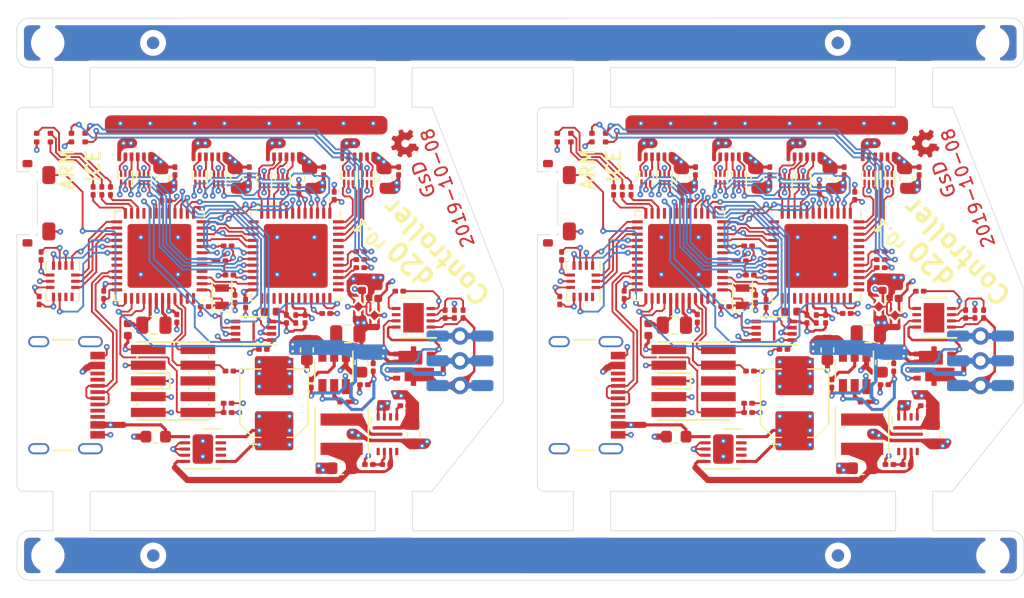
<source format=kicad_pcb>
(kicad_pcb (version 20171130) (host pcbnew 5.1.4-e60b266~84~ubuntu18.04.1)
  (title_block (title "d20 Controller") (date 2019-10-08) (rev r.01) (company GsD) (comment 1 "2x1 Panel"))
  (layers (0 F.Cu signal) (1 In1.Cu signal) (2 In2.Cu signal) (31 B.Cu signal) (34 B.Paste user) (35 F.Paste user) (36 B.SilkS user) (37 F.SilkS user) (38 B.Mask user) (39 F.Mask user) (44 Edge.Cuts user))
  (net 0 "")
  (net 1 gnd)
  (net 2 N$1)
  (net 3 N$3)
  (net 4 N$7)
  (net 5 N$5)
  (net 6 N$2)
  (net 7 N$4)
  (net 8 N$6)
  (net 9 3v3)
  (net 10 2v5)
  (net 11 1v2_pll)
  (net 12 1v2)
  (net 13 led_r)
  (net 14 led_b)
  (net 15 led_g)
  (net 16 N$12)
  (net 17 N$13)
  (net 18 N$15)
  (net 19 ice_config_done)
  (net 20 ice_config_mosi)
  (net 21 ice_config_sck)
  (net 22 ice_config_ss)
  (net 23 ice_config_miso)
  (net 24 ice_config_reset)
  (net 25 4v5)
  (net 26 pp_batt_prot)
  (net 27 N$20)
  (net 28 N$21)
  (net 29 N$22)
  (net 30 N$23)
  (net 31 N$28)
  (net 32 N$29)
  (net 33 N$32)
  (net 34 swdio)
  (net 35 swdclk)
  (net 36 swo)
  (net 37 samd_rst)
  (net 38 5v0_usb)
  (net 39 samd_usb_p)
  (net 40 samd_usb_n)
  (net 41 5v_fb)
  (net 42 3v3_fb)
  (net 43 N$46)
  (net 44 N$47)
  (net 45 led0_sclk)
  (net 46 led0_latch)
  (net 47 led0_blank)
  (net 48 led0_data)
  (net 49 led1_sclk)
  (net 50 led1_latch)
  (net 51 led1_blank)
  (net 52 led1_data)
  (net 53 led2_sclk)
  (net 54 led2_latch)
  (net 55 led2_blank)
  (net 56 led2_data)
  (net 57 led3_latch)
  (net 58 led3_sclk)
  (net 59 led3_data)
  (net 60 led3_blank)
  (net 61 qspi_bus_cs)
  (net 62 qspi_bus_sck)
  (net 63 qspi_bus_io3)
  (net 64 qspi_bus_io2)
  (net 65 qspi_bus_io1)
  (net 66 qspi_bus_io0)
  (net 67 _led0_sclk)
  (net 68 _led0_latch)
  (net 69 _led0_blank)
  (net 70 _led0_data)
  (net 71 _led1_sclk)
  (net 72 _led1_latch)
  (net 73 _led1_blank)
  (net 74 _led1_data)
  (net 75 _led2_sclk)
  (net 76 _led2_latch)
  (net 77 _led2_blank)
  (net 78 _led2_data)
  (net 79 _led3_latch)
  (net 80 _led3_sclk)
  (net 81 _led3_data)
  (net 82 _led3_blank)
  (net 83 N$31)
  (net 84 imu_int2)
  (net 85 imu_int1)
  (net 86 imu_miso)
  (net 87 imu_cs)
  (net 88 imu_sck)
  (net 89 imu_mosi)
  (net 90 N$24)
  (net 91 pp_batt)
  (net 92 N$25)
  (net 93 ice_led_r)
  (net 94 ice_led_b)
  (net 95 ice_led_g)
  (net 96 N$30)
  (net 97 4v5_in)
  (module MountingHole:MountingHole_2.1mm (layer B.Cu) (at 101.485342 87.1 180)
    (fp_text reference REF** hide)
    (fp_text value MountingHole_2.1mm hide)
    (pad "" np_thru_hole circle (at 0 0 180) (size 0.5 0.5) (drill 0.5) (layers *.Cu *.Mask))
  )
  (module MountingHole:MountingHole_2.1mm (layer B.Cu) (at 126.735342 87.1 180)
    (fp_text reference REF** hide)
    (fp_text value MountingHole_2.1mm hide)
    (pad "" np_thru_hole circle (at 0 0 180) (size 0.5 0.5) (drill 0.5) (layers *.Cu *.Mask))
  )
  (module MountingHole:MountingHole_2.1mm (layer B.Cu) (at 99.235342 87.1 180)
    (fp_text reference REF** hide)
    (fp_text value MountingHole_2.1mm hide)
    (pad "" np_thru_hole circle (at 0 0 180) (size 0.5 0.5) (drill 0.5) (layers *.Cu *.Mask))
  )
  (module MountingHole:MountingHole_2.1mm (layer B.Cu) (at 98.485342 82.85 180)
    (fp_text reference "" (at 0 3.2) (layer B.SilkS) (effects (justify mirror)))
    (fp_text value "")
    (pad "" np_thru_hole circle (at 0 0 180) (size 1.6 1.6) (drill 1.6) (layers *.Cu *.Paste *.Mask))
  )
  (module Fiducial:Fiducial_1mm_Mask2mm (layer F.Cu) (at 106.985342 82.85 180)
    (fp_text reference REF** hide)
    (fp_text value Fiducial_1mm_Mask2mm hide)
    (pad "" smd circle (at 0 0 180) (size 1 1) (layers F.Cu F.Mask) (clearance 0.5))
  )
  (module MountingHole:MountingHole_2.1mm (layer B.Cu) (at 125.985342 87.1 180)
    (fp_text reference REF** hide)
    (fp_text value MountingHole_2.1mm hide)
    (pad "" np_thru_hole circle (at 0 0 180) (size 0.5 0.5) (drill 0.5) (layers *.Cu *.Mask))
  )
  (module MountingHole:MountingHole_2.1mm (layer B.Cu) (at 125.235342 87.1 180)
    (fp_text reference REF** hide)
    (fp_text value MountingHole_2.1mm hide)
    (pad "" np_thru_hole circle (at 0 0 180) (size 0.5 0.5) (drill 0.5) (layers *.Cu *.Mask))
  )
  (module MountingHole:MountingHole_2.1mm (layer B.Cu) (at 100.735342 87.1 180)
    (fp_text reference REF** hide)
    (fp_text value MountingHole_2.1mm hide)
    (pad "" np_thru_hole circle (at 0 0 180) (size 0.5 0.5) (drill 0.5) (layers *.Cu *.Mask))
  )
  (module MountingHole:MountingHole_2.1mm (layer B.Cu) (at 127.485341 87.1 180)
    (fp_text reference REF** hide)
    (fp_text value MountingHole_2.1mm hide)
    (pad "" np_thru_hole circle (at 0 0 180) (size 0.5 0.5) (drill 0.5) (layers *.Cu *.Mask))
  )
  (module MountingHole:MountingHole_2.1mm (layer B.Cu) (at 143.485342 87.1 180)
    (fp_text reference REF** hide)
    (fp_text value MountingHole_2.1mm hide)
    (pad "" np_thru_hole circle (at 0 0 180) (size 0.5 0.5) (drill 0.5) (layers *.Cu *.Mask))
  )
  (module MountingHole:MountingHole_2.1mm (layer B.Cu) (at 168.735342 87.1 180)
    (fp_text reference REF** hide)
    (fp_text value MountingHole_2.1mm hide)
    (pad "" np_thru_hole circle (at 0 0 180) (size 0.5 0.5) (drill 0.5) (layers *.Cu *.Mask))
  )
  (module MountingHole:MountingHole_2.1mm (layer B.Cu) (at 167.985342 87.1 180)
    (fp_text reference REF** hide)
    (fp_text value MountingHole_2.1mm hide)
    (pad "" np_thru_hole circle (at 0 0 180) (size 0.5 0.5) (drill 0.5) (layers *.Cu *.Mask))
  )
  (module MountingHole:MountingHole_2.1mm (layer B.Cu) (at 167.235342 87.1 180)
    (fp_text reference REF** hide)
    (fp_text value MountingHole_2.1mm hide)
    (pad "" np_thru_hole circle (at 0 0 180) (size 0.5 0.5) (drill 0.5) (layers *.Cu *.Mask))
  )
  (module MountingHole:MountingHole_2.1mm (layer B.Cu) (at 141.235342 87.1 180)
    (fp_text reference REF** hide)
    (fp_text value MountingHole_2.1mm hide)
    (pad "" np_thru_hole circle (at 0 0 180) (size 0.5 0.5) (drill 0.5) (layers *.Cu *.Mask))
  )
  (module MountingHole:MountingHole_2.1mm (layer B.Cu) (at 142.735342 87.1 180)
    (fp_text reference REF** hide)
    (fp_text value MountingHole_2.1mm hide)
    (pad "" np_thru_hole circle (at 0 0 180) (size 0.5 0.5) (drill 0.5) (layers *.Cu *.Mask))
  )
  (module MountingHole:MountingHole_2.1mm (layer B.Cu) (at 99.985342 87.1 180)
    (fp_text reference REF** hide)
    (fp_text value MountingHole_2.1mm hide)
    (pad "" np_thru_hole circle (at 0 0 180) (size 0.5 0.5) (drill 0.5) (layers *.Cu *.Mask))
  )
  (module MountingHole:MountingHole_2.1mm (layer B.Cu) (at 169.485341 87.1 180)
    (fp_text reference REF** hide)
    (fp_text value MountingHole_2.1mm hide)
    (pad "" np_thru_hole circle (at 0 0 180) (size 0.5 0.5) (drill 0.5) (layers *.Cu *.Mask))
  )
  (module Fiducial:Fiducial_1mm_Mask2mm (layer F.Cu) (at 162.235342 82.85 180)
    (fp_text reference REF** hide)
    (fp_text value Fiducial_1mm_Mask2mm hide)
    (pad "" smd circle (at 0 0 180) (size 1 1) (layers F.Cu F.Mask) (clearance 0.5))
  )
  (module MountingHole:MountingHole_2.1mm (layer B.Cu) (at 141.985342 87.1 180)
    (fp_text reference REF** hide)
    (fp_text value MountingHole_2.1mm hide)
    (pad "" np_thru_hole circle (at 0 0 180) (size 0.5 0.5) (drill 0.5) (layers *.Cu *.Mask))
  )
  (module Fiducial:Fiducial_1mm_Mask2mm (layer B.Cu) (at 162.235342 82.85 180)
    (fp_text reference REF** hide)
    (fp_text value Fiducial_1mm_Mask2mm hide)
    (pad "" smd circle (at 0 0 180) (size 1 1) (layers B.Cu B.Mask) (clearance 0.5))
  )
  (module MountingHole:MountingHole_2.1mm (layer B.Cu) (at 174.735342 82.85 180)
    (fp_text reference "" (at 0 3.2) (layer B.SilkS) (effects (justify mirror)))
    (fp_text value "")
    (pad "" np_thru_hole circle (at 0 0 180) (size 1.6 1.6) (drill 1.6) (layers *.Cu *.Paste *.Mask))
  )
  (module Fiducial:Fiducial_1mm_Mask2mm (layer B.Cu) (at 106.985342 82.85 180)
    (fp_text reference REF** hide)
    (fp_text value Fiducial_1mm_Mask2mm hide)
    (pad "" smd circle (at 0 0 180) (size 1 1) (layers B.Cu B.Mask) (clearance 0.5))
  )
  (module MountingHole:MountingHole_2.1mm (layer F.Cu) (at 143.5 120 180)
    (fp_text reference REF** hide)
    (fp_text value MountingHole_2.1mm hide)
    (pad "" np_thru_hole circle (at 0 0 180) (size 0.5 0.5) (drill 0.5) (layers *.Cu *.Mask))
  )
  (module MountingHole:MountingHole_2.1mm (layer F.Cu) (at 168.75 120 180)
    (fp_text reference REF** hide)
    (fp_text value MountingHole_2.1mm hide)
    (pad "" np_thru_hole circle (at 0 0 180) (size 0.5 0.5) (drill 0.5) (layers *.Cu *.Mask))
  )
  (module MountingHole:MountingHole_2.1mm (layer F.Cu) (at 141.25 120 180)
    (fp_text reference REF** hide)
    (fp_text value MountingHole_2.1mm hide)
    (pad "" np_thru_hole circle (at 0 0 180) (size 0.5 0.5) (drill 0.5) (layers *.Cu *.Mask))
  )
  (module MountingHole:MountingHole_2.1mm (layer F.Cu) (at 168 120 180)
    (fp_text reference REF** hide)
    (fp_text value MountingHole_2.1mm hide)
    (pad "" np_thru_hole circle (at 0 0 180) (size 0.5 0.5) (drill 0.5) (layers *.Cu *.Mask))
  )
  (module MountingHole:MountingHole_2.1mm (layer F.Cu) (at 167.25 120 180)
    (fp_text reference REF** hide)
    (fp_text value MountingHole_2.1mm hide)
    (pad "" np_thru_hole circle (at 0 0 180) (size 0.5 0.5) (drill 0.5) (layers *.Cu *.Mask))
  )
  (module MountingHole:MountingHole_2.1mm (layer F.Cu) (at 142.75 120 180)
    (fp_text reference REF** hide)
    (fp_text value MountingHole_2.1mm hide)
    (pad "" np_thru_hole circle (at 0 0 180) (size 0.5 0.5) (drill 0.5) (layers *.Cu *.Mask))
  )
  (module MountingHole:MountingHole_2.1mm (layer F.Cu) (at 169.499999 120 180)
    (fp_text reference REF** hide)
    (fp_text value MountingHole_2.1mm hide)
    (pad "" np_thru_hole circle (at 0 0 180) (size 0.5 0.5) (drill 0.5) (layers *.Cu *.Mask))
  )
  (module MountingHole:MountingHole_2.1mm (layer F.Cu) (at 142 120 180)
    (fp_text reference REF** hide)
    (fp_text value MountingHole_2.1mm hide)
    (pad "" np_thru_hole circle (at 0 0 180) (size 0.5 0.5) (drill 0.5) (layers *.Cu *.Mask))
  )
  (module Capacitor_SMD:C_0603_1608Metric (layer F.Cu) (at 165.8 108.65 270)
    (fp_text reference C5 hide)
    (fp_text value 10uF hide)
    (pad 2 smd roundrect (at 0.7875 0 270) (size 0.875 0.95) (layers F.Cu F.Paste F.Mask) (net 1 gnd))
    (pad 1 smd roundrect (at -0.7875 0 270) (size 0.875 0.95) (layers F.Cu F.Paste F.Mask) (net 9 3v3))
  )
  (module Capacitor_SMD:C_0201_0603Metric (layer F.Cu) (at 155.6 103.52 270)
    (fp_text reference C16 hide)
    (fp_text value 22pF hide)
    (pad 1 smd roundrect (at -0.32 0 270) (size 0.46 0.4) (layers F.Cu F.Mask) (net 92 N$25))
    (pad 2 smd roundrect (at 0.32 0 270) (size 0.46 0.4) (layers F.Cu F.Mask) (net 1 gnd))
  )
  (module Capacitor_SMD:C_0201_0603Metric (layer F.Cu) (at 155.15 101.6 180)
    (fp_text reference C19 hide)
    (fp_text value 100nF hide)
    (pad 1 smd roundrect (at -0.32 0 180) (size 0.46 0.4) (layers F.Cu F.Mask) (net 9 3v3))
    (pad 2 smd roundrect (at 0.32 0 180) (size 0.46 0.4) (layers F.Cu F.Mask) (net 1 gnd))
  )
  (module gkl_conn:5034800600 (layer F.Cu) (at 147.5 92.05 180)
    (fp_text reference J2 hide)
    (fp_text value Conn_01x06_Shielded hide)
    (pad 6 smd roundrect (at 1.25 0 180) (size 0.3 0.7) (layers F.Cu F.Paste F.Mask) (net 1 gnd))
    (pad 5 smd roundrect (at 0.75 0 180) (size 0.3 0.7) (layers F.Cu F.Paste F.Mask) (net 45 led0_sclk))
    (pad 4 smd roundrect (at 0.25 0 180) (size 0.3 0.7) (layers F.Cu F.Paste F.Mask) (net 46 led0_latch))
    (pad 3 smd roundrect (at -0.25 0 180) (size 0.3 0.7) (layers F.Cu F.Paste F.Mask) (net 47 led0_blank))
    (pad 2 smd roundrect (at -0.75 0 180) (size 0.3 0.7) (layers F.Cu F.Paste F.Mask) (net 48 led0_data))
    (pad 1 smd roundrect (at -1.25 0 180) (size 0.3 0.7) (layers F.Cu F.Paste F.Mask) (net 25 4v5))
    (pad SH smd roundrect (at 2.04 2.65 180) (size 0.3 1) (layers F.Cu F.Paste F.Mask) (net 1 gnd))
    (pad SH smd roundrect (at -2.04 2.65 180) (size 0.3 1) (layers F.Cu F.Paste F.Mask) (net 1 gnd))
  )
  (module gkl_led:led_rbag_1515 (layer F.Cu) (at 140.15 90.5)
    (fp_text reference D1 hide)
    (fp_text value LED_ARGB hide)
    (pad 2 smd roundrect (at -0.55125 -0.34875 180) (size 0.443 0.406) (layers F.Cu F.Paste F.Mask) (roundrect_rratio 0.197) (net 13 led_r))
    (pad 4 smd roundrect (at 0.55125 -0.34875 180) (size 0.443 0.406) (layers F.Cu F.Paste F.Mask) (roundrect_rratio 0.197) (net 14 led_b))
    (pad 1 smd roundrect (at -0.55125 0.34875 180) (size 0.443 0.406) (layers F.Cu F.Paste F.Mask) (roundrect_rratio 0.197) (net 9 3v3))
    (pad 3 smd roundrect (at 0.55125 0.34875 180) (size 0.443 0.406) (layers F.Cu F.Paste F.Mask) (roundrect_rratio 0.197) (net 15 led_g))
  )
  (module Capacitor_SMD:C_0603_1608Metric (layer F.Cu) (at 164.2 117.2 180)
    (fp_text reference C2 hide)
    (fp_text value 10uF hide)
    (pad 2 smd roundrect (at 0.7875 0 180) (size 0.875 0.95) (layers F.Cu F.Paste F.Mask) (net 1 gnd))
    (pad 1 smd roundrect (at -0.7875 0 180) (size 0.875 0.95) (layers F.Cu F.Paste F.Mask) (net 97 4v5_in))
  )
  (module Capacitor_SMD:C_0201_0603Metric (layer F.Cu) (at 145 103.2 90)
    (fp_text reference C12 hide)
    (fp_text value 100nF hide)
    (pad 1 smd roundrect (at -0.32 0 90) (size 0.46 0.4) (layers F.Cu F.Mask) (net 9 3v3))
    (pad 2 smd roundrect (at 0.32 0 90) (size 0.46 0.4) (layers F.Cu F.Mask) (net 1 gnd))
  )
  (module Package_LGA:Bosch_LGA-14_3x2.5mm_P0.5mm (layer F.Cu) (at 141.7 102.1 270)
    (fp_text reference U17 hide)
    (fp_text value BMX160 hide)
    (pad 11 smd rect (at 1.2625 -0.75 270) (size 0.675 0.25) (layers F.Cu F.Paste F.Mask))
    (pad 10 smd rect (at 1.2625 -0.25 270) (size 0.675 0.25) (layers F.Cu F.Paste F.Mask))
    (pad 9 smd rect (at 1.2625 0.25 270) (size 0.675 0.25) (layers F.Cu F.Paste F.Mask) (net 84 imu_int2))
    (pad 8 smd rect (at 1.2625 0.75 270) (size 0.675 0.25) (layers F.Cu F.Paste F.Mask) (net 9 3v3))
    (pad 4 smd rect (at -1.2625 0.75 270) (size 0.675 0.25) (layers F.Cu F.Paste F.Mask) (net 85 imu_int1))
    (pad 3 smd rect (at -1.2625 0.25 270) (size 0.675 0.25) (layers F.Cu F.Paste F.Mask) (net 1 gnd))
    (pad 2 smd rect (at -1.2625 -0.25 270) (size 0.675 0.25) (layers F.Cu F.Paste F.Mask) (net 1 gnd))
    (pad 1 smd rect (at -1.2625 -0.75 270) (size 0.675 0.25) (layers F.Cu F.Paste F.Mask) (net 86 imu_miso))
    (pad 7 smd rect (at 0.5 1.0125 270) (size 0.25 0.675) (layers F.Cu F.Paste F.Mask) (net 1 gnd))
    (pad 6 smd rect (at 0 1.0125 270) (size 0.25 0.675) (layers F.Cu F.Paste F.Mask) (net 1 gnd))
    (pad 5 smd rect (at -0.5 1.0125 270) (size 0.25 0.675) (layers F.Cu F.Paste F.Mask) (net 9 3v3))
    (pad 12 smd rect (at 0.5 -1.0125 270) (size 0.25 0.675) (layers F.Cu F.Paste F.Mask) (net 87 imu_cs))
    (pad 14 smd rect (at -0.5 -1.0125 270) (size 0.25 0.675) (layers F.Cu F.Paste F.Mask) (net 89 imu_mosi))
    (pad 13 smd rect (at 0 -1.0125 270) (size 0.25 0.675) (layers F.Cu F.Paste F.Mask) (net 88 imu_sck))
  )
  (module gkl_conn:5034800600 (layer F.Cu) (at 153.5 92.05 180)
    (fp_text reference J3 hide)
    (fp_text value Conn_01x06_Shielded hide)
    (pad 6 smd roundrect (at 1.25 0 180) (size 0.3 0.7) (layers F.Cu F.Paste F.Mask) (net 1 gnd))
    (pad 5 smd roundrect (at 0.75 0 180) (size 0.3 0.7) (layers F.Cu F.Paste F.Mask) (net 49 led1_sclk))
    (pad 4 smd roundrect (at 0.25 0 180) (size 0.3 0.7) (layers F.Cu F.Paste F.Mask) (net 50 led1_latch))
    (pad 3 smd roundrect (at -0.25 0 180) (size 0.3 0.7) (layers F.Cu F.Paste F.Mask) (net 51 led1_blank))
    (pad 2 smd roundrect (at -0.75 0 180) (size 0.3 0.7) (layers F.Cu F.Paste F.Mask) (net 52 led1_data))
    (pad 1 smd roundrect (at -1.25 0 180) (size 0.3 0.7) (layers F.Cu F.Paste F.Mask) (net 25 4v5))
    (pad SH smd roundrect (at 2.04 2.65 180) (size 0.3 1) (layers F.Cu F.Paste F.Mask) (net 1 gnd))
    (pad SH smd roundrect (at -2.04 2.65 180) (size 0.3 1) (layers F.Cu F.Paste F.Mask) (net 1 gnd))
  )
  (module Capacitor_SMD:C_0201_0603Metric (layer F.Cu) (at 153.145 104.15 180)
    (fp_text reference C15 hide)
    (fp_text value 22pF hide)
    (pad 2 smd roundrect (at 0.32 0 180) (size 0.46 0.4) (layers F.Cu F.Mask) (net 1 gnd))
    (pad 1 smd roundrect (at -0.32 0 180) (size 0.46 0.4) (layers F.Cu F.Mask) (net 90 N$24))
  )
  (module Crystal:Crystal_SMD_2012-2Pin_2.0x1.2mm (layer F.Cu) (at 154.55 103.35 90)
    (fp_text reference Y1 hide)
    (fp_text value 32.768kHz hide)
    (pad 2 smd rect (at 0.7 0 90) (size 0.6 1.1) (layers F.Cu F.Paste F.Mask) (net 92 N$25))
    (pad 1 smd rect (at -0.7 0 90) (size 0.6 1.1) (layers F.Cu F.Paste F.Mask) (net 90 N$24))
  )
  (module Resistor_SMD:R_0201_0603Metric (layer F.Cu) (at 173.3 104.75 90)
    (fp_text reference R4 hide)
    (fp_text value 5.1M hide)
    (pad 1 smd roundrect (at -0.32 0 90) (size 0.46 0.4) (layers F.Cu F.Mask) (net 5 N$5))
    (pad 2 smd roundrect (at 0.32 0 90) (size 0.46 0.4) (layers F.Cu F.Mask) (net 1 gnd))
  )
  (module Capacitor_SMD:C_0201_0603Metric (layer F.Cu) (at 150.9 105.1 270)
    (fp_text reference C33 hide)
    (fp_text value 100nF hide)
    (pad 2 smd roundrect (at 0.32 0 270) (size 0.46 0.4) (layers F.Cu F.Mask) (net 1 gnd))
    (pad 1 smd roundrect (at -0.32 0 270) (size 0.46 0.4) (layers F.Cu F.Mask) (net 9 3v3))
  )
  (module Capacitor_SMD:C_0201_0603Metric (layer F.Cu) (at 156.75 93.2 270)
    (fp_text reference C29 hide)
    (fp_text value 100nF hide)
    (pad 1 smd roundrect (at -0.32 0 270) (size 0.46 0.4) (layers F.Cu F.Mask) (net 25 4v5))
    (pad 2 smd roundrect (at 0.32 0 270) (size 0.46 0.4) (layers F.Cu F.Mask) (net 1 gnd))
  )
  (module Resistor_SMD:R_0201_0603Metric (layer F.Cu) (at 166 110.45 180)
    (fp_text reference R10 hide)
    (fp_text value R hide)
    (pad 2 smd roundrect (at 0.32 0 180) (size 0.46 0.4) (layers F.Cu F.Mask) (net 1 gnd))
    (pad 1 smd roundrect (at -0.32 0 180) (size 0.46 0.4) (layers F.Cu F.Mask) (net 42 3v3_fb))
  )
  (module Resistor_SMD:R_0201_0603Metric (layer F.Cu) (at 174 104.75 90)
    (fp_text reference R2 hide)
    (fp_text value 150k hide)
    (pad 1 smd roundrect (at -0.32 0 90) (size 0.46 0.4) (layers F.Cu F.Mask) (net 91 pp_batt))
    (pad 2 smd roundrect (at 0.32 0 90) (size 0.46 0.4) (layers F.Cu F.Mask) (net 7 N$4))
  )
  (module Capacitor_SMD:C_0201_0603Metric (layer F.Cu) (at 154.5 100.45)
    (fp_text reference C13 hide)
    (fp_text value 100nF hide)
    (pad 1 smd roundrect (at -0.32 0) (size 0.46 0.4) (layers F.Cu F.Mask) (net 9 3v3))
    (pad 2 smd roundrect (at 0.32 0) (size 0.46 0.4) (layers F.Cu F.Mask) (net 1 gnd))
  )
  (module Resistor_SMD:R_0201_0603Metric (layer F.Cu) (at 172.55 104.75 270)
    (fp_text reference R3 hide)
    (fp_text value 150k hide)
    (pad 2 smd roundrect (at 0.32 0 270) (size 0.46 0.4) (layers F.Cu F.Mask) (net 5 N$5))
    (pad 1 smd roundrect (at -0.32 0 270) (size 0.46 0.4) (layers F.Cu F.Mask) (net 7 N$4))
  )
  (module gkl_conn:5034800600 (layer F.Cu) (at 165.5 92.05 180)
    (fp_text reference J5 hide)
    (fp_text value Conn_01x06_Shielded hide)
    (pad 6 smd roundrect (at 1.25 0 180) (size 0.3 0.7) (layers F.Cu F.Paste F.Mask) (net 1 gnd))
    (pad 5 smd roundrect (at 0.75 0 180) (size 0.3 0.7) (layers F.Cu F.Paste F.Mask) (net 58 led3_sclk))
    (pad 4 smd roundrect (at 0.25 0 180) (size 0.3 0.7) (layers F.Cu F.Paste F.Mask) (net 57 led3_latch))
    (pad 3 smd roundrect (at -0.25 0 180) (size 0.3 0.7) (layers F.Cu F.Paste F.Mask) (net 60 led3_blank))
    (pad 2 smd roundrect (at -0.75 0 180) (size 0.3 0.7) (layers F.Cu F.Paste F.Mask) (net 59 led3_data))
    (pad 1 smd roundrect (at -1.25 0 180) (size 0.3 0.7) (layers F.Cu F.Paste F.Mask) (net 25 4v5))
    (pad SH smd roundrect (at 2.04 2.65 180) (size 0.3 1) (layers F.Cu F.Paste F.Mask) (net 1 gnd))
    (pad SH smd roundrect (at -2.04 2.65 180) (size 0.3 1) (layers F.Cu F.Paste F.Mask) (net 1 gnd))
  )
  (module gkl_conn:FTSH-105-XX-X-DV (layer F.Cu) (at 150.6 110.15 90)
    (fp_text reference J6 hide)
    (fp_text value Conn_02x05_Odd_Even hide)
    (pad 10 smd rect (at -2.54 2 270) (size 0.74 2.8) (layers F.Cu F.Paste F.Mask) (net 37 samd_rst))
    (pad 9 smd rect (at -2.54 -2 270) (size 0.74 2.8) (layers F.Cu F.Paste F.Mask) (net 1 gnd))
    (pad 8 smd rect (at -1.27 2 270) (size 0.74 2.8) (layers F.Cu F.Paste F.Mask))
    (pad 7 smd rect (at -1.27 -2 270) (size 0.74 2.8) (layers F.Cu F.Paste F.Mask) (net 1 gnd))
    (pad 6 smd rect (at 0 2 270) (size 0.74 2.8) (layers F.Cu F.Paste F.Mask) (net 36 swo))
    (pad 5 smd rect (at 0 -2 270) (size 0.74 2.8) (layers F.Cu F.Paste F.Mask) (net 1 gnd))
    (pad 4 smd rect (at 1.27 2 270) (size 0.74 2.8) (layers F.Cu F.Paste F.Mask) (net 35 swdclk))
    (pad 3 smd rect (at 1.27 -2 270) (size 0.74 2.8) (layers F.Cu F.Paste F.Mask) (net 1 gnd))
    (pad 2 smd rect (at 2.54 2 270) (size 0.74 2.8) (layers F.Cu F.Paste F.Mask) (net 34 swdio))
    (pad 1 smd rect (at 2.54 -2 270) (size 0.74 2.8) (layers F.Cu F.Paste F.Mask) (net 1 gnd))
  )
  (module gkl_misc:UDFN-6_1x1mm_P0.35mm (layer F.Cu) (at 146.75 93.8 90)
    (fp_text reference U10 hide)
    (fp_text value NC7WZ17 hide)
    (pad 1 smd rect (at -0.305 -0.35 90) (size 0.45 0.19) (layers F.Cu F.Paste F.Mask) (net 67 _led0_sclk))
    (pad 2 smd rect (at -0.33 0 90) (size 0.4 0.19) (layers F.Cu F.Paste F.Mask) (net 1 gnd))
    (pad 3 smd rect (at -0.33 0.35 90) (size 0.4 0.19) (layers F.Cu F.Paste F.Mask) (net 68 _led0_latch))
    (pad 4 smd rect (at 0.33 0.35 90) (size 0.4 0.19) (layers F.Cu F.Paste F.Mask) (net 46 led0_latch))
    (pad 5 smd rect (at 0.33 0 90) (size 0.4 0.19) (layers F.Cu F.Paste F.Mask) (net 25 4v5))
    (pad 6 smd rect (at 0.33 -0.35 90) (size 0.4 0.19) (layers F.Cu F.Paste F.Mask) (net 45 led0_sclk))
  )
  (module Capacitor_SMD:C_0201_0603Metric (layer F.Cu) (at 139.95 100.05 90)
    (fp_text reference C17 hide)
    (fp_text value 100nF hide)
    (pad 2 smd roundrect (at 0.32 0 90) (size 0.46 0.4) (layers F.Cu F.Mask) (net 1 gnd))
    (pad 1 smd roundrect (at -0.32 0 90) (size 0.46 0.4) (layers F.Cu F.Mask) (net 9 3v3))
  )
  (module Resistor_SMD:R_0201_0603Metric (layer F.Cu) (at 166.4 116.9 180)
    (fp_text reference R7 hide)
    (fp_text value R hide)
    (pad 2 smd roundrect (at 0.32 0 180) (size 0.46 0.4) (layers F.Cu F.Mask) (net 1 gnd))
    (pad 1 smd roundrect (at -0.32 0 180) (size 0.46 0.4) (layers F.Cu F.Mask) (net 41 5v_fb))
  )
  (module Capacitor_SMD:C_0402_1005Metric (layer F.Cu) (at 167.15 103 90)
    (fp_text reference C6 hide)
    (fp_text value 1uF hide)
    (pad 2 smd roundrect (at 0.485 0 90) (size 0.59 0.64) (layers F.Cu F.Paste F.Mask) (net 1 gnd))
    (pad 1 smd roundrect (at -0.485 0 90) (size 0.59 0.64) (layers F.Cu F.Paste F.Mask) (net 10 2v5))
  )
  (module Resistor_SMD:R_0201_0603Metric (layer F.Cu) (at 167.8 116.9)
    (fp_text reference R6 hide)
    (fp_text value R hide)
    (pad 1 smd roundrect (at -0.32 0) (size 0.46 0.4) (layers F.Cu F.Mask) (net 41 5v_fb))
    (pad 2 smd roundrect (at 0.32 0) (size 0.46 0.4) (layers F.Cu F.Mask) (net 97 4v5_in))
  )
  (module Resistor_SMD:R_0201_0603Metric (layer F.Cu) (at 169.25 112.15)
    (fp_text reference R5 hide)
    (fp_text value 100k hide)
    (pad 2 smd roundrect (at 0.32 0) (size 0.46 0.4) (layers F.Cu F.Mask) (net 26 pp_batt_prot))
    (pad 1 smd roundrect (at -0.32 0) (size 0.46 0.4) (layers F.Cu F.Mask) (net 8 N$6))
  )
  (module Inductor_SMD:L_Coilcraft_XxL4020 (layer F.Cu) (at 164.2 114.45 270)
    (fp_text reference L1 hide)
    (fp_text value 1uH hide)
    (pad 2 smd rect (at 1.185 0 270) (size 0.98 3.4) (layers F.Cu F.Paste F.Mask) (net 97 4v5_in))
    (pad 1 smd rect (at -1.185 0 270) (size 0.98 3.4) (layers F.Cu F.Paste F.Mask) (net 4 N$7))
  )
  (module gkl_misc:VQFN-11_3x2mm_P0.5mm (layer F.Cu) (at 167.9 114.45 270)
    (fp_text reference U3 hide)
    (fp_text value TPS62135 hide)
    (pad 3 smd roundrect (at 0.5 0) (size 2.4 0.25) (layers F.Cu F.Mask) (net 1 gnd))
    (pad 2 smd roundrect (at 0 0) (size 2.4 0.25) (layers F.Cu F.Mask) (net 4 N$7))
    (pad 1 smd roundrect (at -0.5 0) (size 2.4 0.25) (layers F.Cu F.Mask) (net 26 pp_batt_prot))
    (pad 8 smd roundrect (at -1.4 -0.75 270) (size 0.6 0.25) (layers F.Cu F.Paste F.Mask) (net 8 N$6))
    (pad 9 smd roundrect (at -1.4 -0.25 270) (size 0.6 0.25) (layers F.Cu F.Paste F.Mask))
    (pad 10 smd roundrect (at -1.4 0.25 270) (size 0.6 0.25) (layers F.Cu F.Paste F.Mask) (net 1 gnd))
    (pad 11 smd roundrect (at -1.4 0.75 270) (size 0.6 0.25) (layers F.Cu F.Paste F.Mask) (net 1 gnd))
    (pad 4 smd roundrect (at 1.4 0.75 270) (size 0.6 0.25) (layers F.Cu F.Paste F.Mask))
    (pad 5 smd roundrect (at 1.4 0.25 270) (size 0.6 0.25) (layers F.Cu F.Paste F.Mask) (net 41 5v_fb))
    (pad 6 smd roundrect (at 1.4 -0.25 270) (size 0.6 0.25) (layers F.Cu F.Paste F.Mask) (net 97 4v5_in))
    (pad 7 smd roundrect (at 1.4 -0.75 270) (size 0.6 0.25) (layers F.Cu F.Paste F.Mask))
  )
  (module Capacitor_SMD:C_0603_1608Metric (layer F.Cu) (at 161.4 107.65 270)
    (fp_text reference C4 hide)
    (fp_text value 10uF hide)
    (pad 1 smd roundrect (at -0.7875 0 270) (size 0.875 0.95) (layers F.Cu F.Paste F.Mask) (net 26 pp_batt_prot))
    (pad 2 smd roundrect (at 0.7875 0 270) (size 0.875 0.95) (layers F.Cu F.Paste F.Mask) (net 1 gnd))
  )
  (module Resistor_SMD:R_0201_0603Metric (layer F.Cu) (at 168.85 102.9)
    (fp_text reference R1 hide)
    (fp_text value 510k hide)
    (pad 2 smd roundrect (at 0.32 0) (size 0.46 0.4) (layers F.Cu F.Mask) (net 1 gnd))
    (pad 1 smd roundrect (at -0.32 0) (size 0.46 0.4) (layers F.Cu F.Mask) (net 3 N$3))
  )
  (module Capacitor_SMD:C_0201_0603Metric (layer F.Cu) (at 159.75 105.15 270)
    (fp_text reference C21 hide)
    (fp_text value 100nF hide)
    (pad 2 smd roundrect (at 0.32 0 270) (size 0.46 0.4) (layers F.Cu F.Mask) (net 1 gnd))
    (pad 1 smd roundrect (at -0.32 0 270) (size 0.46 0.4) (layers F.Cu F.Mask) (net 11 1v2_pll))
  )
  (module gkl_housings_dfn:DFN3X3_8L_EP2_P (layer F.Cu) (at 170 108.949999 90)
    (fp_text reference U2 hide)
    (fp_text value AON7804 hide)
    (pad 3 smd roundrect (at -0.975 -1.36 270) (size 0.4 0.58) (layers F.Cu F.Paste F.Mask) (roundrect_rratio 0.15) (net 6 N$2))
    (pad 2 smd roundrect (at -0.325 -1.36 270) (size 0.4 0.58) (layers F.Cu F.Paste F.Mask) (roundrect_rratio 0.15) (net 2 N$1))
    (pad 5 smd roundrect (at 0.325 1.36 270) (size 0.4 0.58) (layers F.Cu F.Paste F.Mask) (roundrect_rratio 0.15) (net 2 N$1))
    (pad 6 smd roundrect (at 0.975 1.36 270) (size 0.4 0.58) (layers F.Cu F.Paste F.Mask) (roundrect_rratio 0.15) (net 6 N$2))
    (pad 1 smd roundrect (at 0.325 -1.36 270) (size 0.4 0.58) (layers F.Cu F.Paste F.Mask) (roundrect_rratio 0.15) (net 26 pp_batt_prot))
    (pad 1 smd roundrect (at 0.975 -1.36 270) (size 0.4 0.58) (layers F.Cu F.Paste F.Mask) (roundrect_rratio 0.15) (net 26 pp_batt_prot))
    (pad 4 smd roundrect (at -0.975 1.36 270) (size 0.4 0.58) (layers F.Cu F.Paste F.Mask) (roundrect_rratio 0.15) (net 91 pp_batt))
    (pad 4 smd roundrect (at -0.325 1.36 270) (size 0.4 0.58) (layers F.Cu F.Paste F.Mask) (roundrect_rratio 0.15) (net 91 pp_batt))
    (pad 4 smd roundrect (at -1.23 0 90) (size 0.74 0.43) (layers F.Cu F.Paste F.Mask) (roundrect_rratio 0.15) (net 91 pp_batt))
    (pad 4 smd roundrect (at -0.6775 0.25 90) (size 1.105 1.925) (layers F.Cu F.Paste F.Mask) (roundrect_rratio 0.05) (net 91 pp_batt))
    (pad 1 smd roundrect (at 0.6775 -0.25 90) (size 1.105 1.925) (layers F.Cu F.Paste F.Mask) (roundrect_rratio 0.05) (net 26 pp_batt_prot))
    (pad 1 smd roundrect (at 1.23 0 90) (size 0.74 0.43) (layers F.Cu F.Paste F.Mask) (roundrect_rratio 0.15) (net 26 pp_batt_prot))
  )
  (module gkl_misc:EVQP4 (layer F.Cu) (at 138 95.8 270)
    (fp_text reference SW1 hide)
    (fp_text value SW_Push hide)
    (pad 1 smd roundrect (at -2.275 -2.575 270) (size 1.45 1.05) (layers F.Cu F.Paste F.Mask) (net 43 N$46))
    (pad 2 smd roundrect (at 2.275 -2.575 270) (size 1.45 1.05) (layers F.Cu F.Paste F.Mask) (net 1 gnd))
    (pad 4 smd roundrect (at 3.2 -0.85 270) (size 0.6 0.8) (layers F.Cu F.Paste F.Mask))
    (pad 3 smd roundrect (at -3.2 -0.85 270) (size 0.6 0.8) (layers F.Cu F.Paste F.Mask))
    (pad "" np_thru_hole circle (at -2.1 -1.25 270) (size 1 1) (drill 1) (layers *.Cu *.Mask))
    (pad "" np_thru_hole circle (at 2.1 -1.25 270) (size 1 1) (drill 1) (layers *.Cu *.Mask))
  )
  (module Capacitor_SMD:C_0603_1608Metric (layer F.Cu) (at 170 114.45 270)
    (fp_text reference C1 hide)
    (fp_text value 10uF hide)
    (pad 2 smd roundrect (at 0.7875 0 270) (size 0.875 0.95) (layers F.Cu F.Paste F.Mask) (net 1 gnd))
    (pad 1 smd roundrect (at -0.7875 0 270) (size 0.875 0.95) (layers F.Cu F.Paste F.Mask) (net 26 pp_batt_prot))
  )
  (module gkl_misc:UDFN-6_1x1mm_P0.35mm (layer F.Cu) (at 148.25 93.8 90)
    (fp_text reference U9 hide)
    (fp_text value NC7WZ17 hide)
    (pad 6 smd rect (at 0.33 -0.35 90) (size 0.4 0.19) (layers F.Cu F.Paste F.Mask) (net 47 led0_blank))
    (pad 5 smd rect (at 0.33 0 90) (size 0.4 0.19) (layers F.Cu F.Paste F.Mask) (net 25 4v5))
    (pad 4 smd rect (at 0.33 0.35 90) (size 0.4 0.19) (layers F.Cu F.Paste F.Mask) (net 48 led0_data))
    (pad 3 smd rect (at -0.33 0.35 90) (size 0.4 0.19) (layers F.Cu F.Paste F.Mask) (net 70 _led0_data))
    (pad 2 smd rect (at -0.33 0 90) (size 0.4 0.19) (layers F.Cu F.Paste F.Mask) (net 1 gnd))
    (pad 1 smd rect (at -0.305 -0.35 90) (size 0.45 0.19) (layers F.Cu F.Paste F.Mask) (net 69 _led0_blank))
  )
  (module Resistor_SMD:R_0201_0603Metric (layer F.Cu) (at 164.4 111.85)
    (fp_text reference R8 hide)
    (fp_text value 100k hide)
    (pad 1 smd roundrect (at -0.32 0) (size 0.46 0.4) (layers F.Cu F.Mask) (net 16 N$12))
    (pad 2 smd roundrect (at 0.32 0) (size 0.46 0.4) (layers F.Cu F.Mask) (net 26 pp_batt_prot))
  )
  (module Resistor_SMD:R_0201_0603Metric (layer F.Cu) (at 166.75 109.05 90)
    (fp_text reference R9 hide)
    (fp_text value R hide)
    (pad 2 smd roundrect (at 0.32 0 90) (size 0.46 0.4) (layers F.Cu F.Mask) (net 9 3v3))
    (pad 1 smd roundrect (at -0.32 0 90) (size 0.46 0.4) (layers F.Cu F.Mask) (net 42 3v3_fb))
  )
  (module Resistor_SMD:R_0201_0603Metric (layer F.Cu) (at 145.55 94.799999 90)
    (fp_text reference R11 hide)
    (fp_text value 470R hide)
    (pad 1 smd roundrect (at -0.32 0 90) (size 0.46 0.4) (layers F.Cu F.Mask) (net 28 N$21))
    (pad 2 smd roundrect (at 0.32 0 90) (size 0.46 0.4) (layers F.Cu F.Mask) (net 13 led_r))
  )
  (module gkl_conn:5034800600 (layer F.Cu) (at 159.5 92.05 180)
    (fp_text reference J4 hide)
    (fp_text value Conn_01x06_Shielded hide)
    (pad SH smd roundrect (at -2.04 2.65 180) (size 0.3 1) (layers F.Cu F.Paste F.Mask) (net 1 gnd))
    (pad SH smd roundrect (at 2.04 2.65 180) (size 0.3 1) (layers F.Cu F.Paste F.Mask) (net 1 gnd))
    (pad 1 smd roundrect (at -1.25 0 180) (size 0.3 0.7) (layers F.Cu F.Paste F.Mask) (net 25 4v5))
    (pad 2 smd roundrect (at -0.75 0 180) (size 0.3 0.7) (layers F.Cu F.Paste F.Mask) (net 56 led2_data))
    (pad 3 smd roundrect (at -0.25 0 180) (size 0.3 0.7) (layers F.Cu F.Paste F.Mask) (net 55 led2_blank))
    (pad 4 smd roundrect (at 0.25 0 180) (size 0.3 0.7) (layers F.Cu F.Paste F.Mask) (net 54 led2_latch))
    (pad 5 smd roundrect (at 0.75 0 180) (size 0.3 0.7) (layers F.Cu F.Paste F.Mask) (net 53 led2_sclk))
    (pad 6 smd roundrect (at 1.25 0 180) (size 0.3 0.7) (layers F.Cu F.Paste F.Mask) (net 1 gnd))
  )
  (module Capacitor_SMD:C_0402_1005Metric (layer F.Cu) (at 165.85 102.35 90)
    (fp_text reference C7 hide)
    (fp_text value 1uF hide)
    (pad 1 smd roundrect (at -0.485 0 90) (size 0.59 0.64) (layers F.Cu F.Paste F.Mask) (net 12 1v2))
    (pad 2 smd roundrect (at 0.485 0 90) (size 0.59 0.64) (layers F.Cu F.Paste F.Mask) (net 1 gnd))
  )
  (module Capacitor_SMD:C_0201_0603Metric (layer F.Cu) (at 162.95 104.7)
    (fp_text reference C11 hide)
    (fp_text value 100nF hide)
    (pad 2 smd roundrect (at 0.32 0) (size 0.46 0.4) (layers F.Cu F.Mask) (net 1 gnd))
    (pad 1 smd roundrect (at -0.32 0) (size 0.46 0.4) (layers F.Cu F.Mask) (net 9 3v3))
  )
  (module Capacitor_SMD:C_0201_0603Metric (layer F.Cu) (at 163.6 95.2 90)
    (fp_text reference C10 hide)
    (fp_text value 100nF hide)
    (pad 1 smd roundrect (at -0.32 0 90) (size 0.46 0.4) (layers F.Cu F.Mask) (net 9 3v3))
    (pad 2 smd roundrect (at 0.32 0 90) (size 0.46 0.4) (layers F.Cu F.Mask) (net 1 gnd))
  )
  (module Capacitor_SMD:C_0201_0603Metric (layer F.Cu) (at 161.75 110.35 90)
    (fp_text reference C3 hide)
    (fp_text value 100nF hide)
    (pad 1 smd roundrect (at -0.32 0 90) (size 0.46 0.4) (layers F.Cu F.Mask) (net 17 N$13))
    (pad 2 smd roundrect (at 0.32 0 90) (size 0.46 0.4) (layers F.Cu F.Mask) (net 18 N$15))
  )
  (module Capacitor_SMD:C_0603_1608Metric (layer F.Cu) (at 149.75 93.8 270)
    (fp_text reference C28 hide)
    (fp_text value 10uF hide)
    (pad 2 smd roundrect (at 0.7875 0 270) (size 0.875 0.95) (layers F.Cu F.Paste F.Mask) (net 1 gnd))
    (pad 1 smd roundrect (at -0.7875 0 270) (size 0.875 0.95) (layers F.Cu F.Paste F.Mask) (net 25 4v5))
  )
  (module Connector_USB:USB_C_Receptacle_Palconn_UTC16-G (layer F.Cu) (at 142 111.3 270)
    (fp_text reference J7 hide)
    (fp_text value USB_C_Receptacle_USB2.0 hide)
    (pad A12 smd rect (at 3.2 -2.51 270) (size 0.6 1.16) (layers F.Cu F.Paste F.Mask) (net 1 gnd))
    (pad A9 smd rect (at 2.4 -2.51 270) (size 0.6 1.16) (layers F.Cu F.Paste F.Mask) (net 38 5v0_usb))
    (pad B1 smd rect (at 3.2 -2.51 270) (size 0.6 1.16) (layers F.Cu F.Paste F.Mask) (net 1 gnd))
    (pad B4 smd rect (at 2.4 -2.51 270) (size 0.6 1.16) (layers F.Cu F.Paste F.Mask) (net 38 5v0_usb))
    (pad B12 smd rect (at -3.2 -2.51 270) (size 0.6 1.16) (layers F.Cu F.Paste F.Mask) (net 1 gnd))
    (pad A1 smd rect (at -3.2 -2.51 270) (size 0.6 1.16) (layers F.Cu F.Paste F.Mask) (net 1 gnd))
    (pad B9 smd rect (at -2.4 -2.51 270) (size 0.6 1.16) (layers F.Cu F.Paste F.Mask) (net 38 5v0_usb))
    (pad A4 smd rect (at -2.4 -2.51 270) (size 0.6 1.16) (layers F.Cu F.Paste F.Mask) (net 38 5v0_usb))
    (pad "" np_thru_hole circle (at -2.89 -1.45 90) (size 0.6 0.6) (drill 0.6) (layers *.Cu *.Mask))
    (pad "" np_thru_hole circle (at 2.89 -1.45 90) (size 0.6 0.6) (drill 0.6) (layers *.Cu *.Mask))
    (pad B5 smd rect (at 1.75 -2.51 90) (size 0.3 1.16) (layers F.Cu F.Paste F.Mask))
    (pad B6 smd rect (at 0.75 -2.51 90) (size 0.3 1.16) (layers F.Cu F.Paste F.Mask) (net 39 samd_usb_p))
    (pad A8 smd rect (at 1.25 -2.51 90) (size 0.3 1.16) (layers F.Cu F.Paste F.Mask))
    (pad A5 smd rect (at -1.25 -2.51 90) (size 0.3 1.16) (layers F.Cu F.Paste F.Mask))
    (pad B8 smd rect (at -1.75 -2.51 90) (size 0.3 1.16) (layers F.Cu F.Paste F.Mask))
    (pad A7 smd rect (at 0.25 -2.51 90) (size 0.3 1.16) (layers F.Cu F.Paste F.Mask) (net 40 samd_usb_n))
    (pad A6 smd rect (at -0.25 -2.51 90) (size 0.3 1.16) (layers F.Cu F.Paste F.Mask) (net 39 samd_usb_p))
    (pad B7 smd rect (at -0.75 -2.51 90) (size 0.3 1.16) (layers F.Cu F.Paste F.Mask) (net 40 samd_usb_n))
    (pad S1 thru_hole oval (at 4.32 2.24) (size 1.7 0.9) (drill oval 1.4 0.6) (layers *.Cu *.Mask) (net 1 gnd))
    (pad S1 thru_hole oval (at -4.32 2.24) (size 1.7 0.9) (drill oval 1.4 0.6) (layers *.Cu *.Mask) (net 1 gnd))
    (pad S1 thru_hole oval (at 4.32 -1.93) (size 2 0.9) (drill oval 1.7 0.6) (layers *.Cu *.Mask) (net 1 gnd))
    (pad S1 thru_hole oval (at -4.32 -1.93) (size 2 0.9) (drill oval 1.7 0.6) (layers *.Cu *.Mask) (net 1 gnd))
  )
  (module gsd_logo_small (layer F.Cu) (at 170.85 93.85 110)
    (fp_text reference G*** hide)
    (fp_text value LOGO hide)
    (fp_poly (pts (xy -0.729586 -0.662399) (xy -0.677333 -0.647505) (xy -0.626418 -0.62313) (xy -0.603622 -0.588205) (xy -0.59668 -0.543282) (xy -0.593267 -0.492195) (xy -0.600915 -0.471095) (xy -0.629252 -0.474961) (xy -0.684652 -0.497417) (xy -0.793084 -0.52487) (xy -0.911313 -0.52619) (xy -1.021487 -0.502134) (xy -1.067329 -0.481194) (xy -1.152001 -0.414193) (xy -1.209167 -0.323118) (xy -1.240724 -0.203739) (xy -1.248833 -0.077437) (xy -1.235812 0.076285) (xy -1.196686 0.196724) (xy -1.131367 0.283993) (xy -1.039764 0.338206) (xy -0.921786 0.359477) (xy -0.902158 0.359833) (xy -0.827591 0.358133) (xy -0.78048 0.347764) (xy -0.754524 0.320825) (xy -0.743421 0.269416) (xy -0.740872 0.185636) (xy -0.740833 0.157542) (xy -0.740833 -0.019054) (xy -0.862541 -0.025402) (xy -0.931356 -0.030401) (xy -0.968596 -0.039801) (xy -0.985008 -0.059004) (xy -0.990947 -0.089958) (xy -0.997645 -0.148167) (xy -0.592666 -0.148167) (xy -0.592666 0.440359) (xy -0.661458 0.46483) (xy -0.746414 0.485276) (xy -0.850823 0.496713) (xy -0.957542 0.498477) (xy -1.049423 0.489902) (xy -1.085247 0.481267) (xy -1.208581 0.422253) (xy -1.302342 0.335079) (xy -1.367447 0.218338) (xy -1.404808 0.070623) (xy -1.413852 -0.024121) (xy -1.40885 -0.20249) (xy -1.373738 -0.351868) (xy -1.307754 -0.47377) (xy -1.210142 -0.569709) (xy -1.111404 -0.627564) (xy -0.992941 -0.664104) (xy -0.859141 -0.676016) (xy -0.729586 -0.662399)) (layer F.Cu) (width 0.01))
    (fp_poly (pts (xy 0.162577 -0.408638) (xy 0.231651 -0.397665) (xy 0.269226 -0.38476) (xy 0.285863 -0.363181) (xy 0.292122 -0.326181) (xy 0.292151 -0.325883) (xy 0.298552 -0.260216) (xy 0.140244 -0.270375) (xy 0.023554 -0.274289) (xy -0.058453 -0.267638) (xy -0.112413 -0.249068) (xy -0.144962 -0.217221) (xy -0.1483 -0.211417) (xy -0.159408 -0.158528) (xy -0.131713 -0.111118) (xy -0.063856 -0.06759) (xy -0.005378 -0.043426) (xy 0.120986 0.004376) (xy 0.212326 0.044812) (xy 0.274186 0.082617) (xy 0.312111 0.122522) (xy 0.331646 0.16926) (xy 0.338334 0.227561) (xy 0.338667 0.250217) (xy 0.332061 0.319458) (xy 0.306108 0.369754) (xy 0.275785 0.401589) (xy 0.193201 0.454029) (xy 0.081845 0.489442) (xy -0.047579 0.506087) (xy -0.184364 0.50222) (xy -0.264583 0.489528) (xy -0.310364 0.472303) (xy -0.330277 0.436937) (xy -0.334784 0.40645) (xy -0.341485 0.336834) (xy -0.228951 0.353625) (xy -0.077646 0.369325) (xy 0.038464 0.366191) (xy 0.11832 0.344321) (xy 0.151534 0.318598) (xy 0.179753 0.277874) (xy 0.1905 0.251655) (xy 0.170586 0.212403) (xy 0.114686 0.169922) (xy 0.028559 0.127998) (xy -0.031142 0.106035) (xy -0.115912 0.072019) (xy -0.195079 0.030549) (xy -0.245396 -0.004577) (xy -0.292577 -0.05312) (xy -0.313312 -0.100997) (xy -0.3175 -0.159315) (xy -0.298442 -0.24985) (xy -0.244324 -0.323152) (xy -0.159727 -0.376842) (xy -0.04923 -0.40854) (xy 0.082583 -0.415868) (xy 0.162577 -0.408638)) (layer F.Cu) (width 0.01))
    (fp_poly (pts (xy 0.809625 -0.656049) (xy 0.948894 -0.652824) (xy 1.055352 -0.641742) (xy 1.138164 -0.620435) (xy 1.206496 -0.586535) (xy 1.269512 -0.537672) (xy 1.270237 -0.537018) (xy 1.340037 -0.45732) (xy 1.386054 -0.362298) (xy 1.410458 -0.244688) (xy 1.415419 -0.097228) (xy 1.413931 -0.056017) (xy 1.39408 0.106816) (xy 1.349894 0.237949) (xy 1.279148 0.339287) (xy 1.179619 0.412731) (xy 1.049083 0.460187) (xy 0.885316 0.483556) (xy 0.779803 0.486833) (xy 0.592667 0.486833) (xy 0.592667 0.338667) (xy 0.762 0.338667) (xy 0.884039 0.338667) (xy 0.998972 0.327347) (xy 1.079303 0.299395) (xy 1.160578 0.233792) (xy 1.215228 0.137724) (xy 1.243868 0.009786) (xy 1.248834 -0.087568) (xy 1.23982 -0.236059) (xy 1.21085 -0.349515) (xy 1.159033 -0.431642) (xy 1.081476 -0.486148) (xy 0.975288 -0.516738) (xy 0.908005 -0.524408) (xy 0.762 -0.534855) (xy 0.762 0.338667) (xy 0.592667 0.338667) (xy 0.592667 -0.656167) (xy 0.809625 -0.656049)) (layer F.Cu) (width 0.01))
  )
  (module oshw_small (layer F.Cu) (at 169.25 91 110)
    (fp_text reference G*** hide)
    (fp_text value LOGO hide)
    (fp_poly (pts (xy 0.034434 -1.070644) (xy 0.067967 -1.070441) (xy 0.094854 -1.070081) (xy 0.115679 -1.069545) (xy 0.131028 -1.068815) (xy 0.141484 -1.067873) (xy 0.147631 -1.0667) (xy 0.14957 -1.065823) (xy 0.151728 -1.062359) (xy 0.154421 -1.054534) (xy 0.157762 -1.041831) (xy 0.161865 -1.023736) (xy 0.166844 -0.999734) (xy 0.172812 -0.969309) (xy 0.179883 -0.931946) (xy 0.18387 -0.910492) (xy 0.191899 -0.867626) (xy 0.198777 -0.832133) (xy 0.204579 -0.803667) (xy 0.20938 -0.781882) (xy 0.213256 -0.766433) (xy 0.216284 -0.756974) (xy 0.218192 -0.753437) (xy 0.223255 -0.750437) (xy 0.23444 -0.745046) (xy 0.250596 -0.737743) (xy 0.270577 -0.729006) (xy 0.293232 -0.719311) (xy 0.317413 -0.709137) (xy 0.34197 -0.698962) (xy 0.365756 -0.689262) (xy 0.387621 -0.680517) (xy 0.406415 -0.673202) (xy 0.420991 -0.667796) (xy 0.430199 -0.664778) (xy 0.432574 -0.664308) (xy 0.436931 -0.666453) (xy 0.446994 -0.672572) (xy 0.46204 -0.682192) (xy 0.48135 -0.69484) (xy 0.504202 -0.710041) (xy 0.529876 -0.727323) (xy 0.557649 -0.746211) (xy 0.566444 -0.752231) (xy 0.594625 -0.771491) (xy 0.620833 -0.789294) (xy 0.644361 -0.805167) (xy 0.664502 -0.81864) (xy 0.68055 -0.82924) (xy 0.691799 -0.836496) (xy 0.697543 -0.839936) (xy 0.698099 -0.840154) (xy 0.702045 -0.837466) (xy 0.710615 -0.829883) (xy 0.723103 -0.818125) (xy 0.738801 -0.802913) (xy 0.757001 -0.784968) (xy 0.776995 -0.765011) (xy 0.798076 -0.743762) (xy 0.819537 -0.721943) (xy 0.840668 -0.700273) (xy 0.860764 -0.679473) (xy 0.879116 -0.660265) (xy 0.895016 -0.643369) (xy 0.907757 -0.629505) (xy 0.916632 -0.619395) (xy 0.920932 -0.613759) (xy 0.921212 -0.612916) (xy 0.918584 -0.608605) (xy 0.912018 -0.598596) (xy 0.902013 -0.583627) (xy 0.889064 -0.564435) (xy 0.873671 -0.541758) (xy 0.856331 -0.516332) (xy 0.837541 -0.488894) (xy 0.834677 -0.484721) (xy 0.815763 -0.456987) (xy 0.798327 -0.431061) (xy 0.782855 -0.407691) (xy 0.769833 -0.387628) (xy 0.759747 -0.371622) (xy 0.753081 -0.360422) (xy 0.750324 -0.35478) (xy 0.750277 -0.354467) (xy 0.751805 -0.348645) (xy 0.756066 -0.336833) (xy 0.762575 -0.320162) (xy 0.770846 -0.299763) (xy 0.780396 -0.276769) (xy 0.790739 -0.25231) (xy 0.801391 -0.22752) (xy 0.811866 -0.203529) (xy 0.821679 -0.181469) (xy 0.830347 -0.162471) (xy 0.837383 -0.147669) (xy 0.842304 -0.138192) (xy 0.844118 -0.135445) (xy 0.847693 -0.13317) (xy 0.854829 -0.13053) (xy 0.866139 -0.127386) (xy 0.882232 -0.123601) (xy 0.903722 -0.119039) (xy 0.931219 -0.113561) (xy 0.965334 -0.10703) (xy 0.996918 -0.10112) (xy 1.037379 -0.09352) (xy 1.070645 -0.087079) (xy 1.097233 -0.081681) (xy 1.117657 -0.077211) (xy 1.132435 -0.073556) (xy 1.142081 -0.070599) (xy 1.147113 -0.068226) (xy 1.147885 -0.067505) (xy 1.149215 -0.0638) (xy 1.150302 -0.05616) (xy 1.151165 -0.044) (xy 1.151823 -0.026735) (xy 1.152293 -0.003782) (xy 1.152594 0.025445) (xy 1.152744 0.061528) (xy 1.152769 0.088391) (xy 1.152737 0.127046) (xy 1.152622 0.158623) (xy 1.152394 0.183862) (xy 1.152024 0.2035) (xy 1.151483 0.218275) (xy 1.150742 0.228927) (xy 1.149772 0.236191) (xy 1.148544 0.240808) (xy 1.147028 0.243515) (xy 1.146629 0.243952) (xy 1.140833 0.248843) (xy 1.138213 0.250093) (xy 1.133978 0.250781) (xy 1.122934 0.25274) (xy 1.105954 0.25581) (xy 1.08391 0.259832) (xy 1.057677 0.264646) (xy 1.028128 0.270094) (xy 0.996838 0.275885) (xy 0.955612 0.283642) (xy 0.921763 0.290266) (xy 0.894946 0.295832) (xy 0.874815 0.300417) (xy 0.861026 0.304097) (xy 0.853234 0.30695) (xy 0.851445 0.308124) (xy 0.848436 0.313325) (xy 0.843095 0.324719) (xy 0.835867 0.341193) (xy 0.827199 0.361634) (xy 0.817539 0.38493) (xy 0.807332 0.409969) (xy 0.797024 0.435639) (xy 0.787064 0.460827) (xy 0.777896 0.48442) (xy 0.769968 0.505307) (xy 0.763726 0.522375) (xy 0.759617 0.534513) (xy 0.758086 0.540606) (xy 0.758085 0.540687) (xy 0.760235 0.545487) (xy 0.76635 0.555935) (xy 0.775934 0.571262) (xy 0.78849 0.590698) (xy 0.803521 0.613476) (xy 0.82053 0.638825) (xy 0.838801 0.665655) (xy 0.857314 0.69275) (xy 0.874414 0.717967) (xy 0.889593 0.740547) (xy 0.902348 0.759729) (xy 0.912171 0.774754) (xy 0.918559 0.784861) (xy 0.921002 0.789276) (xy 0.918645 0.793571) (xy 0.910956 0.802932) (xy 0.898247 0.817025) (xy 0.880834 0.835513) (xy 0.859031 0.858062) (xy 0.833152 0.884336) (xy 0.813356 0.904189) (xy 0.785293 0.932138) (xy 0.762177 0.954975) (xy 0.743486 0.973171) (xy 0.728699 0.987199) (xy 0.717295 0.997529) (xy 0.708752 1.004633) (xy 0.702549 1.008984) (xy 0.698165 1.011053) (xy 0.695078 1.011313) (xy 0.695008 1.011299) (xy 0.689679 1.008695) (xy 0.678758 1.002154) (xy 0.663066 0.99221) (xy 0.643424 0.979394) (xy 0.62065 0.964241) (xy 0.595565 0.947284) (xy 0.576538 0.93426) (xy 0.550366 0.916286) (xy 0.526022 0.899625) (xy 0.504309 0.884826) (xy 0.486032 0.872434) (xy 0.471995 0.862994) (xy 0.463004 0.857053) (xy 0.460102 0.855246) (xy 0.457078 0.854255) (xy 0.452913 0.85445) (xy 0.446778 0.856201) (xy 0.437842 0.859876) (xy 0.425276 0.865845) (xy 0.40825 0.874477) (xy 0.385936 0.886143) (xy 0.360636 0.899546) (xy 0.347626 0.906182) (xy 0.339529 0.909288) (xy 0.33452 0.909294) (xy 0.330772 0.90663) (xy 0.330728 0.906585) (xy 0.328208 0.901935) (xy 0.32306 0.890769) (xy 0.315582 0.873809) (xy 0.306072 0.851778) (xy 0.294829 0.825397) (xy 0.282152 0.795391) (xy 0.268338 0.762481) (xy 0.253687 0.727389) (xy 0.238496 0.690838) (xy 0.223064 0.653551) (xy 0.20769 0.616249) (xy 0.192671 0.579657) (xy 0.178307 0.544495) (xy 0.164895 0.511487) (xy 0.152734 0.481354) (xy 0.142123 0.45482) (xy 0.133359 0.432607) (xy 0.126742 0.415438) (xy 0.122569 0.404034) (xy 0.121139 0.399138) (xy 0.124539 0.392081) (xy 0.134948 0.383227) (xy 0.143608 0.377584) (xy 0.188619 0.346069) (xy 0.227109 0.310716) (xy 0.258915 0.271782) (xy 0.283869 0.229527) (xy 0.301808 0.184209) (xy 0.312567 0.136086) (xy 0.315359 0.108587) (xy 0.314642 0.058353) (xy 0.306583 0.010097) (xy 0.291531 -0.035584) (xy 0.269836 -0.078095) (xy 0.241847 -0.11684) (xy 0.207914 -0.151221) (xy 0.168387 -0.180642) (xy 0.134816 -0.19932) (xy 0.09804 -0.215073) (xy 0.063083 -0.225281) (xy 0.027012 -0.2306) (xy -0.009769 -0.23174) (xy -0.059615 -0.227366) (xy -0.107125 -0.215762) (xy -0.151692 -0.19732) (xy -0.19271 -0.172431) (xy -0.229573 -0.141486) (xy -0.261673 -0.104878) (xy -0.288405 -0.062998) (xy -0.296711 -0.046464) (xy -0.308777 -0.018535) (xy -0.317161 0.006857) (xy -0.322405 0.032291) (xy -0.325047 0.060349) (xy -0.325639 0.091831) (xy -0.325267 0.115171) (xy -0.324232 0.133197) (xy -0.322223 0.148402) (xy -0.31893 0.163281) (xy -0.315036 0.177048) (xy -0.299291 0.220105) (xy -0.278927 0.258768) (xy -0.253213 0.293987) (xy -0.221415 0.326713) (xy -0.182801 0.357897) (xy -0.167177 0.368869) (xy -0.15294 0.378857) (xy -0.141274 0.387637) (xy -0.133636 0.394076) (xy -0.131448 0.396632) (xy -0.132459 0.401252) (xy -0.136161 0.4122) (xy -0.142219 0.428599) (xy -0.150296 0.449572) (xy -0.160055 0.474241) (xy -0.171161 0.50173) (xy -0.179518 0.522086) (xy -0.193998 0.557143) (xy -0.210561 0.597269) (xy -0.228319 0.640305) (xy -0.246379 0.684094) (xy -0.263853 0.726476) (xy -0.279849 0.765293) (xy -0.283708 0.774661) (xy -0.30004 0.813926) (xy -0.313973 0.846607) (xy -0.325441 0.872561) (xy -0.334378 0.89164) (xy -0.340718 0.903701) (xy -0.344396 0.908596) (xy -0.344568 0.908672) (xy -0.350459 0.907652) (xy -0.362082 0.903112) (xy -0.378438 0.895496) (xy -0.398524 0.885252) (xy -0.405826 0.881357) (xy -0.424649 0.871324) (xy -0.441113 0.862757) (xy -0.453973 0.856287) (xy -0.46198 0.852547) (xy -0.463947 0.851877) (xy -0.467846 0.854015) (xy -0.477435 0.860098) (xy -0.491969 0.869632) (xy -0.510708 0.882121) (xy -0.532909 0.897072) (xy -0.557828 0.913989) (xy -0.584152 0.931985) (xy -0.611219 0.950401) (xy -0.636511 0.967326) (xy -0.659249 0.982258) (xy -0.678656 0.994701) (xy -0.693953 1.004152) (xy -0.704362 1.010115) (xy -0.709029 1.012093) (xy -0.714317 1.009227) (xy -0.724895 1.00064) (xy -0.740744 0.986349) (xy -0.761845 0.96637) (xy -0.788182 0.940721) (xy -0.819737 0.909417) (xy -0.823573 0.905582) (xy -0.854778 0.874147) (xy -0.880703 0.847573) (xy -0.901264 0.825951) (xy -0.916376 0.809369) (xy -0.925955 0.797919) (xy -0.929919 0.79169) (xy -0.930031 0.791085) (xy -0.92788 0.786115) (xy -0.921763 0.775509) (xy -0.912177 0.760045) (xy -0.899622 0.740501) (xy -0.884598 0.717654) (xy -0.867603 0.692282) (xy -0.849923 0.666309) (xy -0.829505 0.636295) (xy -0.811454 0.609266) (xy -0.796155 0.585826) (xy -0.783993 0.566582) (xy -0.775352 0.552136) (xy -0.770619 0.543095) (xy -0.769815 0.540513) (xy -0.771264 0.534264) (xy -0.77531 0.521968) (xy -0.781505 0.504746) (xy -0.789401 0.483717) (xy -0.79855 0.460001) (xy -0.808503 0.434718) (xy -0.818812 0.408988) (xy -0.829028 0.38393) (xy -0.838704 0.360665) (xy -0.847389 0.340312) (xy -0.854637 0.323991) (xy -0.859999 0.312821) (xy -0.862902 0.308036) (xy -0.867671 0.305602) (xy -0.87803 0.302427) (xy -0.894356 0.298426) (xy -0.917028 0.293518) (xy -0.946424 0.287618) (xy -0.982922 0.280644) (xy -1.010138 0.275586) (xy -1.047747 0.268606) (xy -1.078379 0.262788) (xy -1.102761 0.257964) (xy -1.121618 0.253968) (xy -1.135675 0.250632) (xy -1.145658 0.24779) (xy -1.152293 0.245274) (xy -1.156305 0.242918) (xy -1.157654 0.241632) (xy -1.15942 0.239026) (xy -1.160856 0.235261) (xy -1.161994 0.229569) (xy -1.162869 0.221179) (xy -1.163515 0.209321) (xy -1.163965 0.193226) (xy -1.164254 0.172124) (xy -1.164415 0.145246) (xy -1.164483 0.111821) (xy -1.164492 0.086283) (xy -1.164428 0.045824) (xy -1.164221 0.01259) (xy -1.163855 -0.014004) (xy -1.163309 -0.034547) (xy -1.162566 -0.049626) (xy -1.161607 -0.05983) (xy -1.160413 -0.065746) (xy -1.159607 -0.06744) (xy -1.155945 -0.069673) (xy -1.147653 -0.072467) (xy -1.134227 -0.075935) (xy -1.115162 -0.080188) (xy -1.089954 -0.085337) (xy -1.058098 -0.091496) (xy -1.019091 -0.098774) (xy -1.014046 -0.099703) (xy -0.981474 -0.105744) (xy -0.950996 -0.111504) (xy -0.92355 -0.116796) (xy -0.900074 -0.121436) (xy -0.881505 -0.125239) (xy -0.86878 -0.128019) (xy -0.862911 -0.129562) (xy -0.859518 -0.13152) (xy -0.855885 -0.135299) (xy -0.851618 -0.141672) (xy -0.846325 -0.151412) (xy -0.839613 -0.165293) (xy -0.831087 -0.184087) (xy -0.820354 -0.208567) (xy -0.807226 -0.239032) (xy -0.795686 -0.266257) (xy -0.785233 -0.291524) (xy -0.776256 -0.313841) (xy -0.769147 -0.332215) (xy -0.764295 -0.345655) (xy -0.762091 -0.353168) (xy -0.762 -0.353986) (xy -0.764265 -0.359917) (xy -0.770911 -0.371817) (xy -0.781717 -0.389337) (xy -0.796461 -0.412131) (xy -0.814922 -0.43985) (xy -0.836876 -0.472148) (xy -0.844752 -0.483608) (xy -0.863574 -0.511131) (xy -0.880974 -0.536957) (xy -0.896447 -0.560306) (xy -0.909488 -0.580402) (xy -0.919593 -0.596466) (xy -0.926256 -0.607719) (xy -0.928974 -0.613383) (xy -0.928997 -0.613507) (xy -0.928723 -0.616663) (xy -0.926741 -0.620996) (xy -0.922573 -0.627032) (xy -0.915741 -0.635298) (xy -0.905766 -0.646322) (xy -0.892169 -0.66063) (xy -0.874471 -0.678749) (xy -0.852194 -0.701206) (xy -0.824859 -0.728528) (xy -0.821132 -0.732243) (xy -0.789304 -0.763769) (xy -0.762732 -0.789677) (xy -0.74133 -0.810047) (xy -0.725007 -0.824962) (xy -0.713675 -0.834505) (xy -0.707246 -0.838758) (xy -0.705927 -0.838966) (xy -0.701497 -0.836315) (xy -0.69137 -0.829716) (xy -0.676277 -0.819663) (xy -0.656953 -0.806651) (xy -0.634129 -0.791172) (xy -0.608539 -0.773722) (xy -0.580914 -0.754793) (xy -0.574689 -0.750515) (xy -0.546742 -0.731402) (xy -0.520662 -0.713761) (xy -0.497181 -0.69807) (xy -0.477028 -0.68481) (xy -0.460937 -0.674462) (xy -0.449637 -0.667505) (xy -0.44386 -0.664419) (xy -0.443397 -0.664307) (xy -0.438246 -0.665738) (xy -0.426954 -0.669755) (xy -0.410596 -0.675946) (xy -0.390249 -0.683898) (xy -0.366989 -0.6932) (xy -0.350632 -0.69985) (xy -0.317571 -0.713385) (xy -0.291012 -0.724298) (xy -0.270221 -0.732923) (xy -0.254468 -0.739595) (xy -0.24302 -0.744651) (xy -0.235143 -0.748424) (xy -0.230107 -0.751249) (xy -0.227177 -0.753463) (xy -0.225623 -0.7554) (xy -0.224711 -0.757395) (xy -0.224679 -0.757476) (xy -0.223541 -0.762317) (xy -0.221174 -0.773804) (xy -0.217774 -0.790899) (xy -0.213539 -0.812567) (xy -0.208664 -0.837768) (xy -0.203347 -0.865466) (xy -0.197785 -0.894622) (xy -0.192175 -0.9242) (xy -0.186713 -0.953161) (xy -0.181597 -0.980468) (xy -0.177024 -1.005084) (xy -0.17319 -1.025971) (xy -0.170292 -1.042092) (xy -0.168528 -1.052408) (xy -0.168065 -1.055775) (xy -0.165582 -1.060348) (xy -0.16189 -1.064567) (xy -0.159523 -1.066154) (xy -0.155419 -1.067447) (xy -0.14884 -1.068475) (xy -0.139047 -1.069267) (xy -0.125302 -1.069852) (xy -0.106868 -1.070259) (xy -0.083005 -1.070518) (xy -0.052976 -1.070657) (xy -0.016043 -1.070706) (xy -0.006329 -1.070708) (xy 0.034434 -1.070644)) (layer F.Cu) (width 0.01))
  )
  (module Resistor_SMD:R_0201_0603Metric (layer F.Cu) (at 165.7 100.35)
    (fp_text reference R15 hide)
    (fp_text value 470R hide)
    (pad 1 smd roundrect (at -0.32 0) (size 0.46 0.4) (layers F.Cu F.Mask) (net 32 N$29))
    (pad 2 smd roundrect (at 0.32 0) (size 0.46 0.4) (layers F.Cu F.Mask) (net 95 ice_led_g))
  )
  (module Resistor_SMD:R_0201_0603Metric (layer F.Cu) (at 155 112.7)
    (fp_text reference R19 hide)
    (fp_text value 10k hide)
    (pad 2 smd roundrect (at 0.32 0) (size 0.46 0.4) (layers F.Cu F.Mask) (net 9 3v3))
    (pad 1 smd roundrect (at -0.32 0) (size 0.46 0.4) (layers F.Cu F.Mask) (net 37 samd_rst))
  )
  (module gkl_misc:UDFN-6_1x1mm_P0.35mm (layer F.Cu) (at 152.75 93.8 90)
    (fp_text reference U12 hide)
    (fp_text value NC7WZ17 hide)
    (pad 6 smd rect (at 0.33 -0.35 90) (size 0.4 0.19) (layers F.Cu F.Paste F.Mask) (net 49 led1_sclk))
    (pad 5 smd rect (at 0.33 0 90) (size 0.4 0.19) (layers F.Cu F.Paste F.Mask) (net 25 4v5))
    (pad 4 smd rect (at 0.33 0.35 90) (size 0.4 0.19) (layers F.Cu F.Paste F.Mask) (net 50 led1_latch))
    (pad 3 smd rect (at -0.33 0.35 90) (size 0.4 0.19) (layers F.Cu F.Paste F.Mask) (net 72 _led1_latch))
    (pad 2 smd rect (at -0.33 0 90) (size 0.4 0.19) (layers F.Cu F.Paste F.Mask) (net 1 gnd))
    (pad 1 smd rect (at -0.305 -0.35 90) (size 0.45 0.19) (layers F.Cu F.Paste F.Mask) (net 71 _led1_sclk))
  )
  (module Capacitor_SMD:C_0201_0603Metric (layer F.Cu) (at 168.8 93.2 270)
    (fp_text reference C27 hide)
    (fp_text value 100nF hide)
    (pad 1 smd roundrect (at -0.32 0 270) (size 0.46 0.4) (layers F.Cu F.Mask) (net 25 4v5))
    (pad 2 smd roundrect (at 0.32 0 270) (size 0.46 0.4) (layers F.Cu F.Mask) (net 1 gnd))
  )
  (module Capacitor_SMD:C_0603_1608Metric (layer F.Cu) (at 167.75 93.8 270)
    (fp_text reference C26 hide)
    (fp_text value 10uF hide)
    (pad 1 smd roundrect (at -0.7875 0 270) (size 0.875 0.95) (layers F.Cu F.Paste F.Mask) (net 25 4v5))
    (pad 2 smd roundrect (at 0.7875 0 270) (size 0.875 0.95) (layers F.Cu F.Paste F.Mask) (net 1 gnd))
  )
  (module Capacitor_SMD:C_0201_0603Metric (layer F.Cu) (at 162.75 93.2 270)
    (fp_text reference C31 hide)
    (fp_text value 100nF hide)
    (pad 1 smd roundrect (at -0.32 0 270) (size 0.46 0.4) (layers F.Cu F.Mask) (net 25 4v5))
    (pad 2 smd roundrect (at 0.32 0 270) (size 0.46 0.4) (layers F.Cu F.Mask) (net 1 gnd))
  )
  (module Capacitor_SMD:C_0201_0603Metric (layer F.Cu) (at 150.75 93.2 270)
    (fp_text reference C25 hide)
    (fp_text value 100nF hide)
    (pad 2 smd roundrect (at 0.32 0 270) (size 0.46 0.4) (layers F.Cu F.Mask) (net 1 gnd))
    (pad 1 smd roundrect (at -0.32 0 270) (size 0.46 0.4) (layers F.Cu F.Mask) (net 25 4v5))
  )
  (module Capacitor_SMD:C_0603_1608Metric (layer F.Cu) (at 161.75 93.8 270)
    (fp_text reference C30 hide)
    (fp_text value 10uF hide)
    (pad 1 smd roundrect (at -0.7875 0 270) (size 0.875 0.95) (layers F.Cu F.Paste F.Mask) (net 25 4v5))
    (pad 2 smd roundrect (at 0.7875 0 270) (size 0.875 0.95) (layers F.Cu F.Paste F.Mask) (net 1 gnd))
  )
  (module Capacitor_SMD:C_0603_1608Metric (layer F.Cu) (at 155.75 93.8 270)
    (fp_text reference C24 hide)
    (fp_text value 10uF hide)
    (pad 2 smd roundrect (at 0.7875 0 270) (size 0.875 0.95) (layers F.Cu F.Paste F.Mask) (net 1 gnd))
    (pad 1 smd roundrect (at -0.7875 0 270) (size 0.875 0.95) (layers F.Cu F.Paste F.Mask) (net 25 4v5))
  )
  (module gkl_misc:UDFN-6_1x1mm_P0.35mm (layer F.Cu) (at 154.25 93.8 90)
    (fp_text reference U11 hide)
    (fp_text value NC7WZ17 hide)
    (pad 1 smd rect (at -0.305 -0.35 90) (size 0.45 0.19) (layers F.Cu F.Paste F.Mask) (net 73 _led1_blank))
    (pad 2 smd rect (at -0.33 0 90) (size 0.4 0.19) (layers F.Cu F.Paste F.Mask) (net 1 gnd))
    (pad 3 smd rect (at -0.33 0.35 90) (size 0.4 0.19) (layers F.Cu F.Paste F.Mask) (net 74 _led1_data))
    (pad 4 smd rect (at 0.33 0.35 90) (size 0.4 0.19) (layers F.Cu F.Paste F.Mask) (net 52 led1_data))
    (pad 5 smd rect (at 0.33 0 90) (size 0.4 0.19) (layers F.Cu F.Paste F.Mask) (net 25 4v5))
    (pad 6 smd rect (at 0.33 -0.35 90) (size 0.4 0.19) (layers F.Cu F.Paste F.Mask) (net 51 led1_blank))
  )
  (module Capacitor_SMD:C_0201_0603Metric (layer F.Cu) (at 160.75 94.75 90)
    (fp_text reference C22 hide)
    (fp_text value 100nF hide)
    (pad 2 smd roundrect (at 0.32 0 90) (size 0.46 0.4) (layers F.Cu F.Mask) (net 1 gnd))
    (pad 1 smd roundrect (at -0.32 0 90) (size 0.46 0.4) (layers F.Cu F.Mask) (net 12 1v2))
  )
  (module Resistor_SMD:R_0201_0603Metric (layer F.Cu) (at 144.15 94.8 90)
    (fp_text reference R12 hide)
    (fp_text value 470R hide)
    (pad 2 smd roundrect (at 0.32 0 90) (size 0.46 0.4) (layers F.Cu F.Mask) (net 15 led_g))
    (pad 1 smd roundrect (at -0.32 0 90) (size 0.46 0.4) (layers F.Cu F.Mask) (net 29 N$22))
  )
  (module Inductor_SMD:L_0201_0603Metric (layer F.Cu) (at 160.5 105.15 270)
    (fp_text reference FB1 hide)
    (fp_text value Ferrite_Bead_Small hide)
    (pad 2 smd roundrect (at 0.32 0 270) (size 0.46 0.4) (layers F.Cu F.Mask) (net 11 1v2_pll))
    (pad 1 smd roundrect (at -0.32 0 270) (size 0.46 0.4) (layers F.Cu F.Mask) (net 12 1v2))
  )
  (module Capacitor_SMD:C_0201_0603Metric (layer F.Cu) (at 161.25 105.15 270)
    (fp_text reference C23 hide)
    (fp_text value 100nF hide)
    (pad 1 smd roundrect (at -0.32 0 270) (size 0.46 0.4) (layers F.Cu F.Mask) (net 12 1v2))
    (pad 2 smd roundrect (at 0.32 0 270) (size 0.46 0.4) (layers F.Cu F.Mask) (net 1 gnd))
  )
  (module Capacitor_SMD:C_0201_0603Metric (layer F.Cu) (at 156.45 103.9 270)
    (fp_text reference C20 hide)
    (fp_text value 100nF hide)
    (pad 1 smd roundrect (at -0.32 0 270) (size 0.46 0.4) (layers F.Cu F.Mask) (net 10 2v5))
    (pad 2 smd roundrect (at 0.32 0 270) (size 0.46 0.4) (layers F.Cu F.Mask) (net 1 gnd))
  )
  (module Capacitor_SMD:C_0201_0603Metric (layer F.Cu) (at 150 95.6 180)
    (fp_text reference C18 hide)
    (fp_text value 100nF hide)
    (pad 2 smd roundrect (at 0.32 0 180) (size 0.46 0.4) (layers F.Cu F.Mask) (net 1 gnd))
    (pad 1 smd roundrect (at -0.32 0 180) (size 0.46 0.4) (layers F.Cu F.Mask) (net 9 3v3))
  )
  (module Resistor_SMD:R_0201_0603Metric (layer F.Cu) (at 165.7 101)
    (fp_text reference R14 hide)
    (fp_text value 470R hide)
    (pad 2 smd roundrect (at 0.32 0) (size 0.46 0.4) (layers F.Cu F.Mask) (net 93 ice_led_r))
    (pad 1 smd roundrect (at -0.32 0) (size 0.46 0.4) (layers F.Cu F.Mask) (net 31 N$28))
  )
  (module Capacitor_SMD:CP_Elec_5x3.9 (layer F.Cu) (at 158.75 111.95 90)
    (fp_text reference C9 hide)
    (fp_text value CP1 hide)
    (pad 2 smd roundrect (at 2.2 0 90) (size 3 1.6) (layers F.Cu F.Paste F.Mask) (roundrect_rratio 0.15625) (net 1 gnd))
    (pad 1 smd roundrect (at -2.2 0 90) (size 3 1.6) (layers F.Cu F.Paste F.Mask) (roundrect_rratio 0.15625) (net 25 4v5))
  )
  (module Capacitor_SMD:C_0402_1005Metric (layer F.Cu) (at 158.45 104.55 180)
    (fp_text reference C8 hide)
    (fp_text value 1uF hide)
    (pad 2 smd roundrect (at 0.485 0 180) (size 0.59 0.64) (layers F.Cu F.Paste F.Mask) (net 1 gnd))
    (pad 1 smd roundrect (at -0.485 0 180) (size 0.59 0.64) (layers F.Cu F.Paste F.Mask) (net 11 1v2_pll))
  )
  (module Capacitor_SMD:C_0201_0603Metric (layer F.Cu) (at 155 111.95)
    (fp_text reference C32 hide)
    (fp_text value 100nF hide)
    (pad 2 smd roundrect (at 0.32 0) (size 0.46 0.4) (layers F.Cu F.Mask) (net 1 gnd))
    (pad 1 smd roundrect (at -0.32 0) (size 0.46 0.4) (layers F.Cu F.Mask) (net 37 samd_rst))
  )
  (module Resistor_SMD:R_0201_0603Metric (layer F.Cu) (at 144.85 94.8 90)
    (fp_text reference R13 hide)
    (fp_text value 470R hide)
    (pad 1 smd roundrect (at -0.32 0 90) (size 0.46 0.4) (layers F.Cu F.Mask) (net 30 N$23))
    (pad 2 smd roundrect (at 0.32 0 90) (size 0.46 0.4) (layers F.Cu F.Mask) (net 14 led_b))
  )
  (module gkl_misc:UDFN-6_1x1mm_P0.35mm (layer F.Cu) (at 166.25 93.8 90)
    (fp_text reference U15 hide)
    (fp_text value NC7WZ17 hide)
    (pad 6 smd rect (at 0.33 -0.35 90) (size 0.4 0.19) (layers F.Cu F.Paste F.Mask) (net 60 led3_blank))
    (pad 5 smd rect (at 0.33 0 90) (size 0.4 0.19) (layers F.Cu F.Paste F.Mask) (net 25 4v5))
    (pad 4 smd rect (at 0.33 0.35 90) (size 0.4 0.19) (layers F.Cu F.Paste F.Mask) (net 59 led3_data))
    (pad 3 smd rect (at -0.33 0.35 90) (size 0.4 0.19) (layers F.Cu F.Paste F.Mask) (net 81 _led3_data))
    (pad 2 smd rect (at -0.33 0 90) (size 0.4 0.19) (layers F.Cu F.Paste F.Mask) (net 1 gnd))
    (pad 1 smd rect (at -0.305 -0.35 90) (size 0.45 0.19) (layers F.Cu F.Paste F.Mask) (net 82 _led3_blank))
  )
  (module Package_DFN_QFN:QFN-48-1EP_7x7mm_P0.5mm_EP5.15x5.15mm (layer F.Cu) (at 149.5 100.05 180)
    (fp_text reference U7 hide)
    (fp_text value ATSAMD51G19A hide)
    (pad 48 smd roundrect (at -2.75 -3.4375 180) (size 0.25 0.875) (layers F.Cu F.Paste F.Mask))
    (pad 47 smd roundrect (at -2.25 -3.4375 180) (size 0.25 0.875) (layers F.Cu F.Paste F.Mask))
    (pad 46 smd roundrect (at -1.75 -3.4375 180) (size 0.25 0.875) (layers F.Cu F.Paste F.Mask) (net 34 swdio))
    (pad 45 smd roundrect (at -1.25 -3.4375 180) (size 0.25 0.875) (layers F.Cu F.Paste F.Mask) (net 35 swdclk))
    (pad 44 smd roundrect (at -0.75 -3.4375 180) (size 0.25 0.875) (layers F.Cu F.Paste F.Mask) (net 9 3v3))
    (pad 43 smd roundrect (at -0.25 -3.4375 180) (size 0.25 0.875) (layers F.Cu F.Paste F.Mask) (net 44 N$47))
    (pad 42 smd roundrect (at 0.25 -3.4375 180) (size 0.25 0.875) (layers F.Cu F.Paste F.Mask) (net 1 gnd))
    (pad 41 smd roundrect (at 0.75 -3.4375 180) (size 0.25 0.875) (layers F.Cu F.Paste F.Mask) (net 27 N$20))
    (pad 40 smd roundrect (at 1.25 -3.4375 180) (size 0.25 0.875) (layers F.Cu F.Paste F.Mask) (net 37 samd_rst))
    (pad 39 smd roundrect (at 1.75 -3.4375 180) (size 0.25 0.875) (layers F.Cu F.Paste F.Mask))
    (pad 38 smd roundrect (at 2.25 -3.4375 180) (size 0.25 0.875) (layers F.Cu F.Paste F.Mask) (net 83 N$31))
    (pad 37 smd roundrect (at 2.75 -3.4375 180) (size 0.25 0.875) (layers F.Cu F.Paste F.Mask) (net 43 N$46))
    (pad 36 smd roundrect (at 3.4375 -2.75 180) (size 0.875 0.25) (layers F.Cu F.Paste F.Mask) (net 9 3v3))
    (pad 35 smd roundrect (at 3.4375 -2.25 180) (size 0.875 0.25) (layers F.Cu F.Paste F.Mask) (net 1 gnd))
    (pad 34 smd roundrect (at 3.4375 -1.75 180) (size 0.875 0.25) (layers F.Cu F.Paste F.Mask) (net 39 samd_usb_p))
    (pad 33 smd roundrect (at 3.4375 -1.25 180) (size 0.875 0.25) (layers F.Cu F.Paste F.Mask) (net 40 samd_usb_n))
    (pad 32 smd roundrect (at 3.4375 -0.75 180) (size 0.875 0.25) (layers F.Cu F.Paste F.Mask))
    (pad 31 smd roundrect (at 3.4375 -0.25 180) (size 0.875 0.25) (layers F.Cu F.Paste F.Mask))
    (pad 30 smd roundrect (at 3.4375 0.25 180) (size 0.875 0.25) (layers F.Cu F.Paste F.Mask) (net 84 imu_int2))
    (pad 29 smd roundrect (at 3.4375 0.75 180) (size 0.875 0.25) (layers F.Cu F.Paste F.Mask) (net 85 imu_int1))
    (pad 28 smd roundrect (at 3.4375 1.25 180) (size 0.875 0.25) (layers F.Cu F.Paste F.Mask) (net 86 imu_miso))
    (pad 27 smd roundrect (at 3.4375 1.75 180) (size 0.875 0.25) (layers F.Cu F.Paste F.Mask) (net 87 imu_cs))
    (pad 26 smd roundrect (at 3.4375 2.25 180) (size 0.875 0.25) (layers F.Cu F.Paste F.Mask) (net 88 imu_sck))
    (pad 25 smd roundrect (at 3.4375 2.75 180) (size 0.875 0.25) (layers F.Cu F.Paste F.Mask) (net 89 imu_mosi))
    (pad 24 smd roundrect (at 2.75 3.4375 180) (size 0.25 0.875) (layers F.Cu F.Paste F.Mask) (net 29 N$22))
    (pad 23 smd roundrect (at 2.25 3.4375 180) (size 0.25 0.875) (layers F.Cu F.Paste F.Mask) (net 30 N$23))
    (pad 22 smd roundrect (at 1.75 3.4375 180) (size 0.25 0.875) (layers F.Cu F.Paste F.Mask) (net 28 N$21))
    (pad 21 smd roundrect (at 1.25 3.4375 180) (size 0.25 0.875) (layers F.Cu F.Paste F.Mask))
    (pad 20 smd roundrect (at 0.75 3.4375 180) (size 0.25 0.875) (layers F.Cu F.Paste F.Mask) (net 61 qspi_bus_cs))
    (pad 19 smd roundrect (at 0.25 3.4375 180) (size 0.25 0.875) (layers F.Cu F.Paste F.Mask) (net 62 qspi_bus_sck))
    (pad 18 smd roundrect (at -0.25 3.4375 180) (size 0.25 0.875) (layers F.Cu F.Paste F.Mask) (net 1 gnd))
    (pad 17 smd roundrect (at -0.75 3.4375 180) (size 0.25 0.875) (layers F.Cu F.Paste F.Mask) (net 9 3v3))
    (pad 16 smd roundrect (at -1.25 3.4375 180) (size 0.25 0.875) (layers F.Cu F.Paste F.Mask) (net 63 qspi_bus_io3))
    (pad 15 smd roundrect (at -1.75 3.4375 180) (size 0.25 0.875) (layers F.Cu F.Paste F.Mask) (net 64 qspi_bus_io2))
    (pad 14 smd roundrect (at -2.25 3.4375 180) (size 0.25 0.875) (layers F.Cu F.Paste F.Mask) (net 65 qspi_bus_io1))
    (pad 13 smd roundrect (at -2.75 3.4375 180) (size 0.25 0.875) (layers F.Cu F.Paste F.Mask) (net 66 qspi_bus_io0))
    (pad 12 smd roundrect (at -3.4375 2.75 180) (size 0.875 0.25) (layers F.Cu F.Paste F.Mask) (net 23 ice_config_miso))
    (pad 11 smd roundrect (at -3.4375 2.25 180) (size 0.875 0.25) (layers F.Cu F.Paste F.Mask) (net 22 ice_config_ss))
    (pad 10 smd roundrect (at -3.4375 1.75 180) (size 0.875 0.25) (layers F.Cu F.Paste F.Mask) (net 21 ice_config_sck))
    (pad 9 smd roundrect (at -3.4375 1.25 180) (size 0.875 0.25) (layers F.Cu F.Paste F.Mask) (net 20 ice_config_mosi))
    (pad 8 smd roundrect (at -3.4375 0.75 180) (size 0.875 0.25) (layers F.Cu F.Paste F.Mask) (net 24 ice_config_reset))
    (pad 7 smd roundrect (at -3.4375 0.25 180) (size 0.875 0.25) (layers F.Cu F.Paste F.Mask) (net 19 ice_config_done))
    (pad 6 smd roundrect (at -3.4375 -0.25 180) (size 0.875 0.25) (layers F.Cu F.Paste F.Mask) (net 9 3v3))
    (pad 5 smd roundrect (at -3.4375 -0.75 180) (size 0.875 0.25) (layers F.Cu F.Paste F.Mask) (net 1 gnd))
    (pad 4 smd roundrect (at -3.4375 -1.25 180) (size 0.875 0.25) (layers F.Cu F.Paste F.Mask))
    (pad 3 smd roundrect (at -3.4375 -1.75 180) (size 0.875 0.25) (layers F.Cu F.Paste F.Mask) (net 33 N$32))
    (pad 2 smd roundrect (at -3.4375 -2.25 180) (size 0.875 0.25) (layers F.Cu F.Paste F.Mask) (net 92 N$25))
    (pad 1 smd roundrect (at -3.4375 -2.75 180) (size 0.875 0.25) (layers F.Cu F.Paste F.Mask) (net 90 N$24))
    (pad 49 smd roundrect (at 0 0 180) (size 5.15 5.15) (layers F.Cu F.Mask) (roundrect_rratio 0.048544) (net 1 gnd))
  )
  (module gkl_housings_son:X2SON_4_1.0x1.0mm (layer F.Cu) (at 165.55 104.15 270)
    (fp_text reference U6 hide)
    (fp_text value NP115-1.2 hide)
    (pad 2 smd rect (at 0 0 315) (size 0.58 0.58) (layers F.Cu F.Paste F.Mask) (net 1 gnd))
    (pad 1 smd custom (at -0.52 -0.325 270) (size 0.18 0.2) (layers F.Cu F.Paste F.Mask) (net 12 1v2) (options (clearance outline) (anchor rect)) (primitives (gr_poly (pts (xy 0.09 -0.1) (xy 0.27 -0.1) (xy 0.27 -0.075) (xy 0.09 0.1)) (width 0))))
    (pad 3 smd custom (at 0.52 0.325 90) (size 0.18 0.2) (layers F.Cu F.Paste F.Mask) (net 9 3v3) (options (clearance outline) (anchor rect)) (primitives (gr_poly (pts (xy 0.09 -0.1) (xy 0.27 -0.1) (xy 0.27 -0.075) (xy 0.09 0.1)) (width 0))))
    (pad 4 smd custom (at 0.5 -0.325 90) (size 0.18 0.2) (layers F.Cu F.Paste F.Mask) (net 9 3v3) (options (clearance outline) (anchor rect)) (primitives (gr_poly (pts (xy 0.09 -0.1) (xy 0.27 0.075) (xy 0.27 0.1) (xy 0.09 0.1)) (width 0))))
    (pad 2 smd custom (at -0.5 0.325 270) (size 0.18 0.2) (layers F.Cu F.Paste F.Mask) (net 1 gnd) (options (clearance outline) (anchor rect)) (primitives (gr_poly (pts (xy 0.09 -0.1) (xy 0.27 0.075) (xy 0.27 0.1) (xy 0.09 0.1)) (width 0))))
  )
  (module gkl_housings_son:X2SON_4_1.0x1.0mm (layer F.Cu) (at 166.85 104.85 270)
    (fp_text reference U5 hide)
    (fp_text value NP115-2.5 hide)
    (pad 2 smd custom (at -0.5 0.325 270) (size 0.18 0.2) (layers F.Cu F.Paste F.Mask) (net 1 gnd) (options (clearance outline) (anchor rect)) (primitives (gr_poly (pts (xy 0.09 -0.1) (xy 0.27 0.075) (xy 0.27 0.1) (xy 0.09 0.1)) (width 0))))
    (pad 4 smd custom (at 0.5 -0.325 90) (size 0.18 0.2) (layers F.Cu F.Paste F.Mask) (net 9 3v3) (options (clearance outline) (anchor rect)) (primitives (gr_poly (pts (xy 0.09 -0.1) (xy 0.27 0.075) (xy 0.27 0.1) (xy 0.09 0.1)) (width 0))))
    (pad 3 smd custom (at 0.52 0.325 90) (size 0.18 0.2) (layers F.Cu F.Paste F.Mask) (net 9 3v3) (options (clearance outline) (anchor rect)) (primitives (gr_poly (pts (xy 0.09 -0.1) (xy 0.27 -0.1) (xy 0.27 -0.075) (xy 0.09 0.1)) (width 0))))
    (pad 1 smd custom (at -0.52 -0.325 270) (size 0.18 0.2) (layers F.Cu F.Paste F.Mask) (net 10 2v5) (options (clearance outline) (anchor rect)) (primitives (gr_poly (pts (xy 0.09 -0.1) (xy 0.27 -0.1) (xy 0.27 -0.075) (xy 0.09 0.1)) (width 0))))
    (pad 2 smd rect (at 0 0 315) (size 0.58 0.58) (layers F.Cu F.Paste F.Mask) (net 1 gnd))
  )
  (module Package_TO_SOT_SMD:TSOT-23-6 (layer F.Cu) (at 163.6 109.3 270)
    (fp_text reference U4 hide)
    (fp_text value TPS561201 hide)
    (pad 6 smd rect (at 1.31 -0.95 270) (size 1.22 0.65) (layers F.Cu F.Paste F.Mask) (net 17 N$13))
    (pad 5 smd rect (at 1.31 0 270) (size 1.22 0.65) (layers F.Cu F.Paste F.Mask) (net 16 N$12))
    (pad 4 smd rect (at 1.31 0.95 270) (size 1.22 0.65) (layers F.Cu F.Paste F.Mask) (net 42 3v3_fb))
    (pad 3 smd rect (at -1.31 0.95 270) (size 1.22 0.65) (layers F.Cu F.Paste F.Mask) (net 26 pp_batt_prot))
    (pad 2 smd rect (at -1.31 0 270) (size 1.22 0.65) (layers F.Cu F.Paste F.Mask) (net 18 N$15))
    (pad 1 smd rect (at -1.31 -0.95 270) (size 1.22 0.65) (layers F.Cu F.Paste F.Mask) (net 1 gnd))
  )
  (module Package_DFN_QFN:QFN-48-1EP_7x7mm_P0.5mm_EP5.15x5.15mm (layer F.Cu) (at 160.5 100.05 270)
    (fp_text reference U8 hide)
    (fp_text value ICE40UP5K-SG48ITR hide)
    (pad 49 smd roundrect (at 0 0 270) (size 5.15 5.15) (layers F.Cu F.Mask) (roundrect_rratio 0.048544) (net 1 gnd))
    (pad 1 smd roundrect (at -3.4375 -2.75 270) (size 0.875 0.25) (layers F.Cu F.Paste F.Mask) (net 9 3v3))
    (pad 2 smd roundrect (at -3.4375 -2.25 270) (size 0.875 0.25) (layers F.Cu F.Paste F.Mask) (net 71 _led1_sclk))
    (pad 3 smd roundrect (at -3.4375 -1.75 270) (size 0.875 0.25) (layers F.Cu F.Paste F.Mask) (net 72 _led1_latch))
    (pad 4 smd roundrect (at -3.4375 -1.25 270) (size 0.875 0.25) (layers F.Cu F.Paste F.Mask) (net 73 _led1_blank))
    (pad 5 smd roundrect (at -3.4375 -0.75 270) (size 0.875 0.25) (layers F.Cu F.Paste F.Mask) (net 12 1v2))
    (pad 6 smd roundrect (at -3.4375 -0.25 270) (size 0.875 0.25) (layers F.Cu F.Paste F.Mask) (net 74 _led1_data))
    (pad 7 smd roundrect (at -3.4375 0.25 270) (size 0.875 0.25) (layers F.Cu F.Paste F.Mask) (net 19 ice_config_done))
    (pad 8 smd roundrect (at -3.4375 0.75 270) (size 0.875 0.25) (layers F.Cu F.Paste F.Mask) (net 24 ice_config_reset))
    (pad 9 smd roundrect (at -3.4375 1.25 270) (size 0.875 0.25) (layers F.Cu F.Paste F.Mask) (net 78 _led2_data))
    (pad 10 smd roundrect (at -3.4375 1.75 270) (size 0.875 0.25) (layers F.Cu F.Paste F.Mask) (net 77 _led2_blank))
    (pad 11 smd roundrect (at -3.4375 2.25 270) (size 0.875 0.25) (layers F.Cu F.Paste F.Mask) (net 76 _led2_latch))
    (pad 12 smd roundrect (at -3.4375 2.75 270) (size 0.875 0.25) (layers F.Cu F.Paste F.Mask) (net 75 _led2_sclk))
    (pad 13 smd roundrect (at -2.75 3.4375 270) (size 0.25 0.875) (layers F.Cu F.Paste F.Mask))
    (pad 14 smd roundrect (at -2.25 3.4375 270) (size 0.25 0.875) (layers F.Cu F.Paste F.Mask) (net 23 ice_config_miso))
    (pad 15 smd roundrect (at -1.75 3.4375 270) (size 0.25 0.875) (layers F.Cu F.Paste F.Mask) (net 21 ice_config_sck))
    (pad 16 smd roundrect (at -1.25 3.4375 270) (size 0.25 0.875) (layers F.Cu F.Paste F.Mask) (net 22 ice_config_ss))
    (pad 17 smd roundrect (at -0.75 3.4375 270) (size 0.25 0.875) (layers F.Cu F.Paste F.Mask) (net 20 ice_config_mosi))
    (pad 18 smd roundrect (at -0.25 3.4375 270) (size 0.25 0.875) (layers F.Cu F.Paste F.Mask) (net 67 _led0_sclk))
    (pad 19 smd roundrect (at 0.25 3.4375 270) (size 0.25 0.875) (layers F.Cu F.Paste F.Mask) (net 68 _led0_latch))
    (pad 20 smd roundrect (at 0.75 3.4375 270) (size 0.25 0.875) (layers F.Cu F.Paste F.Mask) (net 69 _led0_blank))
    (pad 21 smd roundrect (at 1.25 3.4375 270) (size 0.25 0.875) (layers F.Cu F.Paste F.Mask) (net 70 _led0_data))
    (pad 22 smd roundrect (at 1.75 3.4375 270) (size 0.25 0.875) (layers F.Cu F.Paste F.Mask) (net 9 3v3))
    (pad 23 smd roundrect (at 2.25 3.4375 270) (size 0.25 0.875) (layers F.Cu F.Paste F.Mask) (net 33 N$32))
    (pad 24 smd roundrect (at 2.75 3.4375 270) (size 0.25 0.875) (layers F.Cu F.Paste F.Mask) (net 10 2v5))
    (pad 25 smd roundrect (at 3.4375 2.75 270) (size 0.875 0.25) (layers F.Cu F.Paste F.Mask))
    (pad 26 smd roundrect (at 3.4375 2.25 270) (size 0.875 0.25) (layers F.Cu F.Paste F.Mask))
    (pad 27 smd roundrect (at 3.4375 1.75 270) (size 0.875 0.25) (layers F.Cu F.Paste F.Mask))
    (pad 28 smd roundrect (at 3.4375 1.25 270) (size 0.875 0.25) (layers F.Cu F.Paste F.Mask))
    (pad 29 smd roundrect (at 3.4375 0.75 270) (size 0.875 0.25) (layers F.Cu F.Paste F.Mask) (net 11 1v2_pll))
    (pad 30 smd roundrect (at 3.4375 0.25 270) (size 0.875 0.25) (layers F.Cu F.Paste F.Mask) (net 12 1v2))
    (pad 31 smd roundrect (at 3.4375 -0.25 270) (size 0.875 0.25) (layers F.Cu F.Paste F.Mask))
    (pad 32 smd roundrect (at 3.4375 -0.75 270) (size 0.875 0.25) (layers F.Cu F.Paste F.Mask))
    (pad 33 smd roundrect (at 3.4375 -1.25 270) (size 0.875 0.25) (layers F.Cu F.Paste F.Mask) (net 9 3v3))
    (pad 34 smd roundrect (at 3.4375 -1.75 270) (size 0.875 0.25) (layers F.Cu F.Paste F.Mask))
    (pad 35 smd roundrect (at 3.4375 -2.25 270) (size 0.875 0.25) (layers F.Cu F.Paste F.Mask) (net 83 N$31))
    (pad 36 smd roundrect (at 3.4375 -2.75 270) (size 0.875 0.25) (layers F.Cu F.Paste F.Mask))
    (pad 37 smd roundrect (at 2.75 -3.4375 270) (size 0.25 0.875) (layers F.Cu F.Paste F.Mask))
    (pad 38 smd roundrect (at 2.25 -3.4375 270) (size 0.25 0.875) (layers F.Cu F.Paste F.Mask))
    (pad 39 smd roundrect (at 1.75 -3.4375 270) (size 0.25 0.875) (layers F.Cu F.Paste F.Mask) (net 31 N$28))
    (pad 40 smd roundrect (at 1.25 -3.4375 270) (size 0.25 0.875) (layers F.Cu F.Paste F.Mask) (net 32 N$29))
    (pad 41 smd roundrect (at 0.75 -3.4375 270) (size 0.25 0.875) (layers F.Cu F.Paste F.Mask) (net 96 N$30))
    (pad 42 smd roundrect (at 0.25 -3.4375 270) (size 0.25 0.875) (layers F.Cu F.Paste F.Mask))
    (pad 43 smd roundrect (at -0.25 -3.4375 270) (size 0.25 0.875) (layers F.Cu F.Paste F.Mask))
    (pad 44 smd roundrect (at -0.75 -3.4375 270) (size 0.25 0.875) (layers F.Cu F.Paste F.Mask))
    (pad 45 smd roundrect (at -1.25 -3.4375 270) (size 0.25 0.875) (layers F.Cu F.Paste F.Mask) (net 81 _led3_data))
    (pad 46 smd roundrect (at -1.75 -3.4375 270) (size 0.25 0.875) (layers F.Cu F.Paste F.Mask) (net 82 _led3_blank))
    (pad 47 smd roundrect (at -2.25 -3.4375 270) (size 0.25 0.875) (layers F.Cu F.Paste F.Mask) (net 79 _led3_latch))
    (pad 48 smd roundrect (at -2.75 -3.4375 270) (size 0.25 0.875) (layers F.Cu F.Paste F.Mask) (net 80 _led3_sclk))
  )
  (module gkl_misc:UDFN-6_1x1mm_P0.35mm (layer F.Cu) (at 157.95 94.05 90)
    (fp_text reference U14 hide)
    (fp_text value NC7WZ17 hide)
    (pad 1 smd rect (at -0.305 -0.35 90) (size 0.45 0.19) (layers F.Cu F.Paste F.Mask) (net 75 _led2_sclk))
    (pad 2 smd rect (at -0.33 0 90) (size 0.4 0.19) (layers F.Cu F.Paste F.Mask) (net 1 gnd))
    (pad 3 smd rect (at -0.33 0.35 90) (size 0.4 0.19) (layers F.Cu F.Paste F.Mask) (net 76 _led2_latch))
    (pad 4 smd rect (at 0.33 0.35 90) (size 0.4 0.19) (layers F.Cu F.Paste F.Mask) (net 54 led2_latch))
    (pad 5 smd rect (at 0.33 0 90) (size 0.4 0.19) (layers F.Cu F.Paste F.Mask) (net 25 4v5))
    (pad 6 smd rect (at 0.33 -0.35 90) (size 0.4 0.19) (layers F.Cu F.Paste F.Mask) (net 53 led2_sclk))
  )
  (module gkl_misc:UDFN-6_1x1mm_P0.35mm (layer F.Cu) (at 159.45 94.05 90)
    (fp_text reference U13 hide)
    (fp_text value NC7WZ17 hide)
    (pad 6 smd rect (at 0.33 -0.35 90) (size 0.4 0.19) (layers F.Cu F.Paste F.Mask) (net 55 led2_blank))
    (pad 5 smd rect (at 0.33 0 90) (size 0.4 0.19) (layers F.Cu F.Paste F.Mask) (net 25 4v5))
    (pad 4 smd rect (at 0.33 0.35 90) (size 0.4 0.19) (layers F.Cu F.Paste F.Mask) (net 56 led2_data))
    (pad 3 smd rect (at -0.33 0.35 90) (size 0.4 0.19) (layers F.Cu F.Paste F.Mask) (net 78 _led2_data))
    (pad 2 smd rect (at -0.33 0 90) (size 0.4 0.19) (layers F.Cu F.Paste F.Mask) (net 1 gnd))
    (pad 1 smd rect (at -0.305 -0.35 90) (size 0.45 0.19) (layers F.Cu F.Paste F.Mask) (net 77 _led2_blank))
  )
  (module Inductor_SMD:L_0805_2012Metric (layer F.Cu) (at 164.7 106.35)
    (fp_text reference L2 hide)
    (fp_text value 2.2uH hide)
    (pad 2 smd roundrect (at 0.9375 0) (size 0.975 1.4) (layers F.Cu F.Paste F.Mask) (net 9 3v3))
    (pad 1 smd roundrect (at -0.9375 0) (size 0.975 1.4) (layers F.Cu F.Paste F.Mask) (net 18 N$15))
  )
  (module gkl_housings_dfn:DFN-8-1EP_3x2mm_Pitch0.5mm (layer F.Cu) (at 157.1 106.1 180)
    (fp_text reference U18 hide)
    (fp_text value AT25SF081 hide)
    (pad 9 smd rect (at 0 0 180) (size 0.2 1.6) (layers F.Cu F.Paste F.Mask))
    (pad 8 smd rect (at 1.45 -0.75 180) (size 0.75 0.3) (layers F.Cu F.Paste F.Mask) (net 9 3v3))
    (pad 7 smd rect (at 1.45 -0.25 180) (size 0.75 0.3) (layers F.Cu F.Paste F.Mask) (net 63 qspi_bus_io3))
    (pad 6 smd rect (at 1.45 0.25 180) (size 0.75 0.3) (layers F.Cu F.Paste F.Mask) (net 62 qspi_bus_sck))
    (pad 5 smd rect (at 1.45 0.75 180) (size 0.75 0.3) (layers F.Cu F.Paste F.Mask) (net 66 qspi_bus_io0))
    (pad 4 smd rect (at -1.45 0.75 180) (size 0.75 0.3) (layers F.Cu F.Paste F.Mask) (net 1 gnd))
    (pad 3 smd rect (at -1.45 0.25 180) (size 0.75 0.3) (layers F.Cu F.Paste F.Mask) (net 64 qspi_bus_io2))
    (pad 2 smd rect (at -1.45 -0.25 180) (size 0.75 0.3) (layers F.Cu F.Paste F.Mask) (net 65 qspi_bus_io1))
    (pad 1 smd rect (at -1.45 -0.75 180) (size 0.75 0.3) (layers F.Cu F.Paste F.Mask) (net 61 qspi_bus_cs))
  )
  (module Resistor_SMD:R_0201_0603Metric (layer F.Cu) (at 155.15 109.35)
    (fp_text reference R18 hide)
    (fp_text value 1k hide)
    (pad 1 smd roundrect (at -0.32 0) (size 0.46 0.4) (layers F.Cu F.Mask) (net 35 swdclk))
    (pad 2 smd roundrect (at 0.32 0) (size 0.46 0.4) (layers F.Cu F.Mask) (net 9 3v3))
  )
  (module Resistor_SMD:R_0201_0603Metric (layer F.Cu) (at 155 99.25)
    (fp_text reference R17 hide)
    (fp_text value 10k hide)
    (pad 2 smd roundrect (at 0.32 0) (size 0.46 0.4) (layers F.Cu F.Mask) (net 1 gnd))
    (pad 1 smd roundrect (at -0.32 0) (size 0.46 0.4) (layers F.Cu F.Mask) (net 24 ice_config_reset))
  )
  (module gkl_misc:UDFN-6_1x1mm_P0.35mm (layer F.Cu) (at 164.75 93.8 90)
    (fp_text reference U16 hide)
    (fp_text value NC7WZ17 hide)
    (pad 1 smd rect (at -0.305 -0.35 90) (size 0.45 0.19) (layers F.Cu F.Paste F.Mask) (net 80 _led3_sclk))
    (pad 2 smd rect (at -0.33 0 90) (size 0.4 0.19) (layers F.Cu F.Paste F.Mask) (net 1 gnd))
    (pad 3 smd rect (at -0.33 0.35 90) (size 0.4 0.19) (layers F.Cu F.Paste F.Mask) (net 79 _led3_latch))
    (pad 4 smd rect (at 0.33 0.35 90) (size 0.4 0.19) (layers F.Cu F.Paste F.Mask) (net 57 led3_latch))
    (pad 5 smd rect (at 0.33 0 90) (size 0.4 0.19) (layers F.Cu F.Paste F.Mask) (net 25 4v5))
    (pad 6 smd rect (at 0.33 -0.35 90) (size 0.4 0.19) (layers F.Cu F.Paste F.Mask) (net 58 led3_sclk))
  )
  (module Resistor_SMD:R_0201_0603Metric (layer F.Cu) (at 165.7 99.7)
    (fp_text reference R16 hide)
    (fp_text value 470R hide)
    (pad 2 smd roundrect (at 0.32 0) (size 0.46 0.4) (layers F.Cu F.Mask) (net 94 ice_led_b))
    (pad 1 smd roundrect (at -0.32 0) (size 0.46 0.4) (layers F.Cu F.Mask) (net 96 N$30))
  )
  (module Capacitor_SMD:C_0603_1608Metric (layer F.Cu) (at 149.2 114.65 180)
    (fp_text reference C35 hide)
    (fp_text value 10uF hide)
    (pad 2 smd roundrect (at 0.7875 0 180) (size 0.875 0.95) (layers F.Cu F.Paste F.Mask) (net 1 gnd))
    (pad 1 smd roundrect (at -0.7875 0 180) (size 0.875 0.95) (layers F.Cu F.Paste F.Mask) (net 38 5v0_usb))
  )
  (module gkl_led:led_rbag_1515 (layer F.Cu) (at 142.95 90.5)
    (fp_text reference D2 hide)
    (fp_text value LED_ARGB hide)
    (pad 3 smd roundrect (at 0.55125 0.34875 180) (size 0.443 0.406) (layers F.Cu F.Paste F.Mask) (roundrect_rratio 0.197) (net 95 ice_led_g))
    (pad 1 smd roundrect (at -0.55125 0.34875 180) (size 0.443 0.406) (layers F.Cu F.Paste F.Mask) (roundrect_rratio 0.197) (net 9 3v3))
    (pad 4 smd roundrect (at 0.55125 -0.34875 180) (size 0.443 0.406) (layers F.Cu F.Paste F.Mask) (roundrect_rratio 0.197) (net 94 ice_led_b))
    (pad 2 smd roundrect (at -0.55125 -0.34875 180) (size 0.443 0.406) (layers F.Cu F.Paste F.Mask) (roundrect_rratio 0.197) (net 93 ice_led_r))
  )
  (module Capacitor_SMD:C_0402_1005Metric (layer F.Cu) (at 146.95 106 270)
    (fp_text reference C14 hide)
    (fp_text value 1uF hide)
    (pad 2 smd roundrect (at 0.485 0 270) (size 0.59 0.64) (layers F.Cu F.Paste F.Mask) (net 1 gnd))
    (pad 1 smd roundrect (at -0.485 0 270) (size 0.59 0.64) (layers F.Cu F.Paste F.Mask) (net 27 N$20))
  )
  (module Resistor_SMD:R_0201_0603Metric (layer F.Cu) (at 157.85 107.6 180)
    (fp_text reference R20 hide)
    (fp_text value 10k hide)
    (pad 2 smd roundrect (at 0.32 0 180) (size 0.46 0.4) (layers F.Cu F.Mask) (net 9 3v3))
    (pad 1 smd roundrect (at -0.32 0 180) (size 0.46 0.4) (layers F.Cu F.Mask) (net 61 qspi_bus_cs))
  )
  (module Capacitor_SMD:C_0201_0603Metric (layer F.Cu) (at 139.8 103.65 90)
    (fp_text reference C34 hide)
    (fp_text value 100nF hide)
    (pad 2 smd roundrect (at 0.32 0 90) (size 0.46 0.4) (layers F.Cu F.Mask) (net 1 gnd))
    (pad 1 smd roundrect (at -0.32 0 90) (size 0.46 0.4) (layers F.Cu F.Mask) (net 9 3v3))
  )
  (module gkl_conn:3P_Battery_Connector (layer B.Cu) (at 173.75 108.525 90)
    (fp_text reference J1 hide)
    (fp_text value Conn_01x03 hide)
    (pad "" np_thru_hole circle (at -2.95 -1.9 90) (size 0.75 0.75) (drill 0.75) (layers *.Cu *.Mask))
    (pad 3 smd roundrect (at 2 -1.8 90) (size 0.9 1.8) (layers B.Cu B.Paste B.Mask) (net 1 gnd))
    (pad 2 smd roundrect (at 0 -1.8 90) (size 0.9 1.8) (layers B.Cu B.Paste B.Mask))
    (pad 3 thru_hole circle (at 2 0 90) (size 1.4 1.4) (drill 0.8) (layers *.Cu *.Mask) (net 1 gnd))
    (pad 2 thru_hole circle (at 0 0 90) (size 1.4 1.4) (drill 0.8) (layers *.Cu *.Mask))
    (pad 3 smd roundrect (at 2 1.8 90) (size 0.9 1.8) (layers B.Cu B.Paste B.Mask) (net 1 gnd))
    (pad 2 smd roundrect (at 0 1.8 90) (size 0.9 1.8) (layers B.Cu B.Paste B.Mask))
    (pad "" np_thru_hole circle (at 2.95 1.9 90) (size 0.75 0.75) (drill 0.75) (layers *.Cu *.Mask))
    (pad 1 smd roundrect (at -2 -1.8 90) (size 0.9 1.8) (layers B.Cu B.Paste B.Mask) (net 91 pp_batt))
    (pad 1 smd roundrect (at -2 1.8 90) (size 0.9 1.8) (layers B.Cu B.Paste B.Mask) (net 91 pp_batt))
    (pad 1 thru_hole circle (at -2 0 90) (size 1.4 1.4) (drill 0.8) (layers *.Cu *.Mask) (net 91 pp_batt))
  )
  (module Package_DFN_QFN:DFN-10-1EP_3x3mm_P0.5mm_EP1.65x2.38mm (layer F.Cu) (at 153 115.65)
    (fp_text reference U19 hide)
    (fp_text value LTC4413-2 hide)
    (pad 10 smd roundrect (at 1.45 -1) (size 0.85 0.25) (layers F.Cu F.Paste F.Mask) (net 25 4v5))
    (pad 9 smd roundrect (at 1.45 -0.5) (size 0.85 0.25) (layers F.Cu F.Paste F.Mask))
    (pad 8 smd roundrect (at 1.45 0) (size 0.85 0.25) (layers F.Cu F.Paste F.Mask))
    (pad 7 smd roundrect (at 1.45 0.5) (size 0.85 0.25) (layers F.Cu F.Paste F.Mask))
    (pad 6 smd roundrect (at 1.45 1) (size 0.85 0.25) (layers F.Cu F.Paste F.Mask) (net 25 4v5))
    (pad 5 smd roundrect (at -1.45 1) (size 0.85 0.25) (layers F.Cu F.Paste F.Mask) (net 97 4v5_in))
    (pad 4 smd roundrect (at -1.45 0.5) (size 0.85 0.25) (layers F.Cu F.Paste F.Mask) (net 1 gnd))
    (pad 3 smd roundrect (at -1.45 0) (size 0.85 0.25) (layers F.Cu F.Paste F.Mask) (net 1 gnd))
    (pad 2 smd roundrect (at -1.45 -0.5) (size 0.85 0.25) (layers F.Cu F.Paste F.Mask) (net 1 gnd))
    (pad 1 smd roundrect (at -1.45 -1) (size 0.85 0.25) (layers F.Cu F.Paste F.Mask) (net 38 5v0_usb))
    (pad 11 smd roundrect (at 0 0) (size 1.65 2.38) (layers F.Cu F.Mask) (roundrect_rratio 0.151515) (net 1 gnd))
  )
  (module Inductor_SMD:L_0805_2012Metric (layer F.Cu) (at 149.05 105.65 180)
    (fp_text reference L3 hide)
    (fp_text value 10uH hide)
    (pad 2 smd roundrect (at 0.9375 0 180) (size 0.975 1.4) (layers F.Cu F.Paste F.Mask) (net 27 N$20))
    (pad 1 smd roundrect (at -0.9375 0 180) (size 0.975 1.4) (layers F.Cu F.Paste F.Mask) (net 44 N$47))
  )
  (module Package_DFN_QFN:DFN-8-1EP_3x3mm_P0.5mm_EP1.66x2.38mm (layer F.Cu) (at 170 105.05 180)
    (fp_text reference U1 hide)
    (fp_text value LTC4367 hide)
    (pad 9 smd rect (at 0 0 180) (size 1.66 2.38) (layers F.Cu F.Mask))
    (pad 8 smd rect (at 1.4 -0.75 180) (size 0.7 0.25) (layers F.Cu F.Paste F.Mask) (net 6 N$2))
    (pad 7 smd rect (at 1.4 -0.25 180) (size 0.7 0.25) (layers F.Cu F.Paste F.Mask) (net 26 pp_batt_prot))
    (pad 6 smd rect (at 1.4 0.25 180) (size 0.7 0.25) (layers F.Cu F.Paste F.Mask))
    (pad 5 smd rect (at 1.4 0.75 180) (size 0.7 0.25) (layers F.Cu F.Paste F.Mask) (net 3 N$3))
    (pad 4 smd rect (at -1.4 0.75 180) (size 0.7 0.25) (layers F.Cu F.Paste F.Mask) (net 1 gnd))
    (pad 3 smd rect (at -1.4 0.25 180) (size 0.7 0.25) (layers F.Cu F.Paste F.Mask) (net 7 N$4))
    (pad 2 smd rect (at -1.4 -0.25 180) (size 0.7 0.25) (layers F.Cu F.Paste F.Mask) (net 5 N$5))
    (pad 1 smd rect (at -1.4 -0.75 180) (size 0.7 0.25) (layers F.Cu F.Paste F.Mask) (net 91 pp_batt))
  )
  (module Fiducial:Fiducial_1mm_Mask2mm (layer B.Cu) (at 107 124.25 180)
    (fp_text reference REF** hide)
    (fp_text value Fiducial_1mm_Mask2mm hide)
    (pad "" smd circle (at 0 0 180) (size 1 1) (layers B.Cu B.Mask) (clearance 0.5))
  )
  (module Fiducial:Fiducial_1mm_Mask2mm (layer B.Cu) (at 162.25 124.25 180)
    (fp_text reference REF** hide)
    (fp_text value Fiducial_1mm_Mask2mm hide)
    (pad "" smd circle (at 0 0 180) (size 1 1) (layers B.Cu B.Mask) (clearance 0.5))
  )
  (module Fiducial:Fiducial_1mm_Mask2mm (layer F.Cu) (at 162.25 124.25 180)
    (fp_text reference REF** hide)
    (fp_text value Fiducial_1mm_Mask2mm hide)
    (pad "" smd circle (at 0 0 180) (size 1 1) (layers F.Cu F.Mask) (clearance 0.5))
  )
  (module Fiducial:Fiducial_1mm_Mask2mm (layer F.Cu) (at 107 124.25 180)
    (fp_text reference REF** hide)
    (fp_text value Fiducial_1mm_Mask2mm hide)
    (pad "" smd circle (at 0 0 180) (size 1 1) (layers F.Cu F.Mask) (clearance 0.5))
  )
  (module MountingHole:MountingHole_2.1mm (layer F.Cu) (at 174.75 124.25 180)
    (fp_text reference "" (at 0 -3.2) (layer F.SilkS))
    (fp_text value "")
    (pad "" np_thru_hole circle (at 0 0 180) (size 1.6 1.6) (drill 1.6) (layers *.Cu *.Paste *.Mask))
  )
  (module MountingHole:MountingHole_2.1mm (layer F.Cu) (at 98.5 124.25 180)
    (fp_text reference "" (at 0 -3.2) (layer F.SilkS))
    (fp_text value "")
    (pad "" np_thru_hole circle (at 0 0 180) (size 1.6 1.6) (drill 1.6) (layers *.Cu *.Paste *.Mask))
  )
  (module MountingHole:MountingHole_2.1mm (layer F.Cu) (at 126 120 180)
    (fp_text reference REF** hide)
    (fp_text value MountingHole_2.1mm hide)
    (pad "" np_thru_hole circle (at 0 0 180) (size 0.5 0.5) (drill 0.5) (layers *.Cu *.Mask))
  )
  (module MountingHole:MountingHole_2.1mm (layer F.Cu) (at 101.5 120 180)
    (fp_text reference REF** hide)
    (fp_text value MountingHole_2.1mm hide)
    (pad "" np_thru_hole circle (at 0 0 180) (size 0.5 0.5) (drill 0.5) (layers *.Cu *.Mask))
  )
  (module MountingHole:MountingHole_2.1mm (layer F.Cu) (at 100.75 120 180)
    (fp_text reference REF** hide)
    (fp_text value MountingHole_2.1mm hide)
    (pad "" np_thru_hole circle (at 0 0 180) (size 0.5 0.5) (drill 0.5) (layers *.Cu *.Mask))
  )
  (module MountingHole:MountingHole_2.1mm (layer F.Cu) (at 99.25 120 180)
    (fp_text reference REF** hide)
    (fp_text value MountingHole_2.1mm hide)
    (pad "" np_thru_hole circle (at 0 0 180) (size 0.5 0.5) (drill 0.5) (layers *.Cu *.Mask))
  )
  (module MountingHole:MountingHole_2.1mm (layer F.Cu) (at 125.25 120 180)
    (fp_text reference REF** hide)
    (fp_text value MountingHole_2.1mm hide)
    (pad "" np_thru_hole circle (at 0 0 180) (size 0.5 0.5) (drill 0.5) (layers *.Cu *.Mask))
  )
  (module MountingHole:MountingHole_2.1mm (layer F.Cu) (at 100 120 180)
    (fp_text reference REF** hide)
    (fp_text value MountingHole_2.1mm hide)
    (pad "" np_thru_hole circle (at 0 0 180) (size 0.5 0.5) (drill 0.5) (layers *.Cu *.Mask))
  )
  (module MountingHole:MountingHole_2.1mm (layer F.Cu) (at 126.75 120 180)
    (fp_text reference REF** hide)
    (fp_text value MountingHole_2.1mm hide)
    (pad "" np_thru_hole circle (at 0 0 180) (size 0.5 0.5) (drill 0.5) (layers *.Cu *.Mask))
  )
  (module MountingHole:MountingHole_2.1mm (layer F.Cu) (at 127.499999 120 180)
    (fp_text reference REF** hide)
    (fp_text value MountingHole_2.1mm hide)
    (pad "" np_thru_hole circle (at 0 0 180) (size 0.5 0.5) (drill 0.5) (layers *.Cu *.Mask))
  )
  (module Connector_USB:USB_C_Receptacle_Palconn_UTC16-G (layer F.Cu) (at 100 111.3 270)
    (fp_text reference J7 hide)
    (fp_text value USB_C_Receptacle_USB2.0 hide)
    (pad S1 thru_hole oval (at -4.32 -1.93) (size 2 0.9) (drill oval 1.7 0.6) (layers *.Cu *.Mask) (net 1 gnd))
    (pad S1 thru_hole oval (at 4.32 -1.93) (size 2 0.9) (drill oval 1.7 0.6) (layers *.Cu *.Mask) (net 1 gnd))
    (pad S1 thru_hole oval (at -4.32 2.24) (size 1.7 0.9) (drill oval 1.4 0.6) (layers *.Cu *.Mask) (net 1 gnd))
    (pad S1 thru_hole oval (at 4.32 2.24) (size 1.7 0.9) (drill oval 1.4 0.6) (layers *.Cu *.Mask) (net 1 gnd))
    (pad B7 smd rect (at -0.75 -2.51 90) (size 0.3 1.16) (layers F.Cu F.Paste F.Mask) (net 40 samd_usb_n))
    (pad A6 smd rect (at -0.25 -2.51 90) (size 0.3 1.16) (layers F.Cu F.Paste F.Mask) (net 39 samd_usb_p))
    (pad A7 smd rect (at 0.25 -2.51 90) (size 0.3 1.16) (layers F.Cu F.Paste F.Mask) (net 40 samd_usb_n))
    (pad B8 smd rect (at -1.75 -2.51 90) (size 0.3 1.16) (layers F.Cu F.Paste F.Mask))
    (pad A5 smd rect (at -1.25 -2.51 90) (size 0.3 1.16) (layers F.Cu F.Paste F.Mask))
    (pad A8 smd rect (at 1.25 -2.51 90) (size 0.3 1.16) (layers F.Cu F.Paste F.Mask))
    (pad B6 smd rect (at 0.75 -2.51 90) (size 0.3 1.16) (layers F.Cu F.Paste F.Mask) (net 39 samd_usb_p))
    (pad B5 smd rect (at 1.75 -2.51 90) (size 0.3 1.16) (layers F.Cu F.Paste F.Mask))
    (pad "" np_thru_hole circle (at 2.89 -1.45 90) (size 0.6 0.6) (drill 0.6) (layers *.Cu *.Mask))
    (pad "" np_thru_hole circle (at -2.89 -1.45 90) (size 0.6 0.6) (drill 0.6) (layers *.Cu *.Mask))
    (pad A4 smd rect (at -2.4 -2.51 270) (size 0.6 1.16) (layers F.Cu F.Paste F.Mask) (net 38 5v0_usb))
    (pad B9 smd rect (at -2.4 -2.51 270) (size 0.6 1.16) (layers F.Cu F.Paste F.Mask) (net 38 5v0_usb))
    (pad A1 smd rect (at -3.2 -2.51 270) (size 0.6 1.16) (layers F.Cu F.Paste F.Mask) (net 1 gnd))
    (pad B12 smd rect (at -3.2 -2.51 270) (size 0.6 1.16) (layers F.Cu F.Paste F.Mask) (net 1 gnd))
    (pad B4 smd rect (at 2.4 -2.51 270) (size 0.6 1.16) (layers F.Cu F.Paste F.Mask) (net 38 5v0_usb))
    (pad B1 smd rect (at 3.2 -2.51 270) (size 0.6 1.16) (layers F.Cu F.Paste F.Mask) (net 1 gnd))
    (pad A9 smd rect (at 2.4 -2.51 270) (size 0.6 1.16) (layers F.Cu F.Paste F.Mask) (net 38 5v0_usb))
    (pad A12 smd rect (at 3.2 -2.51 270) (size 0.6 1.16) (layers F.Cu F.Paste F.Mask) (net 1 gnd))
  )
  (module oshw_small (layer F.Cu) (at 127.25 91 110)
    (fp_text reference G*** hide)
    (fp_text value LOGO hide)
    (fp_poly (pts (xy 0.034434 -1.070644) (xy 0.067967 -1.070441) (xy 0.094854 -1.070081) (xy 0.115679 -1.069545) (xy 0.131028 -1.068815) (xy 0.141484 -1.067873) (xy 0.147631 -1.0667) (xy 0.14957 -1.065823) (xy 0.151728 -1.062359) (xy 0.154421 -1.054534) (xy 0.157762 -1.041831) (xy 0.161865 -1.023736) (xy 0.166844 -0.999734) (xy 0.172812 -0.969309) (xy 0.179883 -0.931946) (xy 0.18387 -0.910492) (xy 0.191899 -0.867626) (xy 0.198777 -0.832133) (xy 0.204579 -0.803667) (xy 0.20938 -0.781882) (xy 0.213256 -0.766433) (xy 0.216284 -0.756974) (xy 0.218192 -0.753437) (xy 0.223255 -0.750437) (xy 0.23444 -0.745046) (xy 0.250596 -0.737743) (xy 0.270577 -0.729006) (xy 0.293232 -0.719311) (xy 0.317413 -0.709137) (xy 0.34197 -0.698962) (xy 0.365756 -0.689262) (xy 0.387621 -0.680517) (xy 0.406415 -0.673202) (xy 0.420991 -0.667796) (xy 0.430199 -0.664778) (xy 0.432574 -0.664308) (xy 0.436931 -0.666453) (xy 0.446994 -0.672572) (xy 0.46204 -0.682192) (xy 0.48135 -0.69484) (xy 0.504202 -0.710041) (xy 0.529876 -0.727323) (xy 0.557649 -0.746211) (xy 0.566444 -0.752231) (xy 0.594625 -0.771491) (xy 0.620833 -0.789294) (xy 0.644361 -0.805167) (xy 0.664502 -0.81864) (xy 0.68055 -0.82924) (xy 0.691799 -0.836496) (xy 0.697543 -0.839936) (xy 0.698099 -0.840154) (xy 0.702045 -0.837466) (xy 0.710615 -0.829883) (xy 0.723103 -0.818125) (xy 0.738801 -0.802913) (xy 0.757001 -0.784968) (xy 0.776995 -0.765011) (xy 0.798076 -0.743762) (xy 0.819537 -0.721943) (xy 0.840668 -0.700273) (xy 0.860764 -0.679473) (xy 0.879116 -0.660265) (xy 0.895016 -0.643369) (xy 0.907757 -0.629505) (xy 0.916632 -0.619395) (xy 0.920932 -0.613759) (xy 0.921212 -0.612916) (xy 0.918584 -0.608605) (xy 0.912018 -0.598596) (xy 0.902013 -0.583627) (xy 0.889064 -0.564435) (xy 0.873671 -0.541758) (xy 0.856331 -0.516332) (xy 0.837541 -0.488894) (xy 0.834677 -0.484721) (xy 0.815763 -0.456987) (xy 0.798327 -0.431061) (xy 0.782855 -0.407691) (xy 0.769833 -0.387628) (xy 0.759747 -0.371622) (xy 0.753081 -0.360422) (xy 0.750324 -0.35478) (xy 0.750277 -0.354467) (xy 0.751805 -0.348645) (xy 0.756066 -0.336833) (xy 0.762575 -0.320162) (xy 0.770846 -0.299763) (xy 0.780396 -0.276769) (xy 0.790739 -0.25231) (xy 0.801391 -0.22752) (xy 0.811866 -0.203529) (xy 0.821679 -0.181469) (xy 0.830347 -0.162471) (xy 0.837383 -0.147669) (xy 0.842304 -0.138192) (xy 0.844118 -0.135445) (xy 0.847693 -0.13317) (xy 0.854829 -0.13053) (xy 0.866139 -0.127386) (xy 0.882232 -0.123601) (xy 0.903722 -0.119039) (xy 0.931219 -0.113561) (xy 0.965334 -0.10703) (xy 0.996918 -0.10112) (xy 1.037379 -0.09352) (xy 1.070645 -0.087079) (xy 1.097233 -0.081681) (xy 1.117657 -0.077211) (xy 1.132435 -0.073556) (xy 1.142081 -0.070599) (xy 1.147113 -0.068226) (xy 1.147885 -0.067505) (xy 1.149215 -0.0638) (xy 1.150302 -0.05616) (xy 1.151165 -0.044) (xy 1.151823 -0.026735) (xy 1.152293 -0.003782) (xy 1.152594 0.025445) (xy 1.152744 0.061528) (xy 1.152769 0.088391) (xy 1.152737 0.127046) (xy 1.152622 0.158623) (xy 1.152394 0.183862) (xy 1.152024 0.2035) (xy 1.151483 0.218275) (xy 1.150742 0.228927) (xy 1.149772 0.236191) (xy 1.148544 0.240808) (xy 1.147028 0.243515) (xy 1.146629 0.243952) (xy 1.140833 0.248843) (xy 1.138213 0.250093) (xy 1.133978 0.250781) (xy 1.122934 0.25274) (xy 1.105954 0.25581) (xy 1.08391 0.259832) (xy 1.057677 0.264646) (xy 1.028128 0.270094) (xy 0.996838 0.275885) (xy 0.955612 0.283642) (xy 0.921763 0.290266) (xy 0.894946 0.295832) (xy 0.874815 0.300417) (xy 0.861026 0.304097) (xy 0.853234 0.30695) (xy 0.851445 0.308124) (xy 0.848436 0.313325) (xy 0.843095 0.324719) (xy 0.835867 0.341193) (xy 0.827199 0.361634) (xy 0.817539 0.38493) (xy 0.807332 0.409969) (xy 0.797024 0.435639) (xy 0.787064 0.460827) (xy 0.777896 0.48442) (xy 0.769968 0.505307) (xy 0.763726 0.522375) (xy 0.759617 0.534513) (xy 0.758086 0.540606) (xy 0.758085 0.540687) (xy 0.760235 0.545487) (xy 0.76635 0.555935) (xy 0.775934 0.571262) (xy 0.78849 0.590698) (xy 0.803521 0.613476) (xy 0.82053 0.638825) (xy 0.838801 0.665655) (xy 0.857314 0.69275) (xy 0.874414 0.717967) (xy 0.889593 0.740547) (xy 0.902348 0.759729) (xy 0.912171 0.774754) (xy 0.918559 0.784861) (xy 0.921002 0.789276) (xy 0.918645 0.793571) (xy 0.910956 0.802932) (xy 0.898247 0.817025) (xy 0.880834 0.835513) (xy 0.859031 0.858062) (xy 0.833152 0.884336) (xy 0.813356 0.904189) (xy 0.785293 0.932138) (xy 0.762177 0.954975) (xy 0.743486 0.973171) (xy 0.728699 0.987199) (xy 0.717295 0.997529) (xy 0.708752 1.004633) (xy 0.702549 1.008984) (xy 0.698165 1.011053) (xy 0.695078 1.011313) (xy 0.695008 1.011299) (xy 0.689679 1.008695) (xy 0.678758 1.002154) (xy 0.663066 0.99221) (xy 0.643424 0.979394) (xy 0.62065 0.964241) (xy 0.595565 0.947284) (xy 0.576538 0.93426) (xy 0.550366 0.916286) (xy 0.526022 0.899625) (xy 0.504309 0.884826) (xy 0.486032 0.872434) (xy 0.471995 0.862994) (xy 0.463004 0.857053) (xy 0.460102 0.855246) (xy 0.457078 0.854255) (xy 0.452913 0.85445) (xy 0.446778 0.856201) (xy 0.437842 0.859876) (xy 0.425276 0.865845) (xy 0.40825 0.874477) (xy 0.385936 0.886143) (xy 0.360636 0.899546) (xy 0.347626 0.906182) (xy 0.339529 0.909288) (xy 0.33452 0.909294) (xy 0.330772 0.90663) (xy 0.330728 0.906585) (xy 0.328208 0.901935) (xy 0.32306 0.890769) (xy 0.315582 0.873809) (xy 0.306072 0.851778) (xy 0.294829 0.825397) (xy 0.282152 0.795391) (xy 0.268338 0.762481) (xy 0.253687 0.727389) (xy 0.238496 0.690838) (xy 0.223064 0.653551) (xy 0.20769 0.616249) (xy 0.192671 0.579657) (xy 0.178307 0.544495) (xy 0.164895 0.511487) (xy 0.152734 0.481354) (xy 0.142123 0.45482) (xy 0.133359 0.432607) (xy 0.126742 0.415438) (xy 0.122569 0.404034) (xy 0.121139 0.399138) (xy 0.124539 0.392081) (xy 0.134948 0.383227) (xy 0.143608 0.377584) (xy 0.188619 0.346069) (xy 0.227109 0.310716) (xy 0.258915 0.271782) (xy 0.283869 0.229527) (xy 0.301808 0.184209) (xy 0.312567 0.136086) (xy 0.315359 0.108587) (xy 0.314642 0.058353) (xy 0.306583 0.010097) (xy 0.291531 -0.035584) (xy 0.269836 -0.078095) (xy 0.241847 -0.11684) (xy 0.207914 -0.151221) (xy 0.168387 -0.180642) (xy 0.134816 -0.19932) (xy 0.09804 -0.215073) (xy 0.063083 -0.225281) (xy 0.027012 -0.2306) (xy -0.009769 -0.23174) (xy -0.059615 -0.227366) (xy -0.107125 -0.215762) (xy -0.151692 -0.19732) (xy -0.19271 -0.172431) (xy -0.229573 -0.141486) (xy -0.261673 -0.104878) (xy -0.288405 -0.062998) (xy -0.296711 -0.046464) (xy -0.308777 -0.018535) (xy -0.317161 0.006857) (xy -0.322405 0.032291) (xy -0.325047 0.060349) (xy -0.325639 0.091831) (xy -0.325267 0.115171) (xy -0.324232 0.133197) (xy -0.322223 0.148402) (xy -0.31893 0.163281) (xy -0.315036 0.177048) (xy -0.299291 0.220105) (xy -0.278927 0.258768) (xy -0.253213 0.293987) (xy -0.221415 0.326713) (xy -0.182801 0.357897) (xy -0.167177 0.368869) (xy -0.15294 0.378857) (xy -0.141274 0.387637) (xy -0.133636 0.394076) (xy -0.131448 0.396632) (xy -0.132459 0.401252) (xy -0.136161 0.4122) (xy -0.142219 0.428599) (xy -0.150296 0.449572) (xy -0.160055 0.474241) (xy -0.171161 0.50173) (xy -0.179518 0.522086) (xy -0.193998 0.557143) (xy -0.210561 0.597269) (xy -0.228319 0.640305) (xy -0.246379 0.684094) (xy -0.263853 0.726476) (xy -0.279849 0.765293) (xy -0.283708 0.774661) (xy -0.30004 0.813926) (xy -0.313973 0.846607) (xy -0.325441 0.872561) (xy -0.334378 0.89164) (xy -0.340718 0.903701) (xy -0.344396 0.908596) (xy -0.344568 0.908672) (xy -0.350459 0.907652) (xy -0.362082 0.903112) (xy -0.378438 0.895496) (xy -0.398524 0.885252) (xy -0.405826 0.881357) (xy -0.424649 0.871324) (xy -0.441113 0.862757) (xy -0.453973 0.856287) (xy -0.46198 0.852547) (xy -0.463947 0.851877) (xy -0.467846 0.854015) (xy -0.477435 0.860098) (xy -0.491969 0.869632) (xy -0.510708 0.882121) (xy -0.532909 0.897072) (xy -0.557828 0.913989) (xy -0.584152 0.931985) (xy -0.611219 0.950401) (xy -0.636511 0.967326) (xy -0.659249 0.982258) (xy -0.678656 0.994701) (xy -0.693953 1.004152) (xy -0.704362 1.010115) (xy -0.709029 1.012093) (xy -0.714317 1.009227) (xy -0.724895 1.00064) (xy -0.740744 0.986349) (xy -0.761845 0.96637) (xy -0.788182 0.940721) (xy -0.819737 0.909417) (xy -0.823573 0.905582) (xy -0.854778 0.874147) (xy -0.880703 0.847573) (xy -0.901264 0.825951) (xy -0.916376 0.809369) (xy -0.925955 0.797919) (xy -0.929919 0.79169) (xy -0.930031 0.791085) (xy -0.92788 0.786115) (xy -0.921763 0.775509) (xy -0.912177 0.760045) (xy -0.899622 0.740501) (xy -0.884598 0.717654) (xy -0.867603 0.692282) (xy -0.849923 0.666309) (xy -0.829505 0.636295) (xy -0.811454 0.609266) (xy -0.796155 0.585826) (xy -0.783993 0.566582) (xy -0.775352 0.552136) (xy -0.770619 0.543095) (xy -0.769815 0.540513) (xy -0.771264 0.534264) (xy -0.77531 0.521968) (xy -0.781505 0.504746) (xy -0.789401 0.483717) (xy -0.79855 0.460001) (xy -0.808503 0.434718) (xy -0.818812 0.408988) (xy -0.829028 0.38393) (xy -0.838704 0.360665) (xy -0.847389 0.340312) (xy -0.854637 0.323991) (xy -0.859999 0.312821) (xy -0.862902 0.308036) (xy -0.867671 0.305602) (xy -0.87803 0.302427) (xy -0.894356 0.298426) (xy -0.917028 0.293518) (xy -0.946424 0.287618) (xy -0.982922 0.280644) (xy -1.010138 0.275586) (xy -1.047747 0.268606) (xy -1.078379 0.262788) (xy -1.102761 0.257964) (xy -1.121618 0.253968) (xy -1.135675 0.250632) (xy -1.145658 0.24779) (xy -1.152293 0.245274) (xy -1.156305 0.242918) (xy -1.157654 0.241632) (xy -1.15942 0.239026) (xy -1.160856 0.235261) (xy -1.161994 0.229569) (xy -1.162869 0.221179) (xy -1.163515 0.209321) (xy -1.163965 0.193226) (xy -1.164254 0.172124) (xy -1.164415 0.145246) (xy -1.164483 0.111821) (xy -1.164492 0.086283) (xy -1.164428 0.045824) (xy -1.164221 0.01259) (xy -1.163855 -0.014004) (xy -1.163309 -0.034547) (xy -1.162566 -0.049626) (xy -1.161607 -0.05983) (xy -1.160413 -0.065746) (xy -1.159607 -0.06744) (xy -1.155945 -0.069673) (xy -1.147653 -0.072467) (xy -1.134227 -0.075935) (xy -1.115162 -0.080188) (xy -1.089954 -0.085337) (xy -1.058098 -0.091496) (xy -1.019091 -0.098774) (xy -1.014046 -0.099703) (xy -0.981474 -0.105744) (xy -0.950996 -0.111504) (xy -0.92355 -0.116796) (xy -0.900074 -0.121436) (xy -0.881505 -0.125239) (xy -0.86878 -0.128019) (xy -0.862911 -0.129562) (xy -0.859518 -0.13152) (xy -0.855885 -0.135299) (xy -0.851618 -0.141672) (xy -0.846325 -0.151412) (xy -0.839613 -0.165293) (xy -0.831087 -0.184087) (xy -0.820354 -0.208567) (xy -0.807226 -0.239032) (xy -0.795686 -0.266257) (xy -0.785233 -0.291524) (xy -0.776256 -0.313841) (xy -0.769147 -0.332215) (xy -0.764295 -0.345655) (xy -0.762091 -0.353168) (xy -0.762 -0.353986) (xy -0.764265 -0.359917) (xy -0.770911 -0.371817) (xy -0.781717 -0.389337) (xy -0.796461 -0.412131) (xy -0.814922 -0.43985) (xy -0.836876 -0.472148) (xy -0.844752 -0.483608) (xy -0.863574 -0.511131) (xy -0.880974 -0.536957) (xy -0.896447 -0.560306) (xy -0.909488 -0.580402) (xy -0.919593 -0.596466) (xy -0.926256 -0.607719) (xy -0.928974 -0.613383) (xy -0.928997 -0.613507) (xy -0.928723 -0.616663) (xy -0.926741 -0.620996) (xy -0.922573 -0.627032) (xy -0.915741 -0.635298) (xy -0.905766 -0.646322) (xy -0.892169 -0.66063) (xy -0.874471 -0.678749) (xy -0.852194 -0.701206) (xy -0.824859 -0.728528) (xy -0.821132 -0.732243) (xy -0.789304 -0.763769) (xy -0.762732 -0.789677) (xy -0.74133 -0.810047) (xy -0.725007 -0.824962) (xy -0.713675 -0.834505) (xy -0.707246 -0.838758) (xy -0.705927 -0.838966) (xy -0.701497 -0.836315) (xy -0.69137 -0.829716) (xy -0.676277 -0.819663) (xy -0.656953 -0.806651) (xy -0.634129 -0.791172) (xy -0.608539 -0.773722) (xy -0.580914 -0.754793) (xy -0.574689 -0.750515) (xy -0.546742 -0.731402) (xy -0.520662 -0.713761) (xy -0.497181 -0.69807) (xy -0.477028 -0.68481) (xy -0.460937 -0.674462) (xy -0.449637 -0.667505) (xy -0.44386 -0.664419) (xy -0.443397 -0.664307) (xy -0.438246 -0.665738) (xy -0.426954 -0.669755) (xy -0.410596 -0.675946) (xy -0.390249 -0.683898) (xy -0.366989 -0.6932) (xy -0.350632 -0.69985) (xy -0.317571 -0.713385) (xy -0.291012 -0.724298) (xy -0.270221 -0.732923) (xy -0.254468 -0.739595) (xy -0.24302 -0.744651) (xy -0.235143 -0.748424) (xy -0.230107 -0.751249) (xy -0.227177 -0.753463) (xy -0.225623 -0.7554) (xy -0.224711 -0.757395) (xy -0.224679 -0.757476) (xy -0.223541 -0.762317) (xy -0.221174 -0.773804) (xy -0.217774 -0.790899) (xy -0.213539 -0.812567) (xy -0.208664 -0.837768) (xy -0.203347 -0.865466) (xy -0.197785 -0.894622) (xy -0.192175 -0.9242) (xy -0.186713 -0.953161) (xy -0.181597 -0.980468) (xy -0.177024 -1.005084) (xy -0.17319 -1.025971) (xy -0.170292 -1.042092) (xy -0.168528 -1.052408) (xy -0.168065 -1.055775) (xy -0.165582 -1.060348) (xy -0.16189 -1.064567) (xy -0.159523 -1.066154) (xy -0.155419 -1.067447) (xy -0.14884 -1.068475) (xy -0.139047 -1.069267) (xy -0.125302 -1.069852) (xy -0.106868 -1.070259) (xy -0.083005 -1.070518) (xy -0.052976 -1.070657) (xy -0.016043 -1.070706) (xy -0.006329 -1.070708) (xy 0.034434 -1.070644)) (layer F.Cu) (width 0.01))
  )
  (module gsd_logo_small (layer F.Cu) (at 128.85 93.85 110)
    (fp_text reference G*** hide)
    (fp_text value LOGO hide)
    (fp_poly (pts (xy 0.809625 -0.656049) (xy 0.948894 -0.652824) (xy 1.055352 -0.641742) (xy 1.138164 -0.620435) (xy 1.206496 -0.586535) (xy 1.269512 -0.537672) (xy 1.270237 -0.537018) (xy 1.340037 -0.45732) (xy 1.386054 -0.362298) (xy 1.410458 -0.244688) (xy 1.415419 -0.097228) (xy 1.413931 -0.056017) (xy 1.39408 0.106816) (xy 1.349894 0.237949) (xy 1.279148 0.339287) (xy 1.179619 0.412731) (xy 1.049083 0.460187) (xy 0.885316 0.483556) (xy 0.779803 0.486833) (xy 0.592667 0.486833) (xy 0.592667 0.338667) (xy 0.762 0.338667) (xy 0.884039 0.338667) (xy 0.998972 0.327347) (xy 1.079303 0.299395) (xy 1.160578 0.233792) (xy 1.215228 0.137724) (xy 1.243868 0.009786) (xy 1.248834 -0.087568) (xy 1.23982 -0.236059) (xy 1.21085 -0.349515) (xy 1.159033 -0.431642) (xy 1.081476 -0.486148) (xy 0.975288 -0.516738) (xy 0.908005 -0.524408) (xy 0.762 -0.534855) (xy 0.762 0.338667) (xy 0.592667 0.338667) (xy 0.592667 -0.656167) (xy 0.809625 -0.656049)) (layer F.Cu) (width 0.01))
    (fp_poly (pts (xy 0.162577 -0.408638) (xy 0.231651 -0.397665) (xy 0.269226 -0.38476) (xy 0.285863 -0.363181) (xy 0.292122 -0.326181) (xy 0.292151 -0.325883) (xy 0.298552 -0.260216) (xy 0.140244 -0.270375) (xy 0.023554 -0.274289) (xy -0.058453 -0.267638) (xy -0.112413 -0.249068) (xy -0.144962 -0.217221) (xy -0.1483 -0.211417) (xy -0.159408 -0.158528) (xy -0.131713 -0.111118) (xy -0.063856 -0.06759) (xy -0.005378 -0.043426) (xy 0.120986 0.004376) (xy 0.212326 0.044812) (xy 0.274186 0.082617) (xy 0.312111 0.122522) (xy 0.331646 0.16926) (xy 0.338334 0.227561) (xy 0.338667 0.250217) (xy 0.332061 0.319458) (xy 0.306108 0.369754) (xy 0.275785 0.401589) (xy 0.193201 0.454029) (xy 0.081845 0.489442) (xy -0.047579 0.506087) (xy -0.184364 0.50222) (xy -0.264583 0.489528) (xy -0.310364 0.472303) (xy -0.330277 0.436937) (xy -0.334784 0.40645) (xy -0.341485 0.336834) (xy -0.228951 0.353625) (xy -0.077646 0.369325) (xy 0.038464 0.366191) (xy 0.11832 0.344321) (xy 0.151534 0.318598) (xy 0.179753 0.277874) (xy 0.1905 0.251655) (xy 0.170586 0.212403) (xy 0.114686 0.169922) (xy 0.028559 0.127998) (xy -0.031142 0.106035) (xy -0.115912 0.072019) (xy -0.195079 0.030549) (xy -0.245396 -0.004577) (xy -0.292577 -0.05312) (xy -0.313312 -0.100997) (xy -0.3175 -0.159315) (xy -0.298442 -0.24985) (xy -0.244324 -0.323152) (xy -0.159727 -0.376842) (xy -0.04923 -0.40854) (xy 0.082583 -0.415868) (xy 0.162577 -0.408638)) (layer F.Cu) (width 0.01))
    (fp_poly (pts (xy -0.729586 -0.662399) (xy -0.677333 -0.647505) (xy -0.626418 -0.62313) (xy -0.603622 -0.588205) (xy -0.59668 -0.543282) (xy -0.593267 -0.492195) (xy -0.600915 -0.471095) (xy -0.629252 -0.474961) (xy -0.684652 -0.497417) (xy -0.793084 -0.52487) (xy -0.911313 -0.52619) (xy -1.021487 -0.502134) (xy -1.067329 -0.481194) (xy -1.152001 -0.414193) (xy -1.209167 -0.323118) (xy -1.240724 -0.203739) (xy -1.248833 -0.077437) (xy -1.235812 0.076285) (xy -1.196686 0.196724) (xy -1.131367 0.283993) (xy -1.039764 0.338206) (xy -0.921786 0.359477) (xy -0.902158 0.359833) (xy -0.827591 0.358133) (xy -0.78048 0.347764) (xy -0.754524 0.320825) (xy -0.743421 0.269416) (xy -0.740872 0.185636) (xy -0.740833 0.157542) (xy -0.740833 -0.019054) (xy -0.862541 -0.025402) (xy -0.931356 -0.030401) (xy -0.968596 -0.039801) (xy -0.985008 -0.059004) (xy -0.990947 -0.089958) (xy -0.997645 -0.148167) (xy -0.592666 -0.148167) (xy -0.592666 0.440359) (xy -0.661458 0.46483) (xy -0.746414 0.485276) (xy -0.850823 0.496713) (xy -0.957542 0.498477) (xy -1.049423 0.489902) (xy -1.085247 0.481267) (xy -1.208581 0.422253) (xy -1.302342 0.335079) (xy -1.367447 0.218338) (xy -1.404808 0.070623) (xy -1.413852 -0.024121) (xy -1.40885 -0.20249) (xy -1.373738 -0.351868) (xy -1.307754 -0.47377) (xy -1.210142 -0.569709) (xy -1.111404 -0.627564) (xy -0.992941 -0.664104) (xy -0.859141 -0.676016) (xy -0.729586 -0.662399)) (layer F.Cu) (width 0.01))
  )
  (module Capacitor_SMD:C_0603_1608Metric (layer F.Cu) (at 107.75 93.8 270)
    (fp_text reference C28 hide)
    (fp_text value 10uF hide)
    (pad 1 smd roundrect (at -0.7875 0 270) (size 0.875 0.95) (layers F.Cu F.Paste F.Mask) (net 25 4v5))
    (pad 2 smd roundrect (at 0.7875 0 270) (size 0.875 0.95) (layers F.Cu F.Paste F.Mask) (net 1 gnd))
  )
  (module Capacitor_SMD:C_0201_0603Metric (layer F.Cu) (at 119.75 110.35 90)
    (fp_text reference C3 hide)
    (fp_text value 100nF hide)
    (pad 2 smd roundrect (at 0.32 0 90) (size 0.46 0.4) (layers F.Cu F.Mask) (net 18 N$15))
    (pad 1 smd roundrect (at -0.32 0 90) (size 0.46 0.4) (layers F.Cu F.Mask) (net 17 N$13))
  )
  (module Capacitor_SMD:C_0201_0603Metric (layer F.Cu) (at 121.6 95.2 90)
    (fp_text reference C10 hide)
    (fp_text value 100nF hide)
    (pad 2 smd roundrect (at 0.32 0 90) (size 0.46 0.4) (layers F.Cu F.Mask) (net 1 gnd))
    (pad 1 smd roundrect (at -0.32 0 90) (size 0.46 0.4) (layers F.Cu F.Mask) (net 9 3v3))
  )
  (module Capacitor_SMD:C_0201_0603Metric (layer F.Cu) (at 120.95 104.7)
    (fp_text reference C11 hide)
    (fp_text value 100nF hide)
    (pad 1 smd roundrect (at -0.32 0) (size 0.46 0.4) (layers F.Cu F.Mask) (net 9 3v3))
    (pad 2 smd roundrect (at 0.32 0) (size 0.46 0.4) (layers F.Cu F.Mask) (net 1 gnd))
  )
  (module Capacitor_SMD:C_0201_0603Metric (layer F.Cu) (at 103 103.2 90)
    (fp_text reference C12 hide)
    (fp_text value 100nF hide)
    (pad 2 smd roundrect (at 0.32 0 90) (size 0.46 0.4) (layers F.Cu F.Mask) (net 1 gnd))
    (pad 1 smd roundrect (at -0.32 0 90) (size 0.46 0.4) (layers F.Cu F.Mask) (net 9 3v3))
  )
  (module gkl_led:led_rbag_1515 (layer F.Cu) (at 98.15 90.5)
    (fp_text reference D1 hide)
    (fp_text value LED_ARGB hide)
    (pad 3 smd roundrect (at 0.55125 0.34875 180) (size 0.443 0.406) (layers F.Cu F.Paste F.Mask) (roundrect_rratio 0.197) (net 15 led_g))
    (pad 1 smd roundrect (at -0.55125 0.34875 180) (size 0.443 0.406) (layers F.Cu F.Paste F.Mask) (roundrect_rratio 0.197) (net 9 3v3))
    (pad 4 smd roundrect (at 0.55125 -0.34875 180) (size 0.443 0.406) (layers F.Cu F.Paste F.Mask) (roundrect_rratio 0.197) (net 14 led_b))
    (pad 2 smd roundrect (at -0.55125 -0.34875 180) (size 0.443 0.406) (layers F.Cu F.Paste F.Mask) (roundrect_rratio 0.197) (net 13 led_r))
  )
  (module gkl_conn:5034800600 (layer F.Cu) (at 105.5 92.05 180)
    (fp_text reference J2 hide)
    (fp_text value Conn_01x06_Shielded hide)
    (pad SH smd roundrect (at -2.04 2.65 180) (size 0.3 1) (layers F.Cu F.Paste F.Mask) (net 1 gnd))
    (pad SH smd roundrect (at 2.04 2.65 180) (size 0.3 1) (layers F.Cu F.Paste F.Mask) (net 1 gnd))
    (pad 1 smd roundrect (at -1.25 0 180) (size 0.3 0.7) (layers F.Cu F.Paste F.Mask) (net 25 4v5))
    (pad 2 smd roundrect (at -0.75 0 180) (size 0.3 0.7) (layers F.Cu F.Paste F.Mask) (net 48 led0_data))
    (pad 3 smd roundrect (at -0.25 0 180) (size 0.3 0.7) (layers F.Cu F.Paste F.Mask) (net 47 led0_blank))
    (pad 4 smd roundrect (at 0.25 0 180) (size 0.3 0.7) (layers F.Cu F.Paste F.Mask) (net 46 led0_latch))
    (pad 5 smd roundrect (at 0.75 0 180) (size 0.3 0.7) (layers F.Cu F.Paste F.Mask) (net 45 led0_sclk))
    (pad 6 smd roundrect (at 1.25 0 180) (size 0.3 0.7) (layers F.Cu F.Paste F.Mask) (net 1 gnd))
  )
  (module gkl_conn:5034800600 (layer F.Cu) (at 111.5 92.05 180)
    (fp_text reference J3 hide)
    (fp_text value Conn_01x06_Shielded hide)
    (pad SH smd roundrect (at -2.04 2.65 180) (size 0.3 1) (layers F.Cu F.Paste F.Mask) (net 1 gnd))
    (pad SH smd roundrect (at 2.04 2.65 180) (size 0.3 1) (layers F.Cu F.Paste F.Mask) (net 1 gnd))
    (pad 1 smd roundrect (at -1.25 0 180) (size 0.3 0.7) (layers F.Cu F.Paste F.Mask) (net 25 4v5))
    (pad 2 smd roundrect (at -0.75 0 180) (size 0.3 0.7) (layers F.Cu F.Paste F.Mask) (net 52 led1_data))
    (pad 3 smd roundrect (at -0.25 0 180) (size 0.3 0.7) (layers F.Cu F.Paste F.Mask) (net 51 led1_blank))
    (pad 4 smd roundrect (at 0.25 0 180) (size 0.3 0.7) (layers F.Cu F.Paste F.Mask) (net 50 led1_latch))
    (pad 5 smd roundrect (at 0.75 0 180) (size 0.3 0.7) (layers F.Cu F.Paste F.Mask) (net 49 led1_sclk))
    (pad 6 smd roundrect (at 1.25 0 180) (size 0.3 0.7) (layers F.Cu F.Paste F.Mask) (net 1 gnd))
  )
  (module gkl_conn:5034800600 (layer F.Cu) (at 117.5 92.05 180)
    (fp_text reference J4 hide)
    (fp_text value Conn_01x06_Shielded hide)
    (pad 6 smd roundrect (at 1.25 0 180) (size 0.3 0.7) (layers F.Cu F.Paste F.Mask) (net 1 gnd))
    (pad 5 smd roundrect (at 0.75 0 180) (size 0.3 0.7) (layers F.Cu F.Paste F.Mask) (net 53 led2_sclk))
    (pad 4 smd roundrect (at 0.25 0 180) (size 0.3 0.7) (layers F.Cu F.Paste F.Mask) (net 54 led2_latch))
    (pad 3 smd roundrect (at -0.25 0 180) (size 0.3 0.7) (layers F.Cu F.Paste F.Mask) (net 55 led2_blank))
    (pad 2 smd roundrect (at -0.75 0 180) (size 0.3 0.7) (layers F.Cu F.Paste F.Mask) (net 56 led2_data))
    (pad 1 smd roundrect (at -1.25 0 180) (size 0.3 0.7) (layers F.Cu F.Paste F.Mask) (net 25 4v5))
    (pad SH smd roundrect (at 2.04 2.65 180) (size 0.3 1) (layers F.Cu F.Paste F.Mask) (net 1 gnd))
    (pad SH smd roundrect (at -2.04 2.65 180) (size 0.3 1) (layers F.Cu F.Paste F.Mask) (net 1 gnd))
  )
  (module Resistor_SMD:R_0201_0603Metric (layer F.Cu) (at 126.85 102.9)
    (fp_text reference R1 hide)
    (fp_text value 510k hide)
    (pad 1 smd roundrect (at -0.32 0) (size 0.46 0.4) (layers F.Cu F.Mask) (net 3 N$3))
    (pad 2 smd roundrect (at 0.32 0) (size 0.46 0.4) (layers F.Cu F.Mask) (net 1 gnd))
  )
  (module Resistor_SMD:R_0201_0603Metric (layer F.Cu) (at 132 104.75 90)
    (fp_text reference R2 hide)
    (fp_text value 150k hide)
    (pad 2 smd roundrect (at 0.32 0 90) (size 0.46 0.4) (layers F.Cu F.Mask) (net 7 N$4))
    (pad 1 smd roundrect (at -0.32 0 90) (size 0.46 0.4) (layers F.Cu F.Mask) (net 91 pp_batt))
  )
  (module Resistor_SMD:R_0201_0603Metric (layer F.Cu) (at 130.55 104.75 270)
    (fp_text reference R3 hide)
    (fp_text value 150k hide)
    (pad 1 smd roundrect (at -0.32 0 270) (size 0.46 0.4) (layers F.Cu F.Mask) (net 7 N$4))
    (pad 2 smd roundrect (at 0.32 0 270) (size 0.46 0.4) (layers F.Cu F.Mask) (net 5 N$5))
  )
  (module gkl_misc:UDFN-6_1x1mm_P0.35mm (layer F.Cu) (at 106.25 93.8 90)
    (fp_text reference U9 hide)
    (fp_text value NC7WZ17 hide)
    (pad 1 smd rect (at -0.305 -0.35 90) (size 0.45 0.19) (layers F.Cu F.Paste F.Mask) (net 69 _led0_blank))
    (pad 2 smd rect (at -0.33 0 90) (size 0.4 0.19) (layers F.Cu F.Paste F.Mask) (net 1 gnd))
    (pad 3 smd rect (at -0.33 0.35 90) (size 0.4 0.19) (layers F.Cu F.Paste F.Mask) (net 70 _led0_data))
    (pad 4 smd rect (at 0.33 0.35 90) (size 0.4 0.19) (layers F.Cu F.Paste F.Mask) (net 48 led0_data))
    (pad 5 smd rect (at 0.33 0 90) (size 0.4 0.19) (layers F.Cu F.Paste F.Mask) (net 25 4v5))
    (pad 6 smd rect (at 0.33 -0.35 90) (size 0.4 0.19) (layers F.Cu F.Paste F.Mask) (net 47 led0_blank))
  )
  (module gkl_misc:UDFN-6_1x1mm_P0.35mm (layer F.Cu) (at 104.75 93.8 90)
    (fp_text reference U10 hide)
    (fp_text value NC7WZ17 hide)
    (pad 6 smd rect (at 0.33 -0.35 90) (size 0.4 0.19) (layers F.Cu F.Paste F.Mask) (net 45 led0_sclk))
    (pad 5 smd rect (at 0.33 0 90) (size 0.4 0.19) (layers F.Cu F.Paste F.Mask) (net 25 4v5))
    (pad 4 smd rect (at 0.33 0.35 90) (size 0.4 0.19) (layers F.Cu F.Paste F.Mask) (net 46 led0_latch))
    (pad 3 smd rect (at -0.33 0.35 90) (size 0.4 0.19) (layers F.Cu F.Paste F.Mask) (net 68 _led0_latch))
    (pad 2 smd rect (at -0.33 0 90) (size 0.4 0.19) (layers F.Cu F.Paste F.Mask) (net 1 gnd))
    (pad 1 smd rect (at -0.305 -0.35 90) (size 0.45 0.19) (layers F.Cu F.Paste F.Mask) (net 67 _led0_sclk))
  )
  (module Capacitor_SMD:C_0603_1608Metric (layer F.Cu) (at 128 114.45 270)
    (fp_text reference C1 hide)
    (fp_text value 10uF hide)
    (pad 1 smd roundrect (at -0.7875 0 270) (size 0.875 0.95) (layers F.Cu F.Paste F.Mask) (net 26 pp_batt_prot))
    (pad 2 smd roundrect (at 0.7875 0 270) (size 0.875 0.95) (layers F.Cu F.Paste F.Mask) (net 1 gnd))
  )
  (module Capacitor_SMD:C_0603_1608Metric (layer F.Cu) (at 122.2 117.2 180)
    (fp_text reference C2 hide)
    (fp_text value 10uF hide)
    (pad 1 smd roundrect (at -0.7875 0 180) (size 0.875 0.95) (layers F.Cu F.Paste F.Mask) (net 97 4v5_in))
    (pad 2 smd roundrect (at 0.7875 0 180) (size 0.875 0.95) (layers F.Cu F.Paste F.Mask) (net 1 gnd))
  )
  (module Capacitor_SMD:C_0603_1608Metric (layer F.Cu) (at 119.4 107.65 270)
    (fp_text reference C4 hide)
    (fp_text value 10uF hide)
    (pad 2 smd roundrect (at 0.7875 0 270) (size 0.875 0.95) (layers F.Cu F.Paste F.Mask) (net 1 gnd))
    (pad 1 smd roundrect (at -0.7875 0 270) (size 0.875 0.95) (layers F.Cu F.Paste F.Mask) (net 26 pp_batt_prot))
  )
  (module Capacitor_SMD:C_0603_1608Metric (layer F.Cu) (at 123.8 108.65 270)
    (fp_text reference C5 hide)
    (fp_text value 10uF hide)
    (pad 1 smd roundrect (at -0.7875 0 270) (size 0.875 0.95) (layers F.Cu F.Paste F.Mask) (net 9 3v3))
    (pad 2 smd roundrect (at 0.7875 0 270) (size 0.875 0.95) (layers F.Cu F.Paste F.Mask) (net 1 gnd))
  )
  (module Capacitor_SMD:C_0201_0603Metric (layer F.Cu) (at 112.5 100.45)
    (fp_text reference C13 hide)
    (fp_text value 100nF hide)
    (pad 2 smd roundrect (at 0.32 0) (size 0.46 0.4) (layers F.Cu F.Mask) (net 1 gnd))
    (pad 1 smd roundrect (at -0.32 0) (size 0.46 0.4) (layers F.Cu F.Mask) (net 9 3v3))
  )
  (module Capacitor_SMD:C_0201_0603Metric (layer F.Cu) (at 111.145 104.15 180)
    (fp_text reference C15 hide)
    (fp_text value 22pF hide)
    (pad 1 smd roundrect (at -0.32 0 180) (size 0.46 0.4) (layers F.Cu F.Mask) (net 90 N$24))
    (pad 2 smd roundrect (at 0.32 0 180) (size 0.46 0.4) (layers F.Cu F.Mask) (net 1 gnd))
  )
  (module Capacitor_SMD:C_0201_0603Metric (layer F.Cu) (at 113.6 103.52 270)
    (fp_text reference C16 hide)
    (fp_text value 22pF hide)
    (pad 2 smd roundrect (at 0.32 0 270) (size 0.46 0.4) (layers F.Cu F.Mask) (net 1 gnd))
    (pad 1 smd roundrect (at -0.32 0 270) (size 0.46 0.4) (layers F.Cu F.Mask) (net 92 N$25))
  )
  (module Capacitor_SMD:C_0201_0603Metric (layer F.Cu) (at 97.95 100.05 90)
    (fp_text reference C17 hide)
    (fp_text value 100nF hide)
    (pad 1 smd roundrect (at -0.32 0 90) (size 0.46 0.4) (layers F.Cu F.Mask) (net 9 3v3))
    (pad 2 smd roundrect (at 0.32 0 90) (size 0.46 0.4) (layers F.Cu F.Mask) (net 1 gnd))
  )
  (module Capacitor_SMD:C_0201_0603Metric (layer F.Cu) (at 113.15 101.6 180)
    (fp_text reference C19 hide)
    (fp_text value 100nF hide)
    (pad 2 smd roundrect (at 0.32 0 180) (size 0.46 0.4) (layers F.Cu F.Mask) (net 1 gnd))
    (pad 1 smd roundrect (at -0.32 0 180) (size 0.46 0.4) (layers F.Cu F.Mask) (net 9 3v3))
  )
  (module Inductor_SMD:L_Coilcraft_XxL4020 (layer F.Cu) (at 122.2 114.45 270)
    (fp_text reference L1 hide)
    (fp_text value 1uH hide)
    (pad 1 smd rect (at -1.185 0 270) (size 0.98 3.4) (layers F.Cu F.Paste F.Mask) (net 4 N$7))
    (pad 2 smd rect (at 1.185 0 270) (size 0.98 3.4) (layers F.Cu F.Paste F.Mask) (net 97 4v5_in))
  )
  (module Inductor_SMD:L_0805_2012Metric (layer F.Cu) (at 122.7 106.35)
    (fp_text reference L2 hide)
    (fp_text value 2.2uH hide)
    (pad 1 smd roundrect (at -0.9375 0) (size 0.975 1.4) (layers F.Cu F.Paste F.Mask) (net 18 N$15))
    (pad 2 smd roundrect (at 0.9375 0) (size 0.975 1.4) (layers F.Cu F.Paste F.Mask) (net 9 3v3))
  )
  (module Resistor_SMD:R_0201_0603Metric (layer F.Cu) (at 131.3 104.75 90)
    (fp_text reference R4 hide)
    (fp_text value 5.1M hide)
    (pad 2 smd roundrect (at 0.32 0 90) (size 0.46 0.4) (layers F.Cu F.Mask) (net 1 gnd))
    (pad 1 smd roundrect (at -0.32 0 90) (size 0.46 0.4) (layers F.Cu F.Mask) (net 5 N$5))
  )
  (module Resistor_SMD:R_0201_0603Metric (layer F.Cu) (at 127.25 112.15)
    (fp_text reference R5 hide)
    (fp_text value 100k hide)
    (pad 1 smd roundrect (at -0.32 0) (size 0.46 0.4) (layers F.Cu F.Mask) (net 8 N$6))
    (pad 2 smd roundrect (at 0.32 0) (size 0.46 0.4) (layers F.Cu F.Mask) (net 26 pp_batt_prot))
  )
  (module Resistor_SMD:R_0201_0603Metric (layer F.Cu) (at 125.8 116.9)
    (fp_text reference R6 hide)
    (fp_text value R hide)
    (pad 2 smd roundrect (at 0.32 0) (size 0.46 0.4) (layers F.Cu F.Mask) (net 97 4v5_in))
    (pad 1 smd roundrect (at -0.32 0) (size 0.46 0.4) (layers F.Cu F.Mask) (net 41 5v_fb))
  )
  (module Resistor_SMD:R_0201_0603Metric (layer F.Cu) (at 124.4 116.9 180)
    (fp_text reference R7 hide)
    (fp_text value R hide)
    (pad 1 smd roundrect (at -0.32 0 180) (size 0.46 0.4) (layers F.Cu F.Mask) (net 41 5v_fb))
    (pad 2 smd roundrect (at 0.32 0 180) (size 0.46 0.4) (layers F.Cu F.Mask) (net 1 gnd))
  )
  (module Resistor_SMD:R_0201_0603Metric (layer F.Cu) (at 122.4 111.85)
    (fp_text reference R8 hide)
    (fp_text value 100k hide)
    (pad 2 smd roundrect (at 0.32 0) (size 0.46 0.4) (layers F.Cu F.Mask) (net 26 pp_batt_prot))
    (pad 1 smd roundrect (at -0.32 0) (size 0.46 0.4) (layers F.Cu F.Mask) (net 16 N$12))
  )
  (module Resistor_SMD:R_0201_0603Metric (layer F.Cu) (at 124.75 109.05 90)
    (fp_text reference R9 hide)
    (fp_text value R hide)
    (pad 1 smd roundrect (at -0.32 0 90) (size 0.46 0.4) (layers F.Cu F.Mask) (net 42 3v3_fb))
    (pad 2 smd roundrect (at 0.32 0 90) (size 0.46 0.4) (layers F.Cu F.Mask) (net 9 3v3))
  )
  (module Resistor_SMD:R_0201_0603Metric (layer F.Cu) (at 124 110.45 180)
    (fp_text reference R10 hide)
    (fp_text value R hide)
    (pad 1 smd roundrect (at -0.32 0 180) (size 0.46 0.4) (layers F.Cu F.Mask) (net 42 3v3_fb))
    (pad 2 smd roundrect (at 0.32 0 180) (size 0.46 0.4) (layers F.Cu F.Mask) (net 1 gnd))
  )
  (module Resistor_SMD:R_0201_0603Metric (layer F.Cu) (at 103.55 94.799999 90)
    (fp_text reference R11 hide)
    (fp_text value 470R hide)
    (pad 2 smd roundrect (at 0.32 0 90) (size 0.46 0.4) (layers F.Cu F.Mask) (net 13 led_r))
    (pad 1 smd roundrect (at -0.32 0 90) (size 0.46 0.4) (layers F.Cu F.Mask) (net 28 N$21))
  )
  (module gkl_misc:UDFN-6_1x1mm_P0.35mm (layer F.Cu) (at 112.25 93.8 90)
    (fp_text reference U11 hide)
    (fp_text value NC7WZ17 hide)
    (pad 6 smd rect (at 0.33 -0.35 90) (size 0.4 0.19) (layers F.Cu F.Paste F.Mask) (net 51 led1_blank))
    (pad 5 smd rect (at 0.33 0 90) (size 0.4 0.19) (layers F.Cu F.Paste F.Mask) (net 25 4v5))
    (pad 4 smd rect (at 0.33 0.35 90) (size 0.4 0.19) (layers F.Cu F.Paste F.Mask) (net 52 led1_data))
    (pad 3 smd rect (at -0.33 0.35 90) (size 0.4 0.19) (layers F.Cu F.Paste F.Mask) (net 74 _led1_data))
    (pad 2 smd rect (at -0.33 0 90) (size 0.4 0.19) (layers F.Cu F.Paste F.Mask) (net 1 gnd))
    (pad 1 smd rect (at -0.305 -0.35 90) (size 0.45 0.19) (layers F.Cu F.Paste F.Mask) (net 73 _led1_blank))
  )
  (module gkl_misc:UDFN-6_1x1mm_P0.35mm (layer F.Cu) (at 110.75 93.8 90)
    (fp_text reference U12 hide)
    (fp_text value NC7WZ17 hide)
    (pad 1 smd rect (at -0.305 -0.35 90) (size 0.45 0.19) (layers F.Cu F.Paste F.Mask) (net 71 _led1_sclk))
    (pad 2 smd rect (at -0.33 0 90) (size 0.4 0.19) (layers F.Cu F.Paste F.Mask) (net 1 gnd))
    (pad 3 smd rect (at -0.33 0.35 90) (size 0.4 0.19) (layers F.Cu F.Paste F.Mask) (net 72 _led1_latch))
    (pad 4 smd rect (at 0.33 0.35 90) (size 0.4 0.19) (layers F.Cu F.Paste F.Mask) (net 50 led1_latch))
    (pad 5 smd rect (at 0.33 0 90) (size 0.4 0.19) (layers F.Cu F.Paste F.Mask) (net 25 4v5))
    (pad 6 smd rect (at 0.33 -0.35 90) (size 0.4 0.19) (layers F.Cu F.Paste F.Mask) (net 49 led1_sclk))
  )
  (module Capacitor_SMD:C_0201_0603Metric (layer F.Cu) (at 108 95.6 180)
    (fp_text reference C18 hide)
    (fp_text value 100nF hide)
    (pad 1 smd roundrect (at -0.32 0 180) (size 0.46 0.4) (layers F.Cu F.Mask) (net 9 3v3))
    (pad 2 smd roundrect (at 0.32 0 180) (size 0.46 0.4) (layers F.Cu F.Mask) (net 1 gnd))
  )
  (module Capacitor_SMD:C_0201_0603Metric (layer F.Cu) (at 114.75 93.2 270)
    (fp_text reference C29 hide)
    (fp_text value 100nF hide)
    (pad 2 smd roundrect (at 0.32 0 270) (size 0.46 0.4) (layers F.Cu F.Mask) (net 1 gnd))
    (pad 1 smd roundrect (at -0.32 0 270) (size 0.46 0.4) (layers F.Cu F.Mask) (net 25 4v5))
  )
  (module gkl_misc:EVQP4 (layer F.Cu) (at 96 95.8 270)
    (fp_text reference SW1 hide)
    (fp_text value SW_Push hide)
    (pad "" np_thru_hole circle (at 2.1 -1.25 270) (size 1 1) (drill 1) (layers *.Cu *.Mask))
    (pad "" np_thru_hole circle (at -2.1 -1.25 270) (size 1 1) (drill 1) (layers *.Cu *.Mask))
    (pad 3 smd roundrect (at -3.2 -0.85 270) (size 0.6 0.8) (layers F.Cu F.Paste F.Mask))
    (pad 4 smd roundrect (at 3.2 -0.85 270) (size 0.6 0.8) (layers F.Cu F.Paste F.Mask))
    (pad 2 smd roundrect (at 2.275 -2.575 270) (size 1.45 1.05) (layers F.Cu F.Paste F.Mask) (net 1 gnd))
    (pad 1 smd roundrect (at -2.275 -2.575 270) (size 1.45 1.05) (layers F.Cu F.Paste F.Mask) (net 43 N$46))
  )
  (module Capacitor_SMD:C_0201_0603Metric (layer F.Cu) (at 117.75 105.15 270)
    (fp_text reference C21 hide)
    (fp_text value 100nF hide)
    (pad 1 smd roundrect (at -0.32 0 270) (size 0.46 0.4) (layers F.Cu F.Mask) (net 11 1v2_pll))
    (pad 2 smd roundrect (at 0.32 0 270) (size 0.46 0.4) (layers F.Cu F.Mask) (net 1 gnd))
  )
  (module Capacitor_SMD:C_0201_0603Metric (layer F.Cu) (at 119.25 105.15 270)
    (fp_text reference C23 hide)
    (fp_text value 100nF hide)
    (pad 2 smd roundrect (at 0.32 0 270) (size 0.46 0.4) (layers F.Cu F.Mask) (net 1 gnd))
    (pad 1 smd roundrect (at -0.32 0 270) (size 0.46 0.4) (layers F.Cu F.Mask) (net 12 1v2))
  )
  (module Capacitor_SMD:C_0603_1608Metric (layer F.Cu) (at 113.75 93.8 270)
    (fp_text reference C24 hide)
    (fp_text value 10uF hide)
    (pad 1 smd roundrect (at -0.7875 0 270) (size 0.875 0.95) (layers F.Cu F.Paste F.Mask) (net 25 4v5))
    (pad 2 smd roundrect (at 0.7875 0 270) (size 0.875 0.95) (layers F.Cu F.Paste F.Mask) (net 1 gnd))
  )
  (module Capacitor_SMD:C_0201_0603Metric (layer F.Cu) (at 108.75 93.2 270)
    (fp_text reference C25 hide)
    (fp_text value 100nF hide)
    (pad 1 smd roundrect (at -0.32 0 270) (size 0.46 0.4) (layers F.Cu F.Mask) (net 25 4v5))
    (pad 2 smd roundrect (at 0.32 0 270) (size 0.46 0.4) (layers F.Cu F.Mask) (net 1 gnd))
  )
  (module Capacitor_SMD:C_0603_1608Metric (layer F.Cu) (at 125.75 93.8 270)
    (fp_text reference C26 hide)
    (fp_text value 10uF hide)
    (pad 2 smd roundrect (at 0.7875 0 270) (size 0.875 0.95) (layers F.Cu F.Paste F.Mask) (net 1 gnd))
    (pad 1 smd roundrect (at -0.7875 0 270) (size 0.875 0.95) (layers F.Cu F.Paste F.Mask) (net 25 4v5))
  )
  (module Capacitor_SMD:C_0201_0603Metric (layer F.Cu) (at 126.8 93.2 270)
    (fp_text reference C27 hide)
    (fp_text value 100nF hide)
    (pad 2 smd roundrect (at 0.32 0 270) (size 0.46 0.4) (layers F.Cu F.Mask) (net 1 gnd))
    (pad 1 smd roundrect (at -0.32 0 270) (size 0.46 0.4) (layers F.Cu F.Mask) (net 25 4v5))
  )
  (module Crystal:Crystal_SMD_2012-2Pin_2.0x1.2mm (layer F.Cu) (at 112.55 103.35 90)
    (fp_text reference Y1 hide)
    (fp_text value 32.768kHz hide)
    (pad 1 smd rect (at -0.7 0 90) (size 0.6 1.1) (layers F.Cu F.Paste F.Mask) (net 90 N$24))
    (pad 2 smd rect (at 0.7 0 90) (size 0.6 1.1) (layers F.Cu F.Paste F.Mask) (net 92 N$25))
  )
  (module gkl_conn:3P_Battery_Connector (layer B.Cu) (at 131.75 108.525 90)
    (fp_text reference J1 hide)
    (fp_text value Conn_01x03 hide)
    (pad 1 thru_hole circle (at -2 0 90) (size 1.4 1.4) (drill 0.8) (layers *.Cu *.Mask) (net 91 pp_batt))
    (pad 1 smd roundrect (at -2 1.8 90) (size 0.9 1.8) (layers B.Cu B.Paste B.Mask) (net 91 pp_batt))
    (pad 1 smd roundrect (at -2 -1.8 90) (size 0.9 1.8) (layers B.Cu B.Paste B.Mask) (net 91 pp_batt))
    (pad "" np_thru_hole circle (at 2.95 1.9 90) (size 0.75 0.75) (drill 0.75) (layers *.Cu *.Mask))
    (pad 2 smd roundrect (at 0 1.8 90) (size 0.9 1.8) (layers B.Cu B.Paste B.Mask))
    (pad 3 smd roundrect (at 2 1.8 90) (size 0.9 1.8) (layers B.Cu B.Paste B.Mask) (net 1 gnd))
    (pad 2 thru_hole circle (at 0 0 90) (size 1.4 1.4) (drill 0.8) (layers *.Cu *.Mask))
    (pad 3 thru_hole circle (at 2 0 90) (size 1.4 1.4) (drill 0.8) (layers *.Cu *.Mask) (net 1 gnd))
    (pad 2 smd roundrect (at 0 -1.8 90) (size 0.9 1.8) (layers B.Cu B.Paste B.Mask))
    (pad 3 smd roundrect (at 2 -1.8 90) (size 0.9 1.8) (layers B.Cu B.Paste B.Mask) (net 1 gnd))
    (pad "" np_thru_hole circle (at -2.95 -1.9 90) (size 0.75 0.75) (drill 0.75) (layers *.Cu *.Mask))
  )
  (module gkl_conn:5034800600 (layer F.Cu) (at 123.5 92.05 180)
    (fp_text reference J5 hide)
    (fp_text value Conn_01x06_Shielded hide)
    (pad SH smd roundrect (at -2.04 2.65 180) (size 0.3 1) (layers F.Cu F.Paste F.Mask) (net 1 gnd))
    (pad SH smd roundrect (at 2.04 2.65 180) (size 0.3 1) (layers F.Cu F.Paste F.Mask) (net 1 gnd))
    (pad 1 smd roundrect (at -1.25 0 180) (size 0.3 0.7) (layers F.Cu F.Paste F.Mask) (net 25 4v5))
    (pad 2 smd roundrect (at -0.75 0 180) (size 0.3 0.7) (layers F.Cu F.Paste F.Mask) (net 59 led3_data))
    (pad 3 smd roundrect (at -0.25 0 180) (size 0.3 0.7) (layers F.Cu F.Paste F.Mask) (net 60 led3_blank))
    (pad 4 smd roundrect (at 0.25 0 180) (size 0.3 0.7) (layers F.Cu F.Paste F.Mask) (net 57 led3_latch))
    (pad 5 smd roundrect (at 0.75 0 180) (size 0.3 0.7) (layers F.Cu F.Paste F.Mask) (net 58 led3_sclk))
    (pad 6 smd roundrect (at 1.25 0 180) (size 0.3 0.7) (layers F.Cu F.Paste F.Mask) (net 1 gnd))
  )
  (module gkl_conn:FTSH-105-XX-X-DV (layer F.Cu) (at 108.6 110.15 90)
    (fp_text reference J6 hide)
    (fp_text value Conn_02x05_Odd_Even hide)
    (pad 1 smd rect (at 2.54 -2 270) (size 0.74 2.8) (layers F.Cu F.Paste F.Mask) (net 1 gnd))
    (pad 2 smd rect (at 2.54 2 270) (size 0.74 2.8) (layers F.Cu F.Paste F.Mask) (net 34 swdio))
    (pad 3 smd rect (at 1.27 -2 270) (size 0.74 2.8) (layers F.Cu F.Paste F.Mask) (net 1 gnd))
    (pad 4 smd rect (at 1.27 2 270) (size 0.74 2.8) (layers F.Cu F.Paste F.Mask) (net 35 swdclk))
    (pad 5 smd rect (at 0 -2 270) (size 0.74 2.8) (layers F.Cu F.Paste F.Mask) (net 1 gnd))
    (pad 6 smd rect (at 0 2 270) (size 0.74 2.8) (layers F.Cu F.Paste F.Mask) (net 36 swo))
    (pad 7 smd rect (at -1.27 -2 270) (size 0.74 2.8) (layers F.Cu F.Paste F.Mask) (net 1 gnd))
    (pad 8 smd rect (at -1.27 2 270) (size 0.74 2.8) (layers F.Cu F.Paste F.Mask))
    (pad 9 smd rect (at -2.54 -2 270) (size 0.74 2.8) (layers F.Cu F.Paste F.Mask) (net 1 gnd))
    (pad 10 smd rect (at -2.54 2 270) (size 0.74 2.8) (layers F.Cu F.Paste F.Mask) (net 37 samd_rst))
  )
  (module Capacitor_SMD:C_0402_1005Metric (layer F.Cu) (at 125.15 103 90)
    (fp_text reference C6 hide)
    (fp_text value 1uF hide)
    (pad 1 smd roundrect (at -0.485 0 90) (size 0.59 0.64) (layers F.Cu F.Paste F.Mask) (net 10 2v5))
    (pad 2 smd roundrect (at 0.485 0 90) (size 0.59 0.64) (layers F.Cu F.Paste F.Mask) (net 1 gnd))
  )
  (module Capacitor_SMD:C_0402_1005Metric (layer F.Cu) (at 123.85 102.35 90)
    (fp_text reference C7 hide)
    (fp_text value 1uF hide)
    (pad 2 smd roundrect (at 0.485 0 90) (size 0.59 0.64) (layers F.Cu F.Paste F.Mask) (net 1 gnd))
    (pad 1 smd roundrect (at -0.485 0 90) (size 0.59 0.64) (layers F.Cu F.Paste F.Mask) (net 12 1v2))
  )
  (module Capacitor_SMD:C_0402_1005Metric (layer F.Cu) (at 116.45 104.55 180)
    (fp_text reference C8 hide)
    (fp_text value 1uF hide)
    (pad 1 smd roundrect (at -0.485 0 180) (size 0.59 0.64) (layers F.Cu F.Paste F.Mask) (net 11 1v2_pll))
    (pad 2 smd roundrect (at 0.485 0 180) (size 0.59 0.64) (layers F.Cu F.Paste F.Mask) (net 1 gnd))
  )
  (module Capacitor_SMD:CP_Elec_5x3.9 (layer F.Cu) (at 116.75 111.95 90)
    (fp_text reference C9 hide)
    (fp_text value CP1 hide)
    (pad 1 smd roundrect (at -2.2 0 90) (size 3 1.6) (layers F.Cu F.Paste F.Mask) (roundrect_rratio 0.15625) (net 25 4v5))
    (pad 2 smd roundrect (at 2.2 0 90) (size 3 1.6) (layers F.Cu F.Paste F.Mask) (roundrect_rratio 0.15625) (net 1 gnd))
  )
  (module Capacitor_SMD:C_0201_0603Metric (layer F.Cu) (at 114.45 103.9 270)
    (fp_text reference C20 hide)
    (fp_text value 100nF hide)
    (pad 2 smd roundrect (at 0.32 0 270) (size 0.46 0.4) (layers F.Cu F.Mask) (net 1 gnd))
    (pad 1 smd roundrect (at -0.32 0 270) (size 0.46 0.4) (layers F.Cu F.Mask) (net 10 2v5))
  )
  (module Capacitor_SMD:C_0201_0603Metric (layer F.Cu) (at 118.75 94.75 90)
    (fp_text reference C22 hide)
    (fp_text value 100nF hide)
    (pad 1 smd roundrect (at -0.32 0 90) (size 0.46 0.4) (layers F.Cu F.Mask) (net 12 1v2))
    (pad 2 smd roundrect (at 0.32 0 90) (size 0.46 0.4) (layers F.Cu F.Mask) (net 1 gnd))
  )
  (module Capacitor_SMD:C_0603_1608Metric (layer F.Cu) (at 119.75 93.8 270)
    (fp_text reference C30 hide)
    (fp_text value 10uF hide)
    (pad 2 smd roundrect (at 0.7875 0 270) (size 0.875 0.95) (layers F.Cu F.Paste F.Mask) (net 1 gnd))
    (pad 1 smd roundrect (at -0.7875 0 270) (size 0.875 0.95) (layers F.Cu F.Paste F.Mask) (net 25 4v5))
  )
  (module Capacitor_SMD:C_0201_0603Metric (layer F.Cu) (at 120.75 93.2 270)
    (fp_text reference C31 hide)
    (fp_text value 100nF hide)
    (pad 2 smd roundrect (at 0.32 0 270) (size 0.46 0.4) (layers F.Cu F.Mask) (net 1 gnd))
    (pad 1 smd roundrect (at -0.32 0 270) (size 0.46 0.4) (layers F.Cu F.Mask) (net 25 4v5))
  )
  (module Capacitor_SMD:C_0201_0603Metric (layer F.Cu) (at 113 111.95)
    (fp_text reference C32 hide)
    (fp_text value 100nF hide)
    (pad 1 smd roundrect (at -0.32 0) (size 0.46 0.4) (layers F.Cu F.Mask) (net 37 samd_rst))
    (pad 2 smd roundrect (at 0.32 0) (size 0.46 0.4) (layers F.Cu F.Mask) (net 1 gnd))
  )
  (module Capacitor_SMD:C_0201_0603Metric (layer F.Cu) (at 108.9 105.1 270)
    (fp_text reference C33 hide)
    (fp_text value 100nF hide)
    (pad 1 smd roundrect (at -0.32 0 270) (size 0.46 0.4) (layers F.Cu F.Mask) (net 9 3v3))
    (pad 2 smd roundrect (at 0.32 0 270) (size 0.46 0.4) (layers F.Cu F.Mask) (net 1 gnd))
  )
  (module Inductor_SMD:L_0201_0603Metric (layer F.Cu) (at 118.5 105.15 270)
    (fp_text reference FB1 hide)
    (fp_text value Ferrite_Bead_Small hide)
    (pad 1 smd roundrect (at -0.32 0 270) (size 0.46 0.4) (layers F.Cu F.Mask) (net 12 1v2))
    (pad 2 smd roundrect (at 0.32 0 270) (size 0.46 0.4) (layers F.Cu F.Mask) (net 11 1v2_pll))
  )
  (module Resistor_SMD:R_0201_0603Metric (layer F.Cu) (at 102.15 94.8 90)
    (fp_text reference R12 hide)
    (fp_text value 470R hide)
    (pad 1 smd roundrect (at -0.32 0 90) (size 0.46 0.4) (layers F.Cu F.Mask) (net 29 N$22))
    (pad 2 smd roundrect (at 0.32 0 90) (size 0.46 0.4) (layers F.Cu F.Mask) (net 15 led_g))
  )
  (module Resistor_SMD:R_0201_0603Metric (layer F.Cu) (at 102.85 94.8 90)
    (fp_text reference R13 hide)
    (fp_text value 470R hide)
    (pad 2 smd roundrect (at 0.32 0 90) (size 0.46 0.4) (layers F.Cu F.Mask) (net 14 led_b))
    (pad 1 smd roundrect (at -0.32 0 90) (size 0.46 0.4) (layers F.Cu F.Mask) (net 30 N$23))
  )
  (module Resistor_SMD:R_0201_0603Metric (layer F.Cu) (at 123.7 101)
    (fp_text reference R14 hide)
    (fp_text value 470R hide)
    (pad 1 smd roundrect (at -0.32 0) (size 0.46 0.4) (layers F.Cu F.Mask) (net 31 N$28))
    (pad 2 smd roundrect (at 0.32 0) (size 0.46 0.4) (layers F.Cu F.Mask) (net 93 ice_led_r))
  )
  (module Resistor_SMD:R_0201_0603Metric (layer F.Cu) (at 123.7 100.35)
    (fp_text reference R15 hide)
    (fp_text value 470R hide)
    (pad 2 smd roundrect (at 0.32 0) (size 0.46 0.4) (layers F.Cu F.Mask) (net 95 ice_led_g))
    (pad 1 smd roundrect (at -0.32 0) (size 0.46 0.4) (layers F.Cu F.Mask) (net 32 N$29))
  )
  (module Package_DFN_QFN:DFN-8-1EP_3x3mm_P0.5mm_EP1.66x2.38mm (layer F.Cu) (at 128 105.05 180)
    (fp_text reference U1 hide)
    (fp_text value LTC4367 hide)
    (pad 1 smd rect (at -1.4 -0.75 180) (size 0.7 0.25) (layers F.Cu F.Paste F.Mask) (net 91 pp_batt))
    (pad 2 smd rect (at -1.4 -0.25 180) (size 0.7 0.25) (layers F.Cu F.Paste F.Mask) (net 5 N$5))
    (pad 3 smd rect (at -1.4 0.25 180) (size 0.7 0.25) (layers F.Cu F.Paste F.Mask) (net 7 N$4))
    (pad 4 smd rect (at -1.4 0.75 180) (size 0.7 0.25) (layers F.Cu F.Paste F.Mask) (net 1 gnd))
    (pad 5 smd rect (at 1.4 0.75 180) (size 0.7 0.25) (layers F.Cu F.Paste F.Mask) (net 3 N$3))
    (pad 6 smd rect (at 1.4 0.25 180) (size 0.7 0.25) (layers F.Cu F.Paste F.Mask))
    (pad 7 smd rect (at 1.4 -0.25 180) (size 0.7 0.25) (layers F.Cu F.Paste F.Mask) (net 26 pp_batt_prot))
    (pad 8 smd rect (at 1.4 -0.75 180) (size 0.7 0.25) (layers F.Cu F.Paste F.Mask) (net 6 N$2))
    (pad 9 smd rect (at 0 0 180) (size 1.66 2.38) (layers F.Cu F.Mask))
  )
  (module gkl_housings_dfn:DFN3X3_8L_EP2_P (layer F.Cu) (at 128 108.949999 90)
    (fp_text reference U2 hide)
    (fp_text value AON7804 hide)
    (pad 1 smd roundrect (at 1.23 0 90) (size 0.74 0.43) (layers F.Cu F.Paste F.Mask) (roundrect_rratio 0.15) (net 26 pp_batt_prot))
    (pad 1 smd roundrect (at 0.6775 -0.25 90) (size 1.105 1.925) (layers F.Cu F.Paste F.Mask) (roundrect_rratio 0.05) (net 26 pp_batt_prot))
    (pad 4 smd roundrect (at -0.6775 0.25 90) (size 1.105 1.925) (layers F.Cu F.Paste F.Mask) (roundrect_rratio 0.05) (net 91 pp_batt))
    (pad 4 smd roundrect (at -1.23 0 90) (size 0.74 0.43) (layers F.Cu F.Paste F.Mask) (roundrect_rratio 0.15) (net 91 pp_batt))
    (pad 4 smd roundrect (at -0.325 1.36 270) (size 0.4 0.58) (layers F.Cu F.Paste F.Mask) (roundrect_rratio 0.15) (net 91 pp_batt))
    (pad 4 smd roundrect (at -0.975 1.36 270) (size 0.4 0.58) (layers F.Cu F.Paste F.Mask) (roundrect_rratio 0.15) (net 91 pp_batt))
    (pad 1 smd roundrect (at 0.975 -1.36 270) (size 0.4 0.58) (layers F.Cu F.Paste F.Mask) (roundrect_rratio 0.15) (net 26 pp_batt_prot))
    (pad 1 smd roundrect (at 0.325 -1.36 270) (size 0.4 0.58) (layers F.Cu F.Paste F.Mask) (roundrect_rratio 0.15) (net 26 pp_batt_prot))
    (pad 6 smd roundrect (at 0.975 1.36 270) (size 0.4 0.58) (layers F.Cu F.Paste F.Mask) (roundrect_rratio 0.15) (net 6 N$2))
    (pad 5 smd roundrect (at 0.325 1.36 270) (size 0.4 0.58) (layers F.Cu F.Paste F.Mask) (roundrect_rratio 0.15) (net 2 N$1))
    (pad 2 smd roundrect (at -0.325 -1.36 270) (size 0.4 0.58) (layers F.Cu F.Paste F.Mask) (roundrect_rratio 0.15) (net 2 N$1))
    (pad 3 smd roundrect (at -0.975 -1.36 270) (size 0.4 0.58) (layers F.Cu F.Paste F.Mask) (roundrect_rratio 0.15) (net 6 N$2))
  )
  (module gkl_misc:VQFN-11_3x2mm_P0.5mm (layer F.Cu) (at 125.9 114.45 270)
    (fp_text reference U3 hide)
    (fp_text value TPS62135 hide)
    (pad 7 smd roundrect (at 1.4 -0.75 270) (size 0.6 0.25) (layers F.Cu F.Paste F.Mask))
    (pad 6 smd roundrect (at 1.4 -0.25 270) (size 0.6 0.25) (layers F.Cu F.Paste F.Mask) (net 97 4v5_in))
    (pad 5 smd roundrect (at 1.4 0.25 270) (size 0.6 0.25) (layers F.Cu F.Paste F.Mask) (net 41 5v_fb))
    (pad 4 smd roundrect (at 1.4 0.75 270) (size 0.6 0.25) (layers F.Cu F.Paste F.Mask))
    (pad 11 smd roundrect (at -1.4 0.75 270) (size 0.6 0.25) (layers F.Cu F.Paste F.Mask) (net 1 gnd))
    (pad 10 smd roundrect (at -1.4 0.25 270) (size 0.6 0.25) (layers F.Cu F.Paste F.Mask) (net 1 gnd))
    (pad 9 smd roundrect (at -1.4 -0.25 270) (size 0.6 0.25) (layers F.Cu F.Paste F.Mask))
    (pad 8 smd roundrect (at -1.4 -0.75 270) (size 0.6 0.25) (layers F.Cu F.Paste F.Mask) (net 8 N$6))
    (pad 1 smd roundrect (at -0.5 0) (size 2.4 0.25) (layers F.Cu F.Mask) (net 26 pp_batt_prot))
    (pad 2 smd roundrect (at 0 0) (size 2.4 0.25) (layers F.Cu F.Mask) (net 4 N$7))
    (pad 3 smd roundrect (at 0.5 0) (size 2.4 0.25) (layers F.Cu F.Mask) (net 1 gnd))
  )
  (module Package_TO_SOT_SMD:TSOT-23-6 (layer F.Cu) (at 121.6 109.3 270)
    (fp_text reference U4 hide)
    (fp_text value TPS561201 hide)
    (pad 1 smd rect (at -1.31 -0.95 270) (size 1.22 0.65) (layers F.Cu F.Paste F.Mask) (net 1 gnd))
    (pad 2 smd rect (at -1.31 0 270) (size 1.22 0.65) (layers F.Cu F.Paste F.Mask) (net 18 N$15))
    (pad 3 smd rect (at -1.31 0.95 270) (size 1.22 0.65) (layers F.Cu F.Paste F.Mask) (net 26 pp_batt_prot))
    (pad 4 smd rect (at 1.31 0.95 270) (size 1.22 0.65) (layers F.Cu F.Paste F.Mask) (net 42 3v3_fb))
    (pad 5 smd rect (at 1.31 0 270) (size 1.22 0.65) (layers F.Cu F.Paste F.Mask) (net 16 N$12))
    (pad 6 smd rect (at 1.31 -0.95 270) (size 1.22 0.65) (layers F.Cu F.Paste F.Mask) (net 17 N$13))
  )
  (module gkl_housings_son:X2SON_4_1.0x1.0mm (layer F.Cu) (at 124.85 104.85 270)
    (fp_text reference U5 hide)
    (fp_text value NP115-2.5 hide)
    (pad 2 smd rect (at 0 0 315) (size 0.58 0.58) (layers F.Cu F.Paste F.Mask) (net 1 gnd))
    (pad 1 smd custom (at -0.52 -0.325 270) (size 0.18 0.2) (layers F.Cu F.Paste F.Mask) (net 10 2v5) (options (clearance outline) (anchor rect)) (primitives (gr_poly (pts (xy 0.09 -0.1) (xy 0.27 -0.1) (xy 0.27 -0.075) (xy 0.09 0.1)) (width 0))))
    (pad 3 smd custom (at 0.52 0.325 90) (size 0.18 0.2) (layers F.Cu F.Paste F.Mask) (net 9 3v3) (options (clearance outline) (anchor rect)) (primitives (gr_poly (pts (xy 0.09 -0.1) (xy 0.27 -0.1) (xy 0.27 -0.075) (xy 0.09 0.1)) (width 0))))
    (pad 4 smd custom (at 0.5 -0.325 90) (size 0.18 0.2) (layers F.Cu F.Paste F.Mask) (net 9 3v3) (options (clearance outline) (anchor rect)) (primitives (gr_poly (pts (xy 0.09 -0.1) (xy 0.27 0.075) (xy 0.27 0.1) (xy 0.09 0.1)) (width 0))))
    (pad 2 smd custom (at -0.5 0.325 270) (size 0.18 0.2) (layers F.Cu F.Paste F.Mask) (net 1 gnd) (options (clearance outline) (anchor rect)) (primitives (gr_poly (pts (xy 0.09 -0.1) (xy 0.27 0.075) (xy 0.27 0.1) (xy 0.09 0.1)) (width 0))))
  )
  (module gkl_housings_son:X2SON_4_1.0x1.0mm (layer F.Cu) (at 123.55 104.15 270)
    (fp_text reference U6 hide)
    (fp_text value NP115-1.2 hide)
    (pad 2 smd custom (at -0.5 0.325 270) (size 0.18 0.2) (layers F.Cu F.Paste F.Mask) (net 1 gnd) (options (clearance outline) (anchor rect)) (primitives (gr_poly (pts (xy 0.09 -0.1) (xy 0.27 0.075) (xy 0.27 0.1) (xy 0.09 0.1)) (width 0))))
    (pad 4 smd custom (at 0.5 -0.325 90) (size 0.18 0.2) (layers F.Cu F.Paste F.Mask) (net 9 3v3) (options (clearance outline) (anchor rect)) (primitives (gr_poly (pts (xy 0.09 -0.1) (xy 0.27 0.075) (xy 0.27 0.1) (xy 0.09 0.1)) (width 0))))
    (pad 3 smd custom (at 0.52 0.325 90) (size 0.18 0.2) (layers F.Cu F.Paste F.Mask) (net 9 3v3) (options (clearance outline) (anchor rect)) (primitives (gr_poly (pts (xy 0.09 -0.1) (xy 0.27 -0.1) (xy 0.27 -0.075) (xy 0.09 0.1)) (width 0))))
    (pad 1 smd custom (at -0.52 -0.325 270) (size 0.18 0.2) (layers F.Cu F.Paste F.Mask) (net 12 1v2) (options (clearance outline) (anchor rect)) (primitives (gr_poly (pts (xy 0.09 -0.1) (xy 0.27 -0.1) (xy 0.27 -0.075) (xy 0.09 0.1)) (width 0))))
    (pad 2 smd rect (at 0 0 315) (size 0.58 0.58) (layers F.Cu F.Paste F.Mask) (net 1 gnd))
  )
  (module Package_DFN_QFN:QFN-48-1EP_7x7mm_P0.5mm_EP5.15x5.15mm (layer F.Cu) (at 107.5 100.05 180)
    (fp_text reference U7 hide)
    (fp_text value ATSAMD51G19A hide)
    (pad 49 smd roundrect (at 0 0 180) (size 5.15 5.15) (layers F.Cu F.Mask) (roundrect_rratio 0.048544) (net 1 gnd))
    (pad 1 smd roundrect (at -3.4375 -2.75 180) (size 0.875 0.25) (layers F.Cu F.Paste F.Mask) (net 90 N$24))
    (pad 2 smd roundrect (at -3.4375 -2.25 180) (size 0.875 0.25) (layers F.Cu F.Paste F.Mask) (net 92 N$25))
    (pad 3 smd roundrect (at -3.4375 -1.75 180) (size 0.875 0.25) (layers F.Cu F.Paste F.Mask) (net 33 N$32))
    (pad 4 smd roundrect (at -3.4375 -1.25 180) (size 0.875 0.25) (layers F.Cu F.Paste F.Mask))
    (pad 5 smd roundrect (at -3.4375 -0.75 180) (size 0.875 0.25) (layers F.Cu F.Paste F.Mask) (net 1 gnd))
    (pad 6 smd roundrect (at -3.4375 -0.25 180) (size 0.875 0.25) (layers F.Cu F.Paste F.Mask) (net 9 3v3))
    (pad 7 smd roundrect (at -3.4375 0.25 180) (size 0.875 0.25) (layers F.Cu F.Paste F.Mask) (net 19 ice_config_done))
    (pad 8 smd roundrect (at -3.4375 0.75 180) (size 0.875 0.25) (layers F.Cu F.Paste F.Mask) (net 24 ice_config_reset))
    (pad 9 smd roundrect (at -3.4375 1.25 180) (size 0.875 0.25) (layers F.Cu F.Paste F.Mask) (net 20 ice_config_mosi))
    (pad 10 smd roundrect (at -3.4375 1.75 180) (size 0.875 0.25) (layers F.Cu F.Paste F.Mask) (net 21 ice_config_sck))
    (pad 11 smd roundrect (at -3.4375 2.25 180) (size 0.875 0.25) (layers F.Cu F.Paste F.Mask) (net 22 ice_config_ss))
    (pad 12 smd roundrect (at -3.4375 2.75 180) (size 0.875 0.25) (layers F.Cu F.Paste F.Mask) (net 23 ice_config_miso))
    (pad 13 smd roundrect (at -2.75 3.4375 180) (size 0.25 0.875) (layers F.Cu F.Paste F.Mask) (net 66 qspi_bus_io0))
    (pad 14 smd roundrect (at -2.25 3.4375 180) (size 0.25 0.875) (layers F.Cu F.Paste F.Mask) (net 65 qspi_bus_io1))
    (pad 15 smd roundrect (at -1.75 3.4375 180) (size 0.25 0.875) (layers F.Cu F.Paste F.Mask) (net 64 qspi_bus_io2))
    (pad 16 smd roundrect (at -1.25 3.4375 180) (size 0.25 0.875) (layers F.Cu F.Paste F.Mask) (net 63 qspi_bus_io3))
    (pad 17 smd roundrect (at -0.75 3.4375 180) (size 0.25 0.875) (layers F.Cu F.Paste F.Mask) (net 9 3v3))
    (pad 18 smd roundrect (at -0.25 3.4375 180) (size 0.25 0.875) (layers F.Cu F.Paste F.Mask) (net 1 gnd))
    (pad 19 smd roundrect (at 0.25 3.4375 180) (size 0.25 0.875) (layers F.Cu F.Paste F.Mask) (net 62 qspi_bus_sck))
    (pad 20 smd roundrect (at 0.75 3.4375 180) (size 0.25 0.875) (layers F.Cu F.Paste F.Mask) (net 61 qspi_bus_cs))
    (pad 21 smd roundrect (at 1.25 3.4375 180) (size 0.25 0.875) (layers F.Cu F.Paste F.Mask))
    (pad 22 smd roundrect (at 1.75 3.4375 180) (size 0.25 0.875) (layers F.Cu F.Paste F.Mask) (net 28 N$21))
    (pad 23 smd roundrect (at 2.25 3.4375 180) (size 0.25 0.875) (layers F.Cu F.Paste F.Mask) (net 30 N$23))
    (pad 24 smd roundrect (at 2.75 3.4375 180) (size 0.25 0.875) (layers F.Cu F.Paste F.Mask) (net 29 N$22))
    (pad 25 smd roundrect (at 3.4375 2.75 180) (size 0.875 0.25) (layers F.Cu F.Paste F.Mask) (net 89 imu_mosi))
    (pad 26 smd roundrect (at 3.4375 2.25 180) (size 0.875 0.25) (layers F.Cu F.Paste F.Mask) (net 88 imu_sck))
    (pad 27 smd roundrect (at 3.4375 1.75 180) (size 0.875 0.25) (layers F.Cu F.Paste F.Mask) (net 87 imu_cs))
    (pad 28 smd roundrect (at 3.4375 1.25 180) (size 0.875 0.25) (layers F.Cu F.Paste F.Mask) (net 86 imu_miso))
    (pad 29 smd roundrect (at 3.4375 0.75 180) (size 0.875 0.25) (layers F.Cu F.Paste F.Mask) (net 85 imu_int1))
    (pad 30 smd roundrect (at 3.4375 0.25 180) (size 0.875 0.25) (layers F.Cu F.Paste F.Mask) (net 84 imu_int2))
    (pad 31 smd roundrect (at 3.4375 -0.25 180) (size 0.875 0.25) (layers F.Cu F.Paste F.Mask))
    (pad 32 smd roundrect (at 3.4375 -0.75 180) (size 0.875 0.25) (layers F.Cu F.Paste F.Mask))
    (pad 33 smd roundrect (at 3.4375 -1.25 180) (size 0.875 0.25) (layers F.Cu F.Paste F.Mask) (net 40 samd_usb_n))
    (pad 34 smd roundrect (at 3.4375 -1.75 180) (size 0.875 0.25) (layers F.Cu F.Paste F.Mask) (net 39 samd_usb_p))
    (pad 35 smd roundrect (at 3.4375 -2.25 180) (size 0.875 0.25) (layers F.Cu F.Paste F.Mask) (net 1 gnd))
    (pad 36 smd roundrect (at 3.4375 -2.75 180) (size 0.875 0.25) (layers F.Cu F.Paste F.Mask) (net 9 3v3))
    (pad 37 smd roundrect (at 2.75 -3.4375 180) (size 0.25 0.875) (layers F.Cu F.Paste F.Mask) (net 43 N$46))
    (pad 38 smd roundrect (at 2.25 -3.4375 180) (size 0.25 0.875) (layers F.Cu F.Paste F.Mask) (net 83 N$31))
    (pad 39 smd roundrect (at 1.75 -3.4375 180) (size 0.25 0.875) (layers F.Cu F.Paste F.Mask))
    (pad 40 smd roundrect (at 1.25 -3.4375 180) (size 0.25 0.875) (layers F.Cu F.Paste F.Mask) (net 37 samd_rst))
    (pad 41 smd roundrect (at 0.75 -3.4375 180) (size 0.25 0.875) (layers F.Cu F.Paste F.Mask) (net 27 N$20))
    (pad 42 smd roundrect (at 0.25 -3.4375 180) (size 0.25 0.875) (layers F.Cu F.Paste F.Mask) (net 1 gnd))
    (pad 43 smd roundrect (at -0.25 -3.4375 180) (size 0.25 0.875) (layers F.Cu F.Paste F.Mask) (net 44 N$47))
    (pad 44 smd roundrect (at -0.75 -3.4375 180) (size 0.25 0.875) (layers F.Cu F.Paste F.Mask) (net 9 3v3))
    (pad 45 smd roundrect (at -1.25 -3.4375 180) (size 0.25 0.875) (layers F.Cu F.Paste F.Mask) (net 35 swdclk))
    (pad 46 smd roundrect (at -1.75 -3.4375 180) (size 0.25 0.875) (layers F.Cu F.Paste F.Mask) (net 34 swdio))
    (pad 47 smd roundrect (at -2.25 -3.4375 180) (size 0.25 0.875) (layers F.Cu F.Paste F.Mask))
    (pad 48 smd roundrect (at -2.75 -3.4375 180) (size 0.25 0.875) (layers F.Cu F.Paste F.Mask))
  )
  (module Package_DFN_QFN:QFN-48-1EP_7x7mm_P0.5mm_EP5.15x5.15mm (layer F.Cu) (at 118.5 100.05 270)
    (fp_text reference U8 hide)
    (fp_text value ICE40UP5K-SG48ITR hide)
    (pad 48 smd roundrect (at -2.75 -3.4375 270) (size 0.25 0.875) (layers F.Cu F.Paste F.Mask) (net 80 _led3_sclk))
    (pad 47 smd roundrect (at -2.25 -3.4375 270) (size 0.25 0.875) (layers F.Cu F.Paste F.Mask) (net 79 _led3_latch))
    (pad 46 smd roundrect (at -1.75 -3.4375 270) (size 0.25 0.875) (layers F.Cu F.Paste F.Mask) (net 82 _led3_blank))
    (pad 45 smd roundrect (at -1.25 -3.4375 270) (size 0.25 0.875) (layers F.Cu F.Paste F.Mask) (net 81 _led3_data))
    (pad 44 smd roundrect (at -0.75 -3.4375 270) (size 0.25 0.875) (layers F.Cu F.Paste F.Mask))
    (pad 43 smd roundrect (at -0.25 -3.4375 270) (size 0.25 0.875) (layers F.Cu F.Paste F.Mask))
    (pad 42 smd roundrect (at 0.25 -3.4375 270) (size 0.25 0.875) (layers F.Cu F.Paste F.Mask))
    (pad 41 smd roundrect (at 0.75 -3.4375 270) (size 0.25 0.875) (layers F.Cu F.Paste F.Mask) (net 96 N$30))
    (pad 40 smd roundrect (at 1.25 -3.4375 270) (size 0.25 0.875) (layers F.Cu F.Paste F.Mask) (net 32 N$29))
    (pad 39 smd roundrect (at 1.75 -3.4375 270) (size 0.25 0.875) (layers F.Cu F.Paste F.Mask) (net 31 N$28))
    (pad 38 smd roundrect (at 2.25 -3.4375 270) (size 0.25 0.875) (layers F.Cu F.Paste F.Mask))
    (pad 37 smd roundrect (at 2.75 -3.4375 270) (size 0.25 0.875) (layers F.Cu F.Paste F.Mask))
    (pad 36 smd roundrect (at 3.4375 -2.75 270) (size 0.875 0.25) (layers F.Cu F.Paste F.Mask))
    (pad 35 smd roundrect (at 3.4375 -2.25 270) (size 0.875 0.25) (layers F.Cu F.Paste F.Mask) (net 83 N$31))
    (pad 34 smd roundrect (at 3.4375 -1.75 270) (size 0.875 0.25) (layers F.Cu F.Paste F.Mask))
    (pad 33 smd roundrect (at 3.4375 -1.25 270) (size 0.875 0.25) (layers F.Cu F.Paste F.Mask) (net 9 3v3))
    (pad 32 smd roundrect (at 3.4375 -0.75 270) (size 0.875 0.25) (layers F.Cu F.Paste F.Mask))
    (pad 31 smd roundrect (at 3.4375 -0.25 270) (size 0.875 0.25) (layers F.Cu F.Paste F.Mask))
    (pad 30 smd roundrect (at 3.4375 0.25 270) (size 0.875 0.25) (layers F.Cu F.Paste F.Mask) (net 12 1v2))
    (pad 29 smd roundrect (at 3.4375 0.75 270) (size 0.875 0.25) (layers F.Cu F.Paste F.Mask) (net 11 1v2_pll))
    (pad 28 smd roundrect (at 3.4375 1.25 270) (size 0.875 0.25) (layers F.Cu F.Paste F.Mask))
    (pad 27 smd roundrect (at 3.4375 1.75 270) (size 0.875 0.25) (layers F.Cu F.Paste F.Mask))
    (pad 26 smd roundrect (at 3.4375 2.25 270) (size 0.875 0.25) (layers F.Cu F.Paste F.Mask))
    (pad 25 smd roundrect (at 3.4375 2.75 270) (size 0.875 0.25) (layers F.Cu F.Paste F.Mask))
    (pad 24 smd roundrect (at 2.75 3.4375 270) (size 0.25 0.875) (layers F.Cu F.Paste F.Mask) (net 10 2v5))
    (pad 23 smd roundrect (at 2.25 3.4375 270) (size 0.25 0.875) (layers F.Cu F.Paste F.Mask) (net 33 N$32))
    (pad 22 smd roundrect (at 1.75 3.4375 270) (size 0.25 0.875) (layers F.Cu F.Paste F.Mask) (net 9 3v3))
    (pad 21 smd roundrect (at 1.25 3.4375 270) (size 0.25 0.875) (layers F.Cu F.Paste F.Mask) (net 70 _led0_data))
    (pad 20 smd roundrect (at 0.75 3.4375 270) (size 0.25 0.875) (layers F.Cu F.Paste F.Mask) (net 69 _led0_blank))
    (pad 19 smd roundrect (at 0.25 3.4375 270) (size 0.25 0.875) (layers F.Cu F.Paste F.Mask) (net 68 _led0_latch))
    (pad 18 smd roundrect (at -0.25 3.4375 270) (size 0.25 0.875) (layers F.Cu F.Paste F.Mask) (net 67 _led0_sclk))
    (pad 17 smd roundrect (at -0.75 3.4375 270) (size 0.25 0.875) (layers F.Cu F.Paste F.Mask) (net 20 ice_config_mosi))
    (pad 16 smd roundrect (at -1.25 3.4375 270) (size 0.25 0.875) (layers F.Cu F.Paste F.Mask) (net 22 ice_config_ss))
    (pad 15 smd roundrect (at -1.75 3.4375 270) (size 0.25 0.875) (layers F.Cu F.Paste F.Mask) (net 21 ice_config_sck))
    (pad 14 smd roundrect (at -2.25 3.4375 270) (size 0.25 0.875) (layers F.Cu F.Paste F.Mask) (net 23 ice_config_miso))
    (pad 13 smd roundrect (at -2.75 3.4375 270) (size 0.25 0.875) (layers F.Cu F.Paste F.Mask))
    (pad 12 smd roundrect (at -3.4375 2.75 270) (size 0.875 0.25) (layers F.Cu F.Paste F.Mask) (net 75 _led2_sclk))
    (pad 11 smd roundrect (at -3.4375 2.25 270) (size 0.875 0.25) (layers F.Cu F.Paste F.Mask) (net 76 _led2_latch))
    (pad 10 smd roundrect (at -3.4375 1.75 270) (size 0.875 0.25) (layers F.Cu F.Paste F.Mask) (net 77 _led2_blank))
    (pad 9 smd roundrect (at -3.4375 1.25 270) (size 0.875 0.25) (layers F.Cu F.Paste F.Mask) (net 78 _led2_data))
    (pad 8 smd roundrect (at -3.4375 0.75 270) (size 0.875 0.25) (layers F.Cu F.Paste F.Mask) (net 24 ice_config_reset))
    (pad 7 smd roundrect (at -3.4375 0.25 270) (size 0.875 0.25) (layers F.Cu F.Paste F.Mask) (net 19 ice_config_done))
    (pad 6 smd roundrect (at -3.4375 -0.25 270) (size 0.875 0.25) (layers F.Cu F.Paste F.Mask) (net 74 _led1_data))
    (pad 5 smd roundrect (at -3.4375 -0.75 270) (size 0.875 0.25) (layers F.Cu F.Paste F.Mask) (net 12 1v2))
    (pad 4 smd roundrect (at -3.4375 -1.25 270) (size 0.875 0.25) (layers F.Cu F.Paste F.Mask) (net 73 _led1_blank))
    (pad 3 smd roundrect (at -3.4375 -1.75 270) (size 0.875 0.25) (layers F.Cu F.Paste F.Mask) (net 72 _led1_latch))
    (pad 2 smd roundrect (at -3.4375 -2.25 270) (size 0.875 0.25) (layers F.Cu F.Paste F.Mask) (net 71 _led1_sclk))
    (pad 1 smd roundrect (at -3.4375 -2.75 270) (size 0.875 0.25) (layers F.Cu F.Paste F.Mask) (net 9 3v3))
    (pad 49 smd roundrect (at 0 0 270) (size 5.15 5.15) (layers F.Cu F.Mask) (roundrect_rratio 0.048544) (net 1 gnd))
  )
  (module gkl_misc:UDFN-6_1x1mm_P0.35mm (layer F.Cu) (at 117.45 94.05 90)
    (fp_text reference U13 hide)
    (fp_text value NC7WZ17 hide)
    (pad 1 smd rect (at -0.305 -0.35 90) (size 0.45 0.19) (layers F.Cu F.Paste F.Mask) (net 77 _led2_blank))
    (pad 2 smd rect (at -0.33 0 90) (size 0.4 0.19) (layers F.Cu F.Paste F.Mask) (net 1 gnd))
    (pad 3 smd rect (at -0.33 0.35 90) (size 0.4 0.19) (layers F.Cu F.Paste F.Mask) (net 78 _led2_data))
    (pad 4 smd rect (at 0.33 0.35 90) (size 0.4 0.19) (layers F.Cu F.Paste F.Mask) (net 56 led2_data))
    (pad 5 smd rect (at 0.33 0 90) (size 0.4 0.19) (layers F.Cu F.Paste F.Mask) (net 25 4v5))
    (pad 6 smd rect (at 0.33 -0.35 90) (size 0.4 0.19) (layers F.Cu F.Paste F.Mask) (net 55 led2_blank))
  )
  (module gkl_misc:UDFN-6_1x1mm_P0.35mm (layer F.Cu) (at 115.95 94.05 90)
    (fp_text reference U14 hide)
    (fp_text value NC7WZ17 hide)
    (pad 6 smd rect (at 0.33 -0.35 90) (size 0.4 0.19) (layers F.Cu F.Paste F.Mask) (net 53 led2_sclk))
    (pad 5 smd rect (at 0.33 0 90) (size 0.4 0.19) (layers F.Cu F.Paste F.Mask) (net 25 4v5))
    (pad 4 smd rect (at 0.33 0.35 90) (size 0.4 0.19) (layers F.Cu F.Paste F.Mask) (net 54 led2_latch))
    (pad 3 smd rect (at -0.33 0.35 90) (size 0.4 0.19) (layers F.Cu F.Paste F.Mask) (net 76 _led2_latch))
    (pad 2 smd rect (at -0.33 0 90) (size 0.4 0.19) (layers F.Cu F.Paste F.Mask) (net 1 gnd))
    (pad 1 smd rect (at -0.305 -0.35 90) (size 0.45 0.19) (layers F.Cu F.Paste F.Mask) (net 75 _led2_sclk))
  )
  (module gkl_misc:UDFN-6_1x1mm_P0.35mm (layer F.Cu) (at 124.25 93.8 90)
    (fp_text reference U15 hide)
    (fp_text value NC7WZ17 hide)
    (pad 1 smd rect (at -0.305 -0.35 90) (size 0.45 0.19) (layers F.Cu F.Paste F.Mask) (net 82 _led3_blank))
    (pad 2 smd rect (at -0.33 0 90) (size 0.4 0.19) (layers F.Cu F.Paste F.Mask) (net 1 gnd))
    (pad 3 smd rect (at -0.33 0.35 90) (size 0.4 0.19) (layers F.Cu F.Paste F.Mask) (net 81 _led3_data))
    (pad 4 smd rect (at 0.33 0.35 90) (size 0.4 0.19) (layers F.Cu F.Paste F.Mask) (net 59 led3_data))
    (pad 5 smd rect (at 0.33 0 90) (size 0.4 0.19) (layers F.Cu F.Paste F.Mask) (net 25 4v5))
    (pad 6 smd rect (at 0.33 -0.35 90) (size 0.4 0.19) (layers F.Cu F.Paste F.Mask) (net 60 led3_blank))
  )
  (module gkl_misc:UDFN-6_1x1mm_P0.35mm (layer F.Cu) (at 122.75 93.8 90)
    (fp_text reference U16 hide)
    (fp_text value NC7WZ17 hide)
    (pad 6 smd rect (at 0.33 -0.35 90) (size 0.4 0.19) (layers F.Cu F.Paste F.Mask) (net 58 led3_sclk))
    (pad 5 smd rect (at 0.33 0 90) (size 0.4 0.19) (layers F.Cu F.Paste F.Mask) (net 25 4v5))
    (pad 4 smd rect (at 0.33 0.35 90) (size 0.4 0.19) (layers F.Cu F.Paste F.Mask) (net 57 led3_latch))
    (pad 3 smd rect (at -0.33 0.35 90) (size 0.4 0.19) (layers F.Cu F.Paste F.Mask) (net 79 _led3_latch))
    (pad 2 smd rect (at -0.33 0 90) (size 0.4 0.19) (layers F.Cu F.Paste F.Mask) (net 1 gnd))
    (pad 1 smd rect (at -0.305 -0.35 90) (size 0.45 0.19) (layers F.Cu F.Paste F.Mask) (net 80 _led3_sclk))
  )
  (module Package_LGA:Bosch_LGA-14_3x2.5mm_P0.5mm (layer F.Cu) (at 99.7 102.1 270)
    (fp_text reference U17 hide)
    (fp_text value BMX160 hide)
    (pad 13 smd rect (at 0 -1.0125 270) (size 0.25 0.675) (layers F.Cu F.Paste F.Mask) (net 88 imu_sck))
    (pad 14 smd rect (at -0.5 -1.0125 270) (size 0.25 0.675) (layers F.Cu F.Paste F.Mask) (net 89 imu_mosi))
    (pad 12 smd rect (at 0.5 -1.0125 270) (size 0.25 0.675) (layers F.Cu F.Paste F.Mask) (net 87 imu_cs))
    (pad 5 smd rect (at -0.5 1.0125 270) (size 0.25 0.675) (layers F.Cu F.Paste F.Mask) (net 9 3v3))
    (pad 6 smd rect (at 0 1.0125 270) (size 0.25 0.675) (layers F.Cu F.Paste F.Mask) (net 1 gnd))
    (pad 7 smd rect (at 0.5 1.0125 270) (size 0.25 0.675) (layers F.Cu F.Paste F.Mask) (net 1 gnd))
    (pad 1 smd rect (at -1.2625 -0.75 270) (size 0.675 0.25) (layers F.Cu F.Paste F.Mask) (net 86 imu_miso))
    (pad 2 smd rect (at -1.2625 -0.25 270) (size 0.675 0.25) (layers F.Cu F.Paste F.Mask) (net 1 gnd))
    (pad 3 smd rect (at -1.2625 0.25 270) (size 0.675 0.25) (layers F.Cu F.Paste F.Mask) (net 1 gnd))
    (pad 4 smd rect (at -1.2625 0.75 270) (size 0.675 0.25) (layers F.Cu F.Paste F.Mask) (net 85 imu_int1))
    (pad 8 smd rect (at 1.2625 0.75 270) (size 0.675 0.25) (layers F.Cu F.Paste F.Mask) (net 9 3v3))
    (pad 9 smd rect (at 1.2625 0.25 270) (size 0.675 0.25) (layers F.Cu F.Paste F.Mask) (net 84 imu_int2))
    (pad 10 smd rect (at 1.2625 -0.25 270) (size 0.675 0.25) (layers F.Cu F.Paste F.Mask))
    (pad 11 smd rect (at 1.2625 -0.75 270) (size 0.675 0.25) (layers F.Cu F.Paste F.Mask))
  )
  (module gkl_housings_dfn:DFN-8-1EP_3x2mm_Pitch0.5mm (layer F.Cu) (at 115.1 106.1 180)
    (fp_text reference U18 hide)
    (fp_text value AT25SF081 hide)
    (pad 1 smd rect (at -1.45 -0.75 180) (size 0.75 0.3) (layers F.Cu F.Paste F.Mask) (net 61 qspi_bus_cs))
    (pad 2 smd rect (at -1.45 -0.25 180) (size 0.75 0.3) (layers F.Cu F.Paste F.Mask) (net 65 qspi_bus_io1))
    (pad 3 smd rect (at -1.45 0.25 180) (size 0.75 0.3) (layers F.Cu F.Paste F.Mask) (net 64 qspi_bus_io2))
    (pad 4 smd rect (at -1.45 0.75 180) (size 0.75 0.3) (layers F.Cu F.Paste F.Mask) (net 1 gnd))
    (pad 5 smd rect (at 1.45 0.75 180) (size 0.75 0.3) (layers F.Cu F.Paste F.Mask) (net 66 qspi_bus_io0))
    (pad 6 smd rect (at 1.45 0.25 180) (size 0.75 0.3) (layers F.Cu F.Paste F.Mask) (net 62 qspi_bus_sck))
    (pad 7 smd rect (at 1.45 -0.25 180) (size 0.75 0.3) (layers F.Cu F.Paste F.Mask) (net 63 qspi_bus_io3))
    (pad 8 smd rect (at 1.45 -0.75 180) (size 0.75 0.3) (layers F.Cu F.Paste F.Mask) (net 9 3v3))
    (pad 9 smd rect (at 0 0 180) (size 0.2 1.6) (layers F.Cu F.Paste F.Mask))
  )
  (module gkl_led:led_rbag_1515 (layer F.Cu) (at 100.95 90.5)
    (fp_text reference D2 hide)
    (fp_text value LED_ARGB hide)
    (pad 2 smd roundrect (at -0.55125 -0.34875 180) (size 0.443 0.406) (layers F.Cu F.Paste F.Mask) (roundrect_rratio 0.197) (net 93 ice_led_r))
    (pad 4 smd roundrect (at 0.55125 -0.34875 180) (size 0.443 0.406) (layers F.Cu F.Paste F.Mask) (roundrect_rratio 0.197) (net 94 ice_led_b))
    (pad 1 smd roundrect (at -0.55125 0.34875 180) (size 0.443 0.406) (layers F.Cu F.Paste F.Mask) (roundrect_rratio 0.197) (net 9 3v3))
    (pad 3 smd roundrect (at 0.55125 0.34875 180) (size 0.443 0.406) (layers F.Cu F.Paste F.Mask) (roundrect_rratio 0.197) (net 95 ice_led_g))
  )
  (module Resistor_SMD:R_0201_0603Metric (layer F.Cu) (at 123.7 99.7)
    (fp_text reference R16 hide)
    (fp_text value 470R hide)
    (pad 1 smd roundrect (at -0.32 0) (size 0.46 0.4) (layers F.Cu F.Mask) (net 96 N$30))
    (pad 2 smd roundrect (at 0.32 0) (size 0.46 0.4) (layers F.Cu F.Mask) (net 94 ice_led_b))
  )
  (module Resistor_SMD:R_0201_0603Metric (layer F.Cu) (at 113 99.25)
    (fp_text reference R17 hide)
    (fp_text value 10k hide)
    (pad 1 smd roundrect (at -0.32 0) (size 0.46 0.4) (layers F.Cu F.Mask) (net 24 ice_config_reset))
    (pad 2 smd roundrect (at 0.32 0) (size 0.46 0.4) (layers F.Cu F.Mask) (net 1 gnd))
  )
  (module Resistor_SMD:R_0201_0603Metric (layer F.Cu) (at 113.15 109.35)
    (fp_text reference R18 hide)
    (fp_text value 1k hide)
    (pad 2 smd roundrect (at 0.32 0) (size 0.46 0.4) (layers F.Cu F.Mask) (net 9 3v3))
    (pad 1 smd roundrect (at -0.32 0) (size 0.46 0.4) (layers F.Cu F.Mask) (net 35 swdclk))
  )
  (module Resistor_SMD:R_0201_0603Metric (layer F.Cu) (at 113 112.7)
    (fp_text reference R19 hide)
    (fp_text value 10k hide)
    (pad 1 smd roundrect (at -0.32 0) (size 0.46 0.4) (layers F.Cu F.Mask) (net 37 samd_rst))
    (pad 2 smd roundrect (at 0.32 0) (size 0.46 0.4) (layers F.Cu F.Mask) (net 9 3v3))
  )
  (module Capacitor_SMD:C_0201_0603Metric (layer F.Cu) (at 97.8 103.65 90)
    (fp_text reference C34 hide)
    (fp_text value 100nF hide)
    (pad 1 smd roundrect (at -0.32 0 90) (size 0.46 0.4) (layers F.Cu F.Mask) (net 9 3v3))
    (pad 2 smd roundrect (at 0.32 0 90) (size 0.46 0.4) (layers F.Cu F.Mask) (net 1 gnd))
  )
  (module Resistor_SMD:R_0201_0603Metric (layer F.Cu) (at 115.85 107.6 180)
    (fp_text reference R20 hide)
    (fp_text value 10k hide)
    (pad 1 smd roundrect (at -0.32 0 180) (size 0.46 0.4) (layers F.Cu F.Mask) (net 61 qspi_bus_cs))
    (pad 2 smd roundrect (at 0.32 0 180) (size 0.46 0.4) (layers F.Cu F.Mask) (net 9 3v3))
  )
  (module Capacitor_SMD:C_0402_1005Metric (layer F.Cu) (at 104.95 106 270)
    (fp_text reference C14 hide)
    (fp_text value 1uF hide)
    (pad 1 smd roundrect (at -0.485 0 270) (size 0.59 0.64) (layers F.Cu F.Paste F.Mask) (net 27 N$20))
    (pad 2 smd roundrect (at 0.485 0 270) (size 0.59 0.64) (layers F.Cu F.Paste F.Mask) (net 1 gnd))
  )
  (module Capacitor_SMD:C_0603_1608Metric (layer F.Cu) (at 107.2 114.65 180)
    (fp_text reference C35 hide)
    (fp_text value 10uF hide)
    (pad 1 smd roundrect (at -0.7875 0 180) (size 0.875 0.95) (layers F.Cu F.Paste F.Mask) (net 38 5v0_usb))
    (pad 2 smd roundrect (at 0.7875 0 180) (size 0.875 0.95) (layers F.Cu F.Paste F.Mask) (net 1 gnd))
  )
  (module Inductor_SMD:L_0805_2012Metric (layer F.Cu) (at 107.05 105.65 180)
    (fp_text reference L3 hide)
    (fp_text value 10uH hide)
    (pad 1 smd roundrect (at -0.9375 0 180) (size 0.975 1.4) (layers F.Cu F.Paste F.Mask) (net 44 N$47))
    (pad 2 smd roundrect (at 0.9375 0 180) (size 0.975 1.4) (layers F.Cu F.Paste F.Mask) (net 27 N$20))
  )
  (module Package_DFN_QFN:DFN-10-1EP_3x3mm_P0.5mm_EP1.65x2.38mm (layer F.Cu) (at 111 115.65)
    (fp_text reference U19 hide)
    (fp_text value LTC4413-2 hide)
    (pad 11 smd roundrect (at 0 0) (size 1.65 2.38) (layers F.Cu F.Mask) (roundrect_rratio 0.151515) (net 1 gnd))
    (pad 1 smd roundrect (at -1.45 -1) (size 0.85 0.25) (layers F.Cu F.Paste F.Mask) (net 38 5v0_usb))
    (pad 2 smd roundrect (at -1.45 -0.5) (size 0.85 0.25) (layers F.Cu F.Paste F.Mask) (net 1 gnd))
    (pad 3 smd roundrect (at -1.45 0) (size 0.85 0.25) (layers F.Cu F.Paste F.Mask) (net 1 gnd))
    (pad 4 smd roundrect (at -1.45 0.5) (size 0.85 0.25) (layers F.Cu F.Paste F.Mask) (net 1 gnd))
    (pad 5 smd roundrect (at -1.45 1) (size 0.85 0.25) (layers F.Cu F.Paste F.Mask) (net 97 4v5_in))
    (pad 6 smd roundrect (at 1.45 1) (size 0.85 0.25) (layers F.Cu F.Paste F.Mask) (net 25 4v5))
    (pad 7 smd roundrect (at 1.45 0.5) (size 0.85 0.25) (layers F.Cu F.Paste F.Mask))
    (pad 8 smd roundrect (at 1.45 0) (size 0.85 0.25) (layers F.Cu F.Paste F.Mask))
    (pad 9 smd roundrect (at 1.45 -0.5) (size 0.85 0.25) (layers F.Cu F.Paste F.Mask))
    (pad 10 smd roundrect (at 1.45 -1) (size 0.85 0.25) (layers F.Cu F.Paste F.Mask) (net 25 4v5))
  )
  (gr_line (start 138.499999 119.049999) (end 140.9 119.066) (layer Edge.Cuts) (width 0.05))
  (gr_line (start 143.9 119.065999) (end 166.9 119.066) (layer Edge.Cuts) (width 0.05))
  (gr_line (start 129.5 119.05) (end 127.900001 119.065999) (layer Edge.Cuts) (width 0.05))
  (gr_line (start 124.9 119.066) (end 101.9 119.065999) (layer Edge.Cuts) (width 0.05))
  (gr_line (start 171.5 88.050001) (end 169.885343 88.034001) (layer Edge.Cuts) (width 0.05))
  (gr_line (start 166.885342 88.034) (end 143.885342 88.034001) (layer Edge.Cuts) (width 0.05))
  (gr_line (start 127.885343 88.034001) (end 129.5 88.050001) (layer Edge.Cuts) (width 0.05))
  (gr_line (start 124.885342 88.034) (end 101.885342 88.034001) (layer Edge.Cuts) (width 0.05))
  (gr_line (start 166.891177 84.85) (end 143.891177 84.85) (layer Edge.Cuts) (width 0.05))
  (gr_line (start 169.885343 88.034001) (end 169.891177 84.85) (layer Edge.Cuts) (width 0.05))
  (gr_line (start 143.885342 88.034001) (end 143.891177 84.85) (layer Edge.Cuts) (width 0.05))
  (gr_line (start 140.885342 88.034) (end 140.891177 84.85) (layer Edge.Cuts) (width 0.05))
  (gr_line (start 166.885342 88.034) (end 166.891177 84.85) (layer Edge.Cuts) (width 0.05))
  (gr_line (start 96 83.851462) (end 95.99219 81.843152) (layer Edge.Cuts) (width 0.05))
  (gr_arc (start 96.985342 81.85) (end 95.99219 81.843152) (angle 89.99463461) (layer Edge.Cuts) (width 0.05))
  (gr_arc (start 97 83.85) (end 97 84.85) (angle 90) (layer Edge.Cuts) (width 0.05))
  (gr_line (start 177.235342 83.85) (end 177.235341 81.85) (layer Edge.Cuts) (width 0.05))
  (gr_arc (start 176.235342 81.849999) (end 176.235342 80.850001) (angle 90) (layer Edge.Cuts) (width 0.05))
  (gr_line (start 176.235342 80.850001) (end 96.992097 80.856847) (layer Edge.Cuts) (width 0.05))
  (gr_arc (start 176.235342 83.850001) (end 177.235342 83.85) (angle 90.0000573) (layer Edge.Cuts) (width 0.05))
  (gr_line (start 176.235343 84.850001) (end 169.891177 84.85) (layer Edge.Cuts) (width 0.05))
  (gr_line (start 98.891177 84.85) (end 97 84.851461) (layer Edge.Cuts) (width 0.05))
  (gr_line (start 140.891177 84.85) (end 127.891177 84.85) (layer Edge.Cuts) (width 0.05))
  (gr_line (start 124.891177 84.85) (end 101.891177 84.85) (layer Edge.Cuts) (width 0.05))
  (gr_line (start 101.885342 88.034001) (end 101.891177 84.85) (layer Edge.Cuts) (width 0.05))
  (gr_line (start 127.885343 88.034001) (end 127.891177 84.85) (layer Edge.Cuts) (width 0.05))
  (gr_line (start 124.885342 88.034) (end 124.891177 84.85) (layer Edge.Cuts) (width 0.05))
  (gr_line (start 98.885342 88.034) (end 98.891177 84.85) (layer Edge.Cuts) (width 0.05))
  (gr_line (start 166.905835 122.25) (end 143.905835 122.25) (layer Edge.Cuts) (width 0.05))
  (gr_line (start 143.9 119.065999) (end 143.905835 122.25) (layer Edge.Cuts) (width 0.05))
  (gr_line (start 169.900001 119.065999) (end 169.905835 122.25) (layer Edge.Cuts) (width 0.05))
  (gr_line (start 166.9 119.066) (end 166.905835 122.25) (layer Edge.Cuts) (width 0.05))
  (gr_line (start 140.9 119.066) (end 140.9 122.25) (layer Edge.Cuts) (width 0.05))
  (gr_line (start 138 93.25) (end 139.65 93.25) (layer Edge.Cuts) (width 0.05))
  (gr_line (start 139.65 93.25) (end 139.65 98.35) (layer Edge.Cuts) (width 0.05))
  (gr_line (start 177.25 102.8) (end 171.5 88.050001) (layer Edge.Cuts) (width 0.05))
  (gr_line (start 138 88.55) (end 138 93.25) (layer Edge.Cuts) (width 0.05))
  (gr_line (start 139.65 98.35) (end 138 98.35) (layer Edge.Cuts) (width 0.05))
  (gr_line (start 138 98.35) (end 138 118.55) (layer Edge.Cuts) (width 0.05))
  (gr_line (start 169.900001 119.065999) (end 171.5 119.05) (layer Edge.Cuts) (width 0.05))
  (gr_line (start 140.885342 88.034) (end 138.499999 88.050001) (layer Edge.Cuts) (width 0.05))
  (gr_line (start 177.25 102.8) (end 177.25 111.8) (layer Edge.Cuts) (width 0.05))
  (gr_arc (start 138.499999 118.55) (end 138 118.55) (angle -90) (layer Edge.Cuts) (width 0.05))
  (gr_arc (start 138.499999 88.55) (end 138.499999 88.050001) (angle -90) (layer Edge.Cuts) (width 0.05))
  (gr_line (start 177.25 111.8) (end 171.5 119.05) (layer Edge.Cuts) (width 0.05))
  (gr_text ARM (at 142.05 91.3 90) (layer F.SilkS) (effects (font (size 1.1 1.1) (thickness 0.2)) (justify right)))
  (gr_text ICE (at 144.15 91.35 90) (layer F.SilkS) (effects (font (size 1.1 1.1) (thickness 0.2)) (justify right)))
  (gr_text 2019-10-08 (at 172.75 94.55 110) (layer F.Cu) (effects (font (size 1 1))))
  (gr_text d20 (at 169.8 100.7 135) (layer F.SilkS) (effects (font (size 1.5 1.5) (thickness 0.3))))
  (gr_text Controller (at 171.85 99.7 135) (layer F.SilkS) (effects (font (size 1.5 1.5) (thickness 0.3))))
  (gr_text r0.1 (at 166.4 98.35 135) (layer F.SilkS) (effects (font (size 1 1) (thickness 0.2))))
  (gr_line (start 101.9 119.065999) (end 101.905835 122.25) (layer Edge.Cuts) (width 0.05))
  (gr_line (start 124.905835 122.25) (end 101.905835 122.25) (layer Edge.Cuts) (width 0.05))
  (gr_line (start 98.9 119.066) (end 98.905835 122.25) (layer Edge.Cuts) (width 0.05))
  (gr_line (start 127.900001 119.065999) (end 127.905835 122.25) (layer Edge.Cuts) (width 0.05))
  (gr_line (start 124.9 119.066) (end 124.905835 122.25) (layer Edge.Cuts) (width 0.05))
  (gr_line (start 140.9 122.25) (end 127.905835 122.25) (layer Edge.Cuts) (width 0.05))
  (gr_line (start 98.905835 122.25) (end 97.014658 122.248539) (layer Edge.Cuts) (width 0.05))
  (gr_line (start 176.250001 122.249999) (end 169.905835 122.25) (layer Edge.Cuts) (width 0.05))
  (gr_arc (start 176.25 123.249999) (end 177.25 123.25) (angle -90.0000573) (layer Edge.Cuts) (width 0.05))
  (gr_line (start 176.25 126.249999) (end 97.006755 126.243153) (layer Edge.Cuts) (width 0.05))
  (gr_arc (start 176.25 125.250001) (end 176.25 126.249999) (angle -90) (layer Edge.Cuts) (width 0.05))
  (gr_line (start 177.25 123.25) (end 177.249999 125.25) (layer Edge.Cuts) (width 0.05))
  (gr_arc (start 97.014658 123.248539) (end 97.014658 122.248539) (angle -90) (layer Edge.Cuts) (width 0.05))
  (gr_arc (start 97 125.25) (end 96.006848 125.256848) (angle -89.99463461) (layer Edge.Cuts) (width 0.05))
  (gr_line (start 96.014658 123.248538) (end 96.006848 125.256848) (layer Edge.Cuts) (width 0.05))
  (gr_text r0.1 (at 124.4 98.35 135) (layer F.SilkS) (effects (font (size 1 1) (thickness 0.2))))
  (gr_text Controller (at 129.85 99.7 135) (layer F.SilkS) (effects (font (size 1.5 1.5) (thickness 0.3))))
  (gr_text d20 (at 127.8 100.7 135) (layer F.SilkS) (effects (font (size 1.5 1.5) (thickness 0.3))))
  (gr_text 2019-10-08 (at 130.75 94.55 110) (layer F.Cu) (effects (font (size 1 1))))
  (gr_text ICE (at 102.15 91.35 90) (layer F.SilkS) (effects (font (size 1.1 1.1) (thickness 0.2)) (justify right)))
  (gr_text ARM (at 100.05 91.3 90) (layer F.SilkS) (effects (font (size 1.1 1.1) (thickness 0.2)) (justify right)))
  (gr_line (start 97.65 98.35) (end 96 98.35) (layer Edge.Cuts) (width 0.05))
  (gr_line (start 96 93.25) (end 97.65 93.25) (layer Edge.Cuts) (width 0.05))
  (gr_line (start 97.65 93.25) (end 97.65 98.35) (layer Edge.Cuts) (width 0.05))
  (gr_line (start 96 88.55) (end 96 93.25) (layer Edge.Cuts) (width 0.05))
  (gr_line (start 135.25 102.8) (end 129.5 88.050001) (layer Edge.Cuts) (width 0.05))
  (gr_line (start 135.25 111.8) (end 129.5 119.05) (layer Edge.Cuts) (width 0.05))
  (gr_arc (start 96.499999 88.55) (end 96.499999 88.050001) (angle -90) (layer Edge.Cuts) (width 0.05))
  (gr_arc (start 96.499999 118.55) (end 96 118.55) (angle -90) (layer Edge.Cuts) (width 0.05))
  (gr_line (start 135.25 102.8) (end 135.25 111.8) (layer Edge.Cuts) (width 0.05))
  (gr_line (start 98.885342 88.034) (end 96.499999 88.050001) (layer Edge.Cuts) (width 0.05))
  (gr_line (start 96.499999 119.049999) (end 98.9 119.066) (layer Edge.Cuts) (width 0.05))
  (gr_line (start 96 98.35) (end 96 118.55) (layer Edge.Cuts) (width 0.05))
  (segment (start 133.55 108.525) (end 129.95 108.525) (width 0.5) (layer B.Cu) (net 0))
  (segment (start 175.55 108.525) (end 171.95 108.525) (width 0.5) (layer B.Cu) (net 0))
  (via (at 111 116.25) (size 0.46) (drill 0.2) (layers F.Cu B.Cu) (net 1))
  (via (at 104.75 94.7) (size 0.46) (drill 0.2) (layers F.Cu B.Cu) (net 1))
  (segment (start 106.25 94.13) (end 106.25 94.8) (width 0.15) (layer F.Cu) (net 1))
  (via (at 106.25 94.7) (size 0.46) (drill 0.2) (layers F.Cu B.Cu) (net 1))
  (segment (start 104.75 94.13) (end 104.75 94.8) (width 0.15) (layer F.Cu) (net 1))
  (via (at 104.6 90.95) (size 0.46) (drill 0.2) (layers F.Cu B.Cu) (net 1))
  (via (at 105.2 90.95) (size 0.46) (drill 0.2) (layers F.Cu B.Cu) (net 1))
  (via (at 112.25 94.8) (size 0.46) (drill 0.2) (layers F.Cu B.Cu) (net 1))
  (via (at 124.25 94.8) (size 0.46) (drill 0.2) (layers F.Cu B.Cu) (net 1))
  (via (at 110.75 94.8) (size 0.46) (drill 0.2) (layers F.Cu B.Cu) (net 1))
  (via (at 122.75 94.8) (size 0.46) (drill 0.2) (layers F.Cu B.Cu) (net 1))
  (via (at 111.2 90.95) (size 0.46) (drill 0.2) (layers F.Cu B.Cu) (net 1))
  (via (at 117.2 90.95) (size 0.46) (drill 0.2) (layers F.Cu B.Cu) (net 1))
  (via (at 123.2 90.95) (size 0.46) (drill 0.2) (layers F.Cu B.Cu) (net 1))
  (segment (start 112.25 94.13) (end 112.25 94.8) (width 0.15) (layer F.Cu) (net 1))
  (segment (start 124.25 94.13) (end 124.25 94.8) (width 0.15) (layer F.Cu) (net 1))
  (segment (start 110.75 94.13) (end 110.75 94.8) (width 0.15) (layer F.Cu) (net 1))
  (segment (start 122.75 94.13) (end 122.75 94.8) (width 0.15) (layer F.Cu) (net 1))
  (via (at 110.6 90.95) (size 0.46) (drill 0.2) (layers F.Cu B.Cu) (net 1))
  (via (at 116.6 90.95) (size 0.46) (drill 0.2) (layers F.Cu B.Cu) (net 1))
  (via (at 122.6 90.95) (size 0.46) (drill 0.2) (layers F.Cu B.Cu) (net 1))
  (via (at 117.45 94.95) (size 0.46) (drill 0.2) (layers F.Cu B.Cu) (net 1))
  (segment (start 117.45 94.38) (end 117.45 94.95) (width 0.15) (layer F.Cu) (net 1))
  (via (at 115.95 94.95) (size 0.46) (drill 0.2) (layers F.Cu B.Cu) (net 1))
  (segment (start 115.95 94.38) (end 115.95 94.95) (width 0.15) (layer F.Cu) (net 1))
  (via (at 108.65 94.7) (size 0.46) (drill 0.2) (layers F.Cu B.Cu) (net 1))
  (via (at 108.65 94.15) (size 0.46) (drill 0.2) (layers F.Cu B.Cu) (net 1))
  (via (at 114.65 94.7) (size 0.46) (drill 0.2) (layers F.Cu B.Cu) (net 1))
  (via (at 120.65 94.7) (size 0.46) (drill 0.2) (layers F.Cu B.Cu) (net 1))
  (via (at 126.65 94.7) (size 0.46) (drill 0.2) (layers F.Cu B.Cu) (net 1))
  (via (at 114.65 94.15) (size 0.46) (drill 0.2) (layers F.Cu B.Cu) (net 1))
  (via (at 120.65 94.15) (size 0.46) (drill 0.2) (layers F.Cu B.Cu) (net 1))
  (via (at 126.65 94.15) (size 0.46) (drill 0.2) (layers F.Cu B.Cu) (net 1))
  (via (at 118.75 93.9) (size 0.46) (drill 0.2) (layers F.Cu B.Cu) (net 1))
  (segment (start 118.75 94.43) (end 118.75 93.9) (width 0.15) (layer F.Cu) (net 1))
  (via (at 121.6066 94.3) (size 0.46) (drill 0.2) (layers F.Cu B.Cu) (net 1))
  (segment (start 121.6 94.88) (end 121.6 94.3066) (width 0.15) (layer F.Cu) (net 1))
  (segment (start 121.6 94.3066) (end 121.6066 94.3) (width 0.15) (layer F.Cu) (net 1))
  (via (at 113.6 104.45) (size 0.46) (drill 0.2) (layers F.Cu B.Cu) (net 1))
  (segment (start 113.6 103.84) (end 113.6 104.45) (width 0.15) (layer F.Cu) (net 1))
  (segment (start 110.825 104.15) (end 110.825 104.725) (width 0.15) (layer F.Cu) (net 1))
  (via (at 110.8 104.75) (size 0.46) (drill 0.2) (layers F.Cu B.Cu) (net 1))
  (segment (start 110.825 104.725) (end 110.8 104.75) (width 0.15) (layer F.Cu) (net 1))
  (segment (start 108.75 94.05) (end 108.65 94.15) (width 0.25) (layer F.Cu) (net 1))
  (segment (start 108.75 93.52) (end 108.75 94.05) (width 0.25) (layer F.Cu) (net 1))
  (segment (start 114.75 94.05) (end 114.65 94.15) (width 0.25) (layer F.Cu) (net 1))
  (segment (start 114.75 93.52) (end 114.75 94.05) (width 0.25) (layer F.Cu) (net 1))
  (segment (start 120.75 94.05) (end 120.65 94.15) (width 0.25) (layer F.Cu) (net 1))
  (segment (start 120.75 93.52) (end 120.75 94.05) (width 0.25) (layer F.Cu) (net 1))
  (segment (start 126.8 94) (end 126.65 94.15) (width 0.25) (layer F.Cu) (net 1))
  (segment (start 126.8 93.52) (end 126.8 94) (width 0.25) (layer F.Cu) (net 1))
  (segment (start 107.68 94.6575) (end 107.75 94.5875) (width 0.25) (layer F.Cu) (net 1))
  (segment (start 107.68 95.6) (end 107.68 94.6575) (width 0.25) (layer F.Cu) (net 1))
  (segment (start 107.75 95.97) (end 107.75 96) (width 0.15) (layer F.Cu) (net 1))
  (segment (start 107.68 95.9) (end 107.75 95.97) (width 0.15) (layer F.Cu) (net 1))
  (segment (start 107.68 95.6) (end 107.68 95.9) (width 0.15) (layer F.Cu) (net 1))
  (segment (start 107.75 96.6125) (end 107.75 96) (width 0.15) (layer F.Cu) (net 1))
  (segment (start 105.04 107.6) (end 104.75 107.6) (width 0.15) (layer F.Cu) (net 1))
  (segment (start 106.6 107.61) (end 105.05 107.61) (width 0.15) (layer F.Cu) (net 1))
  (via (at 104.75 107.6) (size 0.46) (drill 0.2) (layers F.Cu B.Cu) (net 1))
  (segment (start 105.05 107.61) (end 105.04 107.6) (width 0.15) (layer F.Cu) (net 1))
  (via (at 108.45 110.15) (size 0.46) (drill 0.2) (layers F.Cu B.Cu) (net 1))
  (segment (start 106.6 110.15) (end 108.45 110.15) (width 0.15) (layer F.Cu) (net 1))
  (via (at 108.45 111.45) (size 0.46) (drill 0.2) (layers F.Cu B.Cu) (net 1))
  (segment (start 106.6 111.42) (end 108.42 111.42) (width 0.15) (layer F.Cu) (net 1))
  (segment (start 108.42 111.42) (end 108.45 111.45) (width 0.15) (layer F.Cu) (net 1))
  (via (at 108.45 112.7) (size 0.46) (drill 0.2) (layers F.Cu B.Cu) (net 1))
  (segment (start 106.6 112.69) (end 108.44 112.69) (width 0.15) (layer F.Cu) (net 1))
  (segment (start 108.44 112.69) (end 108.45 112.7) (width 0.15) (layer F.Cu) (net 1))
  (via (at 104.75 108.9) (size 0.46) (drill 0.2) (layers F.Cu B.Cu) (net 1))
  (segment (start 106.6 108.88) (end 104.77 108.88) (width 0.15) (layer F.Cu) (net 1))
  (segment (start 104.77 108.88) (end 104.75 108.9) (width 0.15) (layer F.Cu) (net 1))
  (via (at 103.55 114.5) (size 0.46) (drill 0.2) (layers F.Cu B.Cu) (net 1))
  (segment (start 102.51 114.5) (end 103.55 114.5) (width 0.15) (layer F.Cu) (net 1))
  (via (at 103.25 107.4) (size 0.46) (drill 0.2) (layers F.Cu B.Cu) (net 1))
  (segment (start 103.15 108.1) (end 103.25 108) (width 0.15) (layer F.Cu) (net 1))
  (segment (start 103.25 107.4) (end 103.25 108) (width 0.15) (layer F.Cu) (net 1))
  (segment (start 103.15 108.1) (end 102.51 108.1) (width 0.15) (layer F.Cu) (net 1))
  (via (at 99.45 99.4) (size 0.46) (drill 0.2) (layers F.Cu B.Cu) (net 1))
  (segment (start 99.45 100.8375) (end 99.45 99.4) (width 0.15) (layer F.Cu) (net 1))
  (via (at 99.95 99.7934) (size 0.46) (drill 0.2) (layers F.Cu B.Cu) (net 1))
  (segment (start 99.95 100.8375) (end 99.95 99.7934) (width 0.15) (layer F.Cu) (net 1))
  (via (at 97.85 102.1) (size 0.46) (drill 0.2) (layers F.Cu B.Cu) (net 1))
  (segment (start 98.6875 102.1) (end 97.85 102.1) (width 0.15) (layer F.Cu) (net 1))
  (via (at 97.45 102.6) (size 0.46) (drill 0.2) (layers F.Cu B.Cu) (net 1))
  (segment (start 98.6875 102.6) (end 97.45 102.6) (width 0.15) (layer F.Cu) (net 1))
  (via (at 103.15 102.3) (size 0.46) (drill 0.2) (layers F.Cu B.Cu) (net 1))
  (segment (start 104.0625 102.3) (end 103.15 102.3) (width 0.15) (layer F.Cu) (net 1))
  (segment (start 103 102.45) (end 103.15 102.3) (width 0.15) (layer F.Cu) (net 1))
  (segment (start 103 102.88) (end 103 102.45) (width 0.15) (layer F.Cu) (net 1))
  (segment (start 97.45 102.98) (end 97.8 103.33) (width 0.15) (layer F.Cu) (net 1))
  (segment (start 97.45 102.6) (end 97.45 102.98) (width 0.15) (layer F.Cu) (net 1))
  (segment (start 98.28 99.4) (end 99.45 99.4) (width 0.15) (layer F.Cu) (net 1))
  (segment (start 97.95 99.73) (end 98.28 99.4) (width 0.15) (layer F.Cu) (net 1))
  (via (at 99.5 98.1) (size 0.46) (drill 0.2) (layers F.Cu B.Cu) (net 1))
  (segment (start 98.575 98.075) (end 99.475 98.075) (width 0.15) (layer F.Cu) (net 1))
  (segment (start 99.475 98.075) (end 99.5 98.1) (width 0.15) (layer F.Cu) (net 1))
  (segment (start 112.82 100.75) (end 112.72 100.85) (width 0.15) (layer F.Cu) (net 1))
  (segment (start 112.82 100.45) (end 112.82 100.75) (width 0.15) (layer F.Cu) (net 1))
  (segment (start 112.72 100.85) (end 111.7 100.85) (width 0.15) (layer F.Cu) (net 1))
  (segment (start 111.7 100.85) (end 111.65 100.8) (width 0.15) (layer F.Cu) (net 1))
  (segment (start 110.9375 100.8) (end 111.65 100.8) (width 0.15) (layer F.Cu) (net 1))
  (via (at 106 98.55) (size 0.46) (drill 0.2) (layers F.Cu B.Cu) (net 1))
  (via (at 109 98.55) (size 0.46) (drill 0.2) (layers F.Cu B.Cu) (net 1))
  (via (at 106 101.55) (size 0.46) (drill 0.2) (layers F.Cu B.Cu) (net 1))
  (via (at 109 101.55) (size 0.46) (drill 0.2) (layers F.Cu B.Cu) (net 1))
  (via (at 120 98.55) (size 0.46) (drill 0.2) (layers F.Cu B.Cu) (net 1))
  (via (at 117 98.55) (size 0.46) (drill 0.2) (layers F.Cu B.Cu) (net 1))
  (via (at 120 101.55) (size 0.46) (drill 0.2) (layers F.Cu B.Cu) (net 1))
  (via (at 117 101.55) (size 0.46) (drill 0.2) (layers F.Cu B.Cu) (net 1))
  (via (at 123.65 111.1) (size 0.46) (drill 0.2) (layers F.Cu B.Cu) (net 1))
  (segment (start 122.9875 109.4375) (end 122.55 109) (width 0.4) (layer F.Cu) (net 1))
  (segment (start 123.8 109.4375) (end 122.9875 109.4375) (width 0.4) (layer F.Cu) (net 1))
  (segment (start 122.55 109) (end 122.55 107.99) (width 0.4) (layer F.Cu) (net 1))
  (via (at 122.1 109.3) (size 0.46) (drill 0.2) (layers F.Cu B.Cu) (net 1))
  (segment (start 122.55 109) (end 122.4 109) (width 0.4) (layer F.Cu) (net 1))
  (segment (start 122.4 109) (end 122.1 109.3) (width 0.4) (layer F.Cu) (net 1))
  (segment (start 123.65 110.48) (end 123.68 110.45) (width 0.3) (layer F.Cu) (net 1))
  (segment (start 123.65 111.1) (end 123.65 110.48) (width 0.3) (layer F.Cu) (net 1))
  (via (at 117.75 106.15) (size 0.46) (drill 0.2) (layers F.Cu B.Cu) (net 1))
  (segment (start 117.75 105.47) (end 117.75 106.15) (width 0.2) (layer F.Cu) (net 1))
  (segment (start 116.55 105.35) (end 117.2 105.35) (width 0.2) (layer F.Cu) (net 1))
  (segment (start 117.32 105.47) (end 117.75 105.47) (width 0.2) (layer F.Cu) (net 1))
  (segment (start 117.2 105.35) (end 117.32 105.47) (width 0.2) (layer F.Cu) (net 1))
  (segment (start 119.25 105.47) (end 119.25 105.85) (width 0.2) (layer F.Cu) (net 1))
  (segment (start 119.25 105.85) (end 119.05 106.05) (width 0.2) (layer F.Cu) (net 1))
  (segment (start 119.05 106.05) (end 118.4 106.05) (width 0.2) (layer F.Cu) (net 1))
  (segment (start 118.3 106.15) (end 117.75 106.15) (width 0.2) (layer F.Cu) (net 1))
  (segment (start 118.4 106.05) (end 118.3 106.15) (width 0.2) (layer F.Cu) (net 1))
  (segment (start 129.95 106.525) (end 133.55 106.525) (width 0.5) (layer B.Cu) (net 1))
  (via (at 131.3 103.9) (size 0.46) (drill 0.2) (layers F.Cu B.Cu) (net 1))
  (segment (start 131.3 104.43) (end 131.3 103.9) (width 0.15) (layer F.Cu) (net 1))
  (segment (start 129.4 104.3) (end 129.9 104.3) (width 0.15) (layer F.Cu) (net 1))
  (segment (start 129.9 104.3) (end 130.05 104.15) (width 0.15) (layer F.Cu) (net 1))
  (via (at 130.05 103.7) (size 0.46) (drill 0.2) (layers F.Cu B.Cu) (net 1))
  (segment (start 130.05 104.15) (end 130.05 103.7) (width 0.15) (layer F.Cu) (net 1))
  (via (at 119.4 109.3) (size 0.46) (drill 0.2) (layers F.Cu B.Cu) (net 1))
  (segment (start 119.4 108.4375) (end 119.4 109.3) (width 0.4) (layer F.Cu) (net 1))
  (via (at 121.85 104.7) (size 0.46) (drill 0.2) (layers F.Cu B.Cu) (net 1))
  (segment (start 121.27 104.7) (end 121.85 104.7) (width 0.15) (layer F.Cu) (net 1))
  (segment (start 130.05 103.374731) (end 129.575269 102.9) (width 0.15) (layer F.Cu) (net 1))
  (segment (start 129.575269 102.9) (end 129.2 102.9) (width 0.15) (layer F.Cu) (net 1))
  (segment (start 130.05 103.7) (end 130.05 103.374731) (width 0.15) (layer F.Cu) (net 1))
  (segment (start 127.17 102.9) (end 129.2 102.9) (width 0.15) (layer F.Cu) (net 1))
  (segment (start 115.965 104.765) (end 116.55 105.35) (width 0.2) (layer F.Cu) (net 1))
  (segment (start 115.965 104.55) (end 115.965 104.765) (width 0.2) (layer F.Cu) (net 1))
  (via (at 114.45 104.85) (size 0.46) (drill 0.2) (layers F.Cu B.Cu) (net 1))
  (segment (start 114.45 104.22) (end 114.45 104.85) (width 0.15) (layer F.Cu) (net 1))
  (segment (start 112.72 101.19) (end 112.72 100.85) (width 0.15) (layer F.Cu) (net 1))
  (segment (start 112.83 101.3) (end 112.72 101.19) (width 0.15) (layer F.Cu) (net 1))
  (segment (start 112.83 101.6) (end 112.83 101.3) (width 0.15) (layer F.Cu) (net 1))
  (via (at 114.25 111.95) (size 0.46) (drill 0.2) (layers F.Cu B.Cu) (net 1))
  (segment (start 113.32 111.95) (end 114.25 111.95) (width 0.15) (layer F.Cu) (net 1))
  (segment (start 113.2 100.45) (end 113.220001 100.429999) (width 0.15) (layer F.Cu) (net 1))
  (segment (start 113.32 99.25) (end 113.32 99.55) (width 0.15) (layer F.Cu) (net 1))
  (segment (start 113.220001 100.429999) (end 113.45 100.2) (width 0.15) (layer F.Cu) (net 1))
  (via (at 113.45 100.2) (size 0.46) (drill 0.2) (layers F.Cu B.Cu) (net 1))
  (segment (start 113.32 99.55) (end 113.45 99.68) (width 0.15) (layer F.Cu) (net 1))
  (segment (start 112.82 100.45) (end 113.2 100.45) (width 0.15) (layer F.Cu) (net 1))
  (segment (start 113.45 99.68) (end 113.45 100.2) (width 0.15) (layer F.Cu) (net 1))
  (via (at 112.25 101.65) (size 0.46) (drill 0.2) (layers F.Cu B.Cu) (net 1))
  (segment (start 112.83 101.6) (end 112.3 101.6) (width 0.15) (layer F.Cu) (net 1))
  (segment (start 112.3 101.6) (end 112.25 101.65) (width 0.15) (layer F.Cu) (net 1))
  (via (at 125.65 104.85) (size 0.46) (drill 0.2) (layers F.Cu B.Cu) (net 1))
  (segment (start 124.85 104.85) (end 125.65 104.85) (width 0.2) (layer F.Cu) (net 1))
  (segment (start 124.339878 104.85) (end 124.2 104.710122) (width 0.15) (layer F.Cu) (net 1))
  (segment (start 124.85 104.85) (end 124.339878 104.85) (width 0.15) (layer F.Cu) (net 1))
  (segment (start 124.5 103.6) (end 124.5 102) (width 0.15) (layer F.Cu) (net 1))
  (via (at 125.35 101.8) (size 0.46) (drill 0.2) (layers F.Cu B.Cu) (net 1))
  (segment (start 124.5 102) (end 124.7 101.8) (width 0.15) (layer F.Cu) (net 1))
  (via (at 124.8 101.8) (size 0.46) (drill 0.2) (layers F.Cu B.Cu) (net 1))
  (segment (start 124.8 101.8) (end 125.35 101.8) (width 0.15) (layer F.Cu) (net 1))
  (segment (start 124.7 101.8) (end 124.8 101.8) (width 0.15) (layer F.Cu) (net 1))
  (segment (start 124.405 102) (end 124.5 102) (width 0.15) (layer F.Cu) (net 1))
  (segment (start 124.27 101.865) (end 124.405 102) (width 0.15) (layer F.Cu) (net 1))
  (segment (start 123.85 101.865) (end 124.27 101.865) (width 0.15) (layer F.Cu) (net 1))
  (segment (start 125.15 102) (end 125.35 101.8) (width 0.15) (layer F.Cu) (net 1))
  (segment (start 125.15 102.515) (end 125.15 102) (width 0.15) (layer F.Cu) (net 1))
  (segment (start 124.525 103.875) (end 124.375 103.725) (width 0.15) (layer F.Cu) (net 1))
  (segment (start 124.525 104.35) (end 124.525 103.875) (width 0.15) (layer F.Cu) (net 1))
  (segment (start 124.2 103.9) (end 124.375 103.725) (width 0.15) (layer F.Cu) (net 1))
  (segment (start 124.375 103.725) (end 124.5 103.6) (width 0.15) (layer F.Cu) (net 1))
  (segment (start 123.55 104.15) (end 124.2 104.15) (width 0.15) (layer F.Cu) (net 1))
  (segment (start 124.2 104.710122) (end 124.2 104.15) (width 0.15) (layer F.Cu) (net 1))
  (segment (start 124.2 104.15) (end 124.2 103.9) (width 0.15) (layer F.Cu) (net 1))
  (segment (start 122.920001 102.129999) (end 123.15 101.9) (width 0.15) (layer F.Cu) (net 1))
  (segment (start 122.75 103.175) (end 122.75 102.3) (width 0.15) (layer F.Cu) (net 1))
  (segment (start 123.85 101.865) (end 123.185 101.865) (width 0.15) (layer F.Cu) (net 1))
  (segment (start 123.225 103.65) (end 122.75 103.175) (width 0.15) (layer F.Cu) (net 1))
  (segment (start 123.185 101.865) (end 123.15 101.9) (width 0.15) (layer F.Cu) (net 1))
  (via (at 123.15 101.9) (size 0.46) (drill 0.2) (layers F.Cu B.Cu) (net 1))
  (segment (start 122.75 102.3) (end 122.920001 102.129999) (width 0.15) (layer F.Cu) (net 1))
  (via (at 115.55 108.6) (size 0.46) (drill 0.2) (layers F.Cu B.Cu) (net 1))
  (via (at 115.55 110.6) (size 0.46) (drill 0.2) (layers F.Cu B.Cu) (net 1))
  (via (at 115.55 109.55) (size 0.46) (drill 0.2) (layers F.Cu B.Cu) (net 1))
  (via (at 118 108.6) (size 0.46) (drill 0.2) (layers F.Cu B.Cu) (net 1))
  (via (at 118 109.55) (size 0.46) (drill 0.2) (layers F.Cu B.Cu) (net 1))
  (via (at 118 110.6) (size 0.46) (drill 0.2) (layers F.Cu B.Cu) (net 1))
  (via (at 124.35 116.2) (size 0.46) (drill 0.2) (layers F.Cu B.Cu) (net 1))
  (segment (start 124.08 116.9) (end 124.08 116.47) (width 0.2) (layer F.Cu) (net 1))
  (segment (start 124.08 116.47) (end 124.35 116.2) (width 0.2) (layer F.Cu) (net 1))
  (via (at 120.7 117.35) (size 0.46) (drill 0.2) (layers F.Cu B.Cu) (net 1))
  (via (at 120.35 117) (size 0.46) (drill 0.2) (layers F.Cu B.Cu) (net 1))
  (via (at 128.7 115.4) (size 0.46) (drill 0.2) (layers F.Cu B.Cu) (net 1))
  (via (at 129.1 115.05) (size 0.46) (drill 0.2) (layers F.Cu B.Cu) (net 1))
  (via (at 123.55 114.55) (size 0.46) (drill 0.2) (layers F.Cu B.Cu) (net 1))
  (via (at 123.05 114.3) (size 0.46) (drill 0.2) (layers F.Cu B.Cu) (net 1))
  (segment (start 125.15 113.05) (end 125.15 112.3) (width 0.2) (layer F.Cu) (net 1))
  (segment (start 125.65 113.05) (end 125.65 112.3) (width 0.2) (layer F.Cu) (net 1))
  (via (at 125.9 111.95) (size 0.46) (drill 0.2) (layers F.Cu B.Cu) (net 1))
  (via (at 125.4 112.2) (size 0.46) (drill 0.2) (layers F.Cu B.Cu) (net 1))
  (via (at 104.35 89.35) (size 0.46) (drill 0.2) (layers F.Cu B.Cu) (net 1))
  (via (at 106.75 89.35) (size 0.46) (drill 0.2) (layers F.Cu B.Cu) (net 1))
  (via (at 112.75 89.35) (size 0.46) (drill 0.2) (layers F.Cu B.Cu) (net 1))
  (via (at 118.75 89.35) (size 0.46) (drill 0.2) (layers F.Cu B.Cu) (net 1))
  (via (at 124.75 89.35) (size 0.46) (drill 0.2) (layers F.Cu B.Cu) (net 1))
  (via (at 110.35 89.35) (size 0.46) (drill 0.2) (layers F.Cu B.Cu) (net 1))
  (via (at 116.35 89.35) (size 0.46) (drill 0.2) (layers F.Cu B.Cu) (net 1))
  (via (at 122.35 89.35) (size 0.46) (drill 0.2) (layers F.Cu B.Cu) (net 1))
  (via (at 122.699996 104.15) (size 0.46) (drill 0.2) (layers F.Cu B.Cu) (net 1))
  (segment (start 123.55 104.15) (end 122.699996 104.15) (width 0.15) (layer F.Cu) (net 1))
  (via (at 108.9 106) (size 0.46) (drill 0.2) (layers F.Cu B.Cu) (net 1))
  (segment (start 108.9 105.27) (end 108.9 106) (width 0.15) (layer F.Cu) (net 1))
  (via (at 107.2934 104.5) (size 0.46) (drill 0.2) (layers F.Cu B.Cu) (net 1))
  (segment (start 107.25 103.4875) (end 107.25 104.4566) (width 0.25) (layer F.Cu) (net 1))
  (segment (start 107.25 104.4566) (end 107.2934 104.5) (width 0.25) (layer F.Cu) (net 1))
  (segment (start 104.95 107.05) (end 104.75 107.25) (width 0.25) (layer F.Cu) (net 1))
  (segment (start 104.95 106.485) (end 104.95 107.05) (width 0.25) (layer F.Cu) (net 1))
  (segment (start 104.75 107.25) (end 104.75 107.6) (width 0.25) (layer F.Cu) (net 1))
  (via (at 111 115) (size 0.46) (drill 0.2) (layers F.Cu B.Cu) (net 1))
  (via (at 108.6 115.65) (size 0.46) (drill 0.2) (layers F.Cu B.Cu) (net 1))
  (segment (start 109.55 115.65) (end 108.6 115.65) (width 0.15) (layer F.Cu) (net 1))
  (segment (start 109.1 116.15) (end 108.6 115.65) (width 0.15) (layer F.Cu) (net 1))
  (segment (start 109.55 116.15) (end 109.1 116.15) (width 0.15) (layer F.Cu) (net 1))
  (segment (start 109.1 115.15) (end 108.6 115.65) (width 0.15) (layer F.Cu) (net 1))
  (segment (start 109.55 115.15) (end 109.1 115.15) (width 0.15) (layer F.Cu) (net 1))
  (via (at 105.45 114.65) (size 0.46) (drill 0.2) (layers F.Cu B.Cu) (net 1))
  (segment (start 106.4125 114.65) (end 105.45 114.65) (width 0.5) (layer F.Cu) (net 1))
  (segment (start 149.68 95.6) (end 149.68 94.6575) (width 0.25) (layer F.Cu) (net 1))
  (segment (start 163.6 94.88) (end 163.6 94.3066) (width 0.15) (layer F.Cu) (net 1))
  (segment (start 159.32 105.47) (end 159.75 105.47) (width 0.2) (layer F.Cu) (net 1))
  (segment (start 159.2 105.35) (end 159.32 105.47) (width 0.2) (layer F.Cu) (net 1))
  (segment (start 161.25 105.47) (end 161.25 105.85) (width 0.2) (layer F.Cu) (net 1))
  (segment (start 161.25 105.85) (end 161.05 106.05) (width 0.2) (layer F.Cu) (net 1))
  (segment (start 161.05 106.05) (end 160.4 106.05) (width 0.2) (layer F.Cu) (net 1))
  (segment (start 160.3 106.15) (end 159.75 106.15) (width 0.2) (layer F.Cu) (net 1))
  (segment (start 160.4 106.05) (end 160.3 106.15) (width 0.2) (layer F.Cu) (net 1))
  (segment (start 171.95 106.525) (end 175.55 106.525) (width 0.5) (layer B.Cu) (net 1))
  (via (at 173.3 103.9) (size 0.46) (drill 0.2) (layers F.Cu B.Cu) (net 1))
  (segment (start 173.3 104.43) (end 173.3 103.9) (width 0.15) (layer F.Cu) (net 1))
  (segment (start 171.4 104.3) (end 171.9 104.3) (width 0.15) (layer F.Cu) (net 1))
  (segment (start 171.9 104.3) (end 172.05 104.15) (width 0.15) (layer F.Cu) (net 1))
  (via (at 172.05 103.7) (size 0.46) (drill 0.2) (layers F.Cu B.Cu) (net 1))
  (segment (start 172.05 104.15) (end 172.05 103.7) (width 0.15) (layer F.Cu) (net 1))
  (via (at 161.4 109.3) (size 0.46) (drill 0.2) (layers F.Cu B.Cu) (net 1))
  (segment (start 161.4 108.4375) (end 161.4 109.3) (width 0.4) (layer F.Cu) (net 1))
  (via (at 163.85 104.7) (size 0.46) (drill 0.2) (layers F.Cu B.Cu) (net 1))
  (segment (start 163.27 104.7) (end 163.85 104.7) (width 0.15) (layer F.Cu) (net 1))
  (segment (start 172.05 103.374731) (end 171.575269 102.9) (width 0.15) (layer F.Cu) (net 1))
  (segment (start 171.575269 102.9) (end 171.2 102.9) (width 0.15) (layer F.Cu) (net 1))
  (segment (start 172.05 103.7) (end 172.05 103.374731) (width 0.15) (layer F.Cu) (net 1))
  (segment (start 169.17 102.9) (end 171.2 102.9) (width 0.15) (layer F.Cu) (net 1))
  (segment (start 157.965 104.765) (end 158.55 105.35) (width 0.2) (layer F.Cu) (net 1))
  (segment (start 157.965 104.55) (end 157.965 104.765) (width 0.2) (layer F.Cu) (net 1))
  (via (at 156.45 104.85) (size 0.46) (drill 0.2) (layers F.Cu B.Cu) (net 1))
  (segment (start 156.45 104.22) (end 156.45 104.85) (width 0.15) (layer F.Cu) (net 1))
  (segment (start 154.72 101.19) (end 154.72 100.85) (width 0.15) (layer F.Cu) (net 1))
  (segment (start 154.83 101.3) (end 154.72 101.19) (width 0.15) (layer F.Cu) (net 1))
  (segment (start 154.83 101.6) (end 154.83 101.3) (width 0.15) (layer F.Cu) (net 1))
  (via (at 156.25 111.95) (size 0.46) (drill 0.2) (layers F.Cu B.Cu) (net 1))
  (segment (start 155.32 111.95) (end 156.25 111.95) (width 0.15) (layer F.Cu) (net 1))
  (segment (start 155.2 100.45) (end 155.220001 100.429999) (width 0.15) (layer F.Cu) (net 1))
  (segment (start 155.32 99.25) (end 155.32 99.55) (width 0.15) (layer F.Cu) (net 1))
  (segment (start 155.220001 100.429999) (end 155.45 100.2) (width 0.15) (layer F.Cu) (net 1))
  (via (at 155.45 100.2) (size 0.46) (drill 0.2) (layers F.Cu B.Cu) (net 1))
  (segment (start 155.32 99.55) (end 155.45 99.68) (width 0.15) (layer F.Cu) (net 1))
  (segment (start 154.82 100.45) (end 155.2 100.45) (width 0.15) (layer F.Cu) (net 1))
  (segment (start 155.45 99.68) (end 155.45 100.2) (width 0.15) (layer F.Cu) (net 1))
  (via (at 154.25 101.65) (size 0.46) (drill 0.2) (layers F.Cu B.Cu) (net 1))
  (segment (start 154.83 101.6) (end 154.3 101.6) (width 0.15) (layer F.Cu) (net 1))
  (segment (start 154.3 101.6) (end 154.25 101.65) (width 0.15) (layer F.Cu) (net 1))
  (via (at 167.65 104.85) (size 0.46) (drill 0.2) (layers F.Cu B.Cu) (net 1))
  (segment (start 166.85 104.85) (end 167.65 104.85) (width 0.2) (layer F.Cu) (net 1))
  (segment (start 166.339878 104.85) (end 166.2 104.710122) (width 0.15) (layer F.Cu) (net 1))
  (segment (start 166.85 104.85) (end 166.339878 104.85) (width 0.15) (layer F.Cu) (net 1))
  (segment (start 166.5 103.6) (end 166.5 102) (width 0.15) (layer F.Cu) (net 1))
  (via (at 167.35 101.8) (size 0.46) (drill 0.2) (layers F.Cu B.Cu) (net 1))
  (segment (start 166.5 102) (end 166.7 101.8) (width 0.15) (layer F.Cu) (net 1))
  (via (at 166.8 101.8) (size 0.46) (drill 0.2) (layers F.Cu B.Cu) (net 1))
  (segment (start 166.8 101.8) (end 167.35 101.8) (width 0.15) (layer F.Cu) (net 1))
  (segment (start 166.7 101.8) (end 166.8 101.8) (width 0.15) (layer F.Cu) (net 1))
  (segment (start 166.405 102) (end 166.5 102) (width 0.15) (layer F.Cu) (net 1))
  (segment (start 166.27 101.865) (end 166.405 102) (width 0.15) (layer F.Cu) (net 1))
  (segment (start 165.85 101.865) (end 166.27 101.865) (width 0.15) (layer F.Cu) (net 1))
  (segment (start 167.15 102) (end 167.35 101.8) (width 0.15) (layer F.Cu) (net 1))
  (segment (start 167.15 102.515) (end 167.15 102) (width 0.15) (layer F.Cu) (net 1))
  (segment (start 166.525 103.875) (end 166.375 103.725) (width 0.15) (layer F.Cu) (net 1))
  (segment (start 166.525 104.35) (end 166.525 103.875) (width 0.15) (layer F.Cu) (net 1))
  (segment (start 166.375 103.725) (end 166.5 103.6) (width 0.15) (layer F.Cu) (net 1))
  (segment (start 165.55 104.15) (end 166.2 104.15) (width 0.15) (layer F.Cu) (net 1))
  (segment (start 166.2 104.710122) (end 166.2 104.15) (width 0.15) (layer F.Cu) (net 1))
  (segment (start 166.2 104.15) (end 166.2 103.9) (width 0.15) (layer F.Cu) (net 1))
  (segment (start 164.920001 102.129999) (end 165.15 101.9) (width 0.15) (layer F.Cu) (net 1))
  (segment (start 164.75 103.175) (end 164.75 102.3) (width 0.15) (layer F.Cu) (net 1))
  (segment (start 165.85 101.865) (end 165.185 101.865) (width 0.15) (layer F.Cu) (net 1))
  (segment (start 165.225 103.65) (end 164.75 103.175) (width 0.15) (layer F.Cu) (net 1))
  (segment (start 165.185 101.865) (end 165.15 101.9) (width 0.15) (layer F.Cu) (net 1))
  (via (at 165.15 101.9) (size 0.46) (drill 0.2) (layers F.Cu B.Cu) (net 1))
  (segment (start 164.75 102.3) (end 164.920001 102.129999) (width 0.15) (layer F.Cu) (net 1))
  (via (at 157.55 108.6) (size 0.46) (drill 0.2) (layers F.Cu B.Cu) (net 1))
  (via (at 157.55 110.6) (size 0.46) (drill 0.2) (layers F.Cu B.Cu) (net 1))
  (via (at 157.55 109.55) (size 0.46) (drill 0.2) (layers F.Cu B.Cu) (net 1))
  (via (at 160 108.6) (size 0.46) (drill 0.2) (layers F.Cu B.Cu) (net 1))
  (via (at 160 109.55) (size 0.46) (drill 0.2) (layers F.Cu B.Cu) (net 1))
  (via (at 160 110.6) (size 0.46) (drill 0.2) (layers F.Cu B.Cu) (net 1))
  (via (at 166.35 116.2) (size 0.46) (drill 0.2) (layers F.Cu B.Cu) (net 1))
  (segment (start 166.08 116.9) (end 166.08 116.47) (width 0.2) (layer F.Cu) (net 1))
  (segment (start 166.08 116.47) (end 166.35 116.2) (width 0.2) (layer F.Cu) (net 1))
  (via (at 162.7 117.35) (size 0.46) (drill 0.2) (layers F.Cu B.Cu) (net 1))
  (via (at 162.35 117) (size 0.46) (drill 0.2) (layers F.Cu B.Cu) (net 1))
  (via (at 170.7 115.4) (size 0.46) (drill 0.2) (layers F.Cu B.Cu) (net 1))
  (via (at 171.1 115.05) (size 0.46) (drill 0.2) (layers F.Cu B.Cu) (net 1))
  (via (at 165.55 114.55) (size 0.46) (drill 0.2) (layers F.Cu B.Cu) (net 1))
  (via (at 165.05 114.3) (size 0.46) (drill 0.2) (layers F.Cu B.Cu) (net 1))
  (segment (start 167.15 113.05) (end 167.15 112.3) (width 0.2) (layer F.Cu) (net 1))
  (segment (start 167.65 113.05) (end 167.65 112.3) (width 0.2) (layer F.Cu) (net 1))
  (via (at 167.9 111.95) (size 0.46) (drill 0.2) (layers F.Cu B.Cu) (net 1))
  (via (at 167.4 112.2) (size 0.46) (drill 0.2) (layers F.Cu B.Cu) (net 1))
  (via (at 146.35 89.35) (size 0.46) (drill 0.2) (layers F.Cu B.Cu) (net 1))
  (segment (start 141.475 98.075) (end 141.5 98.1) (width 0.15) (layer F.Cu) (net 1))
  (segment (start 154.82 100.75) (end 154.72 100.85) (width 0.15) (layer F.Cu) (net 1))
  (segment (start 154.82 100.45) (end 154.82 100.75) (width 0.15) (layer F.Cu) (net 1))
  (segment (start 154.72 100.85) (end 153.7 100.85) (width 0.15) (layer F.Cu) (net 1))
  (segment (start 153.7 100.85) (end 153.65 100.8) (width 0.15) (layer F.Cu) (net 1))
  (segment (start 152.9375 100.8) (end 153.65 100.8) (width 0.15) (layer F.Cu) (net 1))
  (via (at 148 98.55) (size 0.46) (drill 0.2) (layers F.Cu B.Cu) (net 1))
  (via (at 151 98.55) (size 0.46) (drill 0.2) (layers F.Cu B.Cu) (net 1))
  (via (at 148 101.55) (size 0.46) (drill 0.2) (layers F.Cu B.Cu) (net 1))
  (via (at 151 101.55) (size 0.46) (drill 0.2) (layers F.Cu B.Cu) (net 1))
  (via (at 162 98.55) (size 0.46) (drill 0.2) (layers F.Cu B.Cu) (net 1))
  (via (at 159 98.55) (size 0.46) (drill 0.2) (layers F.Cu B.Cu) (net 1))
  (via (at 162 101.55) (size 0.46) (drill 0.2) (layers F.Cu B.Cu) (net 1))
  (via (at 159 101.55) (size 0.46) (drill 0.2) (layers F.Cu B.Cu) (net 1))
  (via (at 165.65 111.1) (size 0.46) (drill 0.2) (layers F.Cu B.Cu) (net 1))
  (segment (start 164.9875 109.4375) (end 164.55 109) (width 0.4) (layer F.Cu) (net 1))
  (segment (start 165.8 109.4375) (end 164.9875 109.4375) (width 0.4) (layer F.Cu) (net 1))
  (segment (start 164.55 109) (end 164.55 107.99) (width 0.4) (layer F.Cu) (net 1))
  (via (at 164.1 109.3) (size 0.46) (drill 0.2) (layers F.Cu B.Cu) (net 1))
  (segment (start 164.55 109) (end 164.4 109) (width 0.4) (layer F.Cu) (net 1))
  (segment (start 164.4 109) (end 164.1 109.3) (width 0.4) (layer F.Cu) (net 1))
  (segment (start 165.65 110.48) (end 165.68 110.45) (width 0.3) (layer F.Cu) (net 1))
  (segment (start 165.65 111.1) (end 165.65 110.48) (width 0.3) (layer F.Cu) (net 1))
  (via (at 159.75 106.15) (size 0.46) (drill 0.2) (layers F.Cu B.Cu) (net 1))
  (segment (start 159.75 105.47) (end 159.75 106.15) (width 0.2) (layer F.Cu) (net 1))
  (segment (start 158.55 105.35) (end 159.2 105.35) (width 0.2) (layer F.Cu) (net 1))
  (via (at 148.75 89.35) (size 0.46) (drill 0.2) (layers F.Cu B.Cu) (net 1))
  (via (at 154.75 89.35) (size 0.46) (drill 0.2) (layers F.Cu B.Cu) (net 1))
  (via (at 160.75 89.35) (size 0.46) (drill 0.2) (layers F.Cu B.Cu) (net 1))
  (via (at 166.75 89.35) (size 0.46) (drill 0.2) (layers F.Cu B.Cu) (net 1))
  (via (at 152.35 89.35) (size 0.46) (drill 0.2) (layers F.Cu B.Cu) (net 1))
  (via (at 158.35 89.35) (size 0.46) (drill 0.2) (layers F.Cu B.Cu) (net 1))
  (via (at 164.35 89.35) (size 0.46) (drill 0.2) (layers F.Cu B.Cu) (net 1))
  (via (at 164.699996 104.15) (size 0.46) (drill 0.2) (layers F.Cu B.Cu) (net 1))
  (segment (start 165.55 104.15) (end 164.699996 104.15) (width 0.15) (layer F.Cu) (net 1))
  (via (at 150.9 106) (size 0.46) (drill 0.2) (layers F.Cu B.Cu) (net 1))
  (segment (start 150.9 105.27) (end 150.9 106) (width 0.15) (layer F.Cu) (net 1))
  (via (at 149.2934 104.5) (size 0.46) (drill 0.2) (layers F.Cu B.Cu) (net 1))
  (segment (start 149.25 103.4875) (end 149.25 104.4566) (width 0.25) (layer F.Cu) (net 1))
  (segment (start 149.25 104.4566) (end 149.2934 104.5) (width 0.25) (layer F.Cu) (net 1))
  (segment (start 146.95 107.05) (end 146.75 107.25) (width 0.25) (layer F.Cu) (net 1))
  (segment (start 146.95 106.485) (end 146.95 107.05) (width 0.25) (layer F.Cu) (net 1))
  (segment (start 146.75 107.25) (end 146.75 107.6) (width 0.25) (layer F.Cu) (net 1))
  (via (at 153 115) (size 0.46) (drill 0.2) (layers F.Cu B.Cu) (net 1))
  (via (at 150.6 115.65) (size 0.46) (drill 0.2) (layers F.Cu B.Cu) (net 1))
  (segment (start 151.55 115.65) (end 150.6 115.65) (width 0.15) (layer F.Cu) (net 1))
  (segment (start 151.1 116.15) (end 150.6 115.65) (width 0.15) (layer F.Cu) (net 1))
  (segment (start 151.55 116.15) (end 151.1 116.15) (width 0.15) (layer F.Cu) (net 1))
  (segment (start 151.1 115.15) (end 150.6 115.65) (width 0.15) (layer F.Cu) (net 1))
  (segment (start 151.55 115.15) (end 151.1 115.15) (width 0.15) (layer F.Cu) (net 1))
  (via (at 147.45 114.65) (size 0.46) (drill 0.2) (layers F.Cu B.Cu) (net 1))
  (segment (start 148.4125 114.65) (end 147.45 114.65) (width 0.5) (layer F.Cu) (net 1))
  (via (at 153 116.25) (size 0.46) (drill 0.2) (layers F.Cu B.Cu) (net 1))
  (via (at 146.75 94.7) (size 0.46) (drill 0.2) (layers F.Cu B.Cu) (net 1))
  (via (at 148.25 94.7) (size 0.46) (drill 0.2) (layers F.Cu B.Cu) (net 1))
  (via (at 146.6 90.95) (size 0.46) (drill 0.2) (layers F.Cu B.Cu) (net 1))
  (via (at 147.2 90.95) (size 0.46) (drill 0.2) (layers F.Cu B.Cu) (net 1))
  (via (at 154.25 94.8) (size 0.46) (drill 0.2) (layers F.Cu B.Cu) (net 1))
  (via (at 166.25 94.8) (size 0.46) (drill 0.2) (layers F.Cu B.Cu) (net 1))
  (via (at 152.75 94.8) (size 0.46) (drill 0.2) (layers F.Cu B.Cu) (net 1))
  (via (at 164.75 94.8) (size 0.46) (drill 0.2) (layers F.Cu B.Cu) (net 1))
  (via (at 153.2 90.95) (size 0.46) (drill 0.2) (layers F.Cu B.Cu) (net 1))
  (via (at 159.2 90.95) (size 0.46) (drill 0.2) (layers F.Cu B.Cu) (net 1))
  (via (at 165.2 90.95) (size 0.46) (drill 0.2) (layers F.Cu B.Cu) (net 1))
  (via (at 152.6 90.95) (size 0.46) (drill 0.2) (layers F.Cu B.Cu) (net 1))
  (segment (start 148.6 108.88) (end 146.77 108.88) (width 0.15) (layer F.Cu) (net 1))
  (segment (start 146.77 108.88) (end 146.75 108.9) (width 0.15) (layer F.Cu) (net 1))
  (via (at 145.55 114.5) (size 0.46) (drill 0.2) (layers F.Cu B.Cu) (net 1))
  (segment (start 144.51 114.5) (end 145.55 114.5) (width 0.15) (layer F.Cu) (net 1))
  (via (at 145.25 107.4) (size 0.46) (drill 0.2) (layers F.Cu B.Cu) (net 1))
  (segment (start 145.15 108.1) (end 145.25 108) (width 0.15) (layer F.Cu) (net 1))
  (segment (start 145.25 107.4) (end 145.25 108) (width 0.15) (layer F.Cu) (net 1))
  (segment (start 145.15 108.1) (end 144.51 108.1) (width 0.15) (layer F.Cu) (net 1))
  (via (at 141.45 99.4) (size 0.46) (drill 0.2) (layers F.Cu B.Cu) (net 1))
  (segment (start 141.45 100.8375) (end 141.45 99.4) (width 0.15) (layer F.Cu) (net 1))
  (via (at 141.95 99.7934) (size 0.46) (drill 0.2) (layers F.Cu B.Cu) (net 1))
  (segment (start 141.95 100.8375) (end 141.95 99.7934) (width 0.15) (layer F.Cu) (net 1))
  (via (at 139.85 102.1) (size 0.46) (drill 0.2) (layers F.Cu B.Cu) (net 1))
  (segment (start 140.6875 102.1) (end 139.85 102.1) (width 0.15) (layer F.Cu) (net 1))
  (via (at 139.45 102.6) (size 0.46) (drill 0.2) (layers F.Cu B.Cu) (net 1))
  (segment (start 140.6875 102.6) (end 139.45 102.6) (width 0.15) (layer F.Cu) (net 1))
  (via (at 145.15 102.3) (size 0.46) (drill 0.2) (layers F.Cu B.Cu) (net 1))
  (segment (start 146.0625 102.3) (end 145.15 102.3) (width 0.15) (layer F.Cu) (net 1))
  (segment (start 145 102.45) (end 145.15 102.3) (width 0.15) (layer F.Cu) (net 1))
  (segment (start 145 102.88) (end 145 102.45) (width 0.15) (layer F.Cu) (net 1))
  (segment (start 139.45 102.98) (end 139.8 103.33) (width 0.15) (layer F.Cu) (net 1))
  (segment (start 139.45 102.6) (end 139.45 102.98) (width 0.15) (layer F.Cu) (net 1))
  (segment (start 140.28 99.4) (end 141.45 99.4) (width 0.15) (layer F.Cu) (net 1))
  (segment (start 139.95 99.73) (end 140.28 99.4) (width 0.15) (layer F.Cu) (net 1))
  (via (at 141.5 98.1) (size 0.46) (drill 0.2) (layers F.Cu B.Cu) (net 1))
  (via (at 158.6 90.95) (size 0.46) (drill 0.2) (layers F.Cu B.Cu) (net 1))
  (via (at 164.6 90.95) (size 0.46) (drill 0.2) (layers F.Cu B.Cu) (net 1))
  (via (at 159.45 94.95) (size 0.46) (drill 0.2) (layers F.Cu B.Cu) (net 1))
  (via (at 157.95 94.95) (size 0.46) (drill 0.2) (layers F.Cu B.Cu) (net 1))
  (via (at 150.65 94.7) (size 0.46) (drill 0.2) (layers F.Cu B.Cu) (net 1))
  (via (at 150.65 94.15) (size 0.46) (drill 0.2) (layers F.Cu B.Cu) (net 1))
  (via (at 156.65 94.7) (size 0.46) (drill 0.2) (layers F.Cu B.Cu) (net 1))
  (via (at 162.65 94.7) (size 0.46) (drill 0.2) (layers F.Cu B.Cu) (net 1))
  (via (at 168.65 94.7) (size 0.46) (drill 0.2) (layers F.Cu B.Cu) (net 1))
  (via (at 156.65 94.15) (size 0.46) (drill 0.2) (layers F.Cu B.Cu) (net 1))
  (via (at 162.65 94.15) (size 0.46) (drill 0.2) (layers F.Cu B.Cu) (net 1))
  (via (at 168.65 94.15) (size 0.46) (drill 0.2) (layers F.Cu B.Cu) (net 1))
  (via (at 160.75 93.9) (size 0.46) (drill 0.2) (layers F.Cu B.Cu) (net 1))
  (via (at 163.6066 94.3) (size 0.46) (drill 0.2) (layers F.Cu B.Cu) (net 1))
  (via (at 155.6 104.45) (size 0.46) (drill 0.2) (layers F.Cu B.Cu) (net 1))
  (via (at 152.8 104.75) (size 0.46) (drill 0.2) (layers F.Cu B.Cu) (net 1))
  (segment (start 149.68 95.9) (end 149.75 95.97) (width 0.15) (layer F.Cu) (net 1))
  (segment (start 149.68 95.6) (end 149.68 95.9) (width 0.15) (layer F.Cu) (net 1))
  (segment (start 149.75 96.6125) (end 149.75 96) (width 0.15) (layer F.Cu) (net 1))
  (segment (start 147.04 107.6) (end 146.75 107.6) (width 0.15) (layer F.Cu) (net 1))
  (segment (start 148.6 107.61) (end 147.05 107.61) (width 0.15) (layer F.Cu) (net 1))
  (via (at 146.75 107.6) (size 0.46) (drill 0.2) (layers F.Cu B.Cu) (net 1))
  (segment (start 147.05 107.61) (end 147.04 107.6) (width 0.15) (layer F.Cu) (net 1))
  (via (at 150.45 110.15) (size 0.46) (drill 0.2) (layers F.Cu B.Cu) (net 1))
  (segment (start 148.6 110.15) (end 150.45 110.15) (width 0.15) (layer F.Cu) (net 1))
  (via (at 150.45 111.45) (size 0.46) (drill 0.2) (layers F.Cu B.Cu) (net 1))
  (segment (start 148.6 111.42) (end 150.42 111.42) (width 0.15) (layer F.Cu) (net 1))
  (segment (start 150.42 111.42) (end 150.45 111.45) (width 0.15) (layer F.Cu) (net 1))
  (via (at 150.45 112.7) (size 0.46) (drill 0.2) (layers F.Cu B.Cu) (net 1))
  (segment (start 148.6 112.69) (end 150.44 112.69) (width 0.15) (layer F.Cu) (net 1))
  (segment (start 150.44 112.69) (end 150.45 112.7) (width 0.15) (layer F.Cu) (net 1))
  (via (at 146.75 108.9) (size 0.46) (drill 0.2) (layers F.Cu B.Cu) (net 1))
  (segment (start 168.8 93.52) (end 168.8 94) (width 0.25) (layer F.Cu) (net 1))
  (segment (start 140.575 98.075) (end 141.475 98.075) (width 0.15) (layer F.Cu) (net 1))
  (segment (start 149.68 94.6575) (end 149.75 94.5875) (width 0.25) (layer F.Cu) (net 1))
  (segment (start 168.8 94) (end 168.65 94.15) (width 0.25) (layer F.Cu) (net 1))
  (segment (start 166.25 94.13) (end 166.25 94.8) (width 0.15) (layer F.Cu) (net 1))
  (segment (start 164.75 94.13) (end 164.75 94.8) (width 0.15) (layer F.Cu) (net 1))
  (segment (start 150.75 94.05) (end 150.65 94.15) (width 0.25) (layer F.Cu) (net 1))
  (segment (start 156.75 93.52) (end 156.75 94.05) (width 0.25) (layer F.Cu) (net 1))
  (segment (start 152.825 104.15) (end 152.825 104.725) (width 0.15) (layer F.Cu) (net 1))
  (segment (start 162.75 93.52) (end 162.75 94.05) (width 0.25) (layer F.Cu) (net 1))
  (segment (start 157.95 94.38) (end 157.95 94.95) (width 0.15) (layer F.Cu) (net 1))
  (segment (start 150.75 93.52) (end 150.75 94.05) (width 0.25) (layer F.Cu) (net 1))
  (segment (start 159.45 94.38) (end 159.45 94.95) (width 0.15) (layer F.Cu) (net 1))
  (segment (start 149.75 95.97) (end 149.75 96) (width 0.15) (layer F.Cu) (net 1))
  (segment (start 155.6 103.84) (end 155.6 104.45) (width 0.15) (layer F.Cu) (net 1))
  (segment (start 148.25 94.13) (end 148.25 94.8) (width 0.15) (layer F.Cu) (net 1))
  (segment (start 152.75 94.13) (end 152.75 94.8) (width 0.15) (layer F.Cu) (net 1))
  (segment (start 156.75 94.05) (end 156.65 94.15) (width 0.25) (layer F.Cu) (net 1))
  (segment (start 166.2 103.9) (end 166.375 103.725) (width 0.15) (layer F.Cu) (net 1))
  (segment (start 154.25 94.13) (end 154.25 94.8) (width 0.15) (layer F.Cu) (net 1))
  (segment (start 162.75 94.05) (end 162.65 94.15) (width 0.25) (layer F.Cu) (net 1))
  (segment (start 163.6 94.3066) (end 163.6066 94.3) (width 0.15) (layer F.Cu) (net 1))
  (segment (start 146.75 94.13) (end 146.75 94.8) (width 0.15) (layer F.Cu) (net 1))
  (segment (start 152.825 104.725) (end 152.8 104.75) (width 0.15) (layer F.Cu) (net 1))
  (segment (start 160.75 94.43) (end 160.75 93.9) (width 0.15) (layer F.Cu) (net 1))
  (via (at 125.9 109.25) (size 0.46) (drill 0.2) (layers F.Cu B.Cu) (net 2))
  (via (at 130.4 109.55) (size 0.46) (drill 0.2) (layers F.Cu B.Cu) (net 2))
  (segment (start 130.174999 108.624999) (end 130.4 108.85) (width 0.4) (layer F.Cu) (net 2))
  (segment (start 129.36 108.624999) (end 130.174999 108.624999) (width 0.4) (layer F.Cu) (net 2))
  (segment (start 130.4 108.85) (end 130.4 109.55) (width 0.4) (layer F.Cu) (net 2))
  (segment (start 125.924999 109.274999) (end 125.9 109.25) (width 0.4) (layer F.Cu) (net 2))
  (segment (start 126.64 109.274999) (end 125.924999 109.274999) (width 0.4) (layer F.Cu) (net 2))
  (segment (start 130.074731 109.55) (end 130.4 109.55) (width 0.4) (layer B.Cu) (net 2))
  (segment (start 127.85 109.25) (end 128.15 109.55) (width 0.4) (layer B.Cu) (net 2))
  (segment (start 125.9 109.25) (end 127.85 109.25) (width 0.4) (layer B.Cu) (net 2))
  (segment (start 128.15 109.55) (end 130.074731 109.55) (width 0.4) (layer B.Cu) (net 2))
  (segment (start 171.36 108.624999) (end 172.174999 108.624999) (width 0.4) (layer F.Cu) (net 2))
  (segment (start 172.4 108.85) (end 172.4 109.55) (width 0.4) (layer F.Cu) (net 2))
  (segment (start 167.924999 109.274999) (end 167.9 109.25) (width 0.4) (layer F.Cu) (net 2))
  (segment (start 168.64 109.274999) (end 167.924999 109.274999) (width 0.4) (layer F.Cu) (net 2))
  (segment (start 172.074731 109.55) (end 172.4 109.55) (width 0.4) (layer B.Cu) (net 2))
  (segment (start 169.85 109.25) (end 170.15 109.55) (width 0.4) (layer B.Cu) (net 2))
  (segment (start 167.9 109.25) (end 169.85 109.25) (width 0.4) (layer B.Cu) (net 2))
  (segment (start 170.15 109.55) (end 172.074731 109.55) (width 0.4) (layer B.Cu) (net 2))
  (segment (start 172.174999 108.624999) (end 172.4 108.85) (width 0.4) (layer F.Cu) (net 2))
  (via (at 167.9 109.25) (size 0.46) (drill 0.2) (layers F.Cu B.Cu) (net 2))
  (via (at 172.4 109.55) (size 0.46) (drill 0.2) (layers F.Cu B.Cu) (net 2))
  (segment (start 126 103.43) (end 126.53 102.9) (width 0.15) (layer F.Cu) (net 3))
  (segment (start 126 104.2) (end 126 103.43) (width 0.15) (layer F.Cu) (net 3))
  (segment (start 126.6 104.3) (end 126.1 104.3) (width 0.15) (layer F.Cu) (net 3))
  (segment (start 126.1 104.3) (end 126 104.2) (width 0.15) (layer F.Cu) (net 3))
  (segment (start 168 103.43) (end 168.53 102.9) (width 0.15) (layer F.Cu) (net 3))
  (segment (start 168 104.2) (end 168 103.43) (width 0.15) (layer F.Cu) (net 3))
  (segment (start 168.6 104.3) (end 168.1 104.3) (width 0.15) (layer F.Cu) (net 3))
  (segment (start 168.1 104.3) (end 168 104.2) (width 0.15) (layer F.Cu) (net 3))
  (segment (start 131.3 105.07) (end 130.55 105.07) (width 0.15) (layer F.Cu) (net 5))
  (segment (start 129.4 105.3) (end 130 105.3) (width 0.15) (layer F.Cu) (net 5))
  (segment (start 130.23 105.07) (end 130.55 105.07) (width 0.15) (layer F.Cu) (net 5))
  (segment (start 130 105.3) (end 130.23 105.07) (width 0.15) (layer F.Cu) (net 5))
  (segment (start 173.3 105.07) (end 172.55 105.07) (width 0.15) (layer F.Cu) (net 5))
  (segment (start 171.4 105.3) (end 172 105.3) (width 0.15) (layer F.Cu) (net 5))
  (segment (start 172.23 105.07) (end 172.55 105.07) (width 0.15) (layer F.Cu) (net 5))
  (segment (start 172 105.3) (end 172.23 105.07) (width 0.15) (layer F.Cu) (net 5))
  (via (at 125.9 109.95) (size 0.46) (drill 0.2) (layers F.Cu B.Cu) (net 6))
  (segment (start 126.64 109.924999) (end 125.925001 109.924999) (width 0.2) (layer F.Cu) (net 6))
  (segment (start 125.925001 109.924999) (end 125.9 109.95) (width 0.2) (layer F.Cu) (net 6))
  (via (at 130.05 107.6) (size 0.46) (drill 0.2) (layers F.Cu B.Cu) (net 6))
  (segment (start 129.36 107.974999) (end 129.675001 107.974999) (width 0.2) (layer F.Cu) (net 6))
  (segment (start 129.675001 107.974999) (end 130.05 107.6) (width 0.2) (layer F.Cu) (net 6))
  (segment (start 128.4 108) (end 128.8 107.6) (width 0.2) (layer B.Cu) (net 6))
  (segment (start 128.8 107.6) (end 130.05 107.6) (width 0.2) (layer B.Cu) (net 6))
  (segment (start 125.9 109.95) (end 125.4 109.45) (width 0.2) (layer B.Cu) (net 6))
  (segment (start 125.4 109.45) (end 125.4 109) (width 0.2) (layer B.Cu) (net 6))
  (segment (start 125.65 108.75) (end 128 108.75) (width 0.2) (layer B.Cu) (net 6))
  (segment (start 125.4 109) (end 125.65 108.75) (width 0.2) (layer B.Cu) (net 6))
  (segment (start 128 108.75) (end 128.4 108.35) (width 0.2) (layer B.Cu) (net 6))
  (segment (start 128.4 108.35) (end 128.4 108) (width 0.2) (layer B.Cu) (net 6))
  (segment (start 126.05 105.8) (end 126.6 105.8) (width 0.2) (layer F.Cu) (net 6))
  (segment (start 130.05 107.6) (end 130.05 107.274731) (width 0.2) (layer F.Cu) (net 6))
  (segment (start 130.05 107.274731) (end 129.625269 106.85) (width 0.2) (layer F.Cu) (net 6))
  (segment (start 129.625269 106.85) (end 126.25 106.85) (width 0.2) (layer F.Cu) (net 6))
  (segment (start 126.25 106.85) (end 125.95 106.55) (width 0.2) (layer F.Cu) (net 6))
  (segment (start 125.95 106.55) (end 125.95 105.9) (width 0.2) (layer F.Cu) (net 6))
  (segment (start 125.95 105.9) (end 126.05 105.8) (width 0.2) (layer F.Cu) (net 6))
  (segment (start 168.05 105.8) (end 168.6 105.8) (width 0.2) (layer F.Cu) (net 6))
  (segment (start 172.05 107.6) (end 172.05 107.274731) (width 0.2) (layer F.Cu) (net 6))
  (segment (start 172.05 107.274731) (end 171.625269 106.85) (width 0.2) (layer F.Cu) (net 6))
  (segment (start 171.625269 106.85) (end 168.25 106.85) (width 0.2) (layer F.Cu) (net 6))
  (segment (start 168.25 106.85) (end 167.95 106.55) (width 0.2) (layer F.Cu) (net 6))
  (segment (start 167.95 106.55) (end 167.95 105.9) (width 0.2) (layer F.Cu) (net 6))
  (segment (start 167.95 105.9) (end 168.05 105.8) (width 0.2) (layer F.Cu) (net 6))
  (via (at 167.9 109.95) (size 0.46) (drill 0.2) (layers F.Cu B.Cu) (net 6))
  (segment (start 168.64 109.924999) (end 167.925001 109.924999) (width 0.2) (layer F.Cu) (net 6))
  (segment (start 167.925001 109.924999) (end 167.9 109.95) (width 0.2) (layer F.Cu) (net 6))
  (via (at 172.05 107.6) (size 0.46) (drill 0.2) (layers F.Cu B.Cu) (net 6))
  (segment (start 171.36 107.974999) (end 171.675001 107.974999) (width 0.2) (layer F.Cu) (net 6))
  (segment (start 171.675001 107.974999) (end 172.05 107.6) (width 0.2) (layer F.Cu) (net 6))
  (segment (start 170.4 108) (end 170.8 107.6) (width 0.2) (layer B.Cu) (net 6))
  (segment (start 170.8 107.6) (end 172.05 107.6) (width 0.2) (layer B.Cu) (net 6))
  (segment (start 167.9 109.95) (end 167.4 109.45) (width 0.2) (layer B.Cu) (net 6))
  (segment (start 167.4 109.45) (end 167.4 109) (width 0.2) (layer B.Cu) (net 6))
  (segment (start 167.65 108.75) (end 170 108.75) (width 0.2) (layer B.Cu) (net 6))
  (segment (start 167.4 109) (end 167.65 108.75) (width 0.2) (layer B.Cu) (net 6))
  (segment (start 170 108.75) (end 170.4 108.35) (width 0.2) (layer B.Cu) (net 6))
  (segment (start 170.4 108.35) (end 170.4 108) (width 0.2) (layer B.Cu) (net 6))
  (segment (start 132 104.43) (end 132 103.7) (width 0.15) (layer F.Cu) (net 7))
  (segment (start 131.793399 103.493399) (end 130.756601 103.493399) (width 0.15) (layer F.Cu) (net 7))
  (segment (start 132 103.7) (end 131.793399 103.493399) (width 0.15) (layer F.Cu) (net 7))
  (segment (start 130.55 103.7) (end 130.55 104.43) (width 0.15) (layer F.Cu) (net 7))
  (segment (start 130.756601 103.493399) (end 130.55 103.7) (width 0.15) (layer F.Cu) (net 7))
  (segment (start 129.9 104.8) (end 130.05 104.65) (width 0.15) (layer F.Cu) (net 7))
  (segment (start 129.4 104.8) (end 129.9 104.8) (width 0.15) (layer F.Cu) (net 7))
  (segment (start 130.25 104.43) (end 130.55 104.43) (width 0.15) (layer F.Cu) (net 7))
  (segment (start 130.05 104.63) (end 130.25 104.43) (width 0.15) (layer F.Cu) (net 7))
  (segment (start 130.05 104.65) (end 130.05 104.63) (width 0.15) (layer F.Cu) (net 7))
  (segment (start 174 104.43) (end 174 103.7) (width 0.15) (layer F.Cu) (net 7))
  (segment (start 173.793399 103.493399) (end 172.756601 103.493399) (width 0.15) (layer F.Cu) (net 7))
  (segment (start 174 103.7) (end 173.793399 103.493399) (width 0.15) (layer F.Cu) (net 7))
  (segment (start 172.55 103.7) (end 172.55 104.43) (width 0.15) (layer F.Cu) (net 7))
  (segment (start 172.756601 103.493399) (end 172.55 103.7) (width 0.15) (layer F.Cu) (net 7))
  (segment (start 171.9 104.8) (end 172.05 104.65) (width 0.15) (layer F.Cu) (net 7))
  (segment (start 171.4 104.8) (end 171.9 104.8) (width 0.15) (layer F.Cu) (net 7))
  (segment (start 172.25 104.43) (end 172.55 104.43) (width 0.15) (layer F.Cu) (net 7))
  (segment (start 172.05 104.63) (end 172.25 104.43) (width 0.15) (layer F.Cu) (net 7))
  (segment (start 172.05 104.65) (end 172.05 104.63) (width 0.15) (layer F.Cu) (net 7))
  (segment (start 126.65 112.43) (end 126.93 112.15) (width 0.2) (layer F.Cu) (net 8))
  (segment (start 126.65 113.05) (end 126.65 112.43) (width 0.2) (layer F.Cu) (net 8))
  (segment (start 168.65 112.43) (end 168.93 112.15) (width 0.2) (layer F.Cu) (net 8))
  (segment (start 168.65 113.05) (end 168.65 112.43) (width 0.2) (layer F.Cu) (net 8))
  (segment (start 121.25 96.6125) (end 121.25 95.87) (width 0.15) (layer F.Cu) (net 9))
  (via (at 122.2 95.7) (size 0.46) (drill 0.2) (layers F.Cu B.Cu) (net 9))
  (segment (start 122.02 95.52) (end 122.2 95.7) (width 0.15) (layer F.Cu) (net 9))
  (segment (start 108.25 95.97) (end 108.25 96) (width 0.15) (layer F.Cu) (net 9))
  (segment (start 108.32 95.6) (end 108.32 95.9) (width 0.15) (layer F.Cu) (net 9))
  (segment (start 108.32 95.9) (end 108.25 95.97) (width 0.15) (layer F.Cu) (net 9))
  (segment (start 108.25 96.6125) (end 108.25 96) (width 0.15) (layer F.Cu) (net 9))
  (via (at 108.9 95.25) (size 0.46) (drill 0.2) (layers F.Cu B.Cu) (net 9))
  (segment (start 108.75 95.6) (end 108.32 95.6) (width 0.15) (layer F.Cu) (net 9))
  (segment (start 108.9 95.45) (end 108.75 95.6) (width 0.15) (layer F.Cu) (net 9))
  (segment (start 108.9 95.25) (end 108.9 95.45) (width 0.15) (layer F.Cu) (net 9))
  (via (at 97.95 101.3) (size 0.46) (drill 0.2) (layers F.Cu B.Cu) (net 9))
  (segment (start 98.6875 101.6) (end 98.25 101.6) (width 0.15) (layer F.Cu) (net 9))
  (segment (start 98.25 101.6) (end 97.95 101.3) (width 0.15) (layer F.Cu) (net 9))
  (via (at 98.95 104.15) (size 0.46) (drill 0.2) (layers F.Cu B.Cu) (net 9))
  (segment (start 98.95 103.3625) (end 98.95 104.15) (width 0.15) (layer F.Cu) (net 9))
  (segment (start 103.33 103.52) (end 103 103.52) (width 0.15) (layer F.Cu) (net 9))
  (segment (start 103.45 103.4) (end 103.33 103.52) (width 0.15) (layer F.Cu) (net 9))
  (segment (start 104.0625 102.8) (end 103.525 102.8) (width 0.15) (layer F.Cu) (net 9))
  (segment (start 103.45 102.875) (end 103.45 103.4) (width 0.15) (layer F.Cu) (net 9))
  (segment (start 103.525 102.8) (end 103.45 102.875) (width 0.15) (layer F.Cu) (net 9))
  (via (at 103 104.1) (size 0.46) (drill 0.2) (layers F.Cu B.Cu) (net 9))
  (segment (start 103 103.52) (end 103 104.1) (width 0.15) (layer F.Cu) (net 9))
  (segment (start 98.1 103.97) (end 98.28 104.15) (width 0.15) (layer F.Cu) (net 9))
  (segment (start 97.8 103.97) (end 98.1 103.97) (width 0.15) (layer F.Cu) (net 9))
  (segment (start 98.28 104.15) (end 98.45 104.15) (width 0.15) (layer F.Cu) (net 9))
  (segment (start 98.95 104.15) (end 98.45 104.15) (width 0.15) (layer F.Cu) (net 9))
  (segment (start 97.95 101.3) (end 97.95 100.37) (width 0.15) (layer F.Cu) (net 9))
  (segment (start 112.18 100.45) (end 111.8 100.45) (width 0.15) (layer F.Cu) (net 9))
  (segment (start 111.65 100.3) (end 111.6 100.3) (width 0.15) (layer F.Cu) (net 9))
  (segment (start 111.8 100.45) (end 111.65 100.3) (width 0.15) (layer F.Cu) (net 9))
  (segment (start 110.9375 100.3) (end 111.6 100.3) (width 0.15) (layer F.Cu) (net 9))
  (via (at 113 99.85) (size 0.46) (drill 0.2) (layers F.Cu B.Cu) (net 9))
  (segment (start 112.18 100.45) (end 112.78 99.85) (width 0.15) (layer F.Cu) (net 9))
  (segment (start 112.78 99.85) (end 113 99.85) (width 0.15) (layer F.Cu) (net 9))
  (segment (start 122.02 95.52) (end 121.6 95.52) (width 0.15) (layer F.Cu) (net 9))
  (segment (start 121.25 95.87) (end 121.6 95.52) (width 0.15) (layer F.Cu) (net 9))
  (segment (start 124.75 108.73) (end 124.75 108.15) (width 0.2) (layer F.Cu) (net 9))
  (segment (start 124.4625 107.8625) (end 123.8 107.8625) (width 0.2) (layer F.Cu) (net 9))
  (segment (start 124.75 108.15) (end 124.4625 107.8625) (width 0.2) (layer F.Cu) (net 9))
  (segment (start 123.8 106.5125) (end 123.6375 106.35) (width 0.3) (layer F.Cu) (net 9))
  (segment (start 123.8 107.8625) (end 123.8 106.5125) (width 0.3) (layer F.Cu) (net 9))
  (via (at 119.95 104.4) (size 0.46) (drill 0.2) (layers F.Cu B.Cu) (net 9))
  (segment (start 119.75 103.4875) (end 119.75 104.2) (width 0.15) (layer F.Cu) (net 9))
  (segment (start 119.75 104.2) (end 119.95 104.4) (width 0.15) (layer F.Cu) (net 9))
  (segment (start 120.25 104.7) (end 119.95 104.4) (width 0.15) (layer F.Cu) (net 9))
  (segment (start 120.63 104.7) (end 120.25 104.7) (width 0.15) (layer F.Cu) (net 9))
  (segment (start 115.53 107.6) (end 115.1 107.6) (width 0.15) (layer F.Cu) (net 9))
  (via (at 114.8 107.9) (size 0.46) (drill 0.2) (layers F.Cu B.Cu) (net 9))
  (segment (start 115.1 107.6) (end 114.8 107.9) (width 0.15) (layer F.Cu) (net 9))
  (via (at 113.95 112.7) (size 0.46) (drill 0.2) (layers F.Cu B.Cu) (net 9))
  (segment (start 113.32 112.7) (end 113.95 112.7) (width 0.15) (layer F.Cu) (net 9))
  (segment (start 113.67 101.8) (end 113.47 101.6) (width 0.15) (layer F.Cu) (net 9))
  (via (at 114.35 101.8) (size 0.46) (drill 0.2) (layers F.Cu B.Cu) (net 9))
  (segment (start 114.35 101.8) (end 113.67 101.8) (width 0.15) (layer F.Cu) (net 9))
  (segment (start 115.0625 101.8) (end 114.35 101.8) (width 0.15) (layer F.Cu) (net 9))
  (segment (start 123.225 104.67) (end 123.225 104.925) (width 0.2) (layer F.Cu) (net 9))
  (segment (start 123.875 104.65) (end 123.875 104.975) (width 0.2) (layer F.Cu) (net 9))
  (segment (start 124.525 105.37) (end 124.525 105.725) (width 0.2) (layer F.Cu) (net 9))
  (segment (start 125.175 105.35) (end 125.175 105.725) (width 0.2) (layer F.Cu) (net 9))
  (via (at 124 105.45) (size 0.46) (drill 0.2) (layers F.Cu B.Cu) (net 9))
  (via (at 123.5 105.45) (size 0.46) (drill 0.2) (layers F.Cu B.Cu) (net 9))
  (via (at 99.85 91.2) (size 0.46) (drill 0.2) (layers F.Cu B.Cu) (net 9))
  (segment (start 100.39875 90.84875) (end 100.20125 90.84875) (width 0.15) (layer F.Cu) (net 9))
  (segment (start 100.20125 90.84875) (end 99.85 91.2) (width 0.15) (layer F.Cu) (net 9))
  (via (at 97.6 91.5) (size 0.46) (drill 0.2) (layers F.Cu B.Cu) (net 9))
  (segment (start 97.59875 90.84875) (end 97.59875 91.49875) (width 0.15) (layer F.Cu) (net 9))
  (segment (start 97.59875 91.49875) (end 97.6 91.5) (width 0.15) (layer F.Cu) (net 9))
  (segment (start 108.25 103.4875) (end 108.25 103.98) (width 0.15) (layer F.Cu) (net 9))
  (via (at 108.25 104.5) (size 0.46) (drill 0.2) (layers F.Cu B.Cu) (net 9))
  (segment (start 108.25 103.4875) (end 108.25 104.5) (width 0.25) (layer F.Cu) (net 9))
  (segment (start 108.62 104.5) (end 108.9 104.78) (width 0.25) (layer F.Cu) (net 9))
  (segment (start 108.25 104.5) (end 108.62 104.5) (width 0.25) (layer F.Cu) (net 9))
  (via (at 114.1 109.35) (size 0.46) (drill 0.2) (layers F.Cu B.Cu) (net 9))
  (segment (start 113.47 109.35) (end 114.1 109.35) (width 0.15) (layer F.Cu) (net 9))
  (via (at 112.2 106.55) (size 0.46) (drill 0.2) (layers F.Cu B.Cu) (net 9))
  (segment (start 113.65 106.85) (end 112.5 106.85) (width 0.15) (layer F.Cu) (net 9))
  (segment (start 112.5 106.85) (end 112.2 106.55) (width 0.15) (layer F.Cu) (net 9))
  (segment (start 155.32 112.7) (end 155.95 112.7) (width 0.15) (layer F.Cu) (net 9))
  (segment (start 155.67 101.8) (end 155.47 101.6) (width 0.15) (layer F.Cu) (net 9))
  (via (at 156.35 101.8) (size 0.46) (drill 0.2) (layers F.Cu B.Cu) (net 9))
  (segment (start 156.35 101.8) (end 155.67 101.8) (width 0.15) (layer F.Cu) (net 9))
  (segment (start 157.0625 101.8) (end 156.35 101.8) (width 0.15) (layer F.Cu) (net 9))
  (segment (start 165.225 104.67) (end 165.225 104.925) (width 0.2) (layer F.Cu) (net 9))
  (segment (start 165.875 104.65) (end 165.875 104.975) (width 0.2) (layer F.Cu) (net 9))
  (segment (start 166.525 105.37) (end 166.525 105.725) (width 0.2) (layer F.Cu) (net 9))
  (segment (start 167.175 105.35) (end 167.175 105.725) (width 0.2) (layer F.Cu) (net 9))
  (via (at 166 105.45) (size 0.46) (drill 0.2) (layers F.Cu B.Cu) (net 9))
  (via (at 165.5 105.45) (size 0.46) (drill 0.2) (layers F.Cu B.Cu) (net 9))
  (via (at 141.85 91.2) (size 0.46) (drill 0.2) (layers F.Cu B.Cu) (net 9))
  (segment (start 142.39875 90.84875) (end 142.20125 90.84875) (width 0.15) (layer F.Cu) (net 9))
  (segment (start 142.20125 90.84875) (end 141.85 91.2) (width 0.15) (layer F.Cu) (net 9))
  (via (at 139.6 91.5) (size 0.46) (drill 0.2) (layers F.Cu B.Cu) (net 9))
  (segment (start 139.59875 90.84875) (end 139.59875 91.49875) (width 0.15) (layer F.Cu) (net 9))
  (segment (start 139.59875 91.49875) (end 139.6 91.5) (width 0.15) (layer F.Cu) (net 9))
  (segment (start 150.25 103.4875) (end 150.25 103.98) (width 0.15) (layer F.Cu) (net 9))
  (via (at 150.25 104.5) (size 0.46) (drill 0.2) (layers F.Cu B.Cu) (net 9))
  (segment (start 150.25 103.4875) (end 150.25 104.5) (width 0.25) (layer F.Cu) (net 9))
  (segment (start 150.62 104.5) (end 150.9 104.78) (width 0.25) (layer F.Cu) (net 9))
  (segment (start 150.25 104.5) (end 150.62 104.5) (width 0.25) (layer F.Cu) (net 9))
  (via (at 156.1 109.35) (size 0.46) (drill 0.2) (layers F.Cu B.Cu) (net 9))
  (segment (start 155.47 109.35) (end 156.1 109.35) (width 0.15) (layer F.Cu) (net 9))
  (via (at 154.2 106.55) (size 0.46) (drill 0.2) (layers F.Cu B.Cu) (net 9))
  (segment (start 155.65 106.85) (end 154.5 106.85) (width 0.15) (layer F.Cu) (net 9))
  (segment (start 154.5 106.85) (end 154.2 106.55) (width 0.15) (layer F.Cu) (net 9))
  (segment (start 163.25 96.6125) (end 163.25 95.87) (width 0.15) (layer F.Cu) (net 9))
  (via (at 164.2 95.7) (size 0.46) (drill 0.2) (layers F.Cu B.Cu) (net 9))
  (segment (start 164.02 95.52) (end 164.2 95.7) (width 0.15) (layer F.Cu) (net 9))
  (segment (start 150.25 95.97) (end 150.25 96) (width 0.15) (layer F.Cu) (net 9))
  (segment (start 150.32 95.6) (end 150.32 95.9) (width 0.15) (layer F.Cu) (net 9))
  (segment (start 150.32 95.9) (end 150.25 95.97) (width 0.15) (layer F.Cu) (net 9))
  (segment (start 150.25 96.6125) (end 150.25 96) (width 0.15) (layer F.Cu) (net 9))
  (via (at 150.9 95.25) (size 0.46) (drill 0.2) (layers F.Cu B.Cu) (net 9))
  (segment (start 150.75 95.6) (end 150.32 95.6) (width 0.15) (layer F.Cu) (net 9))
  (segment (start 150.9 95.45) (end 150.75 95.6) (width 0.15) (layer F.Cu) (net 9))
  (segment (start 150.9 95.25) (end 150.9 95.45) (width 0.15) (layer F.Cu) (net 9))
  (via (at 139.95 101.3) (size 0.46) (drill 0.2) (layers F.Cu B.Cu) (net 9))
  (segment (start 140.6875 101.6) (end 140.25 101.6) (width 0.15) (layer F.Cu) (net 9))
  (segment (start 140.25 101.6) (end 139.95 101.3) (width 0.15) (layer F.Cu) (net 9))
  (segment (start 140.95 103.3625) (end 140.95 104.15) (width 0.15) (layer F.Cu) (net 9))
  (segment (start 145.33 103.52) (end 145 103.52) (width 0.15) (layer F.Cu) (net 9))
  (segment (start 145.45 103.4) (end 145.33 103.52) (width 0.15) (layer F.Cu) (net 9))
  (segment (start 146.0625 102.8) (end 145.525 102.8) (width 0.15) (layer F.Cu) (net 9))
  (segment (start 145.45 102.875) (end 145.45 103.4) (width 0.15) (layer F.Cu) (net 9))
  (segment (start 145.525 102.8) (end 145.45 102.875) (width 0.15) (layer F.Cu) (net 9))
  (via (at 145 104.1) (size 0.46) (drill 0.2) (layers F.Cu B.Cu) (net 9))
  (segment (start 145 103.52) (end 145 104.1) (width 0.15) (layer F.Cu) (net 9))
  (segment (start 140.1 103.97) (end 140.28 104.15) (width 0.15) (layer F.Cu) (net 9))
  (segment (start 139.8 103.97) (end 140.1 103.97) (width 0.15) (layer F.Cu) (net 9))
  (segment (start 140.28 104.15) (end 140.45 104.15) (width 0.15) (layer F.Cu) (net 9))
  (segment (start 140.95 104.15) (end 140.45 104.15) (width 0.15) (layer F.Cu) (net 9))
  (segment (start 139.95 101.3) (end 139.95 100.37) (width 0.15) (layer F.Cu) (net 9))
  (segment (start 154.18 100.45) (end 153.8 100.45) (width 0.15) (layer F.Cu) (net 9))
  (segment (start 153.65 100.3) (end 153.6 100.3) (width 0.15) (layer F.Cu) (net 9))
  (segment (start 153.8 100.45) (end 153.65 100.3) (width 0.15) (layer F.Cu) (net 9))
  (segment (start 152.9375 100.3) (end 153.6 100.3) (width 0.15) (layer F.Cu) (net 9))
  (via (at 155 99.85) (size 0.46) (drill 0.2) (layers F.Cu B.Cu) (net 9))
  (segment (start 154.18 100.45) (end 154.78 99.85) (width 0.15) (layer F.Cu) (net 9))
  (segment (start 154.78 99.85) (end 155 99.85) (width 0.15) (layer F.Cu) (net 9))
  (segment (start 164.02 95.52) (end 163.6 95.52) (width 0.15) (layer F.Cu) (net 9))
  (segment (start 163.25 95.87) (end 163.6 95.52) (width 0.15) (layer F.Cu) (net 9))
  (segment (start 166.75 108.73) (end 166.75 108.15) (width 0.2) (layer F.Cu) (net 9))
  (segment (start 166.4625 107.8625) (end 165.8 107.8625) (width 0.2) (layer F.Cu) (net 9))
  (segment (start 166.75 108.15) (end 166.4625 107.8625) (width 0.2) (layer F.Cu) (net 9))
  (segment (start 165.8 106.5125) (end 165.6375 106.35) (width 0.3) (layer F.Cu) (net 9))
  (segment (start 165.8 107.8625) (end 165.8 106.5125) (width 0.3) (layer F.Cu) (net 9))
  (via (at 161.95 104.4) (size 0.46) (drill 0.2) (layers F.Cu B.Cu) (net 9))
  (segment (start 161.75 103.4875) (end 161.75 104.2) (width 0.15) (layer F.Cu) (net 9))
  (segment (start 161.75 104.2) (end 161.95 104.4) (width 0.15) (layer F.Cu) (net 9))
  (segment (start 162.25 104.7) (end 161.95 104.4) (width 0.15) (layer F.Cu) (net 9))
  (segment (start 162.63 104.7) (end 162.25 104.7) (width 0.15) (layer F.Cu) (net 9))
  (segment (start 157.53 107.6) (end 157.1 107.6) (width 0.15) (layer F.Cu) (net 9))
  (via (at 156.8 107.9) (size 0.46) (drill 0.2) (layers F.Cu B.Cu) (net 9))
  (segment (start 157.1 107.6) (end 156.8 107.9) (width 0.15) (layer F.Cu) (net 9))
  (via (at 155.95 112.7) (size 0.46) (drill 0.2) (layers F.Cu B.Cu) (net 9))
  (via (at 140.95 104.15) (size 0.46) (drill 0.2) (layers F.Cu B.Cu) (net 9))
  (via (at 114.3 102.95) (size 0.46) (drill 0.2) (layers F.Cu B.Cu) (net 10))
  (segment (start 115.0625 102.8) (end 114.45 102.8) (width 0.15) (layer F.Cu) (net 10))
  (segment (start 114.45 102.8) (end 114.3 102.95) (width 0.15) (layer F.Cu) (net 10))
  (segment (start 114.45 103.1) (end 114.3 102.95) (width 0.15) (layer F.Cu) (net 10))
  (segment (start 114.45 103.58) (end 114.45 103.1) (width 0.15) (layer F.Cu) (net 10))
  (segment (start 125.175 103.51) (end 125.15 103.485) (width 0.2) (layer F.Cu) (net 10))
  (segment (start 125.175 104.33) (end 125.175 103.51) (width 0.2) (layer F.Cu) (net 10))
  (segment (start 125.15 103.485) (end 125.85 102.785) (width 0.2) (layer F.Cu) (net 10))
  (segment (start 125.85 102.785) (end 125.85 102.35) (width 0.2) (layer F.Cu) (net 10))
  (via (at 126.3 102.1) (size 0.46) (drill 0.2) (layers F.Cu B.Cu) (net 10))
  (segment (start 125.85 102.35) (end 126.1 102.1) (width 0.2) (layer F.Cu) (net 10))
  (segment (start 126.1 102.1) (end 126.3 102.1) (width 0.2) (layer F.Cu) (net 10))
  (via (at 156.3 102.95) (size 0.46) (drill 0.2) (layers F.Cu B.Cu) (net 10))
  (segment (start 157.0625 102.8) (end 156.45 102.8) (width 0.15) (layer F.Cu) (net 10))
  (segment (start 156.45 102.8) (end 156.3 102.95) (width 0.15) (layer F.Cu) (net 10))
  (segment (start 156.45 103.1) (end 156.3 102.95) (width 0.15) (layer F.Cu) (net 10))
  (segment (start 156.45 103.58) (end 156.45 103.1) (width 0.15) (layer F.Cu) (net 10))
  (segment (start 167.175 103.51) (end 167.15 103.485) (width 0.2) (layer F.Cu) (net 10))
  (segment (start 167.175 104.33) (end 167.175 103.51) (width 0.2) (layer F.Cu) (net 10))
  (segment (start 167.15 103.485) (end 167.85 102.785) (width 0.2) (layer F.Cu) (net 10))
  (segment (start 167.85 102.785) (end 167.85 102.35) (width 0.2) (layer F.Cu) (net 10))
  (via (at 168.3 102.1) (size 0.46) (drill 0.2) (layers F.Cu B.Cu) (net 10))
  (segment (start 167.85 102.35) (end 168.1 102.1) (width 0.2) (layer F.Cu) (net 10))
  (segment (start 168.1 102.1) (end 168.3 102.1) (width 0.2) (layer F.Cu) (net 10))
  (segment (start 117.75 103.4875) (end 117.75 104.3) (width 0.2) (layer F.Cu) (net 11))
  (segment (start 117.75 104.8) (end 117.75 104.3) (width 0.2) (layer F.Cu) (net 11))
  (segment (start 117.766544 104.83) (end 117.75 104.83) (width 0.2) (layer F.Cu) (net 11))
  (segment (start 118.406544 105.47) (end 117.766544 104.83) (width 0.2) (layer F.Cu) (net 11))
  (segment (start 118.5 105.47) (end 118.406544 105.47) (width 0.2) (layer F.Cu) (net 11))
  (segment (start 117.47 104.55) (end 117.75 104.83) (width 0.2) (layer F.Cu) (net 11))
  (segment (start 116.935 104.55) (end 117.47 104.55) (width 0.2) (layer F.Cu) (net 11))
  (segment (start 159.75 103.4875) (end 159.75 104.3) (width 0.2) (layer F.Cu) (net 11))
  (segment (start 159.75 104.8) (end 159.75 104.3) (width 0.2) (layer F.Cu) (net 11))
  (segment (start 159.766544 104.83) (end 159.75 104.83) (width 0.2) (layer F.Cu) (net 11))
  (segment (start 160.406544 105.47) (end 159.766544 104.83) (width 0.2) (layer F.Cu) (net 11))
  (segment (start 160.5 105.47) (end 160.406544 105.47) (width 0.2) (layer F.Cu) (net 11))
  (segment (start 159.47 104.55) (end 159.75 104.83) (width 0.2) (layer F.Cu) (net 11))
  (segment (start 158.935 104.55) (end 159.47 104.55) (width 0.2) (layer F.Cu) (net 11))
  (via (at 119.25 95.5) (size 0.46) (drill 0.2) (layers F.Cu B.Cu) (net 12))
  (segment (start 118.75 95.07) (end 118.82 95.07) (width 0.15) (layer F.Cu) (net 12))
  (segment (start 118.82 95.07) (end 119.25 95.5) (width 0.15) (layer F.Cu) (net 12))
  (segment (start 119.25 96.6125) (end 119.25 95.5) (width 0.15) (layer F.Cu) (net 12))
  (segment (start 119.25 104.83) (end 118.5 104.83) (width 0.2) (layer F.Cu) (net 12))
  (segment (start 118.25 103.4875) (end 118.25 104.15) (width 0.2) (layer F.Cu) (net 12))
  (segment (start 118.25 104.15) (end 118.4 104.3) (width 0.2) (layer F.Cu) (net 12))
  (segment (start 118.4 104.3) (end 119.15 104.3) (width 0.2) (layer F.Cu) (net 12))
  (segment (start 119.25 104.4) (end 119.25 104.83) (width 0.2) (layer F.Cu) (net 12))
  (segment (start 119.15 104.3) (end 119.25 104.4) (width 0.2) (layer F.Cu) (net 12))
  (via (at 119.799998 105.1) (size 0.46) (drill 0.2) (layers F.Cu B.Cu) (net 12))
  (segment (start 119.25 104.83) (end 119.55 104.83) (width 0.2) (layer F.Cu) (net 12))
  (segment (start 119.799998 105.079998) (end 119.799998 105.1) (width 0.2) (layer F.Cu) (net 12))
  (segment (start 119.55 104.83) (end 119.799998 105.079998) (width 0.2) (layer F.Cu) (net 12))
  (segment (start 123.875 102.86) (end 123.85 102.835) (width 0.2) (layer F.Cu) (net 12))
  (segment (start 123.875 103.63) (end 123.875 102.86) (width 0.2) (layer F.Cu) (net 12))
  (via (at 123.258573 102.721434) (size 0.46) (drill 0.2) (layers F.Cu B.Cu) (net 12))
  (segment (start 123.85 102.835) (end 123.372139 102.835) (width 0.2) (layer F.Cu) (net 12))
  (segment (start 123.372139 102.835) (end 123.258573 102.721434) (width 0.2) (layer F.Cu) (net 12))
  (via (at 161.25 95.5) (size 0.46) (drill 0.2) (layers F.Cu B.Cu) (net 12))
  (segment (start 160.75 95.07) (end 160.82 95.07) (width 0.15) (layer F.Cu) (net 12))
  (segment (start 160.82 95.07) (end 161.25 95.5) (width 0.15) (layer F.Cu) (net 12))
  (segment (start 161.25 96.6125) (end 161.25 95.5) (width 0.15) (layer F.Cu) (net 12))
  (segment (start 161.25 104.83) (end 160.5 104.83) (width 0.2) (layer F.Cu) (net 12))
  (segment (start 160.25 103.4875) (end 160.25 104.15) (width 0.2) (layer F.Cu) (net 12))
  (segment (start 160.25 104.15) (end 160.4 104.3) (width 0.2) (layer F.Cu) (net 12))
  (segment (start 160.4 104.3) (end 161.15 104.3) (width 0.2) (layer F.Cu) (net 12))
  (segment (start 161.25 104.4) (end 161.25 104.83) (width 0.2) (layer F.Cu) (net 12))
  (segment (start 161.15 104.3) (end 161.25 104.4) (width 0.2) (layer F.Cu) (net 12))
  (via (at 161.799998 105.1) (size 0.46) (drill 0.2) (layers F.Cu B.Cu) (net 12))
  (segment (start 161.25 104.83) (end 161.55 104.83) (width 0.2) (layer F.Cu) (net 12))
  (segment (start 161.799998 105.079998) (end 161.799998 105.1) (width 0.2) (layer F.Cu) (net 12))
  (segment (start 161.55 104.83) (end 161.799998 105.079998) (width 0.2) (layer F.Cu) (net 12))
  (segment (start 165.875 102.86) (end 165.85 102.835) (width 0.2) (layer F.Cu) (net 12))
  (segment (start 165.875 103.63) (end 165.875 102.86) (width 0.2) (layer F.Cu) (net 12))
  (via (at 165.258573 102.721434) (size 0.46) (drill 0.2) (layers F.Cu B.Cu) (net 12))
  (segment (start 165.85 102.835) (end 165.372139 102.835) (width 0.2) (layer F.Cu) (net 12))
  (segment (start 165.372139 102.835) (end 165.258573 102.721434) (width 0.2) (layer F.Cu) (net 12))
  (segment (start 103.55 94.05) (end 103.55 94.479999) (width 0.15) (layer F.Cu) (net 13))
  (segment (start 103.15 93.75) (end 103.25 93.75) (width 0.15) (layer F.Cu) (net 13))
  (segment (start 101.2 91.8) (end 103.15 93.75) (width 0.15) (layer F.Cu) (net 13))
  (segment (start 98.05 89.7) (end 99 89.7) (width 0.15) (layer F.Cu) (net 13))
  (segment (start 99.401609 90.101609) (end 99.401609 91.501609) (width 0.15) (layer F.Cu) (net 13))
  (segment (start 97.59875 90.15125) (end 98.05 89.7) (width 0.15) (layer F.Cu) (net 13))
  (segment (start 99.401609 91.501609) (end 99.7 91.8) (width 0.15) (layer F.Cu) (net 13))
  (segment (start 103.25 93.75) (end 103.55 94.05) (width 0.15) (layer F.Cu) (net 13))
  (segment (start 99 89.7) (end 99.401609 90.101609) (width 0.15) (layer F.Cu) (net 13))
  (segment (start 99.7 91.8) (end 101.2 91.8) (width 0.15) (layer F.Cu) (net 13))
  (segment (start 145.55 94.05) (end 145.55 94.479999) (width 0.15) (layer F.Cu) (net 13))
  (segment (start 145.15 93.75) (end 145.25 93.75) (width 0.15) (layer F.Cu) (net 13))
  (segment (start 143.2 91.8) (end 145.15 93.75) (width 0.15) (layer F.Cu) (net 13))
  (segment (start 140.05 89.7) (end 141 89.7) (width 0.15) (layer F.Cu) (net 13))
  (segment (start 141.401609 90.101609) (end 141.401609 91.501609) (width 0.15) (layer F.Cu) (net 13))
  (segment (start 139.59875 90.15125) (end 140.05 89.7) (width 0.15) (layer F.Cu) (net 13))
  (segment (start 141.401609 91.501609) (end 141.7 91.8) (width 0.15) (layer F.Cu) (net 13))
  (segment (start 145.25 93.75) (end 145.55 94.05) (width 0.15) (layer F.Cu) (net 13))
  (segment (start 141 89.7) (end 141.401609 90.101609) (width 0.15) (layer F.Cu) (net 13))
  (segment (start 141.7 91.8) (end 143.2 91.8) (width 0.15) (layer F.Cu) (net 13))
  (segment (start 99.15 90.6) (end 98.70125 90.15125) (width 0.15) (layer F.Cu) (net 14))
  (segment (start 99.15 91.7) (end 99.15 90.6) (width 0.15) (layer F.Cu) (net 14))
  (segment (start 99.52339 92.07339) (end 99.15 91.7) (width 0.15) (layer F.Cu) (net 14))
  (segment (start 101.02339 92.07339) (end 99.52339 92.07339) (width 0.15) (layer F.Cu) (net 14))
  (segment (start 102.85 94.48) (end 102.85 93.9) (width 0.15) (layer F.Cu) (net 14))
  (segment (start 102.85 93.9) (end 101.02339 92.07339) (width 0.15) (layer F.Cu) (net 14))
  (segment (start 141.15 90.6) (end 140.70125 90.15125) (width 0.15) (layer F.Cu) (net 14))
  (segment (start 141.15 91.7) (end 141.15 90.6) (width 0.15) (layer F.Cu) (net 14))
  (segment (start 141.52339 92.07339) (end 141.15 91.7) (width 0.15) (layer F.Cu) (net 14))
  (segment (start 143.02339 92.07339) (end 141.52339 92.07339) (width 0.15) (layer F.Cu) (net 14))
  (segment (start 144.85 94.48) (end 144.85 93.9) (width 0.15) (layer F.Cu) (net 14))
  (segment (start 144.85 93.9) (end 143.02339 92.07339) (width 0.15) (layer F.Cu) (net 14))
  (segment (start 102.15 94.48) (end 102.15 93.7) (width 0.15) (layer F.Cu) (net 15))
  (segment (start 98.70125 90.84875) (end 98.70125 91.65125) (width 0.15) (layer F.Cu) (net 15))
  (segment (start 99.375 92.325) (end 100.775 92.325) (width 0.15) (layer F.Cu) (net 15))
  (segment (start 98.70125 91.65125) (end 99.375 92.325) (width 0.15) (layer F.Cu) (net 15))
  (segment (start 102.15 93.7) (end 100.775 92.325) (width 0.15) (layer F.Cu) (net 15))
  (segment (start 144.15 94.48) (end 144.15 93.7) (width 0.15) (layer F.Cu) (net 15))
  (segment (start 140.70125 90.84875) (end 140.70125 91.65125) (width 0.15) (layer F.Cu) (net 15))
  (segment (start 141.375 92.325) (end 142.775 92.325) (width 0.15) (layer F.Cu) (net 15))
  (segment (start 140.70125 91.65125) (end 141.375 92.325) (width 0.15) (layer F.Cu) (net 15))
  (segment (start 144.15 93.7) (end 142.775 92.325) (width 0.15) (layer F.Cu) (net 15))
  (segment (start 121.6 111.37) (end 122.08 111.85) (width 0.3) (layer F.Cu) (net 16))
  (segment (start 121.6 110.61) (end 121.6 111.37) (width 0.3) (layer F.Cu) (net 16))
  (segment (start 163.6 111.37) (end 164.08 111.85) (width 0.3) (layer F.Cu) (net 16))
  (segment (start 163.6 110.61) (end 163.6 111.37) (width 0.3) (layer F.Cu) (net 16))
  (via (at 122.5 109.75) (size 0.46) (drill 0.2) (layers F.Cu B.Cu) (net 17))
  (segment (start 122.468399 109.781601) (end 122.5 109.75) (width 0.3) (layer B.Cu) (net 17))
  (segment (start 122.55 109.8) (end 122.5 109.75) (width 0.3) (layer F.Cu) (net 17))
  (segment (start 122.55 110.61) (end 122.55 109.8) (width 0.3) (layer F.Cu) (net 17))
  (via (at 119.75 111.35) (size 0.46) (drill 0.2) (layers F.Cu B.Cu) (net 17))
  (segment (start 119.75 110.67) (end 119.75 111.35) (width 0.25) (layer F.Cu) (net 17))
  (segment (start 122.5 110.6) (end 122.5 109.75) (width 0.25) (layer B.Cu) (net 17))
  (segment (start 121.979999 111.120001) (end 122.5 110.6) (width 0.25) (layer B.Cu) (net 17))
  (segment (start 119.75 111.35) (end 119.979999 111.120001) (width 0.25) (layer B.Cu) (net 17))
  (segment (start 119.979999 111.120001) (end 121.979999 111.120001) (width 0.25) (layer B.Cu) (net 17))
  (via (at 164.5 109.75) (size 0.46) (drill 0.2) (layers F.Cu B.Cu) (net 17))
  (segment (start 164.468399 109.781601) (end 164.5 109.75) (width 0.3) (layer B.Cu) (net 17))
  (segment (start 164.55 109.8) (end 164.5 109.75) (width 0.3) (layer F.Cu) (net 17))
  (segment (start 164.55 110.61) (end 164.55 109.8) (width 0.3) (layer F.Cu) (net 17))
  (via (at 161.75 111.35) (size 0.46) (drill 0.2) (layers F.Cu B.Cu) (net 17))
  (segment (start 161.75 110.67) (end 161.75 111.35) (width 0.25) (layer F.Cu) (net 17))
  (segment (start 164.5 110.6) (end 164.5 109.75) (width 0.25) (layer B.Cu) (net 17))
  (segment (start 163.979999 111.120001) (end 164.5 110.6) (width 0.25) (layer B.Cu) (net 17))
  (segment (start 161.75 111.35) (end 161.979999 111.120001) (width 0.25) (layer B.Cu) (net 17))
  (segment (start 161.979999 111.120001) (end 163.979999 111.120001) (width 0.25) (layer B.Cu) (net 17))
  (segment (start 121.6 106.5125) (end 121.7625 106.35) (width 0.4) (layer F.Cu) (net 18))
  (segment (start 121.6 107.99) (end 121.6 106.5125) (width 0.4) (layer F.Cu) (net 18))
  (segment (start 121.6 107.99) (end 121.6 108.95) (width 0.25) (layer F.Cu) (net 18))
  (segment (start 121.6 108.95) (end 121.1 109.45) (width 0.25) (layer F.Cu) (net 18))
  (segment (start 120.33 109.45) (end 119.75 110.03) (width 0.25) (layer F.Cu) (net 18))
  (segment (start 121.1 109.45) (end 120.33 109.45) (width 0.25) (layer F.Cu) (net 18))
  (segment (start 163.6 106.5125) (end 163.7625 106.35) (width 0.4) (layer F.Cu) (net 18))
  (segment (start 163.6 107.99) (end 163.6 106.5125) (width 0.4) (layer F.Cu) (net 18))
  (segment (start 163.6 107.99) (end 163.6 108.95) (width 0.25) (layer F.Cu) (net 18))
  (segment (start 162.33 109.45) (end 161.75 110.03) (width 0.25) (layer F.Cu) (net 18))
  (segment (start 163.1 109.45) (end 162.33 109.45) (width 0.25) (layer F.Cu) (net 18))
  (segment (start 163.6 108.95) (end 163.1 109.45) (width 0.25) (layer F.Cu) (net 18))
  (via (at 118.252312 95.548844) (size 0.46) (drill 0.2) (layers F.Cu B.Cu) (net 19))
  (segment (start 118.25 96.6125) (end 118.25 95.551156) (width 0.15) (layer F.Cu) (net 19))
  (segment (start 118.25 95.551156) (end 118.252312 95.548844) (width 0.15) (layer F.Cu) (net 19))
  (via (at 112.15 99.8) (size 0.46) (drill 0.2) (layers F.Cu B.Cu) (net 19))
  (segment (start 112.15 99.8) (end 110.9375 99.8) (width 0.15) (layer F.Cu) (net 19))
  (segment (start 117.85177 96.35) (end 115.75 96.35) (width 0.15) (layer B.Cu) (net 19))
  (segment (start 118.252312 95.949458) (end 117.85177 96.35) (width 0.15) (layer B.Cu) (net 19))
  (segment (start 118.252312 95.548844) (end 118.252312 95.949458) (width 0.15) (layer B.Cu) (net 19))
  (via (at 114.45 95.9) (size 0.46) (drill 0.2) (layers F.Cu B.Cu) (net 19))
  (segment (start 115.75 96.35) (end 114.9 96.35) (width 0.15) (layer B.Cu) (net 19))
  (segment (start 114.9 96.35) (end 114.45 95.9) (width 0.15) (layer B.Cu) (net 19))
  (via (at 112.45 97.0066) (size 0.46) (drill 0.2) (layers F.Cu B.Cu) (net 19))
  (segment (start 111.6 99.8) (end 111.824731 99.8) (width 0.15) (layer B.Cu) (net 19))
  (segment (start 112.45 97.0066) (end 111.587569 97.0066) (width 0.15) (layer B.Cu) (net 19))
  (segment (start 111.587569 97.0066) (end 111.098389 97.49578) (width 0.15) (layer B.Cu) (net 19))
  (segment (start 111.098389 99.298389) (end 111.6 99.8) (width 0.15) (layer B.Cu) (net 19))
  (segment (start 111.098389 97.49578) (end 111.098389 99.298389) (width 0.15) (layer B.Cu) (net 19))
  (segment (start 111.824731 99.8) (end 112.15 99.8) (width 0.15) (layer B.Cu) (net 19))
  (segment (start 113.1566 96.3) (end 112.45 97.0066) (width 0.15) (layer F.Cu) (net 19))
  (segment (start 114.45 95.9) (end 114.05 96.3) (width 0.15) (layer F.Cu) (net 19))
  (segment (start 114.05 96.3) (end 113.1566 96.3) (width 0.15) (layer F.Cu) (net 19))
  (via (at 160.252312 95.548844) (size 0.46) (drill 0.2) (layers F.Cu B.Cu) (net 19))
  (segment (start 160.25 96.6125) (end 160.25 95.551156) (width 0.15) (layer F.Cu) (net 19))
  (segment (start 160.25 95.551156) (end 160.252312 95.548844) (width 0.15) (layer F.Cu) (net 19))
  (via (at 154.15 99.8) (size 0.46) (drill 0.2) (layers F.Cu B.Cu) (net 19))
  (segment (start 154.15 99.8) (end 152.9375 99.8) (width 0.15) (layer F.Cu) (net 19))
  (segment (start 159.85177 96.35) (end 157.75 96.35) (width 0.15) (layer B.Cu) (net 19))
  (segment (start 160.252312 95.949458) (end 159.85177 96.35) (width 0.15) (layer B.Cu) (net 19))
  (segment (start 160.252312 95.548844) (end 160.252312 95.949458) (width 0.15) (layer B.Cu) (net 19))
  (via (at 156.45 95.9) (size 0.46) (drill 0.2) (layers F.Cu B.Cu) (net 19))
  (segment (start 157.75 96.35) (end 156.9 96.35) (width 0.15) (layer B.Cu) (net 19))
  (segment (start 156.9 96.35) (end 156.45 95.9) (width 0.15) (layer B.Cu) (net 19))
  (via (at 154.45 97.0066) (size 0.46) (drill 0.2) (layers F.Cu B.Cu) (net 19))
  (segment (start 153.6 99.8) (end 153.824731 99.8) (width 0.15) (layer B.Cu) (net 19))
  (segment (start 154.45 97.0066) (end 153.587569 97.0066) (width 0.15) (layer B.Cu) (net 19))
  (segment (start 153.587569 97.0066) (end 153.098389 97.49578) (width 0.15) (layer B.Cu) (net 19))
  (segment (start 153.098389 99.298389) (end 153.6 99.8) (width 0.15) (layer B.Cu) (net 19))
  (segment (start 153.098389 97.49578) (end 153.098389 99.298389) (width 0.15) (layer B.Cu) (net 19))
  (segment (start 153.824731 99.8) (end 154.15 99.8) (width 0.15) (layer B.Cu) (net 19))
  (segment (start 155.1566 96.3) (end 154.45 97.0066) (width 0.15) (layer F.Cu) (net 19))
  (segment (start 156.45 95.9) (end 156.05 96.3) (width 0.15) (layer F.Cu) (net 19))
  (segment (start 156.05 96.3) (end 155.1566 96.3) (width 0.15) (layer F.Cu) (net 19))
  (segment (start 115.0625 99.3) (end 114.5 99.3) (width 0.15) (layer F.Cu) (net 20))
  (segment (start 114.5 99.3) (end 113.9 98.7) (width 0.15) (layer F.Cu) (net 20))
  (segment (start 113.9 98.7) (end 111.7 98.7) (width 0.15) (layer F.Cu) (net 20))
  (segment (start 111.6 98.8) (end 110.9375 98.8) (width 0.15) (layer F.Cu) (net 20))
  (segment (start 111.7 98.7) (end 111.6 98.8) (width 0.15) (layer F.Cu) (net 20))
  (segment (start 157.0625 99.3) (end 156.5 99.3) (width 0.15) (layer F.Cu) (net 20))
  (segment (start 156.5 99.3) (end 155.9 98.7) (width 0.15) (layer F.Cu) (net 20))
  (segment (start 155.9 98.7) (end 153.7 98.7) (width 0.15) (layer F.Cu) (net 20))
  (segment (start 153.6 98.8) (end 152.9375 98.8) (width 0.15) (layer F.Cu) (net 20))
  (segment (start 153.7 98.7) (end 153.6 98.8) (width 0.15) (layer F.Cu) (net 20))
  (segment (start 111.898228 98.3) (end 111.15 98.3) (width 0.15) (layer F.Cu) (net 21))
  (segment (start 115.0625 98.3) (end 114.4 98.3) (width 0.15) (layer F.Cu) (net 21))
  (segment (start 114.4 98.3) (end 114.2 98.1) (width 0.15) (layer F.Cu) (net 21))
  (segment (start 114.2 98.1) (end 113.101772 98.1) (width 0.15) (layer F.Cu) (net 21))
  (segment (start 112.40483 97.793398) (end 111.898228 98.3) (width 0.15) (layer F.Cu) (net 21))
  (segment (start 113.101772 98.1) (end 112.79517 97.793398) (width 0.15) (layer F.Cu) (net 21))
  (segment (start 112.79517 97.793398) (end 112.40483 97.793398) (width 0.15) (layer F.Cu) (net 21))
  (segment (start 111.15 98.3) (end 110.9375 98.3) (width 0.15) (layer F.Cu) (net 21))
  (segment (start 153.898228 98.3) (end 153.15 98.3) (width 0.15) (layer F.Cu) (net 21))
  (segment (start 157.0625 98.3) (end 156.4 98.3) (width 0.15) (layer F.Cu) (net 21))
  (segment (start 156.4 98.3) (end 156.2 98.1) (width 0.15) (layer F.Cu) (net 21))
  (segment (start 156.2 98.1) (end 155.101772 98.1) (width 0.15) (layer F.Cu) (net 21))
  (segment (start 154.40483 97.793398) (end 153.898228 98.3) (width 0.15) (layer F.Cu) (net 21))
  (segment (start 155.101772 98.1) (end 154.79517 97.793398) (width 0.15) (layer F.Cu) (net 21))
  (segment (start 154.79517 97.793398) (end 154.40483 97.793398) (width 0.15) (layer F.Cu) (net 21))
  (segment (start 153.15 98.3) (end 152.9375 98.3) (width 0.15) (layer F.Cu) (net 21))
  (via (at 112.6 98.2) (size 0.46) (drill 0.2) (layers F.Cu B.Cu) (net 22))
  (segment (start 114.5 98.8) (end 115.0625 98.8) (width 0.15) (layer F.Cu) (net 22))
  (segment (start 114.129999 98.429999) (end 114.5 98.8) (width 0.15) (layer F.Cu) (net 22))
  (segment (start 112.829999 98.429999) (end 114.129999 98.429999) (width 0.15) (layer F.Cu) (net 22))
  (segment (start 112.6 98.2) (end 112.829999 98.429999) (width 0.15) (layer F.Cu) (net 22))
  (segment (start 112.210075 98.2) (end 112.036609 98.026534) (width 0.15) (layer B.Cu) (net 22))
  (segment (start 111.803145 97.8) (end 111.80661 97.796535) (width 0.15) (layer F.Cu) (net 22))
  (via (at 111.80661 97.796535) (size 0.46) (drill 0.2) (layers F.Cu B.Cu) (net 22))
  (segment (start 110.9375 97.8) (end 111.803145 97.8) (width 0.15) (layer F.Cu) (net 22))
  (segment (start 112.6 98.2) (end 112.210075 98.2) (width 0.15) (layer B.Cu) (net 22))
  (segment (start 112.036609 98.026534) (end 111.80661 97.796535) (width 0.15) (layer B.Cu) (net 22))
  (segment (start 153.803145 97.8) (end 153.80661 97.796535) (width 0.15) (layer F.Cu) (net 22))
  (via (at 153.80661 97.796535) (size 0.46) (drill 0.2) (layers F.Cu B.Cu) (net 22))
  (segment (start 152.9375 97.8) (end 153.803145 97.8) (width 0.15) (layer F.Cu) (net 22))
  (segment (start 154.6 98.2) (end 154.210075 98.2) (width 0.15) (layer B.Cu) (net 22))
  (segment (start 154.036609 98.026534) (end 153.80661 97.796535) (width 0.15) (layer B.Cu) (net 22))
  (via (at 154.6 98.2) (size 0.46) (drill 0.2) (layers F.Cu B.Cu) (net 22))
  (segment (start 156.5 98.8) (end 157.0625 98.8) (width 0.15) (layer F.Cu) (net 22))
  (segment (start 156.129999 98.429999) (end 156.5 98.8) (width 0.15) (layer F.Cu) (net 22))
  (segment (start 154.829999 98.429999) (end 156.129999 98.429999) (width 0.15) (layer F.Cu) (net 22))
  (segment (start 154.6 98.2) (end 154.829999 98.429999) (width 0.15) (layer F.Cu) (net 22))
  (segment (start 154.210075 98.2) (end 154.036609 98.026534) (width 0.15) (layer B.Cu) (net 22))
  (segment (start 111.475 97.3) (end 110.9375 97.3) (width 0.15) (layer F.Cu) (net 23))
  (segment (start 115.0625 97.8) (end 113.157603 97.8) (width 0.15) (layer F.Cu) (net 23))
  (segment (start 112.196199 97.496199) (end 112 97.3) (width 0.15) (layer F.Cu) (net 23))
  (segment (start 112.853801 97.496199) (end 112.196199 97.496199) (width 0.15) (layer F.Cu) (net 23))
  (segment (start 112 97.3) (end 111.475 97.3) (width 0.15) (layer F.Cu) (net 23))
  (segment (start 113.157603 97.8) (end 112.853801 97.496199) (width 0.15) (layer F.Cu) (net 23))
  (segment (start 153.475 97.3) (end 152.9375 97.3) (width 0.15) (layer F.Cu) (net 23))
  (segment (start 157.0625 97.8) (end 155.157603 97.8) (width 0.15) (layer F.Cu) (net 23))
  (segment (start 154.196199 97.496199) (end 154 97.3) (width 0.15) (layer F.Cu) (net 23))
  (segment (start 154.853801 97.496199) (end 154.196199 97.496199) (width 0.15) (layer F.Cu) (net 23))
  (segment (start 154 97.3) (end 153.475 97.3) (width 0.15) (layer F.Cu) (net 23))
  (segment (start 155.157603 97.8) (end 154.853801 97.496199) (width 0.15) (layer F.Cu) (net 23))
  (via (at 117.75 95.85) (size 0.46) (drill 0.2) (layers F.Cu B.Cu) (net 24))
  (segment (start 117.75 96.6125) (end 117.75 95.8) (width 0.15) (layer F.Cu) (net 24))
  (via (at 111.85 99.3) (size 0.46) (drill 0.2) (layers F.Cu B.Cu) (net 24))
  (segment (start 111.85 99.3) (end 110.9375 99.3) (width 0.15) (layer F.Cu) (net 24))
  (segment (start 112.3 99.25) (end 112.25 99.3) (width 0.15) (layer F.Cu) (net 24))
  (segment (start 112.68 99.25) (end 112.3 99.25) (width 0.15) (layer F.Cu) (net 24))
  (segment (start 111.85 99.3) (end 112.25 99.3) (width 0.15) (layer F.Cu) (net 24))
  (via (at 115.1 95.9) (size 0.46) (drill 0.2) (layers F.Cu B.Cu) (net 24))
  (segment (start 117.224731 96.05) (end 115.7 96.05) (width 0.15) (layer B.Cu) (net 24))
  (segment (start 115.7 96.05) (end 115.55 95.9) (width 0.15) (layer B.Cu) (net 24))
  (segment (start 117.424731 95.85) (end 117.224731 96.05) (width 0.15) (layer B.Cu) (net 24))
  (segment (start 115.55 95.9) (end 115.1 95.9) (width 0.15) (layer B.Cu) (net 24))
  (segment (start 117.75 95.85) (end 117.424731 95.85) (width 0.15) (layer B.Cu) (net 24))
  (via (at 113.08749 97.06251) (size 0.46) (drill 0.2) (layers F.Cu B.Cu) (net 24))
  (segment (start 112.29163 97.45) (end 112.7 97.45) (width 0.15) (layer B.Cu) (net 24))
  (segment (start 112.7 97.45) (end 112.857491 97.292509) (width 0.15) (layer B.Cu) (net 24))
  (segment (start 111.55 99.3) (end 111.35 99.1) (width 0.15) (layer B.Cu) (net 24))
  (segment (start 111.6 97.35) (end 112.19163 97.35) (width 0.15) (layer B.Cu) (net 24))
  (segment (start 111.85 99.3) (end 111.55 99.3) (width 0.15) (layer B.Cu) (net 24))
  (segment (start 112.857491 97.292509) (end 113.08749 97.06251) (width 0.15) (layer B.Cu) (net 24))
  (segment (start 111.35 99.1) (end 111.35 97.6) (width 0.15) (layer B.Cu) (net 24))
  (segment (start 111.35 97.6) (end 111.6 97.35) (width 0.15) (layer B.Cu) (net 24))
  (segment (start 112.19163 97.35) (end 112.29163 97.45) (width 0.15) (layer B.Cu) (net 24))
  (segment (start 114.4 96.6) (end 115.1 95.9) (width 0.15) (layer F.Cu) (net 24))
  (segment (start 113.08749 97.06251) (end 113.55 96.6) (width 0.15) (layer F.Cu) (net 24))
  (segment (start 113.55 96.6) (end 114.4 96.6) (width 0.15) (layer F.Cu) (net 24))
  (via (at 159.75 95.85) (size 0.46) (drill 0.2) (layers F.Cu B.Cu) (net 24))
  (segment (start 159.75 96.6125) (end 159.75 95.8) (width 0.15) (layer F.Cu) (net 24))
  (via (at 153.85 99.3) (size 0.46) (drill 0.2) (layers F.Cu B.Cu) (net 24))
  (segment (start 153.85 99.3) (end 152.9375 99.3) (width 0.15) (layer F.Cu) (net 24))
  (segment (start 154.3 99.25) (end 154.25 99.3) (width 0.15) (layer F.Cu) (net 24))
  (segment (start 154.68 99.25) (end 154.3 99.25) (width 0.15) (layer F.Cu) (net 24))
  (segment (start 153.85 99.3) (end 154.25 99.3) (width 0.15) (layer F.Cu) (net 24))
  (via (at 157.1 95.9) (size 0.46) (drill 0.2) (layers F.Cu B.Cu) (net 24))
  (segment (start 159.224731 96.05) (end 157.7 96.05) (width 0.15) (layer B.Cu) (net 24))
  (segment (start 157.7 96.05) (end 157.55 95.9) (width 0.15) (layer B.Cu) (net 24))
  (segment (start 159.424731 95.85) (end 159.224731 96.05) (width 0.15) (layer B.Cu) (net 24))
  (segment (start 157.55 95.9) (end 157.1 95.9) (width 0.15) (layer B.Cu) (net 24))
  (segment (start 159.75 95.85) (end 159.424731 95.85) (width 0.15) (layer B.Cu) (net 24))
  (via (at 155.08749 97.06251) (size 0.46) (drill 0.2) (layers F.Cu B.Cu) (net 24))
  (segment (start 154.29163 97.45) (end 154.7 97.45) (width 0.15) (layer B.Cu) (net 24))
  (segment (start 154.7 97.45) (end 154.857491 97.292509) (width 0.15) (layer B.Cu) (net 24))
  (segment (start 153.55 99.3) (end 153.35 99.1) (width 0.15) (layer B.Cu) (net 24))
  (segment (start 153.6 97.35) (end 154.19163 97.35) (width 0.15) (layer B.Cu) (net 24))
  (segment (start 153.85 99.3) (end 153.55 99.3) (width 0.15) (layer B.Cu) (net 24))
  (segment (start 154.857491 97.292509) (end 155.08749 97.06251) (width 0.15) (layer B.Cu) (net 24))
  (segment (start 153.35 99.1) (end 153.35 97.6) (width 0.15) (layer B.Cu) (net 24))
  (segment (start 153.35 97.6) (end 153.6 97.35) (width 0.15) (layer B.Cu) (net 24))
  (segment (start 154.19163 97.35) (end 154.29163 97.45) (width 0.15) (layer B.Cu) (net 24))
  (segment (start 156.4 96.6) (end 157.1 95.9) (width 0.15) (layer F.Cu) (net 24))
  (segment (start 155.08749 97.06251) (end 155.55 96.6) (width 0.15) (layer F.Cu) (net 24))
  (segment (start 155.55 96.6) (end 156.4 96.6) (width 0.15) (layer F.Cu) (net 24))
  (via (at 104.75 92.950018) (size 0.46) (drill 0.2) (layers F.Cu B.Cu) (net 25))
  (segment (start 104.75 93.47) (end 104.75 92.950018) (width 0.15) (layer F.Cu) (net 25))
  (via (at 106.25 92.95) (size 0.46) (drill 0.2) (layers F.Cu B.Cu) (net 25))
  (segment (start 106.25 93.47) (end 106.25 92.95) (width 0.15) (layer F.Cu) (net 25))
  (via (at 107.6 92.45) (size 0.46) (drill 0.2) (layers F.Cu B.Cu) (net 25))
  (via (at 107.2 92.15) (size 0.46) (drill 0.2) (layers F.Cu B.Cu) (net 25))
  (segment (start 110.75 93.47) (end 110.75 92.950018) (width 0.15) (layer F.Cu) (net 25))
  (segment (start 115.95 93.72) (end 115.95 93.200018) (width 0.15) (layer F.Cu) (net 25))
  (segment (start 122.75 93.47) (end 122.75 92.950018) (width 0.15) (layer F.Cu) (net 25))
  (via (at 112.25 92.95) (size 0.46) (drill 0.2) (layers F.Cu B.Cu) (net 25))
  (via (at 117.45 93.2) (size 0.46) (drill 0.2) (layers F.Cu B.Cu) (net 25))
  (via (at 124.25 92.95) (size 0.46) (drill 0.2) (layers F.Cu B.Cu) (net 25))
  (via (at 110.75 92.950018) (size 0.46) (drill 0.2) (layers F.Cu B.Cu) (net 25))
  (via (at 115.95 93.200018) (size 0.46) (drill 0.2) (layers F.Cu B.Cu) (net 25))
  (via (at 122.75 92.950018) (size 0.46) (drill 0.2) (layers F.Cu B.Cu) (net 25))
  (via (at 113.2 92.15) (size 0.46) (drill 0.2) (layers F.Cu B.Cu) (net 25))
  (via (at 119.2 92.15) (size 0.46) (drill 0.2) (layers F.Cu B.Cu) (net 25))
  (via (at 125.2 92.15) (size 0.46) (drill 0.2) (layers F.Cu B.Cu) (net 25))
  (segment (start 112.25 93.47) (end 112.25 92.95) (width 0.15) (layer F.Cu) (net 25))
  (segment (start 117.45 93.72) (end 117.45 93.2) (width 0.15) (layer F.Cu) (net 25))
  (segment (start 124.25 93.47) (end 124.25 92.95) (width 0.15) (layer F.Cu) (net 25))
  (via (at 113.6 92.45) (size 0.46) (drill 0.2) (layers F.Cu B.Cu) (net 25))
  (via (at 119.6 92.45) (size 0.46) (drill 0.2) (layers F.Cu B.Cu) (net 25))
  (via (at 125.6 92.45) (size 0.46) (drill 0.2) (layers F.Cu B.Cu) (net 25))
  (segment (start 107.8825 92.88) (end 107.75 93.0125) (width 0.25) (layer F.Cu) (net 25))
  (segment (start 108.75 92.88) (end 107.8825 92.88) (width 0.25) (layer F.Cu) (net 25))
  (segment (start 113.8825 92.88) (end 113.75 93.0125) (width 0.25) (layer F.Cu) (net 25))
  (segment (start 114.75 92.88) (end 113.8825 92.88) (width 0.25) (layer F.Cu) (net 25))
  (segment (start 119.8825 92.88) (end 119.75 93.0125) (width 0.25) (layer F.Cu) (net 25))
  (segment (start 120.75 92.88) (end 119.8825 92.88) (width 0.25) (layer F.Cu) (net 25))
  (segment (start 125.8825 92.88) (end 125.75 93.0125) (width 0.25) (layer F.Cu) (net 25))
  (segment (start 126.8 92.88) (end 125.8825 92.88) (width 0.25) (layer F.Cu) (net 25))
  (via (at 115.55 113) (size 0.46) (drill 0.2) (layers F.Cu B.Cu) (net 25))
  (via (at 115.55 114.15) (size 0.46) (drill 0.2) (layers F.Cu B.Cu) (net 25))
  (via (at 115.55 115.3) (size 0.46) (drill 0.2) (layers F.Cu B.Cu) (net 25))
  (via (at 118 115.3) (size 0.46) (drill 0.2) (layers F.Cu B.Cu) (net 25))
  (via (at 118 114.15) (size 0.46) (drill 0.2) (layers F.Cu B.Cu) (net 25))
  (via (at 118 113) (size 0.46) (drill 0.2) (layers F.Cu B.Cu) (net 25))
  (segment (start 115.55 114.15) (end 115 114.15) (width 0.25) (layer F.Cu) (net 25))
  (segment (start 115 114.15) (end 114.5 114.65) (width 0.25) (layer F.Cu) (net 25))
  (segment (start 112.45 114.65) (end 114.5 114.65) (width 0.25) (layer F.Cu) (net 25))
  (segment (start 115.55 115.3) (end 115 115.3) (width 0.25) (layer F.Cu) (net 25))
  (segment (start 113.65 116.65) (end 112.45 116.65) (width 0.25) (layer F.Cu) (net 25))
  (segment (start 115 115.3) (end 113.65 116.65) (width 0.25) (layer F.Cu) (net 25))
  (via (at 146.75 92.950018) (size 0.46) (drill 0.2) (layers F.Cu B.Cu) (net 25))
  (segment (start 146.75 93.47) (end 146.75 92.950018) (width 0.15) (layer F.Cu) (net 25))
  (via (at 148.25 92.95) (size 0.46) (drill 0.2) (layers F.Cu B.Cu) (net 25))
  (segment (start 148.25 93.47) (end 148.25 92.95) (width 0.15) (layer F.Cu) (net 25))
  (via (at 149.6 92.45) (size 0.46) (drill 0.2) (layers F.Cu B.Cu) (net 25))
  (via (at 149.2 92.15) (size 0.46) (drill 0.2) (layers F.Cu B.Cu) (net 25))
  (segment (start 152.75 93.47) (end 152.75 92.950018) (width 0.15) (layer F.Cu) (net 25))
  (segment (start 157.95 93.72) (end 157.95 93.200018) (width 0.15) (layer F.Cu) (net 25))
  (segment (start 164.75 93.47) (end 164.75 92.950018) (width 0.15) (layer F.Cu) (net 25))
  (via (at 154.25 92.95) (size 0.46) (drill 0.2) (layers F.Cu B.Cu) (net 25))
  (via (at 159.45 93.2) (size 0.46) (drill 0.2) (layers F.Cu B.Cu) (net 25))
  (via (at 166.25 92.95) (size 0.46) (drill 0.2) (layers F.Cu B.Cu) (net 25))
  (via (at 152.75 92.950018) (size 0.46) (drill 0.2) (layers F.Cu B.Cu) (net 25))
  (via (at 157.95 93.200018) (size 0.46) (drill 0.2) (layers F.Cu B.Cu) (net 25))
  (via (at 164.75 92.950018) (size 0.46) (drill 0.2) (layers F.Cu B.Cu) (net 25))
  (via (at 155.2 92.15) (size 0.46) (drill 0.2) (layers F.Cu B.Cu) (net 25))
  (via (at 161.2 92.15) (size 0.46) (drill 0.2) (layers F.Cu B.Cu) (net 25))
  (via (at 167.2 92.15) (size 0.46) (drill 0.2) (layers F.Cu B.Cu) (net 25))
  (segment (start 154.25 93.47) (end 154.25 92.95) (width 0.15) (layer F.Cu) (net 25))
  (segment (start 159.45 93.72) (end 159.45 93.2) (width 0.15) (layer F.Cu) (net 25))
  (segment (start 166.25 93.47) (end 166.25 92.95) (width 0.15) (layer F.Cu) (net 25))
  (via (at 155.6 92.45) (size 0.46) (drill 0.2) (layers F.Cu B.Cu) (net 25))
  (via (at 161.6 92.45) (size 0.46) (drill 0.2) (layers F.Cu B.Cu) (net 25))
  (via (at 167.6 92.45) (size 0.46) (drill 0.2) (layers F.Cu B.Cu) (net 25))
  (segment (start 149.8825 92.88) (end 149.75 93.0125) (width 0.25) (layer F.Cu) (net 25))
  (segment (start 150.75 92.88) (end 149.8825 92.88) (width 0.25) (layer F.Cu) (net 25))
  (segment (start 155.8825 92.88) (end 155.75 93.0125) (width 0.25) (layer F.Cu) (net 25))
  (segment (start 156.75 92.88) (end 155.8825 92.88) (width 0.25) (layer F.Cu) (net 25))
  (segment (start 161.8825 92.88) (end 161.75 93.0125) (width 0.25) (layer F.Cu) (net 25))
  (segment (start 162.75 92.88) (end 161.8825 92.88) (width 0.25) (layer F.Cu) (net 25))
  (segment (start 167.8825 92.88) (end 167.75 93.0125) (width 0.25) (layer F.Cu) (net 25))
  (segment (start 168.8 92.88) (end 167.8825 92.88) (width 0.25) (layer F.Cu) (net 25))
  (via (at 157.55 113) (size 0.46) (drill 0.2) (layers F.Cu B.Cu) (net 25))
  (via (at 157.55 114.15) (size 0.46) (drill 0.2) (layers F.Cu B.Cu) (net 25))
  (via (at 157.55 115.3) (size 0.46) (drill 0.2) (layers F.Cu B.Cu) (net 25))
  (via (at 160 115.3) (size 0.46) (drill 0.2) (layers F.Cu B.Cu) (net 25))
  (via (at 160 114.15) (size 0.46) (drill 0.2) (layers F.Cu B.Cu) (net 25))
  (via (at 160 113) (size 0.46) (drill 0.2) (layers F.Cu B.Cu) (net 25))
  (segment (start 157.55 114.15) (end 157 114.15) (width 0.25) (layer F.Cu) (net 25))
  (segment (start 157 114.15) (end 156.5 114.65) (width 0.25) (layer F.Cu) (net 25))
  (segment (start 154.45 114.65) (end 156.5 114.65) (width 0.25) (layer F.Cu) (net 25))
  (segment (start 157.55 115.3) (end 157 115.3) (width 0.25) (layer F.Cu) (net 25))
  (segment (start 155.65 116.65) (end 154.45 116.65) (width 0.25) (layer F.Cu) (net 25))
  (segment (start 157 115.3) (end 155.65 116.65) (width 0.25) (layer F.Cu) (net 25))
  (segment (start 126.6 105.3) (end 126 105.3) (width 0.15) (layer F.Cu) (net 26))
  (segment (start 126 105.3) (end 125.6 105.7) (width 0.15) (layer F.Cu) (net 26))
  (segment (start 127.3975 108.624999) (end 127.75 108.272499) (width 0.15) (layer F.Cu) (net 26))
  (segment (start 126.64 108.624999) (end 127.3975 108.624999) (width 0.15) (layer F.Cu) (net 26))
  (segment (start 127.4525 107.974999) (end 127.75 108.272499) (width 0.15) (layer F.Cu) (net 26))
  (segment (start 126.64 107.974999) (end 127.4525 107.974999) (width 0.15) (layer F.Cu) (net 26))
  (via (at 125.55 108.15) (size 0.46) (drill 0.2) (layers F.Cu B.Cu) (net 26))
  (segment (start 126.64 108.624999) (end 126.024999 108.624999) (width 0.3) (layer F.Cu) (net 26))
  (segment (start 126.024999 108.624999) (end 125.55 108.15) (width 0.3) (layer F.Cu) (net 26))
  (via (at 125.6 107.5) (size 0.46) (drill 0.2) (layers F.Cu B.Cu) (net 26))
  (segment (start 126.64 107.974999) (end 126.074999 107.974999) (width 0.3) (layer F.Cu) (net 26))
  (segment (start 126.074999 107.974999) (end 125.6 107.5) (width 0.3) (layer F.Cu) (net 26))
  (segment (start 125.6 105.7) (end 125.6 107.5) (width 0.15) (layer F.Cu) (net 26))
  (via (at 123.35 111.85) (size 0.46) (drill 0.2) (layers F.Cu B.Cu) (net 26))
  (segment (start 122.72 111.85) (end 123.35 111.85) (width 0.3) (layer F.Cu) (net 26))
  (segment (start 120.3375 106.8625) (end 119.4 106.8625) (width 0.3) (layer F.Cu) (net 26))
  (segment (start 120.65 107.99) (end 120.65 107.175) (width 0.3) (layer F.Cu) (net 26))
  (segment (start 120.65 107.175) (end 120.3375 106.8625) (width 0.3) (layer F.Cu) (net 26))
  (segment (start 119.4 106.8625) (end 118.5875 106.8625) (width 0.3) (layer F.Cu) (net 26))
  (segment (start 118.5875 106.8625) (end 118.25 107.2) (width 0.3) (layer F.Cu) (net 26))
  (via (at 118.25 107.2) (size 0.46) (drill 0.2) (layers F.Cu B.Cu) (net 26))
  (via (at 118.24999 107.74999) (size 0.46) (drill 0.2) (layers F.Cu B.Cu) (net 26))
  (segment (start 118.25 107.74998) (end 118.24999 107.74999) (width 0.3) (layer F.Cu) (net 26))
  (segment (start 118.25 107.2) (end 118.25 107.74998) (width 0.3) (layer F.Cu) (net 26))
  (segment (start 123.35 111.85) (end 122.95 111.45) (width 0.3) (layer B.Cu) (net 26))
  (segment (start 122.95 111.45) (end 122.95 110.5) (width 0.3) (layer B.Cu) (net 26))
  (segment (start 122.95 110.5) (end 123.3 110.15) (width 0.3) (layer B.Cu) (net 26))
  (segment (start 123.3 110.15) (end 123.3 108.05) (width 0.3) (layer B.Cu) (net 26))
  (via (at 127 111.35) (size 0.46) (drill 0.2) (layers F.Cu B.Cu) (net 26))
  (via (at 126.5 111.15) (size 0.46) (drill 0.2) (layers F.Cu B.Cu) (net 26))
  (segment (start 168.6 105.3) (end 168 105.3) (width 0.15) (layer F.Cu) (net 26))
  (segment (start 168 105.3) (end 167.6 105.7) (width 0.15) (layer F.Cu) (net 26))
  (segment (start 169.3975 108.624999) (end 169.75 108.272499) (width 0.15) (layer F.Cu) (net 26))
  (segment (start 168.64 108.624999) (end 169.3975 108.624999) (width 0.15) (layer F.Cu) (net 26))
  (segment (start 169.4525 107.974999) (end 169.75 108.272499) (width 0.15) (layer F.Cu) (net 26))
  (segment (start 168.64 107.974999) (end 169.4525 107.974999) (width 0.15) (layer F.Cu) (net 26))
  (via (at 167.55 108.15) (size 0.46) (drill 0.2) (layers F.Cu B.Cu) (net 26))
  (segment (start 168.64 108.624999) (end 168.024999 108.624999) (width 0.3) (layer F.Cu) (net 26))
  (segment (start 168.024999 108.624999) (end 167.55 108.15) (width 0.3) (layer F.Cu) (net 26))
  (via (at 167.6 107.5) (size 0.46) (drill 0.2) (layers F.Cu B.Cu) (net 26))
  (segment (start 168.64 107.974999) (end 168.074999 107.974999) (width 0.3) (layer F.Cu) (net 26))
  (segment (start 168.074999 107.974999) (end 167.6 107.5) (width 0.3) (layer F.Cu) (net 26))
  (segment (start 167.6 105.7) (end 167.6 107.5) (width 0.15) (layer F.Cu) (net 26))
  (via (at 165.35 111.85) (size 0.46) (drill 0.2) (layers F.Cu B.Cu) (net 26))
  (segment (start 164.72 111.85) (end 165.35 111.85) (width 0.3) (layer F.Cu) (net 26))
  (segment (start 162.3375 106.8625) (end 161.4 106.8625) (width 0.3) (layer F.Cu) (net 26))
  (segment (start 162.65 107.99) (end 162.65 107.175) (width 0.3) (layer F.Cu) (net 26))
  (segment (start 162.65 107.175) (end 162.3375 106.8625) (width 0.3) (layer F.Cu) (net 26))
  (segment (start 161.4 106.8625) (end 160.5875 106.8625) (width 0.3) (layer F.Cu) (net 26))
  (segment (start 160.5875 106.8625) (end 160.25 107.2) (width 0.3) (layer F.Cu) (net 26))
  (via (at 160.25 107.2) (size 0.46) (drill 0.2) (layers F.Cu B.Cu) (net 26))
  (via (at 160.24999 107.74999) (size 0.46) (drill 0.2) (layers F.Cu B.Cu) (net 26))
  (segment (start 160.25 107.74998) (end 160.24999 107.74999) (width 0.3) (layer F.Cu) (net 26))
  (segment (start 160.25 107.2) (end 160.25 107.74998) (width 0.3) (layer F.Cu) (net 26))
  (segment (start 165.35 111.85) (end 164.95 111.45) (width 0.3) (layer B.Cu) (net 26))
  (segment (start 164.95 111.45) (end 164.95 110.5) (width 0.3) (layer B.Cu) (net 26))
  (segment (start 164.95 110.5) (end 165.3 110.15) (width 0.3) (layer B.Cu) (net 26))
  (segment (start 165.3 110.15) (end 165.3 108.05) (width 0.3) (layer B.Cu) (net 26))
  (via (at 169 111.35) (size 0.46) (drill 0.2) (layers F.Cu B.Cu) (net 26))
  (via (at 168.5 111.15) (size 0.46) (drill 0.2) (layers F.Cu B.Cu) (net 26))
  (segment (start 106.75 105.0125) (end 106.1125 105.65) (width 0.25) (layer F.Cu) (net 27))
  (segment (start 106.75 103.4875) (end 106.75 105.0125) (width 0.25) (layer F.Cu) (net 27))
  (segment (start 105.525 105.65) (end 105.39 105.515) (width 0.25) (layer F.Cu) (net 27))
  (segment (start 105.39 105.515) (end 105.315 105.515) (width 0.25) (layer F.Cu) (net 27))
  (segment (start 106.1125 105.65) (end 105.525 105.65) (width 0.25) (layer F.Cu) (net 27))
  (segment (start 104.95 105.515) (end 105.315 105.515) (width 0.25) (layer F.Cu) (net 27))
  (segment (start 148.75 105.0125) (end 148.1125 105.65) (width 0.25) (layer F.Cu) (net 27))
  (segment (start 148.75 103.4875) (end 148.75 105.0125) (width 0.25) (layer F.Cu) (net 27))
  (segment (start 147.525 105.65) (end 147.39 105.515) (width 0.25) (layer F.Cu) (net 27))
  (segment (start 147.39 105.515) (end 147.315 105.515) (width 0.25) (layer F.Cu) (net 27))
  (segment (start 148.1125 105.65) (end 147.525 105.65) (width 0.25) (layer F.Cu) (net 27))
  (segment (start 146.95 105.515) (end 147.315 105.515) (width 0.25) (layer F.Cu) (net 27))
  (segment (start 105.75 96.1) (end 105.75 96.6125) (width 0.15) (layer F.Cu) (net 28))
  (segment (start 103.75 95.55) (end 105.2 95.55) (width 0.15) (layer F.Cu) (net 28))
  (segment (start 105.2 95.55) (end 105.75 96.1) (width 0.15) (layer F.Cu) (net 28))
  (segment (start 103.55 95.119999) (end 103.55 95.35) (width 0.15) (layer F.Cu) (net 28))
  (segment (start 103.55 95.35) (end 103.75 95.55) (width 0.15) (layer F.Cu) (net 28))
  (segment (start 147.75 96.1) (end 147.75 96.6125) (width 0.15) (layer F.Cu) (net 28))
  (segment (start 145.75 95.55) (end 147.2 95.55) (width 0.15) (layer F.Cu) (net 28))
  (segment (start 147.2 95.55) (end 147.75 96.1) (width 0.15) (layer F.Cu) (net 28))
  (segment (start 145.55 95.119999) (end 145.55 95.35) (width 0.15) (layer F.Cu) (net 28))
  (segment (start 145.55 95.35) (end 145.75 95.55) (width 0.15) (layer F.Cu) (net 28))
  (segment (start 102.7 96.15) (end 102.15 95.6) (width 0.15) (layer F.Cu) (net 29))
  (segment (start 104.55 96.15) (end 102.7 96.15) (width 0.15) (layer F.Cu) (net 29))
  (segment (start 102.15 95.6) (end 102.15 95.12) (width 0.15) (layer F.Cu) (net 29))
  (segment (start 104.75 96.6125) (end 104.75 96.35) (width 0.15) (layer F.Cu) (net 29))
  (segment (start 104.75 96.35) (end 104.55 96.15) (width 0.15) (layer F.Cu) (net 29))
  (segment (start 144.7 96.15) (end 144.15 95.6) (width 0.15) (layer F.Cu) (net 29))
  (segment (start 146.55 96.15) (end 144.7 96.15) (width 0.15) (layer F.Cu) (net 29))
  (segment (start 144.15 95.6) (end 144.15 95.12) (width 0.15) (layer F.Cu) (net 29))
  (segment (start 146.75 96.6125) (end 146.75 96.35) (width 0.15) (layer F.Cu) (net 29))
  (segment (start 146.75 96.35) (end 146.55 96.15) (width 0.15) (layer F.Cu) (net 29))
  (segment (start 105 95.85) (end 105.25 96.1) (width 0.15) (layer F.Cu) (net 30))
  (segment (start 103.2 95.85) (end 105 95.85) (width 0.15) (layer F.Cu) (net 30))
  (segment (start 105.25 96.1) (end 105.25 96.6125) (width 0.15) (layer F.Cu) (net 30))
  (segment (start 102.85 95.12) (end 102.85 95.5) (width 0.15) (layer F.Cu) (net 30))
  (segment (start 102.85 95.5) (end 103.2 95.85) (width 0.15) (layer F.Cu) (net 30))
  (segment (start 147 95.85) (end 147.25 96.1) (width 0.15) (layer F.Cu) (net 30))
  (segment (start 145.2 95.85) (end 147 95.85) (width 0.15) (layer F.Cu) (net 30))
  (segment (start 147.25 96.1) (end 147.25 96.6125) (width 0.15) (layer F.Cu) (net 30))
  (segment (start 144.85 95.12) (end 144.85 95.5) (width 0.15) (layer F.Cu) (net 30))
  (segment (start 144.85 95.5) (end 145.2 95.85) (width 0.15) (layer F.Cu) (net 30))
  (segment (start 123.12524 101.25476) (end 123.00476 101.25476) (width 0.15) (layer F.Cu) (net 31))
  (segment (start 123.38 101) (end 123.12524 101.25476) (width 0.15) (layer F.Cu) (net 31))
  (segment (start 122.64571 101.60429) (end 122.45 101.8) (width 0.15) (layer F.Cu) (net 31))
  (segment (start 122.65523 101.60429) (end 122.64571 101.60429) (width 0.15) (layer F.Cu) (net 31))
  (segment (start 123.00476 101.25476) (end 122.65523 101.60429) (width 0.15) (layer F.Cu) (net 31))
  (segment (start 122.45 101.8) (end 121.9375 101.8) (width 0.15) (layer F.Cu) (net 31))
  (segment (start 165.12524 101.25476) (end 165.00476 101.25476) (width 0.15) (layer F.Cu) (net 31))
  (segment (start 165.38 101) (end 165.12524 101.25476) (width 0.15) (layer F.Cu) (net 31))
  (segment (start 164.64571 101.60429) (end 164.45 101.8) (width 0.15) (layer F.Cu) (net 31))
  (segment (start 164.65523 101.60429) (end 164.64571 101.60429) (width 0.15) (layer F.Cu) (net 31))
  (segment (start 165.00476 101.25476) (end 164.65523 101.60429) (width 0.15) (layer F.Cu) (net 31))
  (segment (start 164.45 101.8) (end 163.9375 101.8) (width 0.15) (layer F.Cu) (net 31))
  (segment (start 123.05 100.35) (end 123.38 100.35) (width 0.15) (layer F.Cu) (net 32))
  (segment (start 122.95161 100.49839) (end 122.95161 100.44839) (width 0.15) (layer F.Cu) (net 32))
  (segment (start 122.951609 100.898391) (end 122.95161 100.49839) (width 0.15) (layer F.Cu) (net 32))
  (segment (start 122.95161 100.44839) (end 123.05 100.35) (width 0.15) (layer F.Cu) (net 32))
  (segment (start 122.55 101.3) (end 122.951609 100.898391) (width 0.15) (layer F.Cu) (net 32))
  (segment (start 121.9375 101.3) (end 122.55 101.3) (width 0.15) (layer F.Cu) (net 32))
  (segment (start 165.05 100.35) (end 165.38 100.35) (width 0.15) (layer F.Cu) (net 32))
  (segment (start 164.95161 100.49839) (end 164.95161 100.44839) (width 0.15) (layer F.Cu) (net 32))
  (segment (start 164.951609 100.898391) (end 164.95161 100.49839) (width 0.15) (layer F.Cu) (net 32))
  (segment (start 164.95161 100.44839) (end 165.05 100.35) (width 0.15) (layer F.Cu) (net 32))
  (segment (start 164.55 101.3) (end 164.951609 100.898391) (width 0.15) (layer F.Cu) (net 32))
  (segment (start 163.9375 101.3) (end 164.55 101.3) (width 0.15) (layer F.Cu) (net 32))
  (segment (start 114.525 102.3) (end 115.0625 102.3) (width 0.15) (layer F.Cu) (net 33))
  (segment (start 113.81417 102.3) (end 114.525 102.3) (width 0.15) (layer F.Cu) (net 33))
  (segment (start 113.66417 102.15) (end 113.81417 102.3) (width 0.15) (layer F.Cu) (net 33))
  (segment (start 112 102.15) (end 113.66417 102.15) (width 0.15) (layer F.Cu) (net 33))
  (segment (start 110.9375 101.8) (end 111.65 101.8) (width 0.15) (layer F.Cu) (net 33))
  (segment (start 111.65 101.8) (end 112 102.15) (width 0.15) (layer F.Cu) (net 33))
  (segment (start 156.525 102.3) (end 157.0625 102.3) (width 0.15) (layer F.Cu) (net 33))
  (segment (start 155.81417 102.3) (end 156.525 102.3) (width 0.15) (layer F.Cu) (net 33))
  (segment (start 155.66417 102.15) (end 155.81417 102.3) (width 0.15) (layer F.Cu) (net 33))
  (segment (start 154 102.15) (end 155.66417 102.15) (width 0.15) (layer F.Cu) (net 33))
  (segment (start 152.9375 101.8) (end 153.65 101.8) (width 0.15) (layer F.Cu) (net 33))
  (segment (start 153.65 101.8) (end 154 102.15) (width 0.15) (layer F.Cu) (net 33))
  (segment (start 109.25 103.4875) (end 109.25 103.95) (width 0.15) (layer F.Cu) (net 34))
  (segment (start 108.85 107.15) (end 108.85 107.41) (width 0.15) (layer F.Cu) (net 34))
  (segment (start 109.25 103.95) (end 109.588456 104.288456) (width 0.15) (layer F.Cu) (net 34))
  (segment (start 109.588456 104.288456) (end 109.588456 106.411544) (width 0.15) (layer F.Cu) (net 34))
  (segment (start 109.05 107.61) (end 110.6 107.61) (width 0.15) (layer F.Cu) (net 34))
  (segment (start 109.588456 106.411544) (end 108.85 107.15) (width 0.15) (layer F.Cu) (net 34))
  (segment (start 108.85 107.41) (end 109.05 107.61) (width 0.15) (layer F.Cu) (net 34))
  (segment (start 151.25 103.4875) (end 151.25 103.95) (width 0.15) (layer F.Cu) (net 34))
  (segment (start 150.85 107.15) (end 150.85 107.41) (width 0.15) (layer F.Cu) (net 34))
  (segment (start 151.25 103.95) (end 151.588456 104.288456) (width 0.15) (layer F.Cu) (net 34))
  (segment (start 151.588456 104.288456) (end 151.588456 106.411544) (width 0.15) (layer F.Cu) (net 34))
  (segment (start 151.05 107.61) (end 152.6 107.61) (width 0.15) (layer F.Cu) (net 34))
  (segment (start 151.588456 106.411544) (end 150.85 107.15) (width 0.15) (layer F.Cu) (net 34))
  (segment (start 150.85 107.41) (end 151.05 107.61) (width 0.15) (layer F.Cu) (net 34))
  (segment (start 112.36 108.88) (end 112.83 109.35) (width 0.15) (layer F.Cu) (net 35))
  (segment (start 110.6 108.88) (end 112.36 108.88) (width 0.15) (layer F.Cu) (net 35))
  (segment (start 108.55 107.05) (end 108.55 108.5) (width 0.15) (layer F.Cu) (net 35))
  (segment (start 108.75 103.4875) (end 108.75 103.95) (width 0.15) (layer F.Cu) (net 35))
  (segment (start 108.93 108.88) (end 110.6 108.88) (width 0.15) (layer F.Cu) (net 35))
  (segment (start 108.55 108.5) (end 108.93 108.88) (width 0.15) (layer F.Cu) (net 35))
  (segment (start 108.75 103.95) (end 109.104406 104.304406) (width 0.15) (layer F.Cu) (net 35))
  (segment (start 109.104406 104.304406) (end 109.195594 104.304406) (width 0.15) (layer F.Cu) (net 35))
  (segment (start 109.195594 104.304406) (end 109.306601 104.415413) (width 0.15) (layer F.Cu) (net 35))
  (segment (start 109.306601 106.293399) (end 108.55 107.05) (width 0.15) (layer F.Cu) (net 35))
  (segment (start 109.306601 104.415413) (end 109.306601 106.293399) (width 0.15) (layer F.Cu) (net 35))
  (segment (start 154.36 108.88) (end 154.83 109.35) (width 0.15) (layer F.Cu) (net 35))
  (segment (start 152.6 108.88) (end 154.36 108.88) (width 0.15) (layer F.Cu) (net 35))
  (segment (start 150.55 107.05) (end 150.55 108.5) (width 0.15) (layer F.Cu) (net 35))
  (segment (start 150.75 103.4875) (end 150.75 103.95) (width 0.15) (layer F.Cu) (net 35))
  (segment (start 150.93 108.88) (end 152.6 108.88) (width 0.15) (layer F.Cu) (net 35))
  (segment (start 150.55 108.5) (end 150.93 108.88) (width 0.15) (layer F.Cu) (net 35))
  (segment (start 150.75 103.95) (end 151.104406 104.304406) (width 0.15) (layer F.Cu) (net 35))
  (segment (start 151.104406 104.304406) (end 151.195594 104.304406) (width 0.15) (layer F.Cu) (net 35))
  (segment (start 151.195594 104.304406) (end 151.306601 104.415413) (width 0.15) (layer F.Cu) (net 35))
  (segment (start 151.306601 106.293399) (end 150.55 107.05) (width 0.15) (layer F.Cu) (net 35))
  (segment (start 151.306601 104.415413) (end 151.306601 106.293399) (width 0.15) (layer F.Cu) (net 35))
  (segment (start 112.68 112.7) (end 112.68 111.95) (width 0.15) (layer F.Cu) (net 37))
  (segment (start 106.25 104.3) (end 106.25 103.4875) (width 0.15) (layer F.Cu) (net 37))
  (segment (start 105.25 104.85) (end 105.6 104.5) (width 0.15) (layer F.Cu) (net 37))
  (segment (start 104.55 104.85) (end 105.25 104.85) (width 0.15) (layer F.Cu) (net 37))
  (segment (start 104.343399 105.056601) (end 104.55 104.85) (width 0.15) (layer F.Cu) (net 37))
  (segment (start 104.343399 107.993399) (end 104.343399 105.056601) (width 0.15) (layer F.Cu) (net 37))
  (segment (start 104.6 108.25) (end 104.343399 107.993399) (width 0.15) (layer F.Cu) (net 37))
  (segment (start 108.15 108.25) (end 104.6 108.25) (width 0.15) (layer F.Cu) (net 37))
  (segment (start 110.6 112.69) (end 108.99 112.69) (width 0.15) (layer F.Cu) (net 37))
  (segment (start 106.05 104.5) (end 106.25 104.3) (width 0.15) (layer F.Cu) (net 37))
  (segment (start 105.6 104.5) (end 106.05 104.5) (width 0.15) (layer F.Cu) (net 37))
  (segment (start 108.9 112.6) (end 108.9 109.35) (width 0.15) (layer F.Cu) (net 37))
  (segment (start 108.9 109.35) (end 108.25 108.7) (width 0.15) (layer F.Cu) (net 37))
  (segment (start 108.25 108.7) (end 108.25 108.35) (width 0.15) (layer F.Cu) (net 37))
  (segment (start 108.99 112.69) (end 108.9 112.6) (width 0.15) (layer F.Cu) (net 37))
  (segment (start 108.25 108.35) (end 108.15 108.25) (width 0.15) (layer F.Cu) (net 37))
  (segment (start 112.67 112.69) (end 112.68 112.7) (width 0.15) (layer F.Cu) (net 37))
  (segment (start 110.6 112.69) (end 112.67 112.69) (width 0.15) (layer F.Cu) (net 37))
  (segment (start 154.68 112.7) (end 154.68 111.95) (width 0.15) (layer F.Cu) (net 37))
  (segment (start 148.25 104.3) (end 148.25 103.4875) (width 0.15) (layer F.Cu) (net 37))
  (segment (start 147.25 104.85) (end 147.6 104.5) (width 0.15) (layer F.Cu) (net 37))
  (segment (start 146.55 104.85) (end 147.25 104.85) (width 0.15) (layer F.Cu) (net 37))
  (segment (start 146.343399 105.056601) (end 146.55 104.85) (width 0.15) (layer F.Cu) (net 37))
  (segment (start 146.343399 107.993399) (end 146.343399 105.056601) (width 0.15) (layer F.Cu) (net 37))
  (segment (start 146.6 108.25) (end 146.343399 107.993399) (width 0.15) (layer F.Cu) (net 37))
  (segment (start 150.15 108.25) (end 146.6 108.25) (width 0.15) (layer F.Cu) (net 37))
  (segment (start 152.6 112.69) (end 150.99 112.69) (width 0.15) (layer F.Cu) (net 37))
  (segment (start 148.05 104.5) (end 148.25 104.3) (width 0.15) (layer F.Cu) (net 37))
  (segment (start 147.6 104.5) (end 148.05 104.5) (width 0.15) (layer F.Cu) (net 37))
  (segment (start 150.9 112.6) (end 150.9 109.35) (width 0.15) (layer F.Cu) (net 37))
  (segment (start 150.9 109.35) (end 150.25 108.7) (width 0.15) (layer F.Cu) (net 37))
  (segment (start 150.25 108.7) (end 150.25 108.35) (width 0.15) (layer F.Cu) (net 37))
  (segment (start 150.99 112.69) (end 150.9 112.6) (width 0.15) (layer F.Cu) (net 37))
  (segment (start 150.25 108.35) (end 150.15 108.25) (width 0.15) (layer F.Cu) (net 37))
  (segment (start 154.67 112.69) (end 154.68 112.7) (width 0.15) (layer F.Cu) (net 37))
  (segment (start 152.6 112.69) (end 154.67 112.69) (width 0.15) (layer F.Cu) (net 37))
  (via (at 103.55 113.7) (size 0.46) (drill 0.2) (layers F.Cu B.Cu) (net 38))
  (via (at 101.3 109.4) (size 0.46) (drill 0.2) (layers F.Cu B.Cu) (net 38))
  (segment (start 109.55 114.65) (end 107.9875 114.65) (width 0.25) (layer F.Cu) (net 38))
  (segment (start 107.9875 114.075) (end 107.6125 113.7) (width 0.25) (layer F.Cu) (net 38))
  (segment (start 107.9875 114.65) (end 107.9875 114.075) (width 0.25) (layer F.Cu) (net 38))
  (segment (start 102.51 113.7) (end 103.55 113.7) (width 0.5) (layer F.Cu) (net 38))
  (segment (start 103.55 113.7) (end 104.6 113.7) (width 0.5) (layer F.Cu) (net 38))
  (segment (start 107.6125 113.7) (end 104.6 113.7) (width 0.25) (layer F.Cu) (net 38))
  (segment (start 101.762769 109.061601) (end 101.638399 109.061601) (width 0.5) (layer F.Cu) (net 38))
  (segment (start 102.51 108.9) (end 101.92437 108.9) (width 0.5) (layer F.Cu) (net 38))
  (segment (start 101.638399 109.061601) (end 101.3 109.4) (width 0.5) (layer F.Cu) (net 38))
  (segment (start 101.92437 108.9) (end 101.762769 109.061601) (width 0.5) (layer F.Cu) (net 38))
  (via (at 145.55 113.7) (size 0.46) (drill 0.2) (layers F.Cu B.Cu) (net 38))
  (via (at 143.3 109.4) (size 0.46) (drill 0.2) (layers F.Cu B.Cu) (net 38))
  (segment (start 151.55 114.65) (end 149.9875 114.65) (width 0.25) (layer F.Cu) (net 38))
  (segment (start 149.9875 114.075) (end 149.6125 113.7) (width 0.25) (layer F.Cu) (net 38))
  (segment (start 149.9875 114.65) (end 149.9875 114.075) (width 0.25) (layer F.Cu) (net 38))
  (segment (start 144.51 113.7) (end 145.55 113.7) (width 0.5) (layer F.Cu) (net 38))
  (segment (start 145.55 113.7) (end 146.6 113.7) (width 0.5) (layer F.Cu) (net 38))
  (segment (start 149.6125 113.7) (end 146.6 113.7) (width 0.25) (layer F.Cu) (net 38))
  (segment (start 143.762769 109.061601) (end 143.638399 109.061601) (width 0.5) (layer F.Cu) (net 38))
  (segment (start 144.51 108.9) (end 143.92437 108.9) (width 0.5) (layer F.Cu) (net 38))
  (segment (start 143.638399 109.061601) (end 143.3 109.4) (width 0.5) (layer F.Cu) (net 38))
  (segment (start 143.92437 108.9) (end 143.762769 109.061601) (width 0.5) (layer F.Cu) (net 38))
  (segment (start 102.51 111.05) (end 103.24 111.05) (width 0.15) (layer F.Cu) (net 39))
  (segment (start 102.51 112.05) (end 103.25 112.05) (width 0.15) (layer F.Cu) (net 39))
  (segment (start 103.25 112.05) (end 103.4 111.9) (width 0.15) (layer F.Cu) (net 39))
  (segment (start 103.4 111.21) (end 103.24 111.05) (width 0.15) (layer F.Cu) (net 39))
  (segment (start 103.4 111.9) (end 103.4 111.21) (width 0.15) (layer F.Cu) (net 39))
  (segment (start 103.40161 101.70161) (end 103.5 101.8) (width 0.15) (layer F.Cu) (net 39))
  (segment (start 103.24 111.05) (end 104.05 110.24) (width 0.15) (layer F.Cu) (net 39))
  (segment (start 104.05 110.24) (end 104.05 106.1) (width 0.15) (layer F.Cu) (net 39))
  (segment (start 104.05 106.1) (end 102.35 104.4) (width 0.15) (layer F.Cu) (net 39))
  (segment (start 103.5 101.8) (end 104.0625 101.8) (width 0.15) (layer F.Cu) (net 39))
  (segment (start 102.35 104.4) (end 102.35 102.35) (width 0.15) (layer F.Cu) (net 39))
  (segment (start 102.35 102.35) (end 102.99839 101.70161) (width 0.15) (layer F.Cu) (net 39))
  (segment (start 102.99839 101.70161) (end 103.40161 101.70161) (width 0.15) (layer F.Cu) (net 39))
  (segment (start 144.51 111.05) (end 145.24 111.05) (width 0.15) (layer F.Cu) (net 39))
  (segment (start 144.51 112.05) (end 145.25 112.05) (width 0.15) (layer F.Cu) (net 39))
  (segment (start 145.25 112.05) (end 145.4 111.9) (width 0.15) (layer F.Cu) (net 39))
  (segment (start 145.4 111.21) (end 145.24 111.05) (width 0.15) (layer F.Cu) (net 39))
  (segment (start 145.4 111.9) (end 145.4 111.21) (width 0.15) (layer F.Cu) (net 39))
  (segment (start 145.40161 101.70161) (end 145.5 101.8) (width 0.15) (layer F.Cu) (net 39))
  (segment (start 145.24 111.05) (end 146.05 110.24) (width 0.15) (layer F.Cu) (net 39))
  (segment (start 146.05 110.24) (end 146.05 106.1) (width 0.15) (layer F.Cu) (net 39))
  (segment (start 146.05 106.1) (end 144.35 104.4) (width 0.15) (layer F.Cu) (net 39))
  (segment (start 145.5 101.8) (end 146.0625 101.8) (width 0.15) (layer F.Cu) (net 39))
  (segment (start 144.35 104.4) (end 144.35 102.35) (width 0.15) (layer F.Cu) (net 39))
  (segment (start 144.35 102.35) (end 144.99839 101.70161) (width 0.15) (layer F.Cu) (net 39))
  (segment (start 144.99839 101.70161) (end 145.40161 101.70161) (width 0.15) (layer F.Cu) (net 39))
  (segment (start 101.78 110.55) (end 101.6 110.73) (width 0.15) (layer F.Cu) (net 40))
  (segment (start 102.51 110.55) (end 101.78 110.55) (width 0.15) (layer F.Cu) (net 40))
  (segment (start 101.6 110.73) (end 101.6 111.4) (width 0.15) (layer F.Cu) (net 40))
  (segment (start 101.75 111.55) (end 102.51 111.55) (width 0.15) (layer F.Cu) (net 40))
  (segment (start 101.6 111.4) (end 101.75 111.55) (width 0.15) (layer F.Cu) (net 40))
  (segment (start 103.45 101.3) (end 104.0625 101.3) (width 0.15) (layer F.Cu) (net 40))
  (segment (start 102.85 101.45) (end 103.3 101.45) (width 0.15) (layer F.Cu) (net 40))
  (segment (start 103.3 101.45) (end 103.45 101.3) (width 0.15) (layer F.Cu) (net 40))
  (segment (start 103.24 110.55) (end 103.75 110.04) (width 0.15) (layer F.Cu) (net 40))
  (segment (start 102.51 110.55) (end 103.24 110.55) (width 0.15) (layer F.Cu) (net 40))
  (segment (start 103.75 110.04) (end 103.75 106.25) (width 0.15) (layer F.Cu) (net 40))
  (segment (start 103.75 106.25) (end 102.05 104.55) (width 0.15) (layer F.Cu) (net 40))
  (segment (start 102.05 104.55) (end 102.05 102.25) (width 0.15) (layer F.Cu) (net 40))
  (segment (start 102.05 102.25) (end 102.85 101.45) (width 0.15) (layer F.Cu) (net 40))
  (segment (start 143.78 110.55) (end 143.6 110.73) (width 0.15) (layer F.Cu) (net 40))
  (segment (start 144.51 110.55) (end 143.78 110.55) (width 0.15) (layer F.Cu) (net 40))
  (segment (start 143.6 110.73) (end 143.6 111.4) (width 0.15) (layer F.Cu) (net 40))
  (segment (start 143.75 111.55) (end 144.51 111.55) (width 0.15) (layer F.Cu) (net 40))
  (segment (start 143.6 111.4) (end 143.75 111.55) (width 0.15) (layer F.Cu) (net 40))
  (segment (start 145.45 101.3) (end 146.0625 101.3) (width 0.15) (layer F.Cu) (net 40))
  (segment (start 144.85 101.45) (end 145.3 101.45) (width 0.15) (layer F.Cu) (net 40))
  (segment (start 145.3 101.45) (end 145.45 101.3) (width 0.15) (layer F.Cu) (net 40))
  (segment (start 145.24 110.55) (end 145.75 110.04) (width 0.15) (layer F.Cu) (net 40))
  (segment (start 144.51 110.55) (end 145.24 110.55) (width 0.15) (layer F.Cu) (net 40))
  (segment (start 145.75 110.04) (end 145.75 106.25) (width 0.15) (layer F.Cu) (net 40))
  (segment (start 145.75 106.25) (end 144.05 104.55) (width 0.15) (layer F.Cu) (net 40))
  (segment (start 144.05 104.55) (end 144.05 102.25) (width 0.15) (layer F.Cu) (net 40))
  (segment (start 144.05 102.25) (end 144.85 101.45) (width 0.15) (layer F.Cu) (net 40))
  (segment (start 125.65 115.85) (end 125.65 116.4) (width 0.2) (layer F.Cu) (net 41))
  (segment (start 125.48 116.57) (end 125.48 116.9) (width 0.2) (layer F.Cu) (net 41))
  (segment (start 125.65 116.4) (end 125.48 116.57) (width 0.2) (layer F.Cu) (net 41))
  (segment (start 125.48 116.9) (end 124.72 116.9) (width 0.2) (layer F.Cu) (net 41))
  (segment (start 167.65 115.85) (end 167.65 116.4) (width 0.2) (layer F.Cu) (net 41))
  (segment (start 167.48 116.57) (end 167.48 116.9) (width 0.2) (layer F.Cu) (net 41))
  (segment (start 167.65 116.4) (end 167.48 116.57) (width 0.2) (layer F.Cu) (net 41))
  (segment (start 167.48 116.9) (end 166.72 116.9) (width 0.2) (layer F.Cu) (net 41))
  (via (at 120.65 111.6) (size 0.46) (drill 0.2) (layers F.Cu B.Cu) (net 42))
  (segment (start 120.65 110.61) (end 120.65 111.6) (width 0.2) (layer F.Cu) (net 42))
  (via (at 124.8 110) (size 0.46) (drill 0.2) (layers F.Cu B.Cu) (net 42))
  (segment (start 124.75 109.95) (end 124.8 110) (width 0.2) (layer F.Cu) (net 42))
  (segment (start 124.75 109.37) (end 124.75 109.95) (width 0.2) (layer F.Cu) (net 42))
  (segment (start 124.35 110.45) (end 124.8 110) (width 0.2) (layer F.Cu) (net 42))
  (segment (start 124.32 110.45) (end 124.35 110.45) (width 0.2) (layer F.Cu) (net 42))
  (segment (start 120.65 111.6) (end 122.15 111.6) (width 0.25) (layer B.Cu) (net 42))
  (segment (start 122.15 111.6) (end 123 112.45) (width 0.25) (layer B.Cu) (net 42))
  (segment (start 123 112.45) (end 123.85 112.45) (width 0.25) (layer B.Cu) (net 42))
  (segment (start 124.8 111.5) (end 124.8 110) (width 0.25) (layer B.Cu) (net 42))
  (segment (start 123.85 112.45) (end 124.8 111.5) (width 0.25) (layer B.Cu) (net 42))
  (via (at 162.65 111.6) (size 0.46) (drill 0.2) (layers F.Cu B.Cu) (net 42))
  (segment (start 162.65 110.61) (end 162.65 111.6) (width 0.2) (layer F.Cu) (net 42))
  (via (at 166.8 110) (size 0.46) (drill 0.2) (layers F.Cu B.Cu) (net 42))
  (segment (start 166.75 109.95) (end 166.8 110) (width 0.2) (layer F.Cu) (net 42))
  (segment (start 166.75 109.37) (end 166.75 109.95) (width 0.2) (layer F.Cu) (net 42))
  (segment (start 166.35 110.45) (end 166.8 110) (width 0.2) (layer F.Cu) (net 42))
  (segment (start 166.32 110.45) (end 166.35 110.45) (width 0.2) (layer F.Cu) (net 42))
  (segment (start 162.65 111.6) (end 164.15 111.6) (width 0.25) (layer B.Cu) (net 42))
  (segment (start 164.15 111.6) (end 165 112.45) (width 0.25) (layer B.Cu) (net 42))
  (segment (start 165 112.45) (end 165.85 112.45) (width 0.25) (layer B.Cu) (net 42))
  (segment (start 166.8 111.5) (end 166.8 110) (width 0.25) (layer B.Cu) (net 42))
  (segment (start 165.85 112.45) (end 166.8 111.5) (width 0.25) (layer B.Cu) (net 42))
  (via (at 101.3 98.05) (size 0.46) (drill 0.2) (layers F.Cu B.Cu) (net 43))
  (via (at 103.949998 103.85) (size 0.46) (drill 0.2) (layers F.Cu B.Cu) (net 43))
  (segment (start 101.3 98.05) (end 103.8 98.05) (width 0.15) (layer B.Cu) (net 43))
  (segment (start 103.8 98.05) (end 103.949998 98.199998) (width 0.15) (layer B.Cu) (net 43))
  (segment (start 103.949998 98.199998) (end 103.949998 103.524731) (width 0.15) (layer B.Cu) (net 43))
  (segment (start 103.949998 103.524731) (end 103.949998 103.85) (width 0.15) (layer B.Cu) (net 43))
  (segment (start 104.75 103.9) (end 104.75 103.4875) (width 0.15) (layer F.Cu) (net 43))
  (segment (start 104.570001 104.079999) (end 104.75 103.9) (width 0.15) (layer F.Cu) (net 43))
  (segment (start 103.949998 103.85) (end 104.179997 104.079999) (width 0.15) (layer F.Cu) (net 43))
  (segment (start 104.179997 104.079999) (end 104.570001 104.079999) (width 0.15) (layer F.Cu) (net 43))
  (segment (start 99.925 93.525) (end 98.575 93.525) (width 0.15) (layer F.Cu) (net 43))
  (segment (start 101.3 98.05) (end 101.3 94.9) (width 0.15) (layer F.Cu) (net 43))
  (segment (start 101.3 94.9) (end 99.925 93.525) (width 0.15) (layer F.Cu) (net 43))
  (via (at 143.3 98.05) (size 0.46) (drill 0.2) (layers F.Cu B.Cu) (net 43))
  (via (at 145.949998 103.85) (size 0.46) (drill 0.2) (layers F.Cu B.Cu) (net 43))
  (segment (start 143.3 98.05) (end 145.8 98.05) (width 0.15) (layer B.Cu) (net 43))
  (segment (start 145.8 98.05) (end 145.949998 98.199998) (width 0.15) (layer B.Cu) (net 43))
  (segment (start 145.949998 98.199998) (end 145.949998 103.524731) (width 0.15) (layer B.Cu) (net 43))
  (segment (start 145.949998 103.524731) (end 145.949998 103.85) (width 0.15) (layer B.Cu) (net 43))
  (segment (start 146.75 103.9) (end 146.75 103.4875) (width 0.15) (layer F.Cu) (net 43))
  (segment (start 146.570001 104.079999) (end 146.75 103.9) (width 0.15) (layer F.Cu) (net 43))
  (segment (start 145.949998 103.85) (end 146.179997 104.079999) (width 0.15) (layer F.Cu) (net 43))
  (segment (start 146.179997 104.079999) (end 146.570001 104.079999) (width 0.15) (layer F.Cu) (net 43))
  (segment (start 141.925 93.525) (end 140.575 93.525) (width 0.15) (layer F.Cu) (net 43))
  (segment (start 143.3 98.05) (end 143.3 94.9) (width 0.15) (layer F.Cu) (net 43))
  (segment (start 143.3 94.9) (end 141.925 93.525) (width 0.15) (layer F.Cu) (net 43))
  (segment (start 108 105.6375) (end 107.9875 105.65) (width 0.25) (layer F.Cu) (net 44))
  (segment (start 108 104.9) (end 108 105.6375) (width 0.25) (layer F.Cu) (net 44))
  (segment (start 107.75 103.4875) (end 107.75 104.65) (width 0.25) (layer F.Cu) (net 44))
  (segment (start 107.75 104.65) (end 108 104.9) (width 0.25) (layer F.Cu) (net 44))
  (segment (start 150 105.6375) (end 149.9875 105.65) (width 0.25) (layer F.Cu) (net 44))
  (segment (start 150 104.9) (end 150 105.6375) (width 0.25) (layer F.Cu) (net 44))
  (segment (start 149.75 103.4875) (end 149.75 104.65) (width 0.25) (layer F.Cu) (net 44))
  (segment (start 149.75 104.65) (end 150 104.9) (width 0.25) (layer F.Cu) (net 44))
  (segment (start 104.75 92.348248) (end 104.75 92.05) (width 0.15) (layer F.Cu) (net 45))
  (segment (start 104.3 92.798248) (end 104.75 92.348248) (width 0.15) (layer F.Cu) (net 45))
  (segment (start 104.3 93.101788) (end 104.3 92.798248) (width 0.15) (layer F.Cu) (net 45))
  (segment (start 104.4 93.201788) (end 104.3 93.101788) (width 0.15) (layer F.Cu) (net 45))
  (segment (start 104.4 93.47) (end 104.4 93.201788) (width 0.15) (layer F.Cu) (net 45))
  (segment (start 146.75 92.348248) (end 146.75 92.05) (width 0.15) (layer F.Cu) (net 45))
  (segment (start 146.3 92.798248) (end 146.75 92.348248) (width 0.15) (layer F.Cu) (net 45))
  (segment (start 146.3 93.101788) (end 146.3 92.798248) (width 0.15) (layer F.Cu) (net 45))
  (segment (start 146.4 93.201788) (end 146.3 93.101788) (width 0.15) (layer F.Cu) (net 45))
  (segment (start 146.4 93.47) (end 146.4 93.201788) (width 0.15) (layer F.Cu) (net 45))
  (segment (start 105.1 93.47) (end 105.1 93.201788) (width 0.15) (layer F.Cu) (net 46))
  (segment (start 105.25 93.051788) (end 105.25 92.9) (width 0.15) (layer F.Cu) (net 46))
  (segment (start 105.1 93.201788) (end 105.25 93.051788) (width 0.15) (layer F.Cu) (net 46))
  (segment (start 105.25 92.9) (end 105.25 92.05) (width 0.15) (layer F.Cu) (net 46))
  (segment (start 147.1 93.47) (end 147.1 93.201788) (width 0.15) (layer F.Cu) (net 46))
  (segment (start 147.25 93.051788) (end 147.25 92.9) (width 0.15) (layer F.Cu) (net 46))
  (segment (start 147.1 93.201788) (end 147.25 93.051788) (width 0.15) (layer F.Cu) (net 46))
  (segment (start 147.25 92.9) (end 147.25 92.05) (width 0.15) (layer F.Cu) (net 46))
  (segment (start 105.75 92.9) (end 105.75 92.05) (width 0.15) (layer F.Cu) (net 47))
  (segment (start 105.75 93.05177) (end 105.75 92.9) (width 0.15) (layer F.Cu) (net 47))
  (segment (start 105.9 93.20177) (end 105.75 93.05177) (width 0.15) (layer F.Cu) (net 47))
  (segment (start 105.9 93.47) (end 105.9 93.20177) (width 0.15) (layer F.Cu) (net 47))
  (segment (start 147.75 92.9) (end 147.75 92.05) (width 0.15) (layer F.Cu) (net 47))
  (segment (start 147.75 93.05177) (end 147.75 92.9) (width 0.15) (layer F.Cu) (net 47))
  (segment (start 147.9 93.20177) (end 147.75 93.05177) (width 0.15) (layer F.Cu) (net 47))
  (segment (start 147.9 93.47) (end 147.9 93.20177) (width 0.15) (layer F.Cu) (net 47))
  (segment (start 106.6 93.2) (end 106.6 93.47) (width 0.15) (layer F.Cu) (net 48))
  (segment (start 106.7 92.79823) (end 106.7 93.1) (width 0.15) (layer F.Cu) (net 48))
  (segment (start 106.7 93.1) (end 106.6 93.2) (width 0.15) (layer F.Cu) (net 48))
  (segment (start 106.25 92.34823) (end 106.7 92.79823) (width 0.15) (layer F.Cu) (net 48))
  (segment (start 106.25 92.05) (end 106.25 92.34823) (width 0.15) (layer F.Cu) (net 48))
  (segment (start 148.6 93.2) (end 148.6 93.47) (width 0.15) (layer F.Cu) (net 48))
  (segment (start 148.7 92.79823) (end 148.7 93.1) (width 0.15) (layer F.Cu) (net 48))
  (segment (start 148.7 93.1) (end 148.6 93.2) (width 0.15) (layer F.Cu) (net 48))
  (segment (start 148.25 92.34823) (end 148.7 92.79823) (width 0.15) (layer F.Cu) (net 48))
  (segment (start 148.25 92.05) (end 148.25 92.34823) (width 0.15) (layer F.Cu) (net 48))
  (segment (start 110.4 93.47) (end 110.4 93.201788) (width 0.15) (layer F.Cu) (net 49))
  (segment (start 110.4 93.201788) (end 110.3 93.101788) (width 0.15) (layer F.Cu) (net 49))
  (segment (start 110.75 92.348248) (end 110.75 92.05) (width 0.15) (layer F.Cu) (net 49))
  (segment (start 110.3 93.101788) (end 110.3 92.798248) (width 0.15) (layer F.Cu) (net 49))
  (segment (start 110.3 92.798248) (end 110.75 92.348248) (width 0.15) (layer F.Cu) (net 49))
  (segment (start 152.4 93.47) (end 152.4 93.201788) (width 0.15) (layer F.Cu) (net 49))
  (segment (start 152.4 93.201788) (end 152.3 93.101788) (width 0.15) (layer F.Cu) (net 49))
  (segment (start 152.75 92.348248) (end 152.75 92.05) (width 0.15) (layer F.Cu) (net 49))
  (segment (start 152.3 93.101788) (end 152.3 92.798248) (width 0.15) (layer F.Cu) (net 49))
  (segment (start 152.3 92.798248) (end 152.75 92.348248) (width 0.15) (layer F.Cu) (net 49))
  (segment (start 111.1 93.201788) (end 111.25 93.051788) (width 0.15) (layer F.Cu) (net 50))
  (segment (start 111.1 93.47) (end 111.1 93.201788) (width 0.15) (layer F.Cu) (net 50))
  (segment (start 111.25 93.051788) (end 111.25 92.9) (width 0.15) (layer F.Cu) (net 50))
  (segment (start 111.25 92.9) (end 111.25 92.05) (width 0.15) (layer F.Cu) (net 50))
  (segment (start 153.1 93.201788) (end 153.25 93.051788) (width 0.15) (layer F.Cu) (net 50))
  (segment (start 153.1 93.47) (end 153.1 93.201788) (width 0.15) (layer F.Cu) (net 50))
  (segment (start 153.25 93.051788) (end 153.25 92.9) (width 0.15) (layer F.Cu) (net 50))
  (segment (start 153.25 92.9) (end 153.25 92.05) (width 0.15) (layer F.Cu) (net 50))
  (segment (start 111.75 92.9) (end 111.75 92.05) (width 0.15) (layer F.Cu) (net 51))
  (segment (start 111.75 93.05177) (end 111.75 92.9) (width 0.15) (layer F.Cu) (net 51))
  (segment (start 111.9 93.20177) (end 111.75 93.05177) (width 0.15) (layer F.Cu) (net 51))
  (segment (start 111.9 93.47) (end 111.9 93.20177) (width 0.15) (layer F.Cu) (net 51))
  (segment (start 153.75 92.9) (end 153.75 92.05) (width 0.15) (layer F.Cu) (net 51))
  (segment (start 153.75 93.05177) (end 153.75 92.9) (width 0.15) (layer F.Cu) (net 51))
  (segment (start 153.9 93.20177) (end 153.75 93.05177) (width 0.15) (layer F.Cu) (net 51))
  (segment (start 153.9 93.47) (end 153.9 93.20177) (width 0.15) (layer F.Cu) (net 51))
  (segment (start 112.7 93.1) (end 112.6 93.2) (width 0.15) (layer F.Cu) (net 52))
  (segment (start 112.25 92.34823) (end 112.7 92.79823) (width 0.15) (layer F.Cu) (net 52))
  (segment (start 112.25 92.05) (end 112.25 92.34823) (width 0.15) (layer F.Cu) (net 52))
  (segment (start 112.7 92.79823) (end 112.7 93.1) (width 0.15) (layer F.Cu) (net 52))
  (segment (start 112.6 93.2) (end 112.6 93.47) (width 0.15) (layer F.Cu) (net 52))
  (segment (start 154.7 93.1) (end 154.6 93.2) (width 0.15) (layer F.Cu) (net 52))
  (segment (start 154.25 92.34823) (end 154.7 92.79823) (width 0.15) (layer F.Cu) (net 52))
  (segment (start 154.25 92.05) (end 154.25 92.34823) (width 0.15) (layer F.Cu) (net 52))
  (segment (start 154.7 92.79823) (end 154.7 93.1) (width 0.15) (layer F.Cu) (net 52))
  (segment (start 154.6 93.2) (end 154.6 93.47) (width 0.15) (layer F.Cu) (net 52))
  (segment (start 116.75 92.58657) (end 116.58657 92.75) (width 0.15) (layer F.Cu) (net 53))
  (segment (start 116.75 92.05) (end 116.75 92.58657) (width 0.15) (layer F.Cu) (net 53))
  (segment (start 115.798248 92.75) (end 115.543399 93.004849) (width 0.15) (layer F.Cu) (net 53))
  (segment (start 116.58657 92.75) (end 115.798248 92.75) (width 0.15) (layer F.Cu) (net 53))
  (segment (start 115.543399 93.004849) (end 115.543399 93.393399) (width 0.15) (layer F.Cu) (net 53))
  (segment (start 115.6 93.45) (end 115.6 93.72) (width 0.15) (layer F.Cu) (net 53))
  (segment (start 115.543399 93.393399) (end 115.6 93.45) (width 0.15) (layer F.Cu) (net 53))
  (segment (start 158.75 92.58657) (end 158.58657 92.75) (width 0.15) (layer F.Cu) (net 53))
  (segment (start 158.75 92.05) (end 158.75 92.58657) (width 0.15) (layer F.Cu) (net 53))
  (segment (start 157.798248 92.75) (end 157.543399 93.004849) (width 0.15) (layer F.Cu) (net 53))
  (segment (start 158.58657 92.75) (end 157.798248 92.75) (width 0.15) (layer F.Cu) (net 53))
  (segment (start 157.543399 93.004849) (end 157.543399 93.393399) (width 0.15) (layer F.Cu) (net 53))
  (segment (start 157.6 93.45) (end 157.6 93.72) (width 0.15) (layer F.Cu) (net 53))
  (segment (start 157.543399 93.393399) (end 157.6 93.45) (width 0.15) (layer F.Cu) (net 53))
  (segment (start 117.25 92.4424) (end 117.25 92.05) (width 0.15) (layer F.Cu) (net 54))
  (segment (start 116.3 93.451788) (end 116.356601 93.395187) (width 0.15) (layer F.Cu) (net 54))
  (segment (start 116.356601 93.395187) (end 116.356601 93.143399) (width 0.15) (layer F.Cu) (net 54))
  (segment (start 116.3 93.72) (end 116.3 93.451788) (width 0.15) (layer F.Cu) (net 54))
  (segment (start 116.356601 93.143399) (end 116.49839 93.00161) (width 0.15) (layer F.Cu) (net 54))
  (segment (start 116.49839 93.00161) (end 116.69079 93.00161) (width 0.15) (layer F.Cu) (net 54))
  (segment (start 116.69079 93.00161) (end 117.25 92.4424) (width 0.15) (layer F.Cu) (net 54))
  (segment (start 159.25 92.4424) (end 159.25 92.05) (width 0.15) (layer F.Cu) (net 54))
  (segment (start 158.3 93.451788) (end 158.356601 93.395187) (width 0.15) (layer F.Cu) (net 54))
  (segment (start 158.356601 93.395187) (end 158.356601 93.143399) (width 0.15) (layer F.Cu) (net 54))
  (segment (start 158.3 93.72) (end 158.3 93.451788) (width 0.15) (layer F.Cu) (net 54))
  (segment (start 158.356601 93.143399) (end 158.49839 93.00161) (width 0.15) (layer F.Cu) (net 54))
  (segment (start 158.49839 93.00161) (end 158.69079 93.00161) (width 0.15) (layer F.Cu) (net 54))
  (segment (start 158.69079 93.00161) (end 159.25 92.4424) (width 0.15) (layer F.Cu) (net 54))
  (segment (start 117.043399 93.004831) (end 117.254831 92.793399) (width 0.15) (layer F.Cu) (net 55))
  (segment (start 117.1 93.72) (end 117.1 93.45177) (width 0.15) (layer F.Cu) (net 55))
  (segment (start 117.043399 93.395169) (end 117.043399 93.004831) (width 0.15) (layer F.Cu) (net 55))
  (segment (start 117.1 93.45177) (end 117.043399 93.395169) (width 0.15) (layer F.Cu) (net 55))
  (segment (start 117.75 92.5) (end 117.75 92.05) (width 0.15) (layer F.Cu) (net 55))
  (segment (start 117.456601 92.793399) (end 117.75 92.5) (width 0.15) (layer F.Cu) (net 55))
  (segment (start 117.254831 92.793399) (end 117.456601 92.793399) (width 0.15) (layer F.Cu) (net 55))
  (segment (start 159.043399 93.004831) (end 159.254831 92.793399) (width 0.15) (layer F.Cu) (net 55))
  (segment (start 159.1 93.72) (end 159.1 93.45177) (width 0.15) (layer F.Cu) (net 55))
  (segment (start 159.043399 93.395169) (end 159.043399 93.004831) (width 0.15) (layer F.Cu) (net 55))
  (segment (start 159.1 93.45177) (end 159.043399 93.395169) (width 0.15) (layer F.Cu) (net 55))
  (segment (start 159.75 92.5) (end 159.75 92.05) (width 0.15) (layer F.Cu) (net 55))
  (segment (start 159.456601 92.793399) (end 159.75 92.5) (width 0.15) (layer F.Cu) (net 55))
  (segment (start 159.254831 92.793399) (end 159.456601 92.793399) (width 0.15) (layer F.Cu) (net 55))
  (segment (start 118.25 92.05) (end 118.25 92.806601) (width 0.15) (layer F.Cu) (net 56))
  (segment (start 118.25 92.806601) (end 117.856601 93.2) (width 0.15) (layer F.Cu) (net 56))
  (segment (start 117.856601 93.395169) (end 117.856601 93.2) (width 0.15) (layer F.Cu) (net 56))
  (segment (start 117.8 93.45177) (end 117.856601 93.395169) (width 0.15) (layer F.Cu) (net 56))
  (segment (start 117.8 93.72) (end 117.8 93.45177) (width 0.15) (layer F.Cu) (net 56))
  (segment (start 160.25 92.05) (end 160.25 92.806601) (width 0.15) (layer F.Cu) (net 56))
  (segment (start 160.25 92.806601) (end 159.856601 93.2) (width 0.15) (layer F.Cu) (net 56))
  (segment (start 159.856601 93.395169) (end 159.856601 93.2) (width 0.15) (layer F.Cu) (net 56))
  (segment (start 159.8 93.45177) (end 159.856601 93.395169) (width 0.15) (layer F.Cu) (net 56))
  (segment (start 159.8 93.72) (end 159.8 93.45177) (width 0.15) (layer F.Cu) (net 56))
  (segment (start 123.1 93.201788) (end 123.25 93.051788) (width 0.15) (layer F.Cu) (net 57))
  (segment (start 123.1 93.47) (end 123.1 93.201788) (width 0.15) (layer F.Cu) (net 57))
  (segment (start 123.25 93.051788) (end 123.25 92.9) (width 0.15) (layer F.Cu) (net 57))
  (segment (start 123.25 92.9) (end 123.25 92.05) (width 0.15) (layer F.Cu) (net 57))
  (segment (start 165.1 93.201788) (end 165.25 93.051788) (width 0.15) (layer F.Cu) (net 57))
  (segment (start 165.1 93.47) (end 165.1 93.201788) (width 0.15) (layer F.Cu) (net 57))
  (segment (start 165.25 93.051788) (end 165.25 92.9) (width 0.15) (layer F.Cu) (net 57))
  (segment (start 165.25 92.9) (end 165.25 92.05) (width 0.15) (layer F.Cu) (net 57))
  (segment (start 122.4 93.47) (end 122.4 93.201788) (width 0.15) (layer F.Cu) (net 58))
  (segment (start 122.4 93.201788) (end 122.3 93.101788) (width 0.15) (layer F.Cu) (net 58))
  (segment (start 122.75 92.348248) (end 122.75 92.05) (width 0.15) (layer F.Cu) (net 58))
  (segment (start 122.3 93.101788) (end 122.3 92.798248) (width 0.15) (layer F.Cu) (net 58))
  (segment (start 122.3 92.798248) (end 122.75 92.348248) (width 0.15) (layer F.Cu) (net 58))
  (segment (start 164.4 93.47) (end 164.4 93.201788) (width 0.15) (layer F.Cu) (net 58))
  (segment (start 164.4 93.201788) (end 164.3 93.101788) (width 0.15) (layer F.Cu) (net 58))
  (segment (start 164.75 92.348248) (end 164.75 92.05) (width 0.15) (layer F.Cu) (net 58))
  (segment (start 164.3 93.101788) (end 164.3 92.798248) (width 0.15) (layer F.Cu) (net 58))
  (segment (start 164.3 92.798248) (end 164.75 92.348248) (width 0.15) (layer F.Cu) (net 58))
  (segment (start 124.7 93.1) (end 124.6 93.2) (width 0.15) (layer F.Cu) (net 59))
  (segment (start 124.25 92.34823) (end 124.7 92.79823) (width 0.15) (layer F.Cu) (net 59))
  (segment (start 124.25 92.05) (end 124.25 92.34823) (width 0.15) (layer F.Cu) (net 59))
  (segment (start 124.7 92.79823) (end 124.7 93.1) (width 0.15) (layer F.Cu) (net 59))
  (segment (start 124.6 93.2) (end 124.6 93.47) (width 0.15) (layer F.Cu) (net 59))
  (segment (start 166.7 93.1) (end 166.6 93.2) (width 0.15) (layer F.Cu) (net 59))
  (segment (start 166.25 92.34823) (end 166.7 92.79823) (width 0.15) (layer F.Cu) (net 59))
  (segment (start 166.25 92.05) (end 166.25 92.34823) (width 0.15) (layer F.Cu) (net 59))
  (segment (start 166.7 92.79823) (end 166.7 93.1) (width 0.15) (layer F.Cu) (net 59))
  (segment (start 166.6 93.2) (end 166.6 93.47) (width 0.15) (layer F.Cu) (net 59))
  (segment (start 123.75 92.9) (end 123.75 92.05) (width 0.15) (layer F.Cu) (net 60))
  (segment (start 123.75 93.05177) (end 123.75 92.9) (width 0.15) (layer F.Cu) (net 60))
  (segment (start 123.9 93.20177) (end 123.75 93.05177) (width 0.15) (layer F.Cu) (net 60))
  (segment (start 123.9 93.47) (end 123.9 93.20177) (width 0.15) (layer F.Cu) (net 60))
  (segment (start 165.75 92.9) (end 165.75 92.05) (width 0.15) (layer F.Cu) (net 60))
  (segment (start 165.75 93.05177) (end 165.75 92.9) (width 0.15) (layer F.Cu) (net 60))
  (segment (start 165.9 93.20177) (end 165.75 93.05177) (width 0.15) (layer F.Cu) (net 60))
  (segment (start 165.9 93.47) (end 165.9 93.20177) (width 0.15) (layer F.Cu) (net 60))
  (via (at 106.25 95.65) (size 0.46) (drill 0.2) (layers F.Cu B.Cu) (net 61))
  (segment (start 106.75 96.6125) (end 106.75 96.15) (width 0.15) (layer F.Cu) (net 61))
  (segment (start 106.75 96.15) (end 106.25 95.65) (width 0.15) (layer F.Cu) (net 61))
  (via (at 115.7 106.85) (size 0.46) (drill 0.2) (layers F.Cu B.Cu) (net 61))
  (segment (start 115.7 106.85) (end 116.55 106.85) (width 0.15) (layer F.Cu) (net 61))
  (segment (start 116.55 107.22) (end 116.17 107.6) (width 0.15) (layer F.Cu) (net 61))
  (segment (start 116.55 106.85) (end 116.55 107.22) (width 0.15) (layer F.Cu) (net 61))
  (segment (start 106.7 100.5) (end 106.7 96.1) (width 0.15) (layer B.Cu) (net 61))
  (segment (start 115.7 106.85) (end 115.374731 106.85) (width 0.15) (layer B.Cu) (net 61))
  (segment (start 115.374731 106.85) (end 115.224731 107) (width 0.15) (layer B.Cu) (net 61))
  (segment (start 106.7 96.1) (end 106.25 95.65) (width 0.15) (layer B.Cu) (net 61))
  (segment (start 115.224731 107) (end 111.55 107) (width 0.15) (layer B.Cu) (net 61))
  (segment (start 110.35 105.8) (end 110.35 104.15) (width 0.15) (layer B.Cu) (net 61))
  (segment (start 110.35 104.15) (end 106.7 100.5) (width 0.15) (layer B.Cu) (net 61))
  (segment (start 111.55 107) (end 110.35 105.8) (width 0.15) (layer B.Cu) (net 61))
  (via (at 148.25 95.65) (size 0.46) (drill 0.2) (layers F.Cu B.Cu) (net 61))
  (segment (start 148.75 96.6125) (end 148.75 96.15) (width 0.15) (layer F.Cu) (net 61))
  (segment (start 148.75 96.15) (end 148.25 95.65) (width 0.15) (layer F.Cu) (net 61))
  (via (at 157.7 106.85) (size 0.46) (drill 0.2) (layers F.Cu B.Cu) (net 61))
  (segment (start 157.7 106.85) (end 158.55 106.85) (width 0.15) (layer F.Cu) (net 61))
  (segment (start 158.55 107.22) (end 158.17 107.6) (width 0.15) (layer F.Cu) (net 61))
  (segment (start 158.55 106.85) (end 158.55 107.22) (width 0.15) (layer F.Cu) (net 61))
  (segment (start 148.7 100.5) (end 148.7 96.1) (width 0.15) (layer B.Cu) (net 61))
  (segment (start 157.7 106.85) (end 157.374731 106.85) (width 0.15) (layer B.Cu) (net 61))
  (segment (start 157.374731 106.85) (end 157.224731 107) (width 0.15) (layer B.Cu) (net 61))
  (segment (start 148.7 96.1) (end 148.25 95.65) (width 0.15) (layer B.Cu) (net 61))
  (segment (start 157.224731 107) (end 153.55 107) (width 0.15) (layer B.Cu) (net 61))
  (segment (start 152.35 105.8) (end 152.35 104.15) (width 0.15) (layer B.Cu) (net 61))
  (segment (start 152.35 104.15) (end 148.7 100.5) (width 0.15) (layer B.Cu) (net 61))
  (segment (start 153.55 107) (end 152.35 105.8) (width 0.15) (layer B.Cu) (net 61))
  (segment (start 107.25 96.6125) (end 107.25 95.9) (width 0.15) (layer F.Cu) (net 62))
  (via (at 107.05 95.7) (size 0.46) (drill 0.2) (layers F.Cu B.Cu) (net 62))
  (segment (start 107.25 95.9) (end 107.05 95.7) (width 0.15) (layer F.Cu) (net 62))
  (via (at 112.000002 104.900002) (size 0.46) (drill 0.2) (layers F.Cu B.Cu) (net 62))
  (segment (start 113.65 105.85) (end 112.624731 105.85) (width 0.15) (layer F.Cu) (net 62))
  (segment (start 111.674733 104.900002) (end 112.000002 104.900002) (width 0.15) (layer B.Cu) (net 62))
  (segment (start 107.05 100.275269) (end 111.674733 104.900002) (width 0.15) (layer B.Cu) (net 62))
  (segment (start 107.05 95.7) (end 107.05 100.275269) (width 0.15) (layer B.Cu) (net 62))
  (segment (start 112.000002 104.900002) (end 112.350002 104.900002) (width 0.15) (layer F.Cu) (net 62))
  (segment (start 112.462366 105.012366) (end 112.462366 105.687634) (width 0.15) (layer F.Cu) (net 62))
  (segment (start 112.350002 104.900002) (end 112.462366 105.012366) (width 0.15) (layer F.Cu) (net 62))
  (segment (start 112.624731 105.85) (end 112.462366 105.687634) (width 0.15) (layer F.Cu) (net 62))
  (segment (start 149.25 96.6125) (end 149.25 95.9) (width 0.15) (layer F.Cu) (net 62))
  (via (at 149.05 95.7) (size 0.46) (drill 0.2) (layers F.Cu B.Cu) (net 62))
  (segment (start 149.25 95.9) (end 149.05 95.7) (width 0.15) (layer F.Cu) (net 62))
  (via (at 154.000002 104.900002) (size 0.46) (drill 0.2) (layers F.Cu B.Cu) (net 62))
  (segment (start 155.65 105.85) (end 154.624731 105.85) (width 0.15) (layer F.Cu) (net 62))
  (segment (start 153.674733 104.900002) (end 154.000002 104.900002) (width 0.15) (layer B.Cu) (net 62))
  (segment (start 149.05 100.275269) (end 153.674733 104.900002) (width 0.15) (layer B.Cu) (net 62))
  (segment (start 149.05 95.7) (end 149.05 100.275269) (width 0.15) (layer B.Cu) (net 62))
  (segment (start 154.000002 104.900002) (end 154.350002 104.900002) (width 0.15) (layer F.Cu) (net 62))
  (segment (start 154.462366 105.012366) (end 154.462366 105.687634) (width 0.15) (layer F.Cu) (net 62))
  (segment (start 154.350002 104.900002) (end 154.462366 105.012366) (width 0.15) (layer F.Cu) (net 62))
  (segment (start 154.624731 105.85) (end 154.462366 105.687634) (width 0.15) (layer F.Cu) (net 62))
  (via (at 109.35 94.85) (size 0.46) (drill 0.2) (layers F.Cu B.Cu) (net 63))
  (segment (start 109.343398 95.181871) (end 109.35 95.175269) (width 0.15) (layer F.Cu) (net 63))
  (segment (start 108.75 96.6125) (end 108.75 96.00177) (width 0.15) (layer F.Cu) (net 63))
  (segment (start 108.75 96.00177) (end 109.343398 95.408372) (width 0.15) (layer F.Cu) (net 63))
  (segment (start 109.35 95.175269) (end 109.35 94.85) (width 0.15) (layer F.Cu) (net 63))
  (segment (start 109.343398 95.408372) (end 109.343398 95.181871) (width 0.15) (layer F.Cu) (net 63))
  (via (at 112.85 106.35) (size 0.46) (drill 0.2) (layers F.Cu B.Cu) (net 63))
  (segment (start 113.65 106.35) (end 112.85 106.35) (width 0.15) (layer F.Cu) (net 63))
  (segment (start 109.343399 95.18187) (end 109.35 95.175269) (width 0.15) (layer B.Cu) (net 63))
  (segment (start 109.35 95.175269) (end 109.35 94.85) (width 0.15) (layer B.Cu) (net 63))
  (segment (start 110.45 96.95) (end 109.343399 95.843399) (width 0.15) (layer B.Cu) (net 63))
  (segment (start 110.54578 96.95161) (end 110.54417 96.95) (width 0.15) (layer B.Cu) (net 63))
  (segment (start 109.343399 95.843399) (end 109.343399 95.18187) (width 0.15) (layer B.Cu) (net 63))
  (segment (start 111.254221 96.951609) (end 110.54578 96.95161) (width 0.15) (layer B.Cu) (net 63))
  (segment (start 110.54417 96.95) (end 110.45 96.95) (width 0.15) (layer B.Cu) (net 63))
  (segment (start 115.4 98.8) (end 113.2 96.6) (width 0.15) (layer B.Cu) (net 63))
  (segment (start 111.60583 96.6) (end 111.254221 96.951609) (width 0.15) (layer B.Cu) (net 63))
  (segment (start 112.85 106.35) (end 112.5 106) (width 0.15) (layer B.Cu) (net 63))
  (segment (start 113.275 103.875) (end 114.725 103.875) (width 0.15) (layer B.Cu) (net 63))
  (segment (start 112.5 106) (end 112.5 104.65) (width 0.15) (layer B.Cu) (net 63))
  (segment (start 113.2 96.6) (end 111.60583 96.6) (width 0.15) (layer B.Cu) (net 63))
  (segment (start 115.4 103.2) (end 115.4 98.8) (width 0.15) (layer B.Cu) (net 63))
  (segment (start 112.5 104.65) (end 113.275 103.875) (width 0.15) (layer B.Cu) (net 63))
  (segment (start 114.725 103.875) (end 115.4 103.2) (width 0.15) (layer B.Cu) (net 63))
  (via (at 151.35 94.85) (size 0.46) (drill 0.2) (layers F.Cu B.Cu) (net 63))
  (segment (start 151.343398 95.181871) (end 151.35 95.175269) (width 0.15) (layer F.Cu) (net 63))
  (segment (start 150.75 96.6125) (end 150.75 96.00177) (width 0.15) (layer F.Cu) (net 63))
  (segment (start 150.75 96.00177) (end 151.343398 95.408372) (width 0.15) (layer F.Cu) (net 63))
  (segment (start 151.35 95.175269) (end 151.35 94.85) (width 0.15) (layer F.Cu) (net 63))
  (segment (start 151.343398 95.408372) (end 151.343398 95.181871) (width 0.15) (layer F.Cu) (net 63))
  (via (at 154.85 106.35) (size 0.46) (drill 0.2) (layers F.Cu B.Cu) (net 63))
  (segment (start 155.65 106.35) (end 154.85 106.35) (width 0.15) (layer F.Cu) (net 63))
  (segment (start 151.343399 95.18187) (end 151.35 95.175269) (width 0.15) (layer B.Cu) (net 63))
  (segment (start 151.35 95.175269) (end 151.35 94.85) (width 0.15) (layer B.Cu) (net 63))
  (segment (start 152.45 96.95) (end 151.343399 95.843399) (width 0.15) (layer B.Cu) (net 63))
  (segment (start 152.54578 96.95161) (end 152.54417 96.95) (width 0.15) (layer B.Cu) (net 63))
  (segment (start 151.343399 95.843399) (end 151.343399 95.18187) (width 0.15) (layer B.Cu) (net 63))
  (segment (start 153.254221 96.951609) (end 152.54578 96.95161) (width 0.15) (layer B.Cu) (net 63))
  (segment (start 152.54417 96.95) (end 152.45 96.95) (width 0.15) (layer B.Cu) (net 63))
  (segment (start 157.4 98.8) (end 155.2 96.6) (width 0.15) (layer B.Cu) (net 63))
  (segment (start 153.60583 96.6) (end 153.254221 96.951609) (width 0.15) (layer B.Cu) (net 63))
  (segment (start 154.85 106.35) (end 154.5 106) (width 0.15) (layer B.Cu) (net 63))
  (segment (start 155.275 103.875) (end 156.725 103.875) (width 0.15) (layer B.Cu) (net 63))
  (segment (start 154.5 106) (end 154.5 104.65) (width 0.15) (layer B.Cu) (net 63))
  (segment (start 155.2 96.6) (end 153.60583 96.6) (width 0.15) (layer B.Cu) (net 63))
  (segment (start 157.4 103.2) (end 157.4 98.8) (width 0.15) (layer B.Cu) (net 63))
  (segment (start 154.5 104.65) (end 155.275 103.875) (width 0.15) (layer B.Cu) (net 63))
  (segment (start 156.725 103.875) (end 157.4 103.2) (width 0.15) (layer B.Cu) (net 63))
  (segment (start 109.25 95.9) (end 109.75 95.4) (width 0.15) (layer F.Cu) (net 64))
  (segment (start 109.25 96.6125) (end 109.25 95.9) (width 0.15) (layer F.Cu) (net 64))
  (via (at 109.75 95.35) (size 0.46) (drill 0.2) (layers F.Cu B.Cu) (net 64))
  (segment (start 109.75 95.4) (end 109.75 95.35) (width 0.15) (layer F.Cu) (net 64))
  (segment (start 116.55 105.85) (end 116 105.85) (width 0.15) (layer F.Cu) (net 64))
  (segment (start 116 105.85) (end 115.7 105.55) (width 0.15) (layer F.Cu) (net 64))
  (segment (start 115.7 105.55) (end 115.7 105.35) (width 0.15) (layer F.Cu) (net 64))
  (via (at 115.2 104.65) (size 0.46) (drill 0.2) (layers F.Cu B.Cu) (net 64))
  (segment (start 115.7 105.35) (end 115.2 104.85) (width 0.15) (layer F.Cu) (net 64))
  (segment (start 115.2 104.85) (end 115.2 104.65) (width 0.15) (layer F.Cu) (net 64))
  (segment (start 115.7 98.7) (end 115.7 104.15) (width 0.15) (layer B.Cu) (net 64))
  (segment (start 109.75 95.8) (end 110.65 96.7) (width 0.15) (layer B.Cu) (net 64))
  (segment (start 109.75 95.35) (end 109.75 95.8) (width 0.15) (layer B.Cu) (net 64))
  (segment (start 110.65 96.7) (end 111.15 96.7) (width 0.15) (layer B.Cu) (net 64))
  (segment (start 111.15 96.7) (end 111.55 96.3) (width 0.15) (layer B.Cu) (net 64))
  (segment (start 111.55 96.3) (end 113.3 96.3) (width 0.15) (layer B.Cu) (net 64))
  (segment (start 115.7 104.15) (end 115.2 104.65) (width 0.15) (layer B.Cu) (net 64))
  (segment (start 113.3 96.3) (end 115.7 98.7) (width 0.15) (layer B.Cu) (net 64))
  (segment (start 151.25 95.9) (end 151.75 95.4) (width 0.15) (layer F.Cu) (net 64))
  (segment (start 151.25 96.6125) (end 151.25 95.9) (width 0.15) (layer F.Cu) (net 64))
  (via (at 151.75 95.35) (size 0.46) (drill 0.2) (layers F.Cu B.Cu) (net 64))
  (segment (start 151.75 95.4) (end 151.75 95.35) (width 0.15) (layer F.Cu) (net 64))
  (segment (start 158.55 105.85) (end 158 105.85) (width 0.15) (layer F.Cu) (net 64))
  (segment (start 158 105.85) (end 157.7 105.55) (width 0.15) (layer F.Cu) (net 64))
  (segment (start 157.7 105.55) (end 157.7 105.35) (width 0.15) (layer F.Cu) (net 64))
  (via (at 157.2 104.65) (size 0.46) (drill 0.2) (layers F.Cu B.Cu) (net 64))
  (segment (start 157.7 105.35) (end 157.2 104.85) (width 0.15) (layer F.Cu) (net 64))
  (segment (start 157.2 104.85) (end 157.2 104.65) (width 0.15) (layer F.Cu) (net 64))
  (segment (start 157.7 98.7) (end 157.7 104.15) (width 0.15) (layer B.Cu) (net 64))
  (segment (start 151.75 95.8) (end 152.65 96.7) (width 0.15) (layer B.Cu) (net 64))
  (segment (start 151.75 95.35) (end 151.75 95.8) (width 0.15) (layer B.Cu) (net 64))
  (segment (start 152.65 96.7) (end 153.15 96.7) (width 0.15) (layer B.Cu) (net 64))
  (segment (start 153.15 96.7) (end 153.55 96.3) (width 0.15) (layer B.Cu) (net 64))
  (segment (start 153.55 96.3) (end 155.3 96.3) (width 0.15) (layer B.Cu) (net 64))
  (segment (start 157.7 104.15) (end 157.2 104.65) (width 0.15) (layer B.Cu) (net 64))
  (segment (start 155.3 96.3) (end 157.7 98.7) (width 0.15) (layer B.Cu) (net 64))
  (segment (start 110.13161 95.69339) (end 110.424731 95.69339) (width 0.15) (layer F.Cu) (net 65))
  (segment (start 110.424731 95.69339) (end 110.75 95.69339) (width 0.15) (layer F.Cu) (net 65))
  (segment (start 109.75 96.6125) (end 109.75 96.075) (width 0.15) (layer F.Cu) (net 65))
  (segment (start 109.75 96.075) (end 110.13161 95.69339) (width 0.15) (layer F.Cu) (net 65))
  (via (at 110.75 95.69339) (size 0.46) (drill 0.2) (layers F.Cu B.Cu) (net 65))
  (via (at 115.65 106.25) (size 0.46) (drill 0.2) (layers F.Cu B.Cu) (net 65))
  (segment (start 116.55 106.35) (end 115.75 106.35) (width 0.15) (layer F.Cu) (net 65))
  (segment (start 115.75 106.35) (end 115.65 106.25) (width 0.15) (layer F.Cu) (net 65))
  (segment (start 116.3 105.6) (end 115.65 106.25) (width 0.15) (layer B.Cu) (net 65))
  (segment (start 116.3 98.45) (end 116.3 105.6) (width 0.15) (layer B.Cu) (net 65))
  (segment (start 110.75 95.69339) (end 113.54339 95.69339) (width 0.15) (layer B.Cu) (net 65))
  (segment (start 113.54339 95.69339) (end 116.3 98.45) (width 0.15) (layer B.Cu) (net 65))
  (segment (start 152.13161 95.69339) (end 152.424731 95.69339) (width 0.15) (layer F.Cu) (net 65))
  (segment (start 152.424731 95.69339) (end 152.75 95.69339) (width 0.15) (layer F.Cu) (net 65))
  (segment (start 151.75 96.6125) (end 151.75 96.075) (width 0.15) (layer F.Cu) (net 65))
  (segment (start 151.75 96.075) (end 152.13161 95.69339) (width 0.15) (layer F.Cu) (net 65))
  (via (at 152.75 95.69339) (size 0.46) (drill 0.2) (layers F.Cu B.Cu) (net 65))
  (via (at 157.65 106.25) (size 0.46) (drill 0.2) (layers F.Cu B.Cu) (net 65))
  (segment (start 158.55 106.35) (end 157.75 106.35) (width 0.15) (layer F.Cu) (net 65))
  (segment (start 157.75 106.35) (end 157.65 106.25) (width 0.15) (layer F.Cu) (net 65))
  (segment (start 158.3 105.6) (end 157.65 106.25) (width 0.15) (layer B.Cu) (net 65))
  (segment (start 158.3 98.45) (end 158.3 105.6) (width 0.15) (layer B.Cu) (net 65))
  (segment (start 152.75 95.69339) (end 155.54339 95.69339) (width 0.15) (layer B.Cu) (net 65))
  (segment (start 155.54339 95.69339) (end 158.3 98.45) (width 0.15) (layer B.Cu) (net 65))
  (via (at 110.95 96.258784) (size 0.46) (drill 0.2) (layers F.Cu B.Cu) (net 66))
  (segment (start 110.791216 96.1) (end 110.95 96.258784) (width 0.15) (layer F.Cu) (net 66))
  (segment (start 110.35 96.1) (end 110.791216 96.1) (width 0.15) (layer F.Cu) (net 66))
  (segment (start 110.25 96.6125) (end 110.25 96.2) (width 0.15) (layer F.Cu) (net 66))
  (segment (start 110.25 96.2) (end 110.35 96.1) (width 0.15) (layer F.Cu) (net 66))
  (via (at 112.95 105.35) (size 0.46) (drill 0.2) (layers F.Cu B.Cu) (net 66))
  (segment (start 113.65 105.35) (end 112.95 105.35) (width 0.15) (layer F.Cu) (net 66))
  (segment (start 115.3 105.35) (end 112.95 105.35) (width 0.15) (layer B.Cu) (net 66))
  (segment (start 116 104.65) (end 115.3 105.35) (width 0.15) (layer B.Cu) (net 66))
  (segment (start 116 98.6) (end 116 104.65) (width 0.15) (layer B.Cu) (net 66))
  (segment (start 113.4 96) (end 116 98.6) (width 0.15) (layer B.Cu) (net 66))
  (segment (start 110.95 96.258784) (end 111.208784 96) (width 0.15) (layer B.Cu) (net 66))
  (segment (start 111.208784 96) (end 113.4 96) (width 0.15) (layer B.Cu) (net 66))
  (via (at 152.95 96.258784) (size 0.46) (drill 0.2) (layers F.Cu B.Cu) (net 66))
  (segment (start 152.791216 96.1) (end 152.95 96.258784) (width 0.15) (layer F.Cu) (net 66))
  (segment (start 152.35 96.1) (end 152.791216 96.1) (width 0.15) (layer F.Cu) (net 66))
  (segment (start 152.25 96.6125) (end 152.25 96.2) (width 0.15) (layer F.Cu) (net 66))
  (segment (start 152.25 96.2) (end 152.35 96.1) (width 0.15) (layer F.Cu) (net 66))
  (via (at 154.95 105.35) (size 0.46) (drill 0.2) (layers F.Cu B.Cu) (net 66))
  (segment (start 155.65 105.35) (end 154.95 105.35) (width 0.15) (layer F.Cu) (net 66))
  (segment (start 157.3 105.35) (end 154.95 105.35) (width 0.15) (layer B.Cu) (net 66))
  (segment (start 158 104.65) (end 157.3 105.35) (width 0.15) (layer B.Cu) (net 66))
  (segment (start 158 98.6) (end 158 104.65) (width 0.15) (layer B.Cu) (net 66))
  (segment (start 155.4 96) (end 158 98.6) (width 0.15) (layer B.Cu) (net 66))
  (segment (start 152.95 96.258784) (end 153.208784 96) (width 0.15) (layer B.Cu) (net 66))
  (segment (start 153.208784 96) (end 155.4 96) (width 0.15) (layer B.Cu) (net 66))
  (segment (start 104.4 94.105) (end 104.4 94.48) (width 0.15) (layer F.Cu) (net 67))
  (via (at 104.3 95.1) (size 0.46) (drill 0.2) (layers F.Cu B.Cu) (net 67))
  (segment (start 104.4 94.48) (end 104.3 94.58) (width 0.15) (layer F.Cu) (net 67))
  (segment (start 104.3 94.58) (end 104.3 95.2) (width 0.15) (layer F.Cu) (net 67))
  (via (at 114.3 99.8) (size 0.46) (drill 0.2) (layers F.Cu B.Cu) (net 67))
  (segment (start 115.0625 99.8) (end 114.3 99.8) (width 0.15) (layer F.Cu) (net 67))
  (segment (start 113.943399 99.443399) (end 114.070001 99.570001) (width 0.15) (layer B.Cu) (net 67))
  (segment (start 112.804831 99.443399) (end 113.943399 99.443399) (width 0.15) (layer B.Cu) (net 67))
  (segment (start 112.593399 99.654831) (end 112.804831 99.443399) (width 0.15) (layer B.Cu) (net 67))
  (segment (start 112.593399 100.045169) (end 112.593399 99.654831) (width 0.15) (layer B.Cu) (net 67))
  (segment (start 112.338568 100.3) (end 112.593399 100.045169) (width 0.15) (layer B.Cu) (net 67))
  (segment (start 104.3 94.45) (end 105.05 93.7) (width 0.15) (layer B.Cu) (net 67))
  (segment (start 104.3 95.2) (end 104.3 94.45) (width 0.15) (layer B.Cu) (net 67))
  (segment (start 106.95 93.7) (end 108.35 95.1) (width 0.15) (layer B.Cu) (net 67))
  (segment (start 109.7 100.3) (end 112.338568 100.3) (width 0.15) (layer B.Cu) (net 67))
  (segment (start 108.35 95.1) (end 108.35 98.95) (width 0.15) (layer B.Cu) (net 67))
  (segment (start 114.070001 99.570001) (end 114.3 99.8) (width 0.15) (layer B.Cu) (net 67))
  (segment (start 105.05 93.7) (end 106.95 93.7) (width 0.15) (layer B.Cu) (net 67))
  (segment (start 108.35 98.95) (end 109.7 100.3) (width 0.15) (layer B.Cu) (net 67))
  (segment (start 146.4 94.105) (end 146.4 94.48) (width 0.15) (layer F.Cu) (net 67))
  (via (at 146.3 95.1) (size 0.46) (drill 0.2) (layers F.Cu B.Cu) (net 67))
  (segment (start 146.4 94.48) (end 146.3 94.58) (width 0.15) (layer F.Cu) (net 67))
  (segment (start 146.3 94.58) (end 146.3 95.2) (width 0.15) (layer F.Cu) (net 67))
  (via (at 156.3 99.8) (size 0.46) (drill 0.2) (layers F.Cu B.Cu) (net 67))
  (segment (start 157.0625 99.8) (end 156.3 99.8) (width 0.15) (layer F.Cu) (net 67))
  (segment (start 155.943399 99.443399) (end 156.070001 99.570001) (width 0.15) (layer B.Cu) (net 67))
  (segment (start 154.804831 99.443399) (end 155.943399 99.443399) (width 0.15) (layer B.Cu) (net 67))
  (segment (start 154.593399 99.654831) (end 154.804831 99.443399) (width 0.15) (layer B.Cu) (net 67))
  (segment (start 154.593399 100.045169) (end 154.593399 99.654831) (width 0.15) (layer B.Cu) (net 67))
  (segment (start 154.338568 100.3) (end 154.593399 100.045169) (width 0.15) (layer B.Cu) (net 67))
  (segment (start 146.3 94.45) (end 147.05 93.7) (width 0.15) (layer B.Cu) (net 67))
  (segment (start 146.3 95.2) (end 146.3 94.45) (width 0.15) (layer B.Cu) (net 67))
  (segment (start 148.95 93.7) (end 150.35 95.1) (width 0.15) (layer B.Cu) (net 67))
  (segment (start 151.7 100.3) (end 154.338568 100.3) (width 0.15) (layer B.Cu) (net 67))
  (segment (start 150.35 95.1) (end 150.35 98.95) (width 0.15) (layer B.Cu) (net 67))
  (segment (start 156.070001 99.570001) (end 156.3 99.8) (width 0.15) (layer B.Cu) (net 67))
  (segment (start 147.05 93.7) (end 148.95 93.7) (width 0.15) (layer B.Cu) (net 67))
  (segment (start 150.35 98.95) (end 151.7 100.3) (width 0.15) (layer B.Cu) (net 67))
  (via (at 105.2 95.1) (size 0.46) (drill 0.2) (layers F.Cu B.Cu) (net 68))
  (segment (start 105.1 94.48) (end 105.2 94.58) (width 0.15) (layer F.Cu) (net 68))
  (segment (start 105.2 94.58) (end 105.2 94.75) (width 0.15) (layer F.Cu) (net 68))
  (segment (start 105.1 94.13) (end 105.1 94.48) (width 0.15) (layer F.Cu) (net 68))
  (segment (start 105.2 95.2) (end 105.2 94.75) (width 0.15) (layer F.Cu) (net 68))
  (via (at 114.002544 100.300462) (size 0.46) (drill 0.2) (layers F.Cu B.Cu) (net 68))
  (segment (start 115.0625 100.3) (end 114.003006 100.3) (width 0.15) (layer F.Cu) (net 68))
  (segment (start 114.003006 100.3) (end 114.002544 100.300462) (width 0.15) (layer F.Cu) (net 68))
  (segment (start 108.05161 95.25161) (end 108.051611 99.051611) (width 0.15) (layer B.Cu) (net 68))
  (segment (start 113.772545 100.530461) (end 114.002544 100.300462) (width 0.15) (layer B.Cu) (net 68))
  (segment (start 108.051611 99.051611) (end 109.598389 100.598389) (width 0.15) (layer B.Cu) (net 68))
  (segment (start 106.798389 93.998389) (end 108.05161 95.25161) (width 0.15) (layer B.Cu) (net 68))
  (segment (start 112.9 100.7) (end 113.55177 100.7) (width 0.15) (layer B.Cu) (net 68))
  (segment (start 113.55177 100.7) (end 113.721309 100.530461) (width 0.15) (layer B.Cu) (net 68))
  (segment (start 105.94578 93.998389) (end 106.798389 93.998389) (width 0.15) (layer B.Cu) (net 68))
  (segment (start 112.79839 100.59839) (end 112.9 100.7) (width 0.15) (layer B.Cu) (net 68))
  (segment (start 113.721309 100.530461) (end 113.772545 100.530461) (width 0.15) (layer B.Cu) (net 68))
  (segment (start 109.598389 100.598389) (end 112.79839 100.59839) (width 0.15) (layer B.Cu) (net 68))
  (segment (start 105.2 95.2) (end 105.2 94.744169) (width 0.15) (layer B.Cu) (net 68))
  (segment (start 105.2 94.744169) (end 105.94578 93.998389) (width 0.15) (layer B.Cu) (net 68))
  (via (at 147.2 95.1) (size 0.46) (drill 0.2) (layers F.Cu B.Cu) (net 68))
  (segment (start 147.1 94.48) (end 147.2 94.58) (width 0.15) (layer F.Cu) (net 68))
  (segment (start 147.2 94.58) (end 147.2 94.75) (width 0.15) (layer F.Cu) (net 68))
  (segment (start 147.1 94.13) (end 147.1 94.48) (width 0.15) (layer F.Cu) (net 68))
  (segment (start 147.2 95.2) (end 147.2 94.75) (width 0.15) (layer F.Cu) (net 68))
  (via (at 156.002544 100.300462) (size 0.46) (drill 0.2) (layers F.Cu B.Cu) (net 68))
  (segment (start 157.0625 100.3) (end 156.003006 100.3) (width 0.15) (layer F.Cu) (net 68))
  (segment (start 156.003006 100.3) (end 156.002544 100.300462) (width 0.15) (layer F.Cu) (net 68))
  (segment (start 150.05161 95.25161) (end 150.051611 99.051611) (width 0.15) (layer B.Cu) (net 68))
  (segment (start 155.772545 100.530461) (end 156.002544 100.300462) (width 0.15) (layer B.Cu) (net 68))
  (segment (start 150.051611 99.051611) (end 151.598389 100.598389) (width 0.15) (layer B.Cu) (net 68))
  (segment (start 148.798389 93.998389) (end 150.05161 95.25161) (width 0.15) (layer B.Cu) (net 68))
  (segment (start 154.9 100.7) (end 155.55177 100.7) (width 0.15) (layer B.Cu) (net 68))
  (segment (start 155.55177 100.7) (end 155.721309 100.530461) (width 0.15) (layer B.Cu) (net 68))
  (segment (start 147.94578 93.998389) (end 148.798389 93.998389) (width 0.15) (layer B.Cu) (net 68))
  (segment (start 154.79839 100.59839) (end 154.9 100.7) (width 0.15) (layer B.Cu) (net 68))
  (segment (start 155.721309 100.530461) (end 155.772545 100.530461) (width 0.15) (layer B.Cu) (net 68))
  (segment (start 151.598389 100.598389) (end 154.79839 100.59839) (width 0.15) (layer B.Cu) (net 68))
  (segment (start 147.2 95.2) (end 147.2 94.744169) (width 0.15) (layer B.Cu) (net 68))
  (segment (start 147.2 94.744169) (end 147.94578 93.998389) (width 0.15) (layer B.Cu) (net 68))
  (segment (start 105.9 94.48) (end 105.8 94.58) (width 0.15) (layer F.Cu) (net 69))
  (segment (start 105.8 94.58) (end 105.8 95.2) (width 0.15) (layer F.Cu) (net 69))
  (via (at 105.8 95.1) (size 0.46) (drill 0.2) (layers F.Cu B.Cu) (net 69))
  (segment (start 105.9 94.105) (end 105.9 94.48) (width 0.15) (layer F.Cu) (net 69))
  (via (at 114.3 100.8) (size 0.46) (drill 0.2) (layers F.Cu B.Cu) (net 69))
  (segment (start 115.0625 100.8) (end 114.3 100.8) (width 0.15) (layer F.Cu) (net 69))
  (segment (start 105.8 94.5) (end 105.8 95.2) (width 0.15) (layer B.Cu) (net 69))
  (segment (start 106.05 94.25) (end 105.8 94.5) (width 0.15) (layer B.Cu) (net 69))
  (segment (start 107.8 95.4) (end 106.65 94.25) (width 0.15) (layer B.Cu) (net 69))
  (segment (start 107.8 99.24417) (end 107.8 95.4) (width 0.15) (layer B.Cu) (net 69))
  (segment (start 112.55 100.85) (end 109.40583 100.85) (width 0.15) (layer B.Cu) (net 69))
  (segment (start 106.65 94.25) (end 106.05 94.25) (width 0.15) (layer B.Cu) (net 69))
  (segment (start 112.7 101) (end 112.55 100.85) (width 0.15) (layer B.Cu) (net 69))
  (segment (start 113.65 101) (end 112.7 101) (width 0.15) (layer B.Cu) (net 69))
  (segment (start 109.40583 100.85) (end 107.8 99.24417) (width 0.15) (layer B.Cu) (net 69))
  (segment (start 114.3 100.8) (end 113.85 100.8) (width 0.15) (layer B.Cu) (net 69))
  (segment (start 113.85 100.8) (end 113.65 101) (width 0.15) (layer B.Cu) (net 69))
  (segment (start 147.9 94.48) (end 147.8 94.58) (width 0.15) (layer F.Cu) (net 69))
  (segment (start 147.8 94.58) (end 147.8 95.2) (width 0.15) (layer F.Cu) (net 69))
  (via (at 147.8 95.1) (size 0.46) (drill 0.2) (layers F.Cu B.Cu) (net 69))
  (segment (start 147.9 94.105) (end 147.9 94.48) (width 0.15) (layer F.Cu) (net 69))
  (via (at 156.3 100.8) (size 0.46) (drill 0.2) (layers F.Cu B.Cu) (net 69))
  (segment (start 157.0625 100.8) (end 156.3 100.8) (width 0.15) (layer F.Cu) (net 69))
  (segment (start 147.8 94.5) (end 147.8 95.2) (width 0.15) (layer B.Cu) (net 69))
  (segment (start 148.05 94.25) (end 147.8 94.5) (width 0.15) (layer B.Cu) (net 69))
  (segment (start 149.8 95.4) (end 148.65 94.25) (width 0.15) (layer B.Cu) (net 69))
  (segment (start 149.8 99.24417) (end 149.8 95.4) (width 0.15) (layer B.Cu) (net 69))
  (segment (start 154.55 100.85) (end 151.40583 100.85) (width 0.15) (layer B.Cu) (net 69))
  (segment (start 148.65 94.25) (end 148.05 94.25) (width 0.15) (layer B.Cu) (net 69))
  (segment (start 154.7 101) (end 154.55 100.85) (width 0.15) (layer B.Cu) (net 69))
  (segment (start 155.65 101) (end 154.7 101) (width 0.15) (layer B.Cu) (net 69))
  (segment (start 151.40583 100.85) (end 149.8 99.24417) (width 0.15) (layer B.Cu) (net 69))
  (segment (start 156.3 100.8) (end 155.85 100.8) (width 0.15) (layer B.Cu) (net 69))
  (segment (start 155.85 100.8) (end 155.65 101) (width 0.15) (layer B.Cu) (net 69))
  (segment (start 106.7 94.58) (end 106.7 95.2) (width 0.15) (layer F.Cu) (net 70))
  (segment (start 106.6 94.13) (end 106.6 94.48) (width 0.15) (layer F.Cu) (net 70))
  (segment (start 106.6 94.48) (end 106.7 94.58) (width 0.15) (layer F.Cu) (net 70))
  (via (at 106.7 95.1) (size 0.46) (drill 0.2) (layers F.Cu B.Cu) (net 70))
  (via (at 114.048844 101.302312) (size 0.46) (drill 0.2) (layers F.Cu B.Cu) (net 70))
  (segment (start 115.0625 101.3) (end 114.051156 101.3) (width 0.15) (layer F.Cu) (net 70))
  (segment (start 114.051156 101.3) (end 114.048844 101.302312) (width 0.15) (layer F.Cu) (net 70))
  (segment (start 107.15177 95.2) (end 107.5 95.54823) (width 0.15) (layer B.Cu) (net 70))
  (segment (start 106.7 95.2) (end 107.15177 95.2) (width 0.15) (layer B.Cu) (net 70))
  (segment (start 107.5 95.54823) (end 107.5 99.3) (width 0.15) (layer B.Cu) (net 70))
  (segment (start 107.5 99.3) (end 109.35 101.15) (width 0.15) (layer B.Cu) (net 70))
  (segment (start 109.35 101.15) (end 112.45 101.15) (width 0.15) (layer B.Cu) (net 70))
  (segment (start 112.602312 101.302312) (end 114.048844 101.302312) (width 0.15) (layer B.Cu) (net 70))
  (segment (start 112.45 101.15) (end 112.602312 101.302312) (width 0.15) (layer B.Cu) (net 70))
  (segment (start 148.7 94.58) (end 148.7 95.2) (width 0.15) (layer F.Cu) (net 70))
  (segment (start 148.6 94.13) (end 148.6 94.48) (width 0.15) (layer F.Cu) (net 70))
  (segment (start 148.6 94.48) (end 148.7 94.58) (width 0.15) (layer F.Cu) (net 70))
  (via (at 148.7 95.1) (size 0.46) (drill 0.2) (layers F.Cu B.Cu) (net 70))
  (via (at 156.048844 101.302312) (size 0.46) (drill 0.2) (layers F.Cu B.Cu) (net 70))
  (segment (start 157.0625 101.3) (end 156.051156 101.3) (width 0.15) (layer F.Cu) (net 70))
  (segment (start 156.051156 101.3) (end 156.048844 101.302312) (width 0.15) (layer F.Cu) (net 70))
  (segment (start 149.15177 95.2) (end 149.5 95.54823) (width 0.15) (layer B.Cu) (net 70))
  (segment (start 148.7 95.2) (end 149.15177 95.2) (width 0.15) (layer B.Cu) (net 70))
  (segment (start 149.5 95.54823) (end 149.5 99.3) (width 0.15) (layer B.Cu) (net 70))
  (segment (start 149.5 99.3) (end 151.35 101.15) (width 0.15) (layer B.Cu) (net 70))
  (segment (start 151.35 101.15) (end 154.45 101.15) (width 0.15) (layer B.Cu) (net 70))
  (segment (start 154.602312 101.302312) (end 156.048844 101.302312) (width 0.15) (layer B.Cu) (net 70))
  (segment (start 154.45 101.15) (end 154.602312 101.302312) (width 0.15) (layer B.Cu) (net 70))
  (segment (start 110.3 94.58) (end 110.3 95.2) (width 0.15) (layer F.Cu) (net 71))
  (via (at 110.3 95.2) (size 0.46) (drill 0.2) (layers F.Cu B.Cu) (net 71))
  (segment (start 110.4 94.48) (end 110.3 94.58) (width 0.15) (layer F.Cu) (net 71))
  (segment (start 110.4 94.105) (end 110.4 94.48) (width 0.15) (layer F.Cu) (net 71))
  (segment (start 110.3 95.2) (end 110.3 94.4) (width 0.15) (layer B.Cu) (net 71))
  (segment (start 110.3 94.4) (end 110.5 94.2) (width 0.15) (layer B.Cu) (net 71))
  (segment (start 110.5 94.2) (end 111.3 94.2) (width 0.15) (layer B.Cu) (net 71))
  (segment (start 111.3 94.2) (end 111.75 93.75) (width 0.15) (layer B.Cu) (net 71))
  (segment (start 111.75 93.75) (end 113.75 93.75) (width 0.15) (layer B.Cu) (net 71))
  (segment (start 113.75 93.75) (end 114.1 93.4) (width 0.15) (layer B.Cu) (net 71))
  (segment (start 114.1 93.4) (end 115.35 93.4) (width 0.15) (layer B.Cu) (net 71))
  (segment (start 115.35 93.4) (end 115.85 93.9) (width 0.15) (layer B.Cu) (net 71))
  (segment (start 115.85 93.9) (end 117.85 93.9) (width 0.15) (layer B.Cu) (net 71))
  (segment (start 117.85 93.9) (end 118.35 93.4) (width 0.15) (layer B.Cu) (net 71))
  (segment (start 118.35 93.4) (end 119.8 93.4) (width 0.15) (layer B.Cu) (net 71))
  (segment (start 119.8 93.4) (end 120 93.6) (width 0.15) (layer B.Cu) (net 71))
  (segment (start 120 93.6) (end 121 93.6) (width 0.15) (layer B.Cu) (net 71))
  (segment (start 121 93.6) (end 121.2 93.8) (width 0.15) (layer B.Cu) (net 71))
  (segment (start 121.2 93.8) (end 121.2 94.95) (width 0.15) (layer B.Cu) (net 71))
  (via (at 120.75 95.8) (size 0.46) (drill 0.2) (layers F.Cu B.Cu) (net 71))
  (segment (start 121.2 94.95) (end 120.75 95.4) (width 0.15) (layer B.Cu) (net 71))
  (segment (start 120.75 95.4) (end 120.75 95.8) (width 0.15) (layer B.Cu) (net 71))
  (segment (start 120.75 95.8) (end 120.75 96.6125) (width 0.15) (layer F.Cu) (net 71))
  (segment (start 152.3 94.58) (end 152.3 95.2) (width 0.15) (layer F.Cu) (net 71))
  (via (at 152.3 95.2) (size 0.46) (drill 0.2) (layers F.Cu B.Cu) (net 71))
  (segment (start 152.4 94.48) (end 152.3 94.58) (width 0.15) (layer F.Cu) (net 71))
  (segment (start 152.4 94.105) (end 152.4 94.48) (width 0.15) (layer F.Cu) (net 71))
  (segment (start 152.3 95.2) (end 152.3 94.4) (width 0.15) (layer B.Cu) (net 71))
  (segment (start 152.3 94.4) (end 152.5 94.2) (width 0.15) (layer B.Cu) (net 71))
  (segment (start 152.5 94.2) (end 153.3 94.2) (width 0.15) (layer B.Cu) (net 71))
  (segment (start 153.3 94.2) (end 153.75 93.75) (width 0.15) (layer B.Cu) (net 71))
  (segment (start 153.75 93.75) (end 155.75 93.75) (width 0.15) (layer B.Cu) (net 71))
  (segment (start 155.75 93.75) (end 156.1 93.4) (width 0.15) (layer B.Cu) (net 71))
  (segment (start 156.1 93.4) (end 157.35 93.4) (width 0.15) (layer B.Cu) (net 71))
  (segment (start 157.35 93.4) (end 157.85 93.9) (width 0.15) (layer B.Cu) (net 71))
  (segment (start 157.85 93.9) (end 159.85 93.9) (width 0.15) (layer B.Cu) (net 71))
  (segment (start 159.85 93.9) (end 160.35 93.4) (width 0.15) (layer B.Cu) (net 71))
  (segment (start 160.35 93.4) (end 161.8 93.4) (width 0.15) (layer B.Cu) (net 71))
  (segment (start 161.8 93.4) (end 162 93.6) (width 0.15) (layer B.Cu) (net 71))
  (segment (start 162 93.6) (end 163 93.6) (width 0.15) (layer B.Cu) (net 71))
  (segment (start 163 93.6) (end 163.2 93.8) (width 0.15) (layer B.Cu) (net 71))
  (segment (start 163.2 93.8) (end 163.2 94.95) (width 0.15) (layer B.Cu) (net 71))
  (via (at 162.75 95.8) (size 0.46) (drill 0.2) (layers F.Cu B.Cu) (net 71))
  (segment (start 163.2 94.95) (end 162.75 95.4) (width 0.15) (layer B.Cu) (net 71))
  (segment (start 162.75 95.4) (end 162.75 95.8) (width 0.15) (layer B.Cu) (net 71))
  (segment (start 162.75 95.8) (end 162.75 96.6125) (width 0.15) (layer F.Cu) (net 71))
  (via (at 111.2 95.2) (size 0.46) (drill 0.2) (layers F.Cu B.Cu) (net 72))
  (segment (start 111.1 94.48) (end 111.2 94.58) (width 0.15) (layer F.Cu) (net 72))
  (segment (start 111.2 94.58) (end 111.2 94.75) (width 0.15) (layer F.Cu) (net 72))
  (segment (start 111.2 95.2) (end 111.2 94.75) (width 0.15) (layer F.Cu) (net 72))
  (segment (start 111.1 94.13) (end 111.1 94.48) (width 0.15) (layer F.Cu) (net 72))
  (via (at 120.25 95.5) (size 0.46) (drill 0.2) (layers F.Cu B.Cu) (net 72))
  (segment (start 120.25 95.2) (end 120.25 95.5) (width 0.15) (layer B.Cu) (net 72))
  (segment (start 119.55 94.5) (end 120.25 95.2) (width 0.15) (layer B.Cu) (net 72))
  (segment (start 118.25 94.5) (end 119.55 94.5) (width 0.15) (layer B.Cu) (net 72))
  (segment (start 111.2 94.75) (end 111.9 94.05) (width 0.15) (layer B.Cu) (net 72))
  (segment (start 117.95 94.2) (end 118.25 94.5) (width 0.15) (layer B.Cu) (net 72))
  (segment (start 111.2 95.2) (end 111.2 94.75) (width 0.15) (layer B.Cu) (net 72))
  (segment (start 114.3 93.7) (end 115.225 93.7) (width 0.15) (layer B.Cu) (net 72))
  (segment (start 113.95 94.05) (end 114.3 93.7) (width 0.15) (layer B.Cu) (net 72))
  (segment (start 115.725 94.2) (end 117.95 94.2) (width 0.15) (layer B.Cu) (net 72))
  (segment (start 115.225 93.7) (end 115.725 94.2) (width 0.15) (layer B.Cu) (net 72))
  (segment (start 111.9 94.05) (end 113.95 94.05) (width 0.15) (layer B.Cu) (net 72))
  (segment (start 120.25 95.5) (end 120.25 96.6125) (width 0.15) (layer F.Cu) (net 72))
  (via (at 153.2 95.2) (size 0.46) (drill 0.2) (layers F.Cu B.Cu) (net 72))
  (segment (start 153.1 94.48) (end 153.2 94.58) (width 0.15) (layer F.Cu) (net 72))
  (segment (start 153.2 94.58) (end 153.2 94.75) (width 0.15) (layer F.Cu) (net 72))
  (segment (start 153.2 95.2) (end 153.2 94.75) (width 0.15) (layer F.Cu) (net 72))
  (segment (start 153.1 94.13) (end 153.1 94.48) (width 0.15) (layer F.Cu) (net 72))
  (via (at 162.25 95.5) (size 0.46) (drill 0.2) (layers F.Cu B.Cu) (net 72))
  (segment (start 162.25 95.2) (end 162.25 95.5) (width 0.15) (layer B.Cu) (net 72))
  (segment (start 161.55 94.5) (end 162.25 95.2) (width 0.15) (layer B.Cu) (net 72))
  (segment (start 160.25 94.5) (end 161.55 94.5) (width 0.15) (layer B.Cu) (net 72))
  (segment (start 153.2 94.75) (end 153.9 94.05) (width 0.15) (layer B.Cu) (net 72))
  (segment (start 159.95 94.2) (end 160.25 94.5) (width 0.15) (layer B.Cu) (net 72))
  (segment (start 153.2 95.2) (end 153.2 94.75) (width 0.15) (layer B.Cu) (net 72))
  (segment (start 156.3 93.7) (end 157.225 93.7) (width 0.15) (layer B.Cu) (net 72))
  (segment (start 155.95 94.05) (end 156.3 93.7) (width 0.15) (layer B.Cu) (net 72))
  (segment (start 157.725 94.2) (end 159.95 94.2) (width 0.15) (layer B.Cu) (net 72))
  (segment (start 157.225 93.7) (end 157.725 94.2) (width 0.15) (layer B.Cu) (net 72))
  (segment (start 153.9 94.05) (end 155.95 94.05) (width 0.15) (layer B.Cu) (net 72))
  (segment (start 162.25 95.5) (end 162.25 96.6125) (width 0.15) (layer F.Cu) (net 72))
  (via (at 111.8 95.2) (size 0.46) (drill 0.2) (layers F.Cu B.Cu) (net 73))
  (segment (start 111.8 94.58) (end 111.8 95.2) (width 0.15) (layer F.Cu) (net 73))
  (segment (start 111.9 94.48) (end 111.8 94.58) (width 0.15) (layer F.Cu) (net 73))
  (segment (start 111.9 94.105) (end 111.9 94.48) (width 0.15) (layer F.Cu) (net 73))
  (via (at 119.75 95.8) (size 0.46) (drill 0.2) (layers F.Cu B.Cu) (net 73))
  (segment (start 119.75 95.8) (end 119.75 96.6125) (width 0.15) (layer F.Cu) (net 73))
  (segment (start 119.75 95.25) (end 119.75 95.8) (width 0.15) (layer B.Cu) (net 73))
  (segment (start 118.1 94.8) (end 119.3 94.8) (width 0.15) (layer B.Cu) (net 73))
  (segment (start 117.8 94.5) (end 118.1 94.8) (width 0.15) (layer B.Cu) (net 73))
  (segment (start 115.75 94.5) (end 117.8 94.5) (width 0.15) (layer B.Cu) (net 73))
  (segment (start 111.8 94.64823) (end 112.09823 94.35) (width 0.15) (layer B.Cu) (net 73))
  (segment (start 113.625 94.35) (end 114.425 95.15) (width 0.15) (layer B.Cu) (net 73))
  (segment (start 119.3 94.8) (end 119.75 95.25) (width 0.15) (layer B.Cu) (net 73))
  (segment (start 111.8 95.2) (end 111.8 94.64823) (width 0.15) (layer B.Cu) (net 73))
  (segment (start 112.09823 94.35) (end 113.625 94.35) (width 0.15) (layer B.Cu) (net 73))
  (segment (start 114.425 95.15) (end 115.1 95.15) (width 0.15) (layer B.Cu) (net 73))
  (segment (start 115.1 95.15) (end 115.75 94.5) (width 0.15) (layer B.Cu) (net 73))
  (via (at 153.8 95.2) (size 0.46) (drill 0.2) (layers F.Cu B.Cu) (net 73))
  (segment (start 153.8 94.58) (end 153.8 95.2) (width 0.15) (layer F.Cu) (net 73))
  (segment (start 153.9 94.48) (end 153.8 94.58) (width 0.15) (layer F.Cu) (net 73))
  (segment (start 153.9 94.105) (end 153.9 94.48) (width 0.15) (layer F.Cu) (net 73))
  (via (at 161.75 95.8) (size 0.46) (drill 0.2) (layers F.Cu B.Cu) (net 73))
  (segment (start 161.75 95.8) (end 161.75 96.6125) (width 0.15) (layer F.Cu) (net 73))
  (segment (start 161.75 95.25) (end 161.75 95.8) (width 0.15) (layer B.Cu) (net 73))
  (segment (start 160.1 94.8) (end 161.3 94.8) (width 0.15) (layer B.Cu) (net 73))
  (segment (start 159.8 94.5) (end 160.1 94.8) (width 0.15) (layer B.Cu) (net 73))
  (segment (start 157.75 94.5) (end 159.8 94.5) (width 0.15) (layer B.Cu) (net 73))
  (segment (start 153.8 94.64823) (end 154.09823 94.35) (width 0.15) (layer B.Cu) (net 73))
  (segment (start 155.625 94.35) (end 156.425 95.15) (width 0.15) (layer B.Cu) (net 73))
  (segment (start 161.3 94.8) (end 161.75 95.25) (width 0.15) (layer B.Cu) (net 73))
  (segment (start 153.8 95.2) (end 153.8 94.64823) (width 0.15) (layer B.Cu) (net 73))
  (segment (start 154.09823 94.35) (end 155.625 94.35) (width 0.15) (layer B.Cu) (net 73))
  (segment (start 156.425 95.15) (end 157.1 95.15) (width 0.15) (layer B.Cu) (net 73))
  (segment (start 157.1 95.15) (end 157.75 94.5) (width 0.15) (layer B.Cu) (net 73))
  (segment (start 112.6 94.13) (end 112.6 94.48) (width 0.15) (layer F.Cu) (net 74))
  (via (at 112.7 95.2) (size 0.46) (drill 0.2) (layers F.Cu B.Cu) (net 74))
  (segment (start 112.6 94.48) (end 112.7 94.58) (width 0.15) (layer F.Cu) (net 74))
  (segment (start 112.7 94.58) (end 112.7 95.2) (width 0.15) (layer F.Cu) (net 74))
  (via (at 118.753689 95.801862) (size 0.46) (drill 0.2) (layers F.Cu B.Cu) (net 74))
  (segment (start 118.753689 96.608811) (end 118.75 96.6125) (width 0.15) (layer F.Cu) (net 74))
  (segment (start 118.753689 95.801862) (end 118.753689 96.608811) (width 0.15) (layer F.Cu) (net 74))
  (segment (start 118.75 95.3) (end 118.75 95.85) (width 0.15) (layer B.Cu) (net 74))
  (segment (start 112.7 95.2) (end 114.05 95.2) (width 0.15) (layer B.Cu) (net 74))
  (segment (start 114.293399 95.443399) (end 117.606601 95.443399) (width 0.15) (layer B.Cu) (net 74))
  (segment (start 117.606601 95.443399) (end 117.95 95.1) (width 0.15) (layer B.Cu) (net 74))
  (segment (start 117.95 95.1) (end 118.55 95.1) (width 0.15) (layer B.Cu) (net 74))
  (segment (start 114.05 95.2) (end 114.293399 95.443399) (width 0.15) (layer B.Cu) (net 74))
  (segment (start 118.55 95.1) (end 118.75 95.3) (width 0.15) (layer B.Cu) (net 74))
  (segment (start 154.6 94.13) (end 154.6 94.48) (width 0.15) (layer F.Cu) (net 74))
  (via (at 154.7 95.2) (size 0.46) (drill 0.2) (layers F.Cu B.Cu) (net 74))
  (segment (start 154.6 94.48) (end 154.7 94.58) (width 0.15) (layer F.Cu) (net 74))
  (segment (start 154.7 94.58) (end 154.7 95.2) (width 0.15) (layer F.Cu) (net 74))
  (via (at 160.753689 95.801862) (size 0.46) (drill 0.2) (layers F.Cu B.Cu) (net 74))
  (segment (start 160.753689 96.608811) (end 160.75 96.6125) (width 0.15) (layer F.Cu) (net 74))
  (segment (start 160.753689 95.801862) (end 160.753689 96.608811) (width 0.15) (layer F.Cu) (net 74))
  (segment (start 160.75 95.3) (end 160.75 95.85) (width 0.15) (layer B.Cu) (net 74))
  (segment (start 154.7 95.2) (end 156.05 95.2) (width 0.15) (layer B.Cu) (net 74))
  (segment (start 156.293399 95.443399) (end 159.606601 95.443399) (width 0.15) (layer B.Cu) (net 74))
  (segment (start 159.606601 95.443399) (end 159.95 95.1) (width 0.15) (layer B.Cu) (net 74))
  (segment (start 159.95 95.1) (end 160.55 95.1) (width 0.15) (layer B.Cu) (net 74))
  (segment (start 156.05 95.2) (end 156.293399 95.443399) (width 0.15) (layer B.Cu) (net 74))
  (segment (start 160.55 95.1) (end 160.75 95.3) (width 0.15) (layer B.Cu) (net 74))
  (segment (start 115.6 94.355) (end 115.6 94.73) (width 0.15) (layer F.Cu) (net 75))
  (segment (start 115.6 94.73) (end 115.5 94.83) (width 0.15) (layer F.Cu) (net 75))
  (segment (start 115.75 95.45) (end 115.5 95.2) (width 0.15) (layer F.Cu) (net 75))
  (segment (start 115.75 96.6125) (end 115.75 95.45) (width 0.15) (layer F.Cu) (net 75))
  (segment (start 115.5 94.83) (end 115.5 95.2) (width 0.15) (layer F.Cu) (net 75))
  (segment (start 157.6 94.355) (end 157.6 94.73) (width 0.15) (layer F.Cu) (net 75))
  (segment (start 157.6 94.73) (end 157.5 94.83) (width 0.15) (layer F.Cu) (net 75))
  (segment (start 157.75 95.45) (end 157.5 95.2) (width 0.15) (layer F.Cu) (net 75))
  (segment (start 157.75 96.6125) (end 157.75 95.45) (width 0.15) (layer F.Cu) (net 75))
  (segment (start 157.5 94.83) (end 157.5 95.2) (width 0.15) (layer F.Cu) (net 75))
  (segment (start 116.3 94.38) (end 116.3 94.73) (width 0.15) (layer F.Cu) (net 76))
  (segment (start 116.356601 95.145169) (end 116.356601 94.786601) (width 0.15) (layer F.Cu) (net 76))
  (segment (start 116.356601 94.786601) (end 116.3 94.73) (width 0.15) (layer F.Cu) (net 76))
  (segment (start 116.35 95.15177) (end 116.356601 95.145169) (width 0.15) (layer F.Cu) (net 76))
  (segment (start 116.25 95.35) (end 116.35 95.25) (width 0.15) (layer F.Cu) (net 76))
  (segment (start 116.25 96.6125) (end 116.25 95.35) (width 0.15) (layer F.Cu) (net 76))
  (segment (start 116.35 95.25) (end 116.35 95.15177) (width 0.15) (layer F.Cu) (net 76))
  (segment (start 158.3 94.38) (end 158.3 94.73) (width 0.15) (layer F.Cu) (net 76))
  (segment (start 158.356601 95.145169) (end 158.356601 94.786601) (width 0.15) (layer F.Cu) (net 76))
  (segment (start 158.356601 94.786601) (end 158.3 94.73) (width 0.15) (layer F.Cu) (net 76))
  (segment (start 158.35 95.15177) (end 158.356601 95.145169) (width 0.15) (layer F.Cu) (net 76))
  (segment (start 158.25 95.35) (end 158.35 95.25) (width 0.15) (layer F.Cu) (net 76))
  (segment (start 158.25 96.6125) (end 158.25 95.35) (width 0.15) (layer F.Cu) (net 76))
  (segment (start 158.35 95.25) (end 158.35 95.15177) (width 0.15) (layer F.Cu) (net 76))
  (segment (start 117.1 94.73) (end 117.1 94.355) (width 0.15) (layer F.Cu) (net 77))
  (segment (start 116.75 95.08) (end 117.1 94.73) (width 0.15) (layer F.Cu) (net 77))
  (segment (start 116.75 96.6125) (end 116.75 95.08) (width 0.15) (layer F.Cu) (net 77))
  (segment (start 159.1 94.73) (end 159.1 94.355) (width 0.15) (layer F.Cu) (net 77))
  (segment (start 158.75 95.08) (end 159.1 94.73) (width 0.15) (layer F.Cu) (net 77))
  (segment (start 158.75 96.6125) (end 158.75 95.08) (width 0.15) (layer F.Cu) (net 77))
  (segment (start 117.8 94.73) (end 117.9 94.83) (width 0.15) (layer F.Cu) (net 78))
  (segment (start 117.8 94.38) (end 117.8 94.73) (width 0.15) (layer F.Cu) (net 78))
  (segment (start 117.25 95.74823) (end 117.25 96.075) (width 0.15) (layer F.Cu) (net 78))
  (segment (start 117.25 96.075) (end 117.25 96.6125) (width 0.15) (layer F.Cu) (net 78))
  (segment (start 117.9 95.09823) (end 117.25 95.74823) (width 0.15) (layer F.Cu) (net 78))
  (segment (start 117.9 94.83) (end 117.9 95.09823) (width 0.15) (layer F.Cu) (net 78))
  (segment (start 159.8 94.73) (end 159.9 94.83) (width 0.15) (layer F.Cu) (net 78))
  (segment (start 159.8 94.38) (end 159.8 94.73) (width 0.15) (layer F.Cu) (net 78))
  (segment (start 159.25 95.74823) (end 159.25 96.075) (width 0.15) (layer F.Cu) (net 78))
  (segment (start 159.25 96.075) (end 159.25 96.6125) (width 0.15) (layer F.Cu) (net 78))
  (segment (start 159.9 95.09823) (end 159.25 95.74823) (width 0.15) (layer F.Cu) (net 78))
  (segment (start 159.9 94.83) (end 159.9 95.09823) (width 0.15) (layer F.Cu) (net 78))
  (segment (start 123.4 94.78) (end 123.1 94.48) (width 0.15) (layer F.Cu) (net 79))
  (segment (start 123.4 96.875) (end 123.4 94.78) (width 0.15) (layer F.Cu) (net 79))
  (segment (start 123.1 94.48) (end 123.1 94.13) (width 0.15) (layer F.Cu) (net 79))
  (segment (start 122.475 97.8) (end 123.4 96.875) (width 0.15) (layer F.Cu) (net 79))
  (segment (start 121.9375 97.8) (end 122.475 97.8) (width 0.15) (layer F.Cu) (net 79))
  (segment (start 165.4 94.78) (end 165.1 94.48) (width 0.15) (layer F.Cu) (net 79))
  (segment (start 165.4 96.875) (end 165.4 94.78) (width 0.15) (layer F.Cu) (net 79))
  (segment (start 165.1 94.48) (end 165.1 94.13) (width 0.15) (layer F.Cu) (net 79))
  (segment (start 164.475 97.8) (end 165.4 96.875) (width 0.15) (layer F.Cu) (net 79))
  (segment (start 163.9375 97.8) (end 164.475 97.8) (width 0.15) (layer F.Cu) (net 79))
  (segment (start 122.3 94.58) (end 122.4 94.48) (width 0.15) (layer F.Cu) (net 80))
  (segment (start 122.3 95.1) (end 122.3 94.58) (width 0.15) (layer F.Cu) (net 80))
  (segment (start 122.55 97.3) (end 123.1 96.75) (width 0.15) (layer F.Cu) (net 80))
  (segment (start 121.9375 97.3) (end 122.55 97.3) (width 0.15) (layer F.Cu) (net 80))
  (segment (start 122.85 95.25) (end 122.45 95.25) (width 0.15) (layer F.Cu) (net 80))
  (segment (start 123.1 96.75) (end 123.1 95.5) (width 0.15) (layer F.Cu) (net 80))
  (segment (start 122.4 94.48) (end 122.4 94.105) (width 0.15) (layer F.Cu) (net 80))
  (segment (start 123.1 95.5) (end 122.85 95.25) (width 0.15) (layer F.Cu) (net 80))
  (segment (start 122.45 95.25) (end 122.3 95.1) (width 0.15) (layer F.Cu) (net 80))
  (segment (start 164.3 94.58) (end 164.4 94.48) (width 0.15) (layer F.Cu) (net 80))
  (segment (start 164.3 95.1) (end 164.3 94.58) (width 0.15) (layer F.Cu) (net 80))
  (segment (start 164.55 97.3) (end 165.1 96.75) (width 0.15) (layer F.Cu) (net 80))
  (segment (start 163.9375 97.3) (end 164.55 97.3) (width 0.15) (layer F.Cu) (net 80))
  (segment (start 164.85 95.25) (end 164.45 95.25) (width 0.15) (layer F.Cu) (net 80))
  (segment (start 165.1 96.75) (end 165.1 95.5) (width 0.15) (layer F.Cu) (net 80))
  (segment (start 164.4 94.48) (end 164.4 94.105) (width 0.15) (layer F.Cu) (net 80))
  (segment (start 165.1 95.5) (end 164.85 95.25) (width 0.15) (layer F.Cu) (net 80))
  (segment (start 164.45 95.25) (end 164.3 95.1) (width 0.15) (layer F.Cu) (net 80))
  (segment (start 124.6 94.48) (end 124.6 94.13) (width 0.15) (layer F.Cu) (net 81))
  (segment (start 124.7 94.58) (end 124.6 94.48) (width 0.15) (layer F.Cu) (net 81))
  (segment (start 121.9375 98.8) (end 122.475 98.8) (width 0.15) (layer F.Cu) (net 81))
  (segment (start 122.475 98.8) (end 123.95 97.325) (width 0.15) (layer F.Cu) (net 81))
  (segment (start 123.95 97.325) (end 123.95 95.55) (width 0.15) (layer F.Cu) (net 81))
  (segment (start 124.25 95.25) (end 124.5 95.25) (width 0.15) (layer F.Cu) (net 81))
  (segment (start 124.7 95.05) (end 124.7 94.58) (width 0.15) (layer F.Cu) (net 81))
  (segment (start 123.95 95.55) (end 124.25 95.25) (width 0.15) (layer F.Cu) (net 81))
  (segment (start 124.5 95.25) (end 124.7 95.05) (width 0.15) (layer F.Cu) (net 81))
  (segment (start 166.5 95.25) (end 166.7 95.05) (width 0.15) (layer F.Cu) (net 81))
  (segment (start 165.95 95.55) (end 166.25 95.25) (width 0.15) (layer F.Cu) (net 81))
  (segment (start 165.95 97.325) (end 165.95 95.55) (width 0.15) (layer F.Cu) (net 81))
  (segment (start 166.25 95.25) (end 166.5 95.25) (width 0.15) (layer F.Cu) (net 81))
  (segment (start 166.7 94.58) (end 166.6 94.48) (width 0.15) (layer F.Cu) (net 81))
  (segment (start 164.475 98.8) (end 165.95 97.325) (width 0.15) (layer F.Cu) (net 81))
  (segment (start 163.9375 98.8) (end 164.475 98.8) (width 0.15) (layer F.Cu) (net 81))
  (segment (start 166.6 94.48) (end 166.6 94.13) (width 0.15) (layer F.Cu) (net 81))
  (segment (start 166.7 95.05) (end 166.7 94.58) (width 0.15) (layer F.Cu) (net 81))
  (segment (start 123.9 94.48) (end 123.9 94.105) (width 0.15) (layer F.Cu) (net 82))
  (segment (start 123.698389 97.076611) (end 123.698389 94.681611) (width 0.15) (layer F.Cu) (net 82))
  (segment (start 122.475 98.3) (end 123.698389 97.076611) (width 0.15) (layer F.Cu) (net 82))
  (segment (start 123.698389 94.681611) (end 123.9 94.48) (width 0.15) (layer F.Cu) (net 82))
  (segment (start 121.9375 98.3) (end 122.475 98.3) (width 0.15) (layer F.Cu) (net 82))
  (segment (start 165.698389 97.076611) (end 165.698389 94.681611) (width 0.15) (layer F.Cu) (net 82))
  (segment (start 165.9 94.48) (end 165.9 94.105) (width 0.15) (layer F.Cu) (net 82))
  (segment (start 164.475 98.3) (end 165.698389 97.076611) (width 0.15) (layer F.Cu) (net 82))
  (segment (start 165.698389 94.681611) (end 165.9 94.48) (width 0.15) (layer F.Cu) (net 82))
  (segment (start 163.9375 98.3) (end 164.475 98.3) (width 0.15) (layer F.Cu) (net 82))
  (via (at 104.2 104.55) (size 0.46) (drill 0.2) (layers F.Cu B.Cu) (net 83))
  (segment (start 104.2 104.55) (end 107 107.35) (width 0.15) (layer B.Cu) (net 83))
  (segment (start 107 107.35) (end 116.3 107.35) (width 0.15) (layer B.Cu) (net 83))
  (segment (start 116.3 107.35) (end 117.15 106.5) (width 0.15) (layer B.Cu) (net 83))
  (segment (start 117.15 106.5) (end 117.15 104.490002) (width 0.15) (layer B.Cu) (net 83))
  (segment (start 121.524731 103.9) (end 121.85 103.9) (width 0.15) (layer B.Cu) (net 83))
  (segment (start 117.740002 103.9) (end 121.524731 103.9) (width 0.15) (layer B.Cu) (net 83))
  (segment (start 121.470001 104.279999) (end 121.620001 104.129999) (width 0.15) (layer F.Cu) (net 83))
  (via (at 121.85 103.9) (size 0.46) (drill 0.2) (layers F.Cu B.Cu) (net 83))
  (segment (start 117.15 104.490002) (end 117.740002 103.9) (width 0.15) (layer B.Cu) (net 83))
  (segment (start 120.75 103.4875) (end 120.75 104.025) (width 0.15) (layer F.Cu) (net 83))
  (segment (start 121.004999 104.279999) (end 121.470001 104.279999) (width 0.15) (layer F.Cu) (net 83))
  (segment (start 121.620001 104.129999) (end 121.85 103.9) (width 0.15) (layer F.Cu) (net 83))
  (segment (start 120.75 104.025) (end 121.004999 104.279999) (width 0.15) (layer F.Cu) (net 83))
  (segment (start 105 104.55) (end 104.2 104.55) (width 0.15) (layer F.Cu) (net 83))
  (segment (start 105.25 103.4875) (end 105.25 104.3) (width 0.15) (layer F.Cu) (net 83))
  (segment (start 105.25 104.3) (end 105 104.55) (width 0.15) (layer F.Cu) (net 83))
  (via (at 146.2 104.55) (size 0.46) (drill 0.2) (layers F.Cu B.Cu) (net 83))
  (segment (start 146.2 104.55) (end 149 107.35) (width 0.15) (layer B.Cu) (net 83))
  (segment (start 149 107.35) (end 158.3 107.35) (width 0.15) (layer B.Cu) (net 83))
  (segment (start 158.3 107.35) (end 159.15 106.5) (width 0.15) (layer B.Cu) (net 83))
  (segment (start 159.15 106.5) (end 159.15 104.490002) (width 0.15) (layer B.Cu) (net 83))
  (segment (start 163.524731 103.9) (end 163.85 103.9) (width 0.15) (layer B.Cu) (net 83))
  (segment (start 159.740002 103.9) (end 163.524731 103.9) (width 0.15) (layer B.Cu) (net 83))
  (segment (start 163.470001 104.279999) (end 163.620001 104.129999) (width 0.15) (layer F.Cu) (net 83))
  (via (at 163.85 103.9) (size 0.46) (drill 0.2) (layers F.Cu B.Cu) (net 83))
  (segment (start 159.15 104.490002) (end 159.740002 103.9) (width 0.15) (layer B.Cu) (net 83))
  (segment (start 162.75 103.4875) (end 162.75 104.025) (width 0.15) (layer F.Cu) (net 83))
  (segment (start 163.004999 104.279999) (end 163.470001 104.279999) (width 0.15) (layer F.Cu) (net 83))
  (segment (start 163.620001 104.129999) (end 163.85 103.9) (width 0.15) (layer F.Cu) (net 83))
  (segment (start 162.75 104.025) (end 163.004999 104.279999) (width 0.15) (layer F.Cu) (net 83))
  (segment (start 147 104.55) (end 146.2 104.55) (width 0.15) (layer F.Cu) (net 83))
  (segment (start 147.25 103.4875) (end 147.25 104.3) (width 0.15) (layer F.Cu) (net 83))
  (segment (start 147.25 104.3) (end 147 104.55) (width 0.15) (layer F.Cu) (net 83))
  (via (at 99.45 104.55) (size 0.46) (drill 0.2) (layers F.Cu B.Cu) (net 84))
  (segment (start 99.45 103.3625) (end 99.45 104.55) (width 0.15) (layer F.Cu) (net 84))
  (via (at 103.3 99.8) (size 0.46) (drill 0.2) (layers F.Cu B.Cu) (net 84))
  (segment (start 103.3 99.8) (end 104.0625 99.8) (width 0.15) (layer F.Cu) (net 84))
  (segment (start 101.35 100.7) (end 102.25 99.8) (width 0.15) (layer B.Cu) (net 84))
  (segment (start 101.35 104.1) (end 101.35 100.7) (width 0.15) (layer B.Cu) (net 84))
  (segment (start 99.45 104.55) (end 100.9 104.55) (width 0.15) (layer B.Cu) (net 84))
  (segment (start 102.25 99.8) (end 103.3 99.8) (width 0.15) (layer B.Cu) (net 84))
  (segment (start 100.9 104.55) (end 101.35 104.1) (width 0.15) (layer B.Cu) (net 84))
  (via (at 141.45 104.55) (size 0.46) (drill 0.2) (layers F.Cu B.Cu) (net 84))
  (segment (start 141.45 103.3625) (end 141.45 104.55) (width 0.15) (layer F.Cu) (net 84))
  (via (at 145.3 99.8) (size 0.46) (drill 0.2) (layers F.Cu B.Cu) (net 84))
  (segment (start 145.3 99.8) (end 146.0625 99.8) (width 0.15) (layer F.Cu) (net 84))
  (segment (start 143.35 100.7) (end 144.25 99.8) (width 0.15) (layer B.Cu) (net 84))
  (segment (start 143.35 104.1) (end 143.35 100.7) (width 0.15) (layer B.Cu) (net 84))
  (segment (start 141.45 104.55) (end 142.9 104.55) (width 0.15) (layer B.Cu) (net 84))
  (segment (start 144.25 99.8) (end 145.3 99.8) (width 0.15) (layer B.Cu) (net 84))
  (segment (start 142.9 104.55) (end 143.35 104.1) (width 0.15) (layer B.Cu) (net 84))
  (via (at 102.9 99.3) (size 0.46) (drill 0.2) (layers F.Cu B.Cu) (net 85))
  (segment (start 104.0625 99.3) (end 102.9 99.3) (width 0.15) (layer F.Cu) (net 85))
  (segment (start 102.9 99.3) (end 102.2 99.3) (width 0.15) (layer B.Cu) (net 85))
  (segment (start 102.2 99.3) (end 101.3 100.2) (width 0.15) (layer B.Cu) (net 85))
  (via (at 98.95 99.9) (size 0.46) (drill 0.2) (layers F.Cu B.Cu) (net 85))
  (segment (start 101.3 100.2) (end 99.25 100.2) (width 0.15) (layer B.Cu) (net 85))
  (segment (start 99.25 100.2) (end 98.95 99.9) (width 0.15) (layer B.Cu) (net 85))
  (segment (start 98.95 99.9) (end 98.95 100.8375) (width 0.15) (layer F.Cu) (net 85))
  (via (at 144.9 99.3) (size 0.46) (drill 0.2) (layers F.Cu B.Cu) (net 85))
  (segment (start 146.0625 99.3) (end 144.9 99.3) (width 0.15) (layer F.Cu) (net 85))
  (segment (start 144.9 99.3) (end 144.2 99.3) (width 0.15) (layer B.Cu) (net 85))
  (segment (start 144.2 99.3) (end 143.3 100.2) (width 0.15) (layer B.Cu) (net 85))
  (via (at 140.95 99.9) (size 0.46) (drill 0.2) (layers F.Cu B.Cu) (net 85))
  (segment (start 143.3 100.2) (end 141.25 100.2) (width 0.15) (layer B.Cu) (net 85))
  (segment (start 141.25 100.2) (end 140.95 99.9) (width 0.15) (layer B.Cu) (net 85))
  (segment (start 140.95 99.9) (end 140.95 100.8375) (width 0.15) (layer F.Cu) (net 85))
  (via (at 103.3 98.8) (size 0.46) (drill 0.2) (layers F.Cu B.Cu) (net 86))
  (segment (start 104.0625 98.8) (end 103.3 98.8) (width 0.15) (layer F.Cu) (net 86))
  (via (at 101.15 99.7) (size 0.46) (drill 0.2) (layers F.Cu B.Cu) (net 86))
  (segment (start 103.3 98.8) (end 102.05 98.8) (width 0.15) (layer B.Cu) (net 86))
  (segment (start 102.05 98.8) (end 101.15 99.7) (width 0.15) (layer B.Cu) (net 86))
  (segment (start 100.45 100.074731) (end 100.45 100.8375) (width 0.15) (layer F.Cu) (net 86))
  (segment (start 101.15 99.7) (end 100.824731 99.7) (width 0.15) (layer F.Cu) (net 86))
  (segment (start 100.824731 99.7) (end 100.45 100.074731) (width 0.15) (layer F.Cu) (net 86))
  (via (at 145.3 98.8) (size 0.46) (drill 0.2) (layers F.Cu B.Cu) (net 86))
  (segment (start 146.0625 98.8) (end 145.3 98.8) (width 0.15) (layer F.Cu) (net 86))
  (via (at 143.15 99.7) (size 0.46) (drill 0.2) (layers F.Cu B.Cu) (net 86))
  (segment (start 145.3 98.8) (end 144.05 98.8) (width 0.15) (layer B.Cu) (net 86))
  (segment (start 144.05 98.8) (end 143.15 99.7) (width 0.15) (layer B.Cu) (net 86))
  (segment (start 142.45 100.074731) (end 142.45 100.8375) (width 0.15) (layer F.Cu) (net 86))
  (segment (start 143.15 99.7) (end 142.824731 99.7) (width 0.15) (layer F.Cu) (net 86))
  (segment (start 142.824731 99.7) (end 142.45 100.074731) (width 0.15) (layer F.Cu) (net 86))
  (segment (start 103.2 98.3) (end 104.0625 98.3) (width 0.15) (layer F.Cu) (net 87))
  (segment (start 102.4 99.1) (end 103.2 98.3) (width 0.15) (layer F.Cu) (net 87))
  (segment (start 102.4 101.35) (end 102.4 99.1) (width 0.15) (layer F.Cu) (net 87))
  (segment (start 100.7125 102.6) (end 101.15 102.6) (width 0.15) (layer F.Cu) (net 87))
  (segment (start 101.15 102.6) (end 102.4 101.35) (width 0.15) (layer F.Cu) (net 87))
  (segment (start 145.2 98.3) (end 146.0625 98.3) (width 0.15) (layer F.Cu) (net 87))
  (segment (start 144.4 99.1) (end 145.2 98.3) (width 0.15) (layer F.Cu) (net 87))
  (segment (start 144.4 101.35) (end 144.4 99.1) (width 0.15) (layer F.Cu) (net 87))
  (segment (start 142.7125 102.6) (end 143.15 102.6) (width 0.15) (layer F.Cu) (net 87))
  (segment (start 143.15 102.6) (end 144.4 101.35) (width 0.15) (layer F.Cu) (net 87))
  (segment (start 101.2 102.1) (end 102.1 101.2) (width 0.15) (layer F.Cu) (net 88))
  (segment (start 100.7125 102.1) (end 101.2 102.1) (width 0.15) (layer F.Cu) (net 88))
  (segment (start 102.1 101.2) (end 102.1 98.95) (width 0.15) (layer F.Cu) (net 88))
  (segment (start 103.25 97.8) (end 104.0625 97.8) (width 0.15) (layer F.Cu) (net 88))
  (segment (start 102.1 98.95) (end 103.25 97.8) (width 0.15) (layer F.Cu) (net 88))
  (segment (start 143.2 102.1) (end 144.1 101.2) (width 0.15) (layer F.Cu) (net 88))
  (segment (start 142.7125 102.1) (end 143.2 102.1) (width 0.15) (layer F.Cu) (net 88))
  (segment (start 144.1 101.2) (end 144.1 98.95) (width 0.15) (layer F.Cu) (net 88))
  (segment (start 145.25 97.8) (end 146.0625 97.8) (width 0.15) (layer F.Cu) (net 88))
  (segment (start 144.1 98.95) (end 145.25 97.8) (width 0.15) (layer F.Cu) (net 88))
  (segment (start 104.0625 97.3) (end 103.25 97.3) (width 0.15) (layer F.Cu) (net 89))
  (segment (start 103.25 97.3) (end 101.8 98.75) (width 0.15) (layer F.Cu) (net 89))
  (segment (start 101.8 98.75) (end 101.8 101.05) (width 0.15) (layer F.Cu) (net 89))
  (segment (start 101.25 101.6) (end 100.7125 101.6) (width 0.15) (layer F.Cu) (net 89))
  (segment (start 101.8 101.05) (end 101.25 101.6) (width 0.15) (layer F.Cu) (net 89))
  (segment (start 146.0625 97.3) (end 145.25 97.3) (width 0.15) (layer F.Cu) (net 89))
  (segment (start 145.25 97.3) (end 143.8 98.75) (width 0.15) (layer F.Cu) (net 89))
  (segment (start 143.8 98.75) (end 143.8 101.05) (width 0.15) (layer F.Cu) (net 89))
  (segment (start 143.25 101.6) (end 142.7125 101.6) (width 0.15) (layer F.Cu) (net 89))
  (segment (start 143.8 101.05) (end 143.25 101.6) (width 0.15) (layer F.Cu) (net 89))
  (segment (start 111.8 104.1) (end 111.8 104.15) (width 0.15) (layer F.Cu) (net 90))
  (segment (start 111.85 104.05) (end 111.8 104.1) (width 0.15) (layer F.Cu) (net 90))
  (segment (start 112.55 104.05) (end 111.85 104.05) (width 0.15) (layer F.Cu) (net 90))
  (segment (start 111.465 104.15) (end 111.8 104.15) (width 0.15) (layer F.Cu) (net 90))
  (segment (start 110.9375 102.8) (end 111.5 102.8) (width 0.15) (layer F.Cu) (net 90))
  (segment (start 111.5 102.8) (end 111.7 103) (width 0.15) (layer F.Cu) (net 90))
  (segment (start 111.7 103) (end 111.7 103.35) (width 0.15) (layer F.Cu) (net 90))
  (segment (start 111.7 103.35) (end 111.85 103.5) (width 0.15) (layer F.Cu) (net 90))
  (segment (start 111.85 103.5) (end 112.45 103.5) (width 0.15) (layer F.Cu) (net 90))
  (segment (start 112.55 103.6) (end 112.55 104.05) (width 0.15) (layer F.Cu) (net 90))
  (segment (start 112.45 103.5) (end 112.55 103.6) (width 0.15) (layer F.Cu) (net 90))
  (segment (start 153.8 104.1) (end 153.8 104.15) (width 0.15) (layer F.Cu) (net 90))
  (segment (start 153.85 104.05) (end 153.8 104.1) (width 0.15) (layer F.Cu) (net 90))
  (segment (start 154.55 104.05) (end 153.85 104.05) (width 0.15) (layer F.Cu) (net 90))
  (segment (start 153.465 104.15) (end 153.8 104.15) (width 0.15) (layer F.Cu) (net 90))
  (segment (start 152.9375 102.8) (end 153.5 102.8) (width 0.15) (layer F.Cu) (net 90))
  (segment (start 153.5 102.8) (end 153.7 103) (width 0.15) (layer F.Cu) (net 90))
  (segment (start 153.7 103) (end 153.7 103.35) (width 0.15) (layer F.Cu) (net 90))
  (segment (start 153.7 103.35) (end 153.85 103.5) (width 0.15) (layer F.Cu) (net 90))
  (segment (start 153.85 103.5) (end 154.45 103.5) (width 0.15) (layer F.Cu) (net 90))
  (segment (start 154.55 103.6) (end 154.55 104.05) (width 0.15) (layer F.Cu) (net 90))
  (segment (start 154.45 103.5) (end 154.55 103.6) (width 0.15) (layer F.Cu) (net 90))
  (segment (start 129.95 110.525) (end 133.55 110.525) (width 0.5) (layer B.Cu) (net 91))
  (segment (start 128.25 109.929999) (end 128 110.179999) (width 0.2) (layer F.Cu) (net 91))
  (segment (start 128.25 109.627499) (end 128.25 109.929999) (width 0.2) (layer F.Cu) (net 91))
  (segment (start 129.960001 110.525) (end 129.36 109.924999) (width 0.5) (layer F.Cu) (net 91))
  (segment (start 131.75 110.525) (end 129.960001 110.525) (width 0.5) (layer F.Cu) (net 91))
  (segment (start 129.0625 109.627499) (end 129.36 109.924999) (width 0.5) (layer F.Cu) (net 91))
  (segment (start 128.25 109.627499) (end 129.0625 109.627499) (width 0.5) (layer F.Cu) (net 91))
  (segment (start 128.6025 109.274999) (end 128.25 109.627499) (width 0.2) (layer F.Cu) (net 91))
  (segment (start 129.36 109.274999) (end 128.6025 109.274999) (width 0.2) (layer F.Cu) (net 91))
  (segment (start 130.3 105.8) (end 129.4 105.8) (width 0.15) (layer F.Cu) (net 91))
  (segment (start 130.54 105.56) (end 130.3 105.8) (width 0.15) (layer F.Cu) (net 91))
  (segment (start 131.51 105.56) (end 130.54 105.56) (width 0.15) (layer F.Cu) (net 91))
  (segment (start 132 105.07) (end 131.51 105.56) (width 0.15) (layer F.Cu) (net 91))
  (segment (start 132.9 105.85) (end 132.9 109.375) (width 0.2) (layer F.Cu) (net 91))
  (segment (start 132.9 109.375) (end 131.75 110.525) (width 0.2) (layer F.Cu) (net 91))
  (segment (start 132.12 105.07) (end 132.9 105.85) (width 0.2) (layer F.Cu) (net 91))
  (segment (start 171.95 110.525) (end 175.55 110.525) (width 0.5) (layer B.Cu) (net 91))
  (segment (start 170.25 109.929999) (end 170 110.179999) (width 0.2) (layer F.Cu) (net 91))
  (segment (start 170.25 109.627499) (end 170.25 109.929999) (width 0.2) (layer F.Cu) (net 91))
  (segment (start 171.960001 110.525) (end 171.36 109.924999) (width 0.5) (layer F.Cu) (net 91))
  (segment (start 173.75 110.525) (end 171.960001 110.525) (width 0.5) (layer F.Cu) (net 91))
  (segment (start 171.0625 109.627499) (end 171.36 109.924999) (width 0.5) (layer F.Cu) (net 91))
  (segment (start 170.25 109.627499) (end 171.0625 109.627499) (width 0.5) (layer F.Cu) (net 91))
  (segment (start 170.6025 109.274999) (end 170.25 109.627499) (width 0.2) (layer F.Cu) (net 91))
  (segment (start 171.36 109.274999) (end 170.6025 109.274999) (width 0.2) (layer F.Cu) (net 91))
  (segment (start 172.3 105.8) (end 171.4 105.8) (width 0.15) (layer F.Cu) (net 91))
  (segment (start 172.54 105.56) (end 172.3 105.8) (width 0.15) (layer F.Cu) (net 91))
  (segment (start 173.51 105.56) (end 172.54 105.56) (width 0.15) (layer F.Cu) (net 91))
  (segment (start 174 105.07) (end 173.51 105.56) (width 0.15) (layer F.Cu) (net 91))
  (segment (start 174.9 105.85) (end 174.9 109.375) (width 0.2) (layer F.Cu) (net 91))
  (segment (start 174.9 109.375) (end 173.75 110.525) (width 0.2) (layer F.Cu) (net 91))
  (segment (start 174.12 105.07) (end 174.9 105.85) (width 0.2) (layer F.Cu) (net 91))
  (segment (start 113.6 102.75) (end 113.6 103.2) (width 0.15) (layer F.Cu) (net 92))
  (segment (start 111.75 102.3) (end 110.9375 102.3) (width 0.15) (layer F.Cu) (net 92))
  (segment (start 112.55 102.65) (end 112.1 102.65) (width 0.15) (layer F.Cu) (net 92))
  (segment (start 112.1 102.65) (end 111.75 102.3) (width 0.15) (layer F.Cu) (net 92))
  (segment (start 113.5 102.65) (end 113.6 102.75) (width 0.15) (layer F.Cu) (net 92))
  (segment (start 112.55 102.65) (end 113.5 102.65) (width 0.15) (layer F.Cu) (net 92))
  (segment (start 155.6 102.75) (end 155.6 103.2) (width 0.15) (layer F.Cu) (net 92))
  (segment (start 153.75 102.3) (end 152.9375 102.3) (width 0.15) (layer F.Cu) (net 92))
  (segment (start 154.55 102.65) (end 154.1 102.65) (width 0.15) (layer F.Cu) (net 92))
  (segment (start 154.1 102.65) (end 153.75 102.3) (width 0.15) (layer F.Cu) (net 92))
  (segment (start 155.5 102.65) (end 155.6 102.75) (width 0.15) (layer F.Cu) (net 92))
  (segment (start 154.55 102.65) (end 155.5 102.65) (width 0.15) (layer F.Cu) (net 92))
  (via (at 124.6 101) (size 0.46) (drill 0.2) (layers F.Cu B.Cu) (net 93))
  (segment (start 124.02 101) (end 124.6 101) (width 0.15) (layer F.Cu) (net 93))
  (via (at 101 89.45) (size 0.46) (drill 0.2) (layers F.Cu B.Cu) (net 93))
  (segment (start 100.39875 90.15125) (end 100.39875 89.65125) (width 0.15) (layer F.Cu) (net 93))
  (segment (start 100.6 89.45) (end 101 89.45) (width 0.15) (layer F.Cu) (net 93))
  (segment (start 100.39875 89.65125) (end 100.6 89.45) (width 0.15) (layer F.Cu) (net 93))
  (segment (start 121.5 92.1) (end 122.501752 92.1) (width 0.15) (layer B.Cu) (net 93))
  (segment (start 123.3 99.7) (end 124.370001 100.770001) (width 0.15) (layer B.Cu) (net 93))
  (segment (start 119.9 90.5) (end 121.5 92.1) (width 0.15) (layer B.Cu) (net 93))
  (segment (start 123.3 92.898248) (end 123.3 99.7) (width 0.15) (layer B.Cu) (net 93))
  (segment (start 122.501752 92.1) (end 123.3 92.898248) (width 0.15) (layer B.Cu) (net 93))
  (segment (start 101 89.45) (end 102.05 90.5) (width 0.15) (layer B.Cu) (net 93))
  (segment (start 102.05 90.5) (end 119.9 90.5) (width 0.15) (layer B.Cu) (net 93))
  (segment (start 124.370001 100.770001) (end 124.6 101) (width 0.15) (layer B.Cu) (net 93))
  (via (at 166.6 101) (size 0.46) (drill 0.2) (layers F.Cu B.Cu) (net 93))
  (segment (start 166.02 101) (end 166.6 101) (width 0.15) (layer F.Cu) (net 93))
  (via (at 143 89.45) (size 0.46) (drill 0.2) (layers F.Cu B.Cu) (net 93))
  (segment (start 142.39875 90.15125) (end 142.39875 89.65125) (width 0.15) (layer F.Cu) (net 93))
  (segment (start 142.6 89.45) (end 143 89.45) (width 0.15) (layer F.Cu) (net 93))
  (segment (start 142.39875 89.65125) (end 142.6 89.45) (width 0.15) (layer F.Cu) (net 93))
  (segment (start 163.5 92.1) (end 164.501752 92.1) (width 0.15) (layer B.Cu) (net 93))
  (segment (start 165.3 99.7) (end 166.370001 100.770001) (width 0.15) (layer B.Cu) (net 93))
  (segment (start 161.9 90.5) (end 163.5 92.1) (width 0.15) (layer B.Cu) (net 93))
  (segment (start 165.3 92.898248) (end 165.3 99.7) (width 0.15) (layer B.Cu) (net 93))
  (segment (start 164.501752 92.1) (end 165.3 92.898248) (width 0.15) (layer B.Cu) (net 93))
  (segment (start 143 89.45) (end 144.05 90.5) (width 0.15) (layer B.Cu) (net 93))
  (segment (start 144.05 90.5) (end 161.9 90.5) (width 0.15) (layer B.Cu) (net 93))
  (segment (start 166.370001 100.770001) (end 166.6 101) (width 0.15) (layer B.Cu) (net 93))
  (via (at 124.6 99.7) (size 0.46) (drill 0.2) (layers F.Cu B.Cu) (net 94))
  (segment (start 124.02 99.7) (end 124.6 99.7) (width 0.15) (layer F.Cu) (net 94))
  (via (at 101.9 89.55) (size 0.46) (drill 0.2) (layers F.Cu B.Cu) (net 94))
  (segment (start 101.9 89.7525) (end 101.50125 90.15125) (width 0.15) (layer F.Cu) (net 94))
  (segment (start 101.9 89.55) (end 101.9 89.7525) (width 0.15) (layer F.Cu) (net 94))
  (segment (start 102 89.45) (end 101.9 89.55) (width 0.15) (layer B.Cu) (net 94))
  (segment (start 102.55 89.45) (end 102 89.45) (width 0.15) (layer B.Cu) (net 94))
  (segment (start 102.95 89.85) (end 102.55 89.45) (width 0.15) (layer B.Cu) (net 94))
  (segment (start 120.15 89.85) (end 102.95 89.85) (width 0.15) (layer B.Cu) (net 94))
  (segment (start 124.274731 99.7) (end 123.843399 99.268668) (width 0.15) (layer B.Cu) (net 94))
  (segment (start 122.65 91.45) (end 121.75 91.45) (width 0.15) (layer B.Cu) (net 94))
  (segment (start 124.6 99.7) (end 124.274731 99.7) (width 0.15) (layer B.Cu) (net 94))
  (segment (start 121.75 91.45) (end 120.15 89.85) (width 0.15) (layer B.Cu) (net 94))
  (segment (start 123.843399 99.268668) (end 123.843399 92.643399) (width 0.15) (layer B.Cu) (net 94))
  (segment (start 123.843399 92.643399) (end 122.65 91.45) (width 0.15) (layer B.Cu) (net 94))
  (via (at 166.6 99.7) (size 0.46) (drill 0.2) (layers F.Cu B.Cu) (net 94))
  (segment (start 166.02 99.7) (end 166.6 99.7) (width 0.15) (layer F.Cu) (net 94))
  (via (at 143.9 89.55) (size 0.46) (drill 0.2) (layers F.Cu B.Cu) (net 94))
  (segment (start 143.9 89.7525) (end 143.50125 90.15125) (width 0.15) (layer F.Cu) (net 94))
  (segment (start 143.9 89.55) (end 143.9 89.7525) (width 0.15) (layer F.Cu) (net 94))
  (segment (start 144 89.45) (end 143.9 89.55) (width 0.15) (layer B.Cu) (net 94))
  (segment (start 144.55 89.45) (end 144 89.45) (width 0.15) (layer B.Cu) (net 94))
  (segment (start 144.95 89.85) (end 144.55 89.45) (width 0.15) (layer B.Cu) (net 94))
  (segment (start 162.15 89.85) (end 144.95 89.85) (width 0.15) (layer B.Cu) (net 94))
  (segment (start 166.274731 99.7) (end 165.843399 99.268668) (width 0.15) (layer B.Cu) (net 94))
  (segment (start 164.65 91.45) (end 163.75 91.45) (width 0.15) (layer B.Cu) (net 94))
  (segment (start 166.6 99.7) (end 166.274731 99.7) (width 0.15) (layer B.Cu) (net 94))
  (segment (start 163.75 91.45) (end 162.15 89.85) (width 0.15) (layer B.Cu) (net 94))
  (segment (start 165.843399 99.268668) (end 165.843399 92.643399) (width 0.15) (layer B.Cu) (net 94))
  (segment (start 165.843399 92.643399) (end 164.65 91.45) (width 0.15) (layer B.Cu) (net 94))
  (via (at 124.85 100.35) (size 0.46) (drill 0.2) (layers F.Cu B.Cu) (net 95))
  (segment (start 124.02 100.35) (end 124.85 100.35) (width 0.15) (layer F.Cu) (net 95))
  (via (at 102.4 89.95) (size 0.46) (drill 0.2) (layers F.Cu B.Cu) (net 95))
  (segment (start 101.50125 90.84875) (end 102.15125 90.84875) (width 0.15) (layer F.Cu) (net 95))
  (segment (start 102.4 90.6) (end 102.15125 90.84875) (width 0.15) (layer F.Cu) (net 95))
  (segment (start 102.4 89.95) (end 102.4 90.6) (width 0.15) (layer F.Cu) (net 95))
  (segment (start 123.591789 99.417058) (end 123.591788 92.791788) (width 0.15) (layer B.Cu) (net 95))
  (segment (start 122.55 91.75) (end 121.597085 91.75) (width 0.15) (layer B.Cu) (net 95))
  (segment (start 124.85 100.35) (end 124.524731 100.35) (width 0.15) (layer B.Cu) (net 95))
  (segment (start 124.524731 100.35) (end 123.591789 99.417058) (width 0.15) (layer B.Cu) (net 95))
  (segment (start 102.629999 90.179999) (end 102.4 89.95) (width 0.15) (layer B.Cu) (net 95))
  (segment (start 123.591788 92.791788) (end 122.55 91.75) (width 0.15) (layer B.Cu) (net 95))
  (segment (start 120.027084 90.179999) (end 102.629999 90.179999) (width 0.15) (layer B.Cu) (net 95))
  (segment (start 121.597085 91.75) (end 120.027084 90.179999) (width 0.15) (layer B.Cu) (net 95))
  (via (at 166.85 100.35) (size 0.46) (drill 0.2) (layers F.Cu B.Cu) (net 95))
  (segment (start 166.02 100.35) (end 166.85 100.35) (width 0.15) (layer F.Cu) (net 95))
  (via (at 144.4 89.95) (size 0.46) (drill 0.2) (layers F.Cu B.Cu) (net 95))
  (segment (start 143.50125 90.84875) (end 144.15125 90.84875) (width 0.15) (layer F.Cu) (net 95))
  (segment (start 144.4 90.6) (end 144.15125 90.84875) (width 0.15) (layer F.Cu) (net 95))
  (segment (start 144.4 89.95) (end 144.4 90.6) (width 0.15) (layer F.Cu) (net 95))
  (segment (start 165.591789 99.417058) (end 165.591788 92.791788) (width 0.15) (layer B.Cu) (net 95))
  (segment (start 164.55 91.75) (end 163.597085 91.75) (width 0.15) (layer B.Cu) (net 95))
  (segment (start 166.85 100.35) (end 166.524731 100.35) (width 0.15) (layer B.Cu) (net 95))
  (segment (start 166.524731 100.35) (end 165.591789 99.417058) (width 0.15) (layer B.Cu) (net 95))
  (segment (start 144.629999 90.179999) (end 144.4 89.95) (width 0.15) (layer B.Cu) (net 95))
  (segment (start 165.591788 92.791788) (end 164.55 91.75) (width 0.15) (layer B.Cu) (net 95))
  (segment (start 162.027084 90.179999) (end 144.629999 90.179999) (width 0.15) (layer B.Cu) (net 95))
  (segment (start 163.597085 91.75) (end 162.027084 90.179999) (width 0.15) (layer B.Cu) (net 95))
  (segment (start 121.9375 100.8) (end 122.55 100.8) (width 0.15) (layer F.Cu) (net 96))
  (segment (start 122.55 100.8) (end 122.7 100.65) (width 0.15) (layer F.Cu) (net 96))
  (segment (start 122.7 100.65) (end 122.7 99.95) (width 0.15) (layer F.Cu) (net 96))
  (segment (start 122.95 99.7) (end 123.38 99.7) (width 0.15) (layer F.Cu) (net 96))
  (segment (start 122.7 99.95) (end 122.95 99.7) (width 0.15) (layer F.Cu) (net 96))
  (segment (start 163.9375 100.8) (end 164.55 100.8) (width 0.15) (layer F.Cu) (net 96))
  (segment (start 164.55 100.8) (end 164.7 100.65) (width 0.15) (layer F.Cu) (net 96))
  (segment (start 164.7 100.65) (end 164.7 99.95) (width 0.15) (layer F.Cu) (net 96))
  (segment (start 164.95 99.7) (end 165.38 99.7) (width 0.15) (layer F.Cu) (net 96))
  (segment (start 164.7 99.95) (end 164.95 99.7) (width 0.15) (layer F.Cu) (net 96))
  (segment (start 109.75 118.15) (end 108.75 117.15) (width 0.5) (layer F.Cu) (net 97))
  (segment (start 122.9875 117.2) (end 122.0375 118.15) (width 0.5) (layer F.Cu) (net 97))
  (segment (start 122.0375 118.15) (end 109.75 118.15) (width 0.5) (layer F.Cu) (net 97))
  (segment (start 108.75 117.15) (end 108.75 116.85) (width 0.25) (layer F.Cu) (net 97))
  (segment (start 108.95 116.65) (end 109.55 116.65) (width 0.25) (layer F.Cu) (net 97))
  (segment (start 108.75 116.85) (end 108.95 116.65) (width 0.25) (layer F.Cu) (net 97))
  (segment (start 151.75 118.15) (end 150.75 117.15) (width 0.5) (layer F.Cu) (net 97))
  (segment (start 164.9875 117.2) (end 164.0375 118.15) (width 0.5) (layer F.Cu) (net 97))
  (segment (start 164.0375 118.15) (end 151.75 118.15) (width 0.5) (layer F.Cu) (net 97))
  (segment (start 150.75 117.15) (end 150.75 116.85) (width 0.25) (layer F.Cu) (net 97))
  (segment (start 150.95 116.65) (end 151.55 116.65) (width 0.25) (layer F.Cu) (net 97))
  (segment (start 150.75 116.85) (end 150.95 116.65) (width 0.25) (layer F.Cu) (net 97))
  (zone (net 25) (net_name 4v5) (layer F.Cu) (connect_pads yes (clearance 0.15)) (min_thickness 0.15) (fill yes (arc_segments 32) (thermal_gap 0.508) (thermal_bridge_width 0.508) (smoothing fillet) (radius 0.5))
    (polygon (pts (xy 106.6 91.65) (xy 106.6 92.45) (xy 106.8 92.65) (xy 107 92.65) (xy 107 93.45) (xy 108.2 93.45) (xy 108.2 92.65) (xy 107 91.65)))
  )
  (zone (net 1) (net_name gnd) (layer F.Cu) (connect_pads yes (clearance 0.15)) (min_thickness 0.15) (fill yes (arc_segments 32) (thermal_gap 0.508) (thermal_bridge_width 0.508) (smoothing fillet) (radius 0.5))
    (polygon (pts (xy 104.1 92.35) (xy 104.1 90.55) (xy 105.7 90.55) (xy 105.7 91.35) (xy 104.4 91.35) (xy 104.4 92.35)))
  )
  (zone (net 1) (net_name gnd) (layer F.Cu) (connect_pads yes (clearance 0.15)) (min_thickness 0.15) (fill yes (arc_segments 32) (thermal_gap 0.508) (thermal_bridge_width 0.508) (smoothing fillet) (radius 0.5))
    (polygon (pts (xy 110.1 92.35) (xy 110.1 90.55) (xy 111.7 90.55) (xy 111.7 91.35) (xy 110.4 91.35) (xy 110.4 92.35)))
  )
  (zone (net 1) (net_name gnd) (layer F.Cu) (connect_pads yes (clearance 0.15)) (min_thickness 0.15) (fill yes (arc_segments 32) (thermal_gap 0.508) (thermal_bridge_width 0.508) (smoothing fillet) (radius 0.5))
    (polygon (pts (xy 116.1 92.35) (xy 116.1 90.55) (xy 117.7 90.55) (xy 117.7 91.35) (xy 116.4 91.35) (xy 116.4 92.35)))
  )
  (zone (net 1) (net_name gnd) (layer F.Cu) (connect_pads yes (clearance 0.15)) (min_thickness 0.15) (fill yes (arc_segments 32) (thermal_gap 0.508) (thermal_bridge_width 0.508) (smoothing fillet) (radius 0.5))
    (polygon (pts (xy 122.1 92.35) (xy 122.1 90.55) (xy 123.7 90.55) (xy 123.7 91.35) (xy 122.4 91.35) (xy 122.4 92.35)))
  )
  (zone (net 25) (net_name 4v5) (layer F.Cu) (connect_pads yes (clearance 0.15)) (min_thickness 0.15) (fill yes (arc_segments 32) (thermal_gap 0.508) (thermal_bridge_width 0.508) (smoothing fillet) (radius 0.5))
    (polygon (pts (xy 112.6 91.65) (xy 112.6 92.45) (xy 112.8 92.65) (xy 113 92.65) (xy 113 93.45) (xy 114.2 93.45) (xy 114.2 92.65) (xy 113 91.65)))
  )
  (zone (net 25) (net_name 4v5) (layer F.Cu) (connect_pads yes (clearance 0.15)) (min_thickness 0.15) (fill yes (arc_segments 32) (thermal_gap 0.508) (thermal_bridge_width 0.508) (smoothing fillet) (radius 0.5))
    (polygon (pts (xy 118.6 91.65) (xy 118.6 92.45) (xy 118.8 92.65) (xy 119 92.65) (xy 119 93.45) (xy 120.2 93.45) (xy 120.2 92.65) (xy 119 91.65)))
  )
  (zone (net 25) (net_name 4v5) (layer F.Cu) (connect_pads yes (clearance 0.15)) (min_thickness 0.15) (fill yes (arc_segments 32) (thermal_gap 0.508) (thermal_bridge_width 0.508) (smoothing fillet) (radius 0.5))
    (polygon (pts (xy 124.6 91.65) (xy 124.6 92.45) (xy 124.8 92.65) (xy 125 92.65) (xy 125 93.45) (xy 126.2 93.45) (xy 126.2 92.65) (xy 125 91.65)))
  )
  (zone (net 1) (net_name gnd) (layer F.Cu) (connect_pads yes (clearance 0.15)) (min_thickness 0.15) (fill yes (arc_segments 32) (thermal_gap 0.508) (thermal_bridge_width 0.508) (smoothing fillet) (radius 0.5))
    (polygon (pts (xy 107.25 95.05) (xy 107.25 94.15) (xy 108.15 94.15) (xy 108.6 93.85) (xy 108.95 93.85) (xy 108.95 95.05)))
  )
  (zone (net 1) (net_name gnd) (layer F.Cu) (connect_pads yes (clearance 0.15)) (min_thickness 0.15) (fill yes (arc_segments 32) (thermal_gap 0.508) (thermal_bridge_width 0.508) (smoothing fillet) (radius 0.5))
    (polygon (pts (xy 113.25 95.05) (xy 113.25 94.15) (xy 114.15 94.15) (xy 114.6 93.85) (xy 114.95 93.85) (xy 114.95 95.05)))
  )
  (zone (net 1) (net_name gnd) (layer F.Cu) (connect_pads yes (clearance 0.15)) (min_thickness 0.15) (fill yes (arc_segments 32) (thermal_gap 0.508) (thermal_bridge_width 0.508) (smoothing fillet) (radius 0.5))
    (polygon (pts (xy 119.25 95.05) (xy 119.25 94.15) (xy 120.15 94.15) (xy 120.6 93.85) (xy 120.95 93.85) (xy 120.95 95.05)))
  )
  (zone (net 1) (net_name gnd) (layer F.Cu) (connect_pads yes (clearance 0.15)) (min_thickness 0.15) (fill yes (arc_segments 32) (thermal_gap 0.508) (thermal_bridge_width 0.508) (smoothing fillet) (radius 0.5))
    (polygon (pts (xy 125.25 95.05) (xy 125.25 94.15) (xy 126.15 94.15) (xy 126.6 93.85) (xy 126.95 93.85) (xy 126.95 95.05)))
  )
  (zone (net 9) (net_name 3v3) (layer F.Cu) (priority 3) (connect_pads yes (clearance 0.1)) (min_thickness 0.1) (fill yes (arc_segments 32) (thermal_gap 0.1) (thermal_bridge_width 0.12) (smoothing fillet) (radius 0.2))
    (polygon (pts (xy 123.1 104.75) (xy 123.1 105.4) (xy 123.25 105.6) (xy 123.25 106.75) (xy 124.05 106.75) (xy 124.05 106.3) (xy 124.3 106.05) (xy 125.3 106.05) (xy 125.3 105.45) (xy 124.85 105.55) (xy 124.25 105.45) (xy 124.2 105.05) (xy 124.1 104.85) (xy 124 104.75) (xy 123.55 104.95)))
  )
  (zone (net 1) (net_name gnd) (layer F.Cu) (priority 3) (connect_pads yes (clearance 0.15)) (min_thickness 0.1) (fill yes (arc_segments 32) (thermal_gap 0.1) (thermal_bridge_width 0.12) (smoothing fillet) (radius 0.2))
    (polygon (pts (xy 124.15 103.7) (xy 124.85 103.7) (xy 124.85 102.75) (xy 125.5 102.75) (xy 125.5 102.2) (xy 125.65 102) (xy 125.65 101.5) (xy 123.15 101.45) (xy 122.6 102.05) (xy 122.6 102.95) (xy 123 103.35) (xy 124.15 103.35)))
  )
  (zone (net 1) (net_name gnd) (layer F.Cu) (priority 3) (connect_pads yes (clearance 0.15)) (min_thickness 0.1) (fill yes (arc_segments 32) (thermal_gap 0.1) (thermal_bridge_width 0.12) (smoothing fillet) (radius 0.2))
    (polygon (pts (xy 115.2 108.15) (xy 118.3 108.15) (xy 118.3 111.3) (xy 115.2 111.3)))
  )
  (zone (net 25) (net_name 4v5) (layer F.Cu) (priority 3) (connect_pads yes (clearance 0.15)) (min_thickness 0.1) (fill yes (arc_segments 32) (thermal_gap 0.1) (thermal_bridge_width 0.12) (smoothing fillet) (radius 0.2))
    (polygon (pts (xy 115.2 112.6) (xy 118.3 112.6) (xy 118.3 115.75) (xy 115.2 115.75)))
  )
  (zone (net 26) (net_name pp_batt_prot) (layer F.Cu) (priority 7) (connect_pads yes (clearance 0.25)) (min_thickness 0.15) (fill yes (arc_segments 32) (thermal_gap 0.508) (thermal_bridge_width 0.508) (smoothing fillet) (radius 0.5))
    (polygon (pts (xy 117.95 108.05) (xy 118.55 108.05) (xy 118.55 107.3) (xy 120.35 107.3) (xy 120.35 108.5) (xy 120.9 108.5) (xy 120.9 107) (xy 120.35 106.45) (xy 118.45 106.45) (xy 117.95 106.95)))
  )
  (zone (net 26) (net_name pp_batt_prot) (layer B.Cu) (priority 7) (connect_pads yes (clearance 0.25)) (min_thickness 0.15) (fill yes (arc_segments 32) (thermal_gap 0.508) (thermal_bridge_width 0.508) (smoothing fillet) (radius 0.5))
    (polygon (pts (xy 117.95 106.85) (xy 122.05 106.85) (xy 123.9 107.2) (xy 125.9 107.2) (xy 125.9 108.45) (xy 123.9 108.45) (xy 122.05 108.05) (xy 117.95 108.05)))
  )
  (zone (net 1) (net_name gnd) (layer F.Cu) (priority 7) (connect_pads yes (clearance 0.25)) (min_thickness 0.15) (fill yes (arc_segments 32) (thermal_gap 0.508) (thermal_bridge_width 0.508) (smoothing fillet) (radius 0.1))
    (polygon (pts (xy 121.85 117.65) (xy 120.1 117.65) (xy 120.1 116.75) (xy 121.85 116.75)))
  )
  (zone (net 97) (net_name 4v5_in) (layer F.Cu) (priority 7) (connect_pads yes (clearance 0.25)) (min_thickness 0.15) (fill yes (arc_segments 32) (thermal_gap 0.508) (thermal_bridge_width 0.508) (smoothing fillet) (radius 0.5))
    (polygon (pts (xy 123.9 115.9) (xy 123.4 116.7) (xy 123.4 117.0875) (xy 123.7 117.35) (xy 125.7 117.35) (xy 125.9 117.15) (xy 125.9 116.7) (xy 126.05 116.45) (xy 126.05 115.6) (xy 126.3 115.6) (xy 126.3 116.25) (xy 126.35 116.6) (xy 126.35 117.2) (xy 125.7 117.6) (xy 123.4 117.6) (xy 123.4 117.65) (xy 122.55 117.65) (xy 122.55 116.7) (xy 120.5 115.9) (xy 120.5 115.15) (xy 123.9 115.15)))
  )
  (zone (net 1) (net_name gnd) (layer F.Cu) (priority 7) (connect_pads yes (clearance 0.25)) (min_thickness 0.15) (fill yes (arc_segments 32) (thermal_gap 0.508) (thermal_bridge_width 0.508) (smoothing fillet) (radius 0.5))
    (polygon (pts (xy 125.9 115.1) (xy 124.35 115.1) (xy 123.95 114.9) (xy 122.6 114.9) (xy 122.6 114) (xy 123.35 114) (xy 124.45 114.8) (xy 129.6 114.8) (xy 129.15 115.65) (xy 127.6 115.65) (xy 127 115.1)))
  )
  (zone (net 4) (net_name N$7) (layer F.Cu) (priority 7) (connect_pads yes (clearance 0.25)) (min_thickness 0.15) (fill yes (arc_segments 32) (thermal_gap 0.508) (thermal_bridge_width 0.508) (smoothing fillet) (radius 0.5))
    (polygon (pts (xy 127.1 114.6) (xy 124.5 114.6) (xy 123.6 113.75) (xy 120.55 113.75) (xy 120.55 112.8) (xy 123.85 112.8) (xy 124.55 114.3) (xy 127.1 114.3)))
  )
  (zone (net 1) (net_name gnd) (layer F.Cu) (priority 7) (connect_pads yes (clearance 0.25)) (min_thickness 0.15) (fill yes (arc_segments 32) (thermal_gap 0.508) (thermal_bridge_width 0.508) (smoothing fillet) (radius 0.1))
    (polygon (pts (xy 125 112.55) (xy 126.05 112.55) (xy 126.2 111.7) (xy 125.1 111.7)))
  )
  (zone (net 26) (net_name pp_batt_prot) (layer F.Cu) (priority 7) (connect_pads yes (clearance 0.25)) (min_thickness 0.15) (fill yes (arc_segments 32) (thermal_gap 0.508) (thermal_bridge_width 0.508) (smoothing fillet) (radius 0.1))
    (polygon (pts (xy 124.75 114.05) (xy 127.2 114.05) (xy 127.5 114.1) (xy 128.45 114.1) (xy 128.45 111.9) (xy 127.475 110.9) (xy 126.125 110.9) (xy 126.4 111.65) (xy 127.35 111.65) (xy 127.35 112.9) (xy 126.9 113.8) (xy 124.75 113.8)))
  )
  (zone (net 1) (net_name gnd) (layer F.Cu) (priority 10) (connect_pads yes (clearance 0.25)) (min_thickness 0.15) (fill yes (arc_segments 32) (thermal_gap 0.508) (thermal_bridge_width 0.508) (smoothing fillet) (radius 0.5))
    (polygon (pts (xy 103.1 88.7) (xy 125.9 88.75) (xy 125.9 90.25) (xy 103.1 90.25)))
  )
  (zone (net 0) (net_name "") (layers F.Cu In1.Cu In2.Cu B.Cu) (connect_pads yes (clearance 0.25)) (min_thickness 0.15)
    (keepout (tracks allowed) (vias allowed) (copperpour not_allowed))
    (fill (arc_segments 32) (thermal_gap 0.508) (thermal_bridge_width 0.508))
    (polygon (pts (xy 98.3 100.45) (xy 98.3 103.75) (xy 101.1 103.75) (xy 101.1 100.45)))
  )
  (zone (net 67) (net_name _led0_sclk) (layer F.Cu) (priority 16962) (connect_pads yes (clearance 0.1016)) (min_thickness 0.0254) (fill yes (arc_segments 32) (thermal_gap 0.508) (thermal_bridge_width 0.508) (smoothing fillet) (radius 0.5))
    (polygon (pts (xy 104.225 94.825799) (xy 104.22414 94.831515) (xy 104.22156 94.838405) (xy 104.21726 94.846468) (xy 104.21124 94.855703) (xy 104.2035 94.866112) (xy 104.19404 94.877693) (xy 104.18286 94.890447) (xy 104.16996 94.904375) (xy 104.15534 94.919475) (xy 104.139 94.935748) (xy 104.3 95.215) (xy 104.461 94.935748) (xy 104.444659 94.919475) (xy 104.430039 94.904375) (xy 104.417139 94.890447) (xy 104.405959 94.877693) (xy 104.396499 94.866112) (xy 104.388759 94.855703) (xy 104.382739 94.846468) (xy 104.378439 94.838405) (xy 104.375859 94.831515) (xy 104.375 94.825799)))
  )
  (zone (net 70) (net_name _led0_data) (layer F.Cu) (priority 16962) (connect_pads yes (clearance 0.1016)) (min_thickness 0.0254) (fill yes (arc_segments 32) (thermal_gap 0.508) (thermal_bridge_width 0.508) (smoothing fillet) (radius 0.5))
    (polygon (pts (xy 106.625 94.825799) (xy 106.62414 94.831515) (xy 106.62156 94.838405) (xy 106.61726 94.846468) (xy 106.61124 94.855703) (xy 106.6035 94.866112) (xy 106.59404 94.877693) (xy 106.58286 94.890447) (xy 106.56996 94.904375) (xy 106.55534 94.919475) (xy 106.539 94.935748) (xy 106.7 95.215) (xy 106.861 94.935748) (xy 106.844659 94.919475) (xy 106.830039 94.904375) (xy 106.817139 94.890447) (xy 106.805959 94.877693) (xy 106.796499 94.866112) (xy 106.788759 94.855703) (xy 106.782739 94.846468) (xy 106.778439 94.838405) (xy 106.775859 94.831515) (xy 106.775 94.825799)))
  )
  (zone (net 69) (net_name _led0_blank) (layer F.Cu) (priority 16962) (connect_pads yes (clearance 0.1016)) (min_thickness 0.0254) (fill yes (arc_segments 32) (thermal_gap 0.508) (thermal_bridge_width 0.508) (smoothing fillet) (radius 0.5))
    (polygon (pts (xy 105.725 94.825799) (xy 105.72414 94.831515) (xy 105.72156 94.838405) (xy 105.71726 94.846468) (xy 105.71124 94.855703) (xy 105.7035 94.866112) (xy 105.69404 94.877693) (xy 105.68286 94.890447) (xy 105.66996 94.904375) (xy 105.65534 94.919475) (xy 105.639 94.935748) (xy 105.8 95.215) (xy 105.961 94.935748) (xy 105.944659 94.919475) (xy 105.930039 94.904375) (xy 105.917139 94.890447) (xy 105.905959 94.877693) (xy 105.896499 94.866112) (xy 105.888759 94.855703) (xy 105.882739 94.846468) (xy 105.878439 94.838405) (xy 105.875859 94.831515) (xy 105.875 94.825799)))
  )
  (zone (net 1) (net_name gnd) (layer F.Cu) (priority 16962) (connect_pads yes (clearance 0.1016)) (min_thickness 0.0254) (fill yes (arc_segments 32) (thermal_gap 0.508) (thermal_bridge_width 0.508) (smoothing fillet) (radius 0.5))
    (polygon (pts (xy 106.175 94.425799) (xy 106.17414 94.431515) (xy 106.17156 94.438405) (xy 106.16726 94.446468) (xy 106.16124 94.455703) (xy 106.1535 94.466112) (xy 106.14404 94.477693) (xy 106.13286 94.490447) (xy 106.11996 94.504375) (xy 106.10534 94.519475) (xy 106.089 94.535748) (xy 106.25 94.815) (xy 106.411 94.535748) (xy 106.394659 94.519475) (xy 106.380039 94.504375) (xy 106.367139 94.490447) (xy 106.355959 94.477693) (xy 106.346499 94.466112) (xy 106.338759 94.455703) (xy 106.332739 94.446468) (xy 106.328439 94.438405) (xy 106.325859 94.431515) (xy 106.325 94.425799)))
  )
  (zone (net 1) (net_name gnd) (layer F.Cu) (priority 16962) (connect_pads yes (clearance 0.1016)) (min_thickness 0.0254) (fill yes (arc_segments 32) (thermal_gap 0.508) (thermal_bridge_width 0.508) (smoothing fillet) (radius 0.5))
    (polygon (pts (xy 104.675 94.425799) (xy 104.67414 94.431515) (xy 104.67156 94.438405) (xy 104.66726 94.446468) (xy 104.66124 94.455703) (xy 104.6535 94.466112) (xy 104.64404 94.477693) (xy 104.63286 94.490447) (xy 104.61996 94.504375) (xy 104.60534 94.519475) (xy 104.589 94.535748) (xy 104.75 94.815) (xy 104.911 94.535748) (xy 104.894659 94.519475) (xy 104.880039 94.504375) (xy 104.867139 94.490447) (xy 104.855959 94.477693) (xy 104.846499 94.466112) (xy 104.838759 94.455703) (xy 104.832739 94.446468) (xy 104.828439 94.438405) (xy 104.825859 94.431515) (xy 104.825 94.425799)))
  )
  (zone (net 1) (net_name gnd) (layer F.Cu) (priority 16962) (connect_pads yes (clearance 0.1016)) (min_thickness 0.0254) (fill yes (arc_segments 32) (thermal_gap 0.508) (thermal_bridge_width 0.508) (smoothing fillet) (radius 0.5))
    (polygon (pts (xy 112.175 94.425799) (xy 112.17414 94.450515) (xy 112.17156 94.474405) (xy 112.16726 94.497468) (xy 112.16124 94.519703) (xy 112.1535 94.541112) (xy 112.14404 94.561693) (xy 112.13286 94.581447) (xy 112.11996 94.600375) (xy 112.10534 94.618475) (xy 112.089 94.635748) (xy 112.25 94.915) (xy 112.411 94.635748) (xy 112.394659 94.618475) (xy 112.380039 94.600375) (xy 112.367139 94.581447) (xy 112.355959 94.561693) (xy 112.346499 94.541112) (xy 112.338759 94.519703) (xy 112.332739 94.497468) (xy 112.328439 94.474405) (xy 112.325859 94.450515) (xy 112.325 94.425799)))
  )
  (zone (net 1) (net_name gnd) (layer F.Cu) (priority 16962) (connect_pads yes (clearance 0.1016)) (min_thickness 0.0254) (fill yes (arc_segments 32) (thermal_gap 0.508) (thermal_bridge_width 0.508) (smoothing fillet) (radius 0.5))
    (polygon (pts (xy 124.175 94.425799) (xy 124.17414 94.450515) (xy 124.17156 94.474405) (xy 124.16726 94.497468) (xy 124.16124 94.519703) (xy 124.1535 94.541112) (xy 124.14404 94.561693) (xy 124.13286 94.581447) (xy 124.11996 94.600375) (xy 124.10534 94.618475) (xy 124.089 94.635748) (xy 124.25 94.915) (xy 124.411 94.635748) (xy 124.394659 94.618475) (xy 124.380039 94.600375) (xy 124.367139 94.581447) (xy 124.355959 94.561693) (xy 124.346499 94.541112) (xy 124.338759 94.519703) (xy 124.332739 94.497468) (xy 124.328439 94.474405) (xy 124.325859 94.450515) (xy 124.325 94.425799)))
  )
  (zone (net 1) (net_name gnd) (layer F.Cu) (priority 16962) (connect_pads yes (clearance 0.1016)) (min_thickness 0.0254) (fill yes (arc_segments 32) (thermal_gap 0.508) (thermal_bridge_width 0.508) (smoothing fillet) (radius 0.5))
    (polygon (pts (xy 110.675 94.425799) (xy 110.67414 94.450515) (xy 110.67156 94.474405) (xy 110.66726 94.497468) (xy 110.66124 94.519703) (xy 110.6535 94.541112) (xy 110.64404 94.561693) (xy 110.63286 94.581447) (xy 110.61996 94.600375) (xy 110.60534 94.618475) (xy 110.589 94.635748) (xy 110.75 94.915) (xy 110.911 94.635748) (xy 110.894659 94.618475) (xy 110.880039 94.600375) (xy 110.867139 94.581447) (xy 110.855959 94.561693) (xy 110.846499 94.541112) (xy 110.838759 94.519703) (xy 110.832739 94.497468) (xy 110.828439 94.474405) (xy 110.825859 94.450515) (xy 110.825 94.425799)))
  )
  (zone (net 1) (net_name gnd) (layer F.Cu) (priority 16962) (connect_pads yes (clearance 0.1016)) (min_thickness 0.0254) (fill yes (arc_segments 32) (thermal_gap 0.508) (thermal_bridge_width 0.508) (smoothing fillet) (radius 0.5))
    (polygon (pts (xy 122.675 94.425799) (xy 122.67414 94.450515) (xy 122.67156 94.474405) (xy 122.66726 94.497468) (xy 122.66124 94.519703) (xy 122.6535 94.541112) (xy 122.64404 94.561693) (xy 122.63286 94.581447) (xy 122.61996 94.600375) (xy 122.60534 94.618475) (xy 122.589 94.635748) (xy 122.75 94.915) (xy 122.911 94.635748) (xy 122.894659 94.618475) (xy 122.880039 94.600375) (xy 122.867139 94.581447) (xy 122.855959 94.561693) (xy 122.846499 94.541112) (xy 122.838759 94.519703) (xy 122.832739 94.497468) (xy 122.828439 94.474405) (xy 122.825859 94.450515) (xy 122.825 94.425799)))
  )
  (zone (net 1) (net_name gnd) (layer F.Cu) (priority 16962) (connect_pads yes (clearance 0.1016)) (min_thickness 0.0254) (fill yes (arc_segments 32) (thermal_gap 0.508) (thermal_bridge_width 0.508) (smoothing fillet) (radius 0.5))
    (polygon (pts (xy 117.375 94.575799) (xy 117.37414 94.600515) (xy 117.37156 94.624405) (xy 117.36726 94.647468) (xy 117.36124 94.669703) (xy 117.3535 94.691112) (xy 117.34404 94.711693) (xy 117.33286 94.731447) (xy 117.31996 94.750375) (xy 117.30534 94.768475) (xy 117.289 94.785748) (xy 117.45 95.065) (xy 117.611 94.785748) (xy 117.594659 94.768475) (xy 117.580039 94.750375) (xy 117.567139 94.731447) (xy 117.555959 94.711693) (xy 117.546499 94.691112) (xy 117.538759 94.669703) (xy 117.532739 94.647468) (xy 117.528439 94.624405) (xy 117.525859 94.600515) (xy 117.525 94.575799)))
  )
  (zone (net 1) (net_name gnd) (layer F.Cu) (priority 16962) (connect_pads yes (clearance 0.1016)) (min_thickness 0.0254) (fill yes (arc_segments 32) (thermal_gap 0.508) (thermal_bridge_width 0.508) (smoothing fillet) (radius 0.5))
    (polygon (pts (xy 115.875 94.575799) (xy 115.87414 94.600515) (xy 115.87156 94.624405) (xy 115.86726 94.647468) (xy 115.86124 94.669703) (xy 115.8535 94.691112) (xy 115.84404 94.711693) (xy 115.83286 94.731447) (xy 115.81996 94.750375) (xy 115.80534 94.768475) (xy 115.789 94.785748) (xy 115.95 95.065) (xy 116.111 94.785748) (xy 116.094659 94.768475) (xy 116.080039 94.750375) (xy 116.067139 94.731447) (xy 116.055959 94.711693) (xy 116.046499 94.691112) (xy 116.038759 94.669703) (xy 116.032739 94.647468) (xy 116.028439 94.624405) (xy 116.025859 94.600515) (xy 116.025 94.575799)))
  )
  (zone (net 1) (net_name gnd) (layer F.Cu) (priority 16962) (connect_pads yes (clearance 0.1016)) (min_thickness 0.0254) (fill yes (arc_segments 32) (thermal_gap 0.508) (thermal_bridge_width 0.508) (smoothing fillet) (radius 0.5))
    (polygon (pts (xy 118.825 94.274201) (xy 118.825859 94.249484) (xy 118.828439 94.225594) (xy 118.832739 94.202531) (xy 118.838759 94.180296) (xy 118.846499 94.158887) (xy 118.855959 94.138306) (xy 118.867139 94.118552) (xy 118.880039 94.099625) (xy 118.894659 94.081524) (xy 118.911 94.064252) (xy 118.75 93.785) (xy 118.589 94.064252) (xy 118.60534 94.081524) (xy 118.61996 94.099625) (xy 118.63286 94.118552) (xy 118.64404 94.138306) (xy 118.6535 94.158887) (xy 118.66124 94.180296) (xy 118.66726 94.202531) (xy 118.67156 94.225594) (xy 118.67414 94.249484) (xy 118.675 94.274201)))
  )
  (zone (net 1) (net_name gnd) (layer F.Cu) (priority 16962) (connect_pads yes (clearance 0.1016)) (min_thickness 0.0254) (fill yes (arc_segments 32) (thermal_gap 0.508) (thermal_bridge_width 0.508) (smoothing fillet) (radius 0.5))
    (polygon (pts (xy 121.675 94.680801) (xy 121.677113 94.65483) (xy 121.680815 94.629818) (xy 121.686105 94.605765) (xy 121.692983 94.582672) (xy 121.701449 94.560537) (xy 121.711503 94.539362) (xy 121.723145 94.519146) (xy 121.736375 94.499889) (xy 121.751193 94.48159) (xy 121.7676 94.464252) (xy 121.6066 94.185) (xy 121.4456 94.464252) (xy 121.461874 94.48159) (xy 121.476296 94.499889) (xy 121.488866 94.519146) (xy 121.499584 94.539362) (xy 121.50845 94.560537) (xy 121.515464 94.582672) (xy 121.520626 94.605765) (xy 121.523936 94.629818) (xy 121.525394 94.65483) (xy 121.525 94.680801)))
  )
  (zone (net 1) (net_name gnd) (layer F.Cu) (priority 16962) (connect_pads yes (clearance 0.1016)) (min_thickness 0.0254) (fill yes (arc_segments 32) (thermal_gap 0.508) (thermal_bridge_width 0.508) (smoothing fillet) (radius 0.5))
    (polygon (pts (xy 113.525 104.075799) (xy 113.52414 104.100515) (xy 113.52156 104.124405) (xy 113.51726 104.147468) (xy 113.51124 104.169703) (xy 113.5035 104.191112) (xy 113.49404 104.211693) (xy 113.48286 104.231447) (xy 113.46996 104.250375) (xy 113.45534 104.268475) (xy 113.439 104.285748) (xy 113.6 104.565) (xy 113.761 104.285748) (xy 113.744659 104.268475) (xy 113.730039 104.250375) (xy 113.717139 104.231447) (xy 113.705959 104.211693) (xy 113.696499 104.191112) (xy 113.688759 104.169703) (xy 113.682739 104.147468) (xy 113.678439 104.124405) (xy 113.675859 104.100515) (xy 113.675 104.075799)))
  )
  (zone (net 1) (net_name gnd) (layer F.Cu) (priority 16962) (connect_pads yes (clearance 0.1016)) (min_thickness 0.0254) (fill yes (arc_segments 32) (thermal_gap 0.508) (thermal_bridge_width 0.508) (smoothing fillet) (radius 0.5))
    (polygon (pts (xy 110.75 104.350799) (xy 110.74439 104.380265) (xy 110.73756 104.408405) (xy 110.72951 104.435218) (xy 110.72024 104.460703) (xy 110.70975 104.484862) (xy 110.69804 104.507693) (xy 110.68511 104.529197) (xy 110.67096 104.549375) (xy 110.65559 104.568225) (xy 110.639 104.585748) (xy 110.8 104.865) (xy 110.961 104.585748) (xy 110.944909 104.568225) (xy 110.931039 104.549375) (xy 110.919389 104.529197) (xy 110.909959 104.507693) (xy 110.902749 104.484862) (xy 110.897759 104.460703) (xy 110.894989 104.435218) (xy 110.894439 104.408405) (xy 110.896109 104.380265) (xy 110.9 104.350799)))
  )
  (zone (net 1) (net_name gnd) (layer F.Cu) (priority 16962) (connect_pads yes (clearance 0.1016)) (min_thickness 0.0254) (fill yes (arc_segments 32) (thermal_gap 0.508) (thermal_bridge_width 0.508) (smoothing fillet) (radius 0.5))
    (polygon (pts (xy 108.625001 93.751) (xy 108.60564 93.78925) (xy 108.58756 93.824217) (xy 108.57076 93.8559) (xy 108.55524 93.8843) (xy 108.541 93.909417) (xy 108.52804 93.93125) (xy 108.51636 93.9498) (xy 108.50596 93.965066) (xy 108.49684 93.977048) (xy 108.489 93.985748) (xy 108.65 94.265) (xy 108.811 93.985748) (xy 108.805159 93.977048) (xy 108.802039 93.965066) (xy 108.801639 93.9498) (xy 108.803959 93.93125) (xy 108.808999 93.909417) (xy 108.816759 93.8843) (xy 108.827239 93.8559) (xy 108.840439 93.824217) (xy 108.856359 93.78925) (xy 108.874999 93.751)))
  )
  (zone (net 1) (net_name gnd) (layer F.Cu) (priority 16962) (connect_pads yes (clearance 0.1016)) (min_thickness 0.0254) (fill yes (arc_segments 32) (thermal_gap 0.508) (thermal_bridge_width 0.508) (smoothing fillet) (radius 0.5))
    (polygon (pts (xy 114.625001 93.751) (xy 114.60564 93.78925) (xy 114.58756 93.824217) (xy 114.57076 93.8559) (xy 114.55524 93.8843) (xy 114.541 93.909417) (xy 114.52804 93.93125) (xy 114.51636 93.9498) (xy 114.50596 93.965066) (xy 114.49684 93.977048) (xy 114.489 93.985748) (xy 114.65 94.265) (xy 114.811 93.985748) (xy 114.805159 93.977048) (xy 114.802039 93.965066) (xy 114.801639 93.9498) (xy 114.803959 93.93125) (xy 114.808999 93.909417) (xy 114.816759 93.8843) (xy 114.827239 93.8559) (xy 114.840439 93.824217) (xy 114.856359 93.78925) (xy 114.874999 93.751)))
  )
  (zone (net 1) (net_name gnd) (layer F.Cu) (priority 16962) (connect_pads yes (clearance 0.1016)) (min_thickness 0.0254) (fill yes (arc_segments 32) (thermal_gap 0.508) (thermal_bridge_width 0.508) (smoothing fillet) (radius 0.5))
    (polygon (pts (xy 120.625001 93.751) (xy 120.60564 93.78925) (xy 120.58756 93.824217) (xy 120.57076 93.8559) (xy 120.55524 93.8843) (xy 120.541 93.909417) (xy 120.52804 93.93125) (xy 120.51636 93.9498) (xy 120.50596 93.965066) (xy 120.49684 93.977048) (xy 120.489 93.985748) (xy 120.65 94.265) (xy 120.811 93.985748) (xy 120.805159 93.977048) (xy 120.802039 93.965066) (xy 120.801639 93.9498) (xy 120.803959 93.93125) (xy 120.808999 93.909417) (xy 120.816759 93.8843) (xy 120.827239 93.8559) (xy 120.840439 93.824217) (xy 120.856359 93.78925) (xy 120.874999 93.751)))
  )
  (zone (net 1) (net_name gnd) (layer F.Cu) (priority 16962) (connect_pads yes (clearance 0.1016)) (min_thickness 0.0254) (fill yes (arc_segments 32) (thermal_gap 0.508) (thermal_bridge_width 0.508) (smoothing fillet) (radius 0.5))
    (polygon (pts (xy 126.675001 93.701) (xy 126.64614 93.74875) (xy 126.61956 93.792217) (xy 126.59526 93.8314) (xy 126.57324 93.8663) (xy 126.5535 93.896917) (xy 126.53604 93.92325) (xy 126.52086 93.9453) (xy 126.50796 93.963066) (xy 126.49734 93.976548) (xy 126.489 93.985748) (xy 126.65 94.265) (xy 126.811 93.985748) (xy 126.805659 93.976548) (xy 126.804039 93.963066) (xy 126.806139 93.9453) (xy 126.811959 93.92325) (xy 126.821499 93.896917) (xy 126.834759 93.8663) (xy 126.851739 93.8314) (xy 126.872439 93.792217) (xy 126.896859 93.74875) (xy 126.924999 93.701)))
  )
  (zone (net 1) (net_name gnd) (layer F.Cu) (priority 16962) (connect_pads yes (clearance 0.1016)) (min_thickness 0.0254) (fill yes (arc_segments 32) (thermal_gap 0.508) (thermal_bridge_width 0.508) (smoothing fillet) (radius 0.5))
    (polygon (pts (xy 108.075799 110.225) (xy 108.100515 110.225859) (xy 108.124405 110.228439) (xy 108.147468 110.232739) (xy 108.169703 110.238759) (xy 108.191112 110.246499) (xy 108.211693 110.255959) (xy 108.231447 110.267139) (xy 108.250375 110.280039) (xy 108.268475 110.294659) (xy 108.285748 110.311) (xy 108.565 110.15) (xy 108.285748 109.989) (xy 108.268475 110.00534) (xy 108.250375 110.01996) (xy 108.231447 110.03286) (xy 108.211693 110.04404) (xy 108.191112 110.0535) (xy 108.169703 110.06124) (xy 108.147468 110.06726) (xy 108.124405 110.07156) (xy 108.100515 110.07414) (xy 108.075799 110.075)))
  )
  (zone (net 1) (net_name gnd) (layer F.Cu) (priority 16962) (connect_pads yes (clearance 0.1016)) (min_thickness 0.0254) (fill yes (arc_segments 32) (thermal_gap 0.508) (thermal_bridge_width 0.508) (smoothing fillet) (radius 0.5))
    (polygon (pts (xy 108.045799 111.495) (xy 108.076215 111.501559) (xy 108.105205 111.509239) (xy 108.132768 111.518039) (xy 108.158903 111.527959) (xy 108.183612 111.538999) (xy 108.206893 111.551159) (xy 108.228747 111.564439) (xy 108.249175 111.578839) (xy 108.268175 111.594359) (xy 108.285748 111.611) (xy 108.565 111.45) (xy 108.285748 111.289) (xy 108.268175 111.30504) (xy 108.249175 111.31876) (xy 108.228747 111.33016) (xy 108.206893 111.33924) (xy 108.183612 111.346) (xy 108.158903 111.35044) (xy 108.132768 111.35256) (xy 108.105205 111.35236) (xy 108.076215 111.34984) (xy 108.045799 111.345)))
  )
  (zone (net 1) (net_name gnd) (layer F.Cu) (priority 16962) (connect_pads yes (clearance 0.1016)) (min_thickness 0.0254) (fill yes (arc_segments 32) (thermal_gap 0.508) (thermal_bridge_width 0.508) (smoothing fillet) (radius 0.5))
    (polygon (pts (xy 108.065799 112.765) (xy 108.092415 112.767759) (xy 108.118005 112.772039) (xy 108.142568 112.777839) (xy 108.166103 112.785159) (xy 108.188612 112.793999) (xy 108.210093 112.804359) (xy 108.230547 112.816239) (xy 108.249975 112.829639) (xy 108.268375 112.844559) (xy 108.285748 112.861) (xy 108.565 112.7) (xy 108.285748 112.539) (xy 108.268375 112.55524) (xy 108.249975 112.56956) (xy 108.230547 112.58196) (xy 108.210093 112.59244) (xy 108.188612 112.601) (xy 108.166103 112.60764) (xy 108.142568 112.61236) (xy 108.118005 112.61516) (xy 108.092415 112.61604) (xy 108.065799 112.615)))
  )
  (zone (net 1) (net_name gnd) (layer F.Cu) (priority 16962) (connect_pads yes (clearance 0.1016)) (min_thickness 0.0254) (fill yes (arc_segments 32) (thermal_gap 0.508) (thermal_bridge_width 0.508) (smoothing fillet) (radius 0.5))
    (polygon (pts (xy 105.144201 108.805) (xy 105.115684 108.80794) (xy 105.088394 108.80876) (xy 105.062331 108.80746) (xy 105.037496 108.80404) (xy 105.013887 108.7985) (xy 104.991506 108.79084) (xy 104.970352 108.78106) (xy 104.950425 108.76916) (xy 104.931724 108.75514) (xy 104.914252 108.739) (xy 104.635 108.9) (xy 104.914252 109.061) (xy 104.931724 109.044459) (xy 104.950425 109.029239) (xy 104.970352 109.015339) (xy 104.991506 109.002759) (xy 105.013887 108.991499) (xy 105.037496 108.981559) (xy 105.062331 108.972939) (xy 105.088394 108.965639) (xy 105.115684 108.959659) (xy 105.144201 108.955)))
  )
  (zone (net 1) (net_name gnd) (layer F.Cu) (priority 16962) (connect_pads yes (clearance 0.1016)) (min_thickness 0.0254) (fill yes (arc_segments 32) (thermal_gap 0.508) (thermal_bridge_width 0.508) (smoothing fillet) (radius 0.5))
    (polygon (pts (xy 103.175799 114.575) (xy 103.200515 114.575859) (xy 103.224405 114.578439) (xy 103.247468 114.582739) (xy 103.269703 114.588759) (xy 103.291112 114.596499) (xy 103.311693 114.605959) (xy 103.331447 114.617139) (xy 103.350375 114.630039) (xy 103.368475 114.644659) (xy 103.385748 114.661) (xy 103.665 114.5) (xy 103.385748 114.339) (xy 103.368475 114.35534) (xy 103.350375 114.36996) (xy 103.331447 114.38286) (xy 103.311693 114.39404) (xy 103.291112 114.4035) (xy 103.269703 114.41124) (xy 103.247468 114.41726) (xy 103.224405 114.42156) (xy 103.200515 114.42414) (xy 103.175799 114.425)))
  )
  (zone (net 1) (net_name gnd) (layer F.Cu) (priority 16962) (connect_pads yes (clearance 0.1016)) (min_thickness 0.0254) (fill yes (arc_segments 32) (thermal_gap 0.508) (thermal_bridge_width 0.508) (smoothing fillet) (radius 0.5))
    (polygon (pts (xy 103.325 107.774201) (xy 103.325859 107.749484) (xy 103.328439 107.725594) (xy 103.332739 107.702531) (xy 103.338759 107.680296) (xy 103.346499 107.658887) (xy 103.355959 107.638306) (xy 103.367139 107.618552) (xy 103.380039 107.599625) (xy 103.394659 107.581524) (xy 103.411 107.564252) (xy 103.25 107.285) (xy 103.089 107.564252) (xy 103.10534 107.581524) (xy 103.11996 107.599625) (xy 103.13286 107.618552) (xy 103.14404 107.638306) (xy 103.1535 107.658887) (xy 103.16124 107.680296) (xy 103.16726 107.702531) (xy 103.17156 107.725594) (xy 103.17414 107.749484) (xy 103.175 107.774201)))
  )
  (zone (net 1) (net_name gnd) (layer F.Cu) (priority 16962) (connect_pads yes (clearance 0.1016)) (min_thickness 0.0254) (fill yes (arc_segments 32) (thermal_gap 0.508) (thermal_bridge_width 0.508) (smoothing fillet) (radius 0.5))
    (polygon (pts (xy 99.525 99.774201) (xy 99.525859 99.749484) (xy 99.528439 99.725594) (xy 99.532739 99.702531) (xy 99.538759 99.680296) (xy 99.546499 99.658887) (xy 99.555959 99.638306) (xy 99.567139 99.618552) (xy 99.580039 99.599625) (xy 99.594659 99.581524) (xy 99.611 99.564252) (xy 99.45 99.285) (xy 99.289 99.564252) (xy 99.30534 99.581524) (xy 99.31996 99.599625) (xy 99.33286 99.618552) (xy 99.34404 99.638306) (xy 99.3535 99.658887) (xy 99.36124 99.680296) (xy 99.36726 99.702531) (xy 99.37156 99.725594) (xy 99.37414 99.749484) (xy 99.375 99.774201)))
  )
  (zone (net 1) (net_name gnd) (layer F.Cu) (priority 16962) (connect_pads yes (clearance 0.1016)) (min_thickness 0.0254) (fill yes (arc_segments 32) (thermal_gap 0.508) (thermal_bridge_width 0.508) (smoothing fillet) (radius 0.5))
    (polygon (pts (xy 100.025 100.167601) (xy 100.025859 100.142884) (xy 100.028439 100.118994) (xy 100.032739 100.095931) (xy 100.038759 100.073696) (xy 100.046499 100.052287) (xy 100.055959 100.031706) (xy 100.067139 100.011952) (xy 100.080039 99.993025) (xy 100.094659 99.974924) (xy 100.111 99.957652) (xy 99.95 99.6784) (xy 99.789 99.957652) (xy 99.80534 99.974924) (xy 99.81996 99.993025) (xy 99.83286 100.011952) (xy 99.84404 100.031706) (xy 99.8535 100.052287) (xy 99.86124 100.073696) (xy 99.86726 100.095931) (xy 99.87156 100.118994) (xy 99.87414 100.142884) (xy 99.875 100.167601)))
  )
  (zone (net 1) (net_name gnd) (layer F.Cu) (priority 16962) (connect_pads yes (clearance 0.1016)) (min_thickness 0.0254) (fill yes (arc_segments 32) (thermal_gap 0.508) (thermal_bridge_width 0.508) (smoothing fillet) (radius 0.5))
    (polygon (pts (xy 98.224201 102.025) (xy 98.199484 102.02414) (xy 98.175594 102.02156) (xy 98.152531 102.01726) (xy 98.130296 102.01124) (xy 98.108887 102.0035) (xy 98.088306 101.99404) (xy 98.068552 101.98286) (xy 98.049625 101.96996) (xy 98.031524 101.95534) (xy 98.014252 101.939) (xy 97.735 102.1) (xy 98.014252 102.261) (xy 98.031524 102.244659) (xy 98.049625 102.230039) (xy 98.068552 102.217139) (xy 98.088306 102.205959) (xy 98.108887 102.196499) (xy 98.130296 102.188759) (xy 98.152531 102.182739) (xy 98.175594 102.178439) (xy 98.199484 102.175859) (xy 98.224201 102.175)))
  )
  (zone (net 1) (net_name gnd) (layer F.Cu) (priority 16962) (connect_pads yes (clearance 0.1016)) (min_thickness 0.0254) (fill yes (arc_segments 32) (thermal_gap 0.508) (thermal_bridge_width 0.508) (smoothing fillet) (radius 0.5))
    (polygon (pts (xy 97.824201 102.525) (xy 97.799484 102.52414) (xy 97.775594 102.52156) (xy 97.752531 102.51726) (xy 97.730296 102.51124) (xy 97.708887 102.5035) (xy 97.688306 102.49404) (xy 97.668552 102.48286) (xy 97.649625 102.46996) (xy 97.631524 102.45534) (xy 97.614252 102.439) (xy 97.335 102.6) (xy 97.614252 102.761) (xy 97.631524 102.744659) (xy 97.649625 102.730039) (xy 97.668552 102.717139) (xy 97.688306 102.705959) (xy 97.708887 102.696499) (xy 97.730296 102.688759) (xy 97.752531 102.682739) (xy 97.775594 102.678439) (xy 97.799484 102.675859) (xy 97.824201 102.675)))
  )
  (zone (net 1) (net_name gnd) (layer F.Cu) (priority 16962) (connect_pads yes (clearance 0.1016)) (min_thickness 0.0254) (fill yes (arc_segments 32) (thermal_gap 0.508) (thermal_bridge_width 0.508) (smoothing fillet) (radius 0.5))
    (polygon (pts (xy 103.524201 102.225) (xy 103.499484 102.22414) (xy 103.475594 102.22156) (xy 103.452531 102.21726) (xy 103.430296 102.21124) (xy 103.408887 102.2035) (xy 103.388306 102.19404) (xy 103.368552 102.18286) (xy 103.349625 102.16996) (xy 103.331524 102.15534) (xy 103.314252 102.139) (xy 103.035 102.3) (xy 103.314252 102.461) (xy 103.331524 102.444659) (xy 103.349625 102.430039) (xy 103.368552 102.417139) (xy 103.388306 102.405959) (xy 103.408887 102.396499) (xy 103.430296 102.388759) (xy 103.452531 102.382739) (xy 103.475594 102.378439) (xy 103.499484 102.375859) (xy 103.524201 102.375)))
  )
  (zone (net 1) (net_name gnd) (layer F.Cu) (priority 16962) (connect_pads yes (clearance 0.1016)) (min_thickness 0.0254) (fill yes (arc_segments 32) (thermal_gap 0.508) (thermal_bridge_width 0.508) (smoothing fillet) (radius 0.5))
    (polygon (pts (xy 103.075 102.824201) (xy 103.104359 102.770984) (xy 103.132439 102.721594) (xy 103.159239 102.676031) (xy 103.184759 102.634296) (xy 103.208999 102.596387) (xy 103.231959 102.562306) (xy 103.253639 102.532052) (xy 103.274039 102.505625) (xy 103.293159 102.483024) (xy 103.311 102.464252) (xy 103.15 102.185) (xy 102.989 102.464252) (xy 103.00384 102.483024) (xy 103.01396 102.505625) (xy 103.01936 102.532052) (xy 103.02004 102.562306) (xy 103.016 102.596387) (xy 103.00724 102.634296) (xy 102.99376 102.676031) (xy 102.97556 102.721594) (xy 102.95264 102.770984) (xy 102.925 102.824201)))
  )
  (zone (net 1) (net_name gnd) (layer F.Cu) (priority 16962) (connect_pads yes (clearance 0.1016)) (min_thickness 0.0254) (fill yes (arc_segments 32) (thermal_gap 0.508) (thermal_bridge_width 0.508) (smoothing fillet) (radius 0.5))
    (polygon (pts (xy 97.525 102.974201) (xy 97.525859 102.949484) (xy 97.528439 102.925594) (xy 97.532739 102.902531) (xy 97.538759 102.880296) (xy 97.546499 102.858887) (xy 97.555959 102.838306) (xy 97.567139 102.818552) (xy 97.580039 102.799625) (xy 97.594659 102.781524) (xy 97.611 102.764252) (xy 97.45 102.485) (xy 97.289 102.764252) (xy 97.30534 102.781524) (xy 97.31996 102.799625) (xy 97.33286 102.818552) (xy 97.34404 102.838306) (xy 97.3535 102.858887) (xy 97.36124 102.880296) (xy 97.36726 102.902531) (xy 97.37156 102.925594) (xy 97.37414 102.949484) (xy 97.375 102.974201)))
  )
  (zone (net 1) (net_name gnd) (layer F.Cu) (priority 16962) (connect_pads yes (clearance 0.1016)) (min_thickness 0.0254) (fill yes (arc_segments 32) (thermal_gap 0.508) (thermal_bridge_width 0.508) (smoothing fillet) (radius 0.5))
    (polygon (pts (xy 99.075799 99.475) (xy 99.100515 99.475859) (xy 99.124405 99.478439) (xy 99.147468 99.482739) (xy 99.169703 99.488759) (xy 99.191112 99.496499) (xy 99.211693 99.505959) (xy 99.231447 99.517139) (xy 99.250375 99.530039) (xy 99.268475 99.544659) (xy 99.285748 99.561) (xy 99.565 99.4) (xy 99.285748 99.239) (xy 99.268475 99.25534) (xy 99.250375 99.26996) (xy 99.231447 99.28286) (xy 99.211693 99.29404) (xy 99.191112 99.3035) (xy 99.169703 99.31124) (xy 99.147468 99.31726) (xy 99.124405 99.32156) (xy 99.100515 99.32414) (xy 99.075799 99.325)))
  )
  (zone (net 1) (net_name gnd) (layer F.Cu) (priority 16962) (connect_pads yes (clearance 0.1016)) (min_thickness 0.0254) (fill yes (arc_segments 32) (thermal_gap 0.508) (thermal_bridge_width 0.508) (smoothing fillet) (radius 0.5))
    (polygon (pts (xy 99.100799 98.15) (xy 99.130265 98.155609) (xy 99.158405 98.162439) (xy 99.185218 98.170489) (xy 99.210703 98.179759) (xy 99.234862 98.190249) (xy 99.257693 98.201959) (xy 99.279197 98.214889) (xy 99.299375 98.229039) (xy 99.318225 98.244409) (xy 99.335748 98.261) (xy 99.615 98.1) (xy 99.335748 97.939) (xy 99.318225 97.95509) (xy 99.299375 97.96896) (xy 99.279197 97.98061) (xy 99.257693 97.99004) (xy 99.234862 97.99725) (xy 99.210703 98.00224) (xy 99.185218 98.00501) (xy 99.158405 98.00556) (xy 99.130265 98.00389) (xy 99.100799 98)))
  )
  (zone (net 9) (net_name 3v3) (layer F.Cu) (priority 16962) (connect_pads yes (clearance 0.1016)) (min_thickness 0.0254) (fill yes (arc_segments 32) (thermal_gap 0.508) (thermal_bridge_width 0.508) (smoothing fillet) (radius 0.5))
    (polygon (pts (xy 98.267633 101.511567) (xy 98.250763 101.493481) (xy 98.235695 101.474764) (xy 98.222428 101.455416) (xy 98.210962 101.435436) (xy 98.201297 101.414825) (xy 98.193433 101.393583) (xy 98.18737 101.371709) (xy 98.183108 101.349204) (xy 98.180647 101.326067) (xy 98.179988 101.3023) (xy 97.868683 101.218683) (xy 97.9523 101.529988) (xy 97.976067 101.530647) (xy 97.999204 101.533108) (xy 98.021709 101.53737) (xy 98.043583 101.543433) (xy 98.064825 101.551297) (xy 98.085436 101.560962) (xy 98.105416 101.572428) (xy 98.124764 101.585695) (xy 98.143481 101.600763) (xy 98.161567 101.617633)))
  )
  (zone (net 9) (net_name 3v3) (layer F.Cu) (priority 16962) (connect_pads yes (clearance 0.1016)) (min_thickness 0.0254) (fill yes (arc_segments 32) (thermal_gap 0.508) (thermal_bridge_width 0.508) (smoothing fillet) (radius 0.5))
    (polygon (pts (xy 98.875 103.775799) (xy 98.87414 103.800515) (xy 98.87156 103.824405) (xy 98.86726 103.847468) (xy 98.86124 103.869703) (xy 98.8535 103.891112) (xy 98.84404 103.911693) (xy 98.83286 103.931447) (xy 98.81996 103.950375) (xy 98.80534 103.968475) (xy 98.789 103.985748) (xy 98.95 104.265) (xy 99.111 103.985748) (xy 99.094659 103.968475) (xy 99.080039 103.950375) (xy 99.067139 103.931447) (xy 99.055959 103.911693) (xy 99.046499 103.891112) (xy 99.038759 103.869703) (xy 99.032739 103.847468) (xy 99.028439 103.824405) (xy 99.025859 103.800515) (xy 99.025 103.775799)))
  )
  (zone (net 9) (net_name 3v3) (layer F.Cu) (priority 16962) (connect_pads yes (clearance 0.1016)) (min_thickness 0.0254) (fill yes (arc_segments 32) (thermal_gap 0.508) (thermal_bridge_width 0.508) (smoothing fillet) (radius 0.5))
    (polygon (pts (xy 102.925 103.725799) (xy 102.92414 103.750515) (xy 102.92156 103.774405) (xy 102.91726 103.797468) (xy 102.91124 103.819703) (xy 102.9035 103.841112) (xy 102.89404 103.861693) (xy 102.88286 103.881447) (xy 102.86996 103.900375) (xy 102.85534 103.918475) (xy 102.839 103.935748) (xy 103 104.215) (xy 103.161 103.935748) (xy 103.144659 103.918475) (xy 103.130039 103.900375) (xy 103.117139 103.881447) (xy 103.105959 103.861693) (xy 103.096499 103.841112) (xy 103.088759 103.819703) (xy 103.082739 103.797468) (xy 103.078439 103.774405) (xy 103.075859 103.750515) (xy 103.075 103.725799)))
  )
  (zone (net 9) (net_name 3v3) (layer F.Cu) (priority 16962) (connect_pads yes (clearance 0.1016)) (min_thickness 0.0254) (fill yes (arc_segments 32) (thermal_gap 0.508) (thermal_bridge_width 0.508) (smoothing fillet) (radius 0.5))
    (polygon (pts (xy 98.575799 104.225) (xy 98.600515 104.225859) (xy 98.624405 104.228439) (xy 98.647468 104.232739) (xy 98.669703 104.238759) (xy 98.691112 104.246499) (xy 98.711693 104.255959) (xy 98.731447 104.267139) (xy 98.750375 104.280039) (xy 98.768475 104.294659) (xy 98.785748 104.311) (xy 99.065 104.15) (xy 98.785748 103.989) (xy 98.768475 104.00534) (xy 98.750375 104.01996) (xy 98.731447 104.03286) (xy 98.711693 104.04404) (xy 98.691112 104.0535) (xy 98.669703 104.06124) (xy 98.647468 104.06726) (xy 98.624405 104.07156) (xy 98.600515 104.07414) (xy 98.575799 104.075)))
  )
  (zone (net 9) (net_name 3v3) (layer F.Cu) (priority 16962) (connect_pads yes (clearance 0.1016)) (min_thickness 0.0254) (fill yes (arc_segments 32) (thermal_gap 0.508) (thermal_bridge_width 0.508) (smoothing fillet) (radius 0.5))
    (polygon (pts (xy 97.875 100.925799) (xy 97.87414 100.950515) (xy 97.87156 100.974405) (xy 97.86726 100.997468) (xy 97.86124 101.019703) (xy 97.8535 101.041112) (xy 97.84404 101.061693) (xy 97.83286 101.081447) (xy 97.81996 101.100375) (xy 97.80534 101.118475) (xy 97.789 101.135748) (xy 97.95 101.415) (xy 98.111 101.135748) (xy 98.094659 101.118475) (xy 98.080039 101.100375) (xy 98.067139 101.081447) (xy 98.055959 101.061693) (xy 98.046499 101.041112) (xy 98.038759 101.019703) (xy 98.032739 100.997468) (xy 98.028439 100.974405) (xy 98.025859 100.950515) (xy 98.025 100.925799)))
  )
  (zone (net 9) (net_name 3v3) (layer F.Cu) (priority 16962) (connect_pads yes (clearance 0.1016)) (min_thickness 0.0254) (fill yes (arc_segments 32) (thermal_gap 0.508) (thermal_bridge_width 0.508) (smoothing fillet) (radius 0.5))
    (polygon (pts (xy 112.568433 100.167633) (xy 112.628318 100.150763) (xy 112.684435 100.135695) (xy 112.736783 100.122428) (xy 112.785363 100.110962) (xy 112.830174 100.101297) (xy 112.871216 100.093433) (xy 112.90849 100.08737) (xy 112.941995 100.083108) (xy 112.971732 100.080647) (xy 112.9977 100.079988) (xy 113.081317 99.768683) (xy 112.770012 99.8523) (xy 112.767152 99.876067) (xy 112.758091 99.899204) (xy 112.742829 99.921709) (xy 112.721366 99.943583) (xy 112.693702 99.964825) (xy 112.659837 99.985436) (xy 112.619771 100.005416) (xy 112.573504 100.024764) (xy 112.521036 100.043481) (xy 112.462367 100.061567)))
  )
  (zone (net 12) (net_name 1v2) (layer F.Cu) (priority 16962) (connect_pads yes (clearance 0.1016)) (min_thickness 0.0254) (fill yes (arc_segments 32) (thermal_gap 0.508) (thermal_bridge_width 0.508) (smoothing fillet) (radius 0.5))
    (polygon (pts (xy 118.932367 95.288433) (xy 118.949236 95.306518) (xy 118.964304 95.325235) (xy 118.977571 95.344583) (xy 118.989037 95.364563) (xy 118.998702 95.385174) (xy 119.006566 95.406416) (xy 119.012629 95.42829) (xy 119.016891 95.450795) (xy 119.019352 95.473932) (xy 119.020012 95.4977) (xy 119.331317 95.581317) (xy 119.2477 95.270012) (xy 119.223932 95.269352) (xy 119.200795 95.266891) (xy 119.17829 95.262629) (xy 119.156416 95.256566) (xy 119.135174 95.248702) (xy 119.114563 95.239037) (xy 119.094583 95.227571) (xy 119.075235 95.214304) (xy 119.056518 95.199236) (xy 119.038433 95.182367)))
  )
  (zone (net 12) (net_name 1v2) (layer F.Cu) (priority 16962) (connect_pads yes (clearance 0.1016)) (min_thickness 0.0254) (fill yes (arc_segments 32) (thermal_gap 0.508) (thermal_bridge_width 0.508) (smoothing fillet) (radius 0.5))
    (polygon (pts (xy 119.325 95.874201) (xy 119.325859 95.849484) (xy 119.328439 95.825594) (xy 119.332739 95.802531) (xy 119.338759 95.780296) (xy 119.346499 95.758887) (xy 119.355959 95.738306) (xy 119.367139 95.718552) (xy 119.380039 95.699625) (xy 119.394659 95.681524) (xy 119.411 95.664252) (xy 119.25 95.385) (xy 119.089 95.664252) (xy 119.10534 95.681524) (xy 119.11996 95.699625) (xy 119.13286 95.718552) (xy 119.14404 95.738306) (xy 119.1535 95.758887) (xy 119.16124 95.780296) (xy 119.16726 95.802531) (xy 119.17156 95.825594) (xy 119.17414 95.849484) (xy 119.175 95.874201)))
  )
  (zone (net 19) (net_name ice_config_done) (layer F.Cu) (priority 16962) (connect_pads yes (clearance 0.1016)) (min_thickness 0.0254) (fill yes (arc_segments 32) (thermal_gap 0.508) (thermal_bridge_width 0.508) (smoothing fillet) (radius 0.5))
    (polygon (pts (xy 118.325 95.925357) (xy 118.326299 95.9002) (xy 118.329272 95.875918) (xy 118.333918 95.852508) (xy 118.340239 95.829972) (xy 118.348233 95.808309) (xy 118.357901 95.78752) (xy 118.369243 95.767604) (xy 118.382259 95.748561) (xy 118.396948 95.730392) (xy 118.413312 95.713096) (xy 118.252312 95.433844) (xy 118.091312 95.713096) (xy 118.107629 95.730392) (xy 118.122179 95.748561) (xy 118.134964 95.767604) (xy 118.145982 95.78752) (xy 118.155234 95.808309) (xy 118.16272 95.829972) (xy 118.168439 95.852508) (xy 118.172392 95.875918) (xy 118.174579 95.9002) (xy 118.175 95.925357)))
  )
  (zone (net 19) (net_name ice_config_done) (layer F.Cu) (priority 16962) (connect_pads yes (clearance 0.1016)) (min_thickness 0.0254) (fill yes (arc_segments 32) (thermal_gap 0.508) (thermal_bridge_width 0.508) (smoothing fillet) (radius 0.5))
    (polygon (pts (xy 111.775799 99.875) (xy 111.800515 99.875859) (xy 111.824405 99.878439) (xy 111.847468 99.882739) (xy 111.869703 99.888759) (xy 111.891112 99.896499) (xy 111.911693 99.905959) (xy 111.931447 99.917139) (xy 111.950375 99.930039) (xy 111.968475 99.944659) (xy 111.985748 99.961) (xy 112.265 99.8) (xy 111.985748 99.639) (xy 111.968475 99.65534) (xy 111.950375 99.66996) (xy 111.931447 99.68286) (xy 111.911693 99.69404) (xy 111.891112 99.7035) (xy 111.869703 99.71124) (xy 111.847468 99.71726) (xy 111.824405 99.72156) (xy 111.800515 99.72414) (xy 111.775799 99.725)))
  )
  (zone (net 19) (net_name ice_config_done) (layer B.Cu) (priority 16962) (connect_pads yes (clearance 0.1016)) (min_thickness 0.0254) (fill yes (arc_segments 32) (thermal_gap 0.508) (thermal_bridge_width 0.508) (smoothing fillet) (radius 0.5))
    (polygon (pts (xy 118.327312 95.923045) (xy 118.328171 95.898328) (xy 118.330751 95.874438) (xy 118.335051 95.851375) (xy 118.341071 95.82914) (xy 118.348811 95.807731) (xy 118.358271 95.78715) (xy 118.369451 95.767396) (xy 118.382351 95.748469) (xy 118.396971 95.730368) (xy 118.413312 95.713096) (xy 118.252312 95.433844) (xy 118.091312 95.713096) (xy 118.107652 95.730368) (xy 118.122272 95.748469) (xy 118.135172 95.767396) (xy 118.146352 95.78715) (xy 118.155812 95.807731) (xy 118.163552 95.82914) (xy 118.169572 95.851375) (xy 118.173872 95.874438) (xy 118.176452 95.898328) (xy 118.177312 95.923045)))
  )
  (zone (net 1) (net_name gnd) (layer F.Cu) (priority 16962) (connect_pads yes (clearance 0.1016)) (min_thickness 0.0254) (fill yes (arc_segments 32) (thermal_gap 0.508) (thermal_bridge_width 0.508) (smoothing fillet) (radius 0.5))
    (polygon (pts (xy 123.5 110.801) (xy 123.49989 110.824661) (xy 123.49956 110.846058) (xy 123.49901 110.865192) (xy 123.49824 110.882062) (xy 123.49725 110.896669) (xy 123.49604 110.909012) (xy 123.49461 110.919091) (xy 123.49296 110.926907) (xy 123.49109 110.932459) (xy 123.489 110.935748) (xy 123.65 111.215) (xy 123.811 110.935748) (xy 123.808909 110.932459) (xy 123.807039 110.926907) (xy 123.805389 110.919091) (xy 123.803959 110.909012) (xy 123.802749 110.896669) (xy 123.801759 110.882062) (xy 123.800989 110.865192) (xy 123.800439 110.846058) (xy 123.800109 110.824661) (xy 123.8 110.801)))
  )
  (zone (net 1) (net_name gnd) (layer F.Cu) (priority 16962) (connect_pads yes (clearance 0.1016)) (min_thickness 0.0254) (fill yes (arc_segments 32) (thermal_gap 0.508) (thermal_bridge_width 0.508) (smoothing fillet) (radius 0.5))
    (polygon (pts (xy 117.650001 105.836154) (xy 117.64939 105.853814) (xy 117.64756 105.870874) (xy 117.64451 105.887334) (xy 117.64024 105.903194) (xy 117.63475 105.918453) (xy 117.62804 105.933112) (xy 117.62011 105.947171) (xy 117.61096 105.96063) (xy 117.60059 105.973489) (xy 117.589 105.985748) (xy 117.75 106.265) (xy 117.911 105.985748) (xy 117.899409 105.973489) (xy 117.889039 105.96063) (xy 117.879889 105.947171) (xy 117.871959 105.933112) (xy 117.865249 105.918453) (xy 117.859759 105.903194) (xy 117.855489 105.887334) (xy 117.852439 105.870874) (xy 117.850609 105.853814) (xy 117.849999 105.836154)))
  )
  (zone (net 1) (net_name gnd) (layer F.Cu) (priority 16962) (connect_pads yes (clearance 0.1016)) (min_thickness 0.0254) (fill yes (arc_segments 32) (thermal_gap 0.508) (thermal_bridge_width 0.508) (smoothing fillet) (radius 0.5))
    (polygon (pts (xy 118.063846 106.050001) (xy 118.046185 106.04939) (xy 118.029125 106.04756) (xy 118.012665 106.04451) (xy 117.996805 106.04024) (xy 117.981546 106.03475) (xy 117.966887 106.02804) (xy 117.952828 106.02011) (xy 117.939369 106.01096) (xy 117.92651 106.00059) (xy 117.914252 105.989) (xy 117.635 106.15) (xy 117.914252 106.311) (xy 117.92651 106.299409) (xy 117.939369 106.289039) (xy 117.952828 106.279889) (xy 117.966887 106.271959) (xy 117.981546 106.265249) (xy 117.996806 106.259759) (xy 118.012665 106.255489) (xy 118.029125 106.252439) (xy 118.046185 106.250609) (xy 118.063846 106.249999)))
  )
  (zone (net 1) (net_name gnd) (layer F.Cu) (priority 16962) (connect_pads yes (clearance 0.1016)) (min_thickness 0.0254) (fill yes (arc_segments 32) (thermal_gap 0.508) (thermal_bridge_width 0.508) (smoothing fillet) (radius 0.5))
    (polygon (pts (xy 131.375 104.274201) (xy 131.375859 104.249484) (xy 131.378439 104.225594) (xy 131.382739 104.202531) (xy 131.388759 104.180296) (xy 131.396499 104.158887) (xy 131.405959 104.138306) (xy 131.417139 104.118552) (xy 131.430039 104.099625) (xy 131.444659 104.081524) (xy 131.461 104.064252) (xy 131.3 103.785) (xy 131.139 104.064252) (xy 131.15534 104.081524) (xy 131.16996 104.099625) (xy 131.18286 104.118552) (xy 131.19404 104.138306) (xy 131.2035 104.158887) (xy 131.21124 104.180296) (xy 131.21726 104.202531) (xy 131.22156 104.225594) (xy 131.22414 104.249484) (xy 131.225 104.274201)))
  )
  (zone (net 1) (net_name gnd) (layer F.Cu) (priority 16962) (connect_pads yes (clearance 0.1016)) (min_thickness 0.0254) (fill yes (arc_segments 32) (thermal_gap 0.508) (thermal_bridge_width 0.508) (smoothing fillet) (radius 0.5))
    (polygon (pts (xy 130.125 104.074201) (xy 130.125859 104.049484) (xy 130.128439 104.025594) (xy 130.132739 104.002531) (xy 130.138759 103.980296) (xy 130.146499 103.958887) (xy 130.155959 103.938306) (xy 130.167139 103.918552) (xy 130.180039 103.899625) (xy 130.194659 103.881524) (xy 130.211 103.864252) (xy 130.05 103.585) (xy 129.889 103.864252) (xy 129.90534 103.881524) (xy 129.91996 103.899625) (xy 129.93286 103.918552) (xy 129.94404 103.938306) (xy 129.9535 103.958887) (xy 129.96124 103.980296) (xy 129.96726 104.002531) (xy 129.97156 104.025594) (xy 129.97414 104.049484) (xy 129.975 104.074201)))
  )
  (zone (net 1) (net_name gnd) (layer F.Cu) (priority 16962) (connect_pads yes (clearance 0.1016)) (min_thickness 0.0254) (fill yes (arc_segments 32) (thermal_gap 0.508) (thermal_bridge_width 0.508) (smoothing fillet) (radius 0.5))
    (polygon (pts (xy 121.475799 104.775) (xy 121.500515 104.775859) (xy 121.524405 104.778439) (xy 121.547468 104.782739) (xy 121.569703 104.788759) (xy 121.591112 104.796499) (xy 121.611693 104.805959) (xy 121.631447 104.817139) (xy 121.650375 104.830039) (xy 121.668475 104.844659) (xy 121.685748 104.861) (xy 121.965 104.7) (xy 121.685748 104.539) (xy 121.668475 104.55534) (xy 121.650375 104.56996) (xy 121.631447 104.58286) (xy 121.611693 104.59404) (xy 121.591112 104.6035) (xy 121.569703 104.61124) (xy 121.547468 104.61726) (xy 121.524405 104.62156) (xy 121.500515 104.62414) (xy 121.475799 104.625)))
  )
  (zone (net 1) (net_name gnd) (layer F.Cu) (priority 16962) (connect_pads yes (clearance 0.1016)) (min_thickness 0.0254) (fill yes (arc_segments 32) (thermal_gap 0.508) (thermal_bridge_width 0.508) (smoothing fillet) (radius 0.5))
    (polygon (pts (xy 129.975 103.374731) (xy 129.97414 103.39015) (xy 129.97156 103.405722) (xy 129.96726 103.421444) (xy 129.96124 103.437319) (xy 129.9535 103.453345) (xy 129.94404 103.469522) (xy 129.93286 103.485851) (xy 129.91996 103.502332) (xy 129.90534 103.518964) (xy 129.889 103.535748) (xy 130.05 103.815) (xy 130.211 103.535748) (xy 130.194659 103.518964) (xy 130.180039 103.502332) (xy 130.167139 103.485851) (xy 130.155959 103.469522) (xy 130.146499 103.453345) (xy 130.138759 103.437319) (xy 130.132739 103.421444) (xy 130.128439 103.405722) (xy 130.125859 103.39015) (xy 130.125 103.374731)))
  )
  (zone (net 1) (net_name gnd) (layer F.Cu) (priority 16962) (connect_pads yes (clearance 0.1016)) (min_thickness 0.0254) (fill yes (arc_segments 32) (thermal_gap 0.508) (thermal_bridge_width 0.508) (smoothing fillet) (radius 0.5))
    (polygon (pts (xy 114.375 104.475799) (xy 114.37414 104.500515) (xy 114.37156 104.524405) (xy 114.36726 104.547468) (xy 114.36124 104.569703) (xy 114.3535 104.591112) (xy 114.34404 104.611693) (xy 114.33286 104.631447) (xy 114.31996 104.650375) (xy 114.30534 104.668475) (xy 114.289 104.685748) (xy 114.45 104.965) (xy 114.611 104.685748) (xy 114.594659 104.668475) (xy 114.580039 104.650375) (xy 114.567139 104.631447) (xy 114.555959 104.611693) (xy 114.546499 104.591112) (xy 114.538759 104.569703) (xy 114.532739 104.547468) (xy 114.528439 104.524405) (xy 114.525859 104.500515) (xy 114.525 104.475799)))
  )
  (zone (net 1) (net_name gnd) (layer F.Cu) (priority 16962) (connect_pads yes (clearance 0.1016)) (min_thickness 0.0254) (fill yes (arc_segments 32) (thermal_gap 0.508) (thermal_bridge_width 0.508) (smoothing fillet) (radius 0.5))
    (polygon (pts (xy 113.875799 112.025) (xy 113.900515 112.025859) (xy 113.924405 112.028439) (xy 113.947468 112.032739) (xy 113.969703 112.038759) (xy 113.991112 112.046499) (xy 114.011693 112.055959) (xy 114.031447 112.067139) (xy 114.050375 112.080039) (xy 114.068475 112.094659) (xy 114.085748 112.111) (xy 114.365 111.95) (xy 114.085748 111.789) (xy 114.068475 111.80534) (xy 114.050375 111.81996) (xy 114.031447 111.83286) (xy 114.011693 111.84404) (xy 113.991112 111.8535) (xy 113.969703 111.86124) (xy 113.947468 111.86726) (xy 113.924405 111.87156) (xy 113.900515 111.87414) (xy 113.875799 111.875)))
  )
  (zone (net 1) (net_name gnd) (layer F.Cu) (priority 16962) (connect_pads yes (clearance 0.1016)) (min_thickness 0.0254) (fill yes (arc_segments 32) (thermal_gap 0.508) (thermal_bridge_width 0.508) (smoothing fillet) (radius 0.5))
    (polygon (pts (xy 113.273035 100.483032) (xy 113.284546 100.472736) (xy 113.29738 100.46355) (xy 113.311538 100.455473) (xy 113.327019 100.448505) (xy 113.343824 100.442647) (xy 113.361952 100.437897) (xy 113.381404 100.434256) (xy 113.402179 100.431724) (xy 113.424278 100.430301) (xy 113.4477 100.429988) (xy 113.531317 100.118683) (xy 113.220012 100.2023) (xy 113.219698 100.225721) (xy 113.218275 100.24782) (xy 113.215743 100.268595) (xy 113.212102 100.288047) (xy 113.207353 100.306175) (xy 113.201494 100.32298) (xy 113.194526 100.338461) (xy 113.186449 100.352619) (xy 113.177263 100.365453) (xy 113.166968 100.376965)))
  )
  (zone (net 1) (net_name gnd) (layer F.Cu) (priority 16962) (connect_pads yes (clearance 0.1016)) (min_thickness 0.0254) (fill yes (arc_segments 32) (thermal_gap 0.508) (thermal_bridge_width 0.508) (smoothing fillet) (radius 0.5))
    (polygon (pts (xy 113.375 99.825799) (xy 113.37414 99.850515) (xy 113.37156 99.874405) (xy 113.36726 99.897468) (xy 113.36124 99.919703) (xy 113.3535 99.941112) (xy 113.34404 99.961693) (xy 113.33286 99.981447) (xy 113.31996 100.000375) (xy 113.30534 100.018475) (xy 113.289 100.035748) (xy 113.45 100.315) (xy 113.611 100.035748) (xy 113.594659 100.018475) (xy 113.580039 100.000375) (xy 113.567139 99.981447) (xy 113.555959 99.961693) (xy 113.546499 99.941112) (xy 113.538759 99.919703) (xy 113.532739 99.897468) (xy 113.528439 99.874405) (xy 113.525859 99.850515) (xy 113.525 99.825799)))
  )
  (zone (net 6) (net_name N$2) (layer F.Cu) (priority 16962) (connect_pads yes (clearance 0.1016)) (min_thickness 0.0254) (fill yes (arc_segments 32) (thermal_gap 0.508) (thermal_bridge_width 0.508) (smoothing fillet) (radius 0.5))
    (polygon (pts (xy 126.238847 109.825) (xy 126.216436 109.82914) (xy 126.195126 109.83156) (xy 126.174916 109.83226) (xy 126.155806 109.83124) (xy 126.137796 109.8285) (xy 126.120887 109.82404) (xy 126.105078 109.81786) (xy 126.090369 109.80996) (xy 126.07676 109.80034) (xy 126.064252 109.789) (xy 125.785 109.95) (xy 126.064252 110.111) (xy 126.07676 110.099159) (xy 126.090369 110.088039) (xy 126.105078 110.077639) (xy 126.120887 110.067959) (xy 126.137796 110.058999) (xy 126.155806 110.050759) (xy 126.174916 110.043239) (xy 126.195126 110.036438) (xy 126.216436 110.030358) (xy 126.238847 110.024998)))
  )
  (zone (net 6) (net_name N$2) (layer F.Cu) (priority 16962) (connect_pads yes (clearance 0.1016)) (min_thickness 0.0254) (fill yes (arc_segments 32) (thermal_gap 0.508) (thermal_bridge_width 0.508) (smoothing fillet) (radius 0.5))
    (polygon (pts (xy 129.898789 107.892633) (xy 129.911707 107.880576) (xy 129.925065 107.869807) (xy 129.93886 107.860325) (xy 129.953094 107.85213) (xy 129.967766 107.845222) (xy 129.982876 107.839601) (xy 129.998424 107.835267) (xy 130.014411 107.83222) (xy 130.030836 107.83046) (xy 130.0477 107.829988) (xy 130.131317 107.518683) (xy 129.820012 107.6023) (xy 129.819539 107.619163) (xy 129.817779 107.635588) (xy 129.814732 107.651575) (xy 129.810398 107.667123) (xy 129.804777 107.682233) (xy 129.797869 107.696905) (xy 129.789674 107.711139) (xy 129.780192 107.724934) (xy 129.769423 107.738292) (xy 129.757367 107.751211)))
  )
  (zone (net 6) (net_name N$2) (layer B.Cu) (priority 16962) (connect_pads yes (clearance 0.1016)) (min_thickness 0.0254) (fill yes (arc_segments 32) (thermal_gap 0.508) (thermal_bridge_width 0.508) (smoothing fillet) (radius 0.5))
    (polygon (pts (xy 129.736154 107.699999) (xy 129.753814 107.700609) (xy 129.770874 107.702439) (xy 129.787334 107.705489) (xy 129.803194 107.709759) (xy 129.818453 107.715249) (xy 129.833112 107.721959) (xy 129.847171 107.729889) (xy 129.86063 107.739039) (xy 129.873489 107.749409) (xy 129.885748 107.761) (xy 130.165 107.6) (xy 129.885748 107.439) (xy 129.873489 107.45059) (xy 129.86063 107.46096) (xy 129.847171 107.47011) (xy 129.833112 107.47804) (xy 129.818453 107.48475) (xy 129.803194 107.49024) (xy 129.787334 107.49451) (xy 129.770874 107.49756) (xy 129.753814 107.49939) (xy 129.736154 107.500001)))
  )
  (zone (net 6) (net_name N$2) (layer B.Cu) (priority 16962) (connect_pads yes (clearance 0.1016)) (min_thickness 0.0254) (fill yes (arc_segments 32) (thermal_gap 0.508) (thermal_bridge_width 0.508) (smoothing fillet) (radius 0.5))
    (polygon (pts (xy 125.607367 109.798789) (xy 125.619423 109.811707) (xy 125.630192 109.825065) (xy 125.639674 109.83886) (xy 125.647869 109.853094) (xy 125.654777 109.867766) (xy 125.660398 109.882876) (xy 125.664732 109.898424) (xy 125.667779 109.914411) (xy 125.669539 109.930836) (xy 125.670012 109.9477) (xy 125.981317 110.031317) (xy 125.8977 109.720012) (xy 125.880836 109.719539) (xy 125.864411 109.717779) (xy 125.848424 109.714732) (xy 125.832876 109.710398) (xy 125.817766 109.704777) (xy 125.803094 109.697869) (xy 125.78886 109.689674) (xy 125.775065 109.680192) (xy 125.761707 109.669423) (xy 125.748789 109.657367)))
  )
  (zone (net 6) (net_name N$2) (layer F.Cu) (priority 16962) (connect_pads yes (clearance 0.1016)) (min_thickness 0.0254) (fill yes (arc_segments 32) (thermal_gap 0.508) (thermal_bridge_width 0.508) (smoothing fillet) (radius 0.5))
    (polygon (pts (xy 129.950001 107.286154) (xy 129.94939 107.303814) (xy 129.94756 107.320874) (xy 129.94451 107.337334) (xy 129.94024 107.353194) (xy 129.93475 107.368453) (xy 129.92804 107.383112) (xy 129.92011 107.397171) (xy 129.91096 107.41063) (xy 129.90059 107.423489) (xy 129.889 107.435748) (xy 130.05 107.715) (xy 130.211 107.435748) (xy 130.199409 107.423489) (xy 130.189039 107.41063) (xy 130.179889 107.397171) (xy 130.171959 107.383112) (xy 130.165249 107.368453) (xy 130.159759 107.353194) (xy 130.155489 107.337334) (xy 130.152439 107.320874) (xy 130.150609 107.303814) (xy 130.149999 107.286154)))
  )
  (zone (net 9) (net_name 3v3) (layer F.Cu) (priority 16962) (connect_pads yes (clearance 0.1016)) (min_thickness 0.0254) (fill yes (arc_segments 32) (thermal_gap 0.508) (thermal_bridge_width 0.508) (smoothing fillet) (radius 0.5))
    (polygon (pts (xy 120.267633 104.611567) (xy 120.250763 104.593481) (xy 120.235695 104.574764) (xy 120.222428 104.555416) (xy 120.210962 104.535436) (xy 120.201297 104.514825) (xy 120.193433 104.493583) (xy 120.18737 104.471709) (xy 120.183108 104.449204) (xy 120.180647 104.426067) (xy 120.179988 104.4023) (xy 119.868683 104.318683) (xy 119.9523 104.629988) (xy 119.976067 104.630647) (xy 119.999204 104.633108) (xy 120.021709 104.63737) (xy 120.043583 104.643433) (xy 120.064825 104.651297) (xy 120.085436 104.660962) (xy 120.105416 104.672428) (xy 120.124764 104.685695) (xy 120.143481 104.700763) (xy 120.161567 104.717633)))
  )
  (zone (net 9) (net_name 3v3) (layer F.Cu) (priority 16962) (connect_pads yes (clearance 0.1016)) (min_thickness 0.0254) (fill yes (arc_segments 32) (thermal_gap 0.508) (thermal_bridge_width 0.508) (smoothing fillet) (radius 0.5))
    (polygon (pts (xy 115.011567 107.582367) (xy 114.993481 107.599236) (xy 114.974764 107.614304) (xy 114.955416 107.627571) (xy 114.935436 107.639037) (xy 114.914825 107.648702) (xy 114.893583 107.656566) (xy 114.871709 107.662629) (xy 114.849204 107.666891) (xy 114.826067 107.669352) (xy 114.8023 107.670012) (xy 114.718683 107.981317) (xy 115.029988 107.8977) (xy 115.030647 107.873932) (xy 115.033108 107.850795) (xy 115.03737 107.82829) (xy 115.043433 107.806416) (xy 115.051297 107.785174) (xy 115.060962 107.764563) (xy 115.072428 107.744583) (xy 115.085695 107.725235) (xy 115.100763 107.706518) (xy 115.117633 107.688433)))
  )
  (zone (net 9) (net_name 3v3) (layer F.Cu) (priority 16962) (connect_pads yes (clearance 0.1016)) (min_thickness 0.0254) (fill yes (arc_segments 32) (thermal_gap 0.508) (thermal_bridge_width 0.508) (smoothing fillet) (radius 0.5))
    (polygon (pts (xy 113.575799 112.775) (xy 113.600515 112.775859) (xy 113.624405 112.778439) (xy 113.647468 112.782739) (xy 113.669703 112.788759) (xy 113.691112 112.796499) (xy 113.711693 112.805959) (xy 113.731447 112.817139) (xy 113.750375 112.830039) (xy 113.768475 112.844659) (xy 113.785748 112.861) (xy 114.065 112.7) (xy 113.785748 112.539) (xy 113.768475 112.55534) (xy 113.750375 112.56996) (xy 113.731447 112.58286) (xy 113.711693 112.59404) (xy 113.691112 112.6035) (xy 113.669703 112.61124) (xy 113.647468 112.61726) (xy 113.624405 112.62156) (xy 113.600515 112.62414) (xy 113.575799 112.625)))
  )
  (zone (net 9) (net_name 3v3) (layer F.Cu) (priority 16962) (connect_pads yes (clearance 0.1016)) (min_thickness 0.0254) (fill yes (arc_segments 32) (thermal_gap 0.508) (thermal_bridge_width 0.508) (smoothing fillet) (radius 0.5))
    (polygon (pts (xy 113.975799 101.875) (xy 114.000515 101.875859) (xy 114.024405 101.878439) (xy 114.047468 101.882739) (xy 114.069703 101.888759) (xy 114.091112 101.896499) (xy 114.111693 101.905959) (xy 114.131447 101.917139) (xy 114.150375 101.930039) (xy 114.168475 101.944659) (xy 114.185748 101.961) (xy 114.465 101.8) (xy 114.185748 101.639) (xy 114.168475 101.65534) (xy 114.150375 101.66996) (xy 114.131447 101.68286) (xy 114.111693 101.69404) (xy 114.091112 101.7035) (xy 114.069703 101.71124) (xy 114.047468 101.71726) (xy 114.024405 101.72156) (xy 114.000515 101.72414) (xy 113.975799 101.725)))
  )
  (zone (net 9) (net_name 3v3) (layer F.Cu) (priority 16962) (connect_pads yes (clearance 0.1016)) (min_thickness 0.0254) (fill yes (arc_segments 32) (thermal_gap 0.508) (thermal_bridge_width 0.508) (smoothing fillet) (radius 0.5))
    (polygon (pts (xy 114.724201 101.725) (xy 114.699484 101.72414) (xy 114.675594 101.72156) (xy 114.652531 101.71726) (xy 114.630296 101.71124) (xy 114.608887 101.7035) (xy 114.588306 101.69404) (xy 114.568552 101.68286) (xy 114.549625 101.66996) (xy 114.531524 101.65534) (xy 114.514252 101.639) (xy 114.235 101.8) (xy 114.514252 101.961) (xy 114.531524 101.944659) (xy 114.549625 101.930039) (xy 114.568552 101.917139) (xy 114.588306 101.905959) (xy 114.608887 101.896499) (xy 114.630296 101.888759) (xy 114.652531 101.882739) (xy 114.675594 101.878439) (xy 114.699484 101.875859) (xy 114.724201 101.875)))
  )
  (zone (net 10) (net_name 2v5) (layer F.Cu) (priority 16962) (connect_pads yes (clearance 0.1016)) (min_thickness 0.0254) (fill yes (arc_segments 32) (thermal_gap 0.508) (thermal_bridge_width 0.508) (smoothing fillet) (radius 0.5))
    (polygon (pts (xy 114.824201 102.725) (xy 114.770984 102.75264) (xy 114.721594 102.77556) (xy 114.676031 102.79376) (xy 114.634296 102.80724) (xy 114.596387 102.816) (xy 114.562306 102.82004) (xy 114.532052 102.81936) (xy 114.505625 102.81396) (xy 114.483024 102.80384) (xy 114.464252 102.789) (xy 114.185 102.95) (xy 114.464252 103.111) (xy 114.483024 103.093159) (xy 114.505625 103.074039) (xy 114.532052 103.053639) (xy 114.562306 103.031959) (xy 114.596387 103.008999) (xy 114.634296 102.984759) (xy 114.676031 102.959239) (xy 114.721594 102.932439) (xy 114.770984 102.904359) (xy 114.824201 102.875)))
  )
  (zone (net 10) (net_name 2v5) (layer F.Cu) (priority 16962) (connect_pads yes (clearance 0.1016)) (min_thickness 0.0254) (fill yes (arc_segments 32) (thermal_gap 0.508) (thermal_bridge_width 0.508) (smoothing fillet) (radius 0.5))
    (polygon (pts (xy 114.525 103.474201) (xy 114.497359 103.420984) (xy 114.474439 103.371594) (xy 114.456239 103.326031) (xy 114.442759 103.284296) (xy 114.433999 103.246387) (xy 114.429959 103.212306) (xy 114.430639 103.182052) (xy 114.436039 103.155625) (xy 114.446159 103.133024) (xy 114.461 103.114252) (xy 114.3 102.835) (xy 114.139 103.114252) (xy 114.15684 103.133024) (xy 114.17596 103.155625) (xy 114.19636 103.182052) (xy 114.21804 103.212306) (xy 114.241 103.246387) (xy 114.26524 103.284296) (xy 114.29076 103.326031) (xy 114.31756 103.371594) (xy 114.34564 103.420984) (xy 114.375 103.474201)))
  )
  (zone (net 12) (net_name 1v2) (layer F.Cu) (priority 16962) (connect_pads yes (clearance 0.1016)) (min_thickness 0.0254) (fill yes (arc_segments 32) (thermal_gap 0.508) (thermal_bridge_width 0.508) (smoothing fillet) (radius 0.5))
    (polygon (pts (xy 119.507365 104.928787) (xy 119.519421 104.945506) (xy 119.53019 104.962263) (xy 119.539672 104.979059) (xy 119.547867 104.995893) (xy 119.554775 105.012765) (xy 119.560396 105.029676) (xy 119.56473 105.046624) (xy 119.567777 105.063611) (xy 119.569537 105.080636) (xy 119.57001 105.0977) (xy 119.881315 105.181317) (xy 119.797698 104.870012) (xy 119.780834 104.869339) (xy 119.764409 104.866979) (xy 119.748422 104.862932) (xy 119.732874 104.857198) (xy 119.717764 104.849777) (xy 119.703092 104.840669) (xy 119.688858 104.829873) (xy 119.675063 104.817391) (xy 119.661705 104.803221) (xy 119.648787 104.787365)))
  )
  (zone (net 17) (net_name N$13) (layer F.Cu) (priority 16962) (connect_pads yes (clearance 0.1016)) (min_thickness 0.0254) (fill yes (arc_segments 32) (thermal_gap 0.508) (thermal_bridge_width 0.508) (smoothing fillet) (radius 0.5))
    (polygon (pts (xy 122.7 110.099) (xy 122.690609 110.065838) (xy 122.682439 110.035941) (xy 122.675489 110.009307) (xy 122.669759 109.985937) (xy 122.665249 109.96583) (xy 122.661959 109.948987) (xy 122.659889 109.935408) (xy 122.659039 109.925092) (xy 122.659409 109.91804) (xy 122.661 109.914252) (xy 122.5 109.635) (xy 122.339 109.914252) (xy 122.34159 109.91804) (xy 122.34496 109.925092) (xy 122.34911 109.935408) (xy 122.35404 109.948987) (xy 122.35975 109.96583) (xy 122.36624 109.985937) (xy 122.37351 110.009307) (xy 122.38156 110.035941) (xy 122.39039 110.065838) (xy 122.4 110.099)))
  )
  (zone (net 19) (net_name ice_config_done) (layer B.Cu) (priority 16962) (connect_pads yes (clearance 0.1016)) (min_thickness 0.0254) (fill yes (arc_segments 32) (thermal_gap 0.508) (thermal_bridge_width 0.508) (smoothing fillet) (radius 0.5))
    (polygon (pts (xy 114.767633 96.111567) (xy 114.750763 96.093481) (xy 114.735695 96.074764) (xy 114.722428 96.055416) (xy 114.710962 96.035436) (xy 114.701297 96.014825) (xy 114.693433 95.993583) (xy 114.68737 95.971709) (xy 114.683108 95.949204) (xy 114.680647 95.926067) (xy 114.679988 95.9023) (xy 114.368683 95.818683) (xy 114.4523 96.129988) (xy 114.476067 96.130647) (xy 114.499204 96.133108) (xy 114.521709 96.13737) (xy 114.543583 96.143433) (xy 114.564825 96.151297) (xy 114.585436 96.160962) (xy 114.605416 96.172428) (xy 114.624764 96.185695) (xy 114.643481 96.200763) (xy 114.661567 96.217633)))
  )
  (zone (net 19) (net_name ice_config_done) (layer B.Cu) (priority 16962) (connect_pads yes (clearance 0.1016)) (min_thickness 0.0254) (fill yes (arc_segments 32) (thermal_gap 0.508) (thermal_bridge_width 0.508) (smoothing fillet) (radius 0.5))
    (polygon (pts (xy 112.075799 97.0816) (xy 112.100515 97.082459) (xy 112.124405 97.085039) (xy 112.147468 97.089339) (xy 112.169703 97.095359) (xy 112.191112 97.103099) (xy 112.211693 97.112559) (xy 112.231447 97.123739) (xy 112.250375 97.136639) (xy 112.268475 97.151259) (xy 112.285748 97.1676) (xy 112.565 97.0066) (xy 112.285748 96.8456) (xy 112.268475 96.86194) (xy 112.250375 96.87656) (xy 112.231447 96.88946) (xy 112.211693 96.90064) (xy 112.191112 96.9101) (xy 112.169703 96.91784) (xy 112.147468 96.92386) (xy 112.124405 96.92816) (xy 112.100515 96.93074) (xy 112.075799 96.9316)))
  )
  (zone (net 19) (net_name ice_config_done) (layer B.Cu) (priority 16962) (connect_pads yes (clearance 0.1016)) (min_thickness 0.0254) (fill yes (arc_segments 32) (thermal_gap 0.508) (thermal_bridge_width 0.508) (smoothing fillet) (radius 0.5))
    (polygon (pts (xy 111.824731 99.875) (xy 111.84015 99.875859) (xy 111.855722 99.878439) (xy 111.871444 99.882739) (xy 111.887319 99.888759) (xy 111.903345 99.896499) (xy 111.919522 99.905959) (xy 111.935851 99.917139) (xy 111.952332 99.930039) (xy 111.968964 99.944659) (xy 111.985748 99.961) (xy 112.265 99.8) (xy 111.985748 99.639) (xy 111.968964 99.65534) (xy 111.952332 99.66996) (xy 111.935851 99.68286) (xy 111.919522 99.69404) (xy 111.903345 99.7035) (xy 111.887319 99.71124) (xy 111.871444 99.71726) (xy 111.855722 99.72156) (xy 111.84015 99.72414) (xy 111.824731 99.725)))
  )
  (zone (net 22) (net_name ice_config_ss) (layer F.Cu) (priority 16962) (connect_pads yes (clearance 0.1016)) (min_thickness 0.0254) (fill yes (arc_segments 32) (thermal_gap 0.508) (thermal_bridge_width 0.508) (smoothing fillet) (radius 0.5))
    (polygon (pts (xy 112.883032 98.376965) (xy 112.872736 98.365453) (xy 112.86355 98.352619) (xy 112.855473 98.338461) (xy 112.848505 98.32298) (xy 112.842647 98.306175) (xy 112.837897 98.288047) (xy 112.834256 98.268595) (xy 112.831724 98.24782) (xy 112.830301 98.225721) (xy 112.829988 98.2023) (xy 112.518683 98.118683) (xy 112.6023 98.429988) (xy 112.625721 98.430301) (xy 112.64782 98.431724) (xy 112.668595 98.434256) (xy 112.688047 98.437897) (xy 112.706175 98.442647) (xy 112.72298 98.448505) (xy 112.738461 98.455473) (xy 112.752619 98.46355) (xy 112.765453 98.472736) (xy 112.776965 98.483032)))
  )
  (zone (net 22) (net_name ice_config_ss) (layer F.Cu) (priority 16962) (connect_pads yes (clearance 0.1016)) (min_thickness 0.0254) (fill yes (arc_segments 32) (thermal_gap 0.508) (thermal_bridge_width 0.508) (smoothing fillet) (radius 0.5))
    (polygon (pts (xy 111.428944 97.875) (xy 111.454319 97.875201) (xy 111.478798 97.877192) (xy 111.50238 97.880972) (xy 111.525066 97.886541) (xy 111.546856 97.8939) (xy 111.567749 97.903048) (xy 111.587746 97.913986) (xy 111.606846 97.926713) (xy 111.62505 97.941229) (xy 111.642358 97.957535) (xy 111.92161 97.796535) (xy 111.642358 97.635535) (xy 111.62505 97.651909) (xy 111.606846 97.666633) (xy 111.587746 97.679707) (xy 111.567749 97.691129) (xy 111.546856 97.700901) (xy 111.525066 97.709022) (xy 111.50238 97.715493) (xy 111.478798 97.720312) (xy 111.454319 97.723481) (xy 111.428944 97.725)))
  )
  (zone (net 22) (net_name ice_config_ss) (layer B.Cu) (priority 16962) (connect_pads yes (clearance 0.1016)) (min_thickness 0.0254) (fill yes (arc_segments 32) (thermal_gap 0.508) (thermal_bridge_width 0.508) (smoothing fillet) (radius 0.5))
    (polygon (pts (xy 112.225799 98.275) (xy 112.250515 98.275859) (xy 112.274405 98.278439) (xy 112.297468 98.282739) (xy 112.319703 98.288759) (xy 112.341112 98.296499) (xy 112.361693 98.305959) (xy 112.381447 98.317139) (xy 112.400375 98.330039) (xy 112.418475 98.344659) (xy 112.435748 98.361) (xy 112.715 98.2) (xy 112.435748 98.039) (xy 112.418475 98.05534) (xy 112.400375 98.06996) (xy 112.381447 98.08286) (xy 112.361693 98.09404) (xy 112.341112 98.1035) (xy 112.319703 98.11124) (xy 112.297468 98.11726) (xy 112.274405 98.12156) (xy 112.250515 98.12414) (xy 112.225799 98.125)))
  )
  (zone (net 22) (net_name ice_config_ss) (layer B.Cu) (priority 16962) (connect_pads yes (clearance 0.1016)) (min_thickness 0.0254) (fill yes (arc_segments 32) (thermal_gap 0.508) (thermal_bridge_width 0.508) (smoothing fillet) (radius 0.5))
    (polygon (pts (xy 112.089642 97.9735) (xy 112.079346 97.961988) (xy 112.07016 97.949154) (xy 112.062083 97.934996) (xy 112.055115 97.919515) (xy 112.049257 97.90271) (xy 112.044507 97.884582) (xy 112.040866 97.86513) (xy 112.038334 97.844355) (xy 112.036911 97.822256) (xy 112.036598 97.798835) (xy 111.725293 97.715218) (xy 111.80891 98.026523) (xy 111.832331 98.026836) (xy 111.85443 98.028259) (xy 111.875205 98.030791) (xy 111.894657 98.034432) (xy 111.912785 98.039182) (xy 111.92959 98.04504) (xy 111.945071 98.052008) (xy 111.959229 98.060085) (xy 111.972063 98.069271) (xy 111.983575 98.079567)))
  )
  (zone (net 24) (net_name ice_config_reset) (layer F.Cu) (priority 16962) (connect_pads yes (clearance 0.1016)) (min_thickness 0.0254) (fill yes (arc_segments 32) (thermal_gap 0.508) (thermal_bridge_width 0.508) (smoothing fillet) (radius 0.5))
    (polygon (pts (xy 117.825 96.174201) (xy 117.825859 96.158984) (xy 117.828439 96.143594) (xy 117.832739 96.128031) (xy 117.838759 96.112296) (xy 117.846499 96.096387) (xy 117.855959 96.080306) (xy 117.867139 96.064052) (xy 117.880039 96.047625) (xy 117.894659 96.031024) (xy 117.911 96.014252) (xy 117.75 95.735) (xy 117.589 96.014252) (xy 117.60534 96.031024) (xy 117.61996 96.047625) (xy 117.63286 96.064052) (xy 117.64404 96.080306) (xy 117.6535 96.096387) (xy 117.66124 96.112296) (xy 117.66726 96.128031) (xy 117.67156 96.143594) (xy 117.67414 96.158984) (xy 117.675 96.174201)))
  )
  (zone (net 24) (net_name ice_config_reset) (layer F.Cu) (priority 16962) (connect_pads yes (clearance 0.1016)) (min_thickness 0.0254) (fill yes (arc_segments 32) (thermal_gap 0.508) (thermal_bridge_width 0.508) (smoothing fillet) (radius 0.5))
    (polygon (pts (xy 111.475799 99.375) (xy 111.500515 99.375859) (xy 111.524405 99.378439) (xy 111.547468 99.382739) (xy 111.569703 99.388759) (xy 111.591112 99.396499) (xy 111.611693 99.405959) (xy 111.631447 99.417139) (xy 111.650375 99.430039) (xy 111.668475 99.444659) (xy 111.685748 99.461) (xy 111.965 99.3) (xy 111.685748 99.139) (xy 111.668475 99.15534) (xy 111.650375 99.16996) (xy 111.631447 99.18286) (xy 111.611693 99.19404) (xy 111.591112 99.2035) (xy 111.569703 99.21124) (xy 111.547468 99.21726) (xy 111.524405 99.22156) (xy 111.500515 99.22414) (xy 111.475799 99.225)))
  )
  (zone (net 24) (net_name ice_config_reset) (layer F.Cu) (priority 16962) (connect_pads yes (clearance 0.1016)) (min_thickness 0.0254) (fill yes (arc_segments 32) (thermal_gap 0.508) (thermal_bridge_width 0.508) (smoothing fillet) (radius 0.5))
    (polygon (pts (xy 112.224201 99.225) (xy 112.199484 99.22414) (xy 112.175594 99.22156) (xy 112.152531 99.21726) (xy 112.130296 99.21124) (xy 112.108887 99.2035) (xy 112.088306 99.19404) (xy 112.068552 99.18286) (xy 112.049625 99.16996) (xy 112.031524 99.15534) (xy 112.014252 99.139) (xy 111.735 99.3) (xy 112.014252 99.461) (xy 112.031524 99.444659) (xy 112.049625 99.430039) (xy 112.068552 99.417139) (xy 112.088306 99.405959) (xy 112.108887 99.396499) (xy 112.130296 99.388759) (xy 112.152531 99.382739) (xy 112.175594 99.378439) (xy 112.199484 99.375859) (xy 112.224201 99.375)))
  )
  (zone (net 24) (net_name ice_config_reset) (layer B.Cu) (priority 16962) (connect_pads yes (clearance 0.1016)) (min_thickness 0.0254) (fill yes (arc_segments 32) (thermal_gap 0.508) (thermal_bridge_width 0.508) (smoothing fillet) (radius 0.5))
    (polygon (pts (xy 115.474201 95.825) (xy 115.449484 95.82414) (xy 115.425594 95.82156) (xy 115.402531 95.81726) (xy 115.380296 95.81124) (xy 115.358887 95.8035) (xy 115.338306 95.79404) (xy 115.318552 95.78286) (xy 115.299625 95.76996) (xy 115.281524 95.75534) (xy 115.264252 95.739) (xy 114.985 95.9) (xy 115.264252 96.061) (xy 115.281524 96.044659) (xy 115.299625 96.030039) (xy 115.318552 96.017139) (xy 115.338306 96.005959) (xy 115.358887 95.996499) (xy 115.380296 95.988759) (xy 115.402531 95.982739) (xy 115.425594 95.978439) (xy 115.449484 95.975859) (xy 115.474201 95.975)))
  )
  (zone (net 24) (net_name ice_config_reset) (layer B.Cu) (priority 16962) (connect_pads yes (clearance 0.1016)) (min_thickness 0.0254) (fill yes (arc_segments 32) (thermal_gap 0.508) (thermal_bridge_width 0.508) (smoothing fillet) (radius 0.5))
    (polygon (pts (xy 117.424731 95.925) (xy 117.44015 95.925859) (xy 117.455722 95.928439) (xy 117.471444 95.932739) (xy 117.487319 95.938759) (xy 117.503345 95.946499) (xy 117.519522 95.955959) (xy 117.535851 95.967139) (xy 117.552332 95.980039) (xy 117.568964 95.994659) (xy 117.585748 96.011) (xy 117.865 95.85) (xy 117.585748 95.689) (xy 117.568964 95.70534) (xy 117.552332 95.71996) (xy 117.535851 95.73286) (xy 117.519522 95.74404) (xy 117.503345 95.7535) (xy 117.487319 95.76124) (xy 117.471444 95.76726) (xy 117.455722 95.77156) (xy 117.44015 95.77414) (xy 117.424731 95.775)))
  )
  (zone (net 24) (net_name ice_config_reset) (layer B.Cu) (priority 16962) (connect_pads yes (clearance 0.1016)) (min_thickness 0.0254) (fill yes (arc_segments 32) (thermal_gap 0.508) (thermal_bridge_width 0.508) (smoothing fillet) (radius 0.5))
    (polygon (pts (xy 111.55 99.375) (xy 111.560618 99.375859) (xy 111.571894 99.378439) (xy 111.583826 99.382739) (xy 111.596416 99.388759) (xy 111.609662 99.396499) (xy 111.623565 99.405959) (xy 111.638125 99.417139) (xy 111.653343 99.430039) (xy 111.669217 99.444659) (xy 111.685748 99.461) (xy 111.965 99.3) (xy 111.685748 99.139) (xy 111.669217 99.15534) (xy 111.653343 99.16996) (xy 111.638125 99.18286) (xy 111.623565 99.19404) (xy 111.609662 99.2035) (xy 111.596416 99.21124) (xy 111.583826 99.21726) (xy 111.571894 99.22156) (xy 111.560618 99.22414) (xy 111.55 99.225)))
  )
  (zone (net 24) (net_name ice_config_reset) (layer B.Cu) (priority 16962) (connect_pads yes (clearance 0.1016)) (min_thickness 0.0254) (fill yes (arc_segments 32) (thermal_gap 0.508) (thermal_bridge_width 0.508) (smoothing fillet) (radius 0.5))
    (polygon (pts (xy 112.910525 97.345542) (xy 112.922036 97.335246) (xy 112.93487 97.32606) (xy 112.949028 97.317983) (xy 112.964509 97.311015) (xy 112.981314 97.305157) (xy 112.999442 97.300407) (xy 113.018894 97.296766) (xy 113.039669 97.294234) (xy 113.061768 97.292811) (xy 113.08519 97.292498) (xy 113.168807 96.981193) (xy 112.857502 97.06481) (xy 112.857188 97.088231) (xy 112.855765 97.11033) (xy 112.853233 97.131105) (xy 112.849592 97.150557) (xy 112.844843 97.168685) (xy 112.838984 97.18549) (xy 112.832016 97.200971) (xy 112.823939 97.215129) (xy 112.814753 97.227963) (xy 112.804458 97.239475)))
  )
  (zone (net 25) (net_name 4v5) (layer F.Cu) (priority 16962) (connect_pads yes (clearance 0.1016)) (min_thickness 0.0254) (fill yes (arc_segments 32) (thermal_gap 0.508) (thermal_bridge_width 0.508) (smoothing fillet) (radius 0.5))
    (polygon (pts (xy 104.825 93.324219) (xy 104.825859 93.299502) (xy 104.828439 93.275612) (xy 104.832739 93.252549) (xy 104.838759 93.230314) (xy 104.846499 93.208905) (xy 104.855959 93.188324) (xy 104.867139 93.16857) (xy 104.880039 93.149643) (xy 104.894659 93.131542) (xy 104.911 93.11427) (xy 104.75 92.835018) (xy 104.589 93.11427) (xy 104.60534 93.131542) (xy 104.61996 93.149643) (xy 104.63286 93.16857) (xy 104.64404 93.188324) (xy 104.6535 93.208905) (xy 104.66124 93.230314) (xy 104.66726 93.252549) (xy 104.67156 93.275612) (xy 104.67414 93.299502) (xy 104.675 93.324219)))
  )
  (zone (net 25) (net_name 4v5) (layer F.Cu) (priority 16962) (connect_pads yes (clearance 0.1016)) (min_thickness 0.0254) (fill yes (arc_segments 32) (thermal_gap 0.508) (thermal_bridge_width 0.508) (smoothing fillet) (radius 0.5))
    (polygon (pts (xy 106.325 93.324201) (xy 106.325859 93.299484) (xy 106.328439 93.275594) (xy 106.332739 93.252531) (xy 106.338759 93.230296) (xy 106.346499 93.208887) (xy 106.355959 93.188306) (xy 106.367139 93.168552) (xy 106.380039 93.149625) (xy 106.394659 93.131524) (xy 106.411 93.114252) (xy 106.25 92.835) (xy 106.089 93.114252) (xy 106.10534 93.131524) (xy 106.11996 93.149625) (xy 106.13286 93.168552) (xy 106.14404 93.188306) (xy 106.1535 93.208887) (xy 106.16124 93.230296) (xy 106.16726 93.252531) (xy 106.17156 93.275594) (xy 106.17414 93.299484) (xy 106.175 93.324201)))
  )
  (zone (net 25) (net_name 4v5) (layer F.Cu) (priority 16962) (connect_pads yes (clearance 0.1016)) (min_thickness 0.0254) (fill yes (arc_segments 32) (thermal_gap 0.508) (thermal_bridge_width 0.508) (smoothing fillet) (radius 0.5))
    (polygon (pts (xy 110.825 93.324219) (xy 110.825859 93.299502) (xy 110.828439 93.275612) (xy 110.832739 93.252549) (xy 110.838759 93.230314) (xy 110.846499 93.208905) (xy 110.855959 93.188324) (xy 110.867139 93.16857) (xy 110.880039 93.149643) (xy 110.894659 93.131542) (xy 110.911 93.11427) (xy 110.75 92.835018) (xy 110.589 93.11427) (xy 110.60534 93.131542) (xy 110.61996 93.149643) (xy 110.63286 93.16857) (xy 110.64404 93.188324) (xy 110.6535 93.208905) (xy 110.66124 93.230314) (xy 110.66726 93.252549) (xy 110.67156 93.275612) (xy 110.67414 93.299502) (xy 110.675 93.324219)))
  )
  (zone (net 25) (net_name 4v5) (layer F.Cu) (priority 16962) (connect_pads yes (clearance 0.1016)) (min_thickness 0.0254) (fill yes (arc_segments 32) (thermal_gap 0.508) (thermal_bridge_width 0.508) (smoothing fillet) (radius 0.5))
    (polygon (pts (xy 116.025 93.574219) (xy 116.025859 93.549502) (xy 116.028439 93.525612) (xy 116.032739 93.502549) (xy 116.038759 93.480314) (xy 116.046499 93.458905) (xy 116.055959 93.438324) (xy 116.067139 93.41857) (xy 116.080039 93.399643) (xy 116.094659 93.381542) (xy 116.111 93.36427) (xy 115.95 93.085018) (xy 115.789 93.36427) (xy 115.80534 93.381542) (xy 115.81996 93.399643) (xy 115.83286 93.41857) (xy 115.84404 93.438324) (xy 115.8535 93.458905) (xy 115.86124 93.480314) (xy 115.86726 93.502549) (xy 115.87156 93.525612) (xy 115.87414 93.549502) (xy 115.875 93.574219)))
  )
  (zone (net 25) (net_name 4v5) (layer F.Cu) (priority 16962) (connect_pads yes (clearance 0.1016)) (min_thickness 0.0254) (fill yes (arc_segments 32) (thermal_gap 0.508) (thermal_bridge_width 0.508) (smoothing fillet) (radius 0.5))
    (polygon (pts (xy 122.825 93.324219) (xy 122.825859 93.299502) (xy 122.828439 93.275612) (xy 122.832739 93.252549) (xy 122.838759 93.230314) (xy 122.846499 93.208905) (xy 122.855959 93.188324) (xy 122.867139 93.16857) (xy 122.880039 93.149643) (xy 122.894659 93.131542) (xy 122.911 93.11427) (xy 122.75 92.835018) (xy 122.589 93.11427) (xy 122.60534 93.131542) (xy 122.61996 93.149643) (xy 122.63286 93.16857) (xy 122.64404 93.188324) (xy 122.6535 93.208905) (xy 122.66124 93.230314) (xy 122.66726 93.252549) (xy 122.67156 93.275612) (xy 122.67414 93.299502) (xy 122.675 93.324219)))
  )
  (zone (net 25) (net_name 4v5) (layer F.Cu) (priority 16962) (connect_pads yes (clearance 0.1016)) (min_thickness 0.0254) (fill yes (arc_segments 32) (thermal_gap 0.508) (thermal_bridge_width 0.508) (smoothing fillet) (radius 0.5))
    (polygon (pts (xy 112.325 93.324201) (xy 112.325859 93.299484) (xy 112.328439 93.275594) (xy 112.332739 93.252531) (xy 112.338759 93.230296) (xy 112.346499 93.208887) (xy 112.355959 93.188306) (xy 112.367139 93.168552) (xy 112.380039 93.149625) (xy 112.394659 93.131524) (xy 112.411 93.114252) (xy 112.25 92.835) (xy 112.089 93.114252) (xy 112.10534 93.131524) (xy 112.11996 93.149625) (xy 112.13286 93.168552) (xy 112.14404 93.188306) (xy 112.1535 93.208887) (xy 112.16124 93.230296) (xy 112.16726 93.252531) (xy 112.17156 93.275594) (xy 112.17414 93.299484) (xy 112.175 93.324201)))
  )
  (zone (net 25) (net_name 4v5) (layer F.Cu) (priority 16962) (connect_pads yes (clearance 0.1016)) (min_thickness 0.0254) (fill yes (arc_segments 32) (thermal_gap 0.508) (thermal_bridge_width 0.508) (smoothing fillet) (radius 0.5))
    (polygon (pts (xy 117.525 93.574201) (xy 117.525859 93.549484) (xy 117.528439 93.525594) (xy 117.532739 93.502531) (xy 117.538759 93.480296) (xy 117.546499 93.458887) (xy 117.555959 93.438306) (xy 117.567139 93.418552) (xy 117.580039 93.399625) (xy 117.594659 93.381524) (xy 117.611 93.364252) (xy 117.45 93.085) (xy 117.289 93.364252) (xy 117.30534 93.381524) (xy 117.31996 93.399625) (xy 117.33286 93.418552) (xy 117.34404 93.438306) (xy 117.3535 93.458887) (xy 117.36124 93.480296) (xy 117.36726 93.502531) (xy 117.37156 93.525594) (xy 117.37414 93.549484) (xy 117.375 93.574201)))
  )
  (zone (net 25) (net_name 4v5) (layer F.Cu) (priority 16962) (connect_pads yes (clearance 0.1016)) (min_thickness 0.0254) (fill yes (arc_segments 32) (thermal_gap 0.508) (thermal_bridge_width 0.508) (smoothing fillet) (radius 0.5))
    (polygon (pts (xy 124.325 93.324201) (xy 124.325859 93.299484) (xy 124.328439 93.275594) (xy 124.332739 93.252531) (xy 124.338759 93.230296) (xy 124.346499 93.208887) (xy 124.355959 93.188306) (xy 124.367139 93.168552) (xy 124.380039 93.149625) (xy 124.394659 93.131524) (xy 124.411 93.114252) (xy 124.25 92.835) (xy 124.089 93.114252) (xy 124.10534 93.131524) (xy 124.11996 93.149625) (xy 124.13286 93.168552) (xy 124.14404 93.188306) (xy 124.1535 93.208887) (xy 124.16124 93.230296) (xy 124.16726 93.252531) (xy 124.17156 93.275594) (xy 124.17414 93.299484) (xy 124.175 93.324201)))
  )
  (zone (net 26) (net_name pp_batt_prot) (layer F.Cu) (priority 16962) (connect_pads yes (clearance 0.1016)) (min_thickness 0.0254) (fill yes (arc_segments 32) (thermal_gap 0.508) (thermal_bridge_width 0.508) (smoothing fillet) (radius 0.5))
    (polygon (pts (xy 125.86749 108.255358) (xy 125.850836 108.238549) (xy 125.83594 108.223185) (xy 125.822799 108.209267) (xy 125.811414 108.196793) (xy 125.801786 108.185765) (xy 125.793914 108.176182) (xy 125.787798 108.168044) (xy 125.783438 108.16135) (xy 125.780835 108.156102) (xy 125.779988 108.1523) (xy 125.468683 108.068683) (xy 125.5523 108.379988) (xy 125.556102 108.380835) (xy 125.56135 108.383438) (xy 125.568044 108.387798) (xy 125.576182 108.393914) (xy 125.585765 108.401786) (xy 125.596793 108.411414) (xy 125.609267 108.422799) (xy 125.623185 108.43594) (xy 125.638549 108.450836) (xy 125.655358 108.46749)))
  )
  (zone (net 26) (net_name pp_batt_prot) (layer F.Cu) (priority 16962) (connect_pads yes (clearance 0.1016)) (min_thickness 0.0254) (fill yes (arc_segments 32) (thermal_gap 0.508) (thermal_bridge_width 0.508) (smoothing fillet) (radius 0.5))
    (polygon (pts (xy 125.91749 107.605358) (xy 125.900836 107.588549) (xy 125.88594 107.573185) (xy 125.872799 107.559267) (xy 125.861414 107.546793) (xy 125.851786 107.535765) (xy 125.843914 107.526182) (xy 125.837798 107.518044) (xy 125.833438 107.51135) (xy 125.830835 107.506102) (xy 125.829988 107.5023) (xy 125.518683 107.418683) (xy 125.6023 107.729988) (xy 125.606102 107.730835) (xy 125.61135 107.733438) (xy 125.618044 107.737798) (xy 125.626182 107.743914) (xy 125.635765 107.751786) (xy 125.646793 107.761414) (xy 125.659267 107.772799) (xy 125.673185 107.78594) (xy 125.688549 107.800836) (xy 125.705358 107.81749)))
  )
  (zone (net 26) (net_name pp_batt_prot) (layer F.Cu) (priority 16962) (connect_pads yes (clearance 0.1016)) (min_thickness 0.0254) (fill yes (arc_segments 32) (thermal_gap 0.508) (thermal_bridge_width 0.508) (smoothing fillet) (radius 0.5))
    (polygon (pts (xy 125.525 107.125799) (xy 125.52414 107.150515) (xy 125.52156 107.174405) (xy 125.51726 107.197468) (xy 125.51124 107.219703) (xy 125.5035 107.241112) (xy 125.49404 107.261693) (xy 125.48286 107.281447) (xy 125.46996 107.300375) (xy 125.45534 107.318475) (xy 125.439 107.335748) (xy 125.6 107.615) (xy 125.761 107.335748) (xy 125.744659 107.318475) (xy 125.730039 107.300375) (xy 125.717139 107.281447) (xy 125.705959 107.261693) (xy 125.696499 107.241112) (xy 125.688759 107.219703) (xy 125.682739 107.197468) (xy 125.678439 107.174405) (xy 125.675859 107.150515) (xy 125.675 107.125799)))
  )
  (zone (net 26) (net_name pp_batt_prot) (layer F.Cu) (priority 16962) (connect_pads yes (clearance 0.1016)) (min_thickness 0.0254) (fill yes (arc_segments 32) (thermal_gap 0.508) (thermal_bridge_width 0.508) (smoothing fillet) (radius 0.5))
    (polygon (pts (xy 123.051 112) (xy 123.074661 112.000109) (xy 123.096058 112.000439) (xy 123.115192 112.000989) (xy 123.132062 112.001759) (xy 123.146669 112.002749) (xy 123.159012 112.003959) (xy 123.169091 112.005389) (xy 123.176907 112.007039) (xy 123.182459 112.008909) (xy 123.185748 112.011) (xy 123.465 111.85) (xy 123.185748 111.689) (xy 123.182459 111.69109) (xy 123.176907 111.69296) (xy 123.169091 111.69461) (xy 123.159012 111.69604) (xy 123.146669 111.69725) (xy 123.132062 111.69824) (xy 123.115192 111.69901) (xy 123.096058 111.69956) (xy 123.074661 111.69989) (xy 123.051 111.7)))
  )
  (zone (net 63) (net_name qspi_bus_io3) (layer F.Cu) (priority 16962) (connect_pads yes (clearance 0.1016)) (min_thickness 0.0254) (fill yes (arc_segments 32) (thermal_gap 0.508) (thermal_bridge_width 0.508) (smoothing fillet) (radius 0.5))
    (polygon (pts (xy 109.425 95.175269) (xy 109.425859 95.159849) (xy 109.428439 95.144277) (xy 109.432739 95.128555) (xy 109.438759 95.11268) (xy 109.446499 95.096654) (xy 109.455959 95.080477) (xy 109.467139 95.064148) (xy 109.480039 95.047667) (xy 109.494659 95.031035) (xy 109.511 95.014252) (xy 109.35 94.735) (xy 109.189 95.014252) (xy 109.20534 95.031035) (xy 109.21996 95.047667) (xy 109.23286 95.064148) (xy 109.24404 95.080477) (xy 109.2535 95.096654) (xy 109.26124 95.11268) (xy 109.26726 95.128555) (xy 109.27156 95.144277) (xy 109.27414 95.159849) (xy 109.275 95.175269)))
  )
  (zone (net 64) (net_name qspi_bus_io2) (layer F.Cu) (priority 16962) (connect_pads yes (clearance 0.1016)) (min_thickness 0.0254) (fill yes (arc_segments 32) (thermal_gap 0.508) (thermal_bridge_width 0.508) (smoothing fillet) (radius 0.5))
    (polygon (pts (xy 109.538433 95.717633) (xy 109.556518 95.691263) (xy 109.575235 95.667695) (xy 109.594583 95.646928) (xy 109.614563 95.628962) (xy 109.635174 95.613797) (xy 109.656416 95.601433) (xy 109.67829 95.59187) (xy 109.700795 95.585108) (xy 109.723932 95.581147) (xy 109.7477 95.579988) (xy 109.831317 95.268683) (xy 109.520012 95.3523) (xy 109.519352 95.376567) (xy 109.516891 95.401204) (xy 109.512629 95.426209) (xy 109.506566 95.451583) (xy 109.498702 95.477325) (xy 109.489037 95.503436) (xy 109.477571 95.529916) (xy 109.464304 95.556764) (xy 109.449236 95.583981) (xy 109.432367 95.611567)))
  )
  (zone (net 65) (net_name qspi_bus_io1) (layer F.Cu) (priority 16962) (connect_pads yes (clearance 0.1016)) (min_thickness 0.0254) (fill yes (arc_segments 32) (thermal_gap 0.508) (thermal_bridge_width 0.508) (smoothing fillet) (radius 0.5))
    (polygon (pts (xy 110.424731 95.76839) (xy 110.44015 95.769249) (xy 110.455722 95.771829) (xy 110.471444 95.776129) (xy 110.487319 95.782149) (xy 110.503345 95.789889) (xy 110.519522 95.799349) (xy 110.535851 95.810529) (xy 110.552332 95.823429) (xy 110.568964 95.838049) (xy 110.585748 95.85439) (xy 110.865 95.69339) (xy 110.585748 95.53239) (xy 110.568964 95.54873) (xy 110.552332 95.56335) (xy 110.535851 95.57625) (xy 110.519522 95.58743) (xy 110.503345 95.59689) (xy 110.487319 95.60463) (xy 110.471444 95.61065) (xy 110.455722 95.61495) (xy 110.44015 95.61753) (xy 110.424731 95.61839)))
  )
  (zone (net 66) (net_name qspi_bus_io0) (layer F.Cu) (priority 16962) (connect_pads yes (clearance 0.1016)) (min_thickness 0.0254) (fill yes (arc_segments 32) (thermal_gap 0.508) (thermal_bridge_width 0.508) (smoothing fillet) (radius 0.5))
    (polygon (pts (xy 110.417015 96.175) (xy 110.4719 96.206028) (xy 110.522783 96.235601) (xy 110.569664 96.263719) (xy 110.612541 96.290381) (xy 110.651416 96.315587) (xy 110.686288 96.339338) (xy 110.717157 96.361633) (xy 110.744023 96.382472) (xy 110.766887 96.401855) (xy 110.785748 96.419784) (xy 111.065 96.258784) (xy 110.785748 96.097784) (xy 110.766887 96.112536) (xy 110.744023 96.122392) (xy 110.717157 96.127353) (xy 110.686288 96.127419) (xy 110.651416 96.122588) (xy 110.612541 96.112862) (xy 110.569664 96.09824) (xy 110.522783 96.078722) (xy 110.4719 96.054309) (xy 110.417015 96.025)))
  )
  (zone (net 71) (net_name _led1_sclk) (layer F.Cu) (priority 16962) (connect_pads yes (clearance 0.1016)) (min_thickness 0.0254) (fill yes (arc_segments 32) (thermal_gap 0.508) (thermal_bridge_width 0.508) (smoothing fillet) (radius 0.5))
    (polygon (pts (xy 110.225 94.825799) (xy 110.22414 94.850515) (xy 110.22156 94.874405) (xy 110.21726 94.897468) (xy 110.21124 94.919703) (xy 110.2035 94.941112) (xy 110.19404 94.961693) (xy 110.18286 94.981447) (xy 110.16996 95.000375) (xy 110.15534 95.018475) (xy 110.139 95.035748) (xy 110.3 95.315) (xy 110.461 95.035748) (xy 110.444659 95.018475) (xy 110.430039 95.000375) (xy 110.417139 94.981447) (xy 110.405959 94.961693) (xy 110.396499 94.941112) (xy 110.388759 94.919703) (xy 110.382739 94.897468) (xy 110.378439 94.874405) (xy 110.375859 94.850515) (xy 110.375 94.825799)))
  )
  (zone (net 68) (net_name _led0_latch) (layer F.Cu) (priority 16962) (connect_pads yes (clearance 0.1016)) (min_thickness 0.0254) (fill yes (arc_segments 32) (thermal_gap 0.508) (thermal_bridge_width 0.508) (smoothing fillet) (radius 0.5))
    (polygon (pts (xy 105.125 94.825799) (xy 105.12414 94.831515) (xy 105.12156 94.838405) (xy 105.11726 94.846468) (xy 105.11124 94.855703) (xy 105.1035 94.866112) (xy 105.09404 94.877693) (xy 105.08286 94.890447) (xy 105.06996 94.904375) (xy 105.05534 94.919475) (xy 105.039 94.935748) (xy 105.2 95.215) (xy 105.361 94.935748) (xy 105.344659 94.919475) (xy 105.330039 94.904375) (xy 105.317139 94.890447) (xy 105.305959 94.877693) (xy 105.296499 94.866112) (xy 105.288759 94.855703) (xy 105.282739 94.846468) (xy 105.278439 94.838405) (xy 105.275859 94.831515) (xy 105.275 94.825799)))
  )
  (zone (net 71) (net_name _led1_sclk) (layer B.Cu) (priority 16962) (connect_pads yes (clearance 0.1016)) (min_thickness 0.0254) (fill yes (arc_segments 32) (thermal_gap 0.508) (thermal_bridge_width 0.508) (smoothing fillet) (radius 0.5))
    (polygon (pts (xy 110.225 94.825799) (xy 110.22414 94.850515) (xy 110.22156 94.874405) (xy 110.21726 94.897468) (xy 110.21124 94.919703) (xy 110.2035 94.941112) (xy 110.19404 94.961693) (xy 110.18286 94.981447) (xy 110.16996 95.000375) (xy 110.15534 95.018475) (xy 110.139 95.035748) (xy 110.3 95.315) (xy 110.461 95.035748) (xy 110.444659 95.018475) (xy 110.430039 95.000375) (xy 110.417139 94.981447) (xy 110.405959 94.961693) (xy 110.396499 94.941112) (xy 110.388759 94.919703) (xy 110.382739 94.897468) (xy 110.378439 94.874405) (xy 110.375859 94.850515) (xy 110.375 94.825799)))
  )
  (zone (net 71) (net_name _led1_sclk) (layer B.Cu) (priority 16962) (connect_pads yes (clearance 0.1016)) (min_thickness 0.0254) (fill yes (arc_segments 32) (thermal_gap 0.508) (thermal_bridge_width 0.508) (smoothing fillet) (radius 0.5))
    (polygon (pts (xy 120.675 95.425799) (xy 120.67414 95.450515) (xy 120.67156 95.474405) (xy 120.66726 95.497468) (xy 120.66124 95.519703) (xy 120.6535 95.541112) (xy 120.64404 95.561693) (xy 120.63286 95.581447) (xy 120.61996 95.600375) (xy 120.60534 95.618475) (xy 120.589 95.635748) (xy 120.75 95.915) (xy 120.911 95.635748) (xy 120.894659 95.618475) (xy 120.880039 95.600375) (xy 120.867139 95.581447) (xy 120.855959 95.561693) (xy 120.846499 95.541112) (xy 120.838759 95.519703) (xy 120.832739 95.497468) (xy 120.828439 95.474405) (xy 120.825859 95.450515) (xy 120.825 95.425799)))
  )
  (zone (net 72) (net_name _led1_latch) (layer F.Cu) (priority 16962) (connect_pads yes (clearance 0.1016)) (min_thickness 0.0254) (fill yes (arc_segments 32) (thermal_gap 0.508) (thermal_bridge_width 0.508) (smoothing fillet) (radius 0.5))
    (polygon (pts (xy 111.125 94.825799) (xy 111.12414 94.850515) (xy 111.12156 94.874405) (xy 111.11726 94.897468) (xy 111.11124 94.919703) (xy 111.1035 94.941112) (xy 111.09404 94.961693) (xy 111.08286 94.981447) (xy 111.06996 95.000375) (xy 111.05534 95.018475) (xy 111.039 95.035748) (xy 111.2 95.315) (xy 111.361 95.035748) (xy 111.344659 95.018475) (xy 111.330039 95.000375) (xy 111.317139 94.981447) (xy 111.305959 94.961693) (xy 111.296499 94.941112) (xy 111.288759 94.919703) (xy 111.282739 94.897468) (xy 111.278439 94.874405) (xy 111.275859 94.850515) (xy 111.275 94.825799)))
  )
  (zone (net 72) (net_name _led1_latch) (layer B.Cu) (priority 16962) (connect_pads yes (clearance 0.1016)) (min_thickness 0.0254) (fill yes (arc_segments 32) (thermal_gap 0.508) (thermal_bridge_width 0.508) (smoothing fillet) (radius 0.5))
    (polygon (pts (xy 120.175 95.2) (xy 120.17414 95.210618) (xy 120.17156 95.221894) (xy 120.16726 95.233826) (xy 120.16124 95.246416) (xy 120.1535 95.259662) (xy 120.14404 95.273565) (xy 120.13286 95.288125) (xy 120.11996 95.303343) (xy 120.10534 95.319217) (xy 120.089 95.335748) (xy 120.25 95.615) (xy 120.411 95.335748) (xy 120.394659 95.319217) (xy 120.380039 95.303343) (xy 120.367139 95.288125) (xy 120.355959 95.273565) (xy 120.346499 95.259662) (xy 120.338759 95.246416) (xy 120.332739 95.233826) (xy 120.328439 95.221894) (xy 120.325859 95.210618) (xy 120.325 95.2)))
  )
  (zone (net 72) (net_name _led1_latch) (layer B.Cu) (priority 16962) (connect_pads yes (clearance 0.1016)) (min_thickness 0.0254) (fill yes (arc_segments 32) (thermal_gap 0.508) (thermal_bridge_width 0.508) (smoothing fillet) (radius 0.5))
    (polygon (pts (xy 111.125 94.825799) (xy 111.12414 94.850515) (xy 111.12156 94.874405) (xy 111.11726 94.897468) (xy 111.11124 94.919703) (xy 111.1035 94.941112) (xy 111.09404 94.961693) (xy 111.08286 94.981447) (xy 111.06996 95.000375) (xy 111.05534 95.018475) (xy 111.039 95.035748) (xy 111.2 95.315) (xy 111.361 95.035748) (xy 111.344659 95.018475) (xy 111.330039 95.000375) (xy 111.317139 94.981447) (xy 111.305959 94.961693) (xy 111.296499 94.941112) (xy 111.288759 94.919703) (xy 111.282739 94.897468) (xy 111.278439 94.874405) (xy 111.275859 94.850515) (xy 111.275 94.825799)))
  )
  (zone (net 73) (net_name _led1_blank) (layer F.Cu) (priority 16962) (connect_pads yes (clearance 0.1016)) (min_thickness 0.0254) (fill yes (arc_segments 32) (thermal_gap 0.508) (thermal_bridge_width 0.508) (smoothing fillet) (radius 0.5))
    (polygon (pts (xy 111.725 94.825799) (xy 111.72414 94.850515) (xy 111.72156 94.874405) (xy 111.71726 94.897468) (xy 111.71124 94.919703) (xy 111.7035 94.941112) (xy 111.69404 94.961693) (xy 111.68286 94.981447) (xy 111.66996 95.000375) (xy 111.65534 95.018475) (xy 111.639 95.035748) (xy 111.8 95.315) (xy 111.961 95.035748) (xy 111.944659 95.018475) (xy 111.930039 95.000375) (xy 111.917139 94.981447) (xy 111.905959 94.961693) (xy 111.896499 94.941112) (xy 111.888759 94.919703) (xy 111.882739 94.897468) (xy 111.878439 94.874405) (xy 111.875859 94.850515) (xy 111.875 94.825799)))
  )
  (zone (net 74) (net_name _led1_data) (layer F.Cu) (priority 16962) (connect_pads yes (clearance 0.1016)) (min_thickness 0.0254) (fill yes (arc_segments 32) (thermal_gap 0.508) (thermal_bridge_width 0.508) (smoothing fillet) (radius 0.5))
    (polygon (pts (xy 112.625 94.825799) (xy 112.62414 94.850515) (xy 112.62156 94.874405) (xy 112.61726 94.897468) (xy 112.61124 94.919703) (xy 112.6035 94.941112) (xy 112.59404 94.961693) (xy 112.58286 94.981447) (xy 112.56996 95.000375) (xy 112.55534 95.018475) (xy 112.539 95.035748) (xy 112.7 95.315) (xy 112.861 95.035748) (xy 112.844659 95.018475) (xy 112.830039 95.000375) (xy 112.817139 94.981447) (xy 112.805959 94.961693) (xy 112.796499 94.941112) (xy 112.788759 94.919703) (xy 112.782739 94.897468) (xy 112.778439 94.874405) (xy 112.775859 94.850515) (xy 112.775 94.825799)))
  )
  (zone (net 85) (net_name imu_int1) (layer F.Cu) (priority 16962) (connect_pads yes (clearance 0.1016)) (min_thickness 0.0254) (fill yes (arc_segments 32) (thermal_gap 0.508) (thermal_bridge_width 0.508) (smoothing fillet) (radius 0.5))
    (polygon (pts (xy 103.274201 99.225) (xy 103.249484 99.22414) (xy 103.225594 99.22156) (xy 103.202531 99.21726) (xy 103.180296 99.21124) (xy 103.158887 99.2035) (xy 103.138306 99.19404) (xy 103.118552 99.18286) (xy 103.099625 99.16996) (xy 103.081524 99.15534) (xy 103.064252 99.139) (xy 102.785 99.3) (xy 103.064252 99.461) (xy 103.081524 99.444659) (xy 103.099625 99.430039) (xy 103.118552 99.417139) (xy 103.138306 99.405959) (xy 103.158887 99.396499) (xy 103.180296 99.388759) (xy 103.202531 99.382739) (xy 103.225594 99.378439) (xy 103.249484 99.375859) (xy 103.274201 99.375)))
  )
  (zone (net 85) (net_name imu_int1) (layer B.Cu) (priority 16962) (connect_pads yes (clearance 0.1016)) (min_thickness 0.0254) (fill yes (arc_segments 32) (thermal_gap 0.508) (thermal_bridge_width 0.508) (smoothing fillet) (radius 0.5))
    (polygon (pts (xy 102.525799 99.375) (xy 102.550515 99.375859) (xy 102.574405 99.378439) (xy 102.597468 99.382739) (xy 102.619703 99.388759) (xy 102.641112 99.396499) (xy 102.661693 99.405959) (xy 102.681447 99.417139) (xy 102.700375 99.430039) (xy 102.718475 99.444659) (xy 102.735748 99.461) (xy 103.015 99.3) (xy 102.735748 99.139) (xy 102.718475 99.15534) (xy 102.700375 99.16996) (xy 102.681447 99.18286) (xy 102.661693 99.19404) (xy 102.641112 99.2035) (xy 102.619703 99.21124) (xy 102.597468 99.21726) (xy 102.574405 99.22156) (xy 102.550515 99.22414) (xy 102.525799 99.225)))
  )
  (zone (net 85) (net_name imu_int1) (layer B.Cu) (priority 16962) (connect_pads yes (clearance 0.1016)) (min_thickness 0.0254) (fill yes (arc_segments 32) (thermal_gap 0.508) (thermal_bridge_width 0.508) (smoothing fillet) (radius 0.5))
    (polygon (pts (xy 99.267633 100.111567) (xy 99.250763 100.093481) (xy 99.235695 100.074764) (xy 99.222428 100.055416) (xy 99.210962 100.035436) (xy 99.201297 100.014825) (xy 99.193433 99.993583) (xy 99.18737 99.971709) (xy 99.183108 99.949204) (xy 99.180647 99.926067) (xy 99.179988 99.9023) (xy 98.868683 99.818683) (xy 98.9523 100.129988) (xy 98.976067 100.130647) (xy 98.999204 100.133108) (xy 99.021709 100.13737) (xy 99.043583 100.143433) (xy 99.064825 100.151297) (xy 99.085436 100.160962) (xy 99.105416 100.172428) (xy 99.124764 100.185695) (xy 99.143481 100.200763) (xy 99.161567 100.217633)))
  )
  (zone (net 85) (net_name imu_int1) (layer F.Cu) (priority 16962) (connect_pads yes (clearance 0.1016)) (min_thickness 0.0254) (fill yes (arc_segments 32) (thermal_gap 0.508) (thermal_bridge_width 0.508) (smoothing fillet) (radius 0.5))
    (polygon (pts (xy 99.025 100.274201) (xy 99.025859 100.249484) (xy 99.028439 100.225594) (xy 99.032739 100.202531) (xy 99.038759 100.180296) (xy 99.046499 100.158887) (xy 99.055959 100.138306) (xy 99.067139 100.118552) (xy 99.080039 100.099625) (xy 99.094659 100.081524) (xy 99.111 100.064252) (xy 98.95 99.785) (xy 98.789 100.064252) (xy 98.80534 100.081524) (xy 98.81996 100.099625) (xy 98.83286 100.118552) (xy 98.84404 100.138306) (xy 98.8535 100.158887) (xy 98.86124 100.180296) (xy 98.86726 100.202531) (xy 98.87156 100.225594) (xy 98.87414 100.249484) (xy 98.875 100.274201)))
  )
  (zone (net 86) (net_name imu_miso) (layer F.Cu) (priority 16962) (connect_pads yes (clearance 0.1016)) (min_thickness 0.0254) (fill yes (arc_segments 32) (thermal_gap 0.508) (thermal_bridge_width 0.508) (smoothing fillet) (radius 0.5))
    (polygon (pts (xy 103.674201 98.725) (xy 103.649484 98.72414) (xy 103.625594 98.72156) (xy 103.602531 98.71726) (xy 103.580296 98.71124) (xy 103.558887 98.7035) (xy 103.538306 98.69404) (xy 103.518552 98.68286) (xy 103.499625 98.66996) (xy 103.481524 98.65534) (xy 103.464252 98.639) (xy 103.185 98.8) (xy 103.464252 98.961) (xy 103.481524 98.944659) (xy 103.499625 98.930039) (xy 103.518552 98.917139) (xy 103.538306 98.905959) (xy 103.558887 98.896499) (xy 103.580296 98.888759) (xy 103.602531 98.882739) (xy 103.625594 98.878439) (xy 103.649484 98.875859) (xy 103.674201 98.875)))
  )
  (zone (net 86) (net_name imu_miso) (layer B.Cu) (priority 16962) (connect_pads yes (clearance 0.1016)) (min_thickness 0.0254) (fill yes (arc_segments 32) (thermal_gap 0.508) (thermal_bridge_width 0.508) (smoothing fillet) (radius 0.5))
    (polygon (pts (xy 102.925799 98.875) (xy 102.950515 98.875859) (xy 102.974405 98.878439) (xy 102.997468 98.882739) (xy 103.019703 98.888759) (xy 103.041112 98.896499) (xy 103.061693 98.905959) (xy 103.081447 98.917139) (xy 103.100375 98.930039) (xy 103.118475 98.944659) (xy 103.135748 98.961) (xy 103.415 98.8) (xy 103.135748 98.639) (xy 103.118475 98.65534) (xy 103.100375 98.66996) (xy 103.081447 98.68286) (xy 103.061693 98.69404) (xy 103.041112 98.7035) (xy 103.019703 98.71124) (xy 102.997468 98.71726) (xy 102.974405 98.72156) (xy 102.950515 98.72414) (xy 102.925799 98.725)))
  )
  (zone (net 86) (net_name imu_miso) (layer B.Cu) (priority 16962) (connect_pads yes (clearance 0.1016)) (min_thickness 0.0254) (fill yes (arc_segments 32) (thermal_gap 0.508) (thermal_bridge_width 0.508) (smoothing fillet) (radius 0.5))
    (polygon (pts (xy 101.361567 99.382367) (xy 101.343481 99.399236) (xy 101.324764 99.414304) (xy 101.305416 99.427571) (xy 101.285436 99.439037) (xy 101.264825 99.448702) (xy 101.243583 99.456566) (xy 101.221709 99.462629) (xy 101.199204 99.466891) (xy 101.176067 99.469352) (xy 101.1523 99.470012) (xy 101.068683 99.781317) (xy 101.379988 99.6977) (xy 101.380647 99.673932) (xy 101.383108 99.650795) (xy 101.38737 99.62829) (xy 101.393433 99.606416) (xy 101.401297 99.585174) (xy 101.410962 99.564563) (xy 101.422428 99.544583) (xy 101.435695 99.525235) (xy 101.450763 99.506518) (xy 101.467633 99.488433)))
  )
  (zone (net 86) (net_name imu_miso) (layer F.Cu) (priority 16962) (connect_pads yes (clearance 0.1016)) (min_thickness 0.0254) (fill yes (arc_segments 32) (thermal_gap 0.508) (thermal_bridge_width 0.508) (smoothing fillet) (radius 0.5))
    (polygon (pts (xy 100.824731 99.775) (xy 100.84015 99.775859) (xy 100.855722 99.778439) (xy 100.871444 99.782739) (xy 100.887319 99.788759) (xy 100.903345 99.796499) (xy 100.919522 99.805959) (xy 100.935851 99.817139) (xy 100.952332 99.830039) (xy 100.968964 99.844659) (xy 100.985748 99.861) (xy 101.265 99.7) (xy 100.985748 99.539) (xy 100.968964 99.55534) (xy 100.952332 99.56996) (xy 100.935851 99.58286) (xy 100.919522 99.59404) (xy 100.903345 99.6035) (xy 100.887319 99.61124) (xy 100.871444 99.61726) (xy 100.855722 99.62156) (xy 100.84015 99.62414) (xy 100.824731 99.625)))
  )
  (zone (net 1) (net_name gnd) (layer F.Cu) (priority 16962) (connect_pads yes (clearance 0.1016)) (min_thickness 0.0254) (fill yes (arc_segments 32) (thermal_gap 0.508) (thermal_bridge_width 0.508) (smoothing fillet) (radius 0.5))
    (polygon (pts (xy 112.674201 101.525) (xy 112.639984 101.53364) (xy 112.607594 101.53956) (xy 112.577031 101.54276) (xy 112.548296 101.54324) (xy 112.521387 101.541) (xy 112.496306 101.53604) (xy 112.473052 101.52836) (xy 112.451625 101.51796) (xy 112.432024 101.50484) (xy 112.414252 101.489) (xy 112.135 101.65) (xy 112.414252 101.811) (xy 112.432024 101.794159) (xy 112.451625 101.778039) (xy 112.473052 101.762639) (xy 112.496306 101.747959) (xy 112.521387 101.733999) (xy 112.548296 101.720759) (xy 112.577031 101.708239) (xy 112.607594 101.696439) (xy 112.639984 101.685359) (xy 112.674201 101.675)))
  )
  (zone (net 1) (net_name gnd) (layer F.Cu) (priority 16962) (connect_pads yes (clearance 0.1016)) (min_thickness 0.0254) (fill yes (arc_segments 32) (thermal_gap 0.508) (thermal_bridge_width 0.508) (smoothing fillet) (radius 0.5))
    (polygon (pts (xy 125.336154 104.949999) (xy 125.353814 104.950609) (xy 125.370874 104.952439) (xy 125.387334 104.955489) (xy 125.403194 104.959759) (xy 125.418453 104.965249) (xy 125.433112 104.971959) (xy 125.447171 104.979889) (xy 125.46063 104.989039) (xy 125.473489 104.999409) (xy 125.485748 105.011) (xy 125.765 104.85) (xy 125.485748 104.689) (xy 125.473489 104.70059) (xy 125.46063 104.71096) (xy 125.447171 104.72011) (xy 125.433112 104.72804) (xy 125.418453 104.73475) (xy 125.403194 104.74024) (xy 125.387334 104.74451) (xy 125.370874 104.74756) (xy 125.353814 104.74939) (xy 125.336154 104.750001)))
  )
  (zone (net 1) (net_name gnd) (layer F.Cu) (priority 16962) (connect_pads yes (clearance 0.1016)) (min_thickness 0.0254) (fill yes (arc_segments 32) (thermal_gap 0.508) (thermal_bridge_width 0.508) (smoothing fillet) (radius 0.5))
    (polygon (pts (xy 124.975799 101.875) (xy 125.000515 101.875859) (xy 125.024405 101.878439) (xy 125.047468 101.882739) (xy 125.069703 101.888759) (xy 125.091112 101.896499) (xy 125.111693 101.905959) (xy 125.131447 101.917139) (xy 125.150375 101.930039) (xy 125.168475 101.944659) (xy 125.185748 101.961) (xy 125.465 101.8) (xy 125.185748 101.639) (xy 125.168475 101.65534) (xy 125.150375 101.66996) (xy 125.131447 101.68286) (xy 125.111693 101.69404) (xy 125.091112 101.7035) (xy 125.069703 101.71124) (xy 125.047468 101.71726) (xy 125.024405 101.72156) (xy 125.000515 101.72414) (xy 124.975799 101.725)))
  )
  (zone (net 1) (net_name gnd) (layer F.Cu) (priority 16962) (connect_pads yes (clearance 0.1016)) (min_thickness 0.0254) (fill yes (arc_segments 32) (thermal_gap 0.508) (thermal_bridge_width 0.508) (smoothing fillet) (radius 0.5))
    (polygon (pts (xy 125.174201 101.725) (xy 125.149484 101.72414) (xy 125.125594 101.72156) (xy 125.102531 101.71726) (xy 125.080296 101.71124) (xy 125.058887 101.7035) (xy 125.038306 101.69404) (xy 125.018552 101.68286) (xy 124.999625 101.66996) (xy 124.981524 101.65534) (xy 124.964252 101.639) (xy 124.685 101.8) (xy 124.964252 101.961) (xy 124.981524 101.944659) (xy 124.999625 101.930039) (xy 125.018552 101.917139) (xy 125.038306 101.905959) (xy 125.058887 101.896499) (xy 125.080296 101.888759) (xy 125.102531 101.882739) (xy 125.125594 101.878439) (xy 125.149484 101.875859) (xy 125.174201 101.875)))
  )
  (zone (net 1) (net_name gnd) (layer F.Cu) (priority 16962) (connect_pads yes (clearance 0.1016)) (min_thickness 0.0254) (fill yes (arc_segments 32) (thermal_gap 0.508) (thermal_bridge_width 0.508) (smoothing fillet) (radius 0.5))
    (polygon (pts (xy 122.973035 102.183032) (xy 122.984546 102.172736) (xy 122.99738 102.16355) (xy 123.011538 102.155473) (xy 123.027019 102.148505) (xy 123.043824 102.142647) (xy 123.061952 102.137897) (xy 123.081404 102.134256) (xy 123.102179 102.131724) (xy 123.124278 102.130301) (xy 123.1477 102.129988) (xy 123.231317 101.818683) (xy 122.920012 101.9023) (xy 122.919698 101.925721) (xy 122.918275 101.94782) (xy 122.915743 101.968595) (xy 122.912102 101.988047) (xy 122.907353 102.006175) (xy 122.901494 102.02298) (xy 122.894526 102.038461) (xy 122.886449 102.052619) (xy 122.877263 102.065453) (xy 122.866968 102.076965)))
  )
  (zone (net 1) (net_name gnd) (layer F.Cu) (priority 16962) (connect_pads yes (clearance 0.1016)) (min_thickness 0.0254) (fill yes (arc_segments 32) (thermal_gap 0.508) (thermal_bridge_width 0.508) (smoothing fillet) (radius 0.5))
    (polygon (pts (xy 123.559201 101.79) (xy 123.527834 101.79579) (xy 123.497994 101.79916) (xy 123.469681 101.80011) (xy 123.442896 101.79864) (xy 123.417637 101.79475) (xy 123.393906 101.78844) (xy 123.371702 101.77971) (xy 123.351025 101.76856) (xy 123.331874 101.75499) (xy 123.314252 101.739) (xy 123.035 101.9) (xy 123.314252 102.061) (xy 123.331874 102.044309) (xy 123.351025 102.028639) (xy 123.371702 102.013989) (xy 123.393906 102.000359) (xy 123.417637 101.987749) (xy 123.442896 101.976159) (xy 123.469681 101.965589) (xy 123.497994 101.956039) (xy 123.527834 101.947509) (xy 123.559201 101.94)))
  )
  (zone (net 1) (net_name gnd) (layer F.Cu) (priority 16962) (connect_pads yes (clearance 0.1016)) (min_thickness 0.0254) (fill yes (arc_segments 32) (thermal_gap 0.508) (thermal_bridge_width 0.508) (smoothing fillet) (radius 0.5))
    (polygon (pts (xy 124.198789 116.492633) (xy 124.211707 116.480576) (xy 124.225065 116.469807) (xy 124.23886 116.460325) (xy 124.253094 116.45213) (xy 124.267766 116.445222) (xy 124.282876 116.439601) (xy 124.298424 116.435267) (xy 124.314411 116.43222) (xy 124.330836 116.43046) (xy 124.3477 116.429988) (xy 124.431317 116.118683) (xy 124.120012 116.2023) (xy 124.119539 116.219163) (xy 124.117779 116.235588) (xy 124.114732 116.251575) (xy 124.110398 116.267123) (xy 124.104777 116.282233) (xy 124.097869 116.296905) (xy 124.089674 116.311139) (xy 124.080192 116.324934) (xy 124.069423 116.338292) (xy 124.057367 116.351211)))
  )
  (zone (net 1) (net_name gnd) (layer F.Cu) (priority 16962) (connect_pads yes (clearance 0.1016)) (min_thickness 0.0254) (fill yes (arc_segments 32) (thermal_gap 0.508) (thermal_bridge_width 0.508) (smoothing fillet) (radius 0.5))
    (polygon (pts (xy 108.825 105.625799) (xy 108.82414 105.650515) (xy 108.82156 105.674405) (xy 108.81726 105.697468) (xy 108.81124 105.719703) (xy 108.8035 105.741112) (xy 108.79404 105.761693) (xy 108.78286 105.781447) (xy 108.76996 105.800375) (xy 108.75534 105.818475) (xy 108.739 105.835748) (xy 108.9 106.115) (xy 109.061 105.835748) (xy 109.044659 105.818475) (xy 109.030039 105.800375) (xy 109.017139 105.781447) (xy 109.005959 105.761693) (xy 108.996499 105.741112) (xy 108.988759 105.719703) (xy 108.982739 105.697468) (xy 108.978439 105.674405) (xy 108.975859 105.650515) (xy 108.975 105.625799)))
  )
  (zone (net 1) (net_name gnd) (layer F.Cu) (priority 16962) (connect_pads yes (clearance 0.1016)) (min_thickness 0.0254) (fill yes (arc_segments 32) (thermal_gap 0.508) (thermal_bridge_width 0.508) (smoothing fillet) (radius 0.5))
    (polygon (pts (xy 107.125001 104.1576) (xy 107.132886 104.185096) (xy 107.139184 104.210441) (xy 107.143894 104.233634) (xy 107.147016 104.254676) (xy 107.14855 104.273567) (xy 107.148496 104.290306) (xy 107.146854 104.304894) (xy 107.143624 104.31733) (xy 107.138806 104.327614) (xy 107.1324 104.335748) (xy 107.2934 104.615) (xy 107.4544 104.335748) (xy 107.447125 104.327614) (xy 107.439703 104.31733) (xy 107.432133 104.304894) (xy 107.424415 104.290306) (xy 107.416549 104.273567) (xy 107.408535 104.254676) (xy 107.400373 104.233634) (xy 107.392063 104.210441) (xy 107.383605 104.185096) (xy 107.374999 104.1576)))
  )
  (zone (net 1) (net_name gnd) (layer F.Cu) (priority 16962) (connect_pads yes (clearance 0.1016)) (min_thickness 0.0254) (fill yes (arc_segments 32) (thermal_gap 0.508) (thermal_bridge_width 0.508) (smoothing fillet) (radius 0.5))
    (polygon (pts (xy 104.625001 107.301) (xy 104.62464 107.32025) (xy 104.62356 107.338217) (xy 104.62176 107.3549) (xy 104.61924 107.3703) (xy 104.616 107.384417) (xy 104.61204 107.39725) (xy 104.60736 107.4088) (xy 104.60196 107.419066) (xy 104.59584 107.428048) (xy 104.589 107.435748) (xy 104.75 107.715) (xy 104.911 107.435748) (xy 104.904159 107.428048) (xy 104.898039 107.419066) (xy 104.892639 107.4088) (xy 104.887959 107.39725) (xy 104.883999 107.384417) (xy 104.880759 107.3703) (xy 104.878239 107.3549) (xy 104.876439 107.338217) (xy 104.875359 107.32025) (xy 104.874999 107.301)))
  )
  (zone (net 1) (net_name gnd) (layer F.Cu) (priority 16962) (connect_pads yes (clearance 0.1016)) (min_thickness 0.0254) (fill yes (arc_segments 32) (thermal_gap 0.508) (thermal_bridge_width 0.508) (smoothing fillet) (radius 0.5))
    (polygon (pts (xy 108.974201 115.575) (xy 108.949484 115.57414) (xy 108.925594 115.57156) (xy 108.902531 115.56726) (xy 108.880296 115.56124) (xy 108.858887 115.5535) (xy 108.838306 115.54404) (xy 108.818552 115.53286) (xy 108.799625 115.51996) (xy 108.781524 115.50534) (xy 108.764252 115.489) (xy 108.485 115.65) (xy 108.764252 115.811) (xy 108.781524 115.794659) (xy 108.799625 115.780039) (xy 108.818552 115.767139) (xy 108.838306 115.755959) (xy 108.858887 115.746499) (xy 108.880296 115.738759) (xy 108.902531 115.732739) (xy 108.925594 115.728439) (xy 108.949484 115.725859) (xy 108.974201 115.725)))
  )
  (zone (net 1) (net_name gnd) (layer F.Cu) (priority 16962) (connect_pads yes (clearance 0.1016)) (min_thickness 0.0254) (fill yes (arc_segments 32) (thermal_gap 0.508) (thermal_bridge_width 0.508) (smoothing fillet) (radius 0.5))
    (polygon (pts (xy 108.917633 115.861567) (xy 108.900763 115.843481) (xy 108.885695 115.824764) (xy 108.872428 115.805416) (xy 108.860962 115.785436) (xy 108.851297 115.764825) (xy 108.843433 115.743583) (xy 108.83737 115.721709) (xy 108.833108 115.699204) (xy 108.830647 115.676067) (xy 108.829988 115.6523) (xy 108.518683 115.568683) (xy 108.6023 115.879988) (xy 108.626067 115.880647) (xy 108.649204 115.883108) (xy 108.671709 115.88737) (xy 108.693583 115.893433) (xy 108.714825 115.901297) (xy 108.735436 115.910962) (xy 108.755416 115.922428) (xy 108.774764 115.935695) (xy 108.793481 115.950763) (xy 108.811567 115.967633)))
  )
  (zone (net 1) (net_name gnd) (layer F.Cu) (priority 16962) (connect_pads yes (clearance 0.1016)) (min_thickness 0.0254) (fill yes (arc_segments 32) (thermal_gap 0.508) (thermal_bridge_width 0.508) (smoothing fillet) (radius 0.5))
    (polygon (pts (xy 108.811567 115.332367) (xy 108.793481 115.349236) (xy 108.774764 115.364304) (xy 108.755416 115.377571) (xy 108.735436 115.389037) (xy 108.714825 115.398702) (xy 108.693583 115.406566) (xy 108.671709 115.412629) (xy 108.649204 115.416891) (xy 108.626067 115.419352) (xy 108.6023 115.420012) (xy 108.518683 115.731317) (xy 108.829988 115.6477) (xy 108.830647 115.623932) (xy 108.833108 115.600795) (xy 108.83737 115.57829) (xy 108.843433 115.556416) (xy 108.851297 115.535174) (xy 108.860962 115.514563) (xy 108.872428 115.494583) (xy 108.885695 115.475235) (xy 108.900763 115.456518) (xy 108.917633 115.438433)))
  )
  (zone (net 9) (net_name 3v3) (layer F.Cu) (priority 16962) (connect_pads yes (clearance 0.1016)) (min_thickness 0.0254) (fill yes (arc_segments 32) (thermal_gap 0.508) (thermal_bridge_width 0.508) (smoothing fillet) (radius 0.5))
    (polygon (pts (xy 100.061567 90.882367) (xy 100.043481 90.899236) (xy 100.024764 90.914304) (xy 100.005416 90.927571) (xy 99.985436 90.939037) (xy 99.964825 90.948702) (xy 99.943583 90.956566) (xy 99.921709 90.962629) (xy 99.899204 90.966891) (xy 99.876067 90.969352) (xy 99.8523 90.970012) (xy 99.768683 91.281317) (xy 100.079988 91.1977) (xy 100.080647 91.173932) (xy 100.083108 91.150795) (xy 100.08737 91.12829) (xy 100.093433 91.106416) (xy 100.101297 91.085174) (xy 100.110962 91.064563) (xy 100.122428 91.044583) (xy 100.135695 91.025235) (xy 100.150763 91.006518) (xy 100.167633 90.988433)))
  )
  (zone (net 9) (net_name 3v3) (layer F.Cu) (priority 16962) (connect_pads yes (clearance 0.1016)) (min_thickness 0.0254) (fill yes (arc_segments 32) (thermal_gap 0.508) (thermal_bridge_width 0.508) (smoothing fillet) (radius 0.5))
    (polygon (pts (xy 97.52375 91.124549) (xy 97.523127 91.149503) (xy 97.52076 91.173605) (xy 97.516647 91.196855) (xy 97.51079 91.219253) (xy 97.503188 91.240799) (xy 97.49384 91.261493) (xy 97.482747 91.281335) (xy 97.46991 91.300325) (xy 97.455327 91.318462) (xy 97.439 91.335748) (xy 97.6 91.615) (xy 97.761 91.335748) (xy 97.744647 91.318462) (xy 97.729989 91.300325) (xy 97.717027 91.281335) (xy 97.705759 91.261493) (xy 97.696187 91.240799) (xy 97.688309 91.219253) (xy 97.682127 91.196855) (xy 97.677639 91.173605) (xy 97.674847 91.149503) (xy 97.67375 91.124549)))
  )
  (zone (net 9) (net_name 3v3) (layer F.Cu) (priority 16962) (connect_pads yes (clearance 0.1016)) (min_thickness 0.0254) (fill yes (arc_segments 32) (thermal_gap 0.508) (thermal_bridge_width 0.508) (smoothing fillet) (radius 0.5))
    (polygon (pts (xy 108.125001 104.201) (xy 108.12464 104.22025) (xy 108.12356 104.238217) (xy 108.12176 104.2549) (xy 108.11924 104.2703) (xy 108.116 104.284417) (xy 108.11204 104.29725) (xy 108.10736 104.3088) (xy 108.10196 104.319066) (xy 108.09584 104.328048) (xy 108.089 104.335748) (xy 108.25 104.615) (xy 108.411 104.335748) (xy 108.404159 104.328048) (xy 108.398039 104.319066) (xy 108.392639 104.3088) (xy 108.387959 104.29725) (xy 108.383999 104.284417) (xy 108.380759 104.2703) (xy 108.378239 104.2549) (xy 108.376439 104.238217) (xy 108.375359 104.22025) (xy 108.374999 104.201)))
  )
  (zone (net 9) (net_name 3v3) (layer F.Cu) (priority 16962) (connect_pads yes (clearance 0.1016)) (min_thickness 0.0254) (fill yes (arc_segments 32) (thermal_gap 0.508) (thermal_bridge_width 0.508) (smoothing fillet) (radius 0.5))
    (polygon (pts (xy 108.549 104.375001) (xy 108.529749 104.37464) (xy 108.511782 104.37356) (xy 108.495099 104.37176) (xy 108.479699 104.36924) (xy 108.465582 104.366) (xy 108.452749 104.36204) (xy 108.441199 104.35736) (xy 108.430933 104.35196) (xy 108.421951 104.34584) (xy 108.414252 104.339) (xy 108.135 104.5) (xy 108.414252 104.661) (xy 108.421951 104.654159) (xy 108.430933 104.648039) (xy 108.441199 104.642639) (xy 108.452749 104.637959) (xy 108.465582 104.633999) (xy 108.479699 104.630759) (xy 108.495099 104.628239) (xy 108.511782 104.626439) (xy 108.529749 104.625359) (xy 108.549 104.624999)))
  )
  (zone (net 9) (net_name 3v3) (layer F.Cu) (priority 16962) (connect_pads yes (clearance 0.1016)) (min_thickness 0.0254) (fill yes (arc_segments 32) (thermal_gap 0.508) (thermal_bridge_width 0.508) (smoothing fillet) (radius 0.5))
    (polygon (pts (xy 113.725799 109.425) (xy 113.750515 109.425859) (xy 113.774405 109.428439) (xy 113.797468 109.432739) (xy 113.819703 109.438759) (xy 113.841112 109.446499) (xy 113.861693 109.455959) (xy 113.881447 109.467139) (xy 113.900375 109.480039) (xy 113.918475 109.494659) (xy 113.935748 109.511) (xy 114.215 109.35) (xy 113.935748 109.189) (xy 113.918475 109.20534) (xy 113.900375 109.21996) (xy 113.881447 109.23286) (xy 113.861693 109.24404) (xy 113.841112 109.2535) (xy 113.819703 109.26124) (xy 113.797468 109.26726) (xy 113.774405 109.27156) (xy 113.750515 109.27414) (xy 113.725799 109.275)))
  )
  (zone (net 9) (net_name 3v3) (layer F.Cu) (priority 16962) (connect_pads yes (clearance 0.1016)) (min_thickness 0.0254) (fill yes (arc_segments 32) (thermal_gap 0.508) (thermal_bridge_width 0.508) (smoothing fillet) (radius 0.5))
    (polygon (pts (xy 112.517633 106.761567) (xy 112.500763 106.743481) (xy 112.485695 106.724764) (xy 112.472428 106.705416) (xy 112.460962 106.685436) (xy 112.451297 106.664825) (xy 112.443433 106.643583) (xy 112.43737 106.621709) (xy 112.433108 106.599204) (xy 112.430647 106.576067) (xy 112.429988 106.5523) (xy 112.118683 106.468683) (xy 112.2023 106.779988) (xy 112.226067 106.780647) (xy 112.249204 106.783108) (xy 112.271709 106.78737) (xy 112.293583 106.793433) (xy 112.314825 106.801297) (xy 112.335436 106.810962) (xy 112.355416 106.822428) (xy 112.374764 106.835695) (xy 112.393481 106.850763) (xy 112.411567 106.867633)))
  )
  (zone (net 10) (net_name 2v5) (layer F.Cu) (priority 16962) (connect_pads yes (clearance 0.1016)) (min_thickness 0.0254) (fill yes (arc_segments 32) (thermal_gap 0.508) (thermal_bridge_width 0.508) (smoothing fillet) (radius 0.5))
    (polygon (pts (xy 125.948789 102.392633) (xy 125.999707 102.380576) (xy 126.047065 102.369807) (xy 126.09086 102.360325) (xy 126.131094 102.35213) (xy 126.167766 102.345222) (xy 126.200876 102.339601) (xy 126.230424 102.335267) (xy 126.256411 102.33222) (xy 126.278836 102.33046) (xy 126.2977 102.329988) (xy 126.381317 102.018683) (xy 126.070012 102.1023) (xy 126.067539 102.119163) (xy 126.059779 102.135588) (xy 126.046732 102.151575) (xy 126.028398 102.167123) (xy 126.004777 102.182233) (xy 125.975869 102.196905) (xy 125.941674 102.211139) (xy 125.902192 102.224934) (xy 125.857423 102.238292) (xy 125.807367 102.251211)))
  )
  (zone (net 12) (net_name 1v2) (layer F.Cu) (priority 16962) (connect_pads yes (clearance 0.1016)) (min_thickness 0.0254) (fill yes (arc_segments 32) (thermal_gap 0.508) (thermal_bridge_width 0.508) (smoothing fillet) (radius 0.5))
    (polygon (pts (xy 123.685985 102.735001) (xy 123.646747 102.712813) (xy 123.61038 102.691676) (xy 123.576886 102.671591) (xy 123.546262 102.652558) (xy 123.518511 102.634575) (xy 123.49363 102.617644) (xy 123.471622 102.601765) (xy 123.452484 102.586936) (xy 123.436219 102.573159) (xy 123.422825 102.560434) (xy 123.143573 102.721434) (xy 123.422825 102.882434) (xy 123.436219 102.871979) (xy 123.452484 102.865016) (xy 123.471622 102.861544) (xy 123.49363 102.861564) (xy 123.518511 102.865075) (xy 123.546262 102.872077) (xy 123.576886 102.88257) (xy 123.61038 102.896555) (xy 123.646747 102.914031) (xy 123.685985 102.934999)))
  )
  (zone (net 17) (net_name N$13) (layer F.Cu) (priority 16962) (connect_pads yes (clearance 0.1016)) (min_thickness 0.0254) (fill yes (arc_segments 32) (thermal_gap 0.508) (thermal_bridge_width 0.508) (smoothing fillet) (radius 0.5))
    (polygon (pts (xy 119.625001 111.051) (xy 119.62464 111.07025) (xy 119.62356 111.088217) (xy 119.62176 111.1049) (xy 119.61924 111.1203) (xy 119.616 111.134417) (xy 119.61204 111.14725) (xy 119.60736 111.1588) (xy 119.60196 111.169066) (xy 119.59584 111.178048) (xy 119.589 111.185748) (xy 119.75 111.465) (xy 119.911 111.185748) (xy 119.904159 111.178048) (xy 119.898039 111.169066) (xy 119.892639 111.1588) (xy 119.887959 111.14725) (xy 119.883999 111.134417) (xy 119.880759 111.1203) (xy 119.878239 111.1049) (xy 119.876439 111.088217) (xy 119.875359 111.07025) (xy 119.874999 111.051)))
  )
  (zone (net 17) (net_name N$13) (layer B.Cu) (priority 16962) (connect_pads yes (clearance 0.1016)) (min_thickness 0.0254) (fill yes (arc_segments 32) (thermal_gap 0.508) (thermal_bridge_width 0.508) (smoothing fillet) (radius 0.5))
    (polygon (pts (xy 122.624999 110.049) (xy 122.625359 110.029749) (xy 122.626439 110.011782) (xy 122.628239 109.995099) (xy 122.630759 109.979699) (xy 122.633999 109.965582) (xy 122.637959 109.952749) (xy 122.642639 109.941199) (xy 122.648039 109.930933) (xy 122.654159 109.921951) (xy 122.661 109.914252) (xy 122.5 109.635) (xy 122.339 109.914252) (xy 122.34584 109.921951) (xy 122.35196 109.930933) (xy 122.35736 109.941199) (xy 122.36204 109.952749) (xy 122.366 109.965582) (xy 122.36924 109.979699) (xy 122.37176 109.995099) (xy 122.37356 110.011782) (xy 122.37464 110.029749) (xy 122.375001 110.049)))
  )
  (zone (net 17) (net_name N$13) (layer B.Cu) (priority 16962) (connect_pads yes (clearance 0.1016)) (min_thickness 0.0254) (fill yes (arc_segments 32) (thermal_gap 0.508) (thermal_bridge_width 0.508) (smoothing fillet) (radius 0.5))
    (polygon (pts (xy 119.873036 111.050187) (xy 119.859169 111.063544) (xy 119.845701 111.075485) (xy 119.832631 111.086009) (xy 119.81996 111.095116) (xy 119.807687 111.102807) (xy 119.795813 111.109081) (xy 119.784337 111.113939) (xy 119.773259 111.11738) (xy 119.76258 111.119404) (xy 119.7523 111.120012) (xy 119.668683 111.431317) (xy 119.979988 111.3477) (xy 119.980595 111.337419) (xy 119.982619 111.32674) (xy 119.98606 111.315662) (xy 119.990918 111.304186) (xy 119.997192 111.292312) (xy 120.004883 111.280039) (xy 120.01399 111.267368) (xy 120.024514 111.254298) (xy 120.036455 111.24083) (xy 120.049813 111.226964)))
  )
  (zone (net 19) (net_name ice_config_done) (layer F.Cu) (priority 16962) (connect_pads yes (clearance 0.1016)) (min_thickness 0.0254) (fill yes (arc_segments 32) (thermal_gap 0.508) (thermal_bridge_width 0.508) (smoothing fillet) (radius 0.5))
    (polygon (pts (xy 112.661567 96.688967) (xy 112.643481 96.705836) (xy 112.624764 96.720904) (xy 112.605416 96.734171) (xy 112.585436 96.745637) (xy 112.564825 96.755302) (xy 112.543583 96.763166) (xy 112.521709 96.769229) (xy 112.499204 96.773491) (xy 112.476067 96.775952) (xy 112.4523 96.776612) (xy 112.368683 97.087917) (xy 112.679988 97.0043) (xy 112.680647 96.980532) (xy 112.683108 96.957395) (xy 112.68737 96.93489) (xy 112.693433 96.913016) (xy 112.701297 96.891774) (xy 112.710962 96.871163) (xy 112.722428 96.851183) (xy 112.735695 96.831835) (xy 112.750763 96.813118) (xy 112.767633 96.795033)))
  )
  (zone (net 19) (net_name ice_config_done) (layer F.Cu) (priority 16962) (connect_pads yes (clearance 0.1016)) (min_thickness 0.0254) (fill yes (arc_segments 32) (thermal_gap 0.508) (thermal_bridge_width 0.508) (smoothing fillet) (radius 0.5))
    (polygon (pts (xy 114.238433 96.217633) (xy 114.256518 96.200763) (xy 114.275235 96.185695) (xy 114.294583 96.172428) (xy 114.314563 96.160962) (xy 114.335174 96.151297) (xy 114.356416 96.143433) (xy 114.37829 96.13737) (xy 114.400795 96.133108) (xy 114.423932 96.130647) (xy 114.4477 96.129988) (xy 114.531317 95.818683) (xy 114.220012 95.9023) (xy 114.219352 95.926067) (xy 114.216891 95.949204) (xy 114.212629 95.971709) (xy 114.206566 95.993583) (xy 114.198702 96.014825) (xy 114.189037 96.035436) (xy 114.177571 96.055416) (xy 114.164304 96.074764) (xy 114.149236 96.093481) (xy 114.132367 96.111567)))
  )
  (zone (net 24) (net_name ice_config_reset) (layer F.Cu) (priority 16962) (connect_pads yes (clearance 0.1016)) (min_thickness 0.0254) (fill yes (arc_segments 32) (thermal_gap 0.508) (thermal_bridge_width 0.508) (smoothing fillet) (radius 0.5))
    (polygon (pts (xy 114.888433 96.217633) (xy 114.906518 96.200763) (xy 114.925235 96.185695) (xy 114.944583 96.172428) (xy 114.964563 96.160962) (xy 114.985174 96.151297) (xy 115.006416 96.143433) (xy 115.02829 96.13737) (xy 115.050795 96.133108) (xy 115.073932 96.130647) (xy 115.0977 96.129988) (xy 115.181317 95.818683) (xy 114.870012 95.9023) (xy 114.869352 95.926067) (xy 114.866891 95.949204) (xy 114.862629 95.971709) (xy 114.856566 95.993583) (xy 114.848702 96.014825) (xy 114.839037 96.035436) (xy 114.827571 96.055416) (xy 114.814304 96.074764) (xy 114.799236 96.093481) (xy 114.782367 96.111567)))
  )
  (zone (net 24) (net_name ice_config_reset) (layer F.Cu) (priority 16962) (connect_pads yes (clearance 0.1016)) (min_thickness 0.0254) (fill yes (arc_segments 32) (thermal_gap 0.508) (thermal_bridge_width 0.508) (smoothing fillet) (radius 0.5))
    (polygon (pts (xy 113.299057 96.744877) (xy 113.280971 96.761746) (xy 113.262254 96.776814) (xy 113.242906 96.790081) (xy 113.222926 96.801547) (xy 113.202315 96.811212) (xy 113.181073 96.819076) (xy 113.159199 96.825139) (xy 113.136694 96.829401) (xy 113.113557 96.831862) (xy 113.08979 96.832522) (xy 113.006173 97.143827) (xy 113.317478 97.06021) (xy 113.318137 97.036442) (xy 113.320598 97.013305) (xy 113.32486 96.9908) (xy 113.330923 96.968926) (xy 113.338787 96.947684) (xy 113.348452 96.927073) (xy 113.359918 96.907093) (xy 113.373185 96.887745) (xy 113.388253 96.869028) (xy 113.405123 96.850943)))
  )
  (zone (net 25) (net_name 4v5) (layer F.Cu) (priority 16962) (connect_pads yes (clearance 0.1016)) (min_thickness 0.0254) (fill yes (arc_segments 32) (thermal_gap 0.508) (thermal_bridge_width 0.508) (smoothing fillet) (radius 0.5))
    (polygon (pts (xy 115.251 114.274999) (xy 115.27025 114.275359) (xy 115.288217 114.276439) (xy 115.3049 114.278239) (xy 115.3203 114.280759) (xy 115.334417 114.283999) (xy 115.34725 114.287959) (xy 115.3588 114.292639) (xy 115.369066 114.298039) (xy 115.378048 114.304159) (xy 115.385748 114.311) (xy 115.665 114.15) (xy 115.385748 113.989) (xy 115.378048 113.99584) (xy 115.369066 114.00196) (xy 115.3588 114.00736) (xy 115.34725 114.01204) (xy 115.334417 114.016) (xy 115.3203 114.01924) (xy 115.3049 114.02176) (xy 115.288217 114.02356) (xy 115.27025 114.02464) (xy 115.251 114.025001)))
  )
  (zone (net 25) (net_name 4v5) (layer F.Cu) (priority 16962) (connect_pads yes (clearance 0.1016)) (min_thickness 0.0254) (fill yes (arc_segments 32) (thermal_gap 0.508) (thermal_bridge_width 0.508) (smoothing fillet) (radius 0.5))
    (polygon (pts (xy 115.251 115.424999) (xy 115.27025 115.425359) (xy 115.288217 115.426439) (xy 115.3049 115.428239) (xy 115.3203 115.430759) (xy 115.334417 115.433999) (xy 115.34725 115.437959) (xy 115.3588 115.442639) (xy 115.369066 115.448039) (xy 115.378048 115.454159) (xy 115.385748 115.461) (xy 115.665 115.3) (xy 115.385748 115.139) (xy 115.378048 115.14584) (xy 115.369066 115.15196) (xy 115.3588 115.15736) (xy 115.34725 115.16204) (xy 115.334417 115.166) (xy 115.3203 115.16924) (xy 115.3049 115.17176) (xy 115.288217 115.17356) (xy 115.27025 115.17464) (xy 115.251 115.175001)))
  )
  (zone (net 26) (net_name pp_batt_prot) (layer F.Cu) (priority 16962) (connect_pads yes (clearance 0.1016)) (min_thickness 0.0254) (fill yes (arc_segments 32) (thermal_gap 0.508) (thermal_bridge_width 0.508) (smoothing fillet) (radius 0.5))
    (polygon (pts (xy 118.355358 106.88251) (xy 118.338549 106.899163) (xy 118.323185 106.91406) (xy 118.309267 106.9272) (xy 118.296793 106.938585) (xy 118.285765 106.948213) (xy 118.276182 106.956085) (xy 118.268044 106.962201) (xy 118.26135 106.966561) (xy 118.256102 106.969164) (xy 118.2523 106.970012) (xy 118.168683 107.281317) (xy 118.479988 107.1977) (xy 118.480835 107.193897) (xy 118.483438 107.188649) (xy 118.487798 107.181955) (xy 118.493914 107.173817) (xy 118.501786 107.164234) (xy 118.511414 107.153206) (xy 118.522799 107.140732) (xy 118.53594 107.126814) (xy 118.550836 107.11145) (xy 118.56749 107.094642)))
  )
  (zone (net 26) (net_name pp_batt_prot) (layer F.Cu) (priority 16962) (connect_pads yes (clearance 0.1016)) (min_thickness 0.0254) (fill yes (arc_segments 32) (thermal_gap 0.508) (thermal_bridge_width 0.508) (smoothing fillet) (radius 0.5))
    (polygon (pts (xy 118.4 107.499) (xy 118.400109 107.475338) (xy 118.400439 107.453941) (xy 118.400989 107.434807) (xy 118.401759 107.417937) (xy 118.402749 107.40333) (xy 118.403959 107.390987) (xy 118.405389 107.380908) (xy 118.407039 107.373092) (xy 118.408909 107.36754) (xy 118.411 107.364252) (xy 118.25 107.085) (xy 118.089 107.364252) (xy 118.09109 107.36754) (xy 118.09296 107.373092) (xy 118.09461 107.380908) (xy 118.09604 107.390987) (xy 118.09725 107.40333) (xy 118.09824 107.417937) (xy 118.09901 107.434807) (xy 118.09956 107.453941) (xy 118.09989 107.475338) (xy 118.1 107.499)))
  )
  (zone (net 26) (net_name pp_batt_prot) (layer F.Cu) (priority 16962) (connect_pads yes (clearance 0.1016)) (min_thickness 0.0254) (fill yes (arc_segments 32) (thermal_gap 0.508) (thermal_bridge_width 0.508) (smoothing fillet) (radius 0.5))
    (polygon (pts (xy 118.1 107.45098) (xy 118.099888 107.474643) (xy 118.099556 107.496042) (xy 118.099005 107.515177) (xy 118.098234 107.532049) (xy 118.097243 107.546657) (xy 118.096032 107.559) (xy 118.094601 107.56908) (xy 118.09295 107.576897) (xy 118.09108 107.582449) (xy 118.08899 107.585738) (xy 118.24999 107.86499) (xy 118.41099 107.585738) (xy 118.408899 107.582449) (xy 118.40703 107.576897) (xy 118.40538 107.56908) (xy 118.403951 107.559) (xy 118.402742 107.546657) (xy 118.401753 107.532049) (xy 118.400984 107.515177) (xy 118.400436 107.496042) (xy 118.400107 107.474643) (xy 118.4 107.45098)))
  )
  (zone (net 26) (net_name pp_batt_prot) (layer B.Cu) (priority 16962) (connect_pads yes (clearance 0.1016)) (min_thickness 0.0254) (fill yes (arc_segments 32) (thermal_gap 0.508) (thermal_bridge_width 0.508) (smoothing fillet) (radius 0.5))
    (polygon (pts (xy 123.03251 111.744642) (xy 123.049163 111.76145) (xy 123.06406 111.776814) (xy 123.0772 111.790732) (xy 123.088585 111.803206) (xy 123.098213 111.814234) (xy 123.106085 111.823817) (xy 123.112201 111.831955) (xy 123.116561 111.838649) (xy 123.119164 111.843897) (xy 123.120012 111.8477) (xy 123.431317 111.931317) (xy 123.3477 111.620012) (xy 123.343897 111.619164) (xy 123.338649 111.616561) (xy 123.331955 111.612201) (xy 123.323817 111.606085) (xy 123.314234 111.598213) (xy 123.303206 111.588585) (xy 123.290732 111.5772) (xy 123.276814 111.56406) (xy 123.26145 111.549163) (xy 123.244642 111.53251)))
  )
  (zone (net 42) (net_name 3v3_fb) (layer F.Cu) (priority 16962) (connect_pads yes (clearance 0.1016)) (min_thickness 0.0254) (fill yes (arc_segments 32) (thermal_gap 0.508) (thermal_bridge_width 0.508) (smoothing fillet) (radius 0.5))
    (polygon (pts (xy 120.550001 111.286154) (xy 120.54939 111.303814) (xy 120.54756 111.320874) (xy 120.54451 111.337334) (xy 120.54024 111.353194) (xy 120.53475 111.368453) (xy 120.52804 111.383112) (xy 120.52011 111.397171) (xy 120.51096 111.41063) (xy 120.50059 111.423489) (xy 120.489 111.435748) (xy 120.65 111.715) (xy 120.811 111.435748) (xy 120.799409 111.423489) (xy 120.789039 111.41063) (xy 120.779889 111.397171) (xy 120.771959 111.383112) (xy 120.765249 111.368453) (xy 120.759759 111.353194) (xy 120.755489 111.337334) (xy 120.752439 111.320874) (xy 120.750609 111.303814) (xy 120.749999 111.286154)))
  )
  (zone (net 42) (net_name 3v3_fb) (layer F.Cu) (priority 16962) (connect_pads yes (clearance 0.1016)) (min_thickness 0.0254) (fill yes (arc_segments 32) (thermal_gap 0.508) (thermal_bridge_width 0.508) (smoothing fillet) (radius 0.5))
    (polygon (pts (xy 124.650001 109.636154) (xy 124.65889 109.663314) (xy 124.66556 109.688874) (xy 124.67001 109.712834) (xy 124.67224 109.735194) (xy 124.67225 109.755953) (xy 124.67004 109.775112) (xy 124.66561 109.792671) (xy 124.65896 109.80863) (xy 124.65009 109.822989) (xy 124.639 109.835748) (xy 124.8 110.115) (xy 124.961 109.835748) (xy 124.948909 109.822989) (xy 124.937039 109.80863) (xy 124.925389 109.792671) (xy 124.913959 109.775112) (xy 124.902749 109.755953) (xy 124.891759 109.735194) (xy 124.880989 109.712834) (xy 124.870439 109.688874) (xy 124.860109 109.663314) (xy 124.849999 109.636154)))
  )
  (zone (net 42) (net_name 3v3_fb) (layer F.Cu) (priority 16962) (connect_pads yes (clearance 0.1016)) (min_thickness 0.0254) (fill yes (arc_segments 32) (thermal_gap 0.508) (thermal_bridge_width 0.508) (smoothing fillet) (radius 0.5))
    (polygon (pts (xy 124.648789 110.292633) (xy 124.661707 110.280576) (xy 124.675065 110.269807) (xy 124.68886 110.260325) (xy 124.703094 110.25213) (xy 124.717766 110.245222) (xy 124.732876 110.239601) (xy 124.748424 110.235267) (xy 124.764411 110.23222) (xy 124.780836 110.23046) (xy 124.7977 110.229988) (xy 124.881317 109.918683) (xy 124.570012 110.0023) (xy 124.569539 110.019163) (xy 124.567779 110.035588) (xy 124.564732 110.051575) (xy 124.560398 110.067123) (xy 124.554777 110.082233) (xy 124.547869 110.096905) (xy 124.539674 110.111139) (xy 124.530192 110.124934) (xy 124.519423 110.138292) (xy 124.507367 110.151211)))
  )
  (zone (net 43) (net_name N$46) (layer B.Cu) (priority 16962) (connect_pads yes (clearance 0.1016)) (min_thickness 0.0254) (fill yes (arc_segments 32) (thermal_gap 0.508) (thermal_bridge_width 0.508) (smoothing fillet) (radius 0.5))
    (polygon (pts (xy 101.674201 97.975) (xy 101.649484 97.97414) (xy 101.625594 97.97156) (xy 101.602531 97.96726) (xy 101.580296 97.96124) (xy 101.558887 97.9535) (xy 101.538306 97.94404) (xy 101.518552 97.93286) (xy 101.499625 97.91996) (xy 101.481524 97.90534) (xy 101.464252 97.889) (xy 101.185 98.05) (xy 101.464252 98.211) (xy 101.481524 98.194659) (xy 101.499625 98.180039) (xy 101.518552 98.167139) (xy 101.538306 98.155959) (xy 101.558887 98.146499) (xy 101.580296 98.138759) (xy 101.602531 98.132739) (xy 101.625594 98.128439) (xy 101.649484 98.125859) (xy 101.674201 98.125)))
  )
  (zone (net 43) (net_name N$46) (layer B.Cu) (priority 16962) (connect_pads yes (clearance 0.1016)) (min_thickness 0.0254) (fill yes (arc_segments 32) (thermal_gap 0.508) (thermal_bridge_width 0.508) (smoothing fillet) (radius 0.5))
    (polygon (pts (xy 103.874998 103.524731) (xy 103.874138 103.54015) (xy 103.871558 103.555722) (xy 103.867258 103.571444) (xy 103.861238 103.587319) (xy 103.853498 103.603345) (xy 103.844038 103.619522) (xy 103.832858 103.635851) (xy 103.819958 103.652332) (xy 103.805338 103.668964) (xy 103.788998 103.685748) (xy 103.949998 103.965) (xy 104.110998 103.685748) (xy 104.094657 103.668964) (xy 104.080037 103.652332) (xy 104.067137 103.635851) (xy 104.055957 103.619522) (xy 104.046497 103.603345) (xy 104.038757 103.587319) (xy 104.032737 103.571444) (xy 104.028437 103.555722) (xy 104.025857 103.54015) (xy 104.024998 103.524731)))
  )
  (zone (net 43) (net_name N$46) (layer F.Cu) (priority 16962) (connect_pads yes (clearance 0.1016)) (min_thickness 0.0254) (fill yes (arc_segments 32) (thermal_gap 0.508) (thermal_bridge_width 0.508) (smoothing fillet) (radius 0.5))
    (polygon (pts (xy 104.23303 104.026965) (xy 104.222734 104.015453) (xy 104.213548 104.002619) (xy 104.205471 103.988461) (xy 104.198503 103.97298) (xy 104.192645 103.956175) (xy 104.187895 103.938047) (xy 104.184254 103.918595) (xy 104.181722 103.89782) (xy 104.180299 103.875721) (xy 104.179986 103.8523) (xy 103.868681 103.768683) (xy 103.952298 104.079988) (xy 103.975719 104.080301) (xy 103.997818 104.081724) (xy 104.018593 104.084256) (xy 104.038045 104.087897) (xy 104.056173 104.092647) (xy 104.072978 104.098505) (xy 104.088459 104.105473) (xy 104.102617 104.11355) (xy 104.115451 104.122736) (xy 104.126963 104.133032)))
  )
  (zone (net 61) (net_name qspi_bus_cs) (layer F.Cu) (priority 16962) (connect_pads yes (clearance 0.1016)) (min_thickness 0.0254) (fill yes (arc_segments 32) (thermal_gap 0.508) (thermal_bridge_width 0.508) (smoothing fillet) (radius 0.5))
    (polygon (pts (xy 106.567633 95.861567) (xy 106.550763 95.843481) (xy 106.535695 95.824764) (xy 106.522428 95.805416) (xy 106.510962 95.785436) (xy 106.501297 95.764825) (xy 106.493433 95.743583) (xy 106.48737 95.721709) (xy 106.483108 95.699204) (xy 106.480647 95.676067) (xy 106.479988 95.6523) (xy 106.168683 95.568683) (xy 106.2523 95.879988) (xy 106.276067 95.880647) (xy 106.299204 95.883108) (xy 106.321709 95.88737) (xy 106.343583 95.893433) (xy 106.364825 95.901297) (xy 106.385436 95.910962) (xy 106.405416 95.922428) (xy 106.424764 95.935695) (xy 106.443481 95.950763) (xy 106.461567 95.967633)))
  )
  (zone (net 61) (net_name qspi_bus_cs) (layer F.Cu) (priority 16962) (connect_pads yes (clearance 0.1016)) (min_thickness 0.0254) (fill yes (arc_segments 32) (thermal_gap 0.508) (thermal_bridge_width 0.508) (smoothing fillet) (radius 0.5))
    (polygon (pts (xy 116.074201 106.775) (xy 116.049484 106.77414) (xy 116.025594 106.77156) (xy 116.002531 106.76726) (xy 115.980296 106.76124) (xy 115.958887 106.7535) (xy 115.938306 106.74404) (xy 115.918552 106.73286) (xy 115.899625 106.71996) (xy 115.881524 106.70534) (xy 115.864252 106.689) (xy 115.585 106.85) (xy 115.864252 107.011) (xy 115.881524 106.994659) (xy 115.899625 106.980039) (xy 115.918552 106.967139) (xy 115.938306 106.955959) (xy 115.958887 106.946499) (xy 115.980296 106.938759) (xy 116.002531 106.932739) (xy 116.025594 106.928439) (xy 116.049484 106.925859) (xy 116.074201 106.925)))
  )
  (zone (net 63) (net_name qspi_bus_io3) (layer F.Cu) (priority 16962) (connect_pads yes (clearance 0.1016)) (min_thickness 0.0254) (fill yes (arc_segments 32) (thermal_gap 0.508) (thermal_bridge_width 0.508) (smoothing fillet) (radius 0.5))
    (polygon (pts (xy 113.224201 106.275) (xy 113.199484 106.27414) (xy 113.175594 106.27156) (xy 113.152531 106.26726) (xy 113.130296 106.26124) (xy 113.108887 106.2535) (xy 113.088306 106.24404) (xy 113.068552 106.23286) (xy 113.049625 106.21996) (xy 113.031524 106.20534) (xy 113.014252 106.189) (xy 112.735 106.35) (xy 113.014252 106.511) (xy 113.031524 106.494659) (xy 113.049625 106.480039) (xy 113.068552 106.467139) (xy 113.088306 106.455959) (xy 113.108887 106.446499) (xy 113.130296 106.438759) (xy 113.152531 106.432739) (xy 113.175594 106.428439) (xy 113.199484 106.425859) (xy 113.224201 106.425)))
  )
  (zone (net 64) (net_name qspi_bus_io2) (layer F.Cu) (priority 16962) (connect_pads yes (clearance 0.1016)) (min_thickness 0.0254) (fill yes (arc_segments 32) (thermal_gap 0.508) (thermal_bridge_width 0.508) (smoothing fillet) (radius 0.5))
    (polygon (pts (xy 115.517633 105.061567) (xy 115.500763 105.005481) (xy 115.485695 104.952764) (xy 115.472428 104.903416) (xy 115.460962 104.857436) (xy 115.451297 104.814825) (xy 115.443433 104.775583) (xy 115.43737 104.739709) (xy 115.433108 104.707204) (xy 115.430647 104.678067) (xy 115.429988 104.6523) (xy 115.118683 104.568683) (xy 115.2023 104.879988) (xy 115.226067 104.882647) (xy 115.249204 104.891108) (xy 115.271709 104.90537) (xy 115.293583 104.925433) (xy 115.314825 104.951297) (xy 115.335436 104.982962) (xy 115.355416 105.020428) (xy 115.374764 105.063695) (xy 115.393481 105.112763) (xy 115.411567 105.167633)))
  )
  (zone (net 65) (net_name qspi_bus_io1) (layer F.Cu) (priority 16962) (connect_pads yes (clearance 0.1016)) (min_thickness 0.0254) (fill yes (arc_segments 32) (thermal_gap 0.508) (thermal_bridge_width 0.508) (smoothing fillet) (radius 0.5))
    (polygon (pts (xy 116.124201 106.275) (xy 116.080484 106.25514) (xy 116.039594 106.23556) (xy 116.001531 106.21626) (xy 115.966296 106.19724) (xy 115.933887 106.1785) (xy 115.904306 106.16004) (xy 115.877552 106.14186) (xy 115.853625 106.12396) (xy 115.832524 106.10634) (xy 115.814252 106.089) (xy 115.535 106.25) (xy 115.814252 106.411) (xy 115.832524 106.395659) (xy 115.853625 106.384039) (xy 115.877552 106.376139) (xy 115.904306 106.371959) (xy 115.933887 106.371499) (xy 115.966296 106.374759) (xy 116.001531 106.381739) (xy 116.039594 106.392439) (xy 116.080484 106.406859) (xy 116.124201 106.425)))
  )
  (zone (net 66) (net_name qspi_bus_io0) (layer F.Cu) (priority 16962) (connect_pads yes (clearance 0.1016)) (min_thickness 0.0254) (fill yes (arc_segments 32) (thermal_gap 0.508) (thermal_bridge_width 0.508) (smoothing fillet) (radius 0.5))
    (polygon (pts (xy 113.324201 105.275) (xy 113.299484 105.27414) (xy 113.275594 105.27156) (xy 113.252531 105.26726) (xy 113.230296 105.26124) (xy 113.208887 105.2535) (xy 113.188306 105.24404) (xy 113.168552 105.23286) (xy 113.149625 105.21996) (xy 113.131524 105.20534) (xy 113.114252 105.189) (xy 112.835 105.35) (xy 113.114252 105.511) (xy 113.131524 105.494659) (xy 113.149625 105.480039) (xy 113.168552 105.467139) (xy 113.188306 105.455959) (xy 113.208887 105.446499) (xy 113.230296 105.438759) (xy 113.252531 105.432739) (xy 113.275594 105.428439) (xy 113.299484 105.425859) (xy 113.324201 105.425)))
  )
  (zone (net 70) (net_name _led0_data) (layer F.Cu) (priority 16962) (connect_pads yes (clearance 0.1016)) (min_thickness 0.0254) (fill yes (arc_segments 32) (thermal_gap 0.508) (thermal_bridge_width 0.508) (smoothing fillet) (radius 0.5))
    (polygon (pts (xy 114.425357 101.225) (xy 114.4002 101.224579) (xy 114.375918 101.222392) (xy 114.352508 101.218439) (xy 114.329972 101.21272) (xy 114.308309 101.205234) (xy 114.28752 101.195982) (xy 114.267604 101.184964) (xy 114.248561 101.172179) (xy 114.230392 101.157629) (xy 114.213096 101.141312) (xy 113.933844 101.302312) (xy 114.213096 101.463312) (xy 114.230392 101.446948) (xy 114.248561 101.432259) (xy 114.267604 101.419243) (xy 114.28752 101.407901) (xy 114.308309 101.398233) (xy 114.329972 101.390239) (xy 114.352508 101.383918) (xy 114.375918 101.379272) (xy 114.4002 101.376299) (xy 114.425357 101.375)))
  )
  (zone (net 69) (net_name _led0_blank) (layer F.Cu) (priority 16962) (connect_pads yes (clearance 0.1016)) (min_thickness 0.0254) (fill yes (arc_segments 32) (thermal_gap 0.508) (thermal_bridge_width 0.508) (smoothing fillet) (radius 0.5))
    (polygon (pts (xy 114.674201 100.725) (xy 114.649484 100.72414) (xy 114.625594 100.72156) (xy 114.602531 100.71726) (xy 114.580296 100.71124) (xy 114.558887 100.7035) (xy 114.538306 100.69404) (xy 114.518552 100.68286) (xy 114.499625 100.66996) (xy 114.481524 100.65534) (xy 114.464252 100.639) (xy 114.185 100.8) (xy 114.464252 100.961) (xy 114.481524 100.944659) (xy 114.499625 100.930039) (xy 114.518552 100.917139) (xy 114.538306 100.905959) (xy 114.558887 100.896499) (xy 114.580296 100.888759) (xy 114.602531 100.882739) (xy 114.625594 100.878439) (xy 114.649484 100.875859) (xy 114.674201 100.875)))
  )
  (zone (net 68) (net_name _led0_latch) (layer F.Cu) (priority 16962) (connect_pads yes (clearance 0.1016)) (min_thickness 0.0254) (fill yes (arc_segments 32) (thermal_gap 0.508) (thermal_bridge_width 0.508) (smoothing fillet) (radius 0.5))
    (polygon (pts (xy 114.377207 100.225) (xy 114.352402 100.224227) (xy 114.328434 100.221726) (xy 114.305302 100.217496) (xy 114.283006 100.211536) (xy 114.261547 100.203847) (xy 114.240924 100.194428) (xy 114.221137 100.18328) (xy 114.202187 100.170403) (xy 114.184073 100.155797) (xy 114.166796 100.139462) (xy 113.887544 100.300462) (xy 114.166796 100.461462) (xy 114.184073 100.445117) (xy 114.202187 100.430483) (xy 114.221137 100.41756) (xy 114.240924 100.406347) (xy 114.261547 100.396846) (xy 114.283006 100.389055) (xy 114.305302 100.382975) (xy 114.328434 100.378606) (xy 114.352402 100.375947) (xy 114.377207 100.375)))
  )
  (zone (net 70) (net_name _led0_data) (layer B.Cu) (priority 16962) (connect_pads yes (clearance 0.1016)) (min_thickness 0.0254) (fill yes (arc_segments 32) (thermal_gap 0.508) (thermal_bridge_width 0.508) (smoothing fillet) (radius 0.5))
    (polygon (pts (xy 107.074201 95.125) (xy 107.049484 95.10514) (xy 107.025594 95.08556) (xy 107.002531 95.06626) (xy 106.980296 95.04724) (xy 106.958887 95.0285) (xy 106.938306 95.01004) (xy 106.918552 94.99186) (xy 106.899625 94.97396) (xy 106.881524 94.95634) (xy 106.864252 94.939) (xy 106.585 95.1) (xy 106.864252 95.261) (xy 106.881524 95.245659) (xy 106.899625 95.234039) (xy 106.918552 95.226139) (xy 106.938306 95.221959) (xy 106.958887 95.221499) (xy 106.980296 95.224759) (xy 107.002531 95.231739) (xy 107.025594 95.242439) (xy 107.049484 95.256859) (xy 107.074201 95.275)))
  )
  (zone (net 67) (net_name _led0_sclk) (layer F.Cu) (priority 16962) (connect_pads yes (clearance 0.1016)) (min_thickness 0.0254) (fill yes (arc_segments 32) (thermal_gap 0.508) (thermal_bridge_width 0.508) (smoothing fillet) (radius 0.5))
    (polygon (pts (xy 114.674201 99.725) (xy 114.649484 99.72414) (xy 114.625594 99.72156) (xy 114.602531 99.71726) (xy 114.580296 99.71124) (xy 114.558887 99.7035) (xy 114.538306 99.69404) (xy 114.518552 99.68286) (xy 114.499625 99.66996) (xy 114.481524 99.65534) (xy 114.464252 99.639) (xy 114.185 99.8) (xy 114.464252 99.961) (xy 114.481524 99.944659) (xy 114.499625 99.930039) (xy 114.518552 99.917139) (xy 114.538306 99.905959) (xy 114.558887 99.896499) (xy 114.580296 99.888759) (xy 114.602531 99.882739) (xy 114.625594 99.878439) (xy 114.649484 99.875859) (xy 114.674201 99.875)))
  )
  (zone (net 70) (net_name _led0_data) (layer B.Cu) (priority 16962) (connect_pads yes (clearance 0.1016)) (min_thickness 0.0254) (fill yes (arc_segments 32) (thermal_gap 0.508) (thermal_bridge_width 0.508) (smoothing fillet) (radius 0.5))
    (polygon (pts (xy 113.674643 101.377312) (xy 113.699359 101.378171) (xy 113.723249 101.380751) (xy 113.746312 101.385051) (xy 113.768547 101.391071) (xy 113.789956 101.398811) (xy 113.810537 101.408271) (xy 113.830291 101.419451) (xy 113.849219 101.432351) (xy 113.867319 101.446971) (xy 113.884592 101.463312) (xy 114.163844 101.302312) (xy 113.884592 101.141312) (xy 113.867319 101.157652) (xy 113.849219 101.172272) (xy 113.830291 101.185172) (xy 113.810537 101.196352) (xy 113.789956 101.205812) (xy 113.768547 101.213552) (xy 113.746312 101.219572) (xy 113.723249 101.223872) (xy 113.699359 101.226452) (xy 113.674643 101.227312)))
  )
  (zone (net 71) (net_name _led1_sclk) (layer F.Cu) (priority 16962) (connect_pads yes (clearance 0.1016)) (min_thickness 0.0254) (fill yes (arc_segments 32) (thermal_gap 0.508) (thermal_bridge_width 0.508) (smoothing fillet) (radius 0.5))
    (polygon (pts (xy 120.825 96.174201) (xy 120.825859 96.149484) (xy 120.828439 96.125594) (xy 120.832739 96.102531) (xy 120.838759 96.080296) (xy 120.846499 96.058887) (xy 120.855959 96.038306) (xy 120.867139 96.018552) (xy 120.880039 95.999625) (xy 120.894659 95.981524) (xy 120.911 95.964252) (xy 120.75 95.685) (xy 120.589 95.964252) (xy 120.60534 95.981524) (xy 120.61996 95.999625) (xy 120.63286 96.018552) (xy 120.64404 96.038306) (xy 120.6535 96.058887) (xy 120.66124 96.080296) (xy 120.66726 96.102531) (xy 120.67156 96.125594) (xy 120.67414 96.149484) (xy 120.675 96.174201)))
  )
  (zone (net 72) (net_name _led1_latch) (layer F.Cu) (priority 16962) (connect_pads yes (clearance 0.1016)) (min_thickness 0.0254) (fill yes (arc_segments 32) (thermal_gap 0.508) (thermal_bridge_width 0.508) (smoothing fillet) (radius 0.5))
    (polygon (pts (xy 120.325 95.874201) (xy 120.325859 95.849484) (xy 120.328439 95.825594) (xy 120.332739 95.802531) (xy 120.338759 95.780296) (xy 120.346499 95.758887) (xy 120.355959 95.738306) (xy 120.367139 95.718552) (xy 120.380039 95.699625) (xy 120.394659 95.681524) (xy 120.411 95.664252) (xy 120.25 95.385) (xy 120.089 95.664252) (xy 120.10534 95.681524) (xy 120.11996 95.699625) (xy 120.13286 95.718552) (xy 120.14404 95.738306) (xy 120.1535 95.758887) (xy 120.16124 95.780296) (xy 120.16726 95.802531) (xy 120.17156 95.825594) (xy 120.17414 95.849484) (xy 120.175 95.874201)))
  )
  (zone (net 73) (net_name _led1_blank) (layer F.Cu) (priority 16962) (connect_pads yes (clearance 0.1016)) (min_thickness 0.0254) (fill yes (arc_segments 32) (thermal_gap 0.508) (thermal_bridge_width 0.508) (smoothing fillet) (radius 0.5))
    (polygon (pts (xy 119.825 96.174201) (xy 119.825859 96.149484) (xy 119.828439 96.125594) (xy 119.832739 96.102531) (xy 119.838759 96.080296) (xy 119.846499 96.058887) (xy 119.855959 96.038306) (xy 119.867139 96.018552) (xy 119.880039 95.999625) (xy 119.894659 95.981524) (xy 119.911 95.964252) (xy 119.75 95.685) (xy 119.589 95.964252) (xy 119.60534 95.981524) (xy 119.61996 95.999625) (xy 119.63286 96.018552) (xy 119.64404 96.038306) (xy 119.6535 96.058887) (xy 119.66124 96.080296) (xy 119.66726 96.102531) (xy 119.67156 96.125594) (xy 119.67414 96.149484) (xy 119.675 96.174201)))
  )
  (zone (net 73) (net_name _led1_blank) (layer B.Cu) (priority 16962) (connect_pads yes (clearance 0.1016)) (min_thickness 0.0254) (fill yes (arc_segments 32) (thermal_gap 0.508) (thermal_bridge_width 0.508) (smoothing fillet) (radius 0.5))
    (polygon (pts (xy 119.675 95.425799) (xy 119.67414 95.450515) (xy 119.67156 95.474405) (xy 119.66726 95.497468) (xy 119.66124 95.519703) (xy 119.6535 95.541112) (xy 119.64404 95.561693) (xy 119.63286 95.581447) (xy 119.61996 95.600375) (xy 119.60534 95.618475) (xy 119.589 95.635748) (xy 119.75 95.915) (xy 119.911 95.635748) (xy 119.894659 95.618475) (xy 119.880039 95.600375) (xy 119.867139 95.581447) (xy 119.855959 95.561693) (xy 119.846499 95.541112) (xy 119.838759 95.519703) (xy 119.832739 95.497468) (xy 119.828439 95.474405) (xy 119.825859 95.450515) (xy 119.825 95.425799)))
  )
  (zone (net 73) (net_name _led1_blank) (layer B.Cu) (priority 16962) (connect_pads yes (clearance 0.1016)) (min_thickness 0.0254) (fill yes (arc_segments 32) (thermal_gap 0.508) (thermal_bridge_width 0.508) (smoothing fillet) (radius 0.5))
    (polygon (pts (xy 111.725 94.825799) (xy 111.72414 94.850515) (xy 111.72156 94.874405) (xy 111.71726 94.897468) (xy 111.71124 94.919703) (xy 111.7035 94.941112) (xy 111.69404 94.961693) (xy 111.68286 94.981447) (xy 111.66996 95.000375) (xy 111.65534 95.018475) (xy 111.639 95.035748) (xy 111.8 95.315) (xy 111.961 95.035748) (xy 111.944659 95.018475) (xy 111.930039 95.000375) (xy 111.917139 94.981447) (xy 111.905959 94.961693) (xy 111.896499 94.941112) (xy 111.888759 94.919703) (xy 111.882739 94.897468) (xy 111.878439 94.874405) (xy 111.875859 94.850515) (xy 111.875 94.825799)))
  )
  (zone (net 74) (net_name _led1_data) (layer F.Cu) (priority 16962) (connect_pads yes (clearance 0.1016)) (min_thickness 0.0254) (fill yes (arc_segments 32) (thermal_gap 0.508) (thermal_bridge_width 0.508) (smoothing fillet) (radius 0.5))
    (polygon (pts (xy 118.828689 96.176063) (xy 118.829548 96.151346) (xy 118.832128 96.127456) (xy 118.836428 96.104393) (xy 118.842448 96.082158) (xy 118.850188 96.060749) (xy 118.859648 96.040168) (xy 118.870828 96.020414) (xy 118.883728 96.001487) (xy 118.898348 95.983386) (xy 118.914689 95.966114) (xy 118.753689 95.686862) (xy 118.592689 95.966114) (xy 118.609029 95.983386) (xy 118.623649 96.001487) (xy 118.636549 96.020414) (xy 118.647729 96.040168) (xy 118.657189 96.060749) (xy 118.664929 96.082158) (xy 118.670949 96.104393) (xy 118.675249 96.127456) (xy 118.677829 96.151346) (xy 118.678689 96.176063)))
  )
  (zone (net 74) (net_name _led1_data) (layer B.Cu) (priority 16962) (connect_pads yes (clearance 0.1016)) (min_thickness 0.0254) (fill yes (arc_segments 32) (thermal_gap 0.508) (thermal_bridge_width 0.508) (smoothing fillet) (radius 0.5))
    (polygon (pts (xy 118.675 95.475799) (xy 118.674841 95.491369) (xy 118.672888 95.507075) (xy 118.669141 95.522917) (xy 118.663601 95.538895) (xy 118.656267 95.555008) (xy 118.647139 95.571257) (xy 118.636217 95.587642) (xy 118.623501 95.604162) (xy 118.608992 95.620818) (xy 118.592689 95.63761) (xy 118.753689 95.916862) (xy 118.914689 95.63761) (xy 118.898311 95.620818) (xy 118.883581 95.604162) (xy 118.870496 95.587642) (xy 118.859058 95.571257) (xy 118.849266 95.555008) (xy 118.84112 95.538895) (xy 118.83462 95.522917) (xy 118.829767 95.507075) (xy 118.82656 95.491369) (xy 118.825 95.475799)))
  )
  (zone (net 74) (net_name _led1_data) (layer B.Cu) (priority 16962) (connect_pads yes (clearance 0.1016)) (min_thickness 0.0254) (fill yes (arc_segments 32) (thermal_gap 0.508) (thermal_bridge_width 0.508) (smoothing fillet) (radius 0.5))
    (polygon (pts (xy 113.074201 95.125) (xy 113.049484 95.12414) (xy 113.025594 95.12156) (xy 113.002531 95.11726) (xy 112.980296 95.11124) (xy 112.958887 95.1035) (xy 112.938306 95.09404) (xy 112.918552 95.08286) (xy 112.899625 95.06996) (xy 112.881524 95.05534) (xy 112.864252 95.039) (xy 112.585 95.2) (xy 112.864252 95.361) (xy 112.881524 95.344659) (xy 112.899625 95.330039) (xy 112.918552 95.317139) (xy 112.938306 95.305959) (xy 112.958887 95.296499) (xy 112.980296 95.288759) (xy 113.002531 95.282739) (xy 113.025594 95.278439) (xy 113.049484 95.275859) (xy 113.074201 95.275)))
  )
  (zone (net 84) (net_name imu_int2) (layer F.Cu) (priority 16962) (connect_pads yes (clearance 0.1016)) (min_thickness 0.0254) (fill yes (arc_segments 32) (thermal_gap 0.508) (thermal_bridge_width 0.508) (smoothing fillet) (radius 0.5))
    (polygon (pts (xy 99.375 104.175799) (xy 99.37414 104.200515) (xy 99.37156 104.224405) (xy 99.36726 104.247468) (xy 99.36124 104.269703) (xy 99.3535 104.291112) (xy 99.34404 104.311693) (xy 99.33286 104.331447) (xy 99.31996 104.350375) (xy 99.30534 104.368475) (xy 99.289 104.385748) (xy 99.45 104.665) (xy 99.611 104.385748) (xy 99.594659 104.368475) (xy 99.580039 104.350375) (xy 99.567139 104.331447) (xy 99.555959 104.311693) (xy 99.546499 104.291112) (xy 99.538759 104.269703) (xy 99.532739 104.247468) (xy 99.528439 104.224405) (xy 99.525859 104.200515) (xy 99.525 104.175799)))
  )
  (zone (net 84) (net_name imu_int2) (layer F.Cu) (priority 16962) (connect_pads yes (clearance 0.1016)) (min_thickness 0.0254) (fill yes (arc_segments 32) (thermal_gap 0.508) (thermal_bridge_width 0.508) (smoothing fillet) (radius 0.5))
    (polygon (pts (xy 103.674201 99.725) (xy 103.649484 99.72414) (xy 103.625594 99.72156) (xy 103.602531 99.71726) (xy 103.580296 99.71124) (xy 103.558887 99.7035) (xy 103.538306 99.69404) (xy 103.518552 99.68286) (xy 103.499625 99.66996) (xy 103.481524 99.65534) (xy 103.464252 99.639) (xy 103.185 99.8) (xy 103.464252 99.961) (xy 103.481524 99.944659) (xy 103.499625 99.930039) (xy 103.518552 99.917139) (xy 103.538306 99.905959) (xy 103.558887 99.896499) (xy 103.580296 99.888759) (xy 103.602531 99.882739) (xy 103.625594 99.878439) (xy 103.649484 99.875859) (xy 103.674201 99.875)))
  )
  (zone (net 91) (net_name pp_batt) (layer F.Cu) (priority 16962) (connect_pads yes (clearance 0.1016)) (min_thickness 0.0254) (fill yes (arc_segments 32) (thermal_gap 0.508) (thermal_bridge_width 0.508) (smoothing fillet) (radius 0.5))
    (polygon (pts (xy 130.66361 110.775) (xy 130.732698 110.777399) (xy 130.799467 110.784599) (xy 130.863916 110.796599) (xy 130.926045 110.813399) (xy 130.985854 110.834999) (xy 131.043343 110.861399) (xy 131.098512 110.892599) (xy 131.151362 110.928599) (xy 131.201891 110.969399) (xy 131.250101 111.014999) (xy 132.1 110.525) (xy 131.250101 110.035001) (xy 131.201891 110.0806) (xy 131.151362 110.1214) (xy 131.098512 110.1574) (xy 131.043343 110.1886) (xy 130.985854 110.215) (xy 130.926045 110.2366) (xy 130.863916 110.2534) (xy 130.799467 110.2654) (xy 130.732698 110.2726) (xy 130.66361 110.275)))
  )
  (zone (net 91) (net_name pp_batt) (layer F.Cu) (priority 16962) (connect_pads yes (clearance 0.1016)) (min_thickness 0.0254) (fill yes (arc_segments 32) (thermal_gap 0.508) (thermal_bridge_width 0.508) (smoothing fillet) (radius 0.5))
    (polygon (pts (xy 132.703547 109.430032) (xy 132.621997 109.506065) (xy 132.537536 109.57398) (xy 132.450162 109.633777) (xy 132.359876 109.685455) (xy 132.266677 109.729015) (xy 132.170566 109.764456) (xy 132.071543 109.791779) (xy 131.969608 109.810983) (xy 131.86476 109.822068) (xy 131.757 109.825036) (xy 131.502513 110.772487) (xy 132.449964 110.518) (xy 132.452931 110.410239) (xy 132.464016 110.305391) (xy 132.48322 110.203456) (xy 132.510543 110.104433) (xy 132.545984 110.008322) (xy 132.589544 109.915123) (xy 132.641222 109.824837) (xy 132.701019 109.737463) (xy 132.768934 109.653002) (xy 132.844968 109.571453)))
  )
  (zone (net 42) (net_name 3v3_fb) (layer B.Cu) (priority 16962) (connect_pads yes (clearance 0.1016)) (min_thickness 0.0254) (fill yes (arc_segments 32) (thermal_gap 0.508) (thermal_bridge_width 0.508) (smoothing fillet) (radius 0.5))
    (polygon (pts (xy 120.949 111.475001) (xy 120.929749 111.47464) (xy 120.911782 111.47356) (xy 120.895099 111.47176) (xy 120.879699 111.46924) (xy 120.865582 111.466) (xy 120.852749 111.46204) (xy 120.841199 111.45736) (xy 120.830933 111.45196) (xy 120.821951 111.44584) (xy 120.814252 111.439) (xy 120.535 111.6) (xy 120.814252 111.761) (xy 120.821951 111.754159) (xy 120.830933 111.748039) (xy 120.841199 111.742639) (xy 120.852749 111.737959) (xy 120.865582 111.733999) (xy 120.879699 111.730759) (xy 120.895099 111.728239) (xy 120.911782 111.726439) (xy 120.929749 111.725359) (xy 120.949 111.724999)))
  )
  (zone (net 42) (net_name 3v3_fb) (layer B.Cu) (priority 16962) (connect_pads yes (clearance 0.1016)) (min_thickness 0.0254) (fill yes (arc_segments 32) (thermal_gap 0.508) (thermal_bridge_width 0.508) (smoothing fillet) (radius 0.5))
    (polygon (pts (xy 124.924999 110.299) (xy 124.925359 110.279749) (xy 124.926439 110.261782) (xy 124.928239 110.245099) (xy 124.930759 110.229699) (xy 124.933999 110.215582) (xy 124.937959 110.202749) (xy 124.942639 110.191199) (xy 124.948039 110.180933) (xy 124.954159 110.171951) (xy 124.961 110.164252) (xy 124.8 109.885) (xy 124.639 110.164252) (xy 124.64584 110.171951) (xy 124.65196 110.180933) (xy 124.65736 110.191199) (xy 124.66204 110.202749) (xy 124.666 110.215582) (xy 124.66924 110.229699) (xy 124.67176 110.245099) (xy 124.67356 110.261782) (xy 124.67464 110.279749) (xy 124.675001 110.299)))
  )
  (zone (net 43) (net_name N$46) (layer F.Cu) (priority 16962) (connect_pads yes (clearance 0.1016)) (min_thickness 0.0254) (fill yes (arc_segments 32) (thermal_gap 0.508) (thermal_bridge_width 0.508) (smoothing fillet) (radius 0.5))
    (polygon (pts (xy 101.225 97.675799) (xy 101.22414 97.700515) (xy 101.22156 97.724405) (xy 101.21726 97.747468) (xy 101.21124 97.769703) (xy 101.2035 97.791112) (xy 101.19404 97.811693) (xy 101.18286 97.831447) (xy 101.16996 97.850375) (xy 101.15534 97.868475) (xy 101.139 97.885748) (xy 101.3 98.165) (xy 101.461 97.885748) (xy 101.444659 97.868475) (xy 101.430039 97.850375) (xy 101.417139 97.831447) (xy 101.405959 97.811693) (xy 101.396499 97.791112) (xy 101.388759 97.769703) (xy 101.382739 97.747468) (xy 101.378439 97.724405) (xy 101.375859 97.700515) (xy 101.375 97.675799)))
  )
  (zone (net 61) (net_name qspi_bus_cs) (layer B.Cu) (priority 16962) (connect_pads yes (clearance 0.1016)) (min_thickness 0.0254) (fill yes (arc_segments 32) (thermal_gap 0.508) (thermal_bridge_width 0.508) (smoothing fillet) (radius 0.5))
    (polygon (pts (xy 115.374731 106.925) (xy 115.39015 106.925859) (xy 115.405722 106.928439) (xy 115.421444 106.932739) (xy 115.437319 106.938759) (xy 115.453345 106.946499) (xy 115.469522 106.955959) (xy 115.485851 106.967139) (xy 115.502332 106.980039) (xy 115.518964 106.994659) (xy 115.535748 107.011) (xy 115.815 106.85) (xy 115.535748 106.689) (xy 115.518964 106.70534) (xy 115.502332 106.71996) (xy 115.485851 106.73286) (xy 115.469522 106.74404) (xy 115.453345 106.7535) (xy 115.437319 106.76124) (xy 115.421444 106.76726) (xy 115.405722 106.77156) (xy 115.39015 106.77414) (xy 115.374731 106.775)))
  )
  (zone (net 61) (net_name qspi_bus_cs) (layer B.Cu) (priority 16962) (connect_pads yes (clearance 0.1016)) (min_thickness 0.0254) (fill yes (arc_segments 32) (thermal_gap 0.508) (thermal_bridge_width 0.508) (smoothing fillet) (radius 0.5))
    (polygon (pts (xy 106.567633 95.861567) (xy 106.550763 95.843481) (xy 106.535695 95.824764) (xy 106.522428 95.805416) (xy 106.510962 95.785436) (xy 106.501297 95.764825) (xy 106.493433 95.743583) (xy 106.48737 95.721709) (xy 106.483108 95.699204) (xy 106.480647 95.676067) (xy 106.479988 95.6523) (xy 106.168683 95.568683) (xy 106.2523 95.879988) (xy 106.276067 95.880647) (xy 106.299204 95.883108) (xy 106.321709 95.88737) (xy 106.343583 95.893433) (xy 106.364825 95.901297) (xy 106.385436 95.910962) (xy 106.405416 95.922428) (xy 106.424764 95.935695) (xy 106.443481 95.950763) (xy 106.461567 95.967633)))
  )
  (zone (net 62) (net_name qspi_bus_sck) (layer B.Cu) (priority 16962) (connect_pads yes (clearance 0.1016)) (min_thickness 0.0254) (fill yes (arc_segments 32) (thermal_gap 0.508) (thermal_bridge_width 0.508) (smoothing fillet) (radius 0.5))
    (polygon (pts (xy 111.674733 104.975002) (xy 111.690152 104.975861) (xy 111.705724 104.978441) (xy 111.721446 104.982741) (xy 111.737321 104.988761) (xy 111.753347 104.996501) (xy 111.769524 105.005961) (xy 111.785853 105.017141) (xy 111.802334 105.030041) (xy 111.818966 105.044661) (xy 111.83575 105.061002) (xy 112.115002 104.900002) (xy 111.83575 104.739002) (xy 111.818966 104.755342) (xy 111.802334 104.769962) (xy 111.785853 104.782862) (xy 111.769524 104.794042) (xy 111.753347 104.803502) (xy 111.737321 104.811242) (xy 111.721446 104.817262) (xy 111.705724 104.821562) (xy 111.690152 104.824142) (xy 111.674733 104.825002)))
  )
  (zone (net 62) (net_name qspi_bus_sck) (layer B.Cu) (priority 16962) (connect_pads yes (clearance 0.1016)) (min_thickness 0.0254) (fill yes (arc_segments 32) (thermal_gap 0.508) (thermal_bridge_width 0.508) (smoothing fillet) (radius 0.5))
    (polygon (pts (xy 107.125 96.074201) (xy 107.125859 96.049484) (xy 107.128439 96.025594) (xy 107.132739 96.002531) (xy 107.138759 95.980296) (xy 107.146499 95.958887) (xy 107.155959 95.938306) (xy 107.167139 95.918552) (xy 107.180039 95.899625) (xy 107.194659 95.881524) (xy 107.211 95.864252) (xy 107.05 95.585) (xy 106.889 95.864252) (xy 106.90534 95.881524) (xy 106.91996 95.899625) (xy 106.93286 95.918552) (xy 106.94404 95.938306) (xy 106.9535 95.958887) (xy 106.96124 95.980296) (xy 106.96726 96.002531) (xy 106.97156 96.025594) (xy 106.97414 96.049484) (xy 106.975 96.074201)))
  )
  (zone (net 62) (net_name qspi_bus_sck) (layer F.Cu) (priority 16962) (connect_pads yes (clearance 0.1016)) (min_thickness 0.0254) (fill yes (arc_segments 32) (thermal_gap 0.508) (thermal_bridge_width 0.508) (smoothing fillet) (radius 0.5))
    (polygon (pts (xy 112.350002 104.825003) (xy 112.329883 104.824142) (xy 112.310107 104.821562) (xy 112.290675 104.817262) (xy 112.271585 104.811242) (xy 112.252839 104.803502) (xy 112.234436 104.794042) (xy 112.216376 104.782862) (xy 112.198658 104.769962) (xy 112.181284 104.755342) (xy 112.164254 104.739002) (xy 111.885002 104.900002) (xy 112.164254 105.061002) (xy 112.181284 105.044661) (xy 112.198658 105.030041) (xy 112.216376 105.017141) (xy 112.234436 105.005961) (xy 112.252839 104.996501) (xy 112.271585 104.988761) (xy 112.290675 104.982741) (xy 112.310107 104.978441) (xy 112.329883 104.975861) (xy 112.350002 104.975001)))
  )
  (zone (net 63) (net_name qspi_bus_io3) (layer B.Cu) (priority 16962) (connect_pads yes (clearance 0.1016)) (min_thickness 0.0254) (fill yes (arc_segments 32) (thermal_gap 0.508) (thermal_bridge_width 0.508) (smoothing fillet) (radius 0.5))
    (polygon (pts (xy 109.425 95.175269) (xy 109.425859 95.159849) (xy 109.428439 95.144277) (xy 109.432739 95.128555) (xy 109.438759 95.11268) (xy 109.446499 95.096654) (xy 109.455959 95.080477) (xy 109.467139 95.064148) (xy 109.480039 95.047667) (xy 109.494659 95.031035) (xy 109.511 95.014252) (xy 109.35 94.735) (xy 109.189 95.014252) (xy 109.20534 95.031035) (xy 109.21996 95.047667) (xy 109.23286 95.064148) (xy 109.24404 95.080477) (xy 109.2535 95.096654) (xy 109.26124 95.11268) (xy 109.26726 95.128555) (xy 109.27156 95.144277) (xy 109.27414 95.159849) (xy 109.275 95.175269)))
  )
  (zone (net 63) (net_name qspi_bus_io3) (layer B.Cu) (priority 16962) (connect_pads yes (clearance 0.1016)) (min_thickness 0.0254) (fill yes (arc_segments 32) (thermal_gap 0.508) (thermal_bridge_width 0.508) (smoothing fillet) (radius 0.5))
    (polygon (pts (xy 112.532367 106.138433) (xy 112.549236 106.156518) (xy 112.564304 106.175235) (xy 112.577571 106.194583) (xy 112.589037 106.214563) (xy 112.598702 106.235174) (xy 112.606566 106.256416) (xy 112.612629 106.27829) (xy 112.616891 106.300795) (xy 112.619352 106.323932) (xy 112.620012 106.3477) (xy 112.931317 106.431317) (xy 112.8477 106.120012) (xy 112.823932 106.119352) (xy 112.800795 106.116891) (xy 112.77829 106.112629) (xy 112.756416 106.106566) (xy 112.735174 106.098702) (xy 112.714563 106.089037) (xy 112.694583 106.077571) (xy 112.675235 106.064304) (xy 112.656518 106.049236) (xy 112.638433 106.032367)))
  )
  (zone (net 64) (net_name qspi_bus_io2) (layer B.Cu) (priority 16962) (connect_pads yes (clearance 0.1016)) (min_thickness 0.0254) (fill yes (arc_segments 32) (thermal_gap 0.508) (thermal_bridge_width 0.508) (smoothing fillet) (radius 0.5))
    (polygon (pts (xy 109.825 95.724201) (xy 109.825859 95.699484) (xy 109.828439 95.675594) (xy 109.832739 95.652531) (xy 109.838759 95.630296) (xy 109.846499 95.608887) (xy 109.855959 95.588306) (xy 109.867139 95.568552) (xy 109.880039 95.549625) (xy 109.894659 95.531524) (xy 109.911 95.514252) (xy 109.75 95.235) (xy 109.589 95.514252) (xy 109.60534 95.531524) (xy 109.61996 95.549625) (xy 109.63286 95.568552) (xy 109.64404 95.588306) (xy 109.6535 95.608887) (xy 109.66124 95.630296) (xy 109.66726 95.652531) (xy 109.67156 95.675594) (xy 109.67414 95.699484) (xy 109.675 95.724201)))
  )
  (zone (net 64) (net_name qspi_bus_io2) (layer B.Cu) (priority 16962) (connect_pads yes (clearance 0.1016)) (min_thickness 0.0254) (fill yes (arc_segments 32) (thermal_gap 0.508) (thermal_bridge_width 0.508) (smoothing fillet) (radius 0.5))
    (polygon (pts (xy 115.411567 104.332367) (xy 115.393481 104.349236) (xy 115.374764 104.364304) (xy 115.355416 104.377571) (xy 115.335436 104.389037) (xy 115.314825 104.398702) (xy 115.293583 104.406566) (xy 115.271709 104.412629) (xy 115.249204 104.416891) (xy 115.226067 104.419352) (xy 115.2023 104.420012) (xy 115.118683 104.731317) (xy 115.429988 104.6477) (xy 115.430647 104.623932) (xy 115.433108 104.600795) (xy 115.43737 104.57829) (xy 115.443433 104.556416) (xy 115.451297 104.535174) (xy 115.460962 104.514563) (xy 115.472428 104.494583) (xy 115.485695 104.475235) (xy 115.500763 104.456518) (xy 115.517633 104.438433)))
  )
  (zone (net 65) (net_name qspi_bus_io1) (layer B.Cu) (priority 16962) (connect_pads yes (clearance 0.1016)) (min_thickness 0.0254) (fill yes (arc_segments 32) (thermal_gap 0.508) (thermal_bridge_width 0.508) (smoothing fillet) (radius 0.5))
    (polygon (pts (xy 115.861567 105.932367) (xy 115.843481 105.949236) (xy 115.824764 105.964304) (xy 115.805416 105.977571) (xy 115.785436 105.989037) (xy 115.764825 105.998702) (xy 115.743583 106.006566) (xy 115.721709 106.012629) (xy 115.699204 106.016891) (xy 115.676067 106.019352) (xy 115.6523 106.020012) (xy 115.568683 106.331317) (xy 115.879988 106.2477) (xy 115.880647 106.223932) (xy 115.883108 106.200795) (xy 115.88737 106.17829) (xy 115.893433 106.156416) (xy 115.901297 106.135174) (xy 115.910962 106.114563) (xy 115.922428 106.094583) (xy 115.935695 106.075235) (xy 115.950763 106.056518) (xy 115.967633 106.038433)))
  )
  (zone (net 65) (net_name qspi_bus_io1) (layer B.Cu) (priority 16962) (connect_pads yes (clearance 0.1016)) (min_thickness 0.0254) (fill yes (arc_segments 32) (thermal_gap 0.508) (thermal_bridge_width 0.508) (smoothing fillet) (radius 0.5))
    (polygon (pts (xy 111.124201 95.61839) (xy 111.099484 95.61753) (xy 111.075594 95.61495) (xy 111.052531 95.61065) (xy 111.030296 95.60463) (xy 111.008887 95.59689) (xy 110.988306 95.58743) (xy 110.968552 95.57625) (xy 110.949625 95.56335) (xy 110.931524 95.54873) (xy 110.914252 95.53239) (xy 110.635 95.69339) (xy 110.914252 95.85439) (xy 110.931524 95.838049) (xy 110.949625 95.823429) (xy 110.968552 95.810529) (xy 110.988306 95.799349) (xy 111.008887 95.789889) (xy 111.030296 95.782149) (xy 111.052531 95.776129) (xy 111.075594 95.771829) (xy 111.099484 95.769249) (xy 111.124201 95.76839)))
  )
  (zone (net 66) (net_name qspi_bus_io0) (layer B.Cu) (priority 16962) (connect_pads yes (clearance 0.1016)) (min_thickness 0.0254) (fill yes (arc_segments 32) (thermal_gap 0.508) (thermal_bridge_width 0.508) (smoothing fillet) (radius 0.5))
    (polygon (pts (xy 113.324201 105.275) (xy 113.299484 105.27414) (xy 113.275594 105.27156) (xy 113.252531 105.26726) (xy 113.230296 105.26124) (xy 113.208887 105.2535) (xy 113.188306 105.24404) (xy 113.168552 105.23286) (xy 113.149625 105.21996) (xy 113.131524 105.20534) (xy 113.114252 105.189) (xy 112.835 105.35) (xy 113.114252 105.511) (xy 113.131524 105.494659) (xy 113.149625 105.480039) (xy 113.168552 105.467139) (xy 113.188306 105.455959) (xy 113.208887 105.446499) (xy 113.230296 105.438759) (xy 113.252531 105.432739) (xy 113.275594 105.428439) (xy 113.299484 105.425859) (xy 113.324201 105.425)))
  )
  (zone (net 66) (net_name qspi_bus_io0) (layer B.Cu) (priority 16962) (connect_pads yes (clearance 0.1016)) (min_thickness 0.0254) (fill yes (arc_segments 32) (thermal_gap 0.508) (thermal_bridge_width 0.508) (smoothing fillet) (radius 0.5))
    (polygon (pts (xy 111.15575 95.946967) (xy 111.138769 95.962731) (xy 111.121041 95.97681) (xy 111.102566 95.989205) (xy 111.083342 95.999915) (xy 111.063371 96.00894) (xy 111.042652 96.016281) (xy 111.021186 96.021937) (xy 110.998971 96.025908) (xy 110.976009 96.028194) (xy 110.9523 96.028796) (xy 110.868683 96.340101) (xy 111.179988 96.256484) (xy 111.180589 96.232774) (xy 111.182875 96.209812) (xy 111.186846 96.187597) (xy 111.192502 96.166131) (xy 111.199843 96.145412) (xy 111.208868 96.125441) (xy 111.219578 96.106217) (xy 111.231973 96.087742) (xy 111.246052 96.070014) (xy 111.261817 96.053034)))
  )
  (zone (net 67) (net_name _led0_sclk) (layer B.Cu) (priority 16962) (connect_pads yes (clearance 0.1016)) (min_thickness 0.0254) (fill yes (arc_segments 32) (thermal_gap 0.508) (thermal_bridge_width 0.508) (smoothing fillet) (radius 0.5))
    (polygon (pts (xy 104.225 94.825799) (xy 104.22414 94.831515) (xy 104.22156 94.838405) (xy 104.21726 94.846468) (xy 104.21124 94.855703) (xy 104.2035 94.866112) (xy 104.19404 94.877693) (xy 104.18286 94.890447) (xy 104.16996 94.904375) (xy 104.15534 94.919475) (xy 104.139 94.935748) (xy 104.3 95.215) (xy 104.461 94.935748) (xy 104.444659 94.919475) (xy 104.430039 94.904375) (xy 104.417139 94.890447) (xy 104.405959 94.877693) (xy 104.396499 94.866112) (xy 104.388759 94.855703) (xy 104.382739 94.846468) (xy 104.378439 94.838405) (xy 104.375859 94.831515) (xy 104.375 94.825799)))
  )
  (zone (net 67) (net_name _led0_sclk) (layer B.Cu) (priority 16962) (connect_pads yes (clearance 0.1016)) (min_thickness 0.0254) (fill yes (arc_segments 32) (thermal_gap 0.508) (thermal_bridge_width 0.508) (smoothing fillet) (radius 0.5))
    (polygon (pts (xy 114.016968 99.623035) (xy 114.027263 99.634546) (xy 114.036449 99.64738) (xy 114.044526 99.661538) (xy 114.051494 99.677019) (xy 114.057353 99.693824) (xy 114.062102 99.711952) (xy 114.065743 99.731404) (xy 114.068275 99.752179) (xy 114.069698 99.774278) (xy 114.070012 99.7977) (xy 114.381317 99.881317) (xy 114.2977 99.570012) (xy 114.274278 99.569698) (xy 114.252179 99.568275) (xy 114.231404 99.565743) (xy 114.211952 99.562102) (xy 114.193824 99.557353) (xy 114.177019 99.551494) (xy 114.161538 99.544526) (xy 114.14738 99.536449) (xy 114.134546 99.527263) (xy 114.123035 99.516968)))
  )
  (zone (net 68) (net_name _led0_latch) (layer B.Cu) (priority 16962) (connect_pads yes (clearance 0.1016)) (min_thickness 0.0254) (fill yes (arc_segments 32) (thermal_gap 0.508) (thermal_bridge_width 0.508) (smoothing fillet) (radius 0.5))
    (polygon (pts (xy 113.825579 100.583494) (xy 113.83709 100.573198) (xy 113.849924 100.564012) (xy 113.864082 100.555935) (xy 113.879563 100.548967) (xy 113.896368 100.543109) (xy 113.914496 100.538359) (xy 113.933948 100.534718) (xy 113.954723 100.532186) (xy 113.976822 100.530763) (xy 114.000244 100.53045) (xy 114.083861 100.219145) (xy 113.772556 100.302762) (xy 113.772242 100.326183) (xy 113.770819 100.348282) (xy 113.768287 100.369057) (xy 113.764646 100.388509) (xy 113.759897 100.406637) (xy 113.754038 100.423442) (xy 113.74707 100.438923) (xy 113.738993 100.453081) (xy 113.729807 100.465915) (xy 113.719512 100.477427)))
  )
  (zone (net 68) (net_name _led0_latch) (layer B.Cu) (priority 16962) (connect_pads yes (clearance 0.1016)) (min_thickness 0.0254) (fill yes (arc_segments 32) (thermal_gap 0.508) (thermal_bridge_width 0.508) (smoothing fillet) (radius 0.5))
    (polygon (pts (xy 105.125 94.825799) (xy 105.12414 94.831515) (xy 105.12156 94.838405) (xy 105.11726 94.846468) (xy 105.11124 94.855703) (xy 105.1035 94.866112) (xy 105.09404 94.877693) (xy 105.08286 94.890447) (xy 105.06996 94.904375) (xy 105.05534 94.919475) (xy 105.039 94.935748) (xy 105.2 95.215) (xy 105.361 94.935748) (xy 105.344659 94.919475) (xy 105.330039 94.904375) (xy 105.317139 94.890447) (xy 105.305959 94.877693) (xy 105.296499 94.866112) (xy 105.288759 94.855703) (xy 105.282739 94.846468) (xy 105.278439 94.838405) (xy 105.275859 94.831515) (xy 105.275 94.825799)))
  )
  (zone (net 69) (net_name _led0_blank) (layer B.Cu) (priority 16962) (connect_pads yes (clearance 0.1016)) (min_thickness 0.0254) (fill yes (arc_segments 32) (thermal_gap 0.508) (thermal_bridge_width 0.508) (smoothing fillet) (radius 0.5))
    (polygon (pts (xy 105.725 94.825799) (xy 105.72414 94.831515) (xy 105.72156 94.838405) (xy 105.71726 94.846468) (xy 105.71124 94.855703) (xy 105.7035 94.866112) (xy 105.69404 94.877693) (xy 105.68286 94.890447) (xy 105.66996 94.904375) (xy 105.65534 94.919475) (xy 105.639 94.935748) (xy 105.8 95.215) (xy 105.961 94.935748) (xy 105.944659 94.919475) (xy 105.930039 94.904375) (xy 105.917139 94.890447) (xy 105.905959 94.877693) (xy 105.896499 94.866112) (xy 105.888759 94.855703) (xy 105.882739 94.846468) (xy 105.878439 94.838405) (xy 105.875859 94.831515) (xy 105.875 94.825799)))
  )
  (zone (net 69) (net_name _led0_blank) (layer B.Cu) (priority 16962) (connect_pads yes (clearance 0.1016)) (min_thickness 0.0254) (fill yes (arc_segments 32) (thermal_gap 0.508) (thermal_bridge_width 0.508) (smoothing fillet) (radius 0.5))
    (polygon (pts (xy 113.925799 100.875) (xy 113.950515 100.875859) (xy 113.974405 100.878439) (xy 113.997468 100.882739) (xy 114.019703 100.888759) (xy 114.041112 100.896499) (xy 114.061693 100.905959) (xy 114.081447 100.917139) (xy 114.100375 100.930039) (xy 114.118475 100.944659) (xy 114.135748 100.961) (xy 114.415 100.8) (xy 114.135748 100.639) (xy 114.118475 100.65534) (xy 114.100375 100.66996) (xy 114.081447 100.68286) (xy 114.061693 100.69404) (xy 114.041112 100.7035) (xy 114.019703 100.71124) (xy 113.997468 100.71726) (xy 113.974405 100.72156) (xy 113.950515 100.72414) (xy 113.925799 100.725)))
  )
  (zone (net 83) (net_name N$31) (layer B.Cu) (priority 16962) (connect_pads yes (clearance 0.1016)) (min_thickness 0.0254) (fill yes (arc_segments 32) (thermal_gap 0.508) (thermal_bridge_width 0.508) (smoothing fillet) (radius 0.5))
    (polygon (pts (xy 104.517633 104.761567) (xy 104.500763 104.743481) (xy 104.485695 104.724764) (xy 104.472428 104.705416) (xy 104.460962 104.685436) (xy 104.451297 104.664825) (xy 104.443433 104.643583) (xy 104.43737 104.621709) (xy 104.433108 104.599204) (xy 104.430647 104.576067) (xy 104.429988 104.5523) (xy 104.118683 104.468683) (xy 104.2023 104.779988) (xy 104.226067 104.780647) (xy 104.249204 104.783108) (xy 104.271709 104.78737) (xy 104.293583 104.793433) (xy 104.314825 104.801297) (xy 104.335436 104.810962) (xy 104.355416 104.822428) (xy 104.374764 104.835695) (xy 104.393481 104.850763) (xy 104.411567 104.867633)))
  )
  (zone (net 83) (net_name N$31) (layer B.Cu) (priority 16962) (connect_pads yes (clearance 0.1016)) (min_thickness 0.0254) (fill yes (arc_segments 32) (thermal_gap 0.508) (thermal_bridge_width 0.508) (smoothing fillet) (radius 0.5))
    (polygon (pts (xy 121.524731 103.975) (xy 121.54015 103.975859) (xy 121.555722 103.978439) (xy 121.571444 103.982739) (xy 121.587319 103.988759) (xy 121.603345 103.996499) (xy 121.619522 104.005959) (xy 121.635851 104.017139) (xy 121.652332 104.030039) (xy 121.668964 104.044659) (xy 121.685748 104.061) (xy 121.965 103.9) (xy 121.685748 103.739) (xy 121.668964 103.75534) (xy 121.652332 103.76996) (xy 121.635851 103.78286) (xy 121.619522 103.79404) (xy 121.603345 103.8035) (xy 121.587319 103.81124) (xy 121.571444 103.81726) (xy 121.555722 103.82156) (xy 121.54015 103.82414) (xy 121.524731 103.825)))
  )
  (zone (net 83) (net_name N$31) (layer F.Cu) (priority 16962) (connect_pads yes (clearance 0.1016)) (min_thickness 0.0254) (fill yes (arc_segments 32) (thermal_gap 0.508) (thermal_bridge_width 0.508) (smoothing fillet) (radius 0.5))
    (polygon (pts (xy 121.673035 104.183032) (xy 121.684546 104.172736) (xy 121.69738 104.16355) (xy 121.711538 104.155473) (xy 121.727019 104.148505) (xy 121.743824 104.142647) (xy 121.761952 104.137897) (xy 121.781404 104.134256) (xy 121.802179 104.131724) (xy 121.824278 104.130301) (xy 121.8477 104.129988) (xy 121.931317 103.818683) (xy 121.620012 103.9023) (xy 121.619698 103.925721) (xy 121.618275 103.94782) (xy 121.615743 103.968595) (xy 121.612102 103.988047) (xy 121.607353 104.006175) (xy 121.601494 104.02298) (xy 121.594526 104.038461) (xy 121.586449 104.052619) (xy 121.577263 104.065453) (xy 121.566968 104.076965)))
  )
  (zone (net 83) (net_name N$31) (layer F.Cu) (priority 16962) (connect_pads yes (clearance 0.1016)) (min_thickness 0.0254) (fill yes (arc_segments 32) (thermal_gap 0.508) (thermal_bridge_width 0.508) (smoothing fillet) (radius 0.5))
    (polygon (pts (xy 104.574201 104.475) (xy 104.549484 104.47414) (xy 104.525594 104.47156) (xy 104.502531 104.46726) (xy 104.480296 104.46124) (xy 104.458887 104.4535) (xy 104.438306 104.44404) (xy 104.418552 104.43286) (xy 104.399625 104.41996) (xy 104.381524 104.40534) (xy 104.364252 104.389) (xy 104.085 104.55) (xy 104.364252 104.711) (xy 104.381524 104.694659) (xy 104.399625 104.680039) (xy 104.418552 104.667139) (xy 104.438306 104.655959) (xy 104.458887 104.646499) (xy 104.480296 104.638759) (xy 104.502531 104.632739) (xy 104.525594 104.628439) (xy 104.549484 104.625859) (xy 104.574201 104.625)))
  )
  (zone (net 84) (net_name imu_int2) (layer B.Cu) (priority 16962) (connect_pads yes (clearance 0.1016)) (min_thickness 0.0254) (fill yes (arc_segments 32) (thermal_gap 0.508) (thermal_bridge_width 0.508) (smoothing fillet) (radius 0.5))
    (polygon (pts (xy 99.824201 104.475) (xy 99.799484 104.47414) (xy 99.775594 104.47156) (xy 99.752531 104.46726) (xy 99.730296 104.46124) (xy 99.708887 104.4535) (xy 99.688306 104.44404) (xy 99.668552 104.43286) (xy 99.649625 104.41996) (xy 99.631524 104.40534) (xy 99.614252 104.389) (xy 99.335 104.55) (xy 99.614252 104.711) (xy 99.631524 104.694659) (xy 99.649625 104.680039) (xy 99.668552 104.667139) (xy 99.688306 104.655959) (xy 99.708887 104.646499) (xy 99.730296 104.638759) (xy 99.752531 104.632739) (xy 99.775594 104.628439) (xy 99.799484 104.625859) (xy 99.824201 104.625)))
  )
  (zone (net 84) (net_name imu_int2) (layer B.Cu) (priority 16962) (connect_pads yes (clearance 0.1016)) (min_thickness 0.0254) (fill yes (arc_segments 32) (thermal_gap 0.508) (thermal_bridge_width 0.508) (smoothing fillet) (radius 0.5))
    (polygon (pts (xy 102.925799 99.875) (xy 102.950515 99.875859) (xy 102.974405 99.878439) (xy 102.997468 99.882739) (xy 103.019703 99.888759) (xy 103.041112 99.896499) (xy 103.061693 99.905959) (xy 103.081447 99.917139) (xy 103.100375 99.930039) (xy 103.118475 99.944659) (xy 103.135748 99.961) (xy 103.415 99.8) (xy 103.135748 99.639) (xy 103.118475 99.65534) (xy 103.100375 99.66996) (xy 103.081447 99.68286) (xy 103.061693 99.69404) (xy 103.041112 99.7035) (xy 103.019703 99.71124) (xy 102.997468 99.71726) (xy 102.974405 99.72156) (xy 102.950515 99.72414) (xy 102.925799 99.725)))
  )
  (zone (net 93) (net_name ice_led_r) (layer F.Cu) (priority 16962) (connect_pads yes (clearance 0.1016)) (min_thickness 0.0254) (fill yes (arc_segments 32) (thermal_gap 0.508) (thermal_bridge_width 0.508) (smoothing fillet) (radius 0.5))
    (polygon (pts (xy 124.225799 101.075) (xy 124.250515 101.075859) (xy 124.274405 101.078439) (xy 124.297468 101.082739) (xy 124.319703 101.088759) (xy 124.341112 101.096499) (xy 124.361693 101.105959) (xy 124.381447 101.117139) (xy 124.400375 101.130039) (xy 124.418475 101.144659) (xy 124.435748 101.161) (xy 124.715 101) (xy 124.435748 100.839) (xy 124.418475 100.85534) (xy 124.400375 100.86996) (xy 124.381447 100.88286) (xy 124.361693 100.89404) (xy 124.341112 100.9035) (xy 124.319703 100.91124) (xy 124.297468 100.91726) (xy 124.274405 100.92156) (xy 124.250515 100.92414) (xy 124.225799 100.925)))
  )
  (zone (net 93) (net_name ice_led_r) (layer F.Cu) (priority 16962) (connect_pads yes (clearance 0.1016)) (min_thickness 0.0254) (fill yes (arc_segments 32) (thermal_gap 0.508) (thermal_bridge_width 0.508) (smoothing fillet) (radius 0.5))
    (polygon (pts (xy 100.625799 89.525) (xy 100.650515 89.525859) (xy 100.674405 89.528439) (xy 100.697468 89.532739) (xy 100.719703 89.538759) (xy 100.741112 89.546499) (xy 100.761693 89.555959) (xy 100.781447 89.567139) (xy 100.800375 89.580039) (xy 100.818475 89.594659) (xy 100.835748 89.611) (xy 101.115 89.45) (xy 100.835748 89.289) (xy 100.818475 89.30534) (xy 100.800375 89.31996) (xy 100.781447 89.33286) (xy 100.761693 89.34404) (xy 100.741112 89.3535) (xy 100.719703 89.36124) (xy 100.697468 89.36726) (xy 100.674405 89.37156) (xy 100.650515 89.37414) (xy 100.625799 89.375)))
  )
  (zone (net 93) (net_name ice_led_r) (layer B.Cu) (priority 16962) (connect_pads yes (clearance 0.1016)) (min_thickness 0.0254) (fill yes (arc_segments 32) (thermal_gap 0.508) (thermal_bridge_width 0.508) (smoothing fillet) (radius 0.5))
    (polygon (pts (xy 101.317633 89.661567) (xy 101.300763 89.643481) (xy 101.285695 89.624764) (xy 101.272428 89.605416) (xy 101.260962 89.585436) (xy 101.251297 89.564825) (xy 101.243433 89.543583) (xy 101.23737 89.521709) (xy 101.233108 89.499204) (xy 101.230647 89.476067) (xy 101.229988 89.4523) (xy 100.918683 89.368683) (xy 101.0023 89.679988) (xy 101.026067 89.680647) (xy 101.049204 89.683108) (xy 101.071709 89.68737) (xy 101.093583 89.693433) (xy 101.114825 89.701297) (xy 101.135436 89.710962) (xy 101.155416 89.722428) (xy 101.174764 89.735695) (xy 101.193481 89.750763) (xy 101.211567 89.767633)))
  )
  (zone (net 93) (net_name ice_led_r) (layer B.Cu) (priority 16962) (connect_pads yes (clearance 0.1016)) (min_thickness 0.0254) (fill yes (arc_segments 32) (thermal_gap 0.508) (thermal_bridge_width 0.508) (smoothing fillet) (radius 0.5))
    (polygon (pts (xy 124.316968 100.823035) (xy 124.327263 100.834546) (xy 124.336449 100.84738) (xy 124.344526 100.861538) (xy 124.351494 100.877019) (xy 124.357353 100.893824) (xy 124.362102 100.911952) (xy 124.365743 100.931404) (xy 124.368275 100.952179) (xy 124.369698 100.974278) (xy 124.370012 100.9977) (xy 124.681317 101.081317) (xy 124.5977 100.770012) (xy 124.574278 100.769698) (xy 124.552179 100.768275) (xy 124.531404 100.765743) (xy 124.511952 100.762102) (xy 124.493824 100.757353) (xy 124.477019 100.751494) (xy 124.461538 100.744526) (xy 124.44738 100.736449) (xy 124.434546 100.727263) (xy 124.423035 100.716968)))
  )
  (zone (net 94) (net_name ice_led_b) (layer F.Cu) (priority 16962) (connect_pads yes (clearance 0.1016)) (min_thickness 0.0254) (fill yes (arc_segments 32) (thermal_gap 0.508) (thermal_bridge_width 0.508) (smoothing fillet) (radius 0.5))
    (polygon (pts (xy 124.225799 99.775) (xy 124.250515 99.775859) (xy 124.274405 99.778439) (xy 124.297468 99.782739) (xy 124.319703 99.788759) (xy 124.341112 99.796499) (xy 124.361693 99.805959) (xy 124.381447 99.817139) (xy 124.400375 99.830039) (xy 124.418475 99.844659) (xy 124.435748 99.861) (xy 124.715 99.7) (xy 124.435748 99.539) (xy 124.418475 99.55534) (xy 124.400375 99.56996) (xy 124.381447 99.58286) (xy 124.361693 99.59404) (xy 124.341112 99.6035) (xy 124.319703 99.61124) (xy 124.297468 99.61726) (xy 124.274405 99.62156) (xy 124.250515 99.62414) (xy 124.225799 99.625)))
  )
  (zone (net 94) (net_name ice_led_b) (layer F.Cu) (priority 16962) (connect_pads yes (clearance 0.1016)) (min_thickness 0.0254) (fill yes (arc_segments 32) (thermal_gap 0.508) (thermal_bridge_width 0.508) (smoothing fillet) (radius 0.5))
    (polygon (pts (xy 101.688433 90.070133) (xy 101.706518 90.014788) (xy 101.725235 89.965295) (xy 101.744583 89.921653) (xy 101.764563 89.883862) (xy 101.785174 89.851922) (xy 101.806416 89.825833) (xy 101.82829 89.805595) (xy 101.850795 89.791208) (xy 101.873932 89.782672) (xy 101.8977 89.779988) (xy 101.981317 89.468683) (xy 101.670012 89.5523) (xy 101.669352 89.578092) (xy 101.666891 89.607304) (xy 101.662629 89.639934) (xy 101.656566 89.675983) (xy 101.648702 89.71545) (xy 101.639037 89.758336) (xy 101.627571 89.804641) (xy 101.614304 89.854364) (xy 101.599236 89.907506) (xy 101.582367 89.964067)))
  )
  (zone (net 94) (net_name ice_led_b) (layer B.Cu) (priority 16962) (connect_pads yes (clearance 0.1016)) (min_thickness 0.0254) (fill yes (arc_segments 32) (thermal_gap 0.508) (thermal_bridge_width 0.508) (smoothing fillet) (radius 0.5))
    (polygon (pts (xy 102.374201 89.375) (xy 102.330484 89.39314) (xy 102.289594 89.40756) (xy 102.251531 89.41826) (xy 102.216296 89.42524) (xy 102.183887 89.4285) (xy 102.154306 89.42804) (xy 102.127552 89.42386) (xy 102.103625 89.41596) (xy 102.082524 89.40434) (xy 102.064252 89.389) (xy 101.785 89.55) (xy 102.064252 89.711) (xy 102.082524 89.693659) (xy 102.103625 89.676039) (xy 102.127552 89.658139) (xy 102.154306 89.639959) (xy 102.183887 89.621499) (xy 102.216296 89.602759) (xy 102.251531 89.583739) (xy 102.289594 89.564439) (xy 102.330484 89.544859) (xy 102.374201 89.525)))
  )
  (zone (net 94) (net_name ice_led_b) (layer B.Cu) (priority 16962) (connect_pads yes (clearance 0.1016)) (min_thickness 0.0254) (fill yes (arc_segments 32) (thermal_gap 0.508) (thermal_bridge_width 0.508) (smoothing fillet) (radius 0.5))
    (polygon (pts (xy 124.274731 99.775) (xy 124.29015 99.775859) (xy 124.305722 99.778439) (xy 124.321444 99.782739) (xy 124.337319 99.788759) (xy 124.353345 99.796499) (xy 124.369522 99.805959) (xy 124.385851 99.817139) (xy 124.402332 99.830039) (xy 124.418964 99.844659) (xy 124.435748 99.861) (xy 124.715 99.7) (xy 124.435748 99.539) (xy 124.418964 99.55534) (xy 124.402332 99.56996) (xy 124.385851 99.58286) (xy 124.369522 99.59404) (xy 124.353345 99.6035) (xy 124.337319 99.61124) (xy 124.321444 99.61726) (xy 124.305722 99.62156) (xy 124.29015 99.62414) (xy 124.274731 99.625)))
  )
  (zone (net 95) (net_name ice_led_g) (layer F.Cu) (priority 16962) (connect_pads yes (clearance 0.1016)) (min_thickness 0.0254) (fill yes (arc_segments 32) (thermal_gap 0.508) (thermal_bridge_width 0.508) (smoothing fillet) (radius 0.5))
    (polygon (pts (xy 124.475799 100.425) (xy 124.500515 100.425859) (xy 124.524405 100.428439) (xy 124.547468 100.432739) (xy 124.569703 100.438759) (xy 124.591112 100.446499) (xy 124.611693 100.455959) (xy 124.631447 100.467139) (xy 124.650375 100.480039) (xy 124.668475 100.494659) (xy 124.685748 100.511) (xy 124.965 100.35) (xy 124.685748 100.189) (xy 124.668475 100.20534) (xy 124.650375 100.21996) (xy 124.631447 100.23286) (xy 124.611693 100.24404) (xy 124.591112 100.2535) (xy 124.569703 100.26124) (xy 124.547468 100.26726) (xy 124.524405 100.27156) (xy 124.500515 100.27414) (xy 124.475799 100.275)))
  )
  (zone (net 95) (net_name ice_led_g) (layer F.Cu) (priority 16962) (connect_pads yes (clearance 0.1016)) (min_thickness 0.0254) (fill yes (arc_segments 32) (thermal_gap 0.508) (thermal_bridge_width 0.508) (smoothing fillet) (radius 0.5))
    (polygon (pts (xy 102.475 90.324201) (xy 102.475859 90.299484) (xy 102.478439 90.275594) (xy 102.482739 90.252531) (xy 102.488759 90.230296) (xy 102.496499 90.208887) (xy 102.505959 90.188306) (xy 102.517139 90.168552) (xy 102.530039 90.149625) (xy 102.544659 90.131524) (xy 102.561 90.114252) (xy 102.4 89.835) (xy 102.239 90.114252) (xy 102.25534 90.131524) (xy 102.26996 90.149625) (xy 102.28286 90.168552) (xy 102.29404 90.188306) (xy 102.3035 90.208887) (xy 102.31124 90.230296) (xy 102.31726 90.252531) (xy 102.32156 90.275594) (xy 102.32414 90.299484) (xy 102.325 90.324201)))
  )
  (zone (net 95) (net_name ice_led_g) (layer B.Cu) (priority 16962) (connect_pads yes (clearance 0.1016)) (min_thickness 0.0254) (fill yes (arc_segments 32) (thermal_gap 0.508) (thermal_bridge_width 0.508) (smoothing fillet) (radius 0.5))
    (polygon (pts (xy 124.524731 100.425) (xy 124.54015 100.425859) (xy 124.555722 100.428439) (xy 124.571444 100.432739) (xy 124.587319 100.438759) (xy 124.603345 100.446499) (xy 124.619522 100.455959) (xy 124.635851 100.467139) (xy 124.652332 100.480039) (xy 124.668964 100.494659) (xy 124.685748 100.511) (xy 124.965 100.35) (xy 124.685748 100.189) (xy 124.668964 100.20534) (xy 124.652332 100.21996) (xy 124.635851 100.23286) (xy 124.619522 100.24404) (xy 124.603345 100.2535) (xy 124.587319 100.26124) (xy 124.571444 100.26726) (xy 124.555722 100.27156) (xy 124.54015 100.27414) (xy 124.524731 100.275)))
  )
  (zone (net 95) (net_name ice_led_g) (layer B.Cu) (priority 16962) (connect_pads yes (clearance 0.1016)) (min_thickness 0.0254) (fill yes (arc_segments 32) (thermal_gap 0.508) (thermal_bridge_width 0.508) (smoothing fillet) (radius 0.5))
    (polygon (pts (xy 102.683032 90.126965) (xy 102.672736 90.115453) (xy 102.66355 90.102619) (xy 102.655473 90.088461) (xy 102.648505 90.07298) (xy 102.642647 90.056175) (xy 102.637897 90.038047) (xy 102.634256 90.018595) (xy 102.631724 89.99782) (xy 102.630301 89.975721) (xy 102.629988 89.9523) (xy 102.318683 89.868683) (xy 102.4023 90.179988) (xy 102.425721 90.180301) (xy 102.44782 90.181724) (xy 102.468595 90.184256) (xy 102.488047 90.187897) (xy 102.506175 90.192647) (xy 102.52298 90.198505) (xy 102.538461 90.205473) (xy 102.552619 90.21355) (xy 102.565453 90.222736) (xy 102.576965 90.233032)))
  )
  (zone (net 1) (net_name gnd) (layer F.Cu) (connect_pads yes (clearance 0.15)) (min_thickness 0.15) (fill yes (arc_segments 32) (thermal_gap 0.508) (thermal_bridge_width 0.508) (smoothing fillet) (radius 0.5))
    (polygon (pts (xy 164.1 92.35) (xy 164.1 90.55) (xy 165.7 90.55) (xy 165.7 91.35) (xy 164.4 91.35) (xy 164.4 92.35)))
  )
  (zone (net 25) (net_name 4v5) (layer F.Cu) (connect_pads yes (clearance 0.15)) (min_thickness 0.15) (fill yes (arc_segments 32) (thermal_gap 0.508) (thermal_bridge_width 0.508) (smoothing fillet) (radius 0.5))
    (polygon (pts (xy 160.6 91.65) (xy 160.6 92.45) (xy 160.8 92.65) (xy 161 92.65) (xy 161 93.45) (xy 162.2 93.45) (xy 162.2 92.65) (xy 161 91.65)))
  )
  (zone (net 25) (net_name 4v5) (layer F.Cu) (connect_pads yes (clearance 0.15)) (min_thickness 0.15) (fill yes (arc_segments 32) (thermal_gap 0.508) (thermal_bridge_width 0.508) (smoothing fillet) (radius 0.5))
    (polygon (pts (xy 154.6 91.65) (xy 154.6 92.45) (xy 154.8 92.65) (xy 155 92.65) (xy 155 93.45) (xy 156.2 93.45) (xy 156.2 92.65) (xy 155 91.65)))
  )
  (zone (net 25) (net_name 4v5) (layer F.Cu) (connect_pads yes (clearance 0.15)) (min_thickness 0.15) (fill yes (arc_segments 32) (thermal_gap 0.508) (thermal_bridge_width 0.508) (smoothing fillet) (radius 0.5))
    (polygon (pts (xy 148.6 91.65) (xy 148.6 92.45) (xy 148.8 92.65) (xy 149 92.65) (xy 149 93.45) (xy 150.2 93.45) (xy 150.2 92.65) (xy 149 91.65)))
  )
  (zone (net 1) (net_name gnd) (layer F.Cu) (connect_pads yes (clearance 0.15)) (min_thickness 0.15) (fill yes (arc_segments 32) (thermal_gap 0.508) (thermal_bridge_width 0.508) (smoothing fillet) (radius 0.5))
    (polygon (pts (xy 146.1 92.35) (xy 146.1 90.55) (xy 147.7 90.55) (xy 147.7 91.35) (xy 146.4 91.35) (xy 146.4 92.35)))
  )
  (zone (net 1) (net_name gnd) (layer F.Cu) (connect_pads yes (clearance 0.15)) (min_thickness 0.15) (fill yes (arc_segments 32) (thermal_gap 0.508) (thermal_bridge_width 0.508) (smoothing fillet) (radius 0.5))
    (polygon (pts (xy 152.1 92.35) (xy 152.1 90.55) (xy 153.7 90.55) (xy 153.7 91.35) (xy 152.4 91.35) (xy 152.4 92.35)))
  )
  (zone (net 1) (net_name gnd) (layer F.Cu) (connect_pads yes (clearance 0.15)) (min_thickness 0.15) (fill yes (arc_segments 32) (thermal_gap 0.508) (thermal_bridge_width 0.508) (smoothing fillet) (radius 0.5))
    (polygon (pts (xy 158.1 92.35) (xy 158.1 90.55) (xy 159.7 90.55) (xy 159.7 91.35) (xy 158.4 91.35) (xy 158.4 92.35)))
  )
  (zone (net 25) (net_name 4v5) (layer F.Cu) (connect_pads yes (clearance 0.15)) (min_thickness 0.15) (fill yes (arc_segments 32) (thermal_gap 0.508) (thermal_bridge_width 0.508) (smoothing fillet) (radius 0.5))
    (polygon (pts (xy 166.6 91.65) (xy 166.6 92.45) (xy 166.8 92.65) (xy 167 92.65) (xy 167 93.45) (xy 168.2 93.45) (xy 168.2 92.65) (xy 167 91.65)))
  )
  (zone (net 1) (net_name gnd) (layer F.Cu) (connect_pads yes (clearance 0.15)) (min_thickness 0.15) (fill yes (arc_segments 32) (thermal_gap 0.508) (thermal_bridge_width 0.508) (smoothing fillet) (radius 0.5))
    (polygon (pts (xy 149.25 95.05) (xy 149.25 94.15) (xy 150.15 94.15) (xy 150.6 93.85) (xy 150.95 93.85) (xy 150.95 95.05)))
  )
  (zone (net 1) (net_name gnd) (layer F.Cu) (connect_pads yes (clearance 0.15)) (min_thickness 0.15) (fill yes (arc_segments 32) (thermal_gap 0.508) (thermal_bridge_width 0.508) (smoothing fillet) (radius 0.5))
    (polygon (pts (xy 155.25 95.05) (xy 155.25 94.15) (xy 156.15 94.15) (xy 156.6 93.85) (xy 156.95 93.85) (xy 156.95 95.05)))
  )
  (zone (net 1) (net_name gnd) (layer F.Cu) (connect_pads yes (clearance 0.15)) (min_thickness 0.15) (fill yes (arc_segments 32) (thermal_gap 0.508) (thermal_bridge_width 0.508) (smoothing fillet) (radius 0.5))
    (polygon (pts (xy 161.25 95.05) (xy 161.25 94.15) (xy 162.15 94.15) (xy 162.6 93.85) (xy 162.95 93.85) (xy 162.95 95.05)))
  )
  (zone (net 1) (net_name gnd) (layer F.Cu) (connect_pads yes (clearance 0.15)) (min_thickness 0.15) (fill yes (arc_segments 32) (thermal_gap 0.508) (thermal_bridge_width 0.508) (smoothing fillet) (radius 0.5))
    (polygon (pts (xy 167.25 95.05) (xy 167.25 94.15) (xy 168.15 94.15) (xy 168.6 93.85) (xy 168.95 93.85) (xy 168.95 95.05)))
  )
  (zone (net 9) (net_name 3v3) (layer F.Cu) (priority 3) (connect_pads yes (clearance 0.1)) (min_thickness 0.1) (fill yes (arc_segments 32) (thermal_gap 0.1) (thermal_bridge_width 0.12) (smoothing fillet) (radius 0.2))
    (polygon (pts (xy 165.1 104.75) (xy 165.1 105.4) (xy 165.25 105.6) (xy 165.25 106.75) (xy 166.05 106.75) (xy 166.05 106.3) (xy 166.3 106.05) (xy 167.3 106.05) (xy 167.3 105.45) (xy 166.85 105.55) (xy 166.25 105.45) (xy 166.2 105.05) (xy 166.1 104.85) (xy 166 104.75) (xy 165.55 104.95)))
  )
  (zone (net 1) (net_name gnd) (layer F.Cu) (priority 3) (connect_pads yes (clearance 0.15)) (min_thickness 0.1) (fill yes (arc_segments 32) (thermal_gap 0.1) (thermal_bridge_width 0.12) (smoothing fillet) (radius 0.2))
    (polygon (pts (xy 166.15 103.7) (xy 166.85 103.7) (xy 166.85 102.75) (xy 167.5 102.75) (xy 167.5 102.2) (xy 167.65 102) (xy 167.65 101.5) (xy 165.15 101.45) (xy 164.6 102.05) (xy 164.6 102.95) (xy 165 103.35) (xy 166.15 103.35)))
  )
  (zone (net 1) (net_name gnd) (layer F.Cu) (priority 3) (connect_pads yes (clearance 0.15)) (min_thickness 0.1) (fill yes (arc_segments 32) (thermal_gap 0.1) (thermal_bridge_width 0.12) (smoothing fillet) (radius 0.2))
    (polygon (pts (xy 157.2 108.15) (xy 160.3 108.15) (xy 160.3 111.3) (xy 157.2 111.3)))
  )
  (zone (net 25) (net_name 4v5) (layer F.Cu) (priority 3) (connect_pads yes (clearance 0.15)) (min_thickness 0.1) (fill yes (arc_segments 32) (thermal_gap 0.1) (thermal_bridge_width 0.12) (smoothing fillet) (radius 0.2))
    (polygon (pts (xy 157.2 112.6) (xy 160.3 112.6) (xy 160.3 115.75) (xy 157.2 115.75)))
  )
  (zone (net 26) (net_name pp_batt_prot) (layer F.Cu) (priority 7) (connect_pads yes (clearance 0.25)) (min_thickness 0.15) (fill yes (arc_segments 32) (thermal_gap 0.508) (thermal_bridge_width 0.508) (smoothing fillet) (radius 0.5))
    (polygon (pts (xy 159.95 108.05) (xy 160.55 108.05) (xy 160.55 107.3) (xy 162.35 107.3) (xy 162.35 108.5) (xy 162.9 108.5) (xy 162.9 107) (xy 162.35 106.45) (xy 160.45 106.45) (xy 159.95 106.95)))
  )
  (zone (net 26) (net_name pp_batt_prot) (layer B.Cu) (priority 7) (connect_pads yes (clearance 0.25)) (min_thickness 0.15) (fill yes (arc_segments 32) (thermal_gap 0.508) (thermal_bridge_width 0.508) (smoothing fillet) (radius 0.5))
    (polygon (pts (xy 159.95 106.85) (xy 164.05 106.85) (xy 165.9 107.2) (xy 167.9 107.2) (xy 167.9 108.45) (xy 165.9 108.45) (xy 164.05 108.05) (xy 159.95 108.05)))
  )
  (zone (net 1) (net_name gnd) (layer F.Cu) (priority 7) (connect_pads yes (clearance 0.25)) (min_thickness 0.15) (fill yes (arc_segments 32) (thermal_gap 0.508) (thermal_bridge_width 0.508) (smoothing fillet) (radius 0.1))
    (polygon (pts (xy 163.85 117.65) (xy 162.1 117.65) (xy 162.1 116.75) (xy 163.85 116.75)))
  )
  (zone (net 97) (net_name 4v5_in) (layer F.Cu) (priority 7) (connect_pads yes (clearance 0.25)) (min_thickness 0.15) (fill yes (arc_segments 32) (thermal_gap 0.508) (thermal_bridge_width 0.508) (smoothing fillet) (radius 0.5))
    (polygon (pts (xy 165.9 115.9) (xy 165.4 116.7) (xy 165.4 117.0875) (xy 165.7 117.35) (xy 167.7 117.35) (xy 167.9 117.15) (xy 167.9 116.7) (xy 168.05 116.45) (xy 168.05 115.6) (xy 168.3 115.6) (xy 168.3 116.25) (xy 168.35 116.6) (xy 168.35 117.2) (xy 167.7 117.6) (xy 165.4 117.6) (xy 165.4 117.65) (xy 164.55 117.65) (xy 164.55 116.7) (xy 162.5 115.9) (xy 162.5 115.15) (xy 165.9 115.15)))
  )
  (zone (net 1) (net_name gnd) (layer F.Cu) (priority 7) (connect_pads yes (clearance 0.25)) (min_thickness 0.15) (fill yes (arc_segments 32) (thermal_gap 0.508) (thermal_bridge_width 0.508) (smoothing fillet) (radius 0.5))
    (polygon (pts (xy 167.9 115.1) (xy 166.35 115.1) (xy 165.95 114.9) (xy 164.6 114.9) (xy 164.6 114) (xy 165.35 114) (xy 166.45 114.8) (xy 171.6 114.8) (xy 171.15 115.65) (xy 169.6 115.65) (xy 169 115.1)))
  )
  (zone (net 4) (net_name N$7) (layer F.Cu) (priority 7) (connect_pads yes (clearance 0.25)) (min_thickness 0.15) (fill yes (arc_segments 32) (thermal_gap 0.508) (thermal_bridge_width 0.508) (smoothing fillet) (radius 0.5))
    (polygon (pts (xy 169.1 114.6) (xy 166.5 114.6) (xy 165.6 113.75) (xy 162.55 113.75) (xy 162.55 112.8) (xy 165.85 112.8) (xy 166.55 114.3) (xy 169.1 114.3)))
  )
  (zone (net 1) (net_name gnd) (layer F.Cu) (priority 7) (connect_pads yes (clearance 0.25)) (min_thickness 0.15) (fill yes (arc_segments 32) (thermal_gap 0.508) (thermal_bridge_width 0.508) (smoothing fillet) (radius 0.1))
    (polygon (pts (xy 167 112.55) (xy 168.05 112.55) (xy 168.2 111.7) (xy 167.1 111.7)))
  )
  (zone (net 26) (net_name pp_batt_prot) (layer F.Cu) (priority 7) (connect_pads yes (clearance 0.25)) (min_thickness 0.15) (fill yes (arc_segments 32) (thermal_gap 0.508) (thermal_bridge_width 0.508) (smoothing fillet) (radius 0.1))
    (polygon (pts (xy 166.75 114.05) (xy 169.2 114.05) (xy 169.5 114.1) (xy 170.45 114.1) (xy 170.45 111.9) (xy 169.475 110.9) (xy 168.125 110.9) (xy 168.4 111.65) (xy 169.35 111.65) (xy 169.35 112.9) (xy 168.9 113.8) (xy 166.75 113.8)))
  )
  (zone (net 1) (net_name gnd) (layer F.Cu) (priority 10) (connect_pads yes (clearance 0.25)) (min_thickness 0.15) (fill yes (arc_segments 32) (thermal_gap 0.508) (thermal_bridge_width 0.508) (smoothing fillet) (radius 0.5))
    (polygon (pts (xy 145.1 88.7) (xy 167.9 88.75) (xy 167.9 90.25) (xy 145.1 90.25)))
  )
  (zone (net 0) (net_name "") (layers F.Cu In1.Cu In2.Cu B.Cu) (connect_pads yes (clearance 0.25)) (min_thickness 0.15)
    (keepout (tracks allowed) (vias allowed) (copperpour not_allowed))
    (fill (arc_segments 32) (thermal_gap 0.508) (thermal_bridge_width 0.508))
    (polygon (pts (xy 140.3 100.45) (xy 140.3 103.75) (xy 143.1 103.75) (xy 143.1 100.45)))
  )
  (zone (net 67) (net_name _led0_sclk) (layer F.Cu) (priority 16962) (connect_pads yes (clearance 0.1016)) (min_thickness 0.0254) (fill yes (arc_segments 32) (thermal_gap 0.508) (thermal_bridge_width 0.508) (smoothing fillet) (radius 0.5))
    (polygon (pts (xy 146.225 94.825799) (xy 146.22414 94.831515) (xy 146.22156 94.838405) (xy 146.21726 94.846468) (xy 146.21124 94.855703) (xy 146.2035 94.866112) (xy 146.19404 94.877693) (xy 146.18286 94.890447) (xy 146.16996 94.904375) (xy 146.15534 94.919475) (xy 146.139 94.935748) (xy 146.3 95.215) (xy 146.461 94.935748) (xy 146.444659 94.919475) (xy 146.430039 94.904375) (xy 146.417139 94.890447) (xy 146.405959 94.877693) (xy 146.396499 94.866112) (xy 146.388759 94.855703) (xy 146.382739 94.846468) (xy 146.378439 94.838405) (xy 146.375859 94.831515) (xy 146.375 94.825799)))
  )
  (zone (net 70) (net_name _led0_data) (layer F.Cu) (priority 16962) (connect_pads yes (clearance 0.1016)) (min_thickness 0.0254) (fill yes (arc_segments 32) (thermal_gap 0.508) (thermal_bridge_width 0.508) (smoothing fillet) (radius 0.5))
    (polygon (pts (xy 148.625 94.825799) (xy 148.62414 94.831515) (xy 148.62156 94.838405) (xy 148.61726 94.846468) (xy 148.61124 94.855703) (xy 148.6035 94.866112) (xy 148.59404 94.877693) (xy 148.58286 94.890447) (xy 148.56996 94.904375) (xy 148.55534 94.919475) (xy 148.539 94.935748) (xy 148.7 95.215) (xy 148.861 94.935748) (xy 148.844659 94.919475) (xy 148.830039 94.904375) (xy 148.817139 94.890447) (xy 148.805959 94.877693) (xy 148.796499 94.866112) (xy 148.788759 94.855703) (xy 148.782739 94.846468) (xy 148.778439 94.838405) (xy 148.775859 94.831515) (xy 148.775 94.825799)))
  )
  (zone (net 69) (net_name _led0_blank) (layer F.Cu) (priority 16962) (connect_pads yes (clearance 0.1016)) (min_thickness 0.0254) (fill yes (arc_segments 32) (thermal_gap 0.508) (thermal_bridge_width 0.508) (smoothing fillet) (radius 0.5))
    (polygon (pts (xy 147.725 94.825799) (xy 147.72414 94.831515) (xy 147.72156 94.838405) (xy 147.71726 94.846468) (xy 147.71124 94.855703) (xy 147.7035 94.866112) (xy 147.69404 94.877693) (xy 147.68286 94.890447) (xy 147.66996 94.904375) (xy 147.65534 94.919475) (xy 147.639 94.935748) (xy 147.8 95.215) (xy 147.961 94.935748) (xy 147.944659 94.919475) (xy 147.930039 94.904375) (xy 147.917139 94.890447) (xy 147.905959 94.877693) (xy 147.896499 94.866112) (xy 147.888759 94.855703) (xy 147.882739 94.846468) (xy 147.878439 94.838405) (xy 147.875859 94.831515) (xy 147.875 94.825799)))
  )
  (zone (net 1) (net_name gnd) (layer F.Cu) (priority 16962) (connect_pads yes (clearance 0.1016)) (min_thickness 0.0254) (fill yes (arc_segments 32) (thermal_gap 0.508) (thermal_bridge_width 0.508) (smoothing fillet) (radius 0.5))
    (polygon (pts (xy 148.175 94.425799) (xy 148.17414 94.431515) (xy 148.17156 94.438405) (xy 148.16726 94.446468) (xy 148.16124 94.455703) (xy 148.1535 94.466112) (xy 148.14404 94.477693) (xy 148.13286 94.490447) (xy 148.11996 94.504375) (xy 148.10534 94.519475) (xy 148.089 94.535748) (xy 148.25 94.815) (xy 148.411 94.535748) (xy 148.394659 94.519475) (xy 148.380039 94.504375) (xy 148.367139 94.490447) (xy 148.355959 94.477693) (xy 148.346499 94.466112) (xy 148.338759 94.455703) (xy 148.332739 94.446468) (xy 148.328439 94.438405) (xy 148.325859 94.431515) (xy 148.325 94.425799)))
  )
  (zone (net 1) (net_name gnd) (layer F.Cu) (priority 16962) (connect_pads yes (clearance 0.1016)) (min_thickness 0.0254) (fill yes (arc_segments 32) (thermal_gap 0.508) (thermal_bridge_width 0.508) (smoothing fillet) (radius 0.5))
    (polygon (pts (xy 146.675 94.425799) (xy 146.67414 94.431515) (xy 146.67156 94.438405) (xy 146.66726 94.446468) (xy 146.66124 94.455703) (xy 146.6535 94.466112) (xy 146.64404 94.477693) (xy 146.63286 94.490447) (xy 146.61996 94.504375) (xy 146.60534 94.519475) (xy 146.589 94.535748) (xy 146.75 94.815) (xy 146.911 94.535748) (xy 146.894659 94.519475) (xy 146.880039 94.504375) (xy 146.867139 94.490447) (xy 146.855959 94.477693) (xy 146.846499 94.466112) (xy 146.838759 94.455703) (xy 146.832739 94.446468) (xy 146.828439 94.438405) (xy 146.825859 94.431515) (xy 146.825 94.425799)))
  )
  (zone (net 1) (net_name gnd) (layer F.Cu) (priority 16962) (connect_pads yes (clearance 0.1016)) (min_thickness 0.0254) (fill yes (arc_segments 32) (thermal_gap 0.508) (thermal_bridge_width 0.508) (smoothing fillet) (radius 0.5))
    (polygon (pts (xy 154.175 94.425799) (xy 154.17414 94.450515) (xy 154.17156 94.474405) (xy 154.16726 94.497468) (xy 154.16124 94.519703) (xy 154.1535 94.541112) (xy 154.14404 94.561693) (xy 154.13286 94.581447) (xy 154.11996 94.600375) (xy 154.10534 94.618475) (xy 154.089 94.635748) (xy 154.25 94.915) (xy 154.411 94.635748) (xy 154.394659 94.618475) (xy 154.380039 94.600375) (xy 154.367139 94.581447) (xy 154.355959 94.561693) (xy 154.346499 94.541112) (xy 154.338759 94.519703) (xy 154.332739 94.497468) (xy 154.328439 94.474405) (xy 154.325859 94.450515) (xy 154.325 94.425799)))
  )
  (zone (net 1) (net_name gnd) (layer F.Cu) (priority 16962) (connect_pads yes (clearance 0.1016)) (min_thickness 0.0254) (fill yes (arc_segments 32) (thermal_gap 0.508) (thermal_bridge_width 0.508) (smoothing fillet) (radius 0.5))
    (polygon (pts (xy 166.175 94.425799) (xy 166.17414 94.450515) (xy 166.17156 94.474405) (xy 166.16726 94.497468) (xy 166.16124 94.519703) (xy 166.1535 94.541112) (xy 166.14404 94.561693) (xy 166.13286 94.581447) (xy 166.11996 94.600375) (xy 166.10534 94.618475) (xy 166.089 94.635748) (xy 166.25 94.915) (xy 166.411 94.635748) (xy 166.394659 94.618475) (xy 166.380039 94.600375) (xy 166.367139 94.581447) (xy 166.355959 94.561693) (xy 166.346499 94.541112) (xy 166.338759 94.519703) (xy 166.332739 94.497468) (xy 166.328439 94.474405) (xy 166.325859 94.450515) (xy 166.325 94.425799)))
  )
  (zone (net 1) (net_name gnd) (layer F.Cu) (priority 16962) (connect_pads yes (clearance 0.1016)) (min_thickness 0.0254) (fill yes (arc_segments 32) (thermal_gap 0.508) (thermal_bridge_width 0.508) (smoothing fillet) (radius 0.5))
    (polygon (pts (xy 152.675 94.425799) (xy 152.67414 94.450515) (xy 152.67156 94.474405) (xy 152.66726 94.497468) (xy 152.66124 94.519703) (xy 152.6535 94.541112) (xy 152.64404 94.561693) (xy 152.63286 94.581447) (xy 152.61996 94.600375) (xy 152.60534 94.618475) (xy 152.589 94.635748) (xy 152.75 94.915) (xy 152.911 94.635748) (xy 152.894659 94.618475) (xy 152.880039 94.600375) (xy 152.867139 94.581447) (xy 152.855959 94.561693) (xy 152.846499 94.541112) (xy 152.838759 94.519703) (xy 152.832739 94.497468) (xy 152.828439 94.474405) (xy 152.825859 94.450515) (xy 152.825 94.425799)))
  )
  (zone (net 1) (net_name gnd) (layer F.Cu) (priority 16962) (connect_pads yes (clearance 0.1016)) (min_thickness 0.0254) (fill yes (arc_segments 32) (thermal_gap 0.508) (thermal_bridge_width 0.508) (smoothing fillet) (radius 0.5))
    (polygon (pts (xy 164.675 94.425799) (xy 164.67414 94.450515) (xy 164.67156 94.474405) (xy 164.66726 94.497468) (xy 164.66124 94.519703) (xy 164.6535 94.541112) (xy 164.64404 94.561693) (xy 164.63286 94.581447) (xy 164.61996 94.600375) (xy 164.60534 94.618475) (xy 164.589 94.635748) (xy 164.75 94.915) (xy 164.911 94.635748) (xy 164.894659 94.618475) (xy 164.880039 94.600375) (xy 164.867139 94.581447) (xy 164.855959 94.561693) (xy 164.846499 94.541112) (xy 164.838759 94.519703) (xy 164.832739 94.497468) (xy 164.828439 94.474405) (xy 164.825859 94.450515) (xy 164.825 94.425799)))
  )
  (zone (net 1) (net_name gnd) (layer F.Cu) (priority 16962) (connect_pads yes (clearance 0.1016)) (min_thickness 0.0254) (fill yes (arc_segments 32) (thermal_gap 0.508) (thermal_bridge_width 0.508) (smoothing fillet) (radius 0.5))
    (polygon (pts (xy 159.375 94.575799) (xy 159.37414 94.600515) (xy 159.37156 94.624405) (xy 159.36726 94.647468) (xy 159.36124 94.669703) (xy 159.3535 94.691112) (xy 159.34404 94.711693) (xy 159.33286 94.731447) (xy 159.31996 94.750375) (xy 159.30534 94.768475) (xy 159.289 94.785748) (xy 159.45 95.065) (xy 159.611 94.785748) (xy 159.594659 94.768475) (xy 159.580039 94.750375) (xy 159.567139 94.731447) (xy 159.555959 94.711693) (xy 159.546499 94.691112) (xy 159.538759 94.669703) (xy 159.532739 94.647468) (xy 159.528439 94.624405) (xy 159.525859 94.600515) (xy 159.525 94.575799)))
  )
  (zone (net 1) (net_name gnd) (layer F.Cu) (priority 16962) (connect_pads yes (clearance 0.1016)) (min_thickness 0.0254) (fill yes (arc_segments 32) (thermal_gap 0.508) (thermal_bridge_width 0.508) (smoothing fillet) (radius 0.5))
    (polygon (pts (xy 157.875 94.575799) (xy 157.87414 94.600515) (xy 157.87156 94.624405) (xy 157.86726 94.647468) (xy 157.86124 94.669703) (xy 157.8535 94.691112) (xy 157.84404 94.711693) (xy 157.83286 94.731447) (xy 157.81996 94.750375) (xy 157.80534 94.768475) (xy 157.789 94.785748) (xy 157.95 95.065) (xy 158.111 94.785748) (xy 158.094659 94.768475) (xy 158.080039 94.750375) (xy 158.067139 94.731447) (xy 158.055959 94.711693) (xy 158.046499 94.691112) (xy 158.038759 94.669703) (xy 158.032739 94.647468) (xy 158.028439 94.624405) (xy 158.025859 94.600515) (xy 158.025 94.575799)))
  )
  (zone (net 1) (net_name gnd) (layer F.Cu) (priority 16962) (connect_pads yes (clearance 0.1016)) (min_thickness 0.0254) (fill yes (arc_segments 32) (thermal_gap 0.508) (thermal_bridge_width 0.508) (smoothing fillet) (radius 0.5))
    (polygon (pts (xy 160.825 94.274201) (xy 160.825859 94.249484) (xy 160.828439 94.225594) (xy 160.832739 94.202531) (xy 160.838759 94.180296) (xy 160.846499 94.158887) (xy 160.855959 94.138306) (xy 160.867139 94.118552) (xy 160.880039 94.099625) (xy 160.894659 94.081524) (xy 160.911 94.064252) (xy 160.75 93.785) (xy 160.589 94.064252) (xy 160.60534 94.081524) (xy 160.61996 94.099625) (xy 160.63286 94.118552) (xy 160.64404 94.138306) (xy 160.6535 94.158887) (xy 160.66124 94.180296) (xy 160.66726 94.202531) (xy 160.67156 94.225594) (xy 160.67414 94.249484) (xy 160.675 94.274201)))
  )
  (zone (net 1) (net_name gnd) (layer F.Cu) (priority 16962) (connect_pads yes (clearance 0.1016)) (min_thickness 0.0254) (fill yes (arc_segments 32) (thermal_gap 0.508) (thermal_bridge_width 0.508) (smoothing fillet) (radius 0.5))
    (polygon (pts (xy 163.675 94.680801) (xy 163.677113 94.65483) (xy 163.680815 94.629818) (xy 163.686105 94.605765) (xy 163.692983 94.582672) (xy 163.701449 94.560537) (xy 163.711503 94.539362) (xy 163.723145 94.519146) (xy 163.736375 94.499889) (xy 163.751193 94.48159) (xy 163.7676 94.464252) (xy 163.6066 94.185) (xy 163.4456 94.464252) (xy 163.461874 94.48159) (xy 163.476296 94.499889) (xy 163.488866 94.519146) (xy 163.499584 94.539362) (xy 163.50845 94.560537) (xy 163.515464 94.582672) (xy 163.520626 94.605765) (xy 163.523936 94.629818) (xy 163.525394 94.65483) (xy 163.525 94.680801)))
  )
  (zone (net 1) (net_name gnd) (layer F.Cu) (priority 16962) (connect_pads yes (clearance 0.1016)) (min_thickness 0.0254) (fill yes (arc_segments 32) (thermal_gap 0.508) (thermal_bridge_width 0.508) (smoothing fillet) (radius 0.5))
    (polygon (pts (xy 155.525 104.075799) (xy 155.52414 104.100515) (xy 155.52156 104.124405) (xy 155.51726 104.147468) (xy 155.51124 104.169703) (xy 155.5035 104.191112) (xy 155.49404 104.211693) (xy 155.48286 104.231447) (xy 155.46996 104.250375) (xy 155.45534 104.268475) (xy 155.439 104.285748) (xy 155.6 104.565) (xy 155.761 104.285748) (xy 155.744659 104.268475) (xy 155.730039 104.250375) (xy 155.717139 104.231447) (xy 155.705959 104.211693) (xy 155.696499 104.191112) (xy 155.688759 104.169703) (xy 155.682739 104.147468) (xy 155.678439 104.124405) (xy 155.675859 104.100515) (xy 155.675 104.075799)))
  )
  (zone (net 1) (net_name gnd) (layer F.Cu) (priority 16962) (connect_pads yes (clearance 0.1016)) (min_thickness 0.0254) (fill yes (arc_segments 32) (thermal_gap 0.508) (thermal_bridge_width 0.508) (smoothing fillet) (radius 0.5))
    (polygon (pts (xy 152.75 104.350799) (xy 152.74439 104.380265) (xy 152.73756 104.408405) (xy 152.72951 104.435218) (xy 152.72024 104.460703) (xy 152.70975 104.484862) (xy 152.69804 104.507693) (xy 152.68511 104.529197) (xy 152.67096 104.549375) (xy 152.65559 104.568225) (xy 152.639 104.585748) (xy 152.8 104.865) (xy 152.961 104.585748) (xy 152.944909 104.568225) (xy 152.931039 104.549375) (xy 152.919389 104.529197) (xy 152.909959 104.507693) (xy 152.902749 104.484862) (xy 152.897759 104.460703) (xy 152.894989 104.435218) (xy 152.894439 104.408405) (xy 152.896109 104.380265) (xy 152.9 104.350799)))
  )
  (zone (net 1) (net_name gnd) (layer F.Cu) (priority 16962) (connect_pads yes (clearance 0.1016)) (min_thickness 0.0254) (fill yes (arc_segments 32) (thermal_gap 0.508) (thermal_bridge_width 0.508) (smoothing fillet) (radius 0.5))
    (polygon (pts (xy 150.625001 93.751) (xy 150.60564 93.78925) (xy 150.58756 93.824217) (xy 150.57076 93.8559) (xy 150.55524 93.8843) (xy 150.541 93.909417) (xy 150.52804 93.93125) (xy 150.51636 93.9498) (xy 150.50596 93.965066) (xy 150.49684 93.977048) (xy 150.489 93.985748) (xy 150.65 94.265) (xy 150.811 93.985748) (xy 150.805159 93.977048) (xy 150.802039 93.965066) (xy 150.801639 93.9498) (xy 150.803959 93.93125) (xy 150.808999 93.909417) (xy 150.816759 93.8843) (xy 150.827239 93.8559) (xy 150.840439 93.824217) (xy 150.856359 93.78925) (xy 150.874999 93.751)))
  )
  (zone (net 1) (net_name gnd) (layer F.Cu) (priority 16962) (connect_pads yes (clearance 0.1016)) (min_thickness 0.0254) (fill yes (arc_segments 32) (thermal_gap 0.508) (thermal_bridge_width 0.508) (smoothing fillet) (radius 0.5))
    (polygon (pts (xy 156.625001 93.751) (xy 156.60564 93.78925) (xy 156.58756 93.824217) (xy 156.57076 93.8559) (xy 156.55524 93.8843) (xy 156.541 93.909417) (xy 156.52804 93.93125) (xy 156.51636 93.9498) (xy 156.50596 93.965066) (xy 156.49684 93.977048) (xy 156.489 93.985748) (xy 156.65 94.265) (xy 156.811 93.985748) (xy 156.805159 93.977048) (xy 156.802039 93.965066) (xy 156.801639 93.9498) (xy 156.803959 93.93125) (xy 156.808999 93.909417) (xy 156.816759 93.8843) (xy 156.827239 93.8559) (xy 156.840439 93.824217) (xy 156.856359 93.78925) (xy 156.874999 93.751)))
  )
  (zone (net 1) (net_name gnd) (layer F.Cu) (priority 16962) (connect_pads yes (clearance 0.1016)) (min_thickness 0.0254) (fill yes (arc_segments 32) (thermal_gap 0.508) (thermal_bridge_width 0.508) (smoothing fillet) (radius 0.5))
    (polygon (pts (xy 162.625001 93.751) (xy 162.60564 93.78925) (xy 162.58756 93.824217) (xy 162.57076 93.8559) (xy 162.55524 93.8843) (xy 162.541 93.909417) (xy 162.52804 93.93125) (xy 162.51636 93.9498) (xy 162.50596 93.965066) (xy 162.49684 93.977048) (xy 162.489 93.985748) (xy 162.65 94.265) (xy 162.811 93.985748) (xy 162.805159 93.977048) (xy 162.802039 93.965066) (xy 162.801639 93.9498) (xy 162.803959 93.93125) (xy 162.808999 93.909417) (xy 162.816759 93.8843) (xy 162.827239 93.8559) (xy 162.840439 93.824217) (xy 162.856359 93.78925) (xy 162.874999 93.751)))
  )
  (zone (net 1) (net_name gnd) (layer F.Cu) (priority 16962) (connect_pads yes (clearance 0.1016)) (min_thickness 0.0254) (fill yes (arc_segments 32) (thermal_gap 0.508) (thermal_bridge_width 0.508) (smoothing fillet) (radius 0.5))
    (polygon (pts (xy 168.675001 93.701) (xy 168.64614 93.74875) (xy 168.61956 93.792217) (xy 168.59526 93.8314) (xy 168.57324 93.8663) (xy 168.5535 93.896917) (xy 168.53604 93.92325) (xy 168.52086 93.9453) (xy 168.50796 93.963066) (xy 168.49734 93.976548) (xy 168.489 93.985748) (xy 168.65 94.265) (xy 168.811 93.985748) (xy 168.805659 93.976548) (xy 168.804039 93.963066) (xy 168.806139 93.9453) (xy 168.811959 93.92325) (xy 168.821499 93.896917) (xy 168.834759 93.8663) (xy 168.851739 93.8314) (xy 168.872439 93.792217) (xy 168.896859 93.74875) (xy 168.924999 93.701)))
  )
  (zone (net 1) (net_name gnd) (layer F.Cu) (priority 16962) (connect_pads yes (clearance 0.1016)) (min_thickness 0.0254) (fill yes (arc_segments 32) (thermal_gap 0.508) (thermal_bridge_width 0.508) (smoothing fillet) (radius 0.5))
    (polygon (pts (xy 150.075799 110.225) (xy 150.100515 110.225859) (xy 150.124405 110.228439) (xy 150.147468 110.232739) (xy 150.169703 110.238759) (xy 150.191112 110.246499) (xy 150.211693 110.255959) (xy 150.231447 110.267139) (xy 150.250375 110.280039) (xy 150.268475 110.294659) (xy 150.285748 110.311) (xy 150.565 110.15) (xy 150.285748 109.989) (xy 150.268475 110.00534) (xy 150.250375 110.01996) (xy 150.231447 110.03286) (xy 150.211693 110.04404) (xy 150.191112 110.0535) (xy 150.169703 110.06124) (xy 150.147468 110.06726) (xy 150.124405 110.07156) (xy 150.100515 110.07414) (xy 150.075799 110.075)))
  )
  (zone (net 1) (net_name gnd) (layer F.Cu) (priority 16962) (connect_pads yes (clearance 0.1016)) (min_thickness 0.0254) (fill yes (arc_segments 32) (thermal_gap 0.508) (thermal_bridge_width 0.508) (smoothing fillet) (radius 0.5))
    (polygon (pts (xy 150.045799 111.495) (xy 150.076215 111.501559) (xy 150.105205 111.509239) (xy 150.132768 111.518039) (xy 150.158903 111.527959) (xy 150.183612 111.538999) (xy 150.206893 111.551159) (xy 150.228747 111.564439) (xy 150.249175 111.578839) (xy 150.268175 111.594359) (xy 150.285748 111.611) (xy 150.565 111.45) (xy 150.285748 111.289) (xy 150.268175 111.30504) (xy 150.249175 111.31876) (xy 150.228747 111.33016) (xy 150.206893 111.33924) (xy 150.183612 111.346) (xy 150.158903 111.35044) (xy 150.132768 111.35256) (xy 150.105205 111.35236) (xy 150.076215 111.34984) (xy 150.045799 111.345)))
  )
  (zone (net 1) (net_name gnd) (layer F.Cu) (priority 16962) (connect_pads yes (clearance 0.1016)) (min_thickness 0.0254) (fill yes (arc_segments 32) (thermal_gap 0.508) (thermal_bridge_width 0.508) (smoothing fillet) (radius 0.5))
    (polygon (pts (xy 150.065799 112.765) (xy 150.092415 112.767759) (xy 150.118005 112.772039) (xy 150.142568 112.777839) (xy 150.166103 112.785159) (xy 150.188612 112.793999) (xy 150.210093 112.804359) (xy 150.230547 112.816239) (xy 150.249975 112.829639) (xy 150.268375 112.844559) (xy 150.285748 112.861) (xy 150.565 112.7) (xy 150.285748 112.539) (xy 150.268375 112.55524) (xy 150.249975 112.56956) (xy 150.230547 112.58196) (xy 150.210093 112.59244) (xy 150.188612 112.601) (xy 150.166103 112.60764) (xy 150.142568 112.61236) (xy 150.118005 112.61516) (xy 150.092415 112.61604) (xy 150.065799 112.615)))
  )
  (zone (net 1) (net_name gnd) (layer F.Cu) (priority 16962) (connect_pads yes (clearance 0.1016)) (min_thickness 0.0254) (fill yes (arc_segments 32) (thermal_gap 0.508) (thermal_bridge_width 0.508) (smoothing fillet) (radius 0.5))
    (polygon (pts (xy 147.144201 108.805) (xy 147.115684 108.80794) (xy 147.088394 108.80876) (xy 147.062331 108.80746) (xy 147.037496 108.80404) (xy 147.013887 108.7985) (xy 146.991506 108.79084) (xy 146.970352 108.78106) (xy 146.950425 108.76916) (xy 146.931724 108.75514) (xy 146.914252 108.739) (xy 146.635 108.9) (xy 146.914252 109.061) (xy 146.931724 109.044459) (xy 146.950425 109.029239) (xy 146.970352 109.015339) (xy 146.991506 109.002759) (xy 147.013887 108.991499) (xy 147.037496 108.981559) (xy 147.062331 108.972939) (xy 147.088394 108.965639) (xy 147.115684 108.959659) (xy 147.144201 108.955)))
  )
  (zone (net 1) (net_name gnd) (layer F.Cu) (priority 16962) (connect_pads yes (clearance 0.1016)) (min_thickness 0.0254) (fill yes (arc_segments 32) (thermal_gap 0.508) (thermal_bridge_width 0.508) (smoothing fillet) (radius 0.5))
    (polygon (pts (xy 145.175799 114.575) (xy 145.200515 114.575859) (xy 145.224405 114.578439) (xy 145.247468 114.582739) (xy 145.269703 114.588759) (xy 145.291112 114.596499) (xy 145.311693 114.605959) (xy 145.331447 114.617139) (xy 145.350375 114.630039) (xy 145.368475 114.644659) (xy 145.385748 114.661) (xy 145.665 114.5) (xy 145.385748 114.339) (xy 145.368475 114.35534) (xy 145.350375 114.36996) (xy 145.331447 114.38286) (xy 145.311693 114.39404) (xy 145.291112 114.4035) (xy 145.269703 114.41124) (xy 145.247468 114.41726) (xy 145.224405 114.42156) (xy 145.200515 114.42414) (xy 145.175799 114.425)))
  )
  (zone (net 1) (net_name gnd) (layer F.Cu) (priority 16962) (connect_pads yes (clearance 0.1016)) (min_thickness 0.0254) (fill yes (arc_segments 32) (thermal_gap 0.508) (thermal_bridge_width 0.508) (smoothing fillet) (radius 0.5))
    (polygon (pts (xy 145.325 107.774201) (xy 145.325859 107.749484) (xy 145.328439 107.725594) (xy 145.332739 107.702531) (xy 145.338759 107.680296) (xy 145.346499 107.658887) (xy 145.355959 107.638306) (xy 145.367139 107.618552) (xy 145.380039 107.599625) (xy 145.394659 107.581524) (xy 145.411 107.564252) (xy 145.25 107.285) (xy 145.089 107.564252) (xy 145.10534 107.581524) (xy 145.11996 107.599625) (xy 145.13286 107.618552) (xy 145.14404 107.638306) (xy 145.1535 107.658887) (xy 145.16124 107.680296) (xy 145.16726 107.702531) (xy 145.17156 107.725594) (xy 145.17414 107.749484) (xy 145.175 107.774201)))
  )
  (zone (net 1) (net_name gnd) (layer F.Cu) (priority 16962) (connect_pads yes (clearance 0.1016)) (min_thickness 0.0254) (fill yes (arc_segments 32) (thermal_gap 0.508) (thermal_bridge_width 0.508) (smoothing fillet) (radius 0.5))
    (polygon (pts (xy 141.525 99.774201) (xy 141.525859 99.749484) (xy 141.528439 99.725594) (xy 141.532739 99.702531) (xy 141.538759 99.680296) (xy 141.546499 99.658887) (xy 141.555959 99.638306) (xy 141.567139 99.618552) (xy 141.580039 99.599625) (xy 141.594659 99.581524) (xy 141.611 99.564252) (xy 141.45 99.285) (xy 141.289 99.564252) (xy 141.30534 99.581524) (xy 141.31996 99.599625) (xy 141.33286 99.618552) (xy 141.34404 99.638306) (xy 141.3535 99.658887) (xy 141.36124 99.680296) (xy 141.36726 99.702531) (xy 141.37156 99.725594) (xy 141.37414 99.749484) (xy 141.375 99.774201)))
  )
  (zone (net 1) (net_name gnd) (layer F.Cu) (priority 16962) (connect_pads yes (clearance 0.1016)) (min_thickness 0.0254) (fill yes (arc_segments 32) (thermal_gap 0.508) (thermal_bridge_width 0.508) (smoothing fillet) (radius 0.5))
    (polygon (pts (xy 142.025 100.167601) (xy 142.025859 100.142884) (xy 142.028439 100.118994) (xy 142.032739 100.095931) (xy 142.038759 100.073696) (xy 142.046499 100.052287) (xy 142.055959 100.031706) (xy 142.067139 100.011952) (xy 142.080039 99.993025) (xy 142.094659 99.974924) (xy 142.111 99.957652) (xy 141.95 99.6784) (xy 141.789 99.957652) (xy 141.80534 99.974924) (xy 141.81996 99.993025) (xy 141.83286 100.011952) (xy 141.84404 100.031706) (xy 141.8535 100.052287) (xy 141.86124 100.073696) (xy 141.86726 100.095931) (xy 141.87156 100.118994) (xy 141.87414 100.142884) (xy 141.875 100.167601)))
  )
  (zone (net 1) (net_name gnd) (layer F.Cu) (priority 16962) (connect_pads yes (clearance 0.1016)) (min_thickness 0.0254) (fill yes (arc_segments 32) (thermal_gap 0.508) (thermal_bridge_width 0.508) (smoothing fillet) (radius 0.5))
    (polygon (pts (xy 140.224201 102.025) (xy 140.199484 102.02414) (xy 140.175594 102.02156) (xy 140.152531 102.01726) (xy 140.130296 102.01124) (xy 140.108887 102.0035) (xy 140.088306 101.99404) (xy 140.068552 101.98286) (xy 140.049625 101.96996) (xy 140.031524 101.95534) (xy 140.014252 101.939) (xy 139.735 102.1) (xy 140.014252 102.261) (xy 140.031524 102.244659) (xy 140.049625 102.230039) (xy 140.068552 102.217139) (xy 140.088306 102.205959) (xy 140.108887 102.196499) (xy 140.130296 102.188759) (xy 140.152531 102.182739) (xy 140.175594 102.178439) (xy 140.199484 102.175859) (xy 140.224201 102.175)))
  )
  (zone (net 1) (net_name gnd) (layer F.Cu) (priority 16962) (connect_pads yes (clearance 0.1016)) (min_thickness 0.0254) (fill yes (arc_segments 32) (thermal_gap 0.508) (thermal_bridge_width 0.508) (smoothing fillet) (radius 0.5))
    (polygon (pts (xy 139.824201 102.525) (xy 139.799484 102.52414) (xy 139.775594 102.52156) (xy 139.752531 102.51726) (xy 139.730296 102.51124) (xy 139.708887 102.5035) (xy 139.688306 102.49404) (xy 139.668552 102.48286) (xy 139.649625 102.46996) (xy 139.631524 102.45534) (xy 139.614252 102.439) (xy 139.335 102.6) (xy 139.614252 102.761) (xy 139.631524 102.744659) (xy 139.649625 102.730039) (xy 139.668552 102.717139) (xy 139.688306 102.705959) (xy 139.708887 102.696499) (xy 139.730296 102.688759) (xy 139.752531 102.682739) (xy 139.775594 102.678439) (xy 139.799484 102.675859) (xy 139.824201 102.675)))
  )
  (zone (net 1) (net_name gnd) (layer F.Cu) (priority 16962) (connect_pads yes (clearance 0.1016)) (min_thickness 0.0254) (fill yes (arc_segments 32) (thermal_gap 0.508) (thermal_bridge_width 0.508) (smoothing fillet) (radius 0.5))
    (polygon (pts (xy 145.524201 102.225) (xy 145.499484 102.22414) (xy 145.475594 102.22156) (xy 145.452531 102.21726) (xy 145.430296 102.21124) (xy 145.408887 102.2035) (xy 145.388306 102.19404) (xy 145.368552 102.18286) (xy 145.349625 102.16996) (xy 145.331524 102.15534) (xy 145.314252 102.139) (xy 145.035 102.3) (xy 145.314252 102.461) (xy 145.331524 102.444659) (xy 145.349625 102.430039) (xy 145.368552 102.417139) (xy 145.388306 102.405959) (xy 145.408887 102.396499) (xy 145.430296 102.388759) (xy 145.452531 102.382739) (xy 145.475594 102.378439) (xy 145.499484 102.375859) (xy 145.524201 102.375)))
  )
  (zone (net 1) (net_name gnd) (layer F.Cu) (priority 16962) (connect_pads yes (clearance 0.1016)) (min_thickness 0.0254) (fill yes (arc_segments 32) (thermal_gap 0.508) (thermal_bridge_width 0.508) (smoothing fillet) (radius 0.5))
    (polygon (pts (xy 145.075 102.824201) (xy 145.104359 102.770984) (xy 145.132439 102.721594) (xy 145.159239 102.676031) (xy 145.184759 102.634296) (xy 145.208999 102.596387) (xy 145.231959 102.562306) (xy 145.253639 102.532052) (xy 145.274039 102.505625) (xy 145.293159 102.483024) (xy 145.311 102.464252) (xy 145.15 102.185) (xy 144.989 102.464252) (xy 145.00384 102.483024) (xy 145.01396 102.505625) (xy 145.01936 102.532052) (xy 145.02004 102.562306) (xy 145.016 102.596387) (xy 145.00724 102.634296) (xy 144.99376 102.676031) (xy 144.97556 102.721594) (xy 144.95264 102.770984) (xy 144.925 102.824201)))
  )
  (zone (net 1) (net_name gnd) (layer F.Cu) (priority 16962) (connect_pads yes (clearance 0.1016)) (min_thickness 0.0254) (fill yes (arc_segments 32) (thermal_gap 0.508) (thermal_bridge_width 0.508) (smoothing fillet) (radius 0.5))
    (polygon (pts (xy 139.525 102.974201) (xy 139.525859 102.949484) (xy 139.528439 102.925594) (xy 139.532739 102.902531) (xy 139.538759 102.880296) (xy 139.546499 102.858887) (xy 139.555959 102.838306) (xy 139.567139 102.818552) (xy 139.580039 102.799625) (xy 139.594659 102.781524) (xy 139.611 102.764252) (xy 139.45 102.485) (xy 139.289 102.764252) (xy 139.30534 102.781524) (xy 139.31996 102.799625) (xy 139.33286 102.818552) (xy 139.34404 102.838306) (xy 139.3535 102.858887) (xy 139.36124 102.880296) (xy 139.36726 102.902531) (xy 139.37156 102.925594) (xy 139.37414 102.949484) (xy 139.375 102.974201)))
  )
  (zone (net 1) (net_name gnd) (layer F.Cu) (priority 16962) (connect_pads yes (clearance 0.1016)) (min_thickness 0.0254) (fill yes (arc_segments 32) (thermal_gap 0.508) (thermal_bridge_width 0.508) (smoothing fillet) (radius 0.5))
    (polygon (pts (xy 141.075799 99.475) (xy 141.100515 99.475859) (xy 141.124405 99.478439) (xy 141.147468 99.482739) (xy 141.169703 99.488759) (xy 141.191112 99.496499) (xy 141.211693 99.505959) (xy 141.231447 99.517139) (xy 141.250375 99.530039) (xy 141.268475 99.544659) (xy 141.285748 99.561) (xy 141.565 99.4) (xy 141.285748 99.239) (xy 141.268475 99.25534) (xy 141.250375 99.26996) (xy 141.231447 99.28286) (xy 141.211693 99.29404) (xy 141.191112 99.3035) (xy 141.169703 99.31124) (xy 141.147468 99.31726) (xy 141.124405 99.32156) (xy 141.100515 99.32414) (xy 141.075799 99.325)))
  )
  (zone (net 1) (net_name gnd) (layer F.Cu) (priority 16962) (connect_pads yes (clearance 0.1016)) (min_thickness 0.0254) (fill yes (arc_segments 32) (thermal_gap 0.508) (thermal_bridge_width 0.508) (smoothing fillet) (radius 0.5))
    (polygon (pts (xy 141.100799 98.15) (xy 141.130265 98.155609) (xy 141.158405 98.162439) (xy 141.185218 98.170489) (xy 141.210703 98.179759) (xy 141.234862 98.190249) (xy 141.257693 98.201959) (xy 141.279197 98.214889) (xy 141.299375 98.229039) (xy 141.318225 98.244409) (xy 141.335748 98.261) (xy 141.615 98.1) (xy 141.335748 97.939) (xy 141.318225 97.95509) (xy 141.299375 97.96896) (xy 141.279197 97.98061) (xy 141.257693 97.99004) (xy 141.234862 97.99725) (xy 141.210703 98.00224) (xy 141.185218 98.00501) (xy 141.158405 98.00556) (xy 141.130265 98.00389) (xy 141.100799 98)))
  )
  (zone (net 9) (net_name 3v3) (layer F.Cu) (priority 16962) (connect_pads yes (clearance 0.1016)) (min_thickness 0.0254) (fill yes (arc_segments 32) (thermal_gap 0.508) (thermal_bridge_width 0.508) (smoothing fillet) (radius 0.5))
    (polygon (pts (xy 140.267633 101.511567) (xy 140.250763 101.493481) (xy 140.235695 101.474764) (xy 140.222428 101.455416) (xy 140.210962 101.435436) (xy 140.201297 101.414825) (xy 140.193433 101.393583) (xy 140.18737 101.371709) (xy 140.183108 101.349204) (xy 140.180647 101.326067) (xy 140.179988 101.3023) (xy 139.868683 101.218683) (xy 139.9523 101.529988) (xy 139.976067 101.530647) (xy 139.999204 101.533108) (xy 140.021709 101.53737) (xy 140.043583 101.543433) (xy 140.064825 101.551297) (xy 140.085436 101.560962) (xy 140.105416 101.572428) (xy 140.124764 101.585695) (xy 140.143481 101.600763) (xy 140.161567 101.617633)))
  )
  (zone (net 9) (net_name 3v3) (layer F.Cu) (priority 16962) (connect_pads yes (clearance 0.1016)) (min_thickness 0.0254) (fill yes (arc_segments 32) (thermal_gap 0.508) (thermal_bridge_width 0.508) (smoothing fillet) (radius 0.5))
    (polygon (pts (xy 140.875 103.775799) (xy 140.87414 103.800515) (xy 140.87156 103.824405) (xy 140.86726 103.847468) (xy 140.86124 103.869703) (xy 140.8535 103.891112) (xy 140.84404 103.911693) (xy 140.83286 103.931447) (xy 140.81996 103.950375) (xy 140.80534 103.968475) (xy 140.789 103.985748) (xy 140.95 104.265) (xy 141.111 103.985748) (xy 141.094659 103.968475) (xy 141.080039 103.950375) (xy 141.067139 103.931447) (xy 141.055959 103.911693) (xy 141.046499 103.891112) (xy 141.038759 103.869703) (xy 141.032739 103.847468) (xy 141.028439 103.824405) (xy 141.025859 103.800515) (xy 141.025 103.775799)))
  )
  (zone (net 9) (net_name 3v3) (layer F.Cu) (priority 16962) (connect_pads yes (clearance 0.1016)) (min_thickness 0.0254) (fill yes (arc_segments 32) (thermal_gap 0.508) (thermal_bridge_width 0.508) (smoothing fillet) (radius 0.5))
    (polygon (pts (xy 144.925 103.725799) (xy 144.92414 103.750515) (xy 144.92156 103.774405) (xy 144.91726 103.797468) (xy 144.91124 103.819703) (xy 144.9035 103.841112) (xy 144.89404 103.861693) (xy 144.88286 103.881447) (xy 144.86996 103.900375) (xy 144.85534 103.918475) (xy 144.839 103.935748) (xy 145 104.215) (xy 145.161 103.935748) (xy 145.144659 103.918475) (xy 145.130039 103.900375) (xy 145.117139 103.881447) (xy 145.105959 103.861693) (xy 145.096499 103.841112) (xy 145.088759 103.819703) (xy 145.082739 103.797468) (xy 145.078439 103.774405) (xy 145.075859 103.750515) (xy 145.075 103.725799)))
  )
  (zone (net 9) (net_name 3v3) (layer F.Cu) (priority 16962) (connect_pads yes (clearance 0.1016)) (min_thickness 0.0254) (fill yes (arc_segments 32) (thermal_gap 0.508) (thermal_bridge_width 0.508) (smoothing fillet) (radius 0.5))
    (polygon (pts (xy 140.575799 104.225) (xy 140.600515 104.225859) (xy 140.624405 104.228439) (xy 140.647468 104.232739) (xy 140.669703 104.238759) (xy 140.691112 104.246499) (xy 140.711693 104.255959) (xy 140.731447 104.267139) (xy 140.750375 104.280039) (xy 140.768475 104.294659) (xy 140.785748 104.311) (xy 141.065 104.15) (xy 140.785748 103.989) (xy 140.768475 104.00534) (xy 140.750375 104.01996) (xy 140.731447 104.03286) (xy 140.711693 104.04404) (xy 140.691112 104.0535) (xy 140.669703 104.06124) (xy 140.647468 104.06726) (xy 140.624405 104.07156) (xy 140.600515 104.07414) (xy 140.575799 104.075)))
  )
  (zone (net 9) (net_name 3v3) (layer F.Cu) (priority 16962) (connect_pads yes (clearance 0.1016)) (min_thickness 0.0254) (fill yes (arc_segments 32) (thermal_gap 0.508) (thermal_bridge_width 0.508) (smoothing fillet) (radius 0.5))
    (polygon (pts (xy 139.875 100.925799) (xy 139.87414 100.950515) (xy 139.87156 100.974405) (xy 139.86726 100.997468) (xy 139.86124 101.019703) (xy 139.8535 101.041112) (xy 139.84404 101.061693) (xy 139.83286 101.081447) (xy 139.81996 101.100375) (xy 139.80534 101.118475) (xy 139.789 101.135748) (xy 139.95 101.415) (xy 140.111 101.135748) (xy 140.094659 101.118475) (xy 140.080039 101.100375) (xy 140.067139 101.081447) (xy 140.055959 101.061693) (xy 140.046499 101.041112) (xy 140.038759 101.019703) (xy 140.032739 100.997468) (xy 140.028439 100.974405) (xy 140.025859 100.950515) (xy 140.025 100.925799)))
  )
  (zone (net 9) (net_name 3v3) (layer F.Cu) (priority 16962) (connect_pads yes (clearance 0.1016)) (min_thickness 0.0254) (fill yes (arc_segments 32) (thermal_gap 0.508) (thermal_bridge_width 0.508) (smoothing fillet) (radius 0.5))
    (polygon (pts (xy 154.568433 100.167633) (xy 154.628318 100.150763) (xy 154.684435 100.135695) (xy 154.736783 100.122428) (xy 154.785363 100.110962) (xy 154.830174 100.101297) (xy 154.871216 100.093433) (xy 154.90849 100.08737) (xy 154.941995 100.083108) (xy 154.971732 100.080647) (xy 154.9977 100.079988) (xy 155.081317 99.768683) (xy 154.770012 99.8523) (xy 154.767152 99.876067) (xy 154.758091 99.899204) (xy 154.742829 99.921709) (xy 154.721366 99.943583) (xy 154.693702 99.964825) (xy 154.659837 99.985436) (xy 154.619771 100.005416) (xy 154.573504 100.024764) (xy 154.521036 100.043481) (xy 154.462367 100.061567)))
  )
  (zone (net 12) (net_name 1v2) (layer F.Cu) (priority 16962) (connect_pads yes (clearance 0.1016)) (min_thickness 0.0254) (fill yes (arc_segments 32) (thermal_gap 0.508) (thermal_bridge_width 0.508) (smoothing fillet) (radius 0.5))
    (polygon (pts (xy 160.932367 95.288433) (xy 160.949236 95.306518) (xy 160.964304 95.325235) (xy 160.977571 95.344583) (xy 160.989037 95.364563) (xy 160.998702 95.385174) (xy 161.006566 95.406416) (xy 161.012629 95.42829) (xy 161.016891 95.450795) (xy 161.019352 95.473932) (xy 161.020012 95.4977) (xy 161.331317 95.581317) (xy 161.2477 95.270012) (xy 161.223932 95.269352) (xy 161.200795 95.266891) (xy 161.17829 95.262629) (xy 161.156416 95.256566) (xy 161.135174 95.248702) (xy 161.114563 95.239037) (xy 161.094583 95.227571) (xy 161.075235 95.214304) (xy 161.056518 95.199236) (xy 161.038433 95.182367)))
  )
  (zone (net 12) (net_name 1v2) (layer F.Cu) (priority 16962) (connect_pads yes (clearance 0.1016)) (min_thickness 0.0254) (fill yes (arc_segments 32) (thermal_gap 0.508) (thermal_bridge_width 0.508) (smoothing fillet) (radius 0.5))
    (polygon (pts (xy 161.325 95.874201) (xy 161.325859 95.849484) (xy 161.328439 95.825594) (xy 161.332739 95.802531) (xy 161.338759 95.780296) (xy 161.346499 95.758887) (xy 161.355959 95.738306) (xy 161.367139 95.718552) (xy 161.380039 95.699625) (xy 161.394659 95.681524) (xy 161.411 95.664252) (xy 161.25 95.385) (xy 161.089 95.664252) (xy 161.10534 95.681524) (xy 161.11996 95.699625) (xy 161.13286 95.718552) (xy 161.14404 95.738306) (xy 161.1535 95.758887) (xy 161.16124 95.780296) (xy 161.16726 95.802531) (xy 161.17156 95.825594) (xy 161.17414 95.849484) (xy 161.175 95.874201)))
  )
  (zone (net 19) (net_name ice_config_done) (layer F.Cu) (priority 16962) (connect_pads yes (clearance 0.1016)) (min_thickness 0.0254) (fill yes (arc_segments 32) (thermal_gap 0.508) (thermal_bridge_width 0.508) (smoothing fillet) (radius 0.5))
    (polygon (pts (xy 160.325 95.925357) (xy 160.326299 95.9002) (xy 160.329272 95.875918) (xy 160.333918 95.852508) (xy 160.340239 95.829972) (xy 160.348233 95.808309) (xy 160.357901 95.78752) (xy 160.369243 95.767604) (xy 160.382259 95.748561) (xy 160.396948 95.730392) (xy 160.413312 95.713096) (xy 160.252312 95.433844) (xy 160.091312 95.713096) (xy 160.107629 95.730392) (xy 160.122179 95.748561) (xy 160.134964 95.767604) (xy 160.145982 95.78752) (xy 160.155234 95.808309) (xy 160.16272 95.829972) (xy 160.168439 95.852508) (xy 160.172392 95.875918) (xy 160.174579 95.9002) (xy 160.175 95.925357)))
  )
  (zone (net 19) (net_name ice_config_done) (layer F.Cu) (priority 16962) (connect_pads yes (clearance 0.1016)) (min_thickness 0.0254) (fill yes (arc_segments 32) (thermal_gap 0.508) (thermal_bridge_width 0.508) (smoothing fillet) (radius 0.5))
    (polygon (pts (xy 153.775799 99.875) (xy 153.800515 99.875859) (xy 153.824405 99.878439) (xy 153.847468 99.882739) (xy 153.869703 99.888759) (xy 153.891112 99.896499) (xy 153.911693 99.905959) (xy 153.931447 99.917139) (xy 153.950375 99.930039) (xy 153.968475 99.944659) (xy 153.985748 99.961) (xy 154.265 99.8) (xy 153.985748 99.639) (xy 153.968475 99.65534) (xy 153.950375 99.66996) (xy 153.931447 99.68286) (xy 153.911693 99.69404) (xy 153.891112 99.7035) (xy 153.869703 99.71124) (xy 153.847468 99.71726) (xy 153.824405 99.72156) (xy 153.800515 99.72414) (xy 153.775799 99.725)))
  )
  (zone (net 19) (net_name ice_config_done) (layer B.Cu) (priority 16962) (connect_pads yes (clearance 0.1016)) (min_thickness 0.0254) (fill yes (arc_segments 32) (thermal_gap 0.508) (thermal_bridge_width 0.508) (smoothing fillet) (radius 0.5))
    (polygon (pts (xy 160.327312 95.923045) (xy 160.328171 95.898328) (xy 160.330751 95.874438) (xy 160.335051 95.851375) (xy 160.341071 95.82914) (xy 160.348811 95.807731) (xy 160.358271 95.78715) (xy 160.369451 95.767396) (xy 160.382351 95.748469) (xy 160.396971 95.730368) (xy 160.413312 95.713096) (xy 160.252312 95.433844) (xy 160.091312 95.713096) (xy 160.107652 95.730368) (xy 160.122272 95.748469) (xy 160.135172 95.767396) (xy 160.146352 95.78715) (xy 160.155812 95.807731) (xy 160.163552 95.82914) (xy 160.169572 95.851375) (xy 160.173872 95.874438) (xy 160.176452 95.898328) (xy 160.177312 95.923045)))
  )
  (zone (net 1) (net_name gnd) (layer F.Cu) (priority 16962) (connect_pads yes (clearance 0.1016)) (min_thickness 0.0254) (fill yes (arc_segments 32) (thermal_gap 0.508) (thermal_bridge_width 0.508) (smoothing fillet) (radius 0.5))
    (polygon (pts (xy 165.5 110.801) (xy 165.49989 110.824661) (xy 165.49956 110.846058) (xy 165.49901 110.865192) (xy 165.49824 110.882062) (xy 165.49725 110.896669) (xy 165.49604 110.909012) (xy 165.49461 110.919091) (xy 165.49296 110.926907) (xy 165.49109 110.932459) (xy 165.489 110.935748) (xy 165.65 111.215) (xy 165.811 110.935748) (xy 165.808909 110.932459) (xy 165.807039 110.926907) (xy 165.805389 110.919091) (xy 165.803959 110.909012) (xy 165.802749 110.896669) (xy 165.801759 110.882062) (xy 165.800989 110.865192) (xy 165.800439 110.846058) (xy 165.800109 110.824661) (xy 165.8 110.801)))
  )
  (zone (net 1) (net_name gnd) (layer F.Cu) (priority 16962) (connect_pads yes (clearance 0.1016)) (min_thickness 0.0254) (fill yes (arc_segments 32) (thermal_gap 0.508) (thermal_bridge_width 0.508) (smoothing fillet) (radius 0.5))
    (polygon (pts (xy 159.650001 105.836154) (xy 159.64939 105.853814) (xy 159.64756 105.870874) (xy 159.64451 105.887334) (xy 159.64024 105.903194) (xy 159.63475 105.918453) (xy 159.62804 105.933112) (xy 159.62011 105.947171) (xy 159.61096 105.96063) (xy 159.60059 105.973489) (xy 159.589 105.985748) (xy 159.75 106.265) (xy 159.911 105.985748) (xy 159.899409 105.973489) (xy 159.889039 105.96063) (xy 159.879889 105.947171) (xy 159.871959 105.933112) (xy 159.865249 105.918453) (xy 159.859759 105.903194) (xy 159.855489 105.887334) (xy 159.852439 105.870874) (xy 159.850609 105.853814) (xy 159.849999 105.836154)))
  )
  (zone (net 1) (net_name gnd) (layer F.Cu) (priority 16962) (connect_pads yes (clearance 0.1016)) (min_thickness 0.0254) (fill yes (arc_segments 32) (thermal_gap 0.508) (thermal_bridge_width 0.508) (smoothing fillet) (radius 0.5))
    (polygon (pts (xy 160.063846 106.050001) (xy 160.046185 106.04939) (xy 160.029125 106.04756) (xy 160.012665 106.04451) (xy 159.996805 106.04024) (xy 159.981546 106.03475) (xy 159.966887 106.02804) (xy 159.952828 106.02011) (xy 159.939369 106.01096) (xy 159.92651 106.00059) (xy 159.914252 105.989) (xy 159.635 106.15) (xy 159.914252 106.311) (xy 159.92651 106.299409) (xy 159.939369 106.289039) (xy 159.952828 106.279889) (xy 159.966887 106.271959) (xy 159.981546 106.265249) (xy 159.996806 106.259759) (xy 160.012665 106.255489) (xy 160.029125 106.252439) (xy 160.046185 106.250609) (xy 160.063846 106.249999)))
  )
  (zone (net 1) (net_name gnd) (layer F.Cu) (priority 16962) (connect_pads yes (clearance 0.1016)) (min_thickness 0.0254) (fill yes (arc_segments 32) (thermal_gap 0.508) (thermal_bridge_width 0.508) (smoothing fillet) (radius 0.5))
    (polygon (pts (xy 173.375 104.274201) (xy 173.375859 104.249484) (xy 173.378439 104.225594) (xy 173.382739 104.202531) (xy 173.388759 104.180296) (xy 173.396499 104.158887) (xy 173.405959 104.138306) (xy 173.417139 104.118552) (xy 173.430039 104.099625) (xy 173.444659 104.081524) (xy 173.461 104.064252) (xy 173.3 103.785) (xy 173.139 104.064252) (xy 173.15534 104.081524) (xy 173.16996 104.099625) (xy 173.18286 104.118552) (xy 173.19404 104.138306) (xy 173.2035 104.158887) (xy 173.21124 104.180296) (xy 173.21726 104.202531) (xy 173.22156 104.225594) (xy 173.22414 104.249484) (xy 173.225 104.274201)))
  )
  (zone (net 1) (net_name gnd) (layer F.Cu) (priority 16962) (connect_pads yes (clearance 0.1016)) (min_thickness 0.0254) (fill yes (arc_segments 32) (thermal_gap 0.508) (thermal_bridge_width 0.508) (smoothing fillet) (radius 0.5))
    (polygon (pts (xy 172.125 104.074201) (xy 172.125859 104.049484) (xy 172.128439 104.025594) (xy 172.132739 104.002531) (xy 172.138759 103.980296) (xy 172.146499 103.958887) (xy 172.155959 103.938306) (xy 172.167139 103.918552) (xy 172.180039 103.899625) (xy 172.194659 103.881524) (xy 172.211 103.864252) (xy 172.05 103.585) (xy 171.889 103.864252) (xy 171.90534 103.881524) (xy 171.91996 103.899625) (xy 171.93286 103.918552) (xy 171.94404 103.938306) (xy 171.9535 103.958887) (xy 171.96124 103.980296) (xy 171.96726 104.002531) (xy 171.97156 104.025594) (xy 171.97414 104.049484) (xy 171.975 104.074201)))
  )
  (zone (net 1) (net_name gnd) (layer F.Cu) (priority 16962) (connect_pads yes (clearance 0.1016)) (min_thickness 0.0254) (fill yes (arc_segments 32) (thermal_gap 0.508) (thermal_bridge_width 0.508) (smoothing fillet) (radius 0.5))
    (polygon (pts (xy 163.475799 104.775) (xy 163.500515 104.775859) (xy 163.524405 104.778439) (xy 163.547468 104.782739) (xy 163.569703 104.788759) (xy 163.591112 104.796499) (xy 163.611693 104.805959) (xy 163.631447 104.817139) (xy 163.650375 104.830039) (xy 163.668475 104.844659) (xy 163.685748 104.861) (xy 163.965 104.7) (xy 163.685748 104.539) (xy 163.668475 104.55534) (xy 163.650375 104.56996) (xy 163.631447 104.58286) (xy 163.611693 104.59404) (xy 163.591112 104.6035) (xy 163.569703 104.61124) (xy 163.547468 104.61726) (xy 163.524405 104.62156) (xy 163.500515 104.62414) (xy 163.475799 104.625)))
  )
  (zone (net 1) (net_name gnd) (layer F.Cu) (priority 16962) (connect_pads yes (clearance 0.1016)) (min_thickness 0.0254) (fill yes (arc_segments 32) (thermal_gap 0.508) (thermal_bridge_width 0.508) (smoothing fillet) (radius 0.5))
    (polygon (pts (xy 171.975 103.374731) (xy 171.97414 103.39015) (xy 171.97156 103.405722) (xy 171.96726 103.421444) (xy 171.96124 103.437319) (xy 171.9535 103.453345) (xy 171.94404 103.469522) (xy 171.93286 103.485851) (xy 171.91996 103.502332) (xy 171.90534 103.518964) (xy 171.889 103.535748) (xy 172.05 103.815) (xy 172.211 103.535748) (xy 172.194659 103.518964) (xy 172.180039 103.502332) (xy 172.167139 103.485851) (xy 172.155959 103.469522) (xy 172.146499 103.453345) (xy 172.138759 103.437319) (xy 172.132739 103.421444) (xy 172.128439 103.405722) (xy 172.125859 103.39015) (xy 172.125 103.374731)))
  )
  (zone (net 1) (net_name gnd) (layer F.Cu) (priority 16962) (connect_pads yes (clearance 0.1016)) (min_thickness 0.0254) (fill yes (arc_segments 32) (thermal_gap 0.508) (thermal_bridge_width 0.508) (smoothing fillet) (radius 0.5))
    (polygon (pts (xy 156.375 104.475799) (xy 156.37414 104.500515) (xy 156.37156 104.524405) (xy 156.36726 104.547468) (xy 156.36124 104.569703) (xy 156.3535 104.591112) (xy 156.34404 104.611693) (xy 156.33286 104.631447) (xy 156.31996 104.650375) (xy 156.30534 104.668475) (xy 156.289 104.685748) (xy 156.45 104.965) (xy 156.611 104.685748) (xy 156.594659 104.668475) (xy 156.580039 104.650375) (xy 156.567139 104.631447) (xy 156.555959 104.611693) (xy 156.546499 104.591112) (xy 156.538759 104.569703) (xy 156.532739 104.547468) (xy 156.528439 104.524405) (xy 156.525859 104.500515) (xy 156.525 104.475799)))
  )
  (zone (net 1) (net_name gnd) (layer F.Cu) (priority 16962) (connect_pads yes (clearance 0.1016)) (min_thickness 0.0254) (fill yes (arc_segments 32) (thermal_gap 0.508) (thermal_bridge_width 0.508) (smoothing fillet) (radius 0.5))
    (polygon (pts (xy 155.875799 112.025) (xy 155.900515 112.025859) (xy 155.924405 112.028439) (xy 155.947468 112.032739) (xy 155.969703 112.038759) (xy 155.991112 112.046499) (xy 156.011693 112.055959) (xy 156.031447 112.067139) (xy 156.050375 112.080039) (xy 156.068475 112.094659) (xy 156.085748 112.111) (xy 156.365 111.95) (xy 156.085748 111.789) (xy 156.068475 111.80534) (xy 156.050375 111.81996) (xy 156.031447 111.83286) (xy 156.011693 111.84404) (xy 155.991112 111.8535) (xy 155.969703 111.86124) (xy 155.947468 111.86726) (xy 155.924405 111.87156) (xy 155.900515 111.87414) (xy 155.875799 111.875)))
  )
  (zone (net 1) (net_name gnd) (layer F.Cu) (priority 16962) (connect_pads yes (clearance 0.1016)) (min_thickness 0.0254) (fill yes (arc_segments 32) (thermal_gap 0.508) (thermal_bridge_width 0.508) (smoothing fillet) (radius 0.5))
    (polygon (pts (xy 155.273035 100.483032) (xy 155.284546 100.472736) (xy 155.29738 100.46355) (xy 155.311538 100.455473) (xy 155.327019 100.448505) (xy 155.343824 100.442647) (xy 155.361952 100.437897) (xy 155.381404 100.434256) (xy 155.402179 100.431724) (xy 155.424278 100.430301) (xy 155.4477 100.429988) (xy 155.531317 100.118683) (xy 155.220012 100.2023) (xy 155.219698 100.225721) (xy 155.218275 100.24782) (xy 155.215743 100.268595) (xy 155.212102 100.288047) (xy 155.207353 100.306175) (xy 155.201494 100.32298) (xy 155.194526 100.338461) (xy 155.186449 100.352619) (xy 155.177263 100.365453) (xy 155.166968 100.376965)))
  )
  (zone (net 1) (net_name gnd) (layer F.Cu) (priority 16962) (connect_pads yes (clearance 0.1016)) (min_thickness 0.0254) (fill yes (arc_segments 32) (thermal_gap 0.508) (thermal_bridge_width 0.508) (smoothing fillet) (radius 0.5))
    (polygon (pts (xy 155.375 99.825799) (xy 155.37414 99.850515) (xy 155.37156 99.874405) (xy 155.36726 99.897468) (xy 155.36124 99.919703) (xy 155.3535 99.941112) (xy 155.34404 99.961693) (xy 155.33286 99.981447) (xy 155.31996 100.000375) (xy 155.30534 100.018475) (xy 155.289 100.035748) (xy 155.45 100.315) (xy 155.611 100.035748) (xy 155.594659 100.018475) (xy 155.580039 100.000375) (xy 155.567139 99.981447) (xy 155.555959 99.961693) (xy 155.546499 99.941112) (xy 155.538759 99.919703) (xy 155.532739 99.897468) (xy 155.528439 99.874405) (xy 155.525859 99.850515) (xy 155.525 99.825799)))
  )
  (zone (net 6) (net_name N$2) (layer F.Cu) (priority 16962) (connect_pads yes (clearance 0.1016)) (min_thickness 0.0254) (fill yes (arc_segments 32) (thermal_gap 0.508) (thermal_bridge_width 0.508) (smoothing fillet) (radius 0.5))
    (polygon (pts (xy 168.238847 109.825) (xy 168.216436 109.82914) (xy 168.195126 109.83156) (xy 168.174916 109.83226) (xy 168.155806 109.83124) (xy 168.137796 109.8285) (xy 168.120887 109.82404) (xy 168.105078 109.81786) (xy 168.090369 109.80996) (xy 168.07676 109.80034) (xy 168.064252 109.789) (xy 167.785 109.95) (xy 168.064252 110.111) (xy 168.07676 110.099159) (xy 168.090369 110.088039) (xy 168.105078 110.077639) (xy 168.120887 110.067959) (xy 168.137796 110.058999) (xy 168.155806 110.050759) (xy 168.174916 110.043239) (xy 168.195126 110.036438) (xy 168.216436 110.030358) (xy 168.238847 110.024998)))
  )
  (zone (net 6) (net_name N$2) (layer F.Cu) (priority 16962) (connect_pads yes (clearance 0.1016)) (min_thickness 0.0254) (fill yes (arc_segments 32) (thermal_gap 0.508) (thermal_bridge_width 0.508) (smoothing fillet) (radius 0.5))
    (polygon (pts (xy 171.898789 107.892633) (xy 171.911707 107.880576) (xy 171.925065 107.869807) (xy 171.93886 107.860325) (xy 171.953094 107.85213) (xy 171.967766 107.845222) (xy 171.982876 107.839601) (xy 171.998424 107.835267) (xy 172.014411 107.83222) (xy 172.030836 107.83046) (xy 172.0477 107.829988) (xy 172.131317 107.518683) (xy 171.820012 107.6023) (xy 171.819539 107.619163) (xy 171.817779 107.635588) (xy 171.814732 107.651575) (xy 171.810398 107.667123) (xy 171.804777 107.682233) (xy 171.797869 107.696905) (xy 171.789674 107.711139) (xy 171.780192 107.724934) (xy 171.769423 107.738292) (xy 171.757367 107.751211)))
  )
  (zone (net 6) (net_name N$2) (layer B.Cu) (priority 16962) (connect_pads yes (clearance 0.1016)) (min_thickness 0.0254) (fill yes (arc_segments 32) (thermal_gap 0.508) (thermal_bridge_width 0.508) (smoothing fillet) (radius 0.5))
    (polygon (pts (xy 171.736154 107.699999) (xy 171.753814 107.700609) (xy 171.770874 107.702439) (xy 171.787334 107.705489) (xy 171.803194 107.709759) (xy 171.818453 107.715249) (xy 171.833112 107.721959) (xy 171.847171 107.729889) (xy 171.86063 107.739039) (xy 171.873489 107.749409) (xy 171.885748 107.761) (xy 172.165 107.6) (xy 171.885748 107.439) (xy 171.873489 107.45059) (xy 171.86063 107.46096) (xy 171.847171 107.47011) (xy 171.833112 107.47804) (xy 171.818453 107.48475) (xy 171.803194 107.49024) (xy 171.787334 107.49451) (xy 171.770874 107.49756) (xy 171.753814 107.49939) (xy 171.736154 107.500001)))
  )
  (zone (net 6) (net_name N$2) (layer B.Cu) (priority 16962) (connect_pads yes (clearance 0.1016)) (min_thickness 0.0254) (fill yes (arc_segments 32) (thermal_gap 0.508) (thermal_bridge_width 0.508) (smoothing fillet) (radius 0.5))
    (polygon (pts (xy 167.607367 109.798789) (xy 167.619423 109.811707) (xy 167.630192 109.825065) (xy 167.639674 109.83886) (xy 167.647869 109.853094) (xy 167.654777 109.867766) (xy 167.660398 109.882876) (xy 167.664732 109.898424) (xy 167.667779 109.914411) (xy 167.669539 109.930836) (xy 167.670012 109.9477) (xy 167.981317 110.031317) (xy 167.8977 109.720012) (xy 167.880836 109.719539) (xy 167.864411 109.717779) (xy 167.848424 109.714732) (xy 167.832876 109.710398) (xy 167.817766 109.704777) (xy 167.803094 109.697869) (xy 167.78886 109.689674) (xy 167.775065 109.680192) (xy 167.761707 109.669423) (xy 167.748789 109.657367)))
  )
  (zone (net 6) (net_name N$2) (layer F.Cu) (priority 16962) (connect_pads yes (clearance 0.1016)) (min_thickness 0.0254) (fill yes (arc_segments 32) (thermal_gap 0.508) (thermal_bridge_width 0.508) (smoothing fillet) (radius 0.5))
    (polygon (pts (xy 171.950001 107.286154) (xy 171.94939 107.303814) (xy 171.94756 107.320874) (xy 171.94451 107.337334) (xy 171.94024 107.353194) (xy 171.93475 107.368453) (xy 171.92804 107.383112) (xy 171.92011 107.397171) (xy 171.91096 107.41063) (xy 171.90059 107.423489) (xy 171.889 107.435748) (xy 172.05 107.715) (xy 172.211 107.435748) (xy 172.199409 107.423489) (xy 172.189039 107.41063) (xy 172.179889 107.397171) (xy 172.171959 107.383112) (xy 172.165249 107.368453) (xy 172.159759 107.353194) (xy 172.155489 107.337334) (xy 172.152439 107.320874) (xy 172.150609 107.303814) (xy 172.149999 107.286154)))
  )
  (zone (net 9) (net_name 3v3) (layer F.Cu) (priority 16962) (connect_pads yes (clearance 0.1016)) (min_thickness 0.0254) (fill yes (arc_segments 32) (thermal_gap 0.508) (thermal_bridge_width 0.508) (smoothing fillet) (radius 0.5))
    (polygon (pts (xy 162.267633 104.611567) (xy 162.250763 104.593481) (xy 162.235695 104.574764) (xy 162.222428 104.555416) (xy 162.210962 104.535436) (xy 162.201297 104.514825) (xy 162.193433 104.493583) (xy 162.18737 104.471709) (xy 162.183108 104.449204) (xy 162.180647 104.426067) (xy 162.179988 104.4023) (xy 161.868683 104.318683) (xy 161.9523 104.629988) (xy 161.976067 104.630647) (xy 161.999204 104.633108) (xy 162.021709 104.63737) (xy 162.043583 104.643433) (xy 162.064825 104.651297) (xy 162.085436 104.660962) (xy 162.105416 104.672428) (xy 162.124764 104.685695) (xy 162.143481 104.700763) (xy 162.161567 104.717633)))
  )
  (zone (net 9) (net_name 3v3) (layer F.Cu) (priority 16962) (connect_pads yes (clearance 0.1016)) (min_thickness 0.0254) (fill yes (arc_segments 32) (thermal_gap 0.508) (thermal_bridge_width 0.508) (smoothing fillet) (radius 0.5))
    (polygon (pts (xy 157.011567 107.582367) (xy 156.993481 107.599236) (xy 156.974764 107.614304) (xy 156.955416 107.627571) (xy 156.935436 107.639037) (xy 156.914825 107.648702) (xy 156.893583 107.656566) (xy 156.871709 107.662629) (xy 156.849204 107.666891) (xy 156.826067 107.669352) (xy 156.8023 107.670012) (xy 156.718683 107.981317) (xy 157.029988 107.8977) (xy 157.030647 107.873932) (xy 157.033108 107.850795) (xy 157.03737 107.82829) (xy 157.043433 107.806416) (xy 157.051297 107.785174) (xy 157.060962 107.764563) (xy 157.072428 107.744583) (xy 157.085695 107.725235) (xy 157.100763 107.706518) (xy 157.117633 107.688433)))
  )
  (zone (net 9) (net_name 3v3) (layer F.Cu) (priority 16962) (connect_pads yes (clearance 0.1016)) (min_thickness 0.0254) (fill yes (arc_segments 32) (thermal_gap 0.508) (thermal_bridge_width 0.508) (smoothing fillet) (radius 0.5))
    (polygon (pts (xy 155.575799 112.775) (xy 155.600515 112.775859) (xy 155.624405 112.778439) (xy 155.647468 112.782739) (xy 155.669703 112.788759) (xy 155.691112 112.796499) (xy 155.711693 112.805959) (xy 155.731447 112.817139) (xy 155.750375 112.830039) (xy 155.768475 112.844659) (xy 155.785748 112.861) (xy 156.065 112.7) (xy 155.785748 112.539) (xy 155.768475 112.55534) (xy 155.750375 112.56996) (xy 155.731447 112.58286) (xy 155.711693 112.59404) (xy 155.691112 112.6035) (xy 155.669703 112.61124) (xy 155.647468 112.61726) (xy 155.624405 112.62156) (xy 155.600515 112.62414) (xy 155.575799 112.625)))
  )
  (zone (net 9) (net_name 3v3) (layer F.Cu) (priority 16962) (connect_pads yes (clearance 0.1016)) (min_thickness 0.0254) (fill yes (arc_segments 32) (thermal_gap 0.508) (thermal_bridge_width 0.508) (smoothing fillet) (radius 0.5))
    (polygon (pts (xy 155.975799 101.875) (xy 156.000515 101.875859) (xy 156.024405 101.878439) (xy 156.047468 101.882739) (xy 156.069703 101.888759) (xy 156.091112 101.896499) (xy 156.111693 101.905959) (xy 156.131447 101.917139) (xy 156.150375 101.930039) (xy 156.168475 101.944659) (xy 156.185748 101.961) (xy 156.465 101.8) (xy 156.185748 101.639) (xy 156.168475 101.65534) (xy 156.150375 101.66996) (xy 156.131447 101.68286) (xy 156.111693 101.69404) (xy 156.091112 101.7035) (xy 156.069703 101.71124) (xy 156.047468 101.71726) (xy 156.024405 101.72156) (xy 156.000515 101.72414) (xy 155.975799 101.725)))
  )
  (zone (net 9) (net_name 3v3) (layer F.Cu) (priority 16962) (connect_pads yes (clearance 0.1016)) (min_thickness 0.0254) (fill yes (arc_segments 32) (thermal_gap 0.508) (thermal_bridge_width 0.508) (smoothing fillet) (radius 0.5))
    (polygon (pts (xy 156.724201 101.725) (xy 156.699484 101.72414) (xy 156.675594 101.72156) (xy 156.652531 101.71726) (xy 156.630296 101.71124) (xy 156.608887 101.7035) (xy 156.588306 101.69404) (xy 156.568552 101.68286) (xy 156.549625 101.66996) (xy 156.531524 101.65534) (xy 156.514252 101.639) (xy 156.235 101.8) (xy 156.514252 101.961) (xy 156.531524 101.944659) (xy 156.549625 101.930039) (xy 156.568552 101.917139) (xy 156.588306 101.905959) (xy 156.608887 101.896499) (xy 156.630296 101.888759) (xy 156.652531 101.882739) (xy 156.675594 101.878439) (xy 156.699484 101.875859) (xy 156.724201 101.875)))
  )
  (zone (net 10) (net_name 2v5) (layer F.Cu) (priority 16962) (connect_pads yes (clearance 0.1016)) (min_thickness 0.0254) (fill yes (arc_segments 32) (thermal_gap 0.508) (thermal_bridge_width 0.508) (smoothing fillet) (radius 0.5))
    (polygon (pts (xy 156.824201 102.725) (xy 156.770984 102.75264) (xy 156.721594 102.77556) (xy 156.676031 102.79376) (xy 156.634296 102.80724) (xy 156.596387 102.816) (xy 156.562306 102.82004) (xy 156.532052 102.81936) (xy 156.505625 102.81396) (xy 156.483024 102.80384) (xy 156.464252 102.789) (xy 156.185 102.95) (xy 156.464252 103.111) (xy 156.483024 103.093159) (xy 156.505625 103.074039) (xy 156.532052 103.053639) (xy 156.562306 103.031959) (xy 156.596387 103.008999) (xy 156.634296 102.984759) (xy 156.676031 102.959239) (xy 156.721594 102.932439) (xy 156.770984 102.904359) (xy 156.824201 102.875)))
  )
  (zone (net 10) (net_name 2v5) (layer F.Cu) (priority 16962) (connect_pads yes (clearance 0.1016)) (min_thickness 0.0254) (fill yes (arc_segments 32) (thermal_gap 0.508) (thermal_bridge_width 0.508) (smoothing fillet) (radius 0.5))
    (polygon (pts (xy 156.525 103.474201) (xy 156.497359 103.420984) (xy 156.474439 103.371594) (xy 156.456239 103.326031) (xy 156.442759 103.284296) (xy 156.433999 103.246387) (xy 156.429959 103.212306) (xy 156.430639 103.182052) (xy 156.436039 103.155625) (xy 156.446159 103.133024) (xy 156.461 103.114252) (xy 156.3 102.835) (xy 156.139 103.114252) (xy 156.15684 103.133024) (xy 156.17596 103.155625) (xy 156.19636 103.182052) (xy 156.21804 103.212306) (xy 156.241 103.246387) (xy 156.26524 103.284296) (xy 156.29076 103.326031) (xy 156.31756 103.371594) (xy 156.34564 103.420984) (xy 156.375 103.474201)))
  )
  (zone (net 12) (net_name 1v2) (layer F.Cu) (priority 16962) (connect_pads yes (clearance 0.1016)) (min_thickness 0.0254) (fill yes (arc_segments 32) (thermal_gap 0.508) (thermal_bridge_width 0.508) (smoothing fillet) (radius 0.5))
    (polygon (pts (xy 161.507365 104.928787) (xy 161.519421 104.945506) (xy 161.53019 104.962263) (xy 161.539672 104.979059) (xy 161.547867 104.995893) (xy 161.554775 105.012765) (xy 161.560396 105.029676) (xy 161.56473 105.046624) (xy 161.567777 105.063611) (xy 161.569537 105.080636) (xy 161.57001 105.0977) (xy 161.881315 105.181317) (xy 161.797698 104.870012) (xy 161.780834 104.869339) (xy 161.764409 104.866979) (xy 161.748422 104.862932) (xy 161.732874 104.857198) (xy 161.717764 104.849777) (xy 161.703092 104.840669) (xy 161.688858 104.829873) (xy 161.675063 104.817391) (xy 161.661705 104.803221) (xy 161.648787 104.787365)))
  )
  (zone (net 17) (net_name N$13) (layer F.Cu) (priority 16962) (connect_pads yes (clearance 0.1016)) (min_thickness 0.0254) (fill yes (arc_segments 32) (thermal_gap 0.508) (thermal_bridge_width 0.508) (smoothing fillet) (radius 0.5))
    (polygon (pts (xy 164.7 110.099) (xy 164.690609 110.065838) (xy 164.682439 110.035941) (xy 164.675489 110.009307) (xy 164.669759 109.985937) (xy 164.665249 109.96583) (xy 164.661959 109.948987) (xy 164.659889 109.935408) (xy 164.659039 109.925092) (xy 164.659409 109.91804) (xy 164.661 109.914252) (xy 164.5 109.635) (xy 164.339 109.914252) (xy 164.34159 109.91804) (xy 164.34496 109.925092) (xy 164.34911 109.935408) (xy 164.35404 109.948987) (xy 164.35975 109.96583) (xy 164.36624 109.985937) (xy 164.37351 110.009307) (xy 164.38156 110.035941) (xy 164.39039 110.065838) (xy 164.4 110.099)))
  )
  (zone (net 19) (net_name ice_config_done) (layer B.Cu) (priority 16962) (connect_pads yes (clearance 0.1016)) (min_thickness 0.0254) (fill yes (arc_segments 32) (thermal_gap 0.508) (thermal_bridge_width 0.508) (smoothing fillet) (radius 0.5))
    (polygon (pts (xy 156.767633 96.111567) (xy 156.750763 96.093481) (xy 156.735695 96.074764) (xy 156.722428 96.055416) (xy 156.710962 96.035436) (xy 156.701297 96.014825) (xy 156.693433 95.993583) (xy 156.68737 95.971709) (xy 156.683108 95.949204) (xy 156.680647 95.926067) (xy 156.679988 95.9023) (xy 156.368683 95.818683) (xy 156.4523 96.129988) (xy 156.476067 96.130647) (xy 156.499204 96.133108) (xy 156.521709 96.13737) (xy 156.543583 96.143433) (xy 156.564825 96.151297) (xy 156.585436 96.160962) (xy 156.605416 96.172428) (xy 156.624764 96.185695) (xy 156.643481 96.200763) (xy 156.661567 96.217633)))
  )
  (zone (net 19) (net_name ice_config_done) (layer B.Cu) (priority 16962) (connect_pads yes (clearance 0.1016)) (min_thickness 0.0254) (fill yes (arc_segments 32) (thermal_gap 0.508) (thermal_bridge_width 0.508) (smoothing fillet) (radius 0.5))
    (polygon (pts (xy 154.075799 97.0816) (xy 154.100515 97.082459) (xy 154.124405 97.085039) (xy 154.147468 97.089339) (xy 154.169703 97.095359) (xy 154.191112 97.103099) (xy 154.211693 97.112559) (xy 154.231447 97.123739) (xy 154.250375 97.136639) (xy 154.268475 97.151259) (xy 154.285748 97.1676) (xy 154.565 97.0066) (xy 154.285748 96.8456) (xy 154.268475 96.86194) (xy 154.250375 96.87656) (xy 154.231447 96.88946) (xy 154.211693 96.90064) (xy 154.191112 96.9101) (xy 154.169703 96.91784) (xy 154.147468 96.92386) (xy 154.124405 96.92816) (xy 154.100515 96.93074) (xy 154.075799 96.9316)))
  )
  (zone (net 19) (net_name ice_config_done) (layer B.Cu) (priority 16962) (connect_pads yes (clearance 0.1016)) (min_thickness 0.0254) (fill yes (arc_segments 32) (thermal_gap 0.508) (thermal_bridge_width 0.508) (smoothing fillet) (radius 0.5))
    (polygon (pts (xy 153.824731 99.875) (xy 153.84015 99.875859) (xy 153.855722 99.878439) (xy 153.871444 99.882739) (xy 153.887319 99.888759) (xy 153.903345 99.896499) (xy 153.919522 99.905959) (xy 153.935851 99.917139) (xy 153.952332 99.930039) (xy 153.968964 99.944659) (xy 153.985748 99.961) (xy 154.265 99.8) (xy 153.985748 99.639) (xy 153.968964 99.65534) (xy 153.952332 99.66996) (xy 153.935851 99.68286) (xy 153.919522 99.69404) (xy 153.903345 99.7035) (xy 153.887319 99.71124) (xy 153.871444 99.71726) (xy 153.855722 99.72156) (xy 153.84015 99.72414) (xy 153.824731 99.725)))
  )
  (zone (net 22) (net_name ice_config_ss) (layer F.Cu) (priority 16962) (connect_pads yes (clearance 0.1016)) (min_thickness 0.0254) (fill yes (arc_segments 32) (thermal_gap 0.508) (thermal_bridge_width 0.508) (smoothing fillet) (radius 0.5))
    (polygon (pts (xy 154.883032 98.376965) (xy 154.872736 98.365453) (xy 154.86355 98.352619) (xy 154.855473 98.338461) (xy 154.848505 98.32298) (xy 154.842647 98.306175) (xy 154.837897 98.288047) (xy 154.834256 98.268595) (xy 154.831724 98.24782) (xy 154.830301 98.225721) (xy 154.829988 98.2023) (xy 154.518683 98.118683) (xy 154.6023 98.429988) (xy 154.625721 98.430301) (xy 154.64782 98.431724) (xy 154.668595 98.434256) (xy 154.688047 98.437897) (xy 154.706175 98.442647) (xy 154.72298 98.448505) (xy 154.738461 98.455473) (xy 154.752619 98.46355) (xy 154.765453 98.472736) (xy 154.776965 98.483032)))
  )
  (zone (net 22) (net_name ice_config_ss) (layer F.Cu) (priority 16962) (connect_pads yes (clearance 0.1016)) (min_thickness 0.0254) (fill yes (arc_segments 32) (thermal_gap 0.508) (thermal_bridge_width 0.508) (smoothing fillet) (radius 0.5))
    (polygon (pts (xy 153.428944 97.875) (xy 153.454319 97.875201) (xy 153.478798 97.877192) (xy 153.50238 97.880972) (xy 153.525066 97.886541) (xy 153.546856 97.8939) (xy 153.567749 97.903048) (xy 153.587746 97.913986) (xy 153.606846 97.926713) (xy 153.62505 97.941229) (xy 153.642358 97.957535) (xy 153.92161 97.796535) (xy 153.642358 97.635535) (xy 153.62505 97.651909) (xy 153.606846 97.666633) (xy 153.587746 97.679707) (xy 153.567749 97.691129) (xy 153.546856 97.700901) (xy 153.525066 97.709022) (xy 153.50238 97.715493) (xy 153.478798 97.720312) (xy 153.454319 97.723481) (xy 153.428944 97.725)))
  )
  (zone (net 22) (net_name ice_config_ss) (layer B.Cu) (priority 16962) (connect_pads yes (clearance 0.1016)) (min_thickness 0.0254) (fill yes (arc_segments 32) (thermal_gap 0.508) (thermal_bridge_width 0.508) (smoothing fillet) (radius 0.5))
    (polygon (pts (xy 154.225799 98.275) (xy 154.250515 98.275859) (xy 154.274405 98.278439) (xy 154.297468 98.282739) (xy 154.319703 98.288759) (xy 154.341112 98.296499) (xy 154.361693 98.305959) (xy 154.381447 98.317139) (xy 154.400375 98.330039) (xy 154.418475 98.344659) (xy 154.435748 98.361) (xy 154.715 98.2) (xy 154.435748 98.039) (xy 154.418475 98.05534) (xy 154.400375 98.06996) (xy 154.381447 98.08286) (xy 154.361693 98.09404) (xy 154.341112 98.1035) (xy 154.319703 98.11124) (xy 154.297468 98.11726) (xy 154.274405 98.12156) (xy 154.250515 98.12414) (xy 154.225799 98.125)))
  )
  (zone (net 22) (net_name ice_config_ss) (layer B.Cu) (priority 16962) (connect_pads yes (clearance 0.1016)) (min_thickness 0.0254) (fill yes (arc_segments 32) (thermal_gap 0.508) (thermal_bridge_width 0.508) (smoothing fillet) (radius 0.5))
    (polygon (pts (xy 154.089642 97.9735) (xy 154.079346 97.961988) (xy 154.07016 97.949154) (xy 154.062083 97.934996) (xy 154.055115 97.919515) (xy 154.049257 97.90271) (xy 154.044507 97.884582) (xy 154.040866 97.86513) (xy 154.038334 97.844355) (xy 154.036911 97.822256) (xy 154.036598 97.798835) (xy 153.725293 97.715218) (xy 153.80891 98.026523) (xy 153.832331 98.026836) (xy 153.85443 98.028259) (xy 153.875205 98.030791) (xy 153.894657 98.034432) (xy 153.912785 98.039182) (xy 153.92959 98.04504) (xy 153.945071 98.052008) (xy 153.959229 98.060085) (xy 153.972063 98.069271) (xy 153.983575 98.079567)))
  )
  (zone (net 24) (net_name ice_config_reset) (layer F.Cu) (priority 16962) (connect_pads yes (clearance 0.1016)) (min_thickness 0.0254) (fill yes (arc_segments 32) (thermal_gap 0.508) (thermal_bridge_width 0.508) (smoothing fillet) (radius 0.5))
    (polygon (pts (xy 159.825 96.174201) (xy 159.825859 96.158984) (xy 159.828439 96.143594) (xy 159.832739 96.128031) (xy 159.838759 96.112296) (xy 159.846499 96.096387) (xy 159.855959 96.080306) (xy 159.867139 96.064052) (xy 159.880039 96.047625) (xy 159.894659 96.031024) (xy 159.911 96.014252) (xy 159.75 95.735) (xy 159.589 96.014252) (xy 159.60534 96.031024) (xy 159.61996 96.047625) (xy 159.63286 96.064052) (xy 159.64404 96.080306) (xy 159.6535 96.096387) (xy 159.66124 96.112296) (xy 159.66726 96.128031) (xy 159.67156 96.143594) (xy 159.67414 96.158984) (xy 159.675 96.174201)))
  )
  (zone (net 24) (net_name ice_config_reset) (layer F.Cu) (priority 16962) (connect_pads yes (clearance 0.1016)) (min_thickness 0.0254) (fill yes (arc_segments 32) (thermal_gap 0.508) (thermal_bridge_width 0.508) (smoothing fillet) (radius 0.5))
    (polygon (pts (xy 153.475799 99.375) (xy 153.500515 99.375859) (xy 153.524405 99.378439) (xy 153.547468 99.382739) (xy 153.569703 99.388759) (xy 153.591112 99.396499) (xy 153.611693 99.405959) (xy 153.631447 99.417139) (xy 153.650375 99.430039) (xy 153.668475 99.444659) (xy 153.685748 99.461) (xy 153.965 99.3) (xy 153.685748 99.139) (xy 153.668475 99.15534) (xy 153.650375 99.16996) (xy 153.631447 99.18286) (xy 153.611693 99.19404) (xy 153.591112 99.2035) (xy 153.569703 99.21124) (xy 153.547468 99.21726) (xy 153.524405 99.22156) (xy 153.500515 99.22414) (xy 153.475799 99.225)))
  )
  (zone (net 24) (net_name ice_config_reset) (layer F.Cu) (priority 16962) (connect_pads yes (clearance 0.1016)) (min_thickness 0.0254) (fill yes (arc_segments 32) (thermal_gap 0.508) (thermal_bridge_width 0.508) (smoothing fillet) (radius 0.5))
    (polygon (pts (xy 154.224201 99.225) (xy 154.199484 99.22414) (xy 154.175594 99.22156) (xy 154.152531 99.21726) (xy 154.130296 99.21124) (xy 154.108887 99.2035) (xy 154.088306 99.19404) (xy 154.068552 99.18286) (xy 154.049625 99.16996) (xy 154.031524 99.15534) (xy 154.014252 99.139) (xy 153.735 99.3) (xy 154.014252 99.461) (xy 154.031524 99.444659) (xy 154.049625 99.430039) (xy 154.068552 99.417139) (xy 154.088306 99.405959) (xy 154.108887 99.396499) (xy 154.130296 99.388759) (xy 154.152531 99.382739) (xy 154.175594 99.378439) (xy 154.199484 99.375859) (xy 154.224201 99.375)))
  )
  (zone (net 24) (net_name ice_config_reset) (layer B.Cu) (priority 16962) (connect_pads yes (clearance 0.1016)) (min_thickness 0.0254) (fill yes (arc_segments 32) (thermal_gap 0.508) (thermal_bridge_width 0.508) (smoothing fillet) (radius 0.5))
    (polygon (pts (xy 157.474201 95.825) (xy 157.449484 95.82414) (xy 157.425594 95.82156) (xy 157.402531 95.81726) (xy 157.380296 95.81124) (xy 157.358887 95.8035) (xy 157.338306 95.79404) (xy 157.318552 95.78286) (xy 157.299625 95.76996) (xy 157.281524 95.75534) (xy 157.264252 95.739) (xy 156.985 95.9) (xy 157.264252 96.061) (xy 157.281524 96.044659) (xy 157.299625 96.030039) (xy 157.318552 96.017139) (xy 157.338306 96.005959) (xy 157.358887 95.996499) (xy 157.380296 95.988759) (xy 157.402531 95.982739) (xy 157.425594 95.978439) (xy 157.449484 95.975859) (xy 157.474201 95.975)))
  )
  (zone (net 24) (net_name ice_config_reset) (layer B.Cu) (priority 16962) (connect_pads yes (clearance 0.1016)) (min_thickness 0.0254) (fill yes (arc_segments 32) (thermal_gap 0.508) (thermal_bridge_width 0.508) (smoothing fillet) (radius 0.5))
    (polygon (pts (xy 159.424731 95.925) (xy 159.44015 95.925859) (xy 159.455722 95.928439) (xy 159.471444 95.932739) (xy 159.487319 95.938759) (xy 159.503345 95.946499) (xy 159.519522 95.955959) (xy 159.535851 95.967139) (xy 159.552332 95.980039) (xy 159.568964 95.994659) (xy 159.585748 96.011) (xy 159.865 95.85) (xy 159.585748 95.689) (xy 159.568964 95.70534) (xy 159.552332 95.71996) (xy 159.535851 95.73286) (xy 159.519522 95.74404) (xy 159.503345 95.7535) (xy 159.487319 95.76124) (xy 159.471444 95.76726) (xy 159.455722 95.77156) (xy 159.44015 95.77414) (xy 159.424731 95.775)))
  )
  (zone (net 24) (net_name ice_config_reset) (layer B.Cu) (priority 16962) (connect_pads yes (clearance 0.1016)) (min_thickness 0.0254) (fill yes (arc_segments 32) (thermal_gap 0.508) (thermal_bridge_width 0.508) (smoothing fillet) (radius 0.5))
    (polygon (pts (xy 153.55 99.375) (xy 153.560618 99.375859) (xy 153.571894 99.378439) (xy 153.583826 99.382739) (xy 153.596416 99.388759) (xy 153.609662 99.396499) (xy 153.623565 99.405959) (xy 153.638125 99.417139) (xy 153.653343 99.430039) (xy 153.669217 99.444659) (xy 153.685748 99.461) (xy 153.965 99.3) (xy 153.685748 99.139) (xy 153.669217 99.15534) (xy 153.653343 99.16996) (xy 153.638125 99.18286) (xy 153.623565 99.19404) (xy 153.609662 99.2035) (xy 153.596416 99.21124) (xy 153.583826 99.21726) (xy 153.571894 99.22156) (xy 153.560618 99.22414) (xy 153.55 99.225)))
  )
  (zone (net 24) (net_name ice_config_reset) (layer B.Cu) (priority 16962) (connect_pads yes (clearance 0.1016)) (min_thickness 0.0254) (fill yes (arc_segments 32) (thermal_gap 0.508) (thermal_bridge_width 0.508) (smoothing fillet) (radius 0.5))
    (polygon (pts (xy 154.910525 97.345542) (xy 154.922036 97.335246) (xy 154.93487 97.32606) (xy 154.949028 97.317983) (xy 154.964509 97.311015) (xy 154.981314 97.305157) (xy 154.999442 97.300407) (xy 155.018894 97.296766) (xy 155.039669 97.294234) (xy 155.061768 97.292811) (xy 155.08519 97.292498) (xy 155.168807 96.981193) (xy 154.857502 97.06481) (xy 154.857188 97.088231) (xy 154.855765 97.11033) (xy 154.853233 97.131105) (xy 154.849592 97.150557) (xy 154.844843 97.168685) (xy 154.838984 97.18549) (xy 154.832016 97.200971) (xy 154.823939 97.215129) (xy 154.814753 97.227963) (xy 154.804458 97.239475)))
  )
  (zone (net 25) (net_name 4v5) (layer F.Cu) (priority 16962) (connect_pads yes (clearance 0.1016)) (min_thickness 0.0254) (fill yes (arc_segments 32) (thermal_gap 0.508) (thermal_bridge_width 0.508) (smoothing fillet) (radius 0.5))
    (polygon (pts (xy 146.825 93.324219) (xy 146.825859 93.299502) (xy 146.828439 93.275612) (xy 146.832739 93.252549) (xy 146.838759 93.230314) (xy 146.846499 93.208905) (xy 146.855959 93.188324) (xy 146.867139 93.16857) (xy 146.880039 93.149643) (xy 146.894659 93.131542) (xy 146.911 93.11427) (xy 146.75 92.835018) (xy 146.589 93.11427) (xy 146.60534 93.131542) (xy 146.61996 93.149643) (xy 146.63286 93.16857) (xy 146.64404 93.188324) (xy 146.6535 93.208905) (xy 146.66124 93.230314) (xy 146.66726 93.252549) (xy 146.67156 93.275612) (xy 146.67414 93.299502) (xy 146.675 93.324219)))
  )
  (zone (net 25) (net_name 4v5) (layer F.Cu) (priority 16962) (connect_pads yes (clearance 0.1016)) (min_thickness 0.0254) (fill yes (arc_segments 32) (thermal_gap 0.508) (thermal_bridge_width 0.508) (smoothing fillet) (radius 0.5))
    (polygon (pts (xy 148.325 93.324201) (xy 148.325859 93.299484) (xy 148.328439 93.275594) (xy 148.332739 93.252531) (xy 148.338759 93.230296) (xy 148.346499 93.208887) (xy 148.355959 93.188306) (xy 148.367139 93.168552) (xy 148.380039 93.149625) (xy 148.394659 93.131524) (xy 148.411 93.114252) (xy 148.25 92.835) (xy 148.089 93.114252) (xy 148.10534 93.131524) (xy 148.11996 93.149625) (xy 148.13286 93.168552) (xy 148.14404 93.188306) (xy 148.1535 93.208887) (xy 148.16124 93.230296) (xy 148.16726 93.252531) (xy 148.17156 93.275594) (xy 148.17414 93.299484) (xy 148.175 93.324201)))
  )
  (zone (net 25) (net_name 4v5) (layer F.Cu) (priority 16962) (connect_pads yes (clearance 0.1016)) (min_thickness 0.0254) (fill yes (arc_segments 32) (thermal_gap 0.508) (thermal_bridge_width 0.508) (smoothing fillet) (radius 0.5))
    (polygon (pts (xy 152.825 93.324219) (xy 152.825859 93.299502) (xy 152.828439 93.275612) (xy 152.832739 93.252549) (xy 152.838759 93.230314) (xy 152.846499 93.208905) (xy 152.855959 93.188324) (xy 152.867139 93.16857) (xy 152.880039 93.149643) (xy 152.894659 93.131542) (xy 152.911 93.11427) (xy 152.75 92.835018) (xy 152.589 93.11427) (xy 152.60534 93.131542) (xy 152.61996 93.149643) (xy 152.63286 93.16857) (xy 152.64404 93.188324) (xy 152.6535 93.208905) (xy 152.66124 93.230314) (xy 152.66726 93.252549) (xy 152.67156 93.275612) (xy 152.67414 93.299502) (xy 152.675 93.324219)))
  )
  (zone (net 25) (net_name 4v5) (layer F.Cu) (priority 16962) (connect_pads yes (clearance 0.1016)) (min_thickness 0.0254) (fill yes (arc_segments 32) (thermal_gap 0.508) (thermal_bridge_width 0.508) (smoothing fillet) (radius 0.5))
    (polygon (pts (xy 158.025 93.574219) (xy 158.025859 93.549502) (xy 158.028439 93.525612) (xy 158.032739 93.502549) (xy 158.038759 93.480314) (xy 158.046499 93.458905) (xy 158.055959 93.438324) (xy 158.067139 93.41857) (xy 158.080039 93.399643) (xy 158.094659 93.381542) (xy 158.111 93.36427) (xy 157.95 93.085018) (xy 157.789 93.36427) (xy 157.80534 93.381542) (xy 157.81996 93.399643) (xy 157.83286 93.41857) (xy 157.84404 93.438324) (xy 157.8535 93.458905) (xy 157.86124 93.480314) (xy 157.86726 93.502549) (xy 157.87156 93.525612) (xy 157.87414 93.549502) (xy 157.875 93.574219)))
  )
  (zone (net 25) (net_name 4v5) (layer F.Cu) (priority 16962) (connect_pads yes (clearance 0.1016)) (min_thickness 0.0254) (fill yes (arc_segments 32) (thermal_gap 0.508) (thermal_bridge_width 0.508) (smoothing fillet) (radius 0.5))
    (polygon (pts (xy 164.825 93.324219) (xy 164.825859 93.299502) (xy 164.828439 93.275612) (xy 164.832739 93.252549) (xy 164.838759 93.230314) (xy 164.846499 93.208905) (xy 164.855959 93.188324) (xy 164.867139 93.16857) (xy 164.880039 93.149643) (xy 164.894659 93.131542) (xy 164.911 93.11427) (xy 164.75 92.835018) (xy 164.589 93.11427) (xy 164.60534 93.131542) (xy 164.61996 93.149643) (xy 164.63286 93.16857) (xy 164.64404 93.188324) (xy 164.6535 93.208905) (xy 164.66124 93.230314) (xy 164.66726 93.252549) (xy 164.67156 93.275612) (xy 164.67414 93.299502) (xy 164.675 93.324219)))
  )
  (zone (net 25) (net_name 4v5) (layer F.Cu) (priority 16962) (connect_pads yes (clearance 0.1016)) (min_thickness 0.0254) (fill yes (arc_segments 32) (thermal_gap 0.508) (thermal_bridge_width 0.508) (smoothing fillet) (radius 0.5))
    (polygon (pts (xy 154.325 93.324201) (xy 154.325859 93.299484) (xy 154.328439 93.275594) (xy 154.332739 93.252531) (xy 154.338759 93.230296) (xy 154.346499 93.208887) (xy 154.355959 93.188306) (xy 154.367139 93.168552) (xy 154.380039 93.149625) (xy 154.394659 93.131524) (xy 154.411 93.114252) (xy 154.25 92.835) (xy 154.089 93.114252) (xy 154.10534 93.131524) (xy 154.11996 93.149625) (xy 154.13286 93.168552) (xy 154.14404 93.188306) (xy 154.1535 93.208887) (xy 154.16124 93.230296) (xy 154.16726 93.252531) (xy 154.17156 93.275594) (xy 154.17414 93.299484) (xy 154.175 93.324201)))
  )
  (zone (net 25) (net_name 4v5) (layer F.Cu) (priority 16962) (connect_pads yes (clearance 0.1016)) (min_thickness 0.0254) (fill yes (arc_segments 32) (thermal_gap 0.508) (thermal_bridge_width 0.508) (smoothing fillet) (radius 0.5))
    (polygon (pts (xy 159.525 93.574201) (xy 159.525859 93.549484) (xy 159.528439 93.525594) (xy 159.532739 93.502531) (xy 159.538759 93.480296) (xy 159.546499 93.458887) (xy 159.555959 93.438306) (xy 159.567139 93.418552) (xy 159.580039 93.399625) (xy 159.594659 93.381524) (xy 159.611 93.364252) (xy 159.45 93.085) (xy 159.289 93.364252) (xy 159.30534 93.381524) (xy 159.31996 93.399625) (xy 159.33286 93.418552) (xy 159.34404 93.438306) (xy 159.3535 93.458887) (xy 159.36124 93.480296) (xy 159.36726 93.502531) (xy 159.37156 93.525594) (xy 159.37414 93.549484) (xy 159.375 93.574201)))
  )
  (zone (net 25) (net_name 4v5) (layer F.Cu) (priority 16962) (connect_pads yes (clearance 0.1016)) (min_thickness 0.0254) (fill yes (arc_segments 32) (thermal_gap 0.508) (thermal_bridge_width 0.508) (smoothing fillet) (radius 0.5))
    (polygon (pts (xy 166.325 93.324201) (xy 166.325859 93.299484) (xy 166.328439 93.275594) (xy 166.332739 93.252531) (xy 166.338759 93.230296) (xy 166.346499 93.208887) (xy 166.355959 93.188306) (xy 166.367139 93.168552) (xy 166.380039 93.149625) (xy 166.394659 93.131524) (xy 166.411 93.114252) (xy 166.25 92.835) (xy 166.089 93.114252) (xy 166.10534 93.131524) (xy 166.11996 93.149625) (xy 166.13286 93.168552) (xy 166.14404 93.188306) (xy 166.1535 93.208887) (xy 166.16124 93.230296) (xy 166.16726 93.252531) (xy 166.17156 93.275594) (xy 166.17414 93.299484) (xy 166.175 93.324201)))
  )
  (zone (net 26) (net_name pp_batt_prot) (layer F.Cu) (priority 16962) (connect_pads yes (clearance 0.1016)) (min_thickness 0.0254) (fill yes (arc_segments 32) (thermal_gap 0.508) (thermal_bridge_width 0.508) (smoothing fillet) (radius 0.5))
    (polygon (pts (xy 167.86749 108.255358) (xy 167.850836 108.238549) (xy 167.83594 108.223185) (xy 167.822799 108.209267) (xy 167.811414 108.196793) (xy 167.801786 108.185765) (xy 167.793914 108.176182) (xy 167.787798 108.168044) (xy 167.783438 108.16135) (xy 167.780835 108.156102) (xy 167.779988 108.1523) (xy 167.468683 108.068683) (xy 167.5523 108.379988) (xy 167.556102 108.380835) (xy 167.56135 108.383438) (xy 167.568044 108.387798) (xy 167.576182 108.393914) (xy 167.585765 108.401786) (xy 167.596793 108.411414) (xy 167.609267 108.422799) (xy 167.623185 108.43594) (xy 167.638549 108.450836) (xy 167.655358 108.46749)))
  )
  (zone (net 26) (net_name pp_batt_prot) (layer F.Cu) (priority 16962) (connect_pads yes (clearance 0.1016)) (min_thickness 0.0254) (fill yes (arc_segments 32) (thermal_gap 0.508) (thermal_bridge_width 0.508) (smoothing fillet) (radius 0.5))
    (polygon (pts (xy 167.91749 107.605358) (xy 167.900836 107.588549) (xy 167.88594 107.573185) (xy 167.872799 107.559267) (xy 167.861414 107.546793) (xy 167.851786 107.535765) (xy 167.843914 107.526182) (xy 167.837798 107.518044) (xy 167.833438 107.51135) (xy 167.830835 107.506102) (xy 167.829988 107.5023) (xy 167.518683 107.418683) (xy 167.6023 107.729988) (xy 167.606102 107.730835) (xy 167.61135 107.733438) (xy 167.618044 107.737798) (xy 167.626182 107.743914) (xy 167.635765 107.751786) (xy 167.646793 107.761414) (xy 167.659267 107.772799) (xy 167.673185 107.78594) (xy 167.688549 107.800836) (xy 167.705358 107.81749)))
  )
  (zone (net 26) (net_name pp_batt_prot) (layer F.Cu) (priority 16962) (connect_pads yes (clearance 0.1016)) (min_thickness 0.0254) (fill yes (arc_segments 32) (thermal_gap 0.508) (thermal_bridge_width 0.508) (smoothing fillet) (radius 0.5))
    (polygon (pts (xy 167.525 107.125799) (xy 167.52414 107.150515) (xy 167.52156 107.174405) (xy 167.51726 107.197468) (xy 167.51124 107.219703) (xy 167.5035 107.241112) (xy 167.49404 107.261693) (xy 167.48286 107.281447) (xy 167.46996 107.300375) (xy 167.45534 107.318475) (xy 167.439 107.335748) (xy 167.6 107.615) (xy 167.761 107.335748) (xy 167.744659 107.318475) (xy 167.730039 107.300375) (xy 167.717139 107.281447) (xy 167.705959 107.261693) (xy 167.696499 107.241112) (xy 167.688759 107.219703) (xy 167.682739 107.197468) (xy 167.678439 107.174405) (xy 167.675859 107.150515) (xy 167.675 107.125799)))
  )
  (zone (net 26) (net_name pp_batt_prot) (layer F.Cu) (priority 16962) (connect_pads yes (clearance 0.1016)) (min_thickness 0.0254) (fill yes (arc_segments 32) (thermal_gap 0.508) (thermal_bridge_width 0.508) (smoothing fillet) (radius 0.5))
    (polygon (pts (xy 165.051 112) (xy 165.074661 112.000109) (xy 165.096058 112.000439) (xy 165.115192 112.000989) (xy 165.132062 112.001759) (xy 165.146669 112.002749) (xy 165.159012 112.003959) (xy 165.169091 112.005389) (xy 165.176907 112.007039) (xy 165.182459 112.008909) (xy 165.185748 112.011) (xy 165.465 111.85) (xy 165.185748 111.689) (xy 165.182459 111.69109) (xy 165.176907 111.69296) (xy 165.169091 111.69461) (xy 165.159012 111.69604) (xy 165.146669 111.69725) (xy 165.132062 111.69824) (xy 165.115192 111.69901) (xy 165.096058 111.69956) (xy 165.074661 111.69989) (xy 165.051 111.7)))
  )
  (zone (net 63) (net_name qspi_bus_io3) (layer F.Cu) (priority 16962) (connect_pads yes (clearance 0.1016)) (min_thickness 0.0254) (fill yes (arc_segments 32) (thermal_gap 0.508) (thermal_bridge_width 0.508) (smoothing fillet) (radius 0.5))
    (polygon (pts (xy 151.425 95.175269) (xy 151.425859 95.159849) (xy 151.428439 95.144277) (xy 151.432739 95.128555) (xy 151.438759 95.11268) (xy 151.446499 95.096654) (xy 151.455959 95.080477) (xy 151.467139 95.064148) (xy 151.480039 95.047667) (xy 151.494659 95.031035) (xy 151.511 95.014252) (xy 151.35 94.735) (xy 151.189 95.014252) (xy 151.20534 95.031035) (xy 151.21996 95.047667) (xy 151.23286 95.064148) (xy 151.24404 95.080477) (xy 151.2535 95.096654) (xy 151.26124 95.11268) (xy 151.26726 95.128555) (xy 151.27156 95.144277) (xy 151.27414 95.159849) (xy 151.275 95.175269)))
  )
  (zone (net 64) (net_name qspi_bus_io2) (layer F.Cu) (priority 16962) (connect_pads yes (clearance 0.1016)) (min_thickness 0.0254) (fill yes (arc_segments 32) (thermal_gap 0.508) (thermal_bridge_width 0.508) (smoothing fillet) (radius 0.5))
    (polygon (pts (xy 151.538433 95.717633) (xy 151.556518 95.691263) (xy 151.575235 95.667695) (xy 151.594583 95.646928) (xy 151.614563 95.628962) (xy 151.635174 95.613797) (xy 151.656416 95.601433) (xy 151.67829 95.59187) (xy 151.700795 95.585108) (xy 151.723932 95.581147) (xy 151.7477 95.579988) (xy 151.831317 95.268683) (xy 151.520012 95.3523) (xy 151.519352 95.376567) (xy 151.516891 95.401204) (xy 151.512629 95.426209) (xy 151.506566 95.451583) (xy 151.498702 95.477325) (xy 151.489037 95.503436) (xy 151.477571 95.529916) (xy 151.464304 95.556764) (xy 151.449236 95.583981) (xy 151.432367 95.611567)))
  )
  (zone (net 65) (net_name qspi_bus_io1) (layer F.Cu) (priority 16962) (connect_pads yes (clearance 0.1016)) (min_thickness 0.0254) (fill yes (arc_segments 32) (thermal_gap 0.508) (thermal_bridge_width 0.508) (smoothing fillet) (radius 0.5))
    (polygon (pts (xy 152.424731 95.76839) (xy 152.44015 95.769249) (xy 152.455722 95.771829) (xy 152.471444 95.776129) (xy 152.487319 95.782149) (xy 152.503345 95.789889) (xy 152.519522 95.799349) (xy 152.535851 95.810529) (xy 152.552332 95.823429) (xy 152.568964 95.838049) (xy 152.585748 95.85439) (xy 152.865 95.69339) (xy 152.585748 95.53239) (xy 152.568964 95.54873) (xy 152.552332 95.56335) (xy 152.535851 95.57625) (xy 152.519522 95.58743) (xy 152.503345 95.59689) (xy 152.487319 95.60463) (xy 152.471444 95.61065) (xy 152.455722 95.61495) (xy 152.44015 95.61753) (xy 152.424731 95.61839)))
  )
  (zone (net 66) (net_name qspi_bus_io0) (layer F.Cu) (priority 16962) (connect_pads yes (clearance 0.1016)) (min_thickness 0.0254) (fill yes (arc_segments 32) (thermal_gap 0.508) (thermal_bridge_width 0.508) (smoothing fillet) (radius 0.5))
    (polygon (pts (xy 152.417015 96.175) (xy 152.4719 96.206028) (xy 152.522783 96.235601) (xy 152.569664 96.263719) (xy 152.612541 96.290381) (xy 152.651416 96.315587) (xy 152.686288 96.339338) (xy 152.717157 96.361633) (xy 152.744023 96.382472) (xy 152.766887 96.401855) (xy 152.785748 96.419784) (xy 153.065 96.258784) (xy 152.785748 96.097784) (xy 152.766887 96.112536) (xy 152.744023 96.122392) (xy 152.717157 96.127353) (xy 152.686288 96.127419) (xy 152.651416 96.122588) (xy 152.612541 96.112862) (xy 152.569664 96.09824) (xy 152.522783 96.078722) (xy 152.4719 96.054309) (xy 152.417015 96.025)))
  )
  (zone (net 71) (net_name _led1_sclk) (layer F.Cu) (priority 16962) (connect_pads yes (clearance 0.1016)) (min_thickness 0.0254) (fill yes (arc_segments 32) (thermal_gap 0.508) (thermal_bridge_width 0.508) (smoothing fillet) (radius 0.5))
    (polygon (pts (xy 152.225 94.825799) (xy 152.22414 94.850515) (xy 152.22156 94.874405) (xy 152.21726 94.897468) (xy 152.21124 94.919703) (xy 152.2035 94.941112) (xy 152.19404 94.961693) (xy 152.18286 94.981447) (xy 152.16996 95.000375) (xy 152.15534 95.018475) (xy 152.139 95.035748) (xy 152.3 95.315) (xy 152.461 95.035748) (xy 152.444659 95.018475) (xy 152.430039 95.000375) (xy 152.417139 94.981447) (xy 152.405959 94.961693) (xy 152.396499 94.941112) (xy 152.388759 94.919703) (xy 152.382739 94.897468) (xy 152.378439 94.874405) (xy 152.375859 94.850515) (xy 152.375 94.825799)))
  )
  (zone (net 68) (net_name _led0_latch) (layer F.Cu) (priority 16962) (connect_pads yes (clearance 0.1016)) (min_thickness 0.0254) (fill yes (arc_segments 32) (thermal_gap 0.508) (thermal_bridge_width 0.508) (smoothing fillet) (radius 0.5))
    (polygon (pts (xy 147.125 94.825799) (xy 147.12414 94.831515) (xy 147.12156 94.838405) (xy 147.11726 94.846468) (xy 147.11124 94.855703) (xy 147.1035 94.866112) (xy 147.09404 94.877693) (xy 147.08286 94.890447) (xy 147.06996 94.904375) (xy 147.05534 94.919475) (xy 147.039 94.935748) (xy 147.2 95.215) (xy 147.361 94.935748) (xy 147.344659 94.919475) (xy 147.330039 94.904375) (xy 147.317139 94.890447) (xy 147.305959 94.877693) (xy 147.296499 94.866112) (xy 147.288759 94.855703) (xy 147.282739 94.846468) (xy 147.278439 94.838405) (xy 147.275859 94.831515) (xy 147.275 94.825799)))
  )
  (zone (net 71) (net_name _led1_sclk) (layer B.Cu) (priority 16962) (connect_pads yes (clearance 0.1016)) (min_thickness 0.0254) (fill yes (arc_segments 32) (thermal_gap 0.508) (thermal_bridge_width 0.508) (smoothing fillet) (radius 0.5))
    (polygon (pts (xy 152.225 94.825799) (xy 152.22414 94.850515) (xy 152.22156 94.874405) (xy 152.21726 94.897468) (xy 152.21124 94.919703) (xy 152.2035 94.941112) (xy 152.19404 94.961693) (xy 152.18286 94.981447) (xy 152.16996 95.000375) (xy 152.15534 95.018475) (xy 152.139 95.035748) (xy 152.3 95.315) (xy 152.461 95.035748) (xy 152.444659 95.018475) (xy 152.430039 95.000375) (xy 152.417139 94.981447) (xy 152.405959 94.961693) (xy 152.396499 94.941112) (xy 152.388759 94.919703) (xy 152.382739 94.897468) (xy 152.378439 94.874405) (xy 152.375859 94.850515) (xy 152.375 94.825799)))
  )
  (zone (net 71) (net_name _led1_sclk) (layer B.Cu) (priority 16962) (connect_pads yes (clearance 0.1016)) (min_thickness 0.0254) (fill yes (arc_segments 32) (thermal_gap 0.508) (thermal_bridge_width 0.508) (smoothing fillet) (radius 0.5))
    (polygon (pts (xy 162.675 95.425799) (xy 162.67414 95.450515) (xy 162.67156 95.474405) (xy 162.66726 95.497468) (xy 162.66124 95.519703) (xy 162.6535 95.541112) (xy 162.64404 95.561693) (xy 162.63286 95.581447) (xy 162.61996 95.600375) (xy 162.60534 95.618475) (xy 162.589 95.635748) (xy 162.75 95.915) (xy 162.911 95.635748) (xy 162.894659 95.618475) (xy 162.880039 95.600375) (xy 162.867139 95.581447) (xy 162.855959 95.561693) (xy 162.846499 95.541112) (xy 162.838759 95.519703) (xy 162.832739 95.497468) (xy 162.828439 95.474405) (xy 162.825859 95.450515) (xy 162.825 95.425799)))
  )
  (zone (net 72) (net_name _led1_latch) (layer F.Cu) (priority 16962) (connect_pads yes (clearance 0.1016)) (min_thickness 0.0254) (fill yes (arc_segments 32) (thermal_gap 0.508) (thermal_bridge_width 0.508) (smoothing fillet) (radius 0.5))
    (polygon (pts (xy 153.125 94.825799) (xy 153.12414 94.850515) (xy 153.12156 94.874405) (xy 153.11726 94.897468) (xy 153.11124 94.919703) (xy 153.1035 94.941112) (xy 153.09404 94.961693) (xy 153.08286 94.981447) (xy 153.06996 95.000375) (xy 153.05534 95.018475) (xy 153.039 95.035748) (xy 153.2 95.315) (xy 153.361 95.035748) (xy 153.344659 95.018475) (xy 153.330039 95.000375) (xy 153.317139 94.981447) (xy 153.305959 94.961693) (xy 153.296499 94.941112) (xy 153.288759 94.919703) (xy 153.282739 94.897468) (xy 153.278439 94.874405) (xy 153.275859 94.850515) (xy 153.275 94.825799)))
  )
  (zone (net 72) (net_name _led1_latch) (layer B.Cu) (priority 16962) (connect_pads yes (clearance 0.1016)) (min_thickness 0.0254) (fill yes (arc_segments 32) (thermal_gap 0.508) (thermal_bridge_width 0.508) (smoothing fillet) (radius 0.5))
    (polygon (pts (xy 162.175 95.2) (xy 162.17414 95.210618) (xy 162.17156 95.221894) (xy 162.16726 95.233826) (xy 162.16124 95.246416) (xy 162.1535 95.259662) (xy 162.14404 95.273565) (xy 162.13286 95.288125) (xy 162.11996 95.303343) (xy 162.10534 95.319217) (xy 162.089 95.335748) (xy 162.25 95.615) (xy 162.411 95.335748) (xy 162.394659 95.319217) (xy 162.380039 95.303343) (xy 162.367139 95.288125) (xy 162.355959 95.273565) (xy 162.346499 95.259662) (xy 162.338759 95.246416) (xy 162.332739 95.233826) (xy 162.328439 95.221894) (xy 162.325859 95.210618) (xy 162.325 95.2)))
  )
  (zone (net 72) (net_name _led1_latch) (layer B.Cu) (priority 16962) (connect_pads yes (clearance 0.1016)) (min_thickness 0.0254) (fill yes (arc_segments 32) (thermal_gap 0.508) (thermal_bridge_width 0.508) (smoothing fillet) (radius 0.5))
    (polygon (pts (xy 153.125 94.825799) (xy 153.12414 94.850515) (xy 153.12156 94.874405) (xy 153.11726 94.897468) (xy 153.11124 94.919703) (xy 153.1035 94.941112) (xy 153.09404 94.961693) (xy 153.08286 94.981447) (xy 153.06996 95.000375) (xy 153.05534 95.018475) (xy 153.039 95.035748) (xy 153.2 95.315) (xy 153.361 95.035748) (xy 153.344659 95.018475) (xy 153.330039 95.000375) (xy 153.317139 94.981447) (xy 153.305959 94.961693) (xy 153.296499 94.941112) (xy 153.288759 94.919703) (xy 153.282739 94.897468) (xy 153.278439 94.874405) (xy 153.275859 94.850515) (xy 153.275 94.825799)))
  )
  (zone (net 73) (net_name _led1_blank) (layer F.Cu) (priority 16962) (connect_pads yes (clearance 0.1016)) (min_thickness 0.0254) (fill yes (arc_segments 32) (thermal_gap 0.508) (thermal_bridge_width 0.508) (smoothing fillet) (radius 0.5))
    (polygon (pts (xy 153.725 94.825799) (xy 153.72414 94.850515) (xy 153.72156 94.874405) (xy 153.71726 94.897468) (xy 153.71124 94.919703) (xy 153.7035 94.941112) (xy 153.69404 94.961693) (xy 153.68286 94.981447) (xy 153.66996 95.000375) (xy 153.65534 95.018475) (xy 153.639 95.035748) (xy 153.8 95.315) (xy 153.961 95.035748) (xy 153.944659 95.018475) (xy 153.930039 95.000375) (xy 153.917139 94.981447) (xy 153.905959 94.961693) (xy 153.896499 94.941112) (xy 153.888759 94.919703) (xy 153.882739 94.897468) (xy 153.878439 94.874405) (xy 153.875859 94.850515) (xy 153.875 94.825799)))
  )
  (zone (net 74) (net_name _led1_data) (layer F.Cu) (priority 16962) (connect_pads yes (clearance 0.1016)) (min_thickness 0.0254) (fill yes (arc_segments 32) (thermal_gap 0.508) (thermal_bridge_width 0.508) (smoothing fillet) (radius 0.5))
    (polygon (pts (xy 154.625 94.825799) (xy 154.62414 94.850515) (xy 154.62156 94.874405) (xy 154.61726 94.897468) (xy 154.61124 94.919703) (xy 154.6035 94.941112) (xy 154.59404 94.961693) (xy 154.58286 94.981447) (xy 154.56996 95.000375) (xy 154.55534 95.018475) (xy 154.539 95.035748) (xy 154.7 95.315) (xy 154.861 95.035748) (xy 154.844659 95.018475) (xy 154.830039 95.000375) (xy 154.817139 94.981447) (xy 154.805959 94.961693) (xy 154.796499 94.941112) (xy 154.788759 94.919703) (xy 154.782739 94.897468) (xy 154.778439 94.874405) (xy 154.775859 94.850515) (xy 154.775 94.825799)))
  )
  (zone (net 85) (net_name imu_int1) (layer F.Cu) (priority 16962) (connect_pads yes (clearance 0.1016)) (min_thickness 0.0254) (fill yes (arc_segments 32) (thermal_gap 0.508) (thermal_bridge_width 0.508) (smoothing fillet) (radius 0.5))
    (polygon (pts (xy 145.274201 99.225) (xy 145.249484 99.22414) (xy 145.225594 99.22156) (xy 145.202531 99.21726) (xy 145.180296 99.21124) (xy 145.158887 99.2035) (xy 145.138306 99.19404) (xy 145.118552 99.18286) (xy 145.099625 99.16996) (xy 145.081524 99.15534) (xy 145.064252 99.139) (xy 144.785 99.3) (xy 145.064252 99.461) (xy 145.081524 99.444659) (xy 145.099625 99.430039) (xy 145.118552 99.417139) (xy 145.138306 99.405959) (xy 145.158887 99.396499) (xy 145.180296 99.388759) (xy 145.202531 99.382739) (xy 145.225594 99.378439) (xy 145.249484 99.375859) (xy 145.274201 99.375)))
  )
  (zone (net 85) (net_name imu_int1) (layer B.Cu) (priority 16962) (connect_pads yes (clearance 0.1016)) (min_thickness 0.0254) (fill yes (arc_segments 32) (thermal_gap 0.508) (thermal_bridge_width 0.508) (smoothing fillet) (radius 0.5))
    (polygon (pts (xy 144.525799 99.375) (xy 144.550515 99.375859) (xy 144.574405 99.378439) (xy 144.597468 99.382739) (xy 144.619703 99.388759) (xy 144.641112 99.396499) (xy 144.661693 99.405959) (xy 144.681447 99.417139) (xy 144.700375 99.430039) (xy 144.718475 99.444659) (xy 144.735748 99.461) (xy 145.015 99.3) (xy 144.735748 99.139) (xy 144.718475 99.15534) (xy 144.700375 99.16996) (xy 144.681447 99.18286) (xy 144.661693 99.19404) (xy 144.641112 99.2035) (xy 144.619703 99.21124) (xy 144.597468 99.21726) (xy 144.574405 99.22156) (xy 144.550515 99.22414) (xy 144.525799 99.225)))
  )
  (zone (net 85) (net_name imu_int1) (layer B.Cu) (priority 16962) (connect_pads yes (clearance 0.1016)) (min_thickness 0.0254) (fill yes (arc_segments 32) (thermal_gap 0.508) (thermal_bridge_width 0.508) (smoothing fillet) (radius 0.5))
    (polygon (pts (xy 141.267633 100.111567) (xy 141.250763 100.093481) (xy 141.235695 100.074764) (xy 141.222428 100.055416) (xy 141.210962 100.035436) (xy 141.201297 100.014825) (xy 141.193433 99.993583) (xy 141.18737 99.971709) (xy 141.183108 99.949204) (xy 141.180647 99.926067) (xy 141.179988 99.9023) (xy 140.868683 99.818683) (xy 140.9523 100.129988) (xy 140.976067 100.130647) (xy 140.999204 100.133108) (xy 141.021709 100.13737) (xy 141.043583 100.143433) (xy 141.064825 100.151297) (xy 141.085436 100.160962) (xy 141.105416 100.172428) (xy 141.124764 100.185695) (xy 141.143481 100.200763) (xy 141.161567 100.217633)))
  )
  (zone (net 85) (net_name imu_int1) (layer F.Cu) (priority 16962) (connect_pads yes (clearance 0.1016)) (min_thickness 0.0254) (fill yes (arc_segments 32) (thermal_gap 0.508) (thermal_bridge_width 0.508) (smoothing fillet) (radius 0.5))
    (polygon (pts (xy 141.025 100.274201) (xy 141.025859 100.249484) (xy 141.028439 100.225594) (xy 141.032739 100.202531) (xy 141.038759 100.180296) (xy 141.046499 100.158887) (xy 141.055959 100.138306) (xy 141.067139 100.118552) (xy 141.080039 100.099625) (xy 141.094659 100.081524) (xy 141.111 100.064252) (xy 140.95 99.785) (xy 140.789 100.064252) (xy 140.80534 100.081524) (xy 140.81996 100.099625) (xy 140.83286 100.118552) (xy 140.84404 100.138306) (xy 140.8535 100.158887) (xy 140.86124 100.180296) (xy 140.86726 100.202531) (xy 140.87156 100.225594) (xy 140.87414 100.249484) (xy 140.875 100.274201)))
  )
  (zone (net 86) (net_name imu_miso) (layer F.Cu) (priority 16962) (connect_pads yes (clearance 0.1016)) (min_thickness 0.0254) (fill yes (arc_segments 32) (thermal_gap 0.508) (thermal_bridge_width 0.508) (smoothing fillet) (radius 0.5))
    (polygon (pts (xy 145.674201 98.725) (xy 145.649484 98.72414) (xy 145.625594 98.72156) (xy 145.602531 98.71726) (xy 145.580296 98.71124) (xy 145.558887 98.7035) (xy 145.538306 98.69404) (xy 145.518552 98.68286) (xy 145.499625 98.66996) (xy 145.481524 98.65534) (xy 145.464252 98.639) (xy 145.185 98.8) (xy 145.464252 98.961) (xy 145.481524 98.944659) (xy 145.499625 98.930039) (xy 145.518552 98.917139) (xy 145.538306 98.905959) (xy 145.558887 98.896499) (xy 145.580296 98.888759) (xy 145.602531 98.882739) (xy 145.625594 98.878439) (xy 145.649484 98.875859) (xy 145.674201 98.875)))
  )
  (zone (net 86) (net_name imu_miso) (layer B.Cu) (priority 16962) (connect_pads yes (clearance 0.1016)) (min_thickness 0.0254) (fill yes (arc_segments 32) (thermal_gap 0.508) (thermal_bridge_width 0.508) (smoothing fillet) (radius 0.5))
    (polygon (pts (xy 144.925799 98.875) (xy 144.950515 98.875859) (xy 144.974405 98.878439) (xy 144.997468 98.882739) (xy 145.019703 98.888759) (xy 145.041112 98.896499) (xy 145.061693 98.905959) (xy 145.081447 98.917139) (xy 145.100375 98.930039) (xy 145.118475 98.944659) (xy 145.135748 98.961) (xy 145.415 98.8) (xy 145.135748 98.639) (xy 145.118475 98.65534) (xy 145.100375 98.66996) (xy 145.081447 98.68286) (xy 145.061693 98.69404) (xy 145.041112 98.7035) (xy 145.019703 98.71124) (xy 144.997468 98.71726) (xy 144.974405 98.72156) (xy 144.950515 98.72414) (xy 144.925799 98.725)))
  )
  (zone (net 86) (net_name imu_miso) (layer B.Cu) (priority 16962) (connect_pads yes (clearance 0.1016)) (min_thickness 0.0254) (fill yes (arc_segments 32) (thermal_gap 0.508) (thermal_bridge_width 0.508) (smoothing fillet) (radius 0.5))
    (polygon (pts (xy 143.361567 99.382367) (xy 143.343481 99.399236) (xy 143.324764 99.414304) (xy 143.305416 99.427571) (xy 143.285436 99.439037) (xy 143.264825 99.448702) (xy 143.243583 99.456566) (xy 143.221709 99.462629) (xy 143.199204 99.466891) (xy 143.176067 99.469352) (xy 143.1523 99.470012) (xy 143.068683 99.781317) (xy 143.379988 99.6977) (xy 143.380647 99.673932) (xy 143.383108 99.650795) (xy 143.38737 99.62829) (xy 143.393433 99.606416) (xy 143.401297 99.585174) (xy 143.410962 99.564563) (xy 143.422428 99.544583) (xy 143.435695 99.525235) (xy 143.450763 99.506518) (xy 143.467633 99.488433)))
  )
  (zone (net 86) (net_name imu_miso) (layer F.Cu) (priority 16962) (connect_pads yes (clearance 0.1016)) (min_thickness 0.0254) (fill yes (arc_segments 32) (thermal_gap 0.508) (thermal_bridge_width 0.508) (smoothing fillet) (radius 0.5))
    (polygon (pts (xy 142.824731 99.775) (xy 142.84015 99.775859) (xy 142.855722 99.778439) (xy 142.871444 99.782739) (xy 142.887319 99.788759) (xy 142.903345 99.796499) (xy 142.919522 99.805959) (xy 142.935851 99.817139) (xy 142.952332 99.830039) (xy 142.968964 99.844659) (xy 142.985748 99.861) (xy 143.265 99.7) (xy 142.985748 99.539) (xy 142.968964 99.55534) (xy 142.952332 99.56996) (xy 142.935851 99.58286) (xy 142.919522 99.59404) (xy 142.903345 99.6035) (xy 142.887319 99.61124) (xy 142.871444 99.61726) (xy 142.855722 99.62156) (xy 142.84015 99.62414) (xy 142.824731 99.625)))
  )
  (zone (net 1) (net_name gnd) (layer F.Cu) (priority 16962) (connect_pads yes (clearance 0.1016)) (min_thickness 0.0254) (fill yes (arc_segments 32) (thermal_gap 0.508) (thermal_bridge_width 0.508) (smoothing fillet) (radius 0.5))
    (polygon (pts (xy 154.674201 101.525) (xy 154.639984 101.53364) (xy 154.607594 101.53956) (xy 154.577031 101.54276) (xy 154.548296 101.54324) (xy 154.521387 101.541) (xy 154.496306 101.53604) (xy 154.473052 101.52836) (xy 154.451625 101.51796) (xy 154.432024 101.50484) (xy 154.414252 101.489) (xy 154.135 101.65) (xy 154.414252 101.811) (xy 154.432024 101.794159) (xy 154.451625 101.778039) (xy 154.473052 101.762639) (xy 154.496306 101.747959) (xy 154.521387 101.733999) (xy 154.548296 101.720759) (xy 154.577031 101.708239) (xy 154.607594 101.696439) (xy 154.639984 101.685359) (xy 154.674201 101.675)))
  )
  (zone (net 1) (net_name gnd) (layer F.Cu) (priority 16962) (connect_pads yes (clearance 0.1016)) (min_thickness 0.0254) (fill yes (arc_segments 32) (thermal_gap 0.508) (thermal_bridge_width 0.508) (smoothing fillet) (radius 0.5))
    (polygon (pts (xy 167.336154 104.949999) (xy 167.353814 104.950609) (xy 167.370874 104.952439) (xy 167.387334 104.955489) (xy 167.403194 104.959759) (xy 167.418453 104.965249) (xy 167.433112 104.971959) (xy 167.447171 104.979889) (xy 167.46063 104.989039) (xy 167.473489 104.999409) (xy 167.485748 105.011) (xy 167.765 104.85) (xy 167.485748 104.689) (xy 167.473489 104.70059) (xy 167.46063 104.71096) (xy 167.447171 104.72011) (xy 167.433112 104.72804) (xy 167.418453 104.73475) (xy 167.403194 104.74024) (xy 167.387334 104.74451) (xy 167.370874 104.74756) (xy 167.353814 104.74939) (xy 167.336154 104.750001)))
  )
  (zone (net 1) (net_name gnd) (layer F.Cu) (priority 16962) (connect_pads yes (clearance 0.1016)) (min_thickness 0.0254) (fill yes (arc_segments 32) (thermal_gap 0.508) (thermal_bridge_width 0.508) (smoothing fillet) (radius 0.5))
    (polygon (pts (xy 166.975799 101.875) (xy 167.000515 101.875859) (xy 167.024405 101.878439) (xy 167.047468 101.882739) (xy 167.069703 101.888759) (xy 167.091112 101.896499) (xy 167.111693 101.905959) (xy 167.131447 101.917139) (xy 167.150375 101.930039) (xy 167.168475 101.944659) (xy 167.185748 101.961) (xy 167.465 101.8) (xy 167.185748 101.639) (xy 167.168475 101.65534) (xy 167.150375 101.66996) (xy 167.131447 101.68286) (xy 167.111693 101.69404) (xy 167.091112 101.7035) (xy 167.069703 101.71124) (xy 167.047468 101.71726) (xy 167.024405 101.72156) (xy 167.000515 101.72414) (xy 166.975799 101.725)))
  )
  (zone (net 1) (net_name gnd) (layer F.Cu) (priority 16962) (connect_pads yes (clearance 0.1016)) (min_thickness 0.0254) (fill yes (arc_segments 32) (thermal_gap 0.508) (thermal_bridge_width 0.508) (smoothing fillet) (radius 0.5))
    (polygon (pts (xy 167.174201 101.725) (xy 167.149484 101.72414) (xy 167.125594 101.72156) (xy 167.102531 101.71726) (xy 167.080296 101.71124) (xy 167.058887 101.7035) (xy 167.038306 101.69404) (xy 167.018552 101.68286) (xy 166.999625 101.66996) (xy 166.981524 101.65534) (xy 166.964252 101.639) (xy 166.685 101.8) (xy 166.964252 101.961) (xy 166.981524 101.944659) (xy 166.999625 101.930039) (xy 167.018552 101.917139) (xy 167.038306 101.905959) (xy 167.058887 101.896499) (xy 167.080296 101.888759) (xy 167.102531 101.882739) (xy 167.125594 101.878439) (xy 167.149484 101.875859) (xy 167.174201 101.875)))
  )
  (zone (net 1) (net_name gnd) (layer F.Cu) (priority 16962) (connect_pads yes (clearance 0.1016)) (min_thickness 0.0254) (fill yes (arc_segments 32) (thermal_gap 0.508) (thermal_bridge_width 0.508) (smoothing fillet) (radius 0.5))
    (polygon (pts (xy 164.973035 102.183032) (xy 164.984546 102.172736) (xy 164.99738 102.16355) (xy 165.011538 102.155473) (xy 165.027019 102.148505) (xy 165.043824 102.142647) (xy 165.061952 102.137897) (xy 165.081404 102.134256) (xy 165.102179 102.131724) (xy 165.124278 102.130301) (xy 165.1477 102.129988) (xy 165.231317 101.818683) (xy 164.920012 101.9023) (xy 164.919698 101.925721) (xy 164.918275 101.94782) (xy 164.915743 101.968595) (xy 164.912102 101.988047) (xy 164.907353 102.006175) (xy 164.901494 102.02298) (xy 164.894526 102.038461) (xy 164.886449 102.052619) (xy 164.877263 102.065453) (xy 164.866968 102.076965)))
  )
  (zone (net 1) (net_name gnd) (layer F.Cu) (priority 16962) (connect_pads yes (clearance 0.1016)) (min_thickness 0.0254) (fill yes (arc_segments 32) (thermal_gap 0.508) (thermal_bridge_width 0.508) (smoothing fillet) (radius 0.5))
    (polygon (pts (xy 165.559201 101.79) (xy 165.527834 101.79579) (xy 165.497994 101.79916) (xy 165.469681 101.80011) (xy 165.442896 101.79864) (xy 165.417637 101.79475) (xy 165.393906 101.78844) (xy 165.371702 101.77971) (xy 165.351025 101.76856) (xy 165.331874 101.75499) (xy 165.314252 101.739) (xy 165.035 101.9) (xy 165.314252 102.061) (xy 165.331874 102.044309) (xy 165.351025 102.028639) (xy 165.371702 102.013989) (xy 165.393906 102.000359) (xy 165.417637 101.987749) (xy 165.442896 101.976159) (xy 165.469681 101.965589) (xy 165.497994 101.956039) (xy 165.527834 101.947509) (xy 165.559201 101.94)))
  )
  (zone (net 1) (net_name gnd) (layer F.Cu) (priority 16962) (connect_pads yes (clearance 0.1016)) (min_thickness 0.0254) (fill yes (arc_segments 32) (thermal_gap 0.508) (thermal_bridge_width 0.508) (smoothing fillet) (radius 0.5))
    (polygon (pts (xy 166.198789 116.492633) (xy 166.211707 116.480576) (xy 166.225065 116.469807) (xy 166.23886 116.460325) (xy 166.253094 116.45213) (xy 166.267766 116.445222) (xy 166.282876 116.439601) (xy 166.298424 116.435267) (xy 166.314411 116.43222) (xy 166.330836 116.43046) (xy 166.3477 116.429988) (xy 166.431317 116.118683) (xy 166.120012 116.2023) (xy 166.119539 116.219163) (xy 166.117779 116.235588) (xy 166.114732 116.251575) (xy 166.110398 116.267123) (xy 166.104777 116.282233) (xy 166.097869 116.296905) (xy 166.089674 116.311139) (xy 166.080192 116.324934) (xy 166.069423 116.338292) (xy 166.057367 116.351211)))
  )
  (zone (net 1) (net_name gnd) (layer F.Cu) (priority 16962) (connect_pads yes (clearance 0.1016)) (min_thickness 0.0254) (fill yes (arc_segments 32) (thermal_gap 0.508) (thermal_bridge_width 0.508) (smoothing fillet) (radius 0.5))
    (polygon (pts (xy 150.825 105.625799) (xy 150.82414 105.650515) (xy 150.82156 105.674405) (xy 150.81726 105.697468) (xy 150.81124 105.719703) (xy 150.8035 105.741112) (xy 150.79404 105.761693) (xy 150.78286 105.781447) (xy 150.76996 105.800375) (xy 150.75534 105.818475) (xy 150.739 105.835748) (xy 150.9 106.115) (xy 151.061 105.835748) (xy 151.044659 105.818475) (xy 151.030039 105.800375) (xy 151.017139 105.781447) (xy 151.005959 105.761693) (xy 150.996499 105.741112) (xy 150.988759 105.719703) (xy 150.982739 105.697468) (xy 150.978439 105.674405) (xy 150.975859 105.650515) (xy 150.975 105.625799)))
  )
  (zone (net 1) (net_name gnd) (layer F.Cu) (priority 16962) (connect_pads yes (clearance 0.1016)) (min_thickness 0.0254) (fill yes (arc_segments 32) (thermal_gap 0.508) (thermal_bridge_width 0.508) (smoothing fillet) (radius 0.5))
    (polygon (pts (xy 149.125001 104.1576) (xy 149.132886 104.185096) (xy 149.139184 104.210441) (xy 149.143894 104.233634) (xy 149.147016 104.254676) (xy 149.14855 104.273567) (xy 149.148496 104.290306) (xy 149.146854 104.304894) (xy 149.143624 104.31733) (xy 149.138806 104.327614) (xy 149.1324 104.335748) (xy 149.2934 104.615) (xy 149.4544 104.335748) (xy 149.447125 104.327614) (xy 149.439703 104.31733) (xy 149.432133 104.304894) (xy 149.424415 104.290306) (xy 149.416549 104.273567) (xy 149.408535 104.254676) (xy 149.400373 104.233634) (xy 149.392063 104.210441) (xy 149.383605 104.185096) (xy 149.374999 104.1576)))
  )
  (zone (net 1) (net_name gnd) (layer F.Cu) (priority 16962) (connect_pads yes (clearance 0.1016)) (min_thickness 0.0254) (fill yes (arc_segments 32) (thermal_gap 0.508) (thermal_bridge_width 0.508) (smoothing fillet) (radius 0.5))
    (polygon (pts (xy 146.625001 107.301) (xy 146.62464 107.32025) (xy 146.62356 107.338217) (xy 146.62176 107.3549) (xy 146.61924 107.3703) (xy 146.616 107.384417) (xy 146.61204 107.39725) (xy 146.60736 107.4088) (xy 146.60196 107.419066) (xy 146.59584 107.428048) (xy 146.589 107.435748) (xy 146.75 107.715) (xy 146.911 107.435748) (xy 146.904159 107.428048) (xy 146.898039 107.419066) (xy 146.892639 107.4088) (xy 146.887959 107.39725) (xy 146.883999 107.384417) (xy 146.880759 107.3703) (xy 146.878239 107.3549) (xy 146.876439 107.338217) (xy 146.875359 107.32025) (xy 146.874999 107.301)))
  )
  (zone (net 1) (net_name gnd) (layer F.Cu) (priority 16962) (connect_pads yes (clearance 0.1016)) (min_thickness 0.0254) (fill yes (arc_segments 32) (thermal_gap 0.508) (thermal_bridge_width 0.508) (smoothing fillet) (radius 0.5))
    (polygon (pts (xy 150.974201 115.575) (xy 150.949484 115.57414) (xy 150.925594 115.57156) (xy 150.902531 115.56726) (xy 150.880296 115.56124) (xy 150.858887 115.5535) (xy 150.838306 115.54404) (xy 150.818552 115.53286) (xy 150.799625 115.51996) (xy 150.781524 115.50534) (xy 150.764252 115.489) (xy 150.485 115.65) (xy 150.764252 115.811) (xy 150.781524 115.794659) (xy 150.799625 115.780039) (xy 150.818552 115.767139) (xy 150.838306 115.755959) (xy 150.858887 115.746499) (xy 150.880296 115.738759) (xy 150.902531 115.732739) (xy 150.925594 115.728439) (xy 150.949484 115.725859) (xy 150.974201 115.725)))
  )
  (zone (net 1) (net_name gnd) (layer F.Cu) (priority 16962) (connect_pads yes (clearance 0.1016)) (min_thickness 0.0254) (fill yes (arc_segments 32) (thermal_gap 0.508) (thermal_bridge_width 0.508) (smoothing fillet) (radius 0.5))
    (polygon (pts (xy 150.917633 115.861567) (xy 150.900763 115.843481) (xy 150.885695 115.824764) (xy 150.872428 115.805416) (xy 150.860962 115.785436) (xy 150.851297 115.764825) (xy 150.843433 115.743583) (xy 150.83737 115.721709) (xy 150.833108 115.699204) (xy 150.830647 115.676067) (xy 150.829988 115.6523) (xy 150.518683 115.568683) (xy 150.6023 115.879988) (xy 150.626067 115.880647) (xy 150.649204 115.883108) (xy 150.671709 115.88737) (xy 150.693583 115.893433) (xy 150.714825 115.901297) (xy 150.735436 115.910962) (xy 150.755416 115.922428) (xy 150.774764 115.935695) (xy 150.793481 115.950763) (xy 150.811567 115.967633)))
  )
  (zone (net 1) (net_name gnd) (layer F.Cu) (priority 16962) (connect_pads yes (clearance 0.1016)) (min_thickness 0.0254) (fill yes (arc_segments 32) (thermal_gap 0.508) (thermal_bridge_width 0.508) (smoothing fillet) (radius 0.5))
    (polygon (pts (xy 150.811567 115.332367) (xy 150.793481 115.349236) (xy 150.774764 115.364304) (xy 150.755416 115.377571) (xy 150.735436 115.389037) (xy 150.714825 115.398702) (xy 150.693583 115.406566) (xy 150.671709 115.412629) (xy 150.649204 115.416891) (xy 150.626067 115.419352) (xy 150.6023 115.420012) (xy 150.518683 115.731317) (xy 150.829988 115.6477) (xy 150.830647 115.623932) (xy 150.833108 115.600795) (xy 150.83737 115.57829) (xy 150.843433 115.556416) (xy 150.851297 115.535174) (xy 150.860962 115.514563) (xy 150.872428 115.494583) (xy 150.885695 115.475235) (xy 150.900763 115.456518) (xy 150.917633 115.438433)))
  )
  (zone (net 9) (net_name 3v3) (layer F.Cu) (priority 16962) (connect_pads yes (clearance 0.1016)) (min_thickness 0.0254) (fill yes (arc_segments 32) (thermal_gap 0.508) (thermal_bridge_width 0.508) (smoothing fillet) (radius 0.5))
    (polygon (pts (xy 142.061567 90.882367) (xy 142.043481 90.899236) (xy 142.024764 90.914304) (xy 142.005416 90.927571) (xy 141.985436 90.939037) (xy 141.964825 90.948702) (xy 141.943583 90.956566) (xy 141.921709 90.962629) (xy 141.899204 90.966891) (xy 141.876067 90.969352) (xy 141.8523 90.970012) (xy 141.768683 91.281317) (xy 142.079988 91.1977) (xy 142.080647 91.173932) (xy 142.083108 91.150795) (xy 142.08737 91.12829) (xy 142.093433 91.106416) (xy 142.101297 91.085174) (xy 142.110962 91.064563) (xy 142.122428 91.044583) (xy 142.135695 91.025235) (xy 142.150763 91.006518) (xy 142.167633 90.988433)))
  )
  (zone (net 9) (net_name 3v3) (layer F.Cu) (priority 16962) (connect_pads yes (clearance 0.1016)) (min_thickness 0.0254) (fill yes (arc_segments 32) (thermal_gap 0.508) (thermal_bridge_width 0.508) (smoothing fillet) (radius 0.5))
    (polygon (pts (xy 139.52375 91.124549) (xy 139.523127 91.149503) (xy 139.52076 91.173605) (xy 139.516647 91.196855) (xy 139.51079 91.219253) (xy 139.503188 91.240799) (xy 139.49384 91.261493) (xy 139.482747 91.281335) (xy 139.46991 91.300325) (xy 139.455327 91.318462) (xy 139.439 91.335748) (xy 139.6 91.615) (xy 139.761 91.335748) (xy 139.744647 91.318462) (xy 139.729989 91.300325) (xy 139.717027 91.281335) (xy 139.705759 91.261493) (xy 139.696187 91.240799) (xy 139.688309 91.219253) (xy 139.682127 91.196855) (xy 139.677639 91.173605) (xy 139.674847 91.149503) (xy 139.67375 91.124549)))
  )
  (zone (net 9) (net_name 3v3) (layer F.Cu) (priority 16962) (connect_pads yes (clearance 0.1016)) (min_thickness 0.0254) (fill yes (arc_segments 32) (thermal_gap 0.508) (thermal_bridge_width 0.508) (smoothing fillet) (radius 0.5))
    (polygon (pts (xy 150.125001 104.201) (xy 150.12464 104.22025) (xy 150.12356 104.238217) (xy 150.12176 104.2549) (xy 150.11924 104.2703) (xy 150.116 104.284417) (xy 150.11204 104.29725) (xy 150.10736 104.3088) (xy 150.10196 104.319066) (xy 150.09584 104.328048) (xy 150.089 104.335748) (xy 150.25 104.615) (xy 150.411 104.335748) (xy 150.404159 104.328048) (xy 150.398039 104.319066) (xy 150.392639 104.3088) (xy 150.387959 104.29725) (xy 150.383999 104.284417) (xy 150.380759 104.2703) (xy 150.378239 104.2549) (xy 150.376439 104.238217) (xy 150.375359 104.22025) (xy 150.374999 104.201)))
  )
  (zone (net 9) (net_name 3v3) (layer F.Cu) (priority 16962) (connect_pads yes (clearance 0.1016)) (min_thickness 0.0254) (fill yes (arc_segments 32) (thermal_gap 0.508) (thermal_bridge_width 0.508) (smoothing fillet) (radius 0.5))
    (polygon (pts (xy 150.549 104.375001) (xy 150.529749 104.37464) (xy 150.511782 104.37356) (xy 150.495099 104.37176) (xy 150.479699 104.36924) (xy 150.465582 104.366) (xy 150.452749 104.36204) (xy 150.441199 104.35736) (xy 150.430933 104.35196) (xy 150.421951 104.34584) (xy 150.414252 104.339) (xy 150.135 104.5) (xy 150.414252 104.661) (xy 150.421951 104.654159) (xy 150.430933 104.648039) (xy 150.441199 104.642639) (xy 150.452749 104.637959) (xy 150.465582 104.633999) (xy 150.479699 104.630759) (xy 150.495099 104.628239) (xy 150.511782 104.626439) (xy 150.529749 104.625359) (xy 150.549 104.624999)))
  )
  (zone (net 9) (net_name 3v3) (layer F.Cu) (priority 16962) (connect_pads yes (clearance 0.1016)) (min_thickness 0.0254) (fill yes (arc_segments 32) (thermal_gap 0.508) (thermal_bridge_width 0.508) (smoothing fillet) (radius 0.5))
    (polygon (pts (xy 155.725799 109.425) (xy 155.750515 109.425859) (xy 155.774405 109.428439) (xy 155.797468 109.432739) (xy 155.819703 109.438759) (xy 155.841112 109.446499) (xy 155.861693 109.455959) (xy 155.881447 109.467139) (xy 155.900375 109.480039) (xy 155.918475 109.494659) (xy 155.935748 109.511) (xy 156.215 109.35) (xy 155.935748 109.189) (xy 155.918475 109.20534) (xy 155.900375 109.21996) (xy 155.881447 109.23286) (xy 155.861693 109.24404) (xy 155.841112 109.2535) (xy 155.819703 109.26124) (xy 155.797468 109.26726) (xy 155.774405 109.27156) (xy 155.750515 109.27414) (xy 155.725799 109.275)))
  )
  (zone (net 9) (net_name 3v3) (layer F.Cu) (priority 16962) (connect_pads yes (clearance 0.1016)) (min_thickness 0.0254) (fill yes (arc_segments 32) (thermal_gap 0.508) (thermal_bridge_width 0.508) (smoothing fillet) (radius 0.5))
    (polygon (pts (xy 154.517633 106.761567) (xy 154.500763 106.743481) (xy 154.485695 106.724764) (xy 154.472428 106.705416) (xy 154.460962 106.685436) (xy 154.451297 106.664825) (xy 154.443433 106.643583) (xy 154.43737 106.621709) (xy 154.433108 106.599204) (xy 154.430647 106.576067) (xy 154.429988 106.5523) (xy 154.118683 106.468683) (xy 154.2023 106.779988) (xy 154.226067 106.780647) (xy 154.249204 106.783108) (xy 154.271709 106.78737) (xy 154.293583 106.793433) (xy 154.314825 106.801297) (xy 154.335436 106.810962) (xy 154.355416 106.822428) (xy 154.374764 106.835695) (xy 154.393481 106.850763) (xy 154.411567 106.867633)))
  )
  (zone (net 10) (net_name 2v5) (layer F.Cu) (priority 16962) (connect_pads yes (clearance 0.1016)) (min_thickness 0.0254) (fill yes (arc_segments 32) (thermal_gap 0.508) (thermal_bridge_width 0.508) (smoothing fillet) (radius 0.5))
    (polygon (pts (xy 167.948789 102.392633) (xy 167.999707 102.380576) (xy 168.047065 102.369807) (xy 168.09086 102.360325) (xy 168.131094 102.35213) (xy 168.167766 102.345222) (xy 168.200876 102.339601) (xy 168.230424 102.335267) (xy 168.256411 102.33222) (xy 168.278836 102.33046) (xy 168.2977 102.329988) (xy 168.381317 102.018683) (xy 168.070012 102.1023) (xy 168.067539 102.119163) (xy 168.059779 102.135588) (xy 168.046732 102.151575) (xy 168.028398 102.167123) (xy 168.004777 102.182233) (xy 167.975869 102.196905) (xy 167.941674 102.211139) (xy 167.902192 102.224934) (xy 167.857423 102.238292) (xy 167.807367 102.251211)))
  )
  (zone (net 12) (net_name 1v2) (layer F.Cu) (priority 16962) (connect_pads yes (clearance 0.1016)) (min_thickness 0.0254) (fill yes (arc_segments 32) (thermal_gap 0.508) (thermal_bridge_width 0.508) (smoothing fillet) (radius 0.5))
    (polygon (pts (xy 165.685985 102.735001) (xy 165.646747 102.712813) (xy 165.61038 102.691676) (xy 165.576886 102.671591) (xy 165.546262 102.652558) (xy 165.518511 102.634575) (xy 165.49363 102.617644) (xy 165.471622 102.601765) (xy 165.452484 102.586936) (xy 165.436219 102.573159) (xy 165.422825 102.560434) (xy 165.143573 102.721434) (xy 165.422825 102.882434) (xy 165.436219 102.871979) (xy 165.452484 102.865016) (xy 165.471622 102.861544) (xy 165.49363 102.861564) (xy 165.518511 102.865075) (xy 165.546262 102.872077) (xy 165.576886 102.88257) (xy 165.61038 102.896555) (xy 165.646747 102.914031) (xy 165.685985 102.934999)))
  )
  (zone (net 17) (net_name N$13) (layer F.Cu) (priority 16962) (connect_pads yes (clearance 0.1016)) (min_thickness 0.0254) (fill yes (arc_segments 32) (thermal_gap 0.508) (thermal_bridge_width 0.508) (smoothing fillet) (radius 0.5))
    (polygon (pts (xy 161.625001 111.051) (xy 161.62464 111.07025) (xy 161.62356 111.088217) (xy 161.62176 111.1049) (xy 161.61924 111.1203) (xy 161.616 111.134417) (xy 161.61204 111.14725) (xy 161.60736 111.1588) (xy 161.60196 111.169066) (xy 161.59584 111.178048) (xy 161.589 111.185748) (xy 161.75 111.465) (xy 161.911 111.185748) (xy 161.904159 111.178048) (xy 161.898039 111.169066) (xy 161.892639 111.1588) (xy 161.887959 111.14725) (xy 161.883999 111.134417) (xy 161.880759 111.1203) (xy 161.878239 111.1049) (xy 161.876439 111.088217) (xy 161.875359 111.07025) (xy 161.874999 111.051)))
  )
  (zone (net 17) (net_name N$13) (layer B.Cu) (priority 16962) (connect_pads yes (clearance 0.1016)) (min_thickness 0.0254) (fill yes (arc_segments 32) (thermal_gap 0.508) (thermal_bridge_width 0.508) (smoothing fillet) (radius 0.5))
    (polygon (pts (xy 164.624999 110.049) (xy 164.625359 110.029749) (xy 164.626439 110.011782) (xy 164.628239 109.995099) (xy 164.630759 109.979699) (xy 164.633999 109.965582) (xy 164.637959 109.952749) (xy 164.642639 109.941199) (xy 164.648039 109.930933) (xy 164.654159 109.921951) (xy 164.661 109.914252) (xy 164.5 109.635) (xy 164.339 109.914252) (xy 164.34584 109.921951) (xy 164.35196 109.930933) (xy 164.35736 109.941199) (xy 164.36204 109.952749) (xy 164.366 109.965582) (xy 164.36924 109.979699) (xy 164.37176 109.995099) (xy 164.37356 110.011782) (xy 164.37464 110.029749) (xy 164.375001 110.049)))
  )
  (zone (net 17) (net_name N$13) (layer B.Cu) (priority 16962) (connect_pads yes (clearance 0.1016)) (min_thickness 0.0254) (fill yes (arc_segments 32) (thermal_gap 0.508) (thermal_bridge_width 0.508) (smoothing fillet) (radius 0.5))
    (polygon (pts (xy 161.873036 111.050187) (xy 161.859169 111.063544) (xy 161.845701 111.075485) (xy 161.832631 111.086009) (xy 161.81996 111.095116) (xy 161.807687 111.102807) (xy 161.795813 111.109081) (xy 161.784337 111.113939) (xy 161.773259 111.11738) (xy 161.76258 111.119404) (xy 161.7523 111.120012) (xy 161.668683 111.431317) (xy 161.979988 111.3477) (xy 161.980595 111.337419) (xy 161.982619 111.32674) (xy 161.98606 111.315662) (xy 161.990918 111.304186) (xy 161.997192 111.292312) (xy 162.004883 111.280039) (xy 162.01399 111.267368) (xy 162.024514 111.254298) (xy 162.036455 111.24083) (xy 162.049813 111.226964)))
  )
  (zone (net 19) (net_name ice_config_done) (layer F.Cu) (priority 16962) (connect_pads yes (clearance 0.1016)) (min_thickness 0.0254) (fill yes (arc_segments 32) (thermal_gap 0.508) (thermal_bridge_width 0.508) (smoothing fillet) (radius 0.5))
    (polygon (pts (xy 154.661567 96.688967) (xy 154.643481 96.705836) (xy 154.624764 96.720904) (xy 154.605416 96.734171) (xy 154.585436 96.745637) (xy 154.564825 96.755302) (xy 154.543583 96.763166) (xy 154.521709 96.769229) (xy 154.499204 96.773491) (xy 154.476067 96.775952) (xy 154.4523 96.776612) (xy 154.368683 97.087917) (xy 154.679988 97.0043) (xy 154.680647 96.980532) (xy 154.683108 96.957395) (xy 154.68737 96.93489) (xy 154.693433 96.913016) (xy 154.701297 96.891774) (xy 154.710962 96.871163) (xy 154.722428 96.851183) (xy 154.735695 96.831835) (xy 154.750763 96.813118) (xy 154.767633 96.795033)))
  )
  (zone (net 19) (net_name ice_config_done) (layer F.Cu) (priority 16962) (connect_pads yes (clearance 0.1016)) (min_thickness 0.0254) (fill yes (arc_segments 32) (thermal_gap 0.508) (thermal_bridge_width 0.508) (smoothing fillet) (radius 0.5))
    (polygon (pts (xy 156.238433 96.217633) (xy 156.256518 96.200763) (xy 156.275235 96.185695) (xy 156.294583 96.172428) (xy 156.314563 96.160962) (xy 156.335174 96.151297) (xy 156.356416 96.143433) (xy 156.37829 96.13737) (xy 156.400795 96.133108) (xy 156.423932 96.130647) (xy 156.4477 96.129988) (xy 156.531317 95.818683) (xy 156.220012 95.9023) (xy 156.219352 95.926067) (xy 156.216891 95.949204) (xy 156.212629 95.971709) (xy 156.206566 95.993583) (xy 156.198702 96.014825) (xy 156.189037 96.035436) (xy 156.177571 96.055416) (xy 156.164304 96.074764) (xy 156.149236 96.093481) (xy 156.132367 96.111567)))
  )
  (zone (net 24) (net_name ice_config_reset) (layer F.Cu) (priority 16962) (connect_pads yes (clearance 0.1016)) (min_thickness 0.0254) (fill yes (arc_segments 32) (thermal_gap 0.508) (thermal_bridge_width 0.508) (smoothing fillet) (radius 0.5))
    (polygon (pts (xy 156.888433 96.217633) (xy 156.906518 96.200763) (xy 156.925235 96.185695) (xy 156.944583 96.172428) (xy 156.964563 96.160962) (xy 156.985174 96.151297) (xy 157.006416 96.143433) (xy 157.02829 96.13737) (xy 157.050795 96.133108) (xy 157.073932 96.130647) (xy 157.0977 96.129988) (xy 157.181317 95.818683) (xy 156.870012 95.9023) (xy 156.869352 95.926067) (xy 156.866891 95.949204) (xy 156.862629 95.971709) (xy 156.856566 95.993583) (xy 156.848702 96.014825) (xy 156.839037 96.035436) (xy 156.827571 96.055416) (xy 156.814304 96.074764) (xy 156.799236 96.093481) (xy 156.782367 96.111567)))
  )
  (zone (net 24) (net_name ice_config_reset) (layer F.Cu) (priority 16962) (connect_pads yes (clearance 0.1016)) (min_thickness 0.0254) (fill yes (arc_segments 32) (thermal_gap 0.508) (thermal_bridge_width 0.508) (smoothing fillet) (radius 0.5))
    (polygon (pts (xy 155.299057 96.744877) (xy 155.280971 96.761746) (xy 155.262254 96.776814) (xy 155.242906 96.790081) (xy 155.222926 96.801547) (xy 155.202315 96.811212) (xy 155.181073 96.819076) (xy 155.159199 96.825139) (xy 155.136694 96.829401) (xy 155.113557 96.831862) (xy 155.08979 96.832522) (xy 155.006173 97.143827) (xy 155.317478 97.06021) (xy 155.318137 97.036442) (xy 155.320598 97.013305) (xy 155.32486 96.9908) (xy 155.330923 96.968926) (xy 155.338787 96.947684) (xy 155.348452 96.927073) (xy 155.359918 96.907093) (xy 155.373185 96.887745) (xy 155.388253 96.869028) (xy 155.405123 96.850943)))
  )
  (zone (net 25) (net_name 4v5) (layer F.Cu) (priority 16962) (connect_pads yes (clearance 0.1016)) (min_thickness 0.0254) (fill yes (arc_segments 32) (thermal_gap 0.508) (thermal_bridge_width 0.508) (smoothing fillet) (radius 0.5))
    (polygon (pts (xy 157.251 114.274999) (xy 157.27025 114.275359) (xy 157.288217 114.276439) (xy 157.3049 114.278239) (xy 157.3203 114.280759) (xy 157.334417 114.283999) (xy 157.34725 114.287959) (xy 157.3588 114.292639) (xy 157.369066 114.298039) (xy 157.378048 114.304159) (xy 157.385748 114.311) (xy 157.665 114.15) (xy 157.385748 113.989) (xy 157.378048 113.99584) (xy 157.369066 114.00196) (xy 157.3588 114.00736) (xy 157.34725 114.01204) (xy 157.334417 114.016) (xy 157.3203 114.01924) (xy 157.3049 114.02176) (xy 157.288217 114.02356) (xy 157.27025 114.02464) (xy 157.251 114.025001)))
  )
  (zone (net 25) (net_name 4v5) (layer F.Cu) (priority 16962) (connect_pads yes (clearance 0.1016)) (min_thickness 0.0254) (fill yes (arc_segments 32) (thermal_gap 0.508) (thermal_bridge_width 0.508) (smoothing fillet) (radius 0.5))
    (polygon (pts (xy 157.251 115.424999) (xy 157.27025 115.425359) (xy 157.288217 115.426439) (xy 157.3049 115.428239) (xy 157.3203 115.430759) (xy 157.334417 115.433999) (xy 157.34725 115.437959) (xy 157.3588 115.442639) (xy 157.369066 115.448039) (xy 157.378048 115.454159) (xy 157.385748 115.461) (xy 157.665 115.3) (xy 157.385748 115.139) (xy 157.378048 115.14584) (xy 157.369066 115.15196) (xy 157.3588 115.15736) (xy 157.34725 115.16204) (xy 157.334417 115.166) (xy 157.3203 115.16924) (xy 157.3049 115.17176) (xy 157.288217 115.17356) (xy 157.27025 115.17464) (xy 157.251 115.175001)))
  )
  (zone (net 26) (net_name pp_batt_prot) (layer F.Cu) (priority 16962) (connect_pads yes (clearance 0.1016)) (min_thickness 0.0254) (fill yes (arc_segments 32) (thermal_gap 0.508) (thermal_bridge_width 0.508) (smoothing fillet) (radius 0.5))
    (polygon (pts (xy 160.355358 106.88251) (xy 160.338549 106.899163) (xy 160.323185 106.91406) (xy 160.309267 106.9272) (xy 160.296793 106.938585) (xy 160.285765 106.948213) (xy 160.276182 106.956085) (xy 160.268044 106.962201) (xy 160.26135 106.966561) (xy 160.256102 106.969164) (xy 160.2523 106.970012) (xy 160.168683 107.281317) (xy 160.479988 107.1977) (xy 160.480835 107.193897) (xy 160.483438 107.188649) (xy 160.487798 107.181955) (xy 160.493914 107.173817) (xy 160.501786 107.164234) (xy 160.511414 107.153206) (xy 160.522799 107.140732) (xy 160.53594 107.126814) (xy 160.550836 107.11145) (xy 160.56749 107.094642)))
  )
  (zone (net 26) (net_name pp_batt_prot) (layer F.Cu) (priority 16962) (connect_pads yes (clearance 0.1016)) (min_thickness 0.0254) (fill yes (arc_segments 32) (thermal_gap 0.508) (thermal_bridge_width 0.508) (smoothing fillet) (radius 0.5))
    (polygon (pts (xy 160.4 107.499) (xy 160.400109 107.475338) (xy 160.400439 107.453941) (xy 160.400989 107.434807) (xy 160.401759 107.417937) (xy 160.402749 107.40333) (xy 160.403959 107.390987) (xy 160.405389 107.380908) (xy 160.407039 107.373092) (xy 160.408909 107.36754) (xy 160.411 107.364252) (xy 160.25 107.085) (xy 160.089 107.364252) (xy 160.09109 107.36754) (xy 160.09296 107.373092) (xy 160.09461 107.380908) (xy 160.09604 107.390987) (xy 160.09725 107.40333) (xy 160.09824 107.417937) (xy 160.09901 107.434807) (xy 160.09956 107.453941) (xy 160.09989 107.475338) (xy 160.1 107.499)))
  )
  (zone (net 26) (net_name pp_batt_prot) (layer F.Cu) (priority 16962) (connect_pads yes (clearance 0.1016)) (min_thickness 0.0254) (fill yes (arc_segments 32) (thermal_gap 0.508) (thermal_bridge_width 0.508) (smoothing fillet) (radius 0.5))
    (polygon (pts (xy 160.1 107.45098) (xy 160.099888 107.474643) (xy 160.099556 107.496042) (xy 160.099005 107.515177) (xy 160.098234 107.532049) (xy 160.097243 107.546657) (xy 160.096032 107.559) (xy 160.094601 107.56908) (xy 160.09295 107.576897) (xy 160.09108 107.582449) (xy 160.08899 107.585738) (xy 160.24999 107.86499) (xy 160.41099 107.585738) (xy 160.408899 107.582449) (xy 160.40703 107.576897) (xy 160.40538 107.56908) (xy 160.403951 107.559) (xy 160.402742 107.546657) (xy 160.401753 107.532049) (xy 160.400984 107.515177) (xy 160.400436 107.496042) (xy 160.400107 107.474643) (xy 160.4 107.45098)))
  )
  (zone (net 26) (net_name pp_batt_prot) (layer B.Cu) (priority 16962) (connect_pads yes (clearance 0.1016)) (min_thickness 0.0254) (fill yes (arc_segments 32) (thermal_gap 0.508) (thermal_bridge_width 0.508) (smoothing fillet) (radius 0.5))
    (polygon (pts (xy 165.03251 111.744642) (xy 165.049163 111.76145) (xy 165.06406 111.776814) (xy 165.0772 111.790732) (xy 165.088585 111.803206) (xy 165.098213 111.814234) (xy 165.106085 111.823817) (xy 165.112201 111.831955) (xy 165.116561 111.838649) (xy 165.119164 111.843897) (xy 165.120012 111.8477) (xy 165.431317 111.931317) (xy 165.3477 111.620012) (xy 165.343897 111.619164) (xy 165.338649 111.616561) (xy 165.331955 111.612201) (xy 165.323817 111.606085) (xy 165.314234 111.598213) (xy 165.303206 111.588585) (xy 165.290732 111.5772) (xy 165.276814 111.56406) (xy 165.26145 111.549163) (xy 165.244642 111.53251)))
  )
  (zone (net 42) (net_name 3v3_fb) (layer F.Cu) (priority 16962) (connect_pads yes (clearance 0.1016)) (min_thickness 0.0254) (fill yes (arc_segments 32) (thermal_gap 0.508) (thermal_bridge_width 0.508) (smoothing fillet) (radius 0.5))
    (polygon (pts (xy 162.550001 111.286154) (xy 162.54939 111.303814) (xy 162.54756 111.320874) (xy 162.54451 111.337334) (xy 162.54024 111.353194) (xy 162.53475 111.368453) (xy 162.52804 111.383112) (xy 162.52011 111.397171) (xy 162.51096 111.41063) (xy 162.50059 111.423489) (xy 162.489 111.435748) (xy 162.65 111.715) (xy 162.811 111.435748) (xy 162.799409 111.423489) (xy 162.789039 111.41063) (xy 162.779889 111.397171) (xy 162.771959 111.383112) (xy 162.765249 111.368453) (xy 162.759759 111.353194) (xy 162.755489 111.337334) (xy 162.752439 111.320874) (xy 162.750609 111.303814) (xy 162.749999 111.286154)))
  )
  (zone (net 42) (net_name 3v3_fb) (layer F.Cu) (priority 16962) (connect_pads yes (clearance 0.1016)) (min_thickness 0.0254) (fill yes (arc_segments 32) (thermal_gap 0.508) (thermal_bridge_width 0.508) (smoothing fillet) (radius 0.5))
    (polygon (pts (xy 166.650001 109.636154) (xy 166.65889 109.663314) (xy 166.66556 109.688874) (xy 166.67001 109.712834) (xy 166.67224 109.735194) (xy 166.67225 109.755953) (xy 166.67004 109.775112) (xy 166.66561 109.792671) (xy 166.65896 109.80863) (xy 166.65009 109.822989) (xy 166.639 109.835748) (xy 166.8 110.115) (xy 166.961 109.835748) (xy 166.948909 109.822989) (xy 166.937039 109.80863) (xy 166.925389 109.792671) (xy 166.913959 109.775112) (xy 166.902749 109.755953) (xy 166.891759 109.735194) (xy 166.880989 109.712834) (xy 166.870439 109.688874) (xy 166.860109 109.663314) (xy 166.849999 109.636154)))
  )
  (zone (net 42) (net_name 3v3_fb) (layer F.Cu) (priority 16962) (connect_pads yes (clearance 0.1016)) (min_thickness 0.0254) (fill yes (arc_segments 32) (thermal_gap 0.508) (thermal_bridge_width 0.508) (smoothing fillet) (radius 0.5))
    (polygon (pts (xy 166.648789 110.292633) (xy 166.661707 110.280576) (xy 166.675065 110.269807) (xy 166.68886 110.260325) (xy 166.703094 110.25213) (xy 166.717766 110.245222) (xy 166.732876 110.239601) (xy 166.748424 110.235267) (xy 166.764411 110.23222) (xy 166.780836 110.23046) (xy 166.7977 110.229988) (xy 166.881317 109.918683) (xy 166.570012 110.0023) (xy 166.569539 110.019163) (xy 166.567779 110.035588) (xy 166.564732 110.051575) (xy 166.560398 110.067123) (xy 166.554777 110.082233) (xy 166.547869 110.096905) (xy 166.539674 110.111139) (xy 166.530192 110.124934) (xy 166.519423 110.138292) (xy 166.507367 110.151211)))
  )
  (zone (net 43) (net_name N$46) (layer B.Cu) (priority 16962) (connect_pads yes (clearance 0.1016)) (min_thickness 0.0254) (fill yes (arc_segments 32) (thermal_gap 0.508) (thermal_bridge_width 0.508) (smoothing fillet) (radius 0.5))
    (polygon (pts (xy 143.674201 97.975) (xy 143.649484 97.97414) (xy 143.625594 97.97156) (xy 143.602531 97.96726) (xy 143.580296 97.96124) (xy 143.558887 97.9535) (xy 143.538306 97.94404) (xy 143.518552 97.93286) (xy 143.499625 97.91996) (xy 143.481524 97.90534) (xy 143.464252 97.889) (xy 143.185 98.05) (xy 143.464252 98.211) (xy 143.481524 98.194659) (xy 143.499625 98.180039) (xy 143.518552 98.167139) (xy 143.538306 98.155959) (xy 143.558887 98.146499) (xy 143.580296 98.138759) (xy 143.602531 98.132739) (xy 143.625594 98.128439) (xy 143.649484 98.125859) (xy 143.674201 98.125)))
  )
  (zone (net 43) (net_name N$46) (layer B.Cu) (priority 16962) (connect_pads yes (clearance 0.1016)) (min_thickness 0.0254) (fill yes (arc_segments 32) (thermal_gap 0.508) (thermal_bridge_width 0.508) (smoothing fillet) (radius 0.5))
    (polygon (pts (xy 145.874998 103.524731) (xy 145.874138 103.54015) (xy 145.871558 103.555722) (xy 145.867258 103.571444) (xy 145.861238 103.587319) (xy 145.853498 103.603345) (xy 145.844038 103.619522) (xy 145.832858 103.635851) (xy 145.819958 103.652332) (xy 145.805338 103.668964) (xy 145.788998 103.685748) (xy 145.949998 103.965) (xy 146.110998 103.685748) (xy 146.094657 103.668964) (xy 146.080037 103.652332) (xy 146.067137 103.635851) (xy 146.055957 103.619522) (xy 146.046497 103.603345) (xy 146.038757 103.587319) (xy 146.032737 103.571444) (xy 146.028437 103.555722) (xy 146.025857 103.54015) (xy 146.024998 103.524731)))
  )
  (zone (net 43) (net_name N$46) (layer F.Cu) (priority 16962) (connect_pads yes (clearance 0.1016)) (min_thickness 0.0254) (fill yes (arc_segments 32) (thermal_gap 0.508) (thermal_bridge_width 0.508) (smoothing fillet) (radius 0.5))
    (polygon (pts (xy 146.23303 104.026965) (xy 146.222734 104.015453) (xy 146.213548 104.002619) (xy 146.205471 103.988461) (xy 146.198503 103.97298) (xy 146.192645 103.956175) (xy 146.187895 103.938047) (xy 146.184254 103.918595) (xy 146.181722 103.89782) (xy 146.180299 103.875721) (xy 146.179986 103.8523) (xy 145.868681 103.768683) (xy 145.952298 104.079988) (xy 145.975719 104.080301) (xy 145.997818 104.081724) (xy 146.018593 104.084256) (xy 146.038045 104.087897) (xy 146.056173 104.092647) (xy 146.072978 104.098505) (xy 146.088459 104.105473) (xy 146.102617 104.11355) (xy 146.115451 104.122736) (xy 146.126963 104.133032)))
  )
  (zone (net 61) (net_name qspi_bus_cs) (layer F.Cu) (priority 16962) (connect_pads yes (clearance 0.1016)) (min_thickness 0.0254) (fill yes (arc_segments 32) (thermal_gap 0.508) (thermal_bridge_width 0.508) (smoothing fillet) (radius 0.5))
    (polygon (pts (xy 148.567633 95.861567) (xy 148.550763 95.843481) (xy 148.535695 95.824764) (xy 148.522428 95.805416) (xy 148.510962 95.785436) (xy 148.501297 95.764825) (xy 148.493433 95.743583) (xy 148.48737 95.721709) (xy 148.483108 95.699204) (xy 148.480647 95.676067) (xy 148.479988 95.6523) (xy 148.168683 95.568683) (xy 148.2523 95.879988) (xy 148.276067 95.880647) (xy 148.299204 95.883108) (xy 148.321709 95.88737) (xy 148.343583 95.893433) (xy 148.364825 95.901297) (xy 148.385436 95.910962) (xy 148.405416 95.922428) (xy 148.424764 95.935695) (xy 148.443481 95.950763) (xy 148.461567 95.967633)))
  )
  (zone (net 61) (net_name qspi_bus_cs) (layer F.Cu) (priority 16962) (connect_pads yes (clearance 0.1016)) (min_thickness 0.0254) (fill yes (arc_segments 32) (thermal_gap 0.508) (thermal_bridge_width 0.508) (smoothing fillet) (radius 0.5))
    (polygon (pts (xy 158.074201 106.775) (xy 158.049484 106.77414) (xy 158.025594 106.77156) (xy 158.002531 106.76726) (xy 157.980296 106.76124) (xy 157.958887 106.7535) (xy 157.938306 106.74404) (xy 157.918552 106.73286) (xy 157.899625 106.71996) (xy 157.881524 106.70534) (xy 157.864252 106.689) (xy 157.585 106.85) (xy 157.864252 107.011) (xy 157.881524 106.994659) (xy 157.899625 106.980039) (xy 157.918552 106.967139) (xy 157.938306 106.955959) (xy 157.958887 106.946499) (xy 157.980296 106.938759) (xy 158.002531 106.932739) (xy 158.025594 106.928439) (xy 158.049484 106.925859) (xy 158.074201 106.925)))
  )
  (zone (net 63) (net_name qspi_bus_io3) (layer F.Cu) (priority 16962) (connect_pads yes (clearance 0.1016)) (min_thickness 0.0254) (fill yes (arc_segments 32) (thermal_gap 0.508) (thermal_bridge_width 0.508) (smoothing fillet) (radius 0.5))
    (polygon (pts (xy 155.224201 106.275) (xy 155.199484 106.27414) (xy 155.175594 106.27156) (xy 155.152531 106.26726) (xy 155.130296 106.26124) (xy 155.108887 106.2535) (xy 155.088306 106.24404) (xy 155.068552 106.23286) (xy 155.049625 106.21996) (xy 155.031524 106.20534) (xy 155.014252 106.189) (xy 154.735 106.35) (xy 155.014252 106.511) (xy 155.031524 106.494659) (xy 155.049625 106.480039) (xy 155.068552 106.467139) (xy 155.088306 106.455959) (xy 155.108887 106.446499) (xy 155.130296 106.438759) (xy 155.152531 106.432739) (xy 155.175594 106.428439) (xy 155.199484 106.425859) (xy 155.224201 106.425)))
  )
  (zone (net 64) (net_name qspi_bus_io2) (layer F.Cu) (priority 16962) (connect_pads yes (clearance 0.1016)) (min_thickness 0.0254) (fill yes (arc_segments 32) (thermal_gap 0.508) (thermal_bridge_width 0.508) (smoothing fillet) (radius 0.5))
    (polygon (pts (xy 157.517633 105.061567) (xy 157.500763 105.005481) (xy 157.485695 104.952764) (xy 157.472428 104.903416) (xy 157.460962 104.857436) (xy 157.451297 104.814825) (xy 157.443433 104.775583) (xy 157.43737 104.739709) (xy 157.433108 104.707204) (xy 157.430647 104.678067) (xy 157.429988 104.6523) (xy 157.118683 104.568683) (xy 157.2023 104.879988) (xy 157.226067 104.882647) (xy 157.249204 104.891108) (xy 157.271709 104.90537) (xy 157.293583 104.925433) (xy 157.314825 104.951297) (xy 157.335436 104.982962) (xy 157.355416 105.020428) (xy 157.374764 105.063695) (xy 157.393481 105.112763) (xy 157.411567 105.167633)))
  )
  (zone (net 65) (net_name qspi_bus_io1) (layer F.Cu) (priority 16962) (connect_pads yes (clearance 0.1016)) (min_thickness 0.0254) (fill yes (arc_segments 32) (thermal_gap 0.508) (thermal_bridge_width 0.508) (smoothing fillet) (radius 0.5))
    (polygon (pts (xy 158.124201 106.275) (xy 158.080484 106.25514) (xy 158.039594 106.23556) (xy 158.001531 106.21626) (xy 157.966296 106.19724) (xy 157.933887 106.1785) (xy 157.904306 106.16004) (xy 157.877552 106.14186) (xy 157.853625 106.12396) (xy 157.832524 106.10634) (xy 157.814252 106.089) (xy 157.535 106.25) (xy 157.814252 106.411) (xy 157.832524 106.395659) (xy 157.853625 106.384039) (xy 157.877552 106.376139) (xy 157.904306 106.371959) (xy 157.933887 106.371499) (xy 157.966296 106.374759) (xy 158.001531 106.381739) (xy 158.039594 106.392439) (xy 158.080484 106.406859) (xy 158.124201 106.425)))
  )
  (zone (net 66) (net_name qspi_bus_io0) (layer F.Cu) (priority 16962) (connect_pads yes (clearance 0.1016)) (min_thickness 0.0254) (fill yes (arc_segments 32) (thermal_gap 0.508) (thermal_bridge_width 0.508) (smoothing fillet) (radius 0.5))
    (polygon (pts (xy 155.324201 105.275) (xy 155.299484 105.27414) (xy 155.275594 105.27156) (xy 155.252531 105.26726) (xy 155.230296 105.26124) (xy 155.208887 105.2535) (xy 155.188306 105.24404) (xy 155.168552 105.23286) (xy 155.149625 105.21996) (xy 155.131524 105.20534) (xy 155.114252 105.189) (xy 154.835 105.35) (xy 155.114252 105.511) (xy 155.131524 105.494659) (xy 155.149625 105.480039) (xy 155.168552 105.467139) (xy 155.188306 105.455959) (xy 155.208887 105.446499) (xy 155.230296 105.438759) (xy 155.252531 105.432739) (xy 155.275594 105.428439) (xy 155.299484 105.425859) (xy 155.324201 105.425)))
  )
  (zone (net 70) (net_name _led0_data) (layer F.Cu) (priority 16962) (connect_pads yes (clearance 0.1016)) (min_thickness 0.0254) (fill yes (arc_segments 32) (thermal_gap 0.508) (thermal_bridge_width 0.508) (smoothing fillet) (radius 0.5))
    (polygon (pts (xy 156.425357 101.225) (xy 156.4002 101.224579) (xy 156.375918 101.222392) (xy 156.352508 101.218439) (xy 156.329972 101.21272) (xy 156.308309 101.205234) (xy 156.28752 101.195982) (xy 156.267604 101.184964) (xy 156.248561 101.172179) (xy 156.230392 101.157629) (xy 156.213096 101.141312) (xy 155.933844 101.302312) (xy 156.213096 101.463312) (xy 156.230392 101.446948) (xy 156.248561 101.432259) (xy 156.267604 101.419243) (xy 156.28752 101.407901) (xy 156.308309 101.398233) (xy 156.329972 101.390239) (xy 156.352508 101.383918) (xy 156.375918 101.379272) (xy 156.4002 101.376299) (xy 156.425357 101.375)))
  )
  (zone (net 69) (net_name _led0_blank) (layer F.Cu) (priority 16962) (connect_pads yes (clearance 0.1016)) (min_thickness 0.0254) (fill yes (arc_segments 32) (thermal_gap 0.508) (thermal_bridge_width 0.508) (smoothing fillet) (radius 0.5))
    (polygon (pts (xy 156.674201 100.725) (xy 156.649484 100.72414) (xy 156.625594 100.72156) (xy 156.602531 100.71726) (xy 156.580296 100.71124) (xy 156.558887 100.7035) (xy 156.538306 100.69404) (xy 156.518552 100.68286) (xy 156.499625 100.66996) (xy 156.481524 100.65534) (xy 156.464252 100.639) (xy 156.185 100.8) (xy 156.464252 100.961) (xy 156.481524 100.944659) (xy 156.499625 100.930039) (xy 156.518552 100.917139) (xy 156.538306 100.905959) (xy 156.558887 100.896499) (xy 156.580296 100.888759) (xy 156.602531 100.882739) (xy 156.625594 100.878439) (xy 156.649484 100.875859) (xy 156.674201 100.875)))
  )
  (zone (net 68) (net_name _led0_latch) (layer F.Cu) (priority 16962) (connect_pads yes (clearance 0.1016)) (min_thickness 0.0254) (fill yes (arc_segments 32) (thermal_gap 0.508) (thermal_bridge_width 0.508) (smoothing fillet) (radius 0.5))
    (polygon (pts (xy 156.377207 100.225) (xy 156.352402 100.224227) (xy 156.328434 100.221726) (xy 156.305302 100.217496) (xy 156.283006 100.211536) (xy 156.261547 100.203847) (xy 156.240924 100.194428) (xy 156.221137 100.18328) (xy 156.202187 100.170403) (xy 156.184073 100.155797) (xy 156.166796 100.139462) (xy 155.887544 100.300462) (xy 156.166796 100.461462) (xy 156.184073 100.445117) (xy 156.202187 100.430483) (xy 156.221137 100.41756) (xy 156.240924 100.406347) (xy 156.261547 100.396846) (xy 156.283006 100.389055) (xy 156.305302 100.382975) (xy 156.328434 100.378606) (xy 156.352402 100.375947) (xy 156.377207 100.375)))
  )
  (zone (net 70) (net_name _led0_data) (layer B.Cu) (priority 16962) (connect_pads yes (clearance 0.1016)) (min_thickness 0.0254) (fill yes (arc_segments 32) (thermal_gap 0.508) (thermal_bridge_width 0.508) (smoothing fillet) (radius 0.5))
    (polygon (pts (xy 149.074201 95.125) (xy 149.049484 95.10514) (xy 149.025594 95.08556) (xy 149.002531 95.06626) (xy 148.980296 95.04724) (xy 148.958887 95.0285) (xy 148.938306 95.01004) (xy 148.918552 94.99186) (xy 148.899625 94.97396) (xy 148.881524 94.95634) (xy 148.864252 94.939) (xy 148.585 95.1) (xy 148.864252 95.261) (xy 148.881524 95.245659) (xy 148.899625 95.234039) (xy 148.918552 95.226139) (xy 148.938306 95.221959) (xy 148.958887 95.221499) (xy 148.980296 95.224759) (xy 149.002531 95.231739) (xy 149.025594 95.242439) (xy 149.049484 95.256859) (xy 149.074201 95.275)))
  )
  (zone (net 67) (net_name _led0_sclk) (layer F.Cu) (priority 16962) (connect_pads yes (clearance 0.1016)) (min_thickness 0.0254) (fill yes (arc_segments 32) (thermal_gap 0.508) (thermal_bridge_width 0.508) (smoothing fillet) (radius 0.5))
    (polygon (pts (xy 156.674201 99.725) (xy 156.649484 99.72414) (xy 156.625594 99.72156) (xy 156.602531 99.71726) (xy 156.580296 99.71124) (xy 156.558887 99.7035) (xy 156.538306 99.69404) (xy 156.518552 99.68286) (xy 156.499625 99.66996) (xy 156.481524 99.65534) (xy 156.464252 99.639) (xy 156.185 99.8) (xy 156.464252 99.961) (xy 156.481524 99.944659) (xy 156.499625 99.930039) (xy 156.518552 99.917139) (xy 156.538306 99.905959) (xy 156.558887 99.896499) (xy 156.580296 99.888759) (xy 156.602531 99.882739) (xy 156.625594 99.878439) (xy 156.649484 99.875859) (xy 156.674201 99.875)))
  )
  (zone (net 70) (net_name _led0_data) (layer B.Cu) (priority 16962) (connect_pads yes (clearance 0.1016)) (min_thickness 0.0254) (fill yes (arc_segments 32) (thermal_gap 0.508) (thermal_bridge_width 0.508) (smoothing fillet) (radius 0.5))
    (polygon (pts (xy 155.674643 101.377312) (xy 155.699359 101.378171) (xy 155.723249 101.380751) (xy 155.746312 101.385051) (xy 155.768547 101.391071) (xy 155.789956 101.398811) (xy 155.810537 101.408271) (xy 155.830291 101.419451) (xy 155.849219 101.432351) (xy 155.867319 101.446971) (xy 155.884592 101.463312) (xy 156.163844 101.302312) (xy 155.884592 101.141312) (xy 155.867319 101.157652) (xy 155.849219 101.172272) (xy 155.830291 101.185172) (xy 155.810537 101.196352) (xy 155.789956 101.205812) (xy 155.768547 101.213552) (xy 155.746312 101.219572) (xy 155.723249 101.223872) (xy 155.699359 101.226452) (xy 155.674643 101.227312)))
  )
  (zone (net 71) (net_name _led1_sclk) (layer F.Cu) (priority 16962) (connect_pads yes (clearance 0.1016)) (min_thickness 0.0254) (fill yes (arc_segments 32) (thermal_gap 0.508) (thermal_bridge_width 0.508) (smoothing fillet) (radius 0.5))
    (polygon (pts (xy 162.825 96.174201) (xy 162.825859 96.149484) (xy 162.828439 96.125594) (xy 162.832739 96.102531) (xy 162.838759 96.080296) (xy 162.846499 96.058887) (xy 162.855959 96.038306) (xy 162.867139 96.018552) (xy 162.880039 95.999625) (xy 162.894659 95.981524) (xy 162.911 95.964252) (xy 162.75 95.685) (xy 162.589 95.964252) (xy 162.60534 95.981524) (xy 162.61996 95.999625) (xy 162.63286 96.018552) (xy 162.64404 96.038306) (xy 162.6535 96.058887) (xy 162.66124 96.080296) (xy 162.66726 96.102531) (xy 162.67156 96.125594) (xy 162.67414 96.149484) (xy 162.675 96.174201)))
  )
  (zone (net 72) (net_name _led1_latch) (layer F.Cu) (priority 16962) (connect_pads yes (clearance 0.1016)) (min_thickness 0.0254) (fill yes (arc_segments 32) (thermal_gap 0.508) (thermal_bridge_width 0.508) (smoothing fillet) (radius 0.5))
    (polygon (pts (xy 162.325 95.874201) (xy 162.325859 95.849484) (xy 162.328439 95.825594) (xy 162.332739 95.802531) (xy 162.338759 95.780296) (xy 162.346499 95.758887) (xy 162.355959 95.738306) (xy 162.367139 95.718552) (xy 162.380039 95.699625) (xy 162.394659 95.681524) (xy 162.411 95.664252) (xy 162.25 95.385) (xy 162.089 95.664252) (xy 162.10534 95.681524) (xy 162.11996 95.699625) (xy 162.13286 95.718552) (xy 162.14404 95.738306) (xy 162.1535 95.758887) (xy 162.16124 95.780296) (xy 162.16726 95.802531) (xy 162.17156 95.825594) (xy 162.17414 95.849484) (xy 162.175 95.874201)))
  )
  (zone (net 73) (net_name _led1_blank) (layer F.Cu) (priority 16962) (connect_pads yes (clearance 0.1016)) (min_thickness 0.0254) (fill yes (arc_segments 32) (thermal_gap 0.508) (thermal_bridge_width 0.508) (smoothing fillet) (radius 0.5))
    (polygon (pts (xy 161.825 96.174201) (xy 161.825859 96.149484) (xy 161.828439 96.125594) (xy 161.832739 96.102531) (xy 161.838759 96.080296) (xy 161.846499 96.058887) (xy 161.855959 96.038306) (xy 161.867139 96.018552) (xy 161.880039 95.999625) (xy 161.894659 95.981524) (xy 161.911 95.964252) (xy 161.75 95.685) (xy 161.589 95.964252) (xy 161.60534 95.981524) (xy 161.61996 95.999625) (xy 161.63286 96.018552) (xy 161.64404 96.038306) (xy 161.6535 96.058887) (xy 161.66124 96.080296) (xy 161.66726 96.102531) (xy 161.67156 96.125594) (xy 161.67414 96.149484) (xy 161.675 96.174201)))
  )
  (zone (net 73) (net_name _led1_blank) (layer B.Cu) (priority 16962) (connect_pads yes (clearance 0.1016)) (min_thickness 0.0254) (fill yes (arc_segments 32) (thermal_gap 0.508) (thermal_bridge_width 0.508) (smoothing fillet) (radius 0.5))
    (polygon (pts (xy 161.675 95.425799) (xy 161.67414 95.450515) (xy 161.67156 95.474405) (xy 161.66726 95.497468) (xy 161.66124 95.519703) (xy 161.6535 95.541112) (xy 161.64404 95.561693) (xy 161.63286 95.581447) (xy 161.61996 95.600375) (xy 161.60534 95.618475) (xy 161.589 95.635748) (xy 161.75 95.915) (xy 161.911 95.635748) (xy 161.894659 95.618475) (xy 161.880039 95.600375) (xy 161.867139 95.581447) (xy 161.855959 95.561693) (xy 161.846499 95.541112) (xy 161.838759 95.519703) (xy 161.832739 95.497468) (xy 161.828439 95.474405) (xy 161.825859 95.450515) (xy 161.825 95.425799)))
  )
  (zone (net 73) (net_name _led1_blank) (layer B.Cu) (priority 16962) (connect_pads yes (clearance 0.1016)) (min_thickness 0.0254) (fill yes (arc_segments 32) (thermal_gap 0.508) (thermal_bridge_width 0.508) (smoothing fillet) (radius 0.5))
    (polygon (pts (xy 153.725 94.825799) (xy 153.72414 94.850515) (xy 153.72156 94.874405) (xy 153.71726 94.897468) (xy 153.71124 94.919703) (xy 153.7035 94.941112) (xy 153.69404 94.961693) (xy 153.68286 94.981447) (xy 153.66996 95.000375) (xy 153.65534 95.018475) (xy 153.639 95.035748) (xy 153.8 95.315) (xy 153.961 95.035748) (xy 153.944659 95.018475) (xy 153.930039 95.000375) (xy 153.917139 94.981447) (xy 153.905959 94.961693) (xy 153.896499 94.941112) (xy 153.888759 94.919703) (xy 153.882739 94.897468) (xy 153.878439 94.874405) (xy 153.875859 94.850515) (xy 153.875 94.825799)))
  )
  (zone (net 74) (net_name _led1_data) (layer F.Cu) (priority 16962) (connect_pads yes (clearance 0.1016)) (min_thickness 0.0254) (fill yes (arc_segments 32) (thermal_gap 0.508) (thermal_bridge_width 0.508) (smoothing fillet) (radius 0.5))
    (polygon (pts (xy 160.828689 96.176063) (xy 160.829548 96.151346) (xy 160.832128 96.127456) (xy 160.836428 96.104393) (xy 160.842448 96.082158) (xy 160.850188 96.060749) (xy 160.859648 96.040168) (xy 160.870828 96.020414) (xy 160.883728 96.001487) (xy 160.898348 95.983386) (xy 160.914689 95.966114) (xy 160.753689 95.686862) (xy 160.592689 95.966114) (xy 160.609029 95.983386) (xy 160.623649 96.001487) (xy 160.636549 96.020414) (xy 160.647729 96.040168) (xy 160.657189 96.060749) (xy 160.664929 96.082158) (xy 160.670949 96.104393) (xy 160.675249 96.127456) (xy 160.677829 96.151346) (xy 160.678689 96.176063)))
  )
  (zone (net 74) (net_name _led1_data) (layer B.Cu) (priority 16962) (connect_pads yes (clearance 0.1016)) (min_thickness 0.0254) (fill yes (arc_segments 32) (thermal_gap 0.508) (thermal_bridge_width 0.508) (smoothing fillet) (radius 0.5))
    (polygon (pts (xy 160.675 95.475799) (xy 160.674841 95.491369) (xy 160.672888 95.507075) (xy 160.669141 95.522917) (xy 160.663601 95.538895) (xy 160.656267 95.555008) (xy 160.647139 95.571257) (xy 160.636217 95.587642) (xy 160.623501 95.604162) (xy 160.608992 95.620818) (xy 160.592689 95.63761) (xy 160.753689 95.916862) (xy 160.914689 95.63761) (xy 160.898311 95.620818) (xy 160.883581 95.604162) (xy 160.870496 95.587642) (xy 160.859058 95.571257) (xy 160.849266 95.555008) (xy 160.84112 95.538895) (xy 160.83462 95.522917) (xy 160.829767 95.507075) (xy 160.82656 95.491369) (xy 160.825 95.475799)))
  )
  (zone (net 74) (net_name _led1_data) (layer B.Cu) (priority 16962) (connect_pads yes (clearance 0.1016)) (min_thickness 0.0254) (fill yes (arc_segments 32) (thermal_gap 0.508) (thermal_bridge_width 0.508) (smoothing fillet) (radius 0.5))
    (polygon (pts (xy 155.074201 95.125) (xy 155.049484 95.12414) (xy 155.025594 95.12156) (xy 155.002531 95.11726) (xy 154.980296 95.11124) (xy 154.958887 95.1035) (xy 154.938306 95.09404) (xy 154.918552 95.08286) (xy 154.899625 95.06996) (xy 154.881524 95.05534) (xy 154.864252 95.039) (xy 154.585 95.2) (xy 154.864252 95.361) (xy 154.881524 95.344659) (xy 154.899625 95.330039) (xy 154.918552 95.317139) (xy 154.938306 95.305959) (xy 154.958887 95.296499) (xy 154.980296 95.288759) (xy 155.002531 95.282739) (xy 155.025594 95.278439) (xy 155.049484 95.275859) (xy 155.074201 95.275)))
  )
  (zone (net 84) (net_name imu_int2) (layer F.Cu) (priority 16962) (connect_pads yes (clearance 0.1016)) (min_thickness 0.0254) (fill yes (arc_segments 32) (thermal_gap 0.508) (thermal_bridge_width 0.508) (smoothing fillet) (radius 0.5))
    (polygon (pts (xy 141.375 104.175799) (xy 141.37414 104.200515) (xy 141.37156 104.224405) (xy 141.36726 104.247468) (xy 141.36124 104.269703) (xy 141.3535 104.291112) (xy 141.34404 104.311693) (xy 141.33286 104.331447) (xy 141.31996 104.350375) (xy 141.30534 104.368475) (xy 141.289 104.385748) (xy 141.45 104.665) (xy 141.611 104.385748) (xy 141.594659 104.368475) (xy 141.580039 104.350375) (xy 141.567139 104.331447) (xy 141.555959 104.311693) (xy 141.546499 104.291112) (xy 141.538759 104.269703) (xy 141.532739 104.247468) (xy 141.528439 104.224405) (xy 141.525859 104.200515) (xy 141.525 104.175799)))
  )
  (zone (net 84) (net_name imu_int2) (layer F.Cu) (priority 16962) (connect_pads yes (clearance 0.1016)) (min_thickness 0.0254) (fill yes (arc_segments 32) (thermal_gap 0.508) (thermal_bridge_width 0.508) (smoothing fillet) (radius 0.5))
    (polygon (pts (xy 145.674201 99.725) (xy 145.649484 99.72414) (xy 145.625594 99.72156) (xy 145.602531 99.71726) (xy 145.580296 99.71124) (xy 145.558887 99.7035) (xy 145.538306 99.69404) (xy 145.518552 99.68286) (xy 145.499625 99.66996) (xy 145.481524 99.65534) (xy 145.464252 99.639) (xy 145.185 99.8) (xy 145.464252 99.961) (xy 145.481524 99.944659) (xy 145.499625 99.930039) (xy 145.518552 99.917139) (xy 145.538306 99.905959) (xy 145.558887 99.896499) (xy 145.580296 99.888759) (xy 145.602531 99.882739) (xy 145.625594 99.878439) (xy 145.649484 99.875859) (xy 145.674201 99.875)))
  )
  (zone (net 91) (net_name pp_batt) (layer F.Cu) (priority 16962) (connect_pads yes (clearance 0.1016)) (min_thickness 0.0254) (fill yes (arc_segments 32) (thermal_gap 0.508) (thermal_bridge_width 0.508) (smoothing fillet) (radius 0.5))
    (polygon (pts (xy 172.66361 110.775) (xy 172.732698 110.777399) (xy 172.799467 110.784599) (xy 172.863916 110.796599) (xy 172.926045 110.813399) (xy 172.985854 110.834999) (xy 173.043343 110.861399) (xy 173.098512 110.892599) (xy 173.151362 110.928599) (xy 173.201891 110.969399) (xy 173.250101 111.014999) (xy 174.1 110.525) (xy 173.250101 110.035001) (xy 173.201891 110.0806) (xy 173.151362 110.1214) (xy 173.098512 110.1574) (xy 173.043343 110.1886) (xy 172.985854 110.215) (xy 172.926045 110.2366) (xy 172.863916 110.2534) (xy 172.799467 110.2654) (xy 172.732698 110.2726) (xy 172.66361 110.275)))
  )
  (zone (net 91) (net_name pp_batt) (layer F.Cu) (priority 16962) (connect_pads yes (clearance 0.1016)) (min_thickness 0.0254) (fill yes (arc_segments 32) (thermal_gap 0.508) (thermal_bridge_width 0.508) (smoothing fillet) (radius 0.5))
    (polygon (pts (xy 174.703547 109.430032) (xy 174.621997 109.506065) (xy 174.537536 109.57398) (xy 174.450162 109.633777) (xy 174.359876 109.685455) (xy 174.266677 109.729015) (xy 174.170566 109.764456) (xy 174.071543 109.791779) (xy 173.969608 109.810983) (xy 173.86476 109.822068) (xy 173.757 109.825036) (xy 173.502513 110.772487) (xy 174.449964 110.518) (xy 174.452931 110.410239) (xy 174.464016 110.305391) (xy 174.48322 110.203456) (xy 174.510543 110.104433) (xy 174.545984 110.008322) (xy 174.589544 109.915123) (xy 174.641222 109.824837) (xy 174.701019 109.737463) (xy 174.768934 109.653002) (xy 174.844968 109.571453)))
  )
  (zone (net 42) (net_name 3v3_fb) (layer B.Cu) (priority 16962) (connect_pads yes (clearance 0.1016)) (min_thickness 0.0254) (fill yes (arc_segments 32) (thermal_gap 0.508) (thermal_bridge_width 0.508) (smoothing fillet) (radius 0.5))
    (polygon (pts (xy 162.949 111.475001) (xy 162.929749 111.47464) (xy 162.911782 111.47356) (xy 162.895099 111.47176) (xy 162.879699 111.46924) (xy 162.865582 111.466) (xy 162.852749 111.46204) (xy 162.841199 111.45736) (xy 162.830933 111.45196) (xy 162.821951 111.44584) (xy 162.814252 111.439) (xy 162.535 111.6) (xy 162.814252 111.761) (xy 162.821951 111.754159) (xy 162.830933 111.748039) (xy 162.841199 111.742639) (xy 162.852749 111.737959) (xy 162.865582 111.733999) (xy 162.879699 111.730759) (xy 162.895099 111.728239) (xy 162.911782 111.726439) (xy 162.929749 111.725359) (xy 162.949 111.724999)))
  )
  (zone (net 42) (net_name 3v3_fb) (layer B.Cu) (priority 16962) (connect_pads yes (clearance 0.1016)) (min_thickness 0.0254) (fill yes (arc_segments 32) (thermal_gap 0.508) (thermal_bridge_width 0.508) (smoothing fillet) (radius 0.5))
    (polygon (pts (xy 166.924999 110.299) (xy 166.925359 110.279749) (xy 166.926439 110.261782) (xy 166.928239 110.245099) (xy 166.930759 110.229699) (xy 166.933999 110.215582) (xy 166.937959 110.202749) (xy 166.942639 110.191199) (xy 166.948039 110.180933) (xy 166.954159 110.171951) (xy 166.961 110.164252) (xy 166.8 109.885) (xy 166.639 110.164252) (xy 166.64584 110.171951) (xy 166.65196 110.180933) (xy 166.65736 110.191199) (xy 166.66204 110.202749) (xy 166.666 110.215582) (xy 166.66924 110.229699) (xy 166.67176 110.245099) (xy 166.67356 110.261782) (xy 166.67464 110.279749) (xy 166.675001 110.299)))
  )
  (zone (net 43) (net_name N$46) (layer F.Cu) (priority 16962) (connect_pads yes (clearance 0.1016)) (min_thickness 0.0254) (fill yes (arc_segments 32) (thermal_gap 0.508) (thermal_bridge_width 0.508) (smoothing fillet) (radius 0.5))
    (polygon (pts (xy 143.225 97.675799) (xy 143.22414 97.700515) (xy 143.22156 97.724405) (xy 143.21726 97.747468) (xy 143.21124 97.769703) (xy 143.2035 97.791112) (xy 143.19404 97.811693) (xy 143.18286 97.831447) (xy 143.16996 97.850375) (xy 143.15534 97.868475) (xy 143.139 97.885748) (xy 143.3 98.165) (xy 143.461 97.885748) (xy 143.444659 97.868475) (xy 143.430039 97.850375) (xy 143.417139 97.831447) (xy 143.405959 97.811693) (xy 143.396499 97.791112) (xy 143.388759 97.769703) (xy 143.382739 97.747468) (xy 143.378439 97.724405) (xy 143.375859 97.700515) (xy 143.375 97.675799)))
  )
  (zone (net 61) (net_name qspi_bus_cs) (layer B.Cu) (priority 16962) (connect_pads yes (clearance 0.1016)) (min_thickness 0.0254) (fill yes (arc_segments 32) (thermal_gap 0.508) (thermal_bridge_width 0.508) (smoothing fillet) (radius 0.5))
    (polygon (pts (xy 157.374731 106.925) (xy 157.39015 106.925859) (xy 157.405722 106.928439) (xy 157.421444 106.932739) (xy 157.437319 106.938759) (xy 157.453345 106.946499) (xy 157.469522 106.955959) (xy 157.485851 106.967139) (xy 157.502332 106.980039) (xy 157.518964 106.994659) (xy 157.535748 107.011) (xy 157.815 106.85) (xy 157.535748 106.689) (xy 157.518964 106.70534) (xy 157.502332 106.71996) (xy 157.485851 106.73286) (xy 157.469522 106.74404) (xy 157.453345 106.7535) (xy 157.437319 106.76124) (xy 157.421444 106.76726) (xy 157.405722 106.77156) (xy 157.39015 106.77414) (xy 157.374731 106.775)))
  )
  (zone (net 61) (net_name qspi_bus_cs) (layer B.Cu) (priority 16962) (connect_pads yes (clearance 0.1016)) (min_thickness 0.0254) (fill yes (arc_segments 32) (thermal_gap 0.508) (thermal_bridge_width 0.508) (smoothing fillet) (radius 0.5))
    (polygon (pts (xy 148.567633 95.861567) (xy 148.550763 95.843481) (xy 148.535695 95.824764) (xy 148.522428 95.805416) (xy 148.510962 95.785436) (xy 148.501297 95.764825) (xy 148.493433 95.743583) (xy 148.48737 95.721709) (xy 148.483108 95.699204) (xy 148.480647 95.676067) (xy 148.479988 95.6523) (xy 148.168683 95.568683) (xy 148.2523 95.879988) (xy 148.276067 95.880647) (xy 148.299204 95.883108) (xy 148.321709 95.88737) (xy 148.343583 95.893433) (xy 148.364825 95.901297) (xy 148.385436 95.910962) (xy 148.405416 95.922428) (xy 148.424764 95.935695) (xy 148.443481 95.950763) (xy 148.461567 95.967633)))
  )
  (zone (net 62) (net_name qspi_bus_sck) (layer B.Cu) (priority 16962) (connect_pads yes (clearance 0.1016)) (min_thickness 0.0254) (fill yes (arc_segments 32) (thermal_gap 0.508) (thermal_bridge_width 0.508) (smoothing fillet) (radius 0.5))
    (polygon (pts (xy 153.674733 104.975002) (xy 153.690152 104.975861) (xy 153.705724 104.978441) (xy 153.721446 104.982741) (xy 153.737321 104.988761) (xy 153.753347 104.996501) (xy 153.769524 105.005961) (xy 153.785853 105.017141) (xy 153.802334 105.030041) (xy 153.818966 105.044661) (xy 153.83575 105.061002) (xy 154.115002 104.900002) (xy 153.83575 104.739002) (xy 153.818966 104.755342) (xy 153.802334 104.769962) (xy 153.785853 104.782862) (xy 153.769524 104.794042) (xy 153.753347 104.803502) (xy 153.737321 104.811242) (xy 153.721446 104.817262) (xy 153.705724 104.821562) (xy 153.690152 104.824142) (xy 153.674733 104.825002)))
  )
  (zone (net 62) (net_name qspi_bus_sck) (layer B.Cu) (priority 16962) (connect_pads yes (clearance 0.1016)) (min_thickness 0.0254) (fill yes (arc_segments 32) (thermal_gap 0.508) (thermal_bridge_width 0.508) (smoothing fillet) (radius 0.5))
    (polygon (pts (xy 149.125 96.074201) (xy 149.125859 96.049484) (xy 149.128439 96.025594) (xy 149.132739 96.002531) (xy 149.138759 95.980296) (xy 149.146499 95.958887) (xy 149.155959 95.938306) (xy 149.167139 95.918552) (xy 149.180039 95.899625) (xy 149.194659 95.881524) (xy 149.211 95.864252) (xy 149.05 95.585) (xy 148.889 95.864252) (xy 148.90534 95.881524) (xy 148.91996 95.899625) (xy 148.93286 95.918552) (xy 148.94404 95.938306) (xy 148.9535 95.958887) (xy 148.96124 95.980296) (xy 148.96726 96.002531) (xy 148.97156 96.025594) (xy 148.97414 96.049484) (xy 148.975 96.074201)))
  )
  (zone (net 62) (net_name qspi_bus_sck) (layer F.Cu) (priority 16962) (connect_pads yes (clearance 0.1016)) (min_thickness 0.0254) (fill yes (arc_segments 32) (thermal_gap 0.508) (thermal_bridge_width 0.508) (smoothing fillet) (radius 0.5))
    (polygon (pts (xy 154.350002 104.825003) (xy 154.329883 104.824142) (xy 154.310107 104.821562) (xy 154.290675 104.817262) (xy 154.271585 104.811242) (xy 154.252839 104.803502) (xy 154.234436 104.794042) (xy 154.216376 104.782862) (xy 154.198658 104.769962) (xy 154.181284 104.755342) (xy 154.164254 104.739002) (xy 153.885002 104.900002) (xy 154.164254 105.061002) (xy 154.181284 105.044661) (xy 154.198658 105.030041) (xy 154.216376 105.017141) (xy 154.234436 105.005961) (xy 154.252839 104.996501) (xy 154.271585 104.988761) (xy 154.290675 104.982741) (xy 154.310107 104.978441) (xy 154.329883 104.975861) (xy 154.350002 104.975001)))
  )
  (zone (net 63) (net_name qspi_bus_io3) (layer B.Cu) (priority 16962) (connect_pads yes (clearance 0.1016)) (min_thickness 0.0254) (fill yes (arc_segments 32) (thermal_gap 0.508) (thermal_bridge_width 0.508) (smoothing fillet) (radius 0.5))
    (polygon (pts (xy 151.425 95.175269) (xy 151.425859 95.159849) (xy 151.428439 95.144277) (xy 151.432739 95.128555) (xy 151.438759 95.11268) (xy 151.446499 95.096654) (xy 151.455959 95.080477) (xy 151.467139 95.064148) (xy 151.480039 95.047667) (xy 151.494659 95.031035) (xy 151.511 95.014252) (xy 151.35 94.735) (xy 151.189 95.014252) (xy 151.20534 95.031035) (xy 151.21996 95.047667) (xy 151.23286 95.064148) (xy 151.24404 95.080477) (xy 151.2535 95.096654) (xy 151.26124 95.11268) (xy 151.26726 95.128555) (xy 151.27156 95.144277) (xy 151.27414 95.159849) (xy 151.275 95.175269)))
  )
  (zone (net 63) (net_name qspi_bus_io3) (layer B.Cu) (priority 16962) (connect_pads yes (clearance 0.1016)) (min_thickness 0.0254) (fill yes (arc_segments 32) (thermal_gap 0.508) (thermal_bridge_width 0.508) (smoothing fillet) (radius 0.5))
    (polygon (pts (xy 154.532367 106.138433) (xy 154.549236 106.156518) (xy 154.564304 106.175235) (xy 154.577571 106.194583) (xy 154.589037 106.214563) (xy 154.598702 106.235174) (xy 154.606566 106.256416) (xy 154.612629 106.27829) (xy 154.616891 106.300795) (xy 154.619352 106.323932) (xy 154.620012 106.3477) (xy 154.931317 106.431317) (xy 154.8477 106.120012) (xy 154.823932 106.119352) (xy 154.800795 106.116891) (xy 154.77829 106.112629) (xy 154.756416 106.106566) (xy 154.735174 106.098702) (xy 154.714563 106.089037) (xy 154.694583 106.077571) (xy 154.675235 106.064304) (xy 154.656518 106.049236) (xy 154.638433 106.032367)))
  )
  (zone (net 64) (net_name qspi_bus_io2) (layer B.Cu) (priority 16962) (connect_pads yes (clearance 0.1016)) (min_thickness 0.0254) (fill yes (arc_segments 32) (thermal_gap 0.508) (thermal_bridge_width 0.508) (smoothing fillet) (radius 0.5))
    (polygon (pts (xy 151.825 95.724201) (xy 151.825859 95.699484) (xy 151.828439 95.675594) (xy 151.832739 95.652531) (xy 151.838759 95.630296) (xy 151.846499 95.608887) (xy 151.855959 95.588306) (xy 151.867139 95.568552) (xy 151.880039 95.549625) (xy 151.894659 95.531524) (xy 151.911 95.514252) (xy 151.75 95.235) (xy 151.589 95.514252) (xy 151.60534 95.531524) (xy 151.61996 95.549625) (xy 151.63286 95.568552) (xy 151.64404 95.588306) (xy 151.6535 95.608887) (xy 151.66124 95.630296) (xy 151.66726 95.652531) (xy 151.67156 95.675594) (xy 151.67414 95.699484) (xy 151.675 95.724201)))
  )
  (zone (net 64) (net_name qspi_bus_io2) (layer B.Cu) (priority 16962) (connect_pads yes (clearance 0.1016)) (min_thickness 0.0254) (fill yes (arc_segments 32) (thermal_gap 0.508) (thermal_bridge_width 0.508) (smoothing fillet) (radius 0.5))
    (polygon (pts (xy 157.411567 104.332367) (xy 157.393481 104.349236) (xy 157.374764 104.364304) (xy 157.355416 104.377571) (xy 157.335436 104.389037) (xy 157.314825 104.398702) (xy 157.293583 104.406566) (xy 157.271709 104.412629) (xy 157.249204 104.416891) (xy 157.226067 104.419352) (xy 157.2023 104.420012) (xy 157.118683 104.731317) (xy 157.429988 104.6477) (xy 157.430647 104.623932) (xy 157.433108 104.600795) (xy 157.43737 104.57829) (xy 157.443433 104.556416) (xy 157.451297 104.535174) (xy 157.460962 104.514563) (xy 157.472428 104.494583) (xy 157.485695 104.475235) (xy 157.500763 104.456518) (xy 157.517633 104.438433)))
  )
  (zone (net 65) (net_name qspi_bus_io1) (layer B.Cu) (priority 16962) (connect_pads yes (clearance 0.1016)) (min_thickness 0.0254) (fill yes (arc_segments 32) (thermal_gap 0.508) (thermal_bridge_width 0.508) (smoothing fillet) (radius 0.5))
    (polygon (pts (xy 157.861567 105.932367) (xy 157.843481 105.949236) (xy 157.824764 105.964304) (xy 157.805416 105.977571) (xy 157.785436 105.989037) (xy 157.764825 105.998702) (xy 157.743583 106.006566) (xy 157.721709 106.012629) (xy 157.699204 106.016891) (xy 157.676067 106.019352) (xy 157.6523 106.020012) (xy 157.568683 106.331317) (xy 157.879988 106.2477) (xy 157.880647 106.223932) (xy 157.883108 106.200795) (xy 157.88737 106.17829) (xy 157.893433 106.156416) (xy 157.901297 106.135174) (xy 157.910962 106.114563) (xy 157.922428 106.094583) (xy 157.935695 106.075235) (xy 157.950763 106.056518) (xy 157.967633 106.038433)))
  )
  (zone (net 65) (net_name qspi_bus_io1) (layer B.Cu) (priority 16962) (connect_pads yes (clearance 0.1016)) (min_thickness 0.0254) (fill yes (arc_segments 32) (thermal_gap 0.508) (thermal_bridge_width 0.508) (smoothing fillet) (radius 0.5))
    (polygon (pts (xy 153.124201 95.61839) (xy 153.099484 95.61753) (xy 153.075594 95.61495) (xy 153.052531 95.61065) (xy 153.030296 95.60463) (xy 153.008887 95.59689) (xy 152.988306 95.58743) (xy 152.968552 95.57625) (xy 152.949625 95.56335) (xy 152.931524 95.54873) (xy 152.914252 95.53239) (xy 152.635 95.69339) (xy 152.914252 95.85439) (xy 152.931524 95.838049) (xy 152.949625 95.823429) (xy 152.968552 95.810529) (xy 152.988306 95.799349) (xy 153.008887 95.789889) (xy 153.030296 95.782149) (xy 153.052531 95.776129) (xy 153.075594 95.771829) (xy 153.099484 95.769249) (xy 153.124201 95.76839)))
  )
  (zone (net 66) (net_name qspi_bus_io0) (layer B.Cu) (priority 16962) (connect_pads yes (clearance 0.1016)) (min_thickness 0.0254) (fill yes (arc_segments 32) (thermal_gap 0.508) (thermal_bridge_width 0.508) (smoothing fillet) (radius 0.5))
    (polygon (pts (xy 155.324201 105.275) (xy 155.299484 105.27414) (xy 155.275594 105.27156) (xy 155.252531 105.26726) (xy 155.230296 105.26124) (xy 155.208887 105.2535) (xy 155.188306 105.24404) (xy 155.168552 105.23286) (xy 155.149625 105.21996) (xy 155.131524 105.20534) (xy 155.114252 105.189) (xy 154.835 105.35) (xy 155.114252 105.511) (xy 155.131524 105.494659) (xy 155.149625 105.480039) (xy 155.168552 105.467139) (xy 155.188306 105.455959) (xy 155.208887 105.446499) (xy 155.230296 105.438759) (xy 155.252531 105.432739) (xy 155.275594 105.428439) (xy 155.299484 105.425859) (xy 155.324201 105.425)))
  )
  (zone (net 66) (net_name qspi_bus_io0) (layer B.Cu) (priority 16962) (connect_pads yes (clearance 0.1016)) (min_thickness 0.0254) (fill yes (arc_segments 32) (thermal_gap 0.508) (thermal_bridge_width 0.508) (smoothing fillet) (radius 0.5))
    (polygon (pts (xy 153.15575 95.946967) (xy 153.138769 95.962731) (xy 153.121041 95.97681) (xy 153.102566 95.989205) (xy 153.083342 95.999915) (xy 153.063371 96.00894) (xy 153.042652 96.016281) (xy 153.021186 96.021937) (xy 152.998971 96.025908) (xy 152.976009 96.028194) (xy 152.9523 96.028796) (xy 152.868683 96.340101) (xy 153.179988 96.256484) (xy 153.180589 96.232774) (xy 153.182875 96.209812) (xy 153.186846 96.187597) (xy 153.192502 96.166131) (xy 153.199843 96.145412) (xy 153.208868 96.125441) (xy 153.219578 96.106217) (xy 153.231973 96.087742) (xy 153.246052 96.070014) (xy 153.261817 96.053034)))
  )
  (zone (net 67) (net_name _led0_sclk) (layer B.Cu) (priority 16962) (connect_pads yes (clearance 0.1016)) (min_thickness 0.0254) (fill yes (arc_segments 32) (thermal_gap 0.508) (thermal_bridge_width 0.508) (smoothing fillet) (radius 0.5))
    (polygon (pts (xy 146.225 94.825799) (xy 146.22414 94.831515) (xy 146.22156 94.838405) (xy 146.21726 94.846468) (xy 146.21124 94.855703) (xy 146.2035 94.866112) (xy 146.19404 94.877693) (xy 146.18286 94.890447) (xy 146.16996 94.904375) (xy 146.15534 94.919475) (xy 146.139 94.935748) (xy 146.3 95.215) (xy 146.461 94.935748) (xy 146.444659 94.919475) (xy 146.430039 94.904375) (xy 146.417139 94.890447) (xy 146.405959 94.877693) (xy 146.396499 94.866112) (xy 146.388759 94.855703) (xy 146.382739 94.846468) (xy 146.378439 94.838405) (xy 146.375859 94.831515) (xy 146.375 94.825799)))
  )
  (zone (net 67) (net_name _led0_sclk) (layer B.Cu) (priority 16962) (connect_pads yes (clearance 0.1016)) (min_thickness 0.0254) (fill yes (arc_segments 32) (thermal_gap 0.508) (thermal_bridge_width 0.508) (smoothing fillet) (radius 0.5))
    (polygon (pts (xy 156.016968 99.623035) (xy 156.027263 99.634546) (xy 156.036449 99.64738) (xy 156.044526 99.661538) (xy 156.051494 99.677019) (xy 156.057353 99.693824) (xy 156.062102 99.711952) (xy 156.065743 99.731404) (xy 156.068275 99.752179) (xy 156.069698 99.774278) (xy 156.070012 99.7977) (xy 156.381317 99.881317) (xy 156.2977 99.570012) (xy 156.274278 99.569698) (xy 156.252179 99.568275) (xy 156.231404 99.565743) (xy 156.211952 99.562102) (xy 156.193824 99.557353) (xy 156.177019 99.551494) (xy 156.161538 99.544526) (xy 156.14738 99.536449) (xy 156.134546 99.527263) (xy 156.123035 99.516968)))
  )
  (zone (net 68) (net_name _led0_latch) (layer B.Cu) (priority 16962) (connect_pads yes (clearance 0.1016)) (min_thickness 0.0254) (fill yes (arc_segments 32) (thermal_gap 0.508) (thermal_bridge_width 0.508) (smoothing fillet) (radius 0.5))
    (polygon (pts (xy 155.825579 100.583494) (xy 155.83709 100.573198) (xy 155.849924 100.564012) (xy 155.864082 100.555935) (xy 155.879563 100.548967) (xy 155.896368 100.543109) (xy 155.914496 100.538359) (xy 155.933948 100.534718) (xy 155.954723 100.532186) (xy 155.976822 100.530763) (xy 156.000244 100.53045) (xy 156.083861 100.219145) (xy 155.772556 100.302762) (xy 155.772242 100.326183) (xy 155.770819 100.348282) (xy 155.768287 100.369057) (xy 155.764646 100.388509) (xy 155.759897 100.406637) (xy 155.754038 100.423442) (xy 155.74707 100.438923) (xy 155.738993 100.453081) (xy 155.729807 100.465915) (xy 155.719512 100.477427)))
  )
  (zone (net 68) (net_name _led0_latch) (layer B.Cu) (priority 16962) (connect_pads yes (clearance 0.1016)) (min_thickness 0.0254) (fill yes (arc_segments 32) (thermal_gap 0.508) (thermal_bridge_width 0.508) (smoothing fillet) (radius 0.5))
    (polygon (pts (xy 147.125 94.825799) (xy 147.12414 94.831515) (xy 147.12156 94.838405) (xy 147.11726 94.846468) (xy 147.11124 94.855703) (xy 147.1035 94.866112) (xy 147.09404 94.877693) (xy 147.08286 94.890447) (xy 147.06996 94.904375) (xy 147.05534 94.919475) (xy 147.039 94.935748) (xy 147.2 95.215) (xy 147.361 94.935748) (xy 147.344659 94.919475) (xy 147.330039 94.904375) (xy 147.317139 94.890447) (xy 147.305959 94.877693) (xy 147.296499 94.866112) (xy 147.288759 94.855703) (xy 147.282739 94.846468) (xy 147.278439 94.838405) (xy 147.275859 94.831515) (xy 147.275 94.825799)))
  )
  (zone (net 69) (net_name _led0_blank) (layer B.Cu) (priority 16962) (connect_pads yes (clearance 0.1016)) (min_thickness 0.0254) (fill yes (arc_segments 32) (thermal_gap 0.508) (thermal_bridge_width 0.508) (smoothing fillet) (radius 0.5))
    (polygon (pts (xy 147.725 94.825799) (xy 147.72414 94.831515) (xy 147.72156 94.838405) (xy 147.71726 94.846468) (xy 147.71124 94.855703) (xy 147.7035 94.866112) (xy 147.69404 94.877693) (xy 147.68286 94.890447) (xy 147.66996 94.904375) (xy 147.65534 94.919475) (xy 147.639 94.935748) (xy 147.8 95.215) (xy 147.961 94.935748) (xy 147.944659 94.919475) (xy 147.930039 94.904375) (xy 147.917139 94.890447) (xy 147.905959 94.877693) (xy 147.896499 94.866112) (xy 147.888759 94.855703) (xy 147.882739 94.846468) (xy 147.878439 94.838405) (xy 147.875859 94.831515) (xy 147.875 94.825799)))
  )
  (zone (net 69) (net_name _led0_blank) (layer B.Cu) (priority 16962) (connect_pads yes (clearance 0.1016)) (min_thickness 0.0254) (fill yes (arc_segments 32) (thermal_gap 0.508) (thermal_bridge_width 0.508) (smoothing fillet) (radius 0.5))
    (polygon (pts (xy 155.925799 100.875) (xy 155.950515 100.875859) (xy 155.974405 100.878439) (xy 155.997468 100.882739) (xy 156.019703 100.888759) (xy 156.041112 100.896499) (xy 156.061693 100.905959) (xy 156.081447 100.917139) (xy 156.100375 100.930039) (xy 156.118475 100.944659) (xy 156.135748 100.961) (xy 156.415 100.8) (xy 156.135748 100.639) (xy 156.118475 100.65534) (xy 156.100375 100.66996) (xy 156.081447 100.68286) (xy 156.061693 100.69404) (xy 156.041112 100.7035) (xy 156.019703 100.71124) (xy 155.997468 100.71726) (xy 155.974405 100.72156) (xy 155.950515 100.72414) (xy 155.925799 100.725)))
  )
  (zone (net 83) (net_name N$31) (layer B.Cu) (priority 16962) (connect_pads yes (clearance 0.1016)) (min_thickness 0.0254) (fill yes (arc_segments 32) (thermal_gap 0.508) (thermal_bridge_width 0.508) (smoothing fillet) (radius 0.5))
    (polygon (pts (xy 146.517633 104.761567) (xy 146.500763 104.743481) (xy 146.485695 104.724764) (xy 146.472428 104.705416) (xy 146.460962 104.685436) (xy 146.451297 104.664825) (xy 146.443433 104.643583) (xy 146.43737 104.621709) (xy 146.433108 104.599204) (xy 146.430647 104.576067) (xy 146.429988 104.5523) (xy 146.118683 104.468683) (xy 146.2023 104.779988) (xy 146.226067 104.780647) (xy 146.249204 104.783108) (xy 146.271709 104.78737) (xy 146.293583 104.793433) (xy 146.314825 104.801297) (xy 146.335436 104.810962) (xy 146.355416 104.822428) (xy 146.374764 104.835695) (xy 146.393481 104.850763) (xy 146.411567 104.867633)))
  )
  (zone (net 83) (net_name N$31) (layer B.Cu) (priority 16962) (connect_pads yes (clearance 0.1016)) (min_thickness 0.0254) (fill yes (arc_segments 32) (thermal_gap 0.508) (thermal_bridge_width 0.508) (smoothing fillet) (radius 0.5))
    (polygon (pts (xy 163.524731 103.975) (xy 163.54015 103.975859) (xy 163.555722 103.978439) (xy 163.571444 103.982739) (xy 163.587319 103.988759) (xy 163.603345 103.996499) (xy 163.619522 104.005959) (xy 163.635851 104.017139) (xy 163.652332 104.030039) (xy 163.668964 104.044659) (xy 163.685748 104.061) (xy 163.965 103.9) (xy 163.685748 103.739) (xy 163.668964 103.75534) (xy 163.652332 103.76996) (xy 163.635851 103.78286) (xy 163.619522 103.79404) (xy 163.603345 103.8035) (xy 163.587319 103.81124) (xy 163.571444 103.81726) (xy 163.555722 103.82156) (xy 163.54015 103.82414) (xy 163.524731 103.825)))
  )
  (zone (net 83) (net_name N$31) (layer F.Cu) (priority 16962) (connect_pads yes (clearance 0.1016)) (min_thickness 0.0254) (fill yes (arc_segments 32) (thermal_gap 0.508) (thermal_bridge_width 0.508) (smoothing fillet) (radius 0.5))
    (polygon (pts (xy 163.673035 104.183032) (xy 163.684546 104.172736) (xy 163.69738 104.16355) (xy 163.711538 104.155473) (xy 163.727019 104.148505) (xy 163.743824 104.142647) (xy 163.761952 104.137897) (xy 163.781404 104.134256) (xy 163.802179 104.131724) (xy 163.824278 104.130301) (xy 163.8477 104.129988) (xy 163.931317 103.818683) (xy 163.620012 103.9023) (xy 163.619698 103.925721) (xy 163.618275 103.94782) (xy 163.615743 103.968595) (xy 163.612102 103.988047) (xy 163.607353 104.006175) (xy 163.601494 104.02298) (xy 163.594526 104.038461) (xy 163.586449 104.052619) (xy 163.577263 104.065453) (xy 163.566968 104.076965)))
  )
  (zone (net 83) (net_name N$31) (layer F.Cu) (priority 16962) (connect_pads yes (clearance 0.1016)) (min_thickness 0.0254) (fill yes (arc_segments 32) (thermal_gap 0.508) (thermal_bridge_width 0.508) (smoothing fillet) (radius 0.5))
    (polygon (pts (xy 146.574201 104.475) (xy 146.549484 104.47414) (xy 146.525594 104.47156) (xy 146.502531 104.46726) (xy 146.480296 104.46124) (xy 146.458887 104.4535) (xy 146.438306 104.44404) (xy 146.418552 104.43286) (xy 146.399625 104.41996) (xy 146.381524 104.40534) (xy 146.364252 104.389) (xy 146.085 104.55) (xy 146.364252 104.711) (xy 146.381524 104.694659) (xy 146.399625 104.680039) (xy 146.418552 104.667139) (xy 146.438306 104.655959) (xy 146.458887 104.646499) (xy 146.480296 104.638759) (xy 146.502531 104.632739) (xy 146.525594 104.628439) (xy 146.549484 104.625859) (xy 146.574201 104.625)))
  )
  (zone (net 84) (net_name imu_int2) (layer B.Cu) (priority 16962) (connect_pads yes (clearance 0.1016)) (min_thickness 0.0254) (fill yes (arc_segments 32) (thermal_gap 0.508) (thermal_bridge_width 0.508) (smoothing fillet) (radius 0.5))
    (polygon (pts (xy 141.824201 104.475) (xy 141.799484 104.47414) (xy 141.775594 104.47156) (xy 141.752531 104.46726) (xy 141.730296 104.46124) (xy 141.708887 104.4535) (xy 141.688306 104.44404) (xy 141.668552 104.43286) (xy 141.649625 104.41996) (xy 141.631524 104.40534) (xy 141.614252 104.389) (xy 141.335 104.55) (xy 141.614252 104.711) (xy 141.631524 104.694659) (xy 141.649625 104.680039) (xy 141.668552 104.667139) (xy 141.688306 104.655959) (xy 141.708887 104.646499) (xy 141.730296 104.638759) (xy 141.752531 104.632739) (xy 141.775594 104.628439) (xy 141.799484 104.625859) (xy 141.824201 104.625)))
  )
  (zone (net 84) (net_name imu_int2) (layer B.Cu) (priority 16962) (connect_pads yes (clearance 0.1016)) (min_thickness 0.0254) (fill yes (arc_segments 32) (thermal_gap 0.508) (thermal_bridge_width 0.508) (smoothing fillet) (radius 0.5))
    (polygon (pts (xy 144.925799 99.875) (xy 144.950515 99.875859) (xy 144.974405 99.878439) (xy 144.997468 99.882739) (xy 145.019703 99.888759) (xy 145.041112 99.896499) (xy 145.061693 99.905959) (xy 145.081447 99.917139) (xy 145.100375 99.930039) (xy 145.118475 99.944659) (xy 145.135748 99.961) (xy 145.415 99.8) (xy 145.135748 99.639) (xy 145.118475 99.65534) (xy 145.100375 99.66996) (xy 145.081447 99.68286) (xy 145.061693 99.69404) (xy 145.041112 99.7035) (xy 145.019703 99.71124) (xy 144.997468 99.71726) (xy 144.974405 99.72156) (xy 144.950515 99.72414) (xy 144.925799 99.725)))
  )
  (zone (net 93) (net_name ice_led_r) (layer F.Cu) (priority 16962) (connect_pads yes (clearance 0.1016)) (min_thickness 0.0254) (fill yes (arc_segments 32) (thermal_gap 0.508) (thermal_bridge_width 0.508) (smoothing fillet) (radius 0.5))
    (polygon (pts (xy 166.225799 101.075) (xy 166.250515 101.075859) (xy 166.274405 101.078439) (xy 166.297468 101.082739) (xy 166.319703 101.088759) (xy 166.341112 101.096499) (xy 166.361693 101.105959) (xy 166.381447 101.117139) (xy 166.400375 101.130039) (xy 166.418475 101.144659) (xy 166.435748 101.161) (xy 166.715 101) (xy 166.435748 100.839) (xy 166.418475 100.85534) (xy 166.400375 100.86996) (xy 166.381447 100.88286) (xy 166.361693 100.89404) (xy 166.341112 100.9035) (xy 166.319703 100.91124) (xy 166.297468 100.91726) (xy 166.274405 100.92156) (xy 166.250515 100.92414) (xy 166.225799 100.925)))
  )
  (zone (net 93) (net_name ice_led_r) (layer F.Cu) (priority 16962) (connect_pads yes (clearance 0.1016)) (min_thickness 0.0254) (fill yes (arc_segments 32) (thermal_gap 0.508) (thermal_bridge_width 0.508) (smoothing fillet) (radius 0.5))
    (polygon (pts (xy 142.625799 89.525) (xy 142.650515 89.525859) (xy 142.674405 89.528439) (xy 142.697468 89.532739) (xy 142.719703 89.538759) (xy 142.741112 89.546499) (xy 142.761693 89.555959) (xy 142.781447 89.567139) (xy 142.800375 89.580039) (xy 142.818475 89.594659) (xy 142.835748 89.611) (xy 143.115 89.45) (xy 142.835748 89.289) (xy 142.818475 89.30534) (xy 142.800375 89.31996) (xy 142.781447 89.33286) (xy 142.761693 89.34404) (xy 142.741112 89.3535) (xy 142.719703 89.36124) (xy 142.697468 89.36726) (xy 142.674405 89.37156) (xy 142.650515 89.37414) (xy 142.625799 89.375)))
  )
  (zone (net 93) (net_name ice_led_r) (layer B.Cu) (priority 16962) (connect_pads yes (clearance 0.1016)) (min_thickness 0.0254) (fill yes (arc_segments 32) (thermal_gap 0.508) (thermal_bridge_width 0.508) (smoothing fillet) (radius 0.5))
    (polygon (pts (xy 143.317633 89.661567) (xy 143.300763 89.643481) (xy 143.285695 89.624764) (xy 143.272428 89.605416) (xy 143.260962 89.585436) (xy 143.251297 89.564825) (xy 143.243433 89.543583) (xy 143.23737 89.521709) (xy 143.233108 89.499204) (xy 143.230647 89.476067) (xy 143.229988 89.4523) (xy 142.918683 89.368683) (xy 143.0023 89.679988) (xy 143.026067 89.680647) (xy 143.049204 89.683108) (xy 143.071709 89.68737) (xy 143.093583 89.693433) (xy 143.114825 89.701297) (xy 143.135436 89.710962) (xy 143.155416 89.722428) (xy 143.174764 89.735695) (xy 143.193481 89.750763) (xy 143.211567 89.767633)))
  )
  (zone (net 93) (net_name ice_led_r) (layer B.Cu) (priority 16962) (connect_pads yes (clearance 0.1016)) (min_thickness 0.0254) (fill yes (arc_segments 32) (thermal_gap 0.508) (thermal_bridge_width 0.508) (smoothing fillet) (radius 0.5))
    (polygon (pts (xy 166.316968 100.823035) (xy 166.327263 100.834546) (xy 166.336449 100.84738) (xy 166.344526 100.861538) (xy 166.351494 100.877019) (xy 166.357353 100.893824) (xy 166.362102 100.911952) (xy 166.365743 100.931404) (xy 166.368275 100.952179) (xy 166.369698 100.974278) (xy 166.370012 100.9977) (xy 166.681317 101.081317) (xy 166.5977 100.770012) (xy 166.574278 100.769698) (xy 166.552179 100.768275) (xy 166.531404 100.765743) (xy 166.511952 100.762102) (xy 166.493824 100.757353) (xy 166.477019 100.751494) (xy 166.461538 100.744526) (xy 166.44738 100.736449) (xy 166.434546 100.727263) (xy 166.423035 100.716968)))
  )
  (zone (net 94) (net_name ice_led_b) (layer F.Cu) (priority 16962) (connect_pads yes (clearance 0.1016)) (min_thickness 0.0254) (fill yes (arc_segments 32) (thermal_gap 0.508) (thermal_bridge_width 0.508) (smoothing fillet) (radius 0.5))
    (polygon (pts (xy 166.225799 99.775) (xy 166.250515 99.775859) (xy 166.274405 99.778439) (xy 166.297468 99.782739) (xy 166.319703 99.788759) (xy 166.341112 99.796499) (xy 166.361693 99.805959) (xy 166.381447 99.817139) (xy 166.400375 99.830039) (xy 166.418475 99.844659) (xy 166.435748 99.861) (xy 166.715 99.7) (xy 166.435748 99.539) (xy 166.418475 99.55534) (xy 166.400375 99.56996) (xy 166.381447 99.58286) (xy 166.361693 99.59404) (xy 166.341112 99.6035) (xy 166.319703 99.61124) (xy 166.297468 99.61726) (xy 166.274405 99.62156) (xy 166.250515 99.62414) (xy 166.225799 99.625)))
  )
  (zone (net 94) (net_name ice_led_b) (layer F.Cu) (priority 16962) (connect_pads yes (clearance 0.1016)) (min_thickness 0.0254) (fill yes (arc_segments 32) (thermal_gap 0.508) (thermal_bridge_width 0.508) (smoothing fillet) (radius 0.5))
    (polygon (pts (xy 143.688433 90.070133) (xy 143.706518 90.014788) (xy 143.725235 89.965295) (xy 143.744583 89.921653) (xy 143.764563 89.883862) (xy 143.785174 89.851922) (xy 143.806416 89.825833) (xy 143.82829 89.805595) (xy 143.850795 89.791208) (xy 143.873932 89.782672) (xy 143.8977 89.779988) (xy 143.981317 89.468683) (xy 143.670012 89.5523) (xy 143.669352 89.578092) (xy 143.666891 89.607304) (xy 143.662629 89.639934) (xy 143.656566 89.675983) (xy 143.648702 89.71545) (xy 143.639037 89.758336) (xy 143.627571 89.804641) (xy 143.614304 89.854364) (xy 143.599236 89.907506) (xy 143.582367 89.964067)))
  )
  (zone (net 94) (net_name ice_led_b) (layer B.Cu) (priority 16962) (connect_pads yes (clearance 0.1016)) (min_thickness 0.0254) (fill yes (arc_segments 32) (thermal_gap 0.508) (thermal_bridge_width 0.508) (smoothing fillet) (radius 0.5))
    (polygon (pts (xy 144.374201 89.375) (xy 144.330484 89.39314) (xy 144.289594 89.40756) (xy 144.251531 89.41826) (xy 144.216296 89.42524) (xy 144.183887 89.4285) (xy 144.154306 89.42804) (xy 144.127552 89.42386) (xy 144.103625 89.41596) (xy 144.082524 89.40434) (xy 144.064252 89.389) (xy 143.785 89.55) (xy 144.064252 89.711) (xy 144.082524 89.693659) (xy 144.103625 89.676039) (xy 144.127552 89.658139) (xy 144.154306 89.639959) (xy 144.183887 89.621499) (xy 144.216296 89.602759) (xy 144.251531 89.583739) (xy 144.289594 89.564439) (xy 144.330484 89.544859) (xy 144.374201 89.525)))
  )
  (zone (net 94) (net_name ice_led_b) (layer B.Cu) (priority 16962) (connect_pads yes (clearance 0.1016)) (min_thickness 0.0254) (fill yes (arc_segments 32) (thermal_gap 0.508) (thermal_bridge_width 0.508) (smoothing fillet) (radius 0.5))
    (polygon (pts (xy 166.274731 99.775) (xy 166.29015 99.775859) (xy 166.305722 99.778439) (xy 166.321444 99.782739) (xy 166.337319 99.788759) (xy 166.353345 99.796499) (xy 166.369522 99.805959) (xy 166.385851 99.817139) (xy 166.402332 99.830039) (xy 166.418964 99.844659) (xy 166.435748 99.861) (xy 166.715 99.7) (xy 166.435748 99.539) (xy 166.418964 99.55534) (xy 166.402332 99.56996) (xy 166.385851 99.58286) (xy 166.369522 99.59404) (xy 166.353345 99.6035) (xy 166.337319 99.61124) (xy 166.321444 99.61726) (xy 166.305722 99.62156) (xy 166.29015 99.62414) (xy 166.274731 99.625)))
  )
  (zone (net 95) (net_name ice_led_g) (layer F.Cu) (priority 16962) (connect_pads yes (clearance 0.1016)) (min_thickness 0.0254) (fill yes (arc_segments 32) (thermal_gap 0.508) (thermal_bridge_width 0.508) (smoothing fillet) (radius 0.5))
    (polygon (pts (xy 166.475799 100.425) (xy 166.500515 100.425859) (xy 166.524405 100.428439) (xy 166.547468 100.432739) (xy 166.569703 100.438759) (xy 166.591112 100.446499) (xy 166.611693 100.455959) (xy 166.631447 100.467139) (xy 166.650375 100.480039) (xy 166.668475 100.494659) (xy 166.685748 100.511) (xy 166.965 100.35) (xy 166.685748 100.189) (xy 166.668475 100.20534) (xy 166.650375 100.21996) (xy 166.631447 100.23286) (xy 166.611693 100.24404) (xy 166.591112 100.2535) (xy 166.569703 100.26124) (xy 166.547468 100.26726) (xy 166.524405 100.27156) (xy 166.500515 100.27414) (xy 166.475799 100.275)))
  )
  (zone (net 95) (net_name ice_led_g) (layer F.Cu) (priority 16962) (connect_pads yes (clearance 0.1016)) (min_thickness 0.0254) (fill yes (arc_segments 32) (thermal_gap 0.508) (thermal_bridge_width 0.508) (smoothing fillet) (radius 0.5))
    (polygon (pts (xy 144.475 90.324201) (xy 144.475859 90.299484) (xy 144.478439 90.275594) (xy 144.482739 90.252531) (xy 144.488759 90.230296) (xy 144.496499 90.208887) (xy 144.505959 90.188306) (xy 144.517139 90.168552) (xy 144.530039 90.149625) (xy 144.544659 90.131524) (xy 144.561 90.114252) (xy 144.4 89.835) (xy 144.239 90.114252) (xy 144.25534 90.131524) (xy 144.26996 90.149625) (xy 144.28286 90.168552) (xy 144.29404 90.188306) (xy 144.3035 90.208887) (xy 144.31124 90.230296) (xy 144.31726 90.252531) (xy 144.32156 90.275594) (xy 144.32414 90.299484) (xy 144.325 90.324201)))
  )
  (zone (net 95) (net_name ice_led_g) (layer B.Cu) (priority 16962) (connect_pads yes (clearance 0.1016)) (min_thickness 0.0254) (fill yes (arc_segments 32) (thermal_gap 0.508) (thermal_bridge_width 0.508) (smoothing fillet) (radius 0.5))
    (polygon (pts (xy 166.524731 100.425) (xy 166.54015 100.425859) (xy 166.555722 100.428439) (xy 166.571444 100.432739) (xy 166.587319 100.438759) (xy 166.603345 100.446499) (xy 166.619522 100.455959) (xy 166.635851 100.467139) (xy 166.652332 100.480039) (xy 166.668964 100.494659) (xy 166.685748 100.511) (xy 166.965 100.35) (xy 166.685748 100.189) (xy 166.668964 100.20534) (xy 166.652332 100.21996) (xy 166.635851 100.23286) (xy 166.619522 100.24404) (xy 166.603345 100.2535) (xy 166.587319 100.26124) (xy 166.571444 100.26726) (xy 166.555722 100.27156) (xy 166.54015 100.27414) (xy 166.524731 100.275)))
  )
  (zone (net 95) (net_name ice_led_g) (layer B.Cu) (priority 16962) (connect_pads yes (clearance 0.1016)) (min_thickness 0.0254) (fill yes (arc_segments 32) (thermal_gap 0.508) (thermal_bridge_width 0.508) (smoothing fillet) (radius 0.5))
    (polygon (pts (xy 144.683032 90.126965) (xy 144.672736 90.115453) (xy 144.66355 90.102619) (xy 144.655473 90.088461) (xy 144.648505 90.07298) (xy 144.642647 90.056175) (xy 144.637897 90.038047) (xy 144.634256 90.018595) (xy 144.631724 89.99782) (xy 144.630301 89.975721) (xy 144.629988 89.9523) (xy 144.318683 89.868683) (xy 144.4023 90.179988) (xy 144.425721 90.180301) (xy 144.44782 90.181724) (xy 144.468595 90.184256) (xy 144.488047 90.187897) (xy 144.506175 90.192647) (xy 144.52298 90.198505) (xy 144.538461 90.205473) (xy 144.552619 90.21355) (xy 144.565453 90.222736) (xy 144.576965 90.233032)))
  )
  (zone (net 0) (net_name "") (layer B.Cu) (connect_pads (clearance 0.55)) (min_thickness 0.254) (fill yes (arc_segments 32) (thermal_gap 0.508) (thermal_bridge_width 0.508) (smoothing fillet) (radius 1))
    (polygon (pts (xy 96.25 122.5) (xy 96.25 126) (xy 177.25 126.000001) (xy 177.25 122.5)))
  )
  (zone (net 0) (net_name "") (layer F.Cu) (connect_pads (clearance 0.55)) (min_thickness 0.254) (fill yes (arc_segments 32) (thermal_gap 0.508) (thermal_bridge_width 0.508) (smoothing fillet) (radius 1))
    (polygon (pts (xy 96.25 122.5) (xy 96.25 126) (xy 177.25 126.000001) (xy 177.25 122.5)))
  )
  (zone (net 0) (net_name "") (layer B.Cu) (connect_pads (clearance 0.55)) (min_thickness 0.254) (fill yes (arc_segments 32) (thermal_gap 0.508) (thermal_bridge_width 0.508) (smoothing fillet) (radius 1))
    (polygon (pts (xy 96.235342 84.6) (xy 96.235342 81.1) (xy 177.235342 81.099999) (xy 177.235342 84.6)))
  )
  (zone (net 0) (net_name "") (layer F.Cu) (connect_pads (clearance 0.55)) (min_thickness 0.254) (fill yes (arc_segments 32) (thermal_gap 0.508) (thermal_bridge_width 0.508) (smoothing fillet) (radius 1))
    (polygon (pts (xy 96.235342 84.6) (xy 96.235342 81.1) (xy 177.235342 81.099999) (xy 177.235342 84.6)))
  )
  (zone (net 0) (net_name "") (layers F.Cu In1.Cu In2.Cu B.Cu) (connect_pads (clearance 0.25)) (min_thickness 0.254)
    (keepout (tracks allowed) (vias allowed) (copperpour not_allowed))
    (fill (arc_segments 32) (thermal_gap 0.508) (thermal_bridge_width 0.508))
    (polygon (pts (xy 98.9 118.9) (xy 101.85 118.9) (xy 101.85 122.8) (xy 98.9 122.8)))
  )
  (zone (net 0) (net_name "") (layers F.Cu In1.Cu In2.Cu B.Cu) (connect_pads (clearance 0.25)) (min_thickness 0.254)
    (keepout (tracks allowed) (vias allowed) (copperpour not_allowed))
    (fill (arc_segments 32) (thermal_gap 0.508) (thermal_bridge_width 0.508))
    (polygon (pts (xy 124.95 118.9) (xy 127.9 118.9) (xy 127.9 122.8) (xy 124.95 122.8)))
  )
  (zone (net 0) (net_name "") (layers F.Cu In1.Cu In2.Cu B.Cu) (connect_pads (clearance 0.25)) (min_thickness 0.254)
    (keepout (tracks allowed) (vias allowed) (copperpour not_allowed))
    (fill (arc_segments 32) (thermal_gap 0.508) (thermal_bridge_width 0.508))
    (polygon (pts (xy 140.9 118.9) (xy 143.85 118.9) (xy 143.85 122.8) (xy 140.9 122.8)))
  )
  (zone (net 0) (net_name "") (layers F.Cu In1.Cu In2.Cu B.Cu) (connect_pads (clearance 0.25)) (min_thickness 0.254)
    (keepout (tracks allowed) (vias allowed) (copperpour not_allowed))
    (fill (arc_segments 32) (thermal_gap 0.508) (thermal_bridge_width 0.508))
    (polygon (pts (xy 166.95 118.9) (xy 169.9 118.9) (xy 169.9 122.8) (xy 166.95 122.8)))
  )
  (zone (net 0) (net_name "") (layers F.Cu In1.Cu In2.Cu B.Cu) (connect_pads (clearance 0.25)) (min_thickness 0.254)
    (keepout (tracks allowed) (vias allowed) (copperpour not_allowed))
    (fill (arc_segments 32) (thermal_gap 0.508) (thermal_bridge_width 0.508))
    (polygon (pts (xy 98.9 84.3) (xy 101.85 84.3) (xy 101.85 88.2) (xy 98.9 88.2)))
  )
  (zone (net 0) (net_name "") (layers F.Cu In1.Cu In2.Cu B.Cu) (connect_pads (clearance 0.25)) (min_thickness 0.254)
    (keepout (tracks allowed) (vias allowed) (copperpour not_allowed))
    (fill (arc_segments 32) (thermal_gap 0.508) (thermal_bridge_width 0.508))
    (polygon (pts (xy 124.95 84.3) (xy 127.9 84.3) (xy 127.9 88.2) (xy 124.95 88.2)))
  )
  (zone (net 0) (net_name "") (layers F.Cu In1.Cu In2.Cu B.Cu) (connect_pads (clearance 0.25)) (min_thickness 0.254)
    (keepout (tracks allowed) (vias allowed) (copperpour not_allowed))
    (fill (arc_segments 32) (thermal_gap 0.508) (thermal_bridge_width 0.508))
    (polygon (pts (xy 166.95 84.3) (xy 169.9 84.3) (xy 169.9 88.2) (xy 166.95 88.2)))
  )
  (zone (net 0) (net_name "") (layers F.Cu In1.Cu In2.Cu B.Cu) (connect_pads (clearance 0.25)) (min_thickness 0.254)
    (keepout (tracks allowed) (vias allowed) (copperpour not_allowed))
    (fill (arc_segments 32) (thermal_gap 0.508) (thermal_bridge_width 0.508))
    (polygon (pts (xy 140.9 84.3) (xy 143.85 84.3) (xy 143.85 88.2) (xy 140.9 88.2)))
  )
)
</source>
